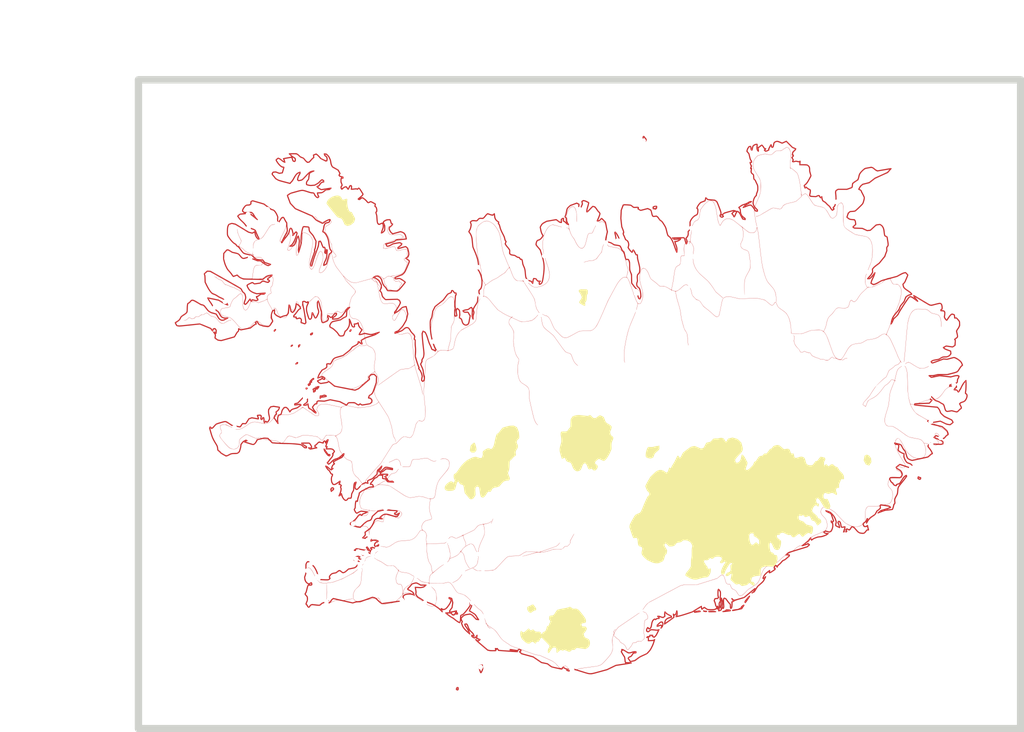
<source format=kicad_pcb>
(kicad_pcb (version 20211014) (generator "Gingerbread")
  (title_block (title "") (date "20220825") (rev "") (company "") (comment 1 "") (comment 2 "") (comment 3 "") (comment 4 ""))
  (layers (0 "F.Cu" signal) (31 "B.Cu" signal) (34 "B.Paste" user) (35 "F.Paste" user) (36 "B.SilkS" user "B.Silkscreen") (37 "F.SilkS" user "F.Silkscreen") (38 "B.Mask" user) (39 "F.Mask" user) (44 "Edge.Cuts" user))
  (net 0 "")
  (gr_poly (pts (xy 79.710000 85.895000) (xy 139.710000 85.895000) (xy 139.710000 85.895000) (xy 139.710000 130.025000) (xy 139.710000 130.025000) (xy 79.710000 130.025000) (xy 79.710000 130.025000) (xy 79.710000 85.895000)) (layer "Edge.Cuts") (width 0.500000) (fill none))
  (footprint "DrillHole" (layer "F.Cu") (at 94.510000 118.495000)
    (pad "" np_thru_hole circle (at 0 0) (size 0.320000 0.320000) (drill 0.320000) (layers *.Cu *.Mask) (clearance 0.100000))
  )
  (footprint "DrillHole" (layer "F.Cu") (at 95.610000 118.405000)
    (pad "" np_thru_hole circle (at 0 0) (size 0.320000 0.320000) (drill 0.320000) (layers *.Cu *.Mask) (clearance 0.100000))
  )
  (footprint "DrillHole" (layer "F.Cu") (at 94.950000 118.675000)
    (pad "" np_thru_hole circle (at 0 0) (size 0.320000 0.320000) (drill 0.320000) (layers *.Cu *.Mask) (clearance 0.100000))
  )
  (footprint "DrillHole" (layer "F.Cu") (at 94.730000 119.075000)
    (pad "" np_thru_hole circle (at 0 0) (size 0.320000 0.320000) (drill 0.320000) (layers *.Cu *.Mask) (clearance 0.100000))
  )
  (footprint "DrillHole" (layer "F.Cu") (at 95.490000 118.495000)
    (pad "" np_thru_hole circle (at 0 0) (size 0.320000 0.320000) (drill 0.320000) (layers *.Cu *.Mask) (clearance 0.100000))
  )
  (footprint "DrillHole" (layer "F.Cu") (at 95.650000 118.125000)
    (pad "" np_thru_hole circle (at 0 0) (size 0.320000 0.320000) (drill 0.320000) (layers *.Cu *.Mask) (clearance 0.100000))
  )
  (footprint "DrillHole" (layer "F.Cu") (at 95.450000 117.005000)
    (pad "" np_thru_hole circle (at 0 0) (size 0.320000 0.320000) (drill 0.320000) (layers *.Cu *.Mask) (clearance 0.100000))
  )
  (footprint "DrillHole" (layer "F.Cu") (at 95.950000 117.815000)
    (pad "" np_thru_hole circle (at 0 0) (size 0.320000 0.320000) (drill 0.320000) (layers *.Cu *.Mask) (clearance 0.100000))
  )
  (footprint "DrillHole" (layer "F.Cu") (at 95.190000 118.035000)
    (pad "" np_thru_hole circle (at 0 0) (size 0.320000 0.320000) (drill 0.320000) (layers *.Cu *.Mask) (clearance 0.100000))
  )
  (footprint "DrillHole" (layer "F.Cu") (at 95.310000 118.635000)
    (pad "" np_thru_hole circle (at 0 0) (size 0.320000 0.320000) (drill 0.320000) (layers *.Cu *.Mask) (clearance 0.100000))
  )
  (footprint "DrillHole" (layer "F.Cu") (at 94.650000 117.985000)
    (pad "" np_thru_hole circle (at 0 0) (size 0.320000 0.320000) (drill 0.320000) (layers *.Cu *.Mask) (clearance 0.100000))
  )
  (footprint "DrillHole" (layer "F.Cu") (at 94.790000 118.995000)
    (pad "" np_thru_hole circle (at 0 0) (size 0.320000 0.320000) (drill 0.320000) (layers *.Cu *.Mask) (clearance 0.100000))
  )
  (footprint "DrillHole" (layer "F.Cu") (at 94.760000 118.855000)
    (pad "" np_thru_hole circle (at 0 0) (size 0.320000 0.320000) (drill 0.320000) (layers *.Cu *.Mask) (clearance 0.100000))
  )
  (footprint "DrillHole" (layer "F.Cu") (at 94.990000 118.075000)
    (pad "" np_thru_hole circle (at 0 0) (size 0.320000 0.320000) (drill 0.320000) (layers *.Cu *.Mask) (clearance 0.100000))
  )
  (footprint "DrillHole" (layer "F.Cu") (at 95.010000 118.425000)
    (pad "" np_thru_hole circle (at 0 0) (size 0.320000 0.320000) (drill 0.320000) (layers *.Cu *.Mask) (clearance 0.100000))
  )
  (footprint "DrillHole" (layer "F.Cu") (at 96.120000 117.765000)
    (pad "" np_thru_hole circle (at 0 0) (size 0.320000 0.320000) (drill 0.320000) (layers *.Cu *.Mask) (clearance 0.100000))
  )
  (footprint "DrillHole" (layer "F.Cu") (at 94.790000 118.045000)
    (pad "" np_thru_hole circle (at 0 0) (size 0.320000 0.320000) (drill 0.320000) (layers *.Cu *.Mask) (clearance 0.100000))
  )
  (footprint "DrillHole" (layer "F.Cu") (at 94.980000 113.595000)
    (pad "" np_thru_hole circle (at 0 0) (size 0.320000 0.320000) (drill 0.320000) (layers *.Cu *.Mask) (clearance 0.100000))
  )
  (footprint "DrillHole" (layer "F.Cu") (at 97.520000 112.275000)
    (pad "" np_thru_hole circle (at 0 0) (size 0.320000 0.320000) (drill 0.320000) (layers *.Cu *.Mask) (clearance 0.100000))
  )
  (footprint "DrillHole" (layer "F.Cu") (at 96.590000 111.885000)
    (pad "" np_thru_hole circle (at 0 0) (size 0.320000 0.320000) (drill 0.320000) (layers *.Cu *.Mask) (clearance 0.100000))
  )
  (footprint "DrillHole" (layer "F.Cu") (at 94.320000 116.095000)
    (pad "" np_thru_hole circle (at 0 0) (size 0.320000 0.320000) (drill 0.320000) (layers *.Cu *.Mask) (clearance 0.100000))
  )
  (footprint "DrillHole" (layer "F.Cu") (at 88.670000 110.065000)
    (pad "" np_thru_hole circle (at 0 0) (size 0.320000 0.320000) (drill 0.320000) (layers *.Cu *.Mask) (clearance 0.100000))
  )
  (footprint "DrillHole" (layer "F.Cu") (at 86.240000 109.525000)
    (pad "" np_thru_hole circle (at 0 0) (size 0.320000 0.320000) (drill 0.320000) (layers *.Cu *.Mask) (clearance 0.100000))
  )
  (footprint "DrillHole" (layer "F.Cu") (at 91.050000 107.495000)
    (pad "" np_thru_hole circle (at 0 0) (size 0.320000 0.320000) (drill 0.320000) (layers *.Cu *.Mask) (clearance 0.100000))
  )
  (footprint "DrillHole" (layer "F.Cu") (at 96.510000 115.055000)
    (pad "" np_thru_hole circle (at 0 0) (size 0.320000 0.320000) (drill 0.320000) (layers *.Cu *.Mask) (clearance 0.100000))
  )
  (footprint "DrillHole" (layer "F.Cu") (at 100.120000 111.785000)
    (pad "" np_thru_hole circle (at 0 0) (size 0.320000 0.320000) (drill 0.320000) (layers *.Cu *.Mask) (clearance 0.100000))
  )
  (footprint "DrillHole" (layer "F.Cu") (at 88.490000 94.705000)
    (pad "" np_thru_hole circle (at 0 0) (size 0.320000 0.320000) (drill 0.320000) (layers *.Cu *.Mask) (clearance 0.100000))
  )
  (footprint "DrillHole" (layer "F.Cu") (at 87.200000 95.955000)
    (pad "" np_thru_hole circle (at 0 0) (size 0.320000 0.320000) (drill 0.320000) (layers *.Cu *.Mask) (clearance 0.100000))
  )
  (footprint "DrillHole" (layer "F.Cu") (at 84.900000 101.375000)
    (pad "" np_thru_hole circle (at 0 0) (size 0.320000 0.320000) (drill 0.320000) (layers *.Cu *.Mask) (clearance 0.100000))
  )
  (footprint "DrillHole" (layer "F.Cu") (at 87.170000 95.035000)
    (pad "" np_thru_hole circle (at 0 0) (size 0.320000 0.320000) (drill 0.320000) (layers *.Cu *.Mask) (clearance 0.100000))
  )
  (footprint "DrillHole" (layer "F.Cu") (at 89.150000 95.695000)
    (pad "" np_thru_hole circle (at 0 0) (size 0.320000 0.320000) (drill 0.320000) (layers *.Cu *.Mask) (clearance 0.100000))
  )
  (footprint "DrillHole" (layer "F.Cu") (at 87.310000 98.005000)
    (pad "" np_thru_hole circle (at 0 0) (size 0.320000 0.320000) (drill 0.320000) (layers *.Cu *.Mask) (clearance 0.100000))
  )
  (footprint "DrillHole" (layer "F.Cu") (at 85.600000 100.985000)
    (pad "" np_thru_hole circle (at 0 0) (size 0.320000 0.320000) (drill 0.320000) (layers *.Cu *.Mask) (clearance 0.100000))
  )
  (footprint "DrillHole" (layer "F.Cu") (at 107.310000 97.875000)
    (pad "" np_thru_hole circle (at 0 0) (size 0.320000 0.320000) (drill 0.320000) (layers *.Cu *.Mask) (clearance 0.100000))
  )
  (footprint "DrillHole" (layer "F.Cu") (at 106.090000 99.605000)
    (pad "" np_thru_hole circle (at 0 0) (size 0.320000 0.320000) (drill 0.320000) (layers *.Cu *.Mask) (clearance 0.100000))
  )
  (footprint "DrillHole" (layer "F.Cu") (at 102.800000 98.645000)
    (pad "" np_thru_hole circle (at 0 0) (size 0.320000 0.320000) (drill 0.320000) (layers *.Cu *.Mask) (clearance 0.100000))
  )
  (footprint "DrillHole" (layer "F.Cu") (at 108.660000 95.955000)
    (pad "" np_thru_hole circle (at 0 0) (size 0.320000 0.320000) (drill 0.320000) (layers *.Cu *.Mask) (clearance 0.100000))
  )
  (footprint "DrillHole" (layer "F.Cu") (at 102.980000 100.635000)
    (pad "" np_thru_hole circle (at 0 0) (size 0.320000 0.320000) (drill 0.320000) (layers *.Cu *.Mask) (clearance 0.100000))
  )
  (footprint "DrillHole" (layer "F.Cu") (at 99.760000 103.695000)
    (pad "" np_thru_hole circle (at 0 0) (size 0.320000 0.320000) (drill 0.320000) (layers *.Cu *.Mask) (clearance 0.100000))
  )
  (footprint "DrillHole" (layer "F.Cu") (at 107.040000 101.885000)
    (pad "" np_thru_hole circle (at 0 0) (size 0.320000 0.320000) (drill 0.320000) (layers *.Cu *.Mask) (clearance 0.100000))
  )
  (footprint "DrillHole" (layer "F.Cu") (at 111.500000 96.975000)
    (pad "" np_thru_hole circle (at 0 0) (size 0.320000 0.320000) (drill 0.320000) (layers *.Cu *.Mask) (clearance 0.100000))
  )
  (footprint "DrillHole" (layer "F.Cu") (at 113.550000 100.285000)
    (pad "" np_thru_hole circle (at 0 0) (size 0.320000 0.320000) (drill 0.320000) (layers *.Cu *.Mask) (clearance 0.100000))
  )
  (footprint "DrillHole" (layer "F.Cu") (at 113.290000 97.195000)
    (pad "" np_thru_hole circle (at 0 0) (size 0.320000 0.320000) (drill 0.320000) (layers *.Cu *.Mask) (clearance 0.100000))
  )
  (footprint "DrillHole" (layer "F.Cu") (at 117.450000 97.915000)
    (pad "" np_thru_hole circle (at 0 0) (size 0.320000 0.320000) (drill 0.320000) (layers *.Cu *.Mask) (clearance 0.100000))
  )
  (footprint "DrillHole" (layer "F.Cu") (at 112.310000 96.835000)
    (pad "" np_thru_hole circle (at 0 0) (size 0.320000 0.320000) (drill 0.320000) (layers *.Cu *.Mask) (clearance 0.100000))
  )
  (footprint "DrillHole" (layer "F.Cu") (at 113.680000 101.655000)
    (pad "" np_thru_hole circle (at 0 0) (size 0.320000 0.320000) (drill 0.320000) (layers *.Cu *.Mask) (clearance 0.100000))
  )
  (footprint "DrillHole" (layer "F.Cu") (at 110.960000 95.735000)
    (pad "" np_thru_hole circle (at 0 0) (size 0.320000 0.320000) (drill 0.320000) (layers *.Cu *.Mask) (clearance 0.100000))
  )
  (footprint "DrillHole" (layer "F.Cu") (at 109.700000 94.695000)
    (pad "" np_thru_hole circle (at 0 0) (size 0.320000 0.320000) (drill 0.320000) (layers *.Cu *.Mask) (clearance 0.100000))
  )
  (footprint "DrillHole" (layer "F.Cu") (at 113.650000 100.405000)
    (pad "" np_thru_hole circle (at 0 0) (size 0.320000 0.320000) (drill 0.320000) (layers *.Cu *.Mask) (clearance 0.100000))
  )
  (footprint "DrillHole" (layer "F.Cu") (at 114.060000 90.045000)
    (pad "" np_thru_hole circle (at 0 0) (size 0.320000 0.320000) (drill 0.320000) (layers *.Cu *.Mask) (clearance 0.100000))
  )
  (footprint "DrillHole" (layer "F.Cu") (at 117.320000 95.985000)
    (pad "" np_thru_hole circle (at 0 0) (size 0.320000 0.320000) (drill 0.320000) (layers *.Cu *.Mask) (clearance 0.100000))
  )
  (footprint "DrillHole" (layer "F.Cu") (at 127.180000 94.205000)
    (pad "" np_thru_hole circle (at 0 0) (size 0.320000 0.320000) (drill 0.320000) (layers *.Cu *.Mask) (clearance 0.100000))
  )
  (footprint "DrillHole" (layer "F.Cu") (at 117.250000 99.895000)
    (pad "" np_thru_hole circle (at 0 0) (size 0.320000 0.320000) (drill 0.320000) (layers *.Cu *.Mask) (clearance 0.100000))
  )
  (footprint "DrillHole" (layer "F.Cu") (at 112.750000 99.655000)
    (pad "" np_thru_hole circle (at 0 0) (size 0.320000 0.320000) (drill 0.320000) (layers *.Cu *.Mask) (clearance 0.100000))
  )
  (footprint "DrillHole" (layer "F.Cu") (at 133.460000 107.445000)
    (pad "" np_thru_hole circle (at 0 0) (size 0.320000 0.320000) (drill 0.320000) (layers *.Cu *.Mask) (clearance 0.100000))
  )
  (footprint "DrillHole" (layer "F.Cu") (at 133.600000 109.145000)
    (pad "" np_thru_hole circle (at 0 0) (size 0.320000 0.320000) (drill 0.320000) (layers *.Cu *.Mask) (clearance 0.100000))
  )
  (footprint "DrillHole" (layer "F.Cu") (at 135.170000 106.625000)
    (pad "" np_thru_hole circle (at 0 0) (size 0.320000 0.320000) (drill 0.320000) (layers *.Cu *.Mask) (clearance 0.100000))
  )
  (footprint "DrillHole" (layer "F.Cu") (at 134.270000 110.245000)
    (pad "" np_thru_hole circle (at 0 0) (size 0.320000 0.320000) (drill 0.320000) (layers *.Cu *.Mask) (clearance 0.100000))
  )
  (footprint "DrillHole" (layer "F.Cu") (at 133.620000 105.335000)
    (pad "" np_thru_hole circle (at 0 0) (size 0.320000 0.320000) (drill 0.320000) (layers *.Cu *.Mask) (clearance 0.100000))
  )
  (footprint "DrillHole" (layer "F.Cu") (at 132.280000 112.295000)
    (pad "" np_thru_hole circle (at 0 0) (size 0.320000 0.320000) (drill 0.320000) (layers *.Cu *.Mask) (clearance 0.100000))
  )
  (footprint "DrillHole" (layer "F.Cu") (at 133.630000 110.735000)
    (pad "" np_thru_hole circle (at 0 0) (size 0.320000 0.320000) (drill 0.320000) (layers *.Cu *.Mask) (clearance 0.100000))
  )
  (footprint "DrillHole" (layer "F.Cu") (at 131.720000 105.245000)
    (pad "" np_thru_hole circle (at 0 0) (size 0.320000 0.320000) (drill 0.320000) (layers *.Cu *.Mask) (clearance 0.100000))
  )
  (footprint "DrillHole" (layer "F.Cu") (at 129.200000 98.935000)
    (pad "" np_thru_hole circle (at 0 0) (size 0.320000 0.320000) (drill 0.320000) (layers *.Cu *.Mask) (clearance 0.100000))
  )
  (footprint "DrillHole" (layer "F.Cu") (at 100.620000 118.825000)
    (pad "" np_thru_hole circle (at 0 0) (size 0.320000 0.320000) (drill 0.320000) (layers *.Cu *.Mask) (clearance 0.100000))
  )
  (footprint "DrillHole" (layer "F.Cu") (at 102.790000 118.155000)
    (pad "" np_thru_hole circle (at 0 0) (size 0.320000 0.320000) (drill 0.320000) (layers *.Cu *.Mask) (clearance 0.100000))
  )
  (footprint "DrillHole" (layer "F.Cu") (at 102.410000 121.465000)
    (pad "" np_thru_hole circle (at 0 0) (size 0.320000 0.320000) (drill 0.320000) (layers *.Cu *.Mask) (clearance 0.100000))
  )
  (footprint "DrillHole" (layer "F.Cu") (at 103.240000 122.385000)
    (pad "" np_thru_hole circle (at 0 0) (size 0.320000 0.320000) (drill 0.320000) (layers *.Cu *.Mask) (clearance 0.100000))
  )
  (footprint "DrillHole" (layer "F.Cu") (at 113.870000 122.015000)
    (pad "" np_thru_hole circle (at 0 0) (size 0.320000 0.320000) (drill 0.320000) (layers *.Cu *.Mask) (clearance 0.100000))
  )
  (footprint "DrillHole" (layer "F.Cu") (at 100.790000 117.265000)
    (pad "" np_thru_hole circle (at 0 0) (size 0.320000 0.320000) (drill 0.320000) (layers *.Cu *.Mask) (clearance 0.100000))
  )
  (footprint "DrillHole" (layer "F.Cu") (at 103.140000 119.175000)
    (pad "" np_thru_hole circle (at 0 0) (size 0.320000 0.320000) (drill 0.320000) (layers *.Cu *.Mask) (clearance 0.100000))
  )
  (footprint "DrillHole" (layer "F.Cu") (at 102.190000 117.705000)
    (pad "" np_thru_hole circle (at 0 0) (size 0.320000 0.320000) (drill 0.320000) (layers *.Cu *.Mask) (clearance 0.100000))
  )
  (footprint "DrillHole" (layer "F.Cu") (at 101.810000 119.415000)
    (pad "" np_thru_hole circle (at 0 0) (size 0.320000 0.320000) (drill 0.320000) (layers *.Cu *.Mask) (clearance 0.100000))
  )
  (footprint "DrillHole" (layer "F.Cu") (at 99.180000 121.465000)
    (pad "" np_thru_hole circle (at 0 0) (size 0.320000 0.320000) (drill 0.320000) (layers *.Cu *.Mask) (clearance 0.100000))
  )
  (footprint "DrillHole" (layer "F.Cu") (at 99.490000 120.375000)
    (pad "" np_thru_hole circle (at 0 0) (size 0.320000 0.320000) (drill 0.320000) (layers *.Cu *.Mask) (clearance 0.100000))
  )
  (footprint "DrillHole" (layer "F.Cu") (at 127.750000 116.825000)
    (pad "" np_thru_hole circle (at 0 0) (size 0.320000 0.320000) (drill 0.320000) (layers *.Cu *.Mask) (clearance 0.100000))
  )
  (footprint "DrillHole" (layer "F.Cu") (at 102.350000 120.585000)
    (pad "" np_thru_hole circle (at 0 0) (size 0.320000 0.320000) (drill 0.320000) (layers *.Cu *.Mask) (clearance 0.100000))
  )
  (footprint "DrillHole" (layer "F.Cu") (at 98.610000 119.645000)
    (pad "" np_thru_hole circle (at 0 0) (size 0.320000 0.320000) (drill 0.320000) (layers *.Cu *.Mask) (clearance 0.100000))
  )
  (footprint "DrillHole" (layer "F.Cu") (at 102.980000 125.845000)
    (pad "" np_thru_hole circle (at 0 0) (size 0.320000 0.320000) (drill 0.320000) (layers *.Cu *.Mask) (clearance 0.100000))
  )
  (footprint "DrillHole" (layer "F.Cu") (at 109.210000 126.065000)
    (pad "" np_thru_hole circle (at 0 0) (size 0.320000 0.320000) (drill 0.320000) (layers *.Cu *.Mask) (clearance 0.100000))
  )
  (footprint "DrillHole" (layer "F.Cu") (at 97.620000 121.285000)
    (pad "" np_thru_hole circle (at 0 0) (size 0.320000 0.320000) (drill 0.320000) (layers *.Cu *.Mask) (clearance 0.100000))
  )
  (footprint "DrillHole" (layer "F.Cu") (at 91.950000 119.795000)
    (pad "" np_thru_hole circle (at 0 0) (size 0.320000 0.320000) (drill 0.320000) (layers *.Cu *.Mask) (clearance 0.100000))
  )
  (footprint "DrillHole" (layer "F.Cu") (at 91.870000 119.675000)
    (pad "" np_thru_hole circle (at 0 0) (size 0.320000 0.320000) (drill 0.320000) (layers *.Cu *.Mask) (clearance 0.100000))
  )
  (footprint "DrillHole" (layer "F.Cu") (at 91.190000 119.285000)
    (pad "" np_thru_hole circle (at 0 0) (size 0.320000 0.320000) (drill 0.320000) (layers *.Cu *.Mask) (clearance 0.100000))
  )
  (footprint "DrillHole" (layer "F.Cu") (at 92.500000 121.385000)
    (pad "" np_thru_hole circle (at 0 0) (size 0.320000 0.320000) (drill 0.320000) (layers *.Cu *.Mask) (clearance 0.100000))
  )
  (footprint "DrillHole" (layer "F.Cu") (at 91.410000 118.845000)
    (pad "" np_thru_hole circle (at 0 0) (size 0.320000 0.320000) (drill 0.320000) (layers *.Cu *.Mask) (clearance 0.100000))
  )
  (footprint "Graphics" (layer "F.SilkS") (at 79.700000 85.885000))
  (footprint "Graphics" (layer "F.Cu") (at 79.700000 85.885000)
    (fp_poly (pts (xy 21.715340 41.304400) (xy 21.731410 41.306130) (xy 21.755410 41.309700) (xy 21.771170 41.315330) (xy 21.780980 41.326860) (xy 21.787150 41.348150) (xy 21.791970 41.383050) (xy 21.795290 41.413270) (xy 21.797910 41.448810) (xy 21.795030 41.473510) (xy 21.784890 41.496150) (xy 21.775670 41.510770) (xy 21.756410 41.535890) (xy 21.738370 41.547300) (xy 21.717360 41.549610) (xy 21.683630 41.545030) (xy 21.654870 41.536090) (xy 21.629710 41.518240) (xy 21.608210 41.492070) (xy 21.606360 41.488830) (xy 21.587980 41.454690) (xy 21.594420 41.440290) (xy 21.684200 41.440290) (xy 21.685970 41.460880) (xy 21.697740 41.469940) (xy 21.699100 41.470000) (xy 21.712920 41.462700) (xy 21.715150 41.459760) (xy 21.717580 41.443570) (xy 21.714700 41.418640) (xy 21.714530 41.417840) (xy 21.707570 41.386160) (xy 21.693030 41.413910) (xy 21.684200 41.440290) (xy 21.594420 41.440290) (xy 21.620030 41.383020) (xy 21.637100 41.348250) (xy 21.653290 41.321080) (xy 21.665570 41.306480) (xy 21.667310 41.305500) (xy 21.685800 41.303300)) (layer "F.Cu") (width 0) (fill solid))
    (fp_poly (pts (xy 44.298510 4.362940) (xy 44.515000 4.578700) (xy 44.632110 4.625230) (xy 44.688040 4.648550) (xy 44.726280 4.667170) (xy 44.748390 4.681930) (xy 44.755440 4.691390) (xy 44.753610 4.711530) (xy 44.741590 4.741790) (xy 44.722380 4.777270) (xy 44.698950 4.813040) (xy 44.674320 4.844210) (xy 44.651460 4.865850) (xy 44.647560 4.868490) (xy 44.595750 4.908770) (xy 44.561050 4.954080) (xy 44.545280 5.000000) (xy 44.540120 5.031300) (xy 44.535230 5.056130) (xy 44.533830 5.061750) (xy 44.538600 5.079160) (xy 44.557070 5.091830) (xy 44.573340 5.101740) (xy 44.582240 5.115630) (xy 44.586500 5.139660) (xy 44.587960 5.161390) (xy 44.588820 5.193690) (xy 44.584940 5.215010) (xy 44.573030 5.233360) (xy 44.549800 5.256740) (xy 44.548140 5.258320) (xy 44.505360 5.299030) (xy 44.532280 5.352020) (xy 44.550380 5.386380) (xy 44.567920 5.417660) (xy 44.576740 5.432200) (xy 44.586600 5.449470) (xy 44.588600 5.464020) (xy 44.582300 5.483380) (xy 44.572270 5.504700) (xy 44.560200 5.530390) (xy 44.553300 5.546720) (xy 44.552630 5.549830) (xy 44.562710 5.547400) (xy 44.587270 5.541120) (xy 44.621490 5.532230) (xy 44.630000 5.530000) (xy 44.679300 5.518110) (xy 44.718420 5.512220) (xy 44.754840 5.512320) (xy 44.796010 5.518380) (xy 44.844610 5.529210) (xy 44.884220 5.538390) (xy 44.910240 5.542820) (xy 44.928490 5.542470) (xy 44.944790 5.537350) (xy 44.961710 5.529130) (xy 45.002320 5.512700) (xy 45.030480 5.511770) (xy 45.046860 5.526840) (xy 45.052150 5.558420) (xy 45.049240 5.593320) (xy 45.043660 5.636710) (xy 45.038640 5.683310) (xy 45.037360 5.697500) (xy 45.032940 5.750000) (xy 45.234650 5.750000) (xy 45.318260 5.750480) (xy 45.384910 5.752410) (xy 45.437600 5.756480) (xy 45.479380 5.763400) (xy 45.513240 5.773880) (xy 45.542220 5.788630) (xy 45.569340 5.808350) (xy 45.597610 5.833740) (xy 45.599170 5.835230) (xy 45.639330 5.878270) (xy 45.667780 5.921300) (xy 45.686220 5.968990) (xy 45.696370 6.026000) (xy 45.699930 6.096990) (xy 45.700000 6.111170) (xy 45.700430 6.155420) (xy 45.702320 6.191960) (xy 45.706570 6.226010) (xy 45.714050 6.262770) (xy 45.725670 6.307470) (xy 45.742310 6.365320) (xy 45.745000 6.374460) (xy 45.760380 6.427470) (xy 45.773490 6.474360) (xy 45.783370 6.511500) (xy 45.789030 6.535250) (xy 45.790000 6.541510) (xy 45.785180 6.557100) (xy 45.771760 6.587030) (xy 45.751330 6.628430) (xy 45.725450 6.678420) (xy 45.695710 6.734120) (xy 45.663690 6.792670) (xy 45.630950 6.851170) (xy 45.599080 6.906760) (xy 45.569640 6.956550) (xy 45.544230 6.997680) (xy 45.524410 7.027260) (xy 45.522000 7.030550) (xy 45.487830 7.072700) (xy 45.448390 7.115850) (xy 45.410900 7.152240) (xy 45.402170 7.159780) (xy 45.373210 7.185240) (xy 45.351450 7.206790) (xy 45.340580 7.220680) (xy 45.340000 7.222660) (xy 45.343190 7.238950) (xy 45.350940 7.263800) (xy 45.351690 7.265910) (xy 45.360480 7.287040) (xy 45.369360 7.292170) (xy 45.384720 7.284250) (xy 45.387500 7.282440) (xy 45.405440 7.272850) (xy 45.421030 7.273570) (xy 45.443310 7.284670) (xy 45.468220 7.301740) (xy 45.498990 7.326720) (xy 45.520000 7.345760) (xy 45.558060 7.375840) (xy 45.607930 7.406200) (xy 45.647500 7.425840) (xy 45.686980 7.444060) (xy 45.712110 7.457870) (xy 45.726960 7.470670) (xy 45.735590 7.485840) (xy 45.741310 7.503930) (xy 45.748740 7.541670) (xy 45.752120 7.580290) (xy 45.752130 7.585000) (xy 45.749890 7.609550) (xy 45.744260 7.647910) (xy 45.736300 7.694400) (xy 45.727060 7.743330) (xy 45.717590 7.789010) (xy 45.708950 7.825750) (xy 45.704750 7.840670) (xy 45.707940 7.857890) (xy 45.722500 7.877640) (xy 45.722900 7.878020) (xy 45.733260 7.886230) (xy 45.746540 7.892420) (xy 45.765970 7.897130) (xy 45.794830 7.900870) (xy 45.836370 7.904180) (xy 45.893850 7.907590) (xy 45.910490 7.908480) (xy 46.075000 7.917260) (xy 46.158880 7.878630) (xy 46.202550 7.858980) (xy 46.233490 7.847070) (xy 46.256970 7.841910) (xy 46.278270 7.842490) (xy 46.302650 7.847830) (xy 46.310640 7.850010) (xy 46.331860 7.858310) (xy 46.348050 7.872500) (xy 46.363790 7.897520) (xy 46.374980 7.919960) (xy 46.390610 7.950370) (xy 46.403790 7.971970) (xy 46.411540 7.980000) (xy 46.422060 7.972700) (xy 46.438020 7.954680) (xy 46.441580 7.950000) (xy 46.464680 7.928540) (xy 46.489580 7.919980) (xy 46.510600 7.925640) (xy 46.516870 7.932500) (xy 46.521600 7.947440) (xy 46.527600 7.977130) (xy 46.533900 8.016460) (xy 46.537000 8.039230) (xy 46.547470 8.105240) (xy 46.561200 8.155340) (xy 46.580590 8.193610) (xy 46.608090 8.224110) (xy 46.646100 8.250920) (xy 46.671280 8.265000) (xy 46.714450 8.290150) (xy 46.751620 8.318030) (xy 46.789070 8.353820) (xy 46.818840 8.386340) (xy 46.859600 8.429520) (xy 46.907140 8.475440) (xy 46.953460 8.516520) (xy 46.970500 8.530390) (xy 47.012530 8.565150) (xy 47.043660 8.596250) (xy 47.069910 8.630630) (xy 47.097330 8.675260) (xy 47.099510 8.679050) (xy 47.125040 8.720750) (xy 47.151810 8.759770) (xy 47.175500 8.790000) (xy 47.184150 8.799250) (xy 47.205790 8.819190) (xy 47.219150 8.826650) (xy 47.229970 8.823450) (xy 47.238500 8.816360) (xy 47.249990 8.804430) (xy 47.252070 8.792990) (xy 47.244790 8.774560) (xy 47.238720 8.762490) (xy 47.223430 8.725520) (xy 47.222350 8.696940) (xy 47.236810 8.670990) (xy 47.265790 8.643820) (xy 47.307020 8.601180) (xy 47.340500 8.546200) (xy 47.367440 8.476420) (xy 47.387910 8.395000) (xy 47.408360 8.256670) (xy 47.415910 8.104550) (xy 47.410560 7.940110) (xy 47.392320 7.764870) (xy 47.389020 7.741510) (xy 47.383820 7.695350) (xy 47.384260 7.657780) (xy 47.390790 7.618060) (xy 47.395060 7.599750) (xy 47.404470 7.564450) (xy 47.414760 7.538730) (xy 47.429550 7.518400) (xy 47.452450 7.499270) (xy 47.487080 7.477140) (xy 47.514840 7.460770) (xy 47.584680 7.420000) (xy 48.185000 7.420260) (xy 48.507200 7.308380) (xy 48.518260 7.256690) (xy 48.525420 7.215710) (xy 48.531380 7.168730) (xy 48.533490 7.144990) (xy 48.536770 7.107360) (xy 48.542210 7.076770) (xy 48.551910 7.050690) (xy 48.567980 7.026560) (xy 48.592530 7.001840) (xy 48.627670 6.973990) (xy 48.675510 6.940450) (xy 48.736860 6.899540) (xy 48.905000 6.788470) (xy 48.931710 6.721740) (xy 48.946000 6.680090) (xy 48.960500 6.628030) (xy 48.972660 6.574970) (xy 48.975520 6.560000) (xy 48.993540 6.484950) (xy 49.020480 6.416070) (xy 49.058530 6.349540) (xy 49.109890 6.281540) (xy 49.176770 6.208230) (xy 49.178540 6.206410) (xy 49.221470 6.164050) (xy 49.267130 6.121490) (xy 49.310080 6.083680) (xy 49.344880 6.055550) (xy 49.345000 6.055460) (xy 49.415000 6.003100) (xy 49.855000 5.920000) (xy 49.920450 5.939860) (xy 49.952780 5.951220) (xy 49.982390 5.965880) (xy 50.014000 5.986830) (xy 50.052320 6.017040) (xy 50.080450 6.040800) (xy 50.122270 6.074930) (xy 50.164300 6.106250) (xy 50.201370 6.131080) (xy 50.226220 6.144830) (xy 50.277440 6.167770) (xy 50.745340 6.087490) (xy 50.853510 6.068960) (xy 50.943680 6.053630) (xy 51.017530 6.041270) (xy 51.076780 6.031680) (xy 51.123110 6.024630) (xy 51.158230 6.019910) (xy 51.183840 6.017310) (xy 51.201630 6.016590) (xy 51.213300 6.017550) (xy 51.220550 6.019970) (xy 51.225090 6.023630) (xy 51.226910 6.025910) (xy 51.236670 6.045520) (xy 51.237790 6.056630) (xy 51.230530 6.067630) (xy 51.212050 6.090910) (xy 51.184510 6.123900) (xy 51.150060 6.164000) (xy 51.112450 6.206820) (xy 50.989900 6.345000) (xy 50.556880 6.543590) (xy 50.123860 6.742190) (xy 49.730840 7.045430) (xy 49.509300 7.100170) (xy 49.287750 7.154920) (xy 49.214810 7.217400) (xy 49.167630 7.261470) (xy 49.131790 7.304650) (xy 49.100930 7.354470) (xy 49.082330 7.389010) (xy 49.068150 7.416560) (xy 49.060640 7.432700) (xy 49.060000 7.434880) (xy 49.068320 7.441900) (xy 49.089410 7.453030) (xy 49.102580 7.458960) (xy 49.147300 7.485820) (xy 49.185940 7.523150) (xy 49.213700 7.565480) (xy 49.224790 7.598790) (xy 49.231350 7.625900) (xy 49.239260 7.643610) (xy 49.241650 7.646020) (xy 49.249190 7.656760) (xy 49.263630 7.682490) (xy 49.283420 7.720120) (xy 49.306990 7.766520) (xy 49.332760 7.818590) (xy 49.359170 7.873220) (xy 49.384650 7.927290) (xy 49.397590 7.955400) (xy 49.410370 7.989800) (xy 49.417120 8.026090) (xy 49.417560 8.067370) (xy 49.411440 8.116730) (xy 49.398480 8.177260) (xy 49.378410 8.252080) (xy 49.368930 8.284660) (xy 49.355000 8.331340) (xy 49.342380 8.370420) (xy 49.329420 8.404160) (xy 49.314460 8.434830) (xy 49.295870 8.464720) (xy 49.271980 8.496090) (xy 49.241140 8.531210) (xy 49.201710 8.572360) (xy 49.152030 8.621810) (xy 49.090450 8.681840) (xy 49.056180 8.715080) (xy 48.986820 8.781660) (xy 48.924500 8.840150) (xy 48.870630 8.889290) (xy 48.826580 8.927840) (xy 48.793770 8.954550) (xy 48.773910 8.968000) (xy 48.752070 8.977590) (xy 48.726780 8.984990) (xy 48.694090 8.990850) (xy 48.650070 8.995860) (xy 48.590770 9.000690) (xy 48.576900 9.001680) (xy 48.425000 9.012360) (xy 48.373690 9.058680) (xy 48.351580 9.079600) (xy 48.334850 9.099090) (xy 48.321000 9.121620) (xy 48.307520 9.151710) (xy 48.291900 9.193860) (xy 48.281320 9.224300) (xy 48.266010 9.269430) (xy 48.253670 9.306960) (xy 48.245470 9.333290) (xy 48.242570 9.344790) (xy 48.242630 9.345010) (xy 48.250990 9.351470) (xy 48.270940 9.367290) (xy 48.298490 9.389280) (xy 48.304040 9.393720) (xy 48.347850 9.426700) (xy 48.385580 9.448630) (xy 48.424310 9.462270) (xy 48.471140 9.470350) (xy 48.510890 9.474070) (xy 48.561520 9.478020) (xy 48.615190 9.482340) (xy 48.660720 9.486120) (xy 48.662840 9.486300) (xy 48.730680 9.492100) (xy 48.768880 9.548550) (xy 48.787130 9.577220) (xy 48.799470 9.602780) (xy 48.807920 9.631460) (xy 48.814450 9.669500) (xy 48.818950 9.705000) (xy 48.824590 9.750780) (xy 48.830020 9.791810) (xy 48.834440 9.822210) (xy 48.836210 9.832540) (xy 48.836150 9.855570) (xy 48.822670 9.874940) (xy 48.813920 9.882540) (xy 48.793620 9.900400) (xy 48.764900 9.927350) (xy 48.733320 9.958170) (xy 48.727000 9.964500) (xy 48.667750 10.024000) (xy 48.689980 10.042000) (xy 48.718030 10.055230) (xy 48.753610 10.060250) (xy 48.775450 10.060720) (xy 48.813810 10.061900) (xy 48.865210 10.063670) (xy 48.926190 10.065910) (xy 48.993270 10.068500) (xy 49.027690 10.069880) (xy 49.260380 10.079260) (xy 49.575000 10.226440) (xy 49.673830 10.217760) (xy 49.772650 10.209070) (xy 49.953830 10.042690) (xy 50.005110 9.995640) (xy 50.052410 9.952320) (xy 50.093450 9.914820) (xy 50.125930 9.885230) (xy 50.147570 9.865640) (xy 50.155000 9.859030) (xy 50.172800 9.849900) (xy 50.205480 9.841180) (xy 50.254830 9.832470) (xy 50.311390 9.824760) (xy 50.447770 9.807780) (xy 50.512280 9.843850) (xy 50.583410 9.894140) (xy 50.642900 9.959350) (xy 50.691620 10.040540) (xy 50.714220 10.092620) (xy 50.730070 10.136500) (xy 50.741940 10.177530) (xy 50.751110 10.221680) (xy 50.758850 10.274910) (xy 50.765090 10.330000) (xy 50.773840 10.409760) (xy 50.781780 10.472030) (xy 50.789520 10.519270) (xy 50.797670 10.553910) (xy 50.806850 10.578430) (xy 50.817660 10.595280) (xy 50.830710 10.606900) (xy 50.834600 10.609400) (xy 50.866370 10.624720) (xy 50.897950 10.634810) (xy 50.933330 10.652200) (xy 50.959870 10.687510) (xy 50.977560 10.740710) (xy 50.984790 10.790000) (xy 50.989310 10.829390) (xy 50.996590 10.881700) (xy 51.005640 10.940200) (xy 51.015460 10.998180) (xy 51.015780 11.000000) (xy 51.031030 11.097420) (xy 51.038650 11.177970) (xy 51.038530 11.243310) (xy 51.030550 11.295120) (xy 51.014600 11.335060) (xy 50.990560 11.364800) (xy 50.990360 11.364980) (xy 50.967640 11.388460) (xy 50.952950 11.413600) (xy 50.945140 11.444930) (xy 50.943080 11.486970) (xy 50.945550 11.543210) (xy 50.952340 11.645000) (xy 50.892680 11.800000) (xy 50.871400 11.856520) (xy 50.851800 11.910870) (xy 50.835480 11.958420) (xy 50.824040 11.994570) (xy 50.820360 12.008130) (xy 50.808350 12.044570) (xy 50.793610 12.068590) (xy 50.788140 12.073130) (xy 50.776900 12.083840) (xy 50.755030 12.108060) (xy 50.724380 12.143640) (xy 50.686770 12.188430) (xy 50.644030 12.240280) (xy 50.597970 12.297030) (xy 50.595580 12.300000) (xy 50.422570 12.515000) (xy 50.247940 12.644830) (xy 50.180650 12.695630) (xy 50.127600 12.737620) (xy 50.086300 12.772960) (xy 50.054250 12.803800) (xy 50.028980 12.832290) (xy 50.023020 12.839830) (xy 49.972740 12.905000) (xy 49.982640 13.109320) (xy 49.930030 13.202160) (xy 49.893750 13.259760) (xy 49.849340 13.320700) (xy 49.803870 13.375330) (xy 49.801210 13.378260) (xy 49.769080 13.413730) (xy 49.740940 13.445490) (xy 49.720200 13.469620) (xy 49.711170 13.480930) (xy 49.702710 13.494660) (xy 49.708730 13.495860) (xy 49.718720 13.492430) (xy 49.755150 13.472260) (xy 49.798970 13.435810) (xy 49.850610 13.382640) (xy 49.910470 13.312330) (xy 49.961870 13.246990) (xy 50.007140 13.188570) (xy 50.042500 13.145120) (xy 50.069640 13.115320) (xy 50.090230 13.097840) (xy 50.105980 13.091350) (xy 50.118550 13.094530) (xy 50.129650 13.106050) (xy 50.133630 13.112030) (xy 50.136070 13.131020) (xy 50.130950 13.164940) (xy 50.119330 13.210670) (xy 50.102270 13.265100) (xy 50.080840 13.325110) (xy 50.056110 13.387580) (xy 50.029130 13.449400) (xy 50.000970 13.507450) (xy 49.994400 13.520000) (xy 49.966950 13.575180) (xy 49.940760 13.634180) (xy 49.917400 13.692780) (xy 49.898460 13.746730) (xy 49.885530 13.791790) (xy 49.880180 13.823740) (xy 49.880120 13.825660) (xy 49.888530 13.835380) (xy 49.910170 13.849180) (xy 49.939470 13.864410) (xy 49.970840 13.878400) (xy 49.998680 13.888490) (xy 50.017420 13.892020) (xy 50.019060 13.891830) (xy 50.065650 13.880390) (xy 50.114650 13.863620) (xy 50.169100 13.840130) (xy 50.232050 13.808560) (xy 50.306560 13.767510) (xy 50.353860 13.740230) (xy 50.416090 13.704010) (xy 50.465180 13.676120) (xy 50.505220 13.654770) (xy 50.540310 13.638170) (xy 50.574570 13.624540) (xy 50.612100 13.612090) (xy 50.656990 13.599030) (xy 50.713360 13.583580) (xy 50.713860 13.583440) (xy 50.773360 13.566670) (xy 50.793260 13.560670) (xy 51.141340 13.560670) (xy 51.148390 13.573060) (xy 51.157170 13.587130) (xy 51.172680 13.615360) (xy 51.192880 13.653920) (xy 51.215740 13.699000) (xy 51.220730 13.709020) (xy 51.258250 13.781340) (xy 51.291770 13.836690) (xy 51.323970 13.876940) (xy 51.357540 13.903970) (xy 51.395160 13.919650) (xy 51.439500 13.925870) (xy 51.493250 13.924510) (xy 51.524260 13.921590) (xy 51.583830 13.916830) (xy 51.629090 13.918330) (xy 51.665120 13.927420) (xy 51.696990 13.945460) (xy 51.729790 13.973790) (xy 51.733070 13.977000) (xy 51.766950 14.016250) (xy 51.802950 14.067530) (xy 51.836760 14.123940) (xy 51.864040 14.178590) (xy 51.872760 14.200000) (xy 51.890130 14.265450) (xy 51.900050 14.345710) (xy 51.902530 14.437020) (xy 51.897550 14.535620) (xy 51.885100 14.637750) (xy 51.873900 14.699880) (xy 51.850480 14.810690) (xy 51.827080 14.911430) (xy 51.802490 15.006020) (xy 51.775480 15.098390) (xy 51.744840 15.192430) (xy 51.709330 15.292080) (xy 51.667740 15.401240) (xy 51.618850 15.523840) (xy 51.610000 15.545610) (xy 51.573070 15.636260) (xy 51.543030 15.709980) (xy 51.519290 15.768410) (xy 51.501240 15.813160) (xy 51.488290 15.845850) (xy 51.479840 15.868110) (xy 51.475290 15.881570) (xy 51.474050 15.887830) (xy 51.475520 15.888530) (xy 51.479090 15.885290) (xy 51.484180 15.879730) (xy 51.488640 15.875000) (xy 51.501930 15.860330) (xy 51.525090 15.833560) (xy 51.555270 15.798010) (xy 51.589630 15.757040) (xy 51.603800 15.740000) (xy 51.642030 15.693320) (xy 51.670270 15.656500) (xy 51.691650 15.624310) (xy 51.709280 15.591500) (xy 51.726310 15.552840) (xy 51.745860 15.503100) (xy 51.746890 15.500420) (xy 51.763620 15.457230) (xy 51.778010 15.422870) (xy 51.792390 15.393650) (xy 51.809100 15.365890) (xy 51.830470 15.335900) (xy 51.858830 15.300000) (xy 51.896520 15.254500) (xy 51.921490 15.224740) (xy 52.048430 15.073640) (xy 52.109350 14.918270) (xy 52.170280 14.762890) (xy 52.247640 14.701570) (xy 52.290400 14.669390) (xy 52.327710 14.646450) (xy 52.367800 14.628420) (xy 52.418890 14.610960) (xy 52.421560 14.610120) (xy 52.463350 14.597410) (xy 52.498370 14.587350) (xy 52.521990 14.581240) (xy 52.529060 14.580000) (xy 52.540900 14.575120) (xy 52.535880 14.560790) (xy 52.514520 14.537460) (xy 52.477340 14.505600) (xy 52.424840 14.465660) (xy 52.357560 14.418120) (xy 52.317530 14.390960) (xy 52.235300 14.334620) (xy 52.168830 14.286060) (xy 52.116270 14.243570) (xy 52.075770 14.205440) (xy 52.045480 14.169930) (xy 52.023560 14.135340) (xy 52.009980 14.105000) (xy 51.996500 14.062200) (xy 51.984110 14.011680) (xy 51.976790 13.972290) (xy 51.965960 13.899580) (xy 52.031880 13.832290) (xy 52.052590 13.810810) (xy 52.069660 13.791570) (xy 52.084620 13.771760) (xy 52.099010 13.748590) (xy 52.114360 13.719250) (xy 52.132220 13.680940) (xy 52.154110 13.630850) (xy 52.181590 13.566180) (xy 52.193900 13.536990) (xy 52.220360 13.473910) (xy 52.244020 13.416970) (xy 52.263830 13.368730) (xy 52.278730 13.331770) (xy 52.287670 13.308690) (xy 52.289840 13.301990) (xy 52.283480 13.291900) (xy 52.266660 13.270930) (xy 52.242450 13.242860) (xy 52.230960 13.230000) (xy 52.172260 13.165000) (xy 52.084010 13.188170) (xy 52.046320 13.199420) (xy 52.006620 13.214350) (xy 51.961530 13.234520) (xy 51.907670 13.261480) (xy 51.841680 13.296790) (xy 51.808660 13.314960) (xy 51.621550 13.418590) (xy 51.391130 13.480990) (xy 51.325850 13.498830) (xy 51.266720 13.515330) (xy 51.216580 13.529650) (xy 51.178270 13.540980) (xy 51.154620 13.548490) (xy 51.148500 13.550930) (xy 51.141340 13.560670) (xy 50.793260 13.560670) (xy 50.829640 13.549700) (xy 50.878370 13.533910) (xy 50.915220 13.520710) (xy 50.932170 13.513470) (xy 50.953720 13.505000) (xy 50.980000 13.505000) (xy 50.985000 13.510000) (xy 50.990000 13.505000) (xy 50.985000 13.500000) (xy 50.980000 13.505000) (xy 50.953720 13.505000) (xy 50.967710 13.499500) (xy 51.003520 13.491090) (xy 51.017170 13.489980) (xy 51.036620 13.487380) (xy 51.072410 13.480060) (xy 51.121630 13.468710) (xy 51.181380 13.454040) (xy 51.248740 13.436730) (xy 51.320820 13.417480) (xy 51.325000 13.416340) (xy 51.595000 13.342730) (xy 51.778660 13.240250) (xy 51.846920 13.202670) (xy 51.902010 13.173710) (xy 51.947860 13.151600) (xy 51.988370 13.134570) (xy 52.027460 13.120830) (xy 52.068660 13.108720) (xy 52.113820 13.097350) (xy 52.153420 13.089170) (xy 52.182570 13.085070) (xy 52.195000 13.085310) (xy 52.209110 13.094790) (xy 52.232510 13.116060) (xy 52.261810 13.145440) (xy 52.293620 13.179230) (xy 52.324550 13.213750) (xy 52.351220 13.245330) (xy 52.370240 13.270270) (xy 52.378160 13.284570) (xy 52.375220 13.297330) (xy 52.365340 13.325920) (xy 52.349500 13.367830) (xy 52.328680 13.420520) (xy 52.303860 13.481460) (xy 52.276020 13.548130) (xy 52.274330 13.552120) (xy 52.242310 13.627570) (xy 52.216610 13.687120) (xy 52.195890 13.733340) (xy 52.178790 13.768790) (xy 52.163940 13.796030) (xy 52.149990 13.817630) (xy 52.135580 13.836150) (xy 52.119350 13.854150) (xy 52.107900 13.866050) (xy 52.048450 13.927100) (xy 52.058550 13.981740) (xy 52.068950 14.023730) (xy 52.084140 14.069550) (xy 52.092890 14.091190) (xy 52.104930 14.114770) (xy 52.120650 14.137630) (xy 52.141980 14.161380) (xy 52.170820 14.187640) (xy 52.209110 14.218050) (xy 52.258740 14.254230) (xy 52.321640 14.297790) (xy 52.395000 14.347210) (xy 52.454860 14.387930) (xy 52.500910 14.421190) (xy 52.536510 14.449760) (xy 52.565020 14.476430) (xy 52.589830 14.503950) (xy 52.598400 14.514470) (xy 52.625600 14.549670) (xy 52.642420 14.576560) (xy 52.647430 14.597320) (xy 52.639270 14.614160) (xy 52.616530 14.629290) (xy 52.577810 14.644920) (xy 52.521730 14.663240) (xy 52.500100 14.669970) (xy 52.442840 14.688140) (xy 52.400340 14.703080) (xy 52.368090 14.716910) (xy 52.341580 14.731750) (xy 52.316290 14.749700) (xy 52.296910 14.765250) (xy 52.273170 14.785170) (xy 52.255130 14.802270) (xy 52.240590 14.820220) (xy 52.227360 14.842690) (xy 52.213230 14.873310) (xy 52.196010 14.915770) (xy 52.176850 14.965020) (xy 52.119580 15.113000) (xy 51.991530 15.265820) (xy 51.947630 15.318420) (xy 51.914320 15.359390) (xy 51.889300 15.392360) (xy 51.870240 15.420980) (xy 51.854850 15.448890) (xy 51.840810 15.479730) (xy 51.825800 15.517140) (xy 51.816300 15.541820) (xy 51.769120 15.665000) (xy 51.584880 15.887110) (xy 51.518250 15.968400) (xy 51.464330 16.036370) (xy 51.422180 16.092300) (xy 51.390820 16.137470) (xy 51.369320 16.173160) (xy 51.364690 16.182110) (xy 51.328750 16.255000) (xy 51.361870 16.218740) (xy 51.390860 16.191180) (xy 51.422990 16.166450) (xy 51.432170 16.160620) (xy 51.454020 16.144470) (xy 51.484830 16.117380) (xy 51.520230 16.083360) (xy 51.550760 16.051890) (xy 51.588250 16.010460) (xy 51.617400 15.973920) (xy 51.642320 15.936160) (xy 51.667140 15.891030) (xy 51.690590 15.843600) (xy 51.710470 15.804960) (xy 51.737700 15.756600) (xy 51.772910 15.697510) (xy 51.816740 15.626660) (xy 51.869820 15.543060) (xy 51.932780 15.445690) (xy 52.006240 15.333540) (xy 52.052680 15.263180) (xy 52.118770 15.163370) (xy 52.174920 15.078860) (xy 52.222160 15.008210) (xy 52.261520 14.950010) (xy 52.294040 14.902830) (xy 52.320740 14.865240) (xy 52.342670 14.835820) (xy 52.360840 14.813140) (xy 52.376310 14.795780) (xy 52.390090 14.782300) (xy 52.403220 14.771300) (xy 52.415680 14.762080) (xy 52.447770 14.741220) (xy 52.476020 14.726160) (xy 52.494600 14.720020) (xy 52.495220 14.720000) (xy 52.537790 14.725650) (xy 52.588860 14.740730) (xy 52.641070 14.762480) (xy 52.687090 14.788120) (xy 52.700440 14.797550) (xy 52.727860 14.817770) (xy 52.748280 14.831520) (xy 52.757400 14.835920) (xy 52.757450 14.835880) (xy 52.755200 14.826010) (xy 52.746630 14.802430) (xy 52.733440 14.769750) (xy 52.729700 14.760890) (xy 52.711840 14.712920) (xy 52.705640 14.679070) (xy 52.711040 14.657220) (xy 52.726110 14.645960) (xy 52.729470 14.644350) (xy 52.732460 14.643030) (xy 52.736340 14.642720) (xy 52.742360 14.644130) (xy 52.751770 14.647990) (xy 52.765830 14.654990) (xy 52.785800 14.665870) (xy 52.812920 14.681320) (xy 52.848450 14.702080) (xy 52.893650 14.728840) (xy 52.949780 14.762330) (xy 53.018070 14.803260) (xy 53.099800 14.852350) (xy 53.196220 14.910310) (xy 53.305000 14.975700) (xy 53.414730 15.041570) (xy 53.508770 15.097800) (xy 53.588510 15.145160) (xy 53.655330 15.184430) (xy 53.710640 15.216390) (xy 53.755800 15.241800) (xy 53.792210 15.261440) (xy 53.821260 15.276100) (xy 53.844340 15.286530) (xy 53.862820 15.293520) (xy 53.878110 15.297840) (xy 53.884330 15.299130) (xy 53.902510 15.302140) (xy 53.919730 15.303740) (xy 53.938600 15.303440) (xy 53.961710 15.300800) (xy 53.991680 15.295360) (xy 54.031110 15.286650) (xy 54.082600 15.274220) (xy 54.148750 15.257610) (xy 54.214330 15.240910) (xy 54.294990 15.220430) (xy 54.358900 15.204580) (xy 54.408620 15.192880) (xy 54.446740 15.184850) (xy 54.475820 15.180010) (xy 54.498460 15.177890) (xy 54.517230 15.178000) (xy 54.534700 15.179880) (xy 54.539580 15.180630) (xy 54.578990 15.190140) (xy 54.609190 15.206930) (xy 54.632470 15.227760) (xy 54.657280 15.258040) (xy 54.676510 15.295240) (xy 54.691340 15.342860) (xy 54.702940 15.404390) (xy 54.710010 15.460000) (xy 54.713130 15.528760) (xy 54.706730 15.586710) (xy 54.691380 15.631490) (xy 54.667630 15.660740) (xy 54.660430 15.665360) (xy 54.647770 15.672990) (xy 54.647180 15.677180) (xy 54.661260 15.679020) (xy 54.692620 15.679590) (xy 54.694670 15.679600) (xy 54.757710 15.684990) (xy 54.806330 15.701190) (xy 54.843770 15.729670) (xy 54.864440 15.756690) (xy 54.878720 15.781120) (xy 54.887260 15.803040) (xy 54.891430 15.828900) (xy 54.892590 15.865130) (xy 54.892470 15.888680) (xy 54.890090 15.942130) (xy 54.884650 16.000750) (xy 54.877310 16.052260) (xy 54.876940 16.054270) (xy 54.869870 16.095780) (xy 54.867260 16.124510) (xy 54.869230 16.147190) (xy 54.875840 16.170550) (xy 54.878630 16.178380) (xy 54.895060 16.211680) (xy 54.919390 16.248330) (xy 54.935750 16.268410) (xy 54.976490 16.313600) (xy 55.079910 16.161100) (xy 55.123700 16.097870) (xy 55.159690 16.049170) (xy 55.190120 16.012240) (xy 55.217260 15.984330) (xy 55.239160 15.965840) (xy 55.274000 15.939070) (xy 55.300120 15.920790) (xy 55.322180 15.910370) (xy 55.344840 15.907170) (xy 55.372780 15.910560) (xy 55.410660 15.919930) (xy 55.463130 15.934630) (xy 55.465500 15.935290) (xy 55.498610 15.948390) (xy 55.522440 15.968440) (xy 55.538810 15.998740) (xy 55.549550 16.042560) (xy 55.556110 16.098820) (xy 55.562710 16.178010) (xy 55.591660 16.167920) (xy 55.615040 16.163130) (xy 55.638300 16.166770) (xy 55.663930 16.180480) (xy 55.694420 16.205900) (xy 55.732260 16.244680) (xy 55.766740 16.283260) (xy 55.810120 16.332900) (xy 55.842370 16.371170) (xy 55.865210 16.402050) (xy 55.880350 16.429500) (xy 55.889500 16.457490) (xy 55.894390 16.489990) (xy 55.896730 16.530970) (xy 55.898220 16.584390) (xy 55.898310 16.587660) (xy 55.902230 16.730330) (xy 55.864830 16.817660) (xy 55.841800 16.865530) (xy 55.813990 16.914780) (xy 55.786530 16.956490) (xy 55.780080 16.965000) (xy 55.738180 17.022110) (xy 55.711370 17.068430) (xy 55.698920 17.105370) (xy 55.697810 17.119990) (xy 55.700480 17.139270) (xy 55.707240 17.173140) (xy 55.717060 17.216900) (xy 55.728940 17.265790) (xy 55.729270 17.267090) (xy 55.748720 17.354770) (xy 55.758500 17.425990) (xy 55.758640 17.481770) (xy 55.749200 17.523130) (xy 55.739990 17.540020) (xy 55.722640 17.559040) (xy 55.694190 17.584760) (xy 55.659970 17.612470) (xy 55.649630 17.620280) (xy 55.579290 17.672420) (xy 55.595820 17.697660) (xy 55.603980 17.714130) (xy 55.608020 17.735310) (xy 55.608420 17.766340) (xy 55.605880 17.808950) (xy 55.602160 17.860710) (xy 55.598060 17.921250) (xy 55.594340 17.979390) (xy 55.593550 17.992400) (xy 55.587680 18.089800) (xy 55.498650 18.154900) (xy 55.452200 18.186980) (xy 55.414830 18.208930) (xy 55.389020 18.219340) (xy 55.383670 18.220000) (xy 55.366090 18.218510) (xy 55.332200 18.214370) (xy 55.285470 18.208040) (xy 55.229350 18.199990) (xy 55.167280 18.190700) (xy 55.156360 18.189030) (xy 54.955000 18.158050) (xy 54.892510 18.191530) (xy 54.861770 18.208730) (xy 54.839460 18.222610) (xy 54.830070 18.230360) (xy 54.830010 18.230630) (xy 54.836540 18.240500) (xy 54.852760 18.257970) (xy 54.857950 18.263040) (xy 54.880280 18.278190) (xy 54.920320 18.297650) (xy 54.978600 18.321640) (xy 55.055620 18.350390) (xy 55.069380 18.355320) (xy 55.127340 18.376170) (xy 55.179650 18.395280) (xy 55.223050 18.411450) (xy 55.254300 18.423460) (xy 55.270170 18.430100) (xy 55.270620 18.430330) (xy 55.281610 18.442170) (xy 55.289180 18.466210) (xy 55.294510 18.506300) (xy 55.294620 18.507420) (xy 55.298780 18.550790) (xy 55.303160 18.593750) (xy 55.306060 18.620290) (xy 55.307840 18.641090) (xy 55.306150 18.657840) (xy 55.298810 18.674800) (xy 55.283660 18.696220) (xy 55.258530 18.726340) (xy 55.242150 18.745290) (xy 55.209010 18.782510) (xy 55.182480 18.808500) (xy 55.156650 18.827640) (xy 55.125630 18.844320) (xy 55.084010 18.862700) (xy 55.045480 18.878650) (xy 55.015430 18.889310) (xy 54.987940 18.895740) (xy 54.957100 18.898990) (xy 54.916960 18.900110) (xy 54.873760 18.900200) (xy 54.814990 18.900810) (xy 54.768500 18.903900) (xy 54.729100 18.911070) (xy 54.691620 18.923890) (xy 54.650860 18.943930) (xy 54.601640 18.972790) (xy 54.568720 18.993220) (xy 54.465000 19.058200) (xy 54.279490 19.094100) (xy 54.220450 19.105390) (xy 54.167730 19.115230) (xy 54.124630 19.123010) (xy 54.094470 19.128130) (xy 54.080590 19.130000) (xy 54.080540 19.130000) (xy 54.063850 19.135130) (xy 54.039510 19.147910) (xy 54.013530 19.164430) (xy 53.991960 19.180790) (xy 53.980790 19.193080) (xy 53.980340 19.195000) (xy 53.986120 19.210360) (xy 53.994210 19.222890) (xy 53.998540 19.227000) (xy 54.005290 19.229170) (xy 54.016210 19.228840) (xy 54.033050 19.225450) (xy 54.057570 19.218450) (xy 54.091530 19.207290) (xy 54.136680 19.191410) (xy 54.194780 19.170250) (xy 54.267580 19.143270) (xy 54.356840 19.109890) (xy 54.384640 19.099470) (xy 54.761500 18.958160) (xy 54.879000 18.969500) (xy 54.996500 18.980830) (xy 55.225750 18.920430) (xy 55.291290 18.903370) (xy 55.351100 18.888160) (xy 55.402230 18.875550) (xy 55.441730 18.866240) (xy 55.466660 18.860960) (xy 55.473450 18.860020) (xy 55.517300 18.866600) (xy 55.572200 18.885080) (xy 55.634780 18.913480) (xy 55.701710 18.949810) (xy 55.769640 18.992080) (xy 55.835220 19.038310) (xy 55.895100 19.086490) (xy 55.945950 19.134660) (xy 55.958390 19.148180) (xy 55.991350 19.187670) (xy 56.016400 19.224440) (xy 56.037880 19.265800) (xy 56.060110 19.319050) (xy 56.060540 19.320150) (xy 56.076610 19.362170) (xy 56.089530 19.397430) (xy 56.097780 19.421690) (xy 56.100000 19.430340) (xy 56.092790 19.440450) (xy 56.073620 19.459390) (xy 56.046210 19.483580) (xy 56.037500 19.490860) (xy 56.011540 19.513930) (xy 55.986810 19.540010) (xy 55.960850 19.572280) (xy 55.931190 19.613920) (xy 55.895380 19.668100) (xy 55.873350 19.702530) (xy 55.838780 19.756830) (xy 55.809160 19.801540) (xy 55.782070 19.838120) (xy 55.755110 19.868040) (xy 55.725880 19.892800) (xy 55.691980 19.913840) (xy 55.651000 19.932650) (xy 55.600540 19.950700) (xy 55.538190 19.969460) (xy 55.461550 19.990410) (xy 55.368230 20.015010) (xy 55.359570 20.017280) (xy 55.065000 20.094700) (xy 54.605000 20.105000) (xy 54.930000 20.142130) (xy 55.255000 20.179270) (xy 55.425000 20.134710) (xy 55.493110 20.117330) (xy 55.546680 20.104980) (xy 55.590300 20.096880) (xy 55.628580 20.092250) (xy 55.666100 20.090290) (xy 55.686000 20.090070) (xy 55.730200 20.090500) (xy 55.760210 20.092740) (xy 55.781850 20.098120) (xy 55.800930 20.107940) (xy 55.818500 20.120060) (xy 55.842350 20.140550) (xy 55.857300 20.159570) (xy 55.859890 20.167560) (xy 55.854480 20.201630) (xy 55.840140 20.246110) (xy 55.819190 20.294840) (xy 55.793960 20.341720) (xy 55.793700 20.342130) (xy 55.775460 20.374070) (xy 55.763830 20.401450) (xy 55.756800 20.431390) (xy 55.752330 20.471020) (xy 55.750630 20.493830) (xy 55.745860 20.547890) (xy 55.738190 20.587550) (xy 55.724580 20.617050) (xy 55.701980 20.640630) (xy 55.667350 20.662530) (xy 55.617630 20.687000) (xy 55.608950 20.691020) (xy 55.561650 20.711500) (xy 55.518720 20.727520) (xy 55.485150 20.737350) (xy 55.470000 20.739610) (xy 55.406960 20.745080) (xy 55.341280 20.758330) (xy 55.283440 20.777170) (xy 55.276670 20.780080) (xy 55.250590 20.792790) (xy 55.234920 20.802510) (xy 55.232660 20.805990) (xy 55.243360 20.805400) (xy 55.270310 20.801060) (xy 55.310230 20.793570) (xy 55.359850 20.783550) (xy 55.403460 20.774290) (xy 55.569940 20.738270) (xy 55.607470 20.768140) (xy 55.645570 20.799770) (xy 55.669910 20.824620) (xy 55.683250 20.847230) (xy 55.688330 20.872130) (xy 55.688070 20.901060) (xy 55.685390 20.932560) (xy 55.678810 20.951480) (xy 55.663590 20.965250) (xy 55.637760 20.979820) (xy 55.601020 21.003000) (xy 55.574120 21.027070) (xy 55.560980 21.048340) (xy 55.560320 21.052500) (xy 55.569090 21.056880) (xy 55.591770 21.059600) (xy 55.607500 21.060040) (xy 55.661230 21.068490) (xy 55.706240 21.094310) (xy 55.743920 21.138350) (xy 55.747970 21.144820) (xy 55.764180 21.170000) (xy 55.776450 21.186290) (xy 55.780500 21.189680) (xy 55.787010 21.181470) (xy 55.799800 21.159210) (xy 55.816590 21.126980) (xy 55.824950 21.110110) (xy 55.845340 21.071310) (xy 55.865730 21.037590) (xy 55.882620 21.014570) (xy 55.886950 21.010170) (xy 55.903460 20.991430) (xy 55.910000 20.975720) (xy 55.914440 20.962380) (xy 55.926710 20.934660) (xy 55.945280 20.895830) (xy 55.968580 20.849150) (xy 55.987090 20.813150) (xy 56.022560 20.746940) (xy 56.054480 20.692730) (xy 56.087110 20.644090) (xy 56.124750 20.594620) (xy 56.167780 20.542500) (xy 56.211090 20.492260) (xy 56.244310 20.456540) (xy 56.269430 20.433970) (xy 56.288490 20.423140) (xy 56.303480 20.422680) (xy 56.316420 20.431190) (xy 56.321280 20.436550) (xy 56.325940 20.452240) (xy 56.329730 20.485060) (xy 56.332640 20.532160) (xy 56.334700 20.590700) (xy 56.335920 20.657820) (xy 56.336320 20.730680) (xy 56.335910 20.806430) (xy 56.334720 20.882230) (xy 56.332750 20.955210) (xy 56.330030 21.022540) (xy 56.326560 21.081370) (xy 56.322370 21.128840) (xy 56.317470 21.162120) (xy 56.317160 21.163570) (xy 56.308810 21.206750) (xy 56.302700 21.247730) (xy 56.300030 21.278370) (xy 56.300000 21.280930) (xy 56.302230 21.306700) (xy 56.312080 21.324580) (xy 56.334290 21.342370) (xy 56.339330 21.345740) (xy 56.375630 21.381280) (xy 56.398320 21.429630) (xy 56.407430 21.488940) (xy 56.402980 21.557380) (xy 56.384980 21.633100) (xy 56.353450 21.714270) (xy 56.335130 21.751560) (xy 56.294360 21.820430) (xy 56.250700 21.873330) (xy 56.199760 21.913890) (xy 56.137140 21.945720) (xy 56.070000 21.969030) (xy 56.013130 21.987530) (xy 55.972620 22.004470) (xy 55.945090 22.021370) (xy 55.936090 22.029320) (xy 55.907180 22.058210) (xy 55.944890 22.126600) (xy 55.982600 22.199440) (xy 56.007440 22.258960) (xy 56.019510 22.307030) (xy 56.018930 22.345560) (xy 56.005790 22.376430) (xy 55.980190 22.401540) (xy 55.960750 22.413630) (xy 55.933210 22.432590) (xy 55.898210 22.462370) (xy 55.860990 22.498320) (xy 55.840530 22.520090) (xy 55.785930 22.575670) (xy 55.738120 22.613640) (xy 55.695990 22.634740) (xy 55.664950 22.640000) (xy 55.646740 22.637620) (xy 55.613070 22.631030) (xy 55.567870 22.621100) (xy 55.515040 22.608650) (xy 55.478910 22.599730) (xy 55.318710 22.559450) (xy 55.170790 22.586170) (xy 55.117000 22.595210) (xy 55.068580 22.602110) (xy 55.029710 22.606360) (xy 55.004520 22.607460) (xy 54.998930 22.606840) (xy 54.976910 22.598070) (xy 54.946800 22.582260) (xy 54.928290 22.571120) (xy 54.903270 22.552620) (xy 54.882490 22.530180) (xy 54.864330 22.500650) (xy 54.847190 22.460900) (xy 54.829480 22.407780) (xy 54.809670 22.338490) (xy 54.788120 22.262950) (xy 54.768690 22.204380) (xy 54.749790 22.160090) (xy 54.729790 22.127390) (xy 54.707090 22.103600) (xy 54.680090 22.086030) (xy 54.650800 22.073330) (xy 54.622230 22.060000) (xy 54.583850 22.038470) (xy 54.541970 22.012390) (xy 54.521490 21.998650) (xy 54.476720 21.969600) (xy 54.433200 21.946110) (xy 54.384390 21.925070) (xy 54.323720 21.903380) (xy 54.311490 21.899320) (xy 54.257950 21.881210) (xy 54.219090 21.866440) (xy 54.190390 21.852690) (xy 54.167350 21.837670) (xy 54.145450 21.819070) (xy 54.134690 21.808820) (xy 54.106580 21.782750) (xy 54.085580 21.768070) (xy 54.065170 21.761560) (xy 54.038800 21.760010) (xy 54.035640 21.760000) (xy 54.007110 21.760500) (xy 53.995220 21.763260) (xy 53.996620 21.770200) (xy 54.003450 21.778290) (xy 54.016410 21.798040) (xy 54.020000 21.810880) (xy 54.013620 21.823020) (xy 53.996060 21.846900) (xy 53.969650 21.879580) (xy 53.936770 21.918070) (xy 53.919510 21.937590) (xy 53.878550 21.982680) (xy 53.847940 22.014370) (xy 53.825330 22.034720) (xy 53.808380 22.045800) (xy 53.794740 22.049660) (xy 53.792010 22.049750) (xy 53.765590 22.050000) (xy 53.723810 22.051030) (xy 53.669020 22.052740) (xy 53.603590 22.055020) (xy 53.529900 22.057770) (xy 53.450300 22.060900) (xy 53.367150 22.064290) (xy 53.282840 22.067850) (xy 53.199720 22.071480) (xy 53.120160 22.075070) (xy 53.046520 22.078530) (xy 52.981180 22.081750) (xy 52.926490 22.084630) (xy 52.884830 22.087070) (xy 52.858550 22.088960) (xy 52.850000 22.090160) (xy 52.851510 22.091340) (xy 52.856760 22.092780) (xy 52.866820 22.094560) (xy 52.882760 22.096820) (xy 52.905660 22.099650) (xy 52.936590 22.103160) (xy 52.976630 22.107470) (xy 53.026840 22.112690) (xy 53.088310 22.118930) (xy 53.162110 22.126290) (xy 53.249310 22.134890) (xy 53.350980 22.144830) (xy 53.468200 22.156230) (xy 53.602040 22.169200) (xy 53.753580 22.183840) (xy 53.923880 22.200270) (xy 53.935000 22.201350) (xy 54.365000 22.242800) (xy 54.426160 22.305530) (xy 54.477090 22.367520) (xy 54.523610 22.442490) (xy 54.561840 22.523440) (xy 54.585020 22.592110) (xy 54.593780 22.620040) (xy 54.605260 22.643540) (xy 54.622770 22.667280) (xy 54.649620 22.695950) (xy 54.677660 22.723300) (xy 54.724410 22.767870) (xy 54.763470 22.803970) (xy 54.797980 22.833670) (xy 54.831110 22.858990) (xy 54.866000 22.882000) (xy 54.905810 22.904730) (xy 54.953690 22.929230) (xy 55.012790 22.957540) (xy 55.086270 22.991720) (xy 55.103670 22.999760) (xy 55.352000 23.114520) (xy 55.406700 23.207450) (xy 55.428860 23.247130) (xy 55.446060 23.281800) (xy 55.456270 23.307130) (xy 55.458100 23.317500) (xy 55.448850 23.331240) (xy 55.426780 23.353550) (xy 55.395480 23.381580) (xy 55.358520 23.412450) (xy 55.319510 23.443300) (xy 55.282020 23.471280) (xy 55.249640 23.493520) (xy 55.225960 23.507160) (xy 55.216720 23.510060) (xy 55.198230 23.508660) (xy 55.165050 23.504840) (xy 55.122260 23.499220) (xy 55.085000 23.493920) (xy 55.049400 23.488430) (xy 55.019130 23.482730) (xy 54.990900 23.475600) (xy 54.961430 23.465830) (xy 54.927400 23.452180) (xy 54.885540 23.433430) (xy 54.832540 23.408370) (xy 54.765110 23.375760) (xy 54.760140 23.373340) (xy 54.545280 23.268970) (xy 54.306110 23.311100) (xy 54.227390 23.324730) (xy 54.165920 23.334750) (xy 54.119310 23.341450) (xy 54.085210 23.345090) (xy 54.061220 23.345970) (xy 54.044990 23.344350) (xy 54.038400 23.342460) (xy 54.020470 23.337590) (xy 54.015190 23.340210) (xy 54.015520 23.340840) (xy 54.018180 23.346940) (xy 54.014630 23.348370) (xy 54.002570 23.344150) (xy 53.979710 23.333300) (xy 53.943750 23.314840) (xy 53.894990 23.289150) (xy 53.851360 23.266630) (xy 53.813860 23.248420) (xy 53.786110 23.236170) (xy 53.771700 23.231560) (xy 53.770850 23.231650) (xy 53.775060 23.238310) (xy 53.792990 23.254270) (xy 53.821980 23.277360) (xy 53.859390 23.305410) (xy 53.872600 23.315000) (xy 53.925020 23.351660) (xy 53.966630 23.377800) (xy 54.001830 23.395840) (xy 54.035060 23.408220) (xy 54.049310 23.412270) (xy 54.094250 23.423400) (xy 54.120660 23.428010) (xy 54.129020 23.425840) (xy 54.119800 23.416620) (xy 54.093470 23.400070) (xy 54.082020 23.393470) (xy 54.052140 23.375500) (xy 54.031400 23.361150) (xy 54.023740 23.353170) (xy 54.023930 23.352730) (xy 54.034080 23.355330) (xy 54.057580 23.366220) (xy 54.090570 23.383520) (xy 54.117500 23.398570) (xy 54.146720 23.414890) (xy 54.173290 23.428340) (xy 54.200450 23.439990) (xy 54.231440 23.450870) (xy 54.269510 23.462050) (xy 54.317910 23.474570) (xy 54.379870 23.489490) (xy 54.444440 23.504560) (xy 54.511430 23.520440) (xy 54.572470 23.535580) (xy 54.624670 23.549210) (xy 54.665150 23.560550) (xy 54.691010 23.568830) (xy 54.698860 23.572400) (xy 54.737640 23.603340) (xy 54.782410 23.640170) (xy 54.830390 23.680490) (xy 54.878800 23.721890) (xy 54.924890 23.761960) (xy 54.965860 23.798300) (xy 54.998940 23.828500) (xy 55.021360 23.850150) (xy 55.029390 23.859140) (xy 55.058240 23.907960) (xy 55.085190 23.968350) (xy 55.106790 24.031920) (xy 55.116130 24.070000) (xy 55.122700 24.106080) (xy 55.124220 24.128970) (xy 55.120380 24.144930) (xy 55.111520 24.159320) (xy 55.093430 24.177020) (xy 55.064310 24.198410) (xy 55.036430 24.215440) (xy 54.999630 24.239380) (xy 54.965400 24.270370) (xy 54.928600 24.313230) (xy 54.918580 24.326120) (xy 54.880110 24.372230) (xy 54.843550 24.408450) (xy 54.815070 24.429560) (xy 54.771960 24.454120) (xy 54.270500 24.257240) (xy 54.234720 24.284530) (xy 54.213950 24.303100) (xy 54.203010 24.318320) (xy 54.202520 24.322570) (xy 54.212400 24.329170) (xy 54.238290 24.342080) (xy 54.277640 24.360140) (xy 54.327900 24.382200) (xy 54.386510 24.407110) (xy 54.435550 24.427440) (xy 54.507910 24.457300) (xy 54.564400 24.481170) (xy 54.607720 24.500450) (xy 54.640590 24.516560) (xy 54.665720 24.530880) (xy 54.685830 24.544830) (xy 54.703620 24.559800) (xy 54.717850 24.573290) (xy 54.770700 24.625000) (xy 54.765000 24.795000) (xy 54.685000 24.822560) (xy 54.650910 24.833880) (xy 54.623110 24.841350) (xy 54.596210 24.845490) (xy 54.564840 24.846860) (xy 54.523600 24.846000) (xy 54.475000 24.843840) (xy 54.420860 24.841470) (xy 54.381350 24.840820) (xy 54.351170 24.842450) (xy 54.324990 24.846910) (xy 54.297480 24.854770) (xy 54.265920 24.865640) (xy 54.230790 24.877800) (xy 54.203790 24.885380) (xy 54.178950 24.888930) (xy 54.150320 24.888950) (xy 54.111950 24.885980) (xy 54.075920 24.882380) (xy 54.024090 24.875850) (xy 53.973390 24.867340) (xy 53.930900 24.858150) (xy 53.910820 24.852340) (xy 53.856640 24.833650) (xy 53.803320 24.868260) (xy 53.770590 24.892070) (xy 53.753790 24.911460) (xy 53.750000 24.925770) (xy 53.756450 24.943970) (xy 53.774380 24.973550) (xy 53.801680 25.011220) (xy 53.820210 25.034570) (xy 53.890180 25.125270) (xy 53.947590 25.211810) (xy 53.996670 25.300830) (xy 54.017560 25.344320) (xy 54.038450 25.392390) (xy 54.049030 25.426360) (xy 54.048940 25.449500) (xy 54.037810 25.465050) (xy 54.015270 25.476280) (xy 54.002300 25.480490) (xy 53.975910 25.493850) (xy 53.937330 25.521460) (xy 53.887570 25.562540) (xy 53.849960 25.595890) (xy 53.793550 25.645270) (xy 53.748270 25.681180) (xy 53.714900 25.703010) (xy 53.700000 25.709360) (xy 53.683670 25.713200) (xy 53.649740 25.720800) (xy 53.600190 25.731720) (xy 53.536970 25.745540) (xy 53.462040 25.761830) (xy 53.377380 25.780160) (xy 53.284930 25.800110) (xy 53.186680 25.821240) (xy 53.146660 25.829830) (xy 52.628320 25.941030) (xy 52.531660 25.910520) (xy 52.444910 25.878020) (xy 52.374380 25.839820) (xy 52.316640 25.793910) (xy 52.296570 25.773170) (xy 52.283690 25.757610) (xy 52.272050 25.739860) (xy 52.260520 25.717170) (xy 52.247980 25.686790) (xy 52.233310 25.645970) (xy 52.215390 25.591950) (xy 52.193110 25.521980) (xy 52.188760 25.508170) (xy 52.118640 25.285000) (xy 52.060230 25.225000) (xy 52.031440 25.192880) (xy 52.005150 25.157260) (xy 51.978460 25.113650) (xy 51.948480 25.057580) (xy 51.935660 25.032130) (xy 51.897990 24.960510) (xy 51.864990 24.906790) (xy 51.835650 24.869700) (xy 51.808940 24.847970) (xy 51.783850 24.840330) (xy 51.782500 24.840290) (xy 51.770880 24.841460) (xy 51.764140 24.848180) (xy 51.760920 24.864690) (xy 51.759910 24.895240) (xy 51.759830 24.912500) (xy 51.756860 24.961180) (xy 51.749280 25.016070) (xy 51.740000 25.060000) (xy 51.727710 25.110570) (xy 51.722100 25.147010) (xy 51.723470 25.174150) (xy 51.732120 25.196820) (xy 51.748360 25.219830) (xy 51.750170 25.222050) (xy 51.773860 25.244310) (xy 51.810260 25.270930) (xy 51.855110 25.299560) (xy 51.904130 25.327810) (xy 51.953070 25.353320) (xy 51.997660 25.373710) (xy 52.033610 25.386640) (xy 52.052900 25.390000) (xy 52.080890 25.392060) (xy 52.100130 25.400160) (xy 52.111870 25.417200) (xy 52.117370 25.446050) (xy 52.117870 25.489620) (xy 52.115660 25.534690) (xy 52.112920 25.584090) (xy 52.112410 25.619870) (xy 52.114930 25.648350) (xy 52.121250 25.675840) (xy 52.132160 25.708680) (xy 52.140020 25.730240) (xy 52.164970 25.790850) (xy 52.194690 25.851730) (xy 52.226610 25.908370) (xy 52.258120 25.956240) (xy 52.286640 25.990850) (xy 52.293380 25.997240) (xy 52.320760 26.014990) (xy 52.364480 26.035440) (xy 52.421320 26.057120) (xy 52.440180 26.063560) (xy 52.489630 26.080420) (xy 52.524950 26.094120) (xy 52.551060 26.107500) (xy 52.572920 26.123380) (xy 52.595460 26.144610) (xy 52.612500 26.162270) (xy 52.638980 26.191460) (xy 52.659010 26.216110) (xy 52.669310 26.232070) (xy 52.670000 26.234640) (xy 52.666440 26.249500) (xy 52.657120 26.276730) (xy 52.644840 26.308470) (xy 52.631670 26.342300) (xy 52.625830 26.364140) (xy 52.626680 26.380340) (xy 52.633610 26.397260) (xy 52.635660 26.401270) (xy 52.646230 26.433440) (xy 52.644230 26.460260) (xy 52.630710 26.477090) (xy 52.617310 26.480470) (xy 52.601670 26.477500) (xy 52.570130 26.468930) (xy 52.525730 26.455660) (xy 52.471470 26.438620) (xy 52.410380 26.418720) (xy 52.378170 26.407970) (xy 52.161340 26.335000) (xy 52.133170 26.361360) (xy 52.093450 26.392850) (xy 52.053860 26.410910) (xy 52.011300 26.415500) (xy 51.962640 26.406580) (xy 51.904780 26.384130) (xy 51.853150 26.358210) (xy 51.800030 26.330110) (xy 51.760740 26.311200) (xy 51.731610 26.300970) (xy 51.708960 26.298960) (xy 51.689110 26.304690) (xy 51.668380 26.317660) (xy 51.650270 26.331680) (xy 51.599900 26.371780) (xy 51.620200 26.400280) (xy 51.638360 26.417690) (xy 51.670530 26.440640) (xy 51.712560 26.466310) (xy 51.740890 26.481900) (xy 51.816980 26.527480) (xy 51.876430 26.576100) (xy 51.922580 26.631340) (xy 51.958780 26.696740) (xy 51.971590 26.727500) (xy 51.986660 26.769070) (xy 51.994700 26.800340) (xy 51.996980 26.829210) (xy 51.994770 26.863590) (xy 51.994220 26.868860) (xy 51.983080 26.925930) (xy 51.960450 26.977600) (xy 51.953670 26.989240) (xy 51.930290 27.035880) (xy 51.920280 27.074870) (xy 51.920030 27.080780) (xy 51.920000 27.116560) (xy 51.550140 27.111940) (xy 51.450210 27.110760) (xy 51.368460 27.110080) (xy 51.303060 27.110070) (xy 51.252200 27.110900) (xy 51.214040 27.112740) (xy 51.186780 27.115760) (xy 51.168580 27.120130) (xy 51.157630 27.126030) (xy 51.152110 27.133630) (xy 51.150180 27.143090) (xy 51.150000 27.149530) (xy 51.155370 27.176290) (xy 51.169700 27.213740) (xy 51.190320 27.256270) (xy 51.214590 27.298280) (xy 51.234630 27.327500) (xy 51.259440 27.357740) (xy 51.278880 27.374020) (xy 51.297450 27.379790) (xy 51.302550 27.380000) (xy 51.318570 27.382040) (xy 51.331070 27.390850) (xy 51.343660 27.410440) (xy 51.359210 27.443250) (xy 51.384820 27.490710) (xy 51.414620 27.525160) (xy 51.430770 27.538250) (xy 51.464800 27.558780) (xy 51.495060 27.569050) (xy 51.517810 27.568560) (xy 51.529300 27.556830) (xy 51.530000 27.551110) (xy 51.535750 27.527420) (xy 51.554420 27.507260) (xy 51.588140 27.489210) (xy 51.639050 27.471880) (xy 51.658420 27.466490) (xy 51.698530 27.455490) (xy 51.730420 27.446240) (xy 51.749810 27.440010) (xy 51.753670 27.438250) (xy 51.759460 27.429380) (xy 51.774820 27.406050) (xy 51.777630 27.401800) (xy 51.876910 27.401800) (xy 51.885380 27.394130) (xy 51.905400 27.371110) (xy 51.937050 27.332950) (xy 51.980420 27.279850) (xy 52.016890 27.235000) (xy 52.075340 27.162250) (xy 52.122690 27.101480) (xy 52.158510 27.053300) (xy 52.182370 27.018300) (xy 52.193830 26.997100) (xy 52.192630 26.990280) (xy 52.170320 26.999740) (xy 52.139850 27.026260) (xy 52.101970 27.068990) (xy 52.057430 27.127070) (xy 52.006980 27.199660) (xy 52.005230 27.202280) (xy 51.957070 27.274610) (xy 51.920080 27.330510) (xy 51.894340 27.370200) (xy 51.879920 27.393890) (xy 51.876910 27.401800) (xy 51.777630 27.401800) (xy 51.798310 27.370460) (xy 51.828470 27.324830) (xy 51.863830 27.271360) (xy 51.901930 27.213780) (xy 51.946120 27.147140) (xy 51.981280 27.094790) (xy 52.009390 27.054320) (xy 52.032430 27.023310) (xy 52.052370 26.999350) (xy 52.071190 26.980050) (xy 52.090870 26.962970) (xy 52.113380 26.945720) (xy 52.134230 26.930560) (xy 52.171330 26.905200) (xy 52.203950 26.885520) (xy 52.227900 26.873870) (xy 52.237560 26.871820) (xy 52.251930 26.882010) (xy 52.269510 26.904490) (xy 52.279390 26.921210) (xy 52.303780 26.967340) (xy 52.261320 27.041170) (xy 52.244830 27.066510) (xy 52.217350 27.104810) (xy 52.180710 27.153680) (xy 52.136760 27.210750) (xy 52.087320 27.273600) (xy 52.034220 27.339870) (xy 51.993420 27.390000) (xy 51.925080 27.473910) (xy 51.868680 27.544570) (xy 51.823000 27.603800) (xy 51.786850 27.653410) (xy 51.759010 27.695220) (xy 51.738270 27.731060) (xy 51.723410 27.762720) (xy 51.713230 27.792050) (xy 51.706560 27.820670) (xy 51.703510 27.843210) (xy 51.699640 27.880890) (xy 51.695380 27.928890) (xy 51.691190 27.982390) (xy 51.690250 27.995430) (xy 51.685550 28.050920) (xy 51.679740 28.103400) (xy 51.673490 28.147560) (xy 51.667490 28.178090) (xy 51.666400 28.182010) (xy 51.656380 28.207550) (xy 51.638480 28.245730) (xy 51.615000 28.291930) (xy 51.588210 28.341560) (xy 51.579780 28.356580) (xy 51.544130 28.420940) (xy 51.518070 28.472700) (xy 51.500480 28.516160) (xy 51.490220 28.555600) (xy 51.486170 28.595300) (xy 51.487190 28.639550) (xy 51.491870 28.690000) (xy 51.497370 28.748240) (xy 51.498530 28.791060) (xy 51.494600 28.822700) (xy 51.484840 28.847420) (xy 51.468510 28.869460) (xy 51.458660 28.879800) (xy 51.437340 28.906860) (xy 51.422480 28.941480) (xy 51.413530 28.976930) (xy 51.401700 29.027520) (xy 51.387020 29.081600) (xy 51.370820 29.135070) (xy 51.354460 29.183840) (xy 51.339290 29.223790) (xy 51.326640 29.250840) (xy 51.320880 29.259120) (xy 51.311140 29.265040) (xy 51.292770 29.270810) (xy 51.263710 29.276790) (xy 51.221890 29.283300) (xy 51.165270 29.290690) (xy 51.091770 29.299300) (xy 51.049500 29.304010) (xy 50.795000 29.332020) (xy 50.620000 29.394910) (xy 50.559510 29.416930) (xy 50.501000 29.438730) (xy 50.448920 29.458620) (xy 50.407680 29.474920) (xy 50.385250 29.484340) (xy 50.336460 29.502640) (xy 50.301830 29.507620) (xy 50.280550 29.499240) (xy 50.271950 29.478680) (xy 50.272520 29.466840) (xy 50.278570 29.454080) (xy 50.292370 29.438030) (xy 50.316190 29.416300) (xy 50.352280 29.386510) (xy 50.383250 29.361810) (xy 50.497600 29.271270) (xy 50.711300 29.209400) (xy 50.800730 29.182920) (xy 50.880690 29.158070) (xy 50.949510 29.135460) (xy 51.005510 29.115650) (xy 51.047030 29.099250) (xy 51.072380 29.086850) (xy 51.080000 29.079590) (xy 51.075070 29.069830) (xy 51.059230 29.060220) (xy 51.030890 29.050360) (xy 50.988490 29.039830) (xy 50.930420 29.028220) (xy 50.855130 29.015130) (xy 50.793680 29.005230) (xy 50.725290 28.994870) (xy 50.662360 28.986110) (xy 50.607930 28.979300) (xy 50.565050 28.974810) (xy 50.536760 28.973010) (xy 50.527420 28.973500) (xy 50.515650 28.977170) (xy 50.508590 28.983710) (xy 50.505390 28.997240) (xy 50.505200 29.021850) (xy 50.507170 29.061690) (xy 50.507610 29.069450) (xy 50.512730 29.159150) (xy 50.420210 29.246960) (xy 50.382460 29.281640) (xy 50.347250 29.311890) (xy 50.318410 29.334570) (xy 50.299790 29.346500) (xy 50.299260 29.346730) (xy 50.284070 29.356590) (xy 50.267940 29.375180) (xy 50.248820 29.405480) (xy 50.224670 29.450410) (xy 50.216320 29.466840) (xy 50.189320 29.518200) (xy 50.164110 29.559390) (xy 50.137280 29.593910) (xy 50.105430 29.625250) (xy 50.065160 29.656910) (xy 50.013050 29.692400) (xy 49.970000 29.719950) (xy 49.858120 29.798740) (xy 49.763590 29.883610) (xy 49.684080 29.977070) (xy 49.617250 30.081640) (xy 49.595000 30.124200) (xy 49.575390 30.160660) (xy 49.557060 30.189240) (xy 49.542870 30.205700) (xy 49.538710 30.208000) (xy 49.516330 30.203420) (xy 49.499540 30.185420) (xy 49.493570 30.160600) (xy 49.494760 30.152400) (xy 49.504560 30.112210) (xy 49.507940 30.090070) (xy 49.503240 30.084560) (xy 49.488800 30.094300) (xy 49.462960 30.117900) (xy 49.458570 30.122020) (xy 49.426910 30.149390) (xy 49.395720 30.172590) (xy 49.372100 30.186410) (xy 49.350780 30.197410) (xy 49.343140 30.210340) (xy 49.345000 30.233410) (xy 49.345760 30.237800) (xy 49.357380 30.279790) (xy 49.375180 30.317110) (xy 49.396180 30.344850) (xy 49.417410 30.358090) (xy 49.418960 30.358370) (xy 49.471330 30.356000) (xy 49.522060 30.334780) (xy 49.550920 30.312980) (xy 49.575780 30.292200) (xy 49.592870 30.283740) (xy 49.607970 30.285230) (xy 49.613430 30.287460) (xy 49.625290 30.295560) (xy 49.633870 30.309950) (xy 49.640820 30.335000) (xy 49.647760 30.375060) (xy 49.648720 30.381420) (xy 49.657630 30.432370) (xy 49.669140 30.486860) (xy 49.680820 30.533430) (xy 49.681270 30.535000) (xy 49.691820 30.571910) (xy 49.700630 30.602690) (xy 49.705990 30.621450) (xy 49.703760 30.643770) (xy 49.684220 30.659970) (xy 49.649460 30.668770) (xy 49.626080 30.670000) (xy 49.573580 30.670000) (xy 49.509290 30.755520) (xy 49.467830 30.806960) (xy 49.431210 30.843710) (xy 49.395950 30.869260) (xy 49.393780 30.870520) (xy 49.365660 30.885030) (xy 49.338230 30.894380) (xy 49.307250 30.898920) (xy 49.268470 30.898990) (xy 49.217630 30.894940) (xy 49.165610 30.888980) (xy 49.100900 30.878100) (xy 49.043850 30.861160) (xy 48.991390 30.836180) (xy 48.940480 30.801140) (xy 48.888030 30.754050) (xy 48.831010 30.692890) (xy 48.787320 30.641360) (xy 48.752470 30.600350) (xy 48.717480 30.561240) (xy 48.686770 30.528870) (xy 48.667320 30.510260) (xy 48.631050 30.483100) (xy 48.595030 30.463760) (xy 48.564250 30.454520) (xy 48.547220 30.455740) (xy 48.536860 30.466100) (xy 48.519670 30.489550) (xy 48.498730 30.521780) (xy 48.490000 30.536140) (xy 48.464930 30.575060) (xy 48.438590 30.610920) (xy 48.415790 30.637290) (xy 48.411170 30.641680) (xy 48.386840 30.660580) (xy 48.366310 30.667310) (xy 48.341170 30.665090) (xy 48.311790 30.655740) (xy 48.276390 30.639120) (xy 48.256590 30.627610) (xy 48.228020 30.610620) (xy 48.211070 30.604490) (xy 48.201470 30.607950) (xy 48.199250 30.610880) (xy 48.191290 30.628470) (xy 48.194620 30.644990) (xy 48.210000 30.667270) (xy 48.224320 30.692300) (xy 48.230000 30.715180) (xy 48.221910 30.736890) (xy 48.201150 30.762610) (xy 48.172990 30.787520) (xy 48.142670 30.806790) (xy 48.121810 30.814600) (xy 48.102980 30.819830) (xy 48.088700 30.828230) (xy 48.076550 30.843310) (xy 48.064090 30.868560) (xy 48.048900 30.907510) (xy 48.039470 30.933320) (xy 48.025310 30.970770) (xy 48.013380 30.999250) (xy 48.005370 31.014870) (xy 48.003220 31.016550) (xy 48.004350 31.005790) (xy 48.011140 30.980680) (xy 48.022320 30.945650) (xy 48.029360 30.925230) (xy 48.042840 30.886070) (xy 48.053300 30.853910) (xy 48.059220 30.833480) (xy 48.060000 30.829200) (xy 48.050920 30.824340) (xy 48.027330 30.821000) (xy 48.000350 30.820000) (xy 47.969900 30.819310) (xy 47.948180 30.815610) (xy 47.934820 30.806510) (xy 47.929460 30.789570) (xy 47.931740 30.762390) (xy 47.938620 30.733690) (xy 48.022260 30.733690) (xy 48.028700 30.739230) (xy 48.041070 30.740000) (xy 48.056310 30.735830) (xy 48.056070 30.724180) (xy 48.051090 30.702120) (xy 48.049240 30.681680) (xy 48.049000 30.678040) (xy 48.063770 30.678040) (xy 48.064320 30.704940) (xy 48.070830 30.727850) (xy 48.082090 30.739610) (xy 48.084820 30.740000) (xy 48.096830 30.731520) (xy 48.105580 30.715590) (xy 48.120000 30.715590) (xy 48.124850 30.725940) (xy 48.130000 30.725000) (xy 48.139620 30.712220) (xy 48.140000 30.709410) (xy 48.132370 30.700270) (xy 48.130000 30.700000) (xy 48.121220 30.708140) (xy 48.120000 30.715590) (xy 48.105580 30.715590) (xy 48.108160 30.710890) (xy 48.108880 30.708900) (xy 48.114530 30.683560) (xy 48.108140 30.663900) (xy 48.101300 30.654380) (xy 48.082870 30.630950) (xy 48.070380 30.654290) (xy 48.063770 30.678040) (xy 48.049000 30.678040) (xy 48.048200 30.665860) (xy 48.044990 30.666060) (xy 48.037500 30.683530) (xy 48.035000 30.690000) (xy 48.024540 30.718800) (xy 48.022260 30.733690) (xy 47.938620 30.733690) (xy 47.941290 30.722550) (xy 47.957750 30.667630) (xy 47.971100 30.625480) (xy 47.987580 30.572750) (xy 48.001220 30.526960) (xy 48.011120 30.491370) (xy 48.016360 30.469210) (xy 48.016740 30.463410) (xy 48.005470 30.463520) (xy 47.980950 30.468500) (xy 47.955540 30.475270) (xy 47.895320 30.486550) (xy 47.848660 30.484820) (xy 47.818230 30.479460) (xy 47.800350 30.470440) (xy 47.787660 30.452200) (xy 47.778150 30.431450) (xy 47.767670 30.400510) (xy 47.756810 30.357080) (xy 47.747290 30.308560) (xy 47.743940 30.287140) (xy 47.733810 30.232430) (xy 47.720250 30.182000) (xy 47.704630 30.139370) (xy 47.688320 30.108070) (xy 47.672720 30.091630) (xy 47.666830 30.090000) (xy 47.646240 30.098530) (xy 47.632120 30.118330) (xy 47.630000 30.129680) (xy 47.635350 30.147310) (xy 47.648730 30.172480) (xy 47.654430 30.181320) (xy 47.674340 30.217620) (xy 47.693040 30.264180) (xy 47.709440 30.316370) (xy 47.722420 30.369560) (xy 47.730910 30.419150) (xy 47.733800 30.460500) (xy 47.729980 30.489000) (xy 47.728450 30.492500) (xy 47.710850 30.507530) (xy 47.684060 30.506920) (xy 47.651160 30.490780) (xy 47.648450 30.488900) (xy 47.624780 30.475150) (xy 47.589250 30.458070) (xy 47.548860 30.441000) (xy 47.541910 30.438290) (xy 47.486240 30.412930) (xy 47.441740 30.384620) (xy 47.427500 30.372370) (xy 47.404680 30.347810) (xy 47.393580 30.326350) (xy 47.390140 30.298760) (xy 47.390000 30.287110) (xy 47.392950 30.252210) (xy 47.400670 30.208070) (xy 47.411240 30.165180) (xy 47.432480 30.092080) (xy 47.399700 29.983540) (xy 47.382380 29.933480) (xy 47.359580 29.878020) (xy 47.333220 29.820870) (xy 47.305240 29.765740) (xy 47.277560 29.716360) (xy 47.252110 29.676430) (xy 47.230830 29.649680) (xy 47.222490 29.642490) (xy 47.215010 29.638930) (xy 47.211710 29.642420) (xy 47.213060 29.655460) (xy 47.219530 29.680540) (xy 47.231590 29.720150) (xy 47.244940 29.761980) (xy 47.262530 29.815350) (xy 47.280060 29.866340) (xy 47.295670 29.909680) (xy 47.307480 29.940060) (xy 47.308880 29.943330) (xy 47.321020 29.974340) (xy 47.328660 30.000060) (xy 47.330000 30.009330) (xy 47.324130 30.028670) (xy 47.309450 30.054330) (xy 47.290350 30.080380) (xy 47.271190 30.100890) (xy 47.256360 30.109950) (xy 47.255530 30.110000) (xy 47.238100 30.115920) (xy 47.236450 30.130980) (xy 47.248600 30.148600) (xy 47.258060 30.161820) (xy 47.264840 30.182040) (xy 47.269820 30.213310) (xy 47.273840 30.259690) (xy 47.274630 30.271470) (xy 47.273340 30.391590) (xy 47.253220 30.507350) (xy 47.213760 30.621240) (xy 47.199500 30.652490) (xy 47.179480 30.693270) (xy 47.163690 30.720700) (xy 47.147910 30.739570) (xy 47.127920 30.754660) (xy 47.099510 30.770770) (xy 47.091590 30.774990) (xy 47.055720 30.792190) (xy 47.023420 30.804470) (xy 47.001320 30.809350) (xy 47.000330 30.809350) (xy 46.980910 30.806400) (xy 46.947210 30.798890) (xy 46.904080 30.787970) (xy 46.860000 30.775840) (xy 46.745000 30.742990) (xy 46.716650 30.762780) (xy 46.698650 30.777560) (xy 46.696170 30.788150) (xy 46.701650 30.794980) (xy 46.734410 30.813470) (xy 46.785030 30.825190) (xy 46.852430 30.829910) (xy 46.864490 30.830000) (xy 46.913950 30.831730) (xy 46.946270 30.837520) (xy 46.964070 30.848270) (xy 46.969960 30.864910) (xy 46.970000 30.866700) (xy 46.962800 30.878290) (xy 46.943450 30.899040) (xy 46.915320 30.925510) (xy 46.896210 30.942200) (xy 46.867220 30.966200) (xy 46.841510 30.985160) (xy 46.814950 31.001210) (xy 46.783420 31.016480) (xy 46.742800 31.033100) (xy 46.688960 31.053200) (xy 46.663640 31.062380) (xy 46.601840 31.084360) (xy 46.552990 31.100460) (xy 46.511410 31.112020) (xy 46.471410 31.120400) (xy 46.427300 31.126930) (xy 46.373390 31.132970) (xy 46.359290 31.134400) (xy 46.299900 31.140770) (xy 46.253440 31.147220) (xy 46.213570 31.155270) (xy 46.173940 31.166450) (xy 46.128220 31.182280) (xy 46.073100 31.203120) (xy 46.011370 31.227660) (xy 45.964220 31.248600) (xy 45.927120 31.268300) (xy 45.895560 31.289120) (xy 45.870730 31.308600) (xy 45.829910 31.340170) (xy 45.799460 31.356750) (xy 45.776560 31.358370) (xy 45.758380 31.345060) (xy 45.742080 31.316860) (xy 45.739050 31.310000) (xy 45.725660 31.282320) (xy 45.714050 31.264170) (xy 45.708770 31.260000) (xy 45.699660 31.268110) (xy 45.685170 31.289080) (xy 45.672500 31.310990) (xy 45.654550 31.342970) (xy 45.630180 31.384700) (xy 45.603600 31.428990) (xy 45.593180 31.445990) (xy 45.569540 31.485470) (xy 45.556280 31.510970) (xy 45.552380 31.524950) (xy 45.556840 31.529880) (xy 45.558570 31.530000) (xy 45.574850 31.535650) (xy 45.601250 31.550510) (xy 45.632160 31.571390) (xy 45.633340 31.572250) (xy 45.664160 31.596580) (xy 45.682270 31.617250) (xy 45.687060 31.637220) (xy 45.677930 31.659420) (xy 45.654250 31.686800) (xy 45.615420 31.722300) (xy 45.599190 31.736290) (xy 45.513390 31.809700) (xy 44.959190 31.979970) (xy 44.857120 32.011370) (xy 44.760100 32.041290) (xy 44.669950 32.069180) (xy 44.588470 32.094460) (xy 44.517460 32.116570) (xy 44.458720 32.134970) (xy 44.414070 32.149070) (xy 44.385310 32.158320) (xy 44.375000 32.161840) (xy 44.353630 32.171450) (xy 44.320030 32.188070) (xy 44.279450 32.209060) (xy 44.251030 32.224220) (xy 44.157060 32.275000) (xy 44.229330 32.280700) (xy 44.274330 32.286280) (xy 44.302530 32.294390) (xy 44.310900 32.300700) (xy 44.315860 32.318630) (xy 44.317940 32.347980) (xy 44.317600 32.364700) (xy 44.315000 32.414400) (xy 44.160000 32.551750) (xy 44.101060 32.603270) (xy 44.054020 32.642610) (xy 44.016490 32.671560) (xy 43.986090 32.691930) (xy 43.960410 32.705510) (xy 43.950000 32.709810) (xy 43.911890 32.724700) (xy 43.882380 32.738550) (xy 43.857430 32.754510) (xy 43.833040 32.775720) (xy 43.805190 32.805330) (xy 43.769870 32.846510) (xy 43.758550 32.860000) (xy 43.721430 32.902390) (xy 43.683720 32.942160) (xy 43.649630 32.975090) (xy 43.623340 32.996960) (xy 43.621350 32.998330) (xy 43.572530 33.035050) (xy 43.538350 33.070530) (xy 43.514450 33.109770) (xy 43.505010 33.132360) (xy 43.485620 33.174190) (xy 43.465650 33.196090) (xy 43.444600 33.198090) (xy 43.421940 33.180200) (xy 43.397160 33.142470) (xy 43.394920 33.138310) (xy 43.376380 33.106400) (xy 43.361500 33.092020) (xy 43.346450 33.095090) (xy 43.327400 33.115510) (xy 43.312130 33.136540) (xy 43.294330 33.167150) (xy 43.292370 33.187440) (xy 43.306520 33.199660) (xy 43.320480 33.203600) (xy 43.350960 33.209690) (xy 43.347980 33.272110) (xy 43.345000 33.334540) (xy 43.191600 33.441820) (xy 43.118260 33.491530) (xy 43.057470 33.528990) (xy 43.006910 33.555330) (xy 42.964300 33.571680) (xy 42.927300 33.579200) (xy 42.911310 33.580000) (xy 42.889180 33.571480) (xy 42.877040 33.548830) (xy 42.877090 33.517390) (xy 42.878750 33.497680) (xy 42.875470 33.490000) (xy 42.860990 33.496580) (xy 42.835650 33.514380) (xy 42.802780 33.540530) (xy 42.765680 33.572150) (xy 42.727670 33.606350) (xy 42.692080 33.640240) (xy 42.662210 33.670950) (xy 42.646480 33.689030) (xy 42.620360 33.724180) (xy 42.595080 33.763070) (xy 42.572730 33.801780) (xy 42.555420 33.836390) (xy 42.545270 33.862960) (xy 42.544380 33.877560) (xy 42.544900 33.878240) (xy 42.553390 33.874090) (xy 42.570440 33.859060) (xy 42.591820 33.837610) (xy 42.613290 33.814230) (xy 42.630620 33.793390) (xy 42.639570 33.779580) (xy 42.640000 33.777720) (xy 42.648680 33.772250) (xy 42.669330 33.770000) (xy 42.690050 33.772520) (xy 42.702090 33.781430) (xy 42.705190 33.798810) (xy 42.699090 33.826690) (xy 42.683560 33.867140) (xy 42.658350 33.922220) (xy 42.648500 33.942640) (xy 42.616770 34.006480) (xy 42.588280 34.059420) (xy 42.560370 34.104760) (xy 42.530390 34.145810) (xy 42.495670 34.185880) (xy 42.453560 34.228260) (xy 42.401410 34.276250) (xy 42.336560 34.333170) (xy 42.330000 34.338860) (xy 42.155000 34.490330) (xy 41.925000 34.858510) (xy 41.842100 34.904250) (xy 41.803930 34.924290) (xy 41.770700 34.939860) (xy 41.747340 34.948760) (xy 41.740830 34.950000) (xy 41.717970 34.942330) (xy 41.705580 34.923910) (xy 41.704690 34.901610) (xy 41.716340 34.882330) (xy 41.729580 34.875130) (xy 41.758860 34.859750) (xy 41.793160 34.832880) (xy 41.826600 34.799840) (xy 41.853350 34.765940) (xy 41.857600 34.759160) (xy 41.871500 34.734570) (xy 41.874950 34.724560) (xy 41.868440 34.726980) (xy 41.864370 34.730000) (xy 41.853000 34.739200) (xy 41.828310 34.759430) (xy 41.792350 34.789000) (xy 41.747210 34.826170) (xy 41.694970 34.869240) (xy 41.637700 34.916500) (xy 41.577470 34.966230) (xy 41.516360 35.016710) (xy 41.456440 35.066230) (xy 41.399800 35.113080) (xy 41.348490 35.155550) (xy 41.304610 35.191920) (xy 41.270220 35.220470) (xy 41.247390 35.239500) (xy 41.239250 35.246370) (xy 41.226090 35.252360) (xy 41.196100 35.263050) (xy 41.151690 35.277670) (xy 41.095250 35.295460) (xy 41.029200 35.315650) (xy 40.955940 35.337480) (xy 40.909250 35.351130) (xy 40.814820 35.378820) (xy 40.738190 35.401970) (xy 40.677810 35.421100) (xy 40.632130 35.436740) (xy 40.599590 35.449410) (xy 40.578640 35.459630) (xy 40.569480 35.466140) (xy 40.547620 35.482640) (xy 40.514680 35.503150) (xy 40.477740 35.523260) (xy 40.477210 35.523530) (xy 40.446130 35.540310) (xy 40.424550 35.554200) (xy 40.416400 35.562600) (xy 40.416700 35.563360) (xy 40.420080 35.576860) (xy 40.421840 35.606040) (xy 40.422120 35.646640) (xy 40.421080 35.694410) (xy 40.418850 35.745110) (xy 40.415600 35.794480) (xy 40.411460 35.838280) (xy 40.406590 35.872270) (xy 40.405700 35.876760) (xy 40.395400 35.917700) (xy 40.382960 35.945980) (xy 40.364750 35.968870) (xy 40.355860 35.977400) (xy 40.323790 36.001640) (xy 40.297790 36.008110) (xy 40.274810 35.996840) (xy 40.258570 35.977990) (xy 40.248700 35.962000) (xy 40.241850 35.943840) (xy 40.237290 35.919250) (xy 40.234270 35.883930) (xy 40.232040 35.833600) (xy 40.231700 35.823520) (xy 40.227620 35.701060) (xy 40.179140 35.655160) (xy 40.155000 35.629610) (xy 40.123320 35.592250) (xy 40.087910 35.547750) (xy 40.052570 35.500780) (xy 40.046300 35.492130) (xy 40.002020 35.431810) (xy 39.966590 35.386510) (xy 39.938190 35.354330) (xy 39.915020 35.333370) (xy 39.895250 35.321740) (xy 39.879950 35.317780) (xy 39.866580 35.317720) (xy 39.858190 35.324140) (xy 39.852470 35.341280) (xy 39.847130 35.373390) (xy 39.846190 35.380000) (xy 39.842700 35.426130) (xy 39.842590 35.490410) (xy 39.845840 35.571270) (xy 39.848550 35.615000) (xy 39.853980 35.698060) (xy 39.857610 35.764000) (xy 39.859310 35.815640) (xy 39.858990 35.855790) (xy 39.856530 35.887260) (xy 39.851820 35.912870) (xy 39.844770 35.935430) (xy 39.835360 35.957500) (xy 39.815560 35.992290) (xy 39.795350 36.008610) (xy 39.771420 36.007760) (xy 39.744340 35.993650) (xy 39.725860 35.983240) (xy 39.716380 35.981130) (xy 39.716360 35.981150) (xy 39.711660 35.991930) (xy 39.702610 36.015820) (xy 39.694180 36.039220) (xy 39.679120 36.074640) (xy 39.660500 36.098760) (xy 39.631590 36.120040) (xy 39.628140 36.122180) (xy 39.591460 36.140240) (xy 39.549530 36.154220) (xy 39.507810 36.163040) (xy 39.471790 36.165630) (xy 39.446950 36.160900) (xy 39.443140 36.158450) (xy 39.435240 36.140760) (xy 39.433790 36.110300) (xy 39.438560 36.073210) (xy 39.441480 36.062500) (xy 39.523920 36.062500) (xy 39.524850 36.076980) (xy 39.539060 36.078540) (xy 39.564710 36.067340) (xy 39.581020 36.057160) (xy 39.606930 36.034470) (xy 39.616560 36.009810) (xy 39.610280 35.979360) (xy 39.591700 35.944480) (xy 39.562250 35.897160) (xy 39.545710 35.971080) (xy 39.536980 36.009370) (xy 39.529320 36.041590) (xy 39.524250 36.061350) (xy 39.523920 36.062500) (xy 39.441480 36.062500) (xy 39.447280 36.041220) (xy 39.449330 36.030680) (xy 39.440700 36.036370) (xy 39.439470 36.037500) (xy 39.417210 36.048920) (xy 39.391090 36.043310) (xy 39.365710 36.026470) (xy 39.336430 36.003040) (xy 39.315620 36.027230) (xy 39.295260 36.043170) (xy 39.261540 36.057590) (xy 39.211190 36.071890) (xy 39.209900 36.072210) (xy 39.175510 36.079920) (xy 39.142400 36.085400) (xy 39.106290 36.088940) (xy 39.062900 36.090850) (xy 39.007930 36.091430) (xy 38.940000 36.091000) (xy 38.861330 36.089610) (xy 38.798930 36.086710) (xy 38.749050 36.081350) (xy 38.707970 36.072600) (xy 38.671950 36.059500) (xy 38.637260 36.041120) (xy 38.600170 36.016510) (xy 38.576160 35.999070) (xy 38.536370 35.970410) (xy 38.507910 35.954070) (xy 38.486190 35.950230) (xy 38.466660 35.959070) (xy 38.444740 35.980760) (xy 38.424470 36.004990) (xy 38.401710 36.030870) (xy 38.383470 36.044360) (xy 38.362740 36.049400) (xy 38.344360 36.050000) (xy 38.308570 36.044760) (xy 38.285430 36.027520) (xy 38.273170 35.996030) (xy 38.270000 35.954440) (xy 38.268980 35.924220) (xy 38.266360 35.903100) (xy 38.264330 35.897660) (xy 38.254660 35.901170) (xy 38.230450 35.914020) (xy 38.194060 35.934860) (xy 38.147850 35.962300) (xy 38.094160 35.994980) (xy 38.049400 36.022730) (xy 37.992000 36.058810) (xy 37.940880 36.091340) (xy 37.898300 36.118880) (xy 37.866500 36.139950) (xy 37.847720 36.153090) (xy 37.843550 36.156880) (xy 37.853980 36.155960) (xy 37.880190 36.151060) (xy 37.918530 36.142930) (xy 37.965360 36.132310) (xy 37.979140 36.129080) (xy 38.060300 36.112190) (xy 38.125180 36.103990) (xy 38.175520 36.104520) (xy 38.213060 36.113790) (xy 38.239540 36.131820) (xy 38.240320 36.132640) (xy 38.256180 36.159260) (xy 38.258900 36.186610) (xy 38.247770 36.207530) (xy 38.247500 36.207760) (xy 38.233830 36.212310) (xy 38.203810 36.218480) (xy 38.161010 36.225680) (xy 38.108950 36.233290) (xy 38.065000 36.239020) (xy 38.006030 36.246390) (xy 37.951460 36.253330) (xy 37.905450 36.259300) (xy 37.872210 36.263770) (xy 37.858860 36.265690) (xy 37.823320 36.264100) (xy 37.799680 36.247760) (xy 37.790100 36.218300) (xy 37.790000 36.214290) (xy 37.788390 36.196170) (xy 37.781010 36.191650) (xy 37.764000 36.200330) (xy 37.749650 36.210250) (xy 37.728910 36.221120) (xy 37.691320 36.236820) (xy 37.639240 36.256570) (xy 37.575010 36.279620) (xy 37.501010 36.305190) (xy 37.419570 36.332530) (xy 37.333060 36.360870) (xy 37.243830 36.389440) (xy 37.154240 36.417480) (xy 37.066640 36.444240) (xy 36.983390 36.468930) (xy 36.906840 36.490800) (xy 36.839350 36.509090) (xy 36.791920 36.521000) (xy 36.715230 36.539020) (xy 36.655650 36.552190) (xy 36.610950 36.560640) (xy 36.578870 36.564510) (xy 36.557170 36.563930) (xy 36.543600 36.559030) (xy 36.535910 36.549960) (xy 36.531850 36.536850) (xy 36.531820 36.536720) (xy 36.535310 36.519630) (xy 36.547730 36.493840) (xy 36.557740 36.477790) (xy 36.582660 36.435470) (xy 36.600870 36.393420) (xy 36.609620 36.358330) (xy 36.610000 36.351550) (xy 36.605400 36.350450) (xy 36.593490 36.363620) (xy 36.581150 36.381580) (xy 36.551510 36.418350) (xy 36.514860 36.442320) (xy 36.506370 36.446030) (xy 36.460440 36.465000) (xy 36.466070 36.515000) (xy 36.467780 36.548820) (xy 36.465660 36.577420) (xy 36.463360 36.586540) (xy 36.453640 36.596720) (xy 36.429630 36.616730) (xy 36.393460 36.645020) (xy 36.347290 36.680040) (xy 36.293270 36.720240) (xy 36.233550 36.764090) (xy 36.170280 36.810030) (xy 36.105610 36.856510) (xy 36.041690 36.902000) (xy 35.980680 36.944950) (xy 35.924710 36.983810) (xy 35.875960 37.017030) (xy 35.836550 37.043070) (xy 35.808650 37.060380) (xy 35.794410 37.067420) (xy 35.794390 37.067420) (xy 35.771620 37.063890) (xy 35.760480 37.055580) (xy 35.755520 37.046060) (xy 35.753830 37.030950) (xy 35.755730 37.006910) (xy 35.761480 36.970580) (xy 35.771400 36.918620) (xy 35.773310 36.909060) (xy 35.785950 36.849400) (xy 35.798120 36.804390) (xy 35.812470 36.768970) (xy 35.831660 36.738030) (xy 35.858330 36.706500) (xy 35.895150 36.669280) (xy 35.901680 36.662930) (xy 35.946600 36.628340) (xy 36.004580 36.596710) (xy 36.068660 36.571110) (xy 36.131890 36.554590) (xy 36.154200 36.551340) (xy 36.186340 36.546240) (xy 36.209300 36.539460) (xy 36.217070 36.533880) (xy 36.209900 36.525780) (xy 36.187720 36.510560) (xy 36.153430 36.489980) (xy 36.109920 36.465810) (xy 36.077870 36.448910) (xy 36.014750 36.414800) (xy 35.958990 36.381820) (xy 35.914360 36.352300) (xy 35.886170 36.330020) (xy 35.837340 36.285000) (xy 35.843830 36.370000) (xy 35.847170 36.413970) (xy 35.850180 36.454410) (xy 35.852340 36.483990) (xy 35.852660 36.488660) (xy 35.852640 36.505250) (xy 35.847870 36.518890) (xy 35.835280 36.533100) (xy 35.811800 36.551440) (xy 35.778030 36.574960) (xy 35.701050 36.627610) (xy 35.628030 36.612640) (xy 35.583600 36.601490) (xy 35.539500 36.587130) (xy 35.507830 36.573830) (xy 35.480940 36.560490) (xy 35.462560 36.551830) (xy 35.457830 36.549990) (xy 35.456850 36.559010) (xy 35.457270 36.582310) (xy 35.458450 36.605320) (xy 35.459180 36.642970) (xy 35.453570 36.667490) (xy 35.438350 36.681650) (xy 35.410220 36.688230) (xy 35.365920 36.689980) (xy 35.358040 36.690000) (xy 35.278540 36.690000) (xy 35.242630 36.730000) (xy 35.215500 36.756760) (xy 35.193160 36.767830) (xy 35.169780 36.764470) (xy 35.145000 36.751380) (xy 35.123880 36.739690) (xy 35.109230 36.739100) (xy 35.090710 36.749890) (xy 35.086470 36.752840) (xy 35.055820 36.782260) (xy 35.025140 36.825240) (xy 34.998110 36.875680) (xy 34.978400 36.927490) (xy 34.975960 36.936300) (xy 34.967850 36.972390) (xy 34.958700 37.020650) (xy 34.949900 37.073400) (xy 34.945580 37.102500) (xy 34.935720 37.162330) (xy 34.923970 37.209680) (xy 34.908190 37.252060) (xy 34.894770 37.280450) (xy 34.875390 37.317160) (xy 34.859200 37.340870) (xy 34.841240 37.356800) (xy 34.816510 37.370210) (xy 34.804200 37.375780) (xy 34.772510 37.388830) (xy 34.747010 37.397630) (xy 34.735750 37.400000) (xy 34.721490 37.392980) (xy 34.700970 37.375200) (xy 34.690590 37.364150) (xy 34.666690 37.342010) (xy 34.648260 37.338020) (xy 34.633510 37.352780) (xy 34.620700 37.386900) (xy 34.620230 37.388580) (xy 34.610310 37.437190) (xy 34.612390 37.471450) (xy 34.627170 37.493520) (xy 34.655310 37.505540) (xy 34.657640 37.506030) (xy 34.674380 37.507810) (xy 34.689750 37.503970) (xy 34.708060 37.492050) (xy 34.733600 37.469590) (xy 34.752410 37.451740) (xy 34.783110 37.423260) (xy 34.810310 37.401820) (xy 34.837290 37.386820) (xy 34.867310 37.377660) (xy 34.903640 37.373730) (xy 34.949550 37.374430) (xy 35.008300 37.379160) (xy 35.083170 37.387310) (xy 35.094390 37.388600) (xy 35.282430 37.410370) (xy 35.349940 37.388630) (xy 35.396430 37.376010) (xy 35.428160 37.373510) (xy 35.447710 37.381230) (xy 35.455850 37.393610) (xy 35.453060 37.406190) (xy 35.442320 37.433900) (xy 35.424810 37.474070) (xy 35.401720 37.524050) (xy 35.374230 37.581170) (xy 35.355280 37.619450) (xy 35.318120 37.692920) (xy 35.287310 37.751290) (xy 35.260680 37.797550) (xy 35.236080 37.834700) (xy 35.211320 37.865730) (xy 35.184270 37.893660) (xy 35.152740 37.921460) (xy 35.116060 37.950980) (xy 35.087110 37.973720) (xy 35.023440 37.940710) (xy 34.971950 37.912460) (xy 34.937490 37.889560) (xy 34.918260 37.870510) (xy 34.912510 37.853840) (xy 34.913250 37.848640) (xy 34.913620 37.837020) (xy 34.903670 37.831530) (xy 34.878910 37.830020) (xy 34.874060 37.830000) (xy 34.830000 37.830000) (xy 34.830000 37.868780) (xy 34.825490 37.902970) (xy 34.810260 37.922240) (xy 34.781780 37.928510) (xy 34.754590 37.926490) (xy 34.727320 37.923240) (xy 34.715970 37.924770) (xy 34.716650 37.932980) (xy 34.721640 37.942650) (xy 34.727620 37.963290) (xy 34.732140 37.997080) (xy 34.734340 38.037180) (xy 34.734410 38.042470) (xy 34.735150 38.081560) (xy 34.737370 38.104710) (xy 34.742140 38.115970) (xy 34.750560 38.119410) (xy 34.755000 38.119500) (xy 34.772300 38.118720) (xy 34.805000 38.116910) (xy 34.848560 38.114340) (xy 34.898410 38.111260) (xy 34.902780 38.110980) (xy 34.955710 38.107430) (xy 34.992980 38.103960) (xy 35.018900 38.099510) (xy 35.037760 38.093060) (xy 35.053880 38.083550) (xy 35.071180 38.070260) (xy 35.096820 38.051250) (xy 35.114370 38.043950) (xy 35.130190 38.046210) (xy 35.135900 38.048590) (xy 35.153900 38.060580) (xy 35.160000 38.070810) (xy 35.157070 38.083390) (xy 35.148880 38.111930) (xy 35.136370 38.153360) (xy 35.120470 38.204620) (xy 35.102090 38.262640) (xy 35.098620 38.273490) (xy 35.072010 38.354020) (xy 35.047390 38.421980) (xy 35.021920 38.484220) (xy 34.992750 38.547570) (xy 34.957030 38.618860) (xy 34.945620 38.640900) (xy 34.912830 38.703290) (xy 34.886080 38.752090) (xy 34.862430 38.791560) (xy 34.838960 38.826000) (xy 34.812750 38.859690) (xy 34.780880 38.896900) (xy 34.740430 38.941920) (xy 34.739500 38.942950) (xy 34.710430 38.975260) (xy 34.686690 39.001630) (xy 34.666110 39.023400) (xy 34.646540 39.041940) (xy 34.625810 39.058590) (xy 34.601780 39.074690) (xy 34.572280 39.091590) (xy 34.535160 39.110640) (xy 34.488260 39.133190) (xy 34.429430 39.160590) (xy 34.356500 39.194180) (xy 34.284160 39.227540) (xy 34.220980 39.257200) (xy 34.169830 39.282710) (xy 34.125680 39.307120) (xy 34.083530 39.333470) (xy 34.038340 39.364790) (xy 33.985120 39.404130) (xy 33.954160 39.427580) (xy 33.795000 39.548670) (xy 33.627070 39.586840) (xy 33.566890 39.600640) (xy 33.524290 39.610880) (xy 33.497330 39.618260) (xy 33.484020 39.623470) (xy 33.482440 39.627220) (xy 33.490600 39.630220) (xy 33.500630 39.632160) (xy 33.530190 39.639360) (xy 33.552430 39.648420) (xy 33.556070 39.650890) (xy 33.568560 39.671860) (xy 33.566530 39.695610) (xy 33.557500 39.707720) (xy 33.545480 39.711130) (xy 33.515550 39.717190) (xy 33.469600 39.725570) (xy 33.409490 39.735960) (xy 33.337110 39.748050) (xy 33.254320 39.761510) (xy 33.163000 39.776040) (xy 33.065040 39.791320) (xy 33.020000 39.798240) (xy 32.495000 39.878600) (xy 32.194210 40.023440) (xy 31.893430 40.168290) (xy 31.378840 40.309140) (xy 31.265530 40.340180) (xy 31.169530 40.366400) (xy 31.088830 40.388180) (xy 31.021410 40.405890) (xy 30.965280 40.419910) (xy 30.918410 40.430600) (xy 30.878810 40.438350) (xy 30.844460 40.443510) (xy 30.813350 40.446480) (xy 30.783480 40.447610) (xy 30.752830 40.447280) (xy 30.719390 40.445870) (xy 30.681170 40.443750) (xy 30.660000 40.442560) (xy 30.637530 40.439900) (xy 30.606020 40.433680) (xy 30.564020 40.423500) (xy 30.510100 40.408960) (xy 30.442810 40.389670) (xy 30.360710 40.365210) (xy 30.262350 40.335180) (xy 30.160470 40.303620) (xy 29.725950 40.168260) (xy 29.625470 40.180260) (xy 29.573760 40.188090) (xy 29.511520 40.200010) (xy 29.447340 40.214270) (xy 29.400150 40.226240) (xy 29.275300 40.260220) (xy 29.200150 40.238730) (xy 29.146180 40.220090) (xy 29.111900 40.200580) (xy 29.096980 40.179960) (xy 29.099770 40.162060) (xy 29.250640 40.162060) (xy 29.259810 40.170140) (xy 29.281780 40.171750) (xy 29.304380 40.167610) (xy 29.624340 40.167610) (xy 29.634170 40.169210) (xy 29.647140 40.167370) (xy 29.647290 40.163960) (xy 29.633910 40.161570) (xy 29.628130 40.163170) (xy 29.624340 40.167610) (xy 29.304380 40.167610) (xy 29.313210 40.165990) (xy 29.317540 40.164740) (xy 29.344580 40.156140) (xy 29.352250 40.153330) (xy 29.663330 40.153330) (xy 29.664710 40.159280) (xy 29.670000 40.160000) (xy 29.678230 40.156340) (xy 29.676670 40.153330) (xy 29.664800 40.152140) (xy 29.663330 40.153330) (xy 29.352250 40.153330) (xy 29.362150 40.149700) (xy 29.365280 40.148050) (xy 29.359130 40.142020) (xy 29.339790 40.129860) (xy 29.319300 40.118460) (xy 29.270000 40.092170) (xy 29.270000 40.114090) (xy 29.264610 40.137510) (xy 29.257580 40.148420) (xy 29.250640 40.162060) (xy 29.099770 40.162060) (xy 29.100120 40.159770) (xy 29.117420 40.143440) (xy 29.132480 40.137880) (xy 29.138710 40.134120) (xy 29.125170 40.127840) (xy 29.100000 40.120990) (xy 29.059620 40.108130) (xy 29.015950 40.089490) (xy 28.975130 40.068160) (xy 28.943270 40.047240) (xy 28.929950 40.034940) (xy 28.918680 40.023910) (xy 28.908130 40.022840) (xy 28.894990 40.033740) (xy 28.875970 40.058620) (xy 28.864560 40.075000) (xy 28.840750 40.106720) (xy 28.822010 40.123880) (xy 28.804470 40.129840) (xy 28.800840 40.129980) (xy 28.780920 40.127740) (xy 28.744570 40.121500) (xy 28.694710 40.111890) (xy 28.634270 40.099570) (xy 28.566170 40.085190) (xy 28.493340 40.069400) (xy 28.418690 40.052850) (xy 28.382670 40.044690) (xy 28.760660 40.044690) (xy 28.771710 40.049910) (xy 28.774650 40.050000) (xy 28.790580 40.042060) (xy 28.799960 40.030070) (xy 28.805890 40.016650) (xy 28.799800 40.015550) (xy 28.785310 40.021680) (xy 28.765650 40.034080) (xy 28.760660 40.044690) (xy 28.382670 40.044690) (xy 28.345160 40.036190) (xy 28.275660 40.020070) (xy 28.213130 40.005140) (xy 28.160480 39.992060) (xy 28.120630 39.981460) (xy 28.096520 39.974010) (xy 28.092590 39.972390) (xy 28.070370 39.959400) (xy 28.036430 39.936810) (xy 27.994780 39.907390) (xy 27.949400 39.873920) (xy 27.931450 39.860290) (xy 27.810320 39.767510) (xy 27.405000 39.684010) (xy 26.840180 39.298730) (xy 26.446420 39.191510) (xy 26.052650 39.084280) (xy 25.966320 39.005910) (xy 25.922070 38.963660) (xy 25.894730 38.931920) (xy 26.005000 38.931920) (xy 26.050000 38.972450) (xy 26.061670 38.982660) (xy 26.073440 38.991620) (xy 26.087260 39.000000) (xy 26.105110 39.008450) (xy 26.128930 39.017640) (xy 26.160690 39.028230) (xy 26.202360 39.040880) (xy 26.255880 39.056250) (xy 26.323220 39.075000) (xy 26.406330 39.097790) (xy 26.485360 39.119340) (xy 26.875720 39.225700) (xy 27.443180 39.611080) (xy 27.643880 39.652020) (xy 27.844570 39.692960) (xy 27.986170 39.800550) (xy 28.038060 39.839690) (xy 28.077640 39.868490) (xy 28.108340 39.888910) (xy 28.133610 39.902930) (xy 28.156870 39.912520) (xy 28.181570 39.919670) (xy 28.201380 39.924230) (xy 28.236230 39.931890) (xy 28.285510 39.942770) (xy 28.344160 39.955760) (xy 28.407100 39.969720) (xy 28.450000 39.979250) (xy 28.516930 39.994170) (xy 28.566550 40.005110) (xy 28.601090 40.012310) (xy 28.622810 40.016010) (xy 28.633930 40.016440) (xy 28.636700 40.013850) (xy 28.633350 40.008460) (xy 28.626140 40.000510) (xy 28.623410 39.997500) (xy 28.610090 39.982120) (xy 28.586740 39.954670) (xy 28.556140 39.918460) (xy 28.521070 39.876760) (xy 28.502830 39.855000) (xy 28.458640 39.802540) (xy 28.423550 39.762110) (xy 28.393960 39.730300) (xy 28.366270 39.703680) (xy 28.336910 39.678830) (xy 28.302270 39.652310) (xy 28.258770 39.620710) (xy 28.252060 39.615890) (xy 28.227010 39.598600) (xy 28.199700 39.581300) (xy 28.168250 39.563060) (xy 28.130790 39.542930) (xy 28.085420 39.519980) (xy 28.030270 39.493270) (xy 27.963470 39.461870) (xy 27.883120 39.424820) (xy 27.787340 39.381200) (xy 27.728490 39.354550) (xy 27.297860 39.159850) (xy 27.161430 39.143230) (xy 27.130530 39.139390) (xy 27.102900 39.135530) (xy 27.076560 39.131070) (xy 27.049570 39.125380) (xy 27.019960 39.117870) (xy 26.985750 39.107920) (xy 26.944990 39.094920) (xy 26.895720 39.078270) (xy 26.835960 39.057360) (xy 26.763760 39.031590) (xy 26.677150 39.000340) (xy 26.574170 38.963020) (xy 26.547410 38.953300) (xy 26.454360 38.919590) (xy 26.367000 38.888040) (xy 26.287150 38.859300) (xy 26.216590 38.834010) (xy 26.157140 38.812820) (xy 26.110590 38.796360) (xy 26.078750 38.785290) (xy 26.063410 38.780250) (xy 26.062330 38.780000) (xy 26.058630 38.788900) (xy 26.057740 38.811480) (xy 26.058500 38.825830) (xy 26.058860 38.857500) (xy 26.051430 38.879710) (xy 26.033570 38.901790) (xy 26.005000 38.931920) (xy 25.894730 38.931920) (xy 25.894010 38.931080) (xy 25.881830 38.906570) (xy 25.885200 38.888520) (xy 25.903810 38.875330) (xy 25.937330 38.865390) (xy 25.938180 38.865210) (xy 25.966920 38.853820) (xy 25.977710 38.837110) (xy 25.969690 38.817200) (xy 25.960560 38.808440) (xy 25.938190 38.794140) (xy 25.917670 38.792390) (xy 25.893750 38.804120) (xy 25.867290 38.825000) (xy 25.841640 38.844740) (xy 25.820170 38.857440) (xy 25.811650 38.860000) (xy 25.802820 38.862350) (xy 25.808220 38.872310) (xy 25.813450 38.878290) (xy 25.826440 38.898570) (xy 25.830000 38.912060) (xy 25.829650 38.920460) (xy 25.827640 38.927510) (xy 25.822490 38.933220) (xy 25.812760 38.937570) (xy 25.796990 38.940570) (xy 25.773710 38.942220) (xy 25.741470 38.942500) (xy 25.698810 38.941420) (xy 25.644270 38.938970) (xy 25.576390 38.935150) (xy 25.493720 38.929960) (xy 25.394790 38.923390) (xy 25.278140 38.915440) (xy 25.208120 38.910630) (xy 25.098880 38.903100) (xy 24.993830 38.895800) (xy 24.894990 38.888880) (xy 24.804360 38.882480) (xy 24.723950 38.876750) (xy 24.655770 38.871840) (xy 24.601830 38.867870) (xy 24.564150 38.865000) (xy 24.546490 38.863540) (xy 24.477970 38.857220) (xy 24.443080 38.802670) (xy 24.424100 38.773710) (xy 24.412260 38.759380) (xy 24.404120 38.757350) (xy 24.396230 38.765270) (xy 24.393530 38.769070) (xy 24.376690 38.785120) (xy 24.363350 38.790000) (xy 24.352900 38.794900) (xy 24.353530 38.812520) (xy 24.354400 38.816180) (xy 24.353610 38.845850) (xy 24.343940 38.861180) (xy 24.336770 38.867530) (xy 24.326560 38.872280) (xy 24.310550 38.875630) (xy 24.285990 38.877830) (xy 24.250120 38.879100) (xy 24.200200 38.879670) (xy 24.133480 38.879770) (xy 24.120950 38.879750) (xy 24.047810 38.879420) (xy 23.990770 38.878410) (xy 23.945960 38.876430) (xy 23.909470 38.873180) (xy 23.877430 38.868370) (xy 23.845950 38.861690) (xy 23.828030 38.857250) (xy 23.741050 38.835000) (xy 23.370500 38.521560) (xy 23.270410 38.436650) (xy 23.184850 38.363390) (xy 23.112880 38.300810) (xy 23.053560 38.247910) (xy 23.005920 38.203690) (xy 22.969030 38.167160) (xy 22.941930 38.137330) (xy 22.923680 38.113210) (xy 22.913330 38.093800) (xy 22.909920 38.078100) (xy 22.912520 38.065140) (xy 22.920170 38.053910) (xy 22.922000 38.052000) (xy 22.936830 38.042070) (xy 22.953800 38.043300) (xy 22.976900 38.056990) (xy 23.003480 38.078690) (xy 23.032090 38.101000) (xy 23.058560 38.117620) (xy 23.072060 38.123370) (xy 23.097100 38.125390) (xy 23.123580 38.121670) (xy 23.143860 38.113900) (xy 23.150500 38.105860) (xy 23.142530 38.097080) (xy 23.121240 38.084800) (xy 23.092420 38.071530) (xy 23.061830 38.059780) (xy 23.035230 38.052060) (xy 23.023210 38.050400) (xy 22.993920 38.041350) (xy 22.976140 38.018830) (xy 22.973830 37.988360) (xy 22.976160 37.968530) (xy 22.970780 37.961690) (xy 22.954990 37.967640) (xy 22.927850 37.985000) (xy 22.901710 38.000420) (xy 22.880110 38.009210) (xy 22.874960 38.010000) (xy 22.818990 38.000310) (xy 22.759010 37.971410) (xy 22.706110 37.932620) (xy 22.674290 37.905470) (xy 22.654780 37.886250) (xy 22.644570 37.870060) (xy 22.640650 37.851980) (xy 22.640000 37.827100) (xy 22.640000 37.824750) (xy 22.643010 37.783810) (xy 22.653570 37.760330) (xy 22.673950 37.752510) (xy 22.706460 37.758520) (xy 22.718140 37.762470) (xy 22.745430 37.771420) (xy 22.763720 37.775780) (xy 22.767720 37.775610) (xy 22.766460 37.765160) (xy 22.758950 37.743760) (xy 22.756780 37.738580) (xy 22.739210 37.709860) (xy 22.707650 37.671400) (xy 22.664150 37.625430) (xy 22.610740 37.574170) (xy 22.584050 37.550000) (xy 22.552670 37.520430) (xy 22.523180 37.489900) (xy 22.506000 37.470000) (xy 22.478520 37.435000) (xy 22.494790 37.468020) (xy 22.510700 37.503070) (xy 22.528190 37.545940) (xy 22.545530 37.591800) (xy 22.560980 37.635830) (xy 22.572810 37.673200) (xy 22.579290 37.699080) (xy 22.580000 37.705510) (xy 22.572810 37.728110) (xy 22.561400 37.739250) (xy 22.553010 37.742590) (xy 22.543630 37.742580) (xy 22.531410 37.737850) (xy 22.514520 37.727010) (xy 22.491120 37.708680) (xy 22.459370 37.681470) (xy 22.417430 37.644010) (xy 22.363460 37.594910) (xy 22.336240 37.570000) (xy 22.251290 37.489570) (xy 22.181100 37.416770) (xy 22.123480 37.348620) (xy 22.076240 37.282160) (xy 22.037180 37.214420) (xy 22.004110 37.142420) (xy 21.986490 37.096690) (xy 21.969420 37.048630) (xy 21.955170 37.006710) (xy 21.945010 36.974810) (xy 21.940210 36.956820) (xy 21.940000 36.954960) (xy 21.946040 36.939230) (xy 21.961040 36.916780) (xy 21.966140 36.910460) (xy 21.992290 36.879390) (xy 21.973040 36.834930) (xy 21.953790 36.790460) (xy 21.930830 36.861750) (xy 21.911050 36.912200) (xy 21.889090 36.949490) (xy 21.866580 36.971530) (xy 21.845180 36.976220) (xy 21.842170 36.975300) (xy 21.804210 36.957490) (xy 21.755050 36.929680) (xy 21.698880 36.894640) (xy 21.639890 36.855140) (xy 21.582260 36.813970) (xy 21.530190 36.773900) (xy 21.500000 36.748610) (xy 21.443770 36.701240) (xy 21.395430 36.665320) (xy 21.349760 36.637220) (xy 21.310170 36.617280) (xy 21.276100 36.599020) (xy 21.233240 36.572270) (xy 21.184130 36.538990) (xy 21.131310 36.501160) (xy 21.077300 36.460750) (xy 21.024630 36.419730) (xy 20.975840 36.380080) (xy 20.933460 36.343760) (xy 20.900020 36.312740) (xy 20.878060 36.289010) (xy 20.870110 36.274530) (xy 20.870110 36.274500) (xy 20.871820 36.260160) (xy 21.307020 36.260160) (xy 21.310570 36.268920) (xy 21.325270 36.286940) (xy 21.347200 36.310330) (xy 21.372410 36.335210) (xy 21.396990 36.357700) (xy 21.417000 36.373930) (xy 21.428380 36.380000) (xy 21.436640 36.371720) (xy 21.446150 36.352080) (xy 21.461660 36.329240) (xy 21.490610 36.314120) (xy 21.497110 36.312050) (xy 21.537540 36.299940) (xy 21.532440 36.252470) (xy 21.528980 36.224090) (xy 21.525930 36.205560) (xy 21.524840 36.202010) (xy 21.514640 36.202930) (xy 21.490030 36.208230) (xy 21.455760 36.216610) (xy 21.416630 36.226820) (xy 21.377400 36.237570) (xy 21.342840 36.247590) (xy 21.317720 36.255610) (xy 21.307020 36.260160) (xy 20.871820 36.260160) (xy 20.872190 36.257000) (xy 20.880580 36.244720) (xy 20.898180 36.236770) (xy 20.927890 36.232260) (xy 20.972610 36.230320) (xy 21.015320 36.230000) (xy 21.136650 36.230000) (xy 21.132270 36.177270) (xy 21.127900 36.124550) (xy 21.301900 35.889730) (xy 21.324460 35.733410) (xy 21.332940 35.673220) (xy 21.338480 35.628490) (xy 21.341220 35.594910) (xy 21.341290 35.568190) (xy 21.338850 35.544040) (xy 21.334040 35.518140) (xy 21.331970 35.508550) (xy 21.321860 35.469350) (xy 21.312810 35.446810) (xy 21.305630 35.441720) (xy 21.301100 35.454840) (xy 21.299940 35.477500) (xy 21.293860 35.508140) (xy 21.276680 35.551720) (xy 21.249850 35.605610) (xy 21.214830 35.667180) (xy 21.173090 35.733790) (xy 21.126070 35.802830) (xy 21.097930 35.841630) (xy 21.041160 35.914080) (xy 20.989530 35.970420) (xy 20.940200 36.012900) (xy 20.890360 36.043770) (xy 20.837180 36.065260) (xy 20.806010 36.073790) (xy 20.766910 36.082590) (xy 20.741730 36.086480) (xy 20.725010 36.085530) (xy 20.711300 36.079810) (xy 20.703800 36.075130) (xy 20.685040 36.064380) (xy 20.675220 36.061640) (xy 20.675160 36.061700) (xy 20.676290 36.072170) (xy 20.682330 36.096200) (xy 20.690880 36.125000) (xy 20.703370 36.167900) (xy 20.708450 36.196310) (xy 20.705970 36.214390) (xy 20.695830 36.226260) (xy 20.687710 36.231230) (xy 20.678410 36.234760) (xy 20.668360 36.233720) (xy 20.655170 36.226240) (xy 20.636430 36.210450) (xy 20.609750 36.184490) (xy 20.572730 36.146510) (xy 20.555210 36.128280) (xy 20.510020 36.082320) (xy 20.468660 36.043270) (xy 20.426600 36.007430) (xy 20.379330 35.971060) (xy 20.322350 35.930470) (xy 20.278510 35.900430) (xy 20.222010 35.862200) (xy 20.179590 35.834010) (xy 20.148830 35.814640) (xy 20.127280 35.802840) (xy 20.112530 35.797370) (xy 20.102140 35.797000) (xy 20.093680 35.800480) (xy 20.088790 35.803720) (xy 20.067410 35.813160) (xy 20.034180 35.818380) (xy 19.985150 35.820000) (xy 19.984530 35.820000) (xy 19.929440 35.816900) (xy 19.873030 35.807030) (xy 19.813660 35.789560) (xy 19.749670 35.763660) (xy 19.679430 35.728490) (xy 19.601270 35.683220) (xy 19.513550 35.627010) (xy 19.414620 35.559040) (xy 19.302840 35.478450) (xy 19.287640 35.467270) (xy 19.225240 35.420950) (xy 19.168580 35.378250) (xy 19.119550 35.340630) (xy 19.080010 35.309560) (xy 19.051840 35.286490) (xy 19.037680 35.273610) (xy 19.051600 35.273610) (xy 19.055000 35.277870) (xy 19.065290 35.286120) (xy 19.089610 35.304700) (xy 19.125910 35.332060) (xy 19.172130 35.366650) (xy 19.226190 35.406940) (xy 19.286050 35.451370) (xy 19.310000 35.469100) (xy 19.425680 35.552840) (xy 19.528660 35.623260) (xy 19.620470 35.681120) (xy 19.702600 35.727190) (xy 19.776560 35.762230) (xy 19.843860 35.787020) (xy 19.906000 35.802320) (xy 19.964480 35.808890) (xy 19.978160 35.809260) (xy 20.017040 35.808250) (xy 20.049970 35.804910) (xy 20.070100 35.799930) (xy 20.070660 35.799650) (xy 20.086110 35.788040) (xy 20.090000 35.780980) (xy 20.084360 35.770860) (xy 20.066690 35.757680) (xy 20.035900 35.740950) (xy 19.990870 35.720160) (xy 19.930510 35.694810) (xy 19.853700 35.664400) (xy 19.759350 35.628440) (xy 19.725000 35.615570) (xy 19.651650 35.588070) (xy 19.583150 35.562160) (xy 19.522100 35.538840) (xy 19.471060 35.519100) (xy 19.432630 35.503940) (xy 19.409370 35.494340) (xy 19.405000 35.492330) (xy 19.384950 35.480430) (xy 19.353480 35.459600) (xy 19.315130 35.432910) (xy 19.280000 35.407560) (xy 19.248310 35.385340) (xy 19.211770 35.361370) (xy 19.173250 35.337310) (xy 19.135620 35.314810) (xy 19.101760 35.295530) (xy 19.074550 35.281130) (xy 19.056870 35.273270) (xy 19.051600 35.273610) (xy 19.037680 35.273610) (xy 19.036900 35.272900) (xy 19.035030 35.269950) (xy 19.032050 35.258620) (xy 19.022390 35.248630) (xy 19.010640 35.240070) (xy 19.013170 35.245290) (xy 19.018720 35.252500) (xy 19.025650 35.265940) (xy 19.022450 35.270000) (xy 19.009040 35.263870) (xy 18.997410 35.250920) (xy 18.994450 35.239290) (xy 18.995330 35.238000) (xy 18.992710 35.228790) (xy 18.982740 35.218930) (xy 18.970720 35.210110) (xy 18.972980 35.215040) (xy 18.978720 35.222500) (xy 18.985380 35.236160) (xy 18.979630 35.239530) (xy 18.966640 35.231930) (xy 18.960000 35.225000) (xy 18.953230 35.212920) (xy 18.955520 35.210000) (xy 18.955430 35.203730) (xy 18.944320 35.188540) (xy 18.943410 35.187500) (xy 18.929610 35.169000) (xy 18.909460 35.138290) (xy 18.886330 35.100600) (xy 18.874930 35.081180) (xy 18.826550 34.997350) (xy 18.838270 34.940570) (xy 18.844930 34.904400) (xy 18.848390 34.872020) (xy 18.848410 34.838790) (xy 18.844750 34.800090) (xy 18.837160 34.751290) (xy 18.825400 34.687770) (xy 18.824950 34.685420) (xy 18.812670 34.619200) (xy 18.804810 34.569970) (xy 18.801170 34.535230) (xy 18.801560 34.512500) (xy 18.805810 34.499310) (xy 18.810520 34.494680) (xy 18.823330 34.493280) (xy 18.852880 34.493190) (xy 18.895960 34.494320) (xy 18.949370 34.496580) (xy 19.009890 34.499880) (xy 19.019490 34.500460) (xy 19.087730 34.504590) (xy 19.139880 34.507260) (xy 19.179810 34.508360) (xy 19.211390 34.507730) (xy 19.238480 34.505250) (xy 19.264960 34.500780) (xy 19.294680 34.494180) (xy 19.311470 34.490160) (xy 19.371390 34.473300) (xy 19.412100 34.456220) (xy 19.429770 34.443790) (xy 19.454550 34.420000) (xy 19.195760 34.420000) (xy 19.073240 34.350180) (xy 19.025410 34.324030) (xy 18.980330 34.301400) (xy 18.942430 34.284370) (xy 18.916190 34.275040) (xy 18.912170 34.274190) (xy 18.887430 34.274510) (xy 18.849380 34.279880) (xy 18.803140 34.289040) (xy 18.753820 34.300730) (xy 18.706530 34.313700) (xy 18.666400 34.326700) (xy 18.638530 34.338470) (xy 18.631160 34.343180) (xy 18.617590 34.358430) (xy 18.599480 34.383580) (xy 18.590680 34.397160) (xy 18.573820 34.420200) (xy 18.546350 34.453240) (xy 18.511850 34.492150) (xy 18.473890 34.532820) (xy 18.467220 34.539740) (xy 18.432100 34.576570) (xy 18.402630 34.608530) (xy 18.381330 34.632810) (xy 18.370720 34.646570) (xy 18.370000 34.648310) (xy 18.378630 34.655220) (xy 18.402140 34.668070) (xy 18.436990 34.685070) (xy 18.479640 34.704390) (xy 18.481550 34.705230) (xy 18.565180 34.745930) (xy 18.633920 34.788890) (xy 18.663760 34.811730) (xy 18.698720 34.841300) (xy 18.722410 34.865410) (xy 18.739590 34.890590) (xy 18.755040 34.923340) (xy 18.766580 34.952230) (xy 18.781400 34.993490) (xy 18.792840 35.031190) (xy 18.799030 35.058970) (xy 18.799600 35.065000) (xy 18.802320 35.081160) (xy 18.811520 35.096510) (xy 18.830350 35.114480) (xy 18.861940 35.138520) (xy 18.875900 35.148510) (xy 18.908170 35.172250) (xy 18.932430 35.191710) (xy 18.945320 35.204140) (xy 18.946390 35.206940) (xy 18.936790 35.203550) (xy 18.915060 35.190370) (xy 18.884940 35.169790) (xy 18.865830 35.155930) (xy 18.830670 35.131380) (xy 18.799640 35.112320) (xy 18.777370 35.101480) (xy 18.770990 35.100000) (xy 18.752400 35.095870) (xy 18.722650 35.085080) (xy 18.690690 35.071100) (xy 18.620700 35.046290) (xy 18.538150 35.030480) (xy 18.448330 35.023700) (xy 18.356580 35.026000) (xy 18.268210 35.037430) (xy 18.188530 35.058020) (xy 18.165230 35.066760) (xy 18.126800 35.084850) (xy 18.100580 35.104350) (xy 18.079260 35.130990) (xy 18.075260 35.137180) (xy 18.046650 35.182390) (xy 18.073330 35.264290) (xy 18.088350 35.312290) (xy 18.096540 35.345860) (xy 18.097960 35.369320) (xy 18.092660 35.387020) (xy 18.080710 35.403290) (xy 18.075240 35.409170) (xy 18.052460 35.434180) (xy 18.032740 35.457730) (xy 18.026630 35.464110) (xy 18.017620 35.469770) (xy 18.003650 35.475130) (xy 17.982610 35.480580) (xy 17.952450 35.486520) (xy 17.911060 35.493370) (xy 17.856380 35.501530) (xy 17.786320 35.511400) (xy 17.698800 35.523380) (xy 17.685000 35.525260) (xy 17.584290 35.539190) (xy 17.500720 35.551410) (xy 17.431510 35.562420) (xy 17.373940 35.572690) (xy 17.325230 35.582730) (xy 17.282650 35.593040) (xy 17.243440 35.604100) (xy 17.240000 35.605140) (xy 17.186630 35.619420) (xy 17.122730 35.633300) (xy 17.052010 35.646310) (xy 16.978140 35.657950) (xy 16.904810 35.667750) (xy 16.835700 35.675210) (xy 16.774490 35.679860) (xy 16.724880 35.681200) (xy 16.690550 35.678750) (xy 16.686900 35.678020) (xy 16.648780 35.673160) (xy 16.607790 35.673350) (xy 16.600000 35.674150) (xy 16.579500 35.676000) (xy 16.561940 35.674380) (xy 16.543070 35.667460) (xy 16.540020 35.665710) (xy 16.690960 35.665710) (xy 16.695470 35.669350) (xy 16.718370 35.670060) (xy 16.758240 35.667940) (xy 16.813720 35.663100) (xy 16.883390 35.655640) (xy 16.965000 35.645760) (xy 17.027410 35.637330) (xy 17.085630 35.628490) (xy 17.135690 35.619940) (xy 17.173630 35.612330) (xy 17.195000 35.606550) (xy 17.216500 35.597390) (xy 17.224920 35.591620) (xy 17.223240 35.590700) (xy 17.209370 35.591780) (xy 17.179430 35.595270) (xy 17.136590 35.600730) (xy 17.084010 35.607730) (xy 17.024860 35.615800) (xy 16.962290 35.624510) (xy 16.899480 35.633410) (xy 16.839590 35.642060) (xy 16.785780 35.650010) (xy 16.741220 35.656800) (xy 16.709060 35.662010) (xy 16.692490 35.665170) (xy 16.690960 35.665710) (xy 16.540020 35.665710) (xy 16.518610 35.653420) (xy 16.484310 35.630430) (xy 16.462370 35.615180) (xy 16.416200 35.580170) (xy 16.364170 35.536360) (xy 16.313530 35.490060) (xy 16.281060 35.457730) (xy 16.241650 35.418090) (xy 16.201220 35.380140) (xy 16.164720 35.348350) (xy 16.138690 35.328290) (xy 16.085000 35.291620) (xy 15.829060 35.335150) (xy 15.750070 35.348700) (xy 15.686370 35.360150) (xy 15.633520 35.370660) (xy 15.587080 35.381400) (xy 15.542610 35.393520) (xy 15.495680 35.408190) (xy 15.441830 35.426580) (xy 15.376640 35.449840) (xy 15.338520 35.463620) (xy 15.103920 35.548560) (xy 14.959460 35.553820) (xy 14.899590 35.556380) (xy 14.853910 35.559680) (xy 14.816590 35.564670) (xy 14.781820 35.572300) (xy 14.743770 35.583520) (xy 14.710540 35.594540) (xy 14.665910 35.609050) (xy 14.626500 35.620680) (xy 14.597220 35.628070) (xy 14.584570 35.630000) (xy 14.570780 35.627820) (xy 14.539480 35.621570) (xy 14.492630 35.611680) (xy 14.432210 35.598580) (xy 14.360170 35.582700) (xy 14.278490 35.564470) (xy 14.189140 35.544330) (xy 14.094090 35.522710) (xy 14.082260 35.520000) (xy 13.958930 35.491990) (xy 13.853760 35.468550) (xy 13.765510 35.449440) (xy 13.692910 35.434410) (xy 13.634730 35.423200) (xy 13.589710 35.415560) (xy 13.556610 35.411250) (xy 13.535490 35.410000) (xy 13.510960 35.410750) (xy 13.486660 35.413610) (xy 13.459340 35.419520) (xy 13.425760 35.429420) (xy 13.382640 35.444240) (xy 13.326740 35.464920) (xy 13.273080 35.485360) (xy 13.198270 35.514640) (xy 13.140140 35.538830) (xy 13.096350 35.559020) (xy 13.064560 35.576310) (xy 13.042430 35.591780) (xy 13.038290 35.595360) (xy 13.007810 35.619430) (xy 12.982680 35.628030) (xy 12.956270 35.621590) (xy 12.924820 35.602500) (xy 12.891820 35.581670) (xy 12.852390 35.559440) (xy 12.832530 35.549220) (xy 12.780050 35.523440) (xy 12.722530 35.561870) (xy 12.681000 35.585600) (xy 12.631970 35.607950) (xy 12.595000 35.621210) (xy 12.549570 35.637340) (xy 12.513330 35.657650) (xy 12.476680 35.687760) (xy 12.470000 35.693980) (xy 12.436810 35.723510) (xy 12.403060 35.750700) (xy 12.376550 35.769330) (xy 12.359540 35.778540) (xy 12.341140 35.785210) (xy 12.318870 35.789330) (xy 12.290220 35.790880) (xy 12.252730 35.789830) (xy 12.203880 35.786170) (xy 12.141200 35.779880) (xy 12.062200 35.770940) (xy 12.025000 35.766570) (xy 11.956480 35.758570) (xy 11.904650 35.752970) (xy 11.866330 35.749670) (xy 11.838370 35.748580) (xy 11.817620 35.749590) (xy 11.800890 35.752600) (xy 11.785040 35.757530) (xy 11.781150 35.758930) (xy 11.754710 35.771210) (xy 11.733150 35.788910) (xy 11.711140 35.817060) (xy 11.697560 35.837810) (xy 11.664640 35.882200) (xy 11.631330 35.913320) (xy 11.600430 35.928750) (xy 11.590300 35.930000) (xy 11.576010 35.925010) (xy 11.552200 35.912400) (xy 11.539920 35.904950) (xy 11.508140 35.878120) (xy 11.480370 35.838600) (xy 11.469140 35.817450) (xy 11.446680 35.778730) (xy 11.420010 35.741740) (xy 11.399540 35.719130) (xy 11.361050 35.683270) (xy 11.376270 35.624130) (xy 11.388520 35.585190) (xy 11.406440 35.538280) (xy 11.426300 35.493070) (xy 11.427780 35.490000) (xy 11.445050 35.452800) (xy 11.455760 35.423480) (xy 11.461470 35.394750) (xy 11.463720 35.359320) (xy 11.464090 35.320000) (xy 11.461140 35.253540) (xy 11.451450 35.202750) (xy 11.433780 35.164080) (xy 11.406920 35.134000) (xy 11.397700 35.126720) (xy 11.378990 35.108440) (xy 11.356480 35.080280) (xy 11.333780 35.047660) (xy 11.314540 35.016010) (xy 11.302390 34.990760) (xy 11.300000 34.980640) (xy 11.305300 34.966990) (xy 11.319220 34.942280) (xy 11.338780 34.911790) (xy 11.339530 34.910690) (xy 11.353480 34.888880) (xy 11.365380 34.866450) (xy 11.376350 34.840150) (xy 11.387480 34.806750) (xy 11.399870 34.763000) (xy 11.414610 34.705660) (xy 11.429470 34.645200) (xy 11.452200 34.555240) (xy 11.472410 34.483360) (xy 11.490810 34.427920) (xy 11.508090 34.387270) (xy 11.524940 34.359750) (xy 11.542060 34.343710) (xy 11.558800 34.337650) (xy 11.568150 34.336000) (xy 11.650000 34.336000) (xy 11.659000 34.338300) (xy 11.682120 34.338800) (xy 11.702500 34.338020) (xy 11.733580 34.335200) (xy 11.749940 34.329690) (xy 11.756850 34.318970) (xy 11.758350 34.311350) (xy 11.757740 34.286030) (xy 11.746150 34.276610) (xy 11.723030 34.282990) (xy 11.695900 34.299380) (xy 11.670770 34.317500) (xy 11.654100 34.331110) (xy 11.650000 34.336000) (xy 11.568150 34.336000) (xy 11.573920 34.334980) (xy 11.573150 34.331500) (xy 11.554990 34.325190) (xy 11.547950 34.323050) (xy 11.495190 34.298520) (xy 11.441800 34.258260) (xy 11.391880 34.205940) (xy 11.349530 34.145260) (xy 11.348400 34.143320) (xy 11.327220 34.104880) (xy 11.312410 34.071970) (xy 11.301750 34.037820) (xy 11.293030 33.995680) (xy 11.286300 33.953950) (xy 11.270810 33.851940) (xy 11.349900 33.851940) (xy 11.366160 33.947310) (xy 11.387330 34.031310) (xy 11.419680 34.105130) (xy 11.461640 34.166570) (xy 11.511610 34.213430) (xy 11.568010 34.243510) (xy 11.581470 34.247750) (xy 11.601860 34.251910) (xy 11.619650 34.250020) (xy 11.640930 34.240170) (xy 11.671800 34.220480) (xy 11.674380 34.218740) (xy 11.723190 34.190630) (xy 11.761960 34.179470) (xy 11.791920 34.185700) (xy 11.814290 34.209760) (xy 11.830300 34.252070) (xy 11.835430 34.275450) (xy 11.842110 34.318960) (xy 11.841560 34.349040) (xy 11.832320 34.371390) (xy 11.812930 34.391720) (xy 11.803710 34.399220) (xy 11.788480 34.409080) (xy 11.769950 34.415270) (xy 11.743330 34.418610) (xy 11.703830 34.419880) (xy 11.678910 34.420000) (xy 11.633830 34.420200) (xy 11.604530 34.421510) (xy 11.586800 34.424930) (xy 11.576420 34.431520) (xy 11.569180 34.442300) (xy 11.566480 34.447500) (xy 11.559950 34.465430) (xy 11.549890 34.499430) (xy 11.537230 34.546060) (xy 11.522910 34.601890) (xy 11.507850 34.663480) (xy 11.505110 34.675000) (xy 11.487530 34.747630) (xy 11.472920 34.803830) (xy 11.460230 34.846780) (xy 11.448460 34.879650) (xy 11.436570 34.905610) (xy 11.423880 34.927350) (xy 11.406100 34.956140) (xy 11.393830 34.978530) (xy 11.390000 34.988500) (xy 11.396280 34.999200) (xy 11.413250 35.021120) (xy 11.438070 35.050730) (xy 11.459120 35.074720) (xy 11.490140 35.109900) (xy 11.510640 35.135730) (xy 11.523430 35.157790) (xy 11.531340 35.181620) (xy 11.537210 35.212770) (xy 11.540530 35.234710) (xy 11.547060 35.329410) (xy 11.536470 35.418020) (xy 11.507950 35.506020) (xy 11.497160 35.530210) (xy 11.474090 35.581200) (xy 11.460180 35.617620) (xy 11.454870 35.642410) (xy 11.457580 35.658470) (xy 11.467770 35.668730) (xy 11.469980 35.669990) (xy 11.483870 35.683760) (xy 11.502490 35.710490) (xy 11.522270 35.744950) (xy 11.526340 35.752890) (xy 11.549740 35.797330) (xy 11.567710 35.824980) (xy 11.582360 35.837540) (xy 11.595810 35.836760) (xy 11.610170 35.824340) (xy 11.611760 35.822500) (xy 11.625330 35.803680) (xy 11.643190 35.775450) (xy 11.652650 35.759340) (xy 11.669140 35.733770) (xy 11.687320 35.715910) (xy 11.713290 35.701080) (xy 11.746850 35.687050) (xy 11.815000 35.660430) (xy 12.050000 35.687710) (xy 12.117580 35.695320) (xy 12.179540 35.701820) (xy 12.232790 35.706940) (xy 12.274230 35.710390) (xy 12.300740 35.711880) (xy 12.308140 35.711720) (xy 12.325380 35.703630) (xy 12.352160 35.684700) (xy 12.383920 35.658320) (xy 12.399690 35.643910) (xy 12.436920 35.610410) (xy 12.468400 35.587260) (xy 12.501650 35.569880) (xy 12.544210 35.553670) (xy 12.552350 35.550900) (xy 12.602920 35.530780) (xy 12.624180 35.520490) (xy 12.807160 35.520490) (xy 12.817290 35.529080) (xy 12.832230 35.537580) (xy 12.836370 35.539700) (xy 12.837920 35.533870) (xy 13.100000 35.533870) (xy 13.108820 35.531780) (xy 13.133330 35.523460) (xy 13.170580 35.509970) (xy 13.217640 35.492380) (xy 13.267500 35.473320) (xy 13.325030 35.451670) (xy 13.379410 35.432220) (xy 13.426560 35.416370) (xy 13.462410 35.405480) (xy 13.480000 35.401300) (xy 13.498490 35.398050) (xy 13.507300 35.395040) (xy 13.504460 35.391310) (xy 13.487970 35.385870) (xy 13.455850 35.377750) (xy 13.410000 35.366880) (xy 13.363550 35.356240) (xy 13.323480 35.347580) (xy 13.294210 35.341830) (xy 13.280540 35.339910) (xy 13.255120 35.348270) (xy 13.223440 35.371020) (xy 13.188970 35.405060) (xy 13.155150 35.447300) (xy 13.146040 35.460520) (xy 13.124940 35.492710) (xy 13.108930 35.518020) (xy 13.100610 35.532280) (xy 13.100000 35.533870) (xy 12.837920 35.533870) (xy 12.838590 35.531300) (xy 12.842030 35.510690) (xy 12.842040 35.510620) (xy 12.843510 35.490900) (xy 12.837720 35.486770) (xy 12.828730 35.490680) (xy 12.808010 35.506300) (xy 12.807160 35.520490) (xy 12.624180 35.520490) (xy 12.657280 35.504460) (xy 12.704360 35.477330) (xy 12.707870 35.475030) (xy 12.730570 35.460360) (xy 12.748180 35.448570) (xy 12.761560 35.437000) (xy 12.771570 35.423030) (xy 12.779070 35.404020) (xy 12.784920 35.377340) (xy 12.789980 35.340340) (xy 12.795120 35.290390) (xy 12.801180 35.224850) (xy 12.805820 35.175000) (xy 12.812740 35.094790) (xy 12.817860 35.018400) (xy 12.821230 34.942150) (xy 12.822900 34.862400) (xy 12.822950 34.775450) (xy 12.821410 34.677660) (xy 12.818350 34.565360) (xy 12.816360 34.505000) (xy 12.814200 34.437020) (xy 12.812650 34.376470) (xy 12.811740 34.325940) (xy 12.811520 34.288050) (xy 12.812010 34.265380) (xy 12.812970 34.260000) (xy 12.814600 34.270840) (xy 12.816770 34.299280) (xy 12.819370 34.342910) (xy 12.822260 34.399350) (xy 12.825320 34.466200) (xy 12.828420 34.541070) (xy 12.830290 34.590000) (xy 12.833600 34.681610) (xy 12.835990 34.756840) (xy 12.837410 34.819320) (xy 12.837780 34.872650) (xy 12.837060 34.920440) (xy 12.835190 34.966300) (xy 12.832090 35.013840) (xy 12.827710 35.066680) (xy 12.822000 35.128420) (xy 12.821180 35.137100) (xy 12.815000 35.202890) (xy 12.809530 35.263040) (xy 12.805050 35.314320) (xy 12.801830 35.353500) (xy 12.800160 35.377370) (xy 12.799990 35.382100) (xy 12.801090 35.393400) (xy 12.807100 35.400200) (xy 12.822060 35.403640) (xy 12.850000 35.404860) (xy 12.881170 35.405000) (xy 12.922440 35.405590) (xy 12.948510 35.408070) (xy 12.964190 35.413510) (xy 12.974270 35.422980) (xy 12.976580 35.426260) (xy 12.984240 35.441390) (xy 12.981830 35.455270) (xy 12.967590 35.475060) (xy 12.963470 35.479990) (xy 12.946920 35.500780) (xy 12.942440 35.512620) (xy 12.948930 35.521610) (xy 12.955050 35.526280) (xy 12.968310 35.533210) (xy 12.981270 35.530110) (xy 12.999910 35.514840) (xy 13.007170 35.507900) (xy 13.028810 35.483740) (xy 13.055640 35.449300) (xy 13.082450 35.411360) (xy 13.086630 35.405030) (xy 13.128130 35.349900) (xy 13.174090 35.306850) (xy 13.194760 35.291700) (xy 13.256640 35.249040) (xy 13.958220 35.409780) (xy 14.256610 35.355060) (xy 14.332290 35.341140) (xy 14.402400 35.328180) (xy 14.464300 35.316650) (xy 14.515340 35.307060) (xy 14.552900 35.299910) (xy 14.574330 35.295670) (xy 14.577500 35.294980) (xy 14.594800 35.293660) (xy 14.600000 35.297360) (xy 14.590550 35.301000) (xy 14.563790 35.307620) (xy 14.522110 35.316710) (xy 14.467900 35.327790) (xy 14.403540 35.340350) (xy 14.331420 35.353910) (xy 14.299710 35.359720) (xy 14.225900 35.373450) (xy 14.159860 35.386320) (xy 14.103770 35.397860) (xy 14.059820 35.407600) (xy 14.030210 35.415060) (xy 14.017120 35.419770) (xy 14.017210 35.420860) (xy 14.031310 35.424710) (xy 14.062240 35.432340) (xy 14.107330 35.443110) (xy 14.163900 35.456390) (xy 14.229270 35.471550) (xy 14.300770 35.487960) (xy 14.309960 35.490050) (xy 14.584930 35.552730) (xy 14.698540 35.515330) (xy 14.812160 35.477940) (xy 14.759790 35.448030) (xy 14.726720 35.426860) (xy 14.697610 35.404360) (xy 14.684380 35.391560) (xy 14.643720 35.329940) (xy 14.616840 35.256330) (xy 14.603700 35.173240) (xy 14.603970 35.130000) (xy 14.616120 35.130000) (xy 14.621740 35.217890) (xy 14.639490 35.291050) (xy 14.670260 35.351290) (xy 14.714940 35.400420) (xy 14.765960 35.435620) (xy 14.803190 35.454970) (xy 14.833850 35.465390) (xy 14.867730 35.469490) (xy 14.894850 35.470000) (xy 14.945800 35.468730) (xy 14.959410 35.467610) (xy 15.074340 35.467610) (xy 15.084170 35.469210) (xy 15.097140 35.467370) (xy 15.097290 35.463960) (xy 15.083910 35.461570) (xy 15.078130 35.463170) (xy 15.074340 35.467610) (xy 14.959410 35.467610) (xy 14.996690 35.464540) (xy 15.049810 35.456830) (xy 15.107460 35.445010) (xy 15.171920 35.428490) (xy 15.245480 35.406680) (xy 15.330430 35.378980) (xy 15.415320 35.349580) (xy 15.662620 35.349580) (xy 15.674490 35.348110) (xy 15.702780 35.343780) (xy 15.744200 35.337120) (xy 15.795460 35.328640) (xy 15.847620 35.319850) (xy 15.922610 35.307070) (xy 15.979320 35.297140) (xy 16.019190 35.289500) (xy 16.043650 35.283640) (xy 16.054130 35.279010) (xy 16.052340 35.275600) (xy 16.202570 35.275600) (xy 16.203400 35.278580) (xy 16.206550 35.279000) (xy 16.217020 35.286110) (xy 16.238980 35.305230) (xy 16.269960 35.334050) (xy 16.307480 35.370290) (xy 16.344080 35.406630) (xy 16.384740 35.446960) (xy 16.420500 35.481430) (xy 16.449040 35.507870) (xy 16.468040 35.524130) (xy 16.475080 35.528250) (xy 16.474640 35.516820) (xy 16.466800 35.495850) (xy 16.465980 35.494120) (xy 16.455470 35.471020) (xy 16.440360 35.436120) (xy 16.423580 35.396160) (xy 16.420070 35.387660) (xy 16.393350 35.331370) (xy 16.365940 35.292940) (xy 16.335640 35.270270) (xy 16.300260 35.261300) (xy 16.286730 35.261000) (xy 16.262320 35.262860) (xy 16.236910 35.266640) (xy 16.215360 35.271250) (xy 16.202570 35.275600) (xy 16.052340 35.275600) (xy 16.052060 35.275060) (xy 16.038890 35.271280) (xy 16.016050 35.267110) (xy 15.996760 35.263950) (xy 15.918530 35.251220) (xy 15.786760 35.300190) (xy 15.740240 35.317690) (xy 15.702020 35.332490) (xy 15.675190 35.343350) (xy 15.662860 35.349030) (xy 15.662620 35.349580) (xy 15.415320 35.349580) (xy 15.429060 35.344820) (xy 15.543660 35.303580) (xy 15.554430 35.299650) (xy 15.911070 35.169400) (xy 15.997110 35.181440) (xy 16.046710 35.189870) (xy 16.083600 35.200460) (xy 16.115070 35.215640) (xy 16.132060 35.226390) (xy 16.157470 35.242780) (xy 16.177590 35.252140) (xy 16.199190 35.255880) (xy 16.229000 35.255410) (xy 16.260040 35.253200) (xy 16.339100 35.247100) (xy 16.372800 35.281050) (xy 16.398300 35.315100) (xy 16.425580 35.367080) (xy 16.445480 35.413880) (xy 16.473510 35.476210) (xy 16.503580 35.527630) (xy 16.534030 35.566090) (xy 16.563180 35.589530) (xy 16.589360 35.595880) (xy 16.592350 35.595370) (xy 16.606740 35.593000) (xy 16.638830 35.588280) (xy 16.686510 35.581480) (xy 16.747660 35.572920) (xy 16.820170 35.562880) (xy 16.901920 35.551660) (xy 16.990780 35.539550) (xy 17.060000 35.530170) (xy 17.152770 35.517600) (xy 17.239970 35.505680) (xy 17.319500 35.494730) (xy 17.389230 35.485030) (xy 17.447050 35.476880) (xy 17.490850 35.470570) (xy 17.518510 35.466410) (xy 17.527360 35.464880) (xy 17.532870 35.461550) (xy 17.567820 35.461550) (xy 17.611410 35.455170) (xy 17.636470 35.451590) (xy 17.676720 35.445950) (xy 17.727530 35.438880) (xy 17.784280 35.431040) (xy 17.814440 35.426890) (xy 17.973890 35.405000) (xy 17.993600 35.371250) (xy 18.013310 35.337490) (xy 17.985860 35.253210) (xy 17.972870 35.211830) (xy 17.966110 35.184560) (xy 17.964970 35.166700) (xy 17.968890 35.153530) (xy 17.972740 35.146960) (xy 17.982480 35.116310) (xy 17.981040 35.082220) (xy 17.978340 35.063110) (xy 17.990000 35.063110) (xy 17.991370 35.089810) (xy 17.994900 35.104130) (xy 17.998050 35.104500) (xy 18.008660 35.090920) (xy 18.025490 35.068400) (xy 18.031770 35.059850) (xy 18.064520 35.029220) (xy 18.114230 35.001710) (xy 18.178000 34.978160) (xy 18.252910 34.959430) (xy 18.336070 34.946370) (xy 18.424560 34.939820) (xy 18.445000 34.939320) (xy 18.495000 34.938590) (xy 18.460000 34.925790) (xy 18.435580 34.919890) (xy 18.397030 34.913980) (xy 18.350190 34.908850) (xy 18.313130 34.905990) (xy 18.201270 34.899010) (xy 18.113130 34.935020) (xy 18.062060 34.957250) (xy 18.027200 34.976840) (xy 18.005570 34.996870) (xy 17.994240 35.020400) (xy 17.990220 35.050540) (xy 17.990000 35.063110) (xy 17.978340 35.063110) (xy 17.975000 35.039450) (xy 17.915740 35.115210) (xy 17.888860 35.148730) (xy 17.865560 35.176260) (xy 17.849180 35.193910) (xy 17.844350 35.197990) (xy 17.833570 35.206930) (xy 17.811010 35.227510) (xy 17.779160 35.257380) (xy 17.740530 35.294190) (xy 17.700020 35.333280) (xy 17.567820 35.461550) (xy 17.532870 35.461550) (xy 17.541370 35.456410) (xy 17.566970 35.435980) (xy 17.601720 35.405900) (xy 17.643190 35.368470) (xy 17.688940 35.326000) (xy 17.736530 35.280790) (xy 17.783540 35.235150) (xy 17.827530 35.191380) (xy 17.866070 35.151790) (xy 17.896710 35.118680) (xy 17.912640 35.100000) (xy 17.945570 35.057580) (xy 17.965970 35.027360) (xy 17.975010 35.007000) (xy 17.973890 34.994160) (xy 17.968530 34.988880) (xy 17.960220 34.981800) (xy 17.969060 34.980150) (xy 17.974280 34.977240) (xy 17.977710 34.966860) (xy 17.979460 34.946380) (xy 17.979660 34.913160) (xy 17.978450 34.864550) (xy 17.976720 34.817500) (xy 17.971570 34.714910) (xy 17.964640 34.629680) (xy 17.955430 34.559230) (xy 17.943420 34.500950) (xy 17.928110 34.452270) (xy 17.909000 34.410580) (xy 17.891970 34.382500) (xy 17.873700 34.356900) (xy 17.856920 34.340230) (xy 17.836960 34.330880) (xy 17.809150 34.327260) (xy 17.768810 34.327730) (xy 17.737450 34.329280) (xy 17.681570 34.323050) (xy 17.633100 34.298790) (xy 17.593930 34.257680) (xy 17.576640 34.227510) (xy 17.542420 34.137720) (xy 17.522970 34.042430) (xy 17.517170 33.945000) (xy 17.530300 33.945000) (xy 17.535200 34.034410) (xy 17.549320 34.115450) (xy 17.571790 34.185660) (xy 17.601720 34.242580) (xy 17.638230 34.283730) (xy 17.655420 34.295780) (xy 17.693170 34.313290) (xy 17.719990 34.314990) (xy 17.720850 34.314730) (xy 17.742010 34.312140) (xy 17.775030 34.312370) (xy 17.805200 34.314650) (xy 17.839370 34.318920) (xy 17.861150 34.325400) (xy 17.877400 34.338340) (xy 17.894990 34.361980) (xy 17.904210 34.375790) (xy 17.930210 34.423570) (xy 17.950250 34.476300) (xy 17.954570 34.492600) (xy 17.965010 34.547490) (xy 17.974660 34.614470) (xy 17.982630 34.685650) (xy 17.988040 34.753100) (xy 17.990000 34.808210) (xy 17.991240 34.851420) (xy 17.994390 34.895700) (xy 17.996640 34.915670) (xy 18.003290 34.964140) (xy 18.016590 34.925700) (xy 18.024140 34.898510) (xy 18.033040 34.858420) (xy 18.041810 34.812340) (xy 18.045240 34.791960) (xy 18.059860 34.721920) (xy 18.078610 34.665430) (xy 18.087790 34.646090) (xy 18.131420 34.582650) (xy 18.191050 34.522320) (xy 18.262660 34.468780) (xy 18.310520 34.441020) (xy 18.390080 34.395650) (xy 18.454940 34.349050) (xy 18.510160 34.297100) (xy 18.556190 34.241880) (xy 18.600440 34.176010) (xy 18.644620 34.097300) (xy 18.685300 34.012630) (xy 18.719090 33.928880) (xy 18.734970 33.880810) (xy 18.745850 33.843030) (xy 18.753740 33.813480) (xy 18.757460 33.796650) (xy 18.757480 33.794420) (xy 18.748500 33.788960) (xy 18.724790 33.774920) (xy 18.688880 33.753810) (xy 18.643330 33.727110) (xy 18.590680 33.696320) (xy 18.570000 33.684250) (xy 18.385000 33.576280) (xy 18.107520 33.533410) (xy 18.019870 33.519640) (xy 17.949450 33.507890) (xy 17.893660 33.497480) (xy 17.849920 33.487710) (xy 17.815620 33.477910) (xy 17.788190 33.467390) (xy 17.765020 33.455450) (xy 17.743530 33.441430) (xy 17.734190 33.434600) (xy 17.703370 33.411560) (xy 17.630170 33.576640) (xy 17.597090 33.652840) (xy 17.572050 33.715110) (xy 17.553980 33.767370) (xy 17.541830 33.813490) (xy 17.534540 33.857390) (xy 17.531060 33.902960) (xy 17.530300 33.945000) (xy 17.517170 33.945000) (xy 17.518350 33.890630) (xy 17.522900 33.841920) (xy 17.531960 33.794610) (xy 17.546670 33.744460) (xy 17.568160 33.687190) (xy 17.597580 33.618570) (xy 17.613970 33.582270) (xy 17.636740 33.531940) (xy 17.656880 33.486690) (xy 17.672730 33.450270) (xy 17.682650 33.426410) (xy 17.684870 33.420400) (xy 17.685170 33.405920) (xy 17.676590 33.386260) (xy 17.657300 33.358170) (xy 17.633300 33.327840) (xy 17.565390 33.247350) (xy 17.506150 33.182950) (xy 17.454320 33.133410) (xy 17.408600 33.097480) (xy 17.371140 33.075540) (xy 17.309760 33.046210) (xy 17.217380 33.060600) (xy 17.161710 33.067500) (xy 17.099390 33.072510) (xy 17.042600 33.074680) (xy 17.035000 33.074710) (xy 17.002870 33.074370) (xy 16.975670 33.072770) (xy 16.950800 33.068690) (xy 16.925690 33.060900) (xy 16.897730 33.048200) (xy 16.864360 33.029360) (xy 16.822980 33.003150) (xy 16.771010 32.968370) (xy 16.705860 32.923780) (xy 16.685540 32.909810) (xy 16.610030 32.858970) (xy 16.544670 32.817660) (xy 16.484120 32.782800) (xy 16.423020 32.751280) (xy 16.363560 32.723390) (xy 16.256320 32.670470) (xy 16.164400 32.614890) (xy 16.083110 32.553460) (xy 16.007760 32.483010) (xy 16.005000 32.480160) (xy 15.975680 32.451000) (xy 15.947740 32.425170) (xy 15.928070 32.408930) (xy 15.901150 32.389450) (xy 15.759020 32.425250) (xy 15.697480 32.441390) (xy 15.650630 32.455570) (xy 15.613530 32.469650) (xy 15.581240 32.485530) (xy 15.548830 32.505070) (xy 15.547870 32.505690) (xy 15.510300 32.531740) (xy 15.484280 32.555880) (xy 15.466220 32.583590) (xy 15.452550 32.620330) (xy 15.440020 32.670000) (xy 15.412090 32.758820) (xy 15.367680 32.851080) (xy 15.306040 32.948110) (xy 15.238670 33.036450) (xy 15.180350 33.107900) (xy 15.201130 33.166450) (xy 15.216500 33.221530) (xy 15.225330 33.283440) (xy 15.227650 33.354920) (xy 15.223490 33.438720) (xy 15.212880 33.537560) (xy 15.206400 33.585000) (xy 15.196610 33.659450) (xy 15.187110 33.742920) (xy 15.178760 33.827030) (xy 15.172450 33.903360) (xy 15.170590 33.931340) (xy 15.162940 34.033970) (xy 15.152970 34.119870) (xy 15.140110 34.192210) (xy 15.123770 34.254200) (xy 15.103350 34.309010) (xy 15.099520 34.317670) (xy 15.079200 34.358850) (xy 15.056740 34.395550) (xy 15.029180 34.431370) (xy 14.993550 34.469960) (xy 14.946860 34.514940) (xy 14.911740 34.547030) (xy 14.852990 34.601390) (xy 14.806990 34.647650) (xy 14.770500 34.689710) (xy 14.740270 34.731470) (xy 14.713040 34.776830) (xy 14.700330 34.800570) (xy 14.653840 34.907120) (xy 14.626080 35.013310) (xy 14.616170 35.122640) (xy 14.616120 35.130000) (xy 14.603970 35.130000) (xy 14.604250 35.083160) (xy 14.618470 34.988580) (xy 14.646320 34.891980) (xy 14.687760 34.795860) (xy 14.693180 34.785360) (xy 14.711050 34.753720) (xy 14.731670 34.722630) (xy 14.756960 34.689900) (xy 14.788880 34.653360) (xy 14.829360 34.610800) (xy 14.880340 34.560050) (xy 14.943770 34.498920) (xy 14.966110 34.477670) (xy 15.032960 34.403370) (xy 15.083410 34.321910) (xy 15.119040 34.230180) (xy 15.139500 34.137910) (xy 15.143560 34.106160) (xy 15.148260 34.059500) (xy 15.153150 34.002960) (xy 15.157780 33.941590) (xy 15.160210 33.905000) (xy 15.165890 33.830610) (xy 15.173920 33.746060) (xy 15.183340 33.660680) (xy 15.193180 33.583760) (xy 15.195460 33.567820) (xy 15.203800 33.507760) (xy 15.210910 33.450430) (xy 15.216260 33.400550) (xy 15.219320 33.362830) (xy 15.219850 33.347820) (xy 15.216010 33.297370) (xy 15.205980 33.238270) (xy 15.191650 33.180140) (xy 15.180310 33.145820) (xy 15.169240 33.116690) (xy 15.132120 33.151880) (xy 15.114850 33.167150) (xy 15.084300 33.192950) (xy 15.042830 33.227370) (xy 14.992790 33.268450) (xy 14.936530 33.314270) (xy 14.876410 33.362880) (xy 14.863100 33.373590) (xy 14.631200 33.560110) (xy 14.253100 33.760440) (xy 13.875000 33.960780) (xy 13.555000 34.075850) (xy 13.235000 34.190930) (xy 12.970000 34.226630) (xy 12.890150 34.237330) (xy 12.826740 34.245510) (xy 12.776360 34.251370) (xy 12.735650 34.255130) (xy 12.701210 34.256970) (xy 12.669650 34.257090) (xy 12.637600 34.255700) (xy 12.601670 34.252990) (xy 12.570000 34.250200) (xy 12.512150 34.244540) (xy 12.468960 34.238790) (xy 12.435150 34.231790) (xy 12.405400 34.222330) (xy 12.374420 34.209230) (xy 12.362600 34.203700) (xy 12.309120 34.173400) (xy 12.257730 34.133580) (xy 12.207280 34.082760) (xy 12.156630 34.019440) (xy 12.104640 33.942110) (xy 12.050170 33.849290) (xy 11.992090 33.739470) (xy 11.960190 33.675380) (xy 11.909430 33.574450) (xy 11.863700 33.490020) (xy 11.821450 33.419740) (xy 11.781130 33.361210) (xy 11.741170 33.312070) (xy 11.700030 33.269930) (xy 11.687580 33.258620) (xy 11.623890 33.202230) (xy 11.564620 33.208620) (xy 11.505340 33.215000) (xy 11.478080 33.315000) (xy 11.466350 33.361570) (xy 11.457060 33.405200) (xy 11.451470 33.439630) (xy 11.450410 33.453080) (xy 11.444020 33.528900) (xy 11.427040 33.615920) (xy 11.400540 33.709060) (xy 11.388820 33.743300) (xy 11.349900 33.851940) (xy 11.270810 33.851940) (xy 11.269440 33.842890) (xy 11.309090 33.728950) (xy 11.327090 33.676050) (xy 11.341190 33.630430) (xy 11.351770 33.588610) (xy 11.359240 33.547110) (xy 11.363970 33.502450) (xy 11.366370 33.451140) (xy 11.366810 33.389710) (xy 11.365690 33.314670) (xy 11.363850 33.239500) (xy 11.362170 33.172340) (xy 11.440770 33.172340) (xy 11.441850 33.226780) (xy 11.444110 33.273840) (xy 11.447560 33.308950) (xy 11.448560 33.315000) (xy 11.455970 33.355000) (xy 11.474080 33.282410) (xy 11.483610 33.246960) (xy 11.492140 33.219980) (xy 11.498030 33.206580) (xy 11.498600 33.206050) (xy 11.511230 33.203000) (xy 11.537610 33.198900) (xy 11.566110 33.195320) (xy 11.627220 33.188360) (xy 11.698860 33.251970) (xy 11.735430 33.286610) (xy 11.769370 33.323990) (xy 11.802310 33.366580) (xy 11.835840 33.416840) (xy 11.871590 33.477260) (xy 11.911160 33.550310) (xy 11.956160 33.638460) (xy 11.974310 33.675000) (xy 12.030190 33.785200) (xy 12.080740 33.878330) (xy 12.127230 33.956200) (xy 12.170910 34.020610) (xy 12.213020 34.073400) (xy 12.254830 34.116360) (xy 12.297570 34.151320) (xy 12.308750 34.159150) (xy 12.350660 34.184450) (xy 12.394930 34.203870) (xy 12.445970 34.218700) (xy 12.508210 34.230230) (xy 12.585000 34.239640) (xy 12.619410 34.242950) (xy 12.649800 34.245020) (xy 12.679430 34.245630) (xy 12.711550 34.244590) (xy 12.749410 34.241690) (xy 12.796260 34.236710) (xy 12.855360 34.229460) (xy 12.929960 34.219730) (xy 12.958180 34.215990) (xy 13.221370 34.181000) (xy 13.546310 34.065060) (xy 13.636450 34.032770) (xy 13.711160 34.005520) (xy 13.773920 33.981840) (xy 13.828210 33.960220) (xy 13.877510 33.939160) (xy 13.925280 33.917180) (xy 13.975010 33.892780) (xy 14.030170 33.864450) (xy 14.094240 33.830720) (xy 14.108130 33.823350) (xy 14.214150 33.767090) (xy 14.304440 33.719170) (xy 14.380890 33.678400) (xy 14.445380 33.643630) (xy 14.499800 33.613690) (xy 14.546020 33.587420) (xy 14.585920 33.563640) (xy 14.621390 33.541200) (xy 14.654310 33.518930) (xy 14.686560 33.495670) (xy 14.720030 33.470240) (xy 14.756580 33.441490) (xy 14.798120 33.408240) (xy 14.846500 33.369340) (xy 14.864360 33.355010) (xy 14.960870 33.276630) (xy 15.042660 33.207820) (xy 15.111510 33.146860) (xy 15.169230 33.092030) (xy 15.217590 33.041610) (xy 15.258370 32.993860) (xy 15.293380 32.947070) (xy 15.304650 32.930530) (xy 15.346100 32.862050) (xy 15.382800 32.789730) (xy 15.411840 32.719860) (xy 15.430020 32.660000) (xy 15.442720 32.609790) (xy 15.456300 32.573840) (xy 15.474460 32.546630) (xy 15.500860 32.522590) (xy 15.538430 32.496700) (xy 15.562210 32.481900) (xy 15.585260 32.469330) (xy 15.610630 32.457940) (xy 15.641330 32.446700) (xy 15.680410 32.434550) (xy 15.730900 32.420450) (xy 15.795820 32.403340) (xy 15.846910 32.390190) (xy 15.913910 32.373010) (xy 15.975260 32.357230) (xy 16.028050 32.343600) (xy 16.069360 32.332890) (xy 16.096260 32.325840) (xy 16.105000 32.323480) (xy 16.117630 32.321930) (xy 16.115000 32.327220) (xy 16.101260 32.333900) (xy 16.073210 32.343580) (xy 16.035990 32.354530) (xy 16.020500 32.358680) (xy 15.982050 32.369040) (xy 15.951630 32.377910) (xy 15.933970 32.383870) (xy 15.931510 32.385160) (xy 15.936310 32.393540) (xy 15.953410 32.412330) (xy 15.979950 32.438870) (xy 16.013090 32.470510) (xy 16.049980 32.504590) (xy 16.087760 32.538460) (xy 16.123570 32.569470) (xy 16.154580 32.594970) (xy 16.169080 32.606090) (xy 16.198420 32.624910) (xy 16.241260 32.648880) (xy 16.292680 32.675400) (xy 16.347740 32.701860) (xy 16.370030 32.712000) (xy 16.433060 32.741370) (xy 16.491080 32.771340) (xy 16.549170 32.804840) (xy 16.612420 32.844810) (xy 16.685930 32.894220) (xy 16.690030 32.897030) (xy 16.745170 32.934530) (xy 16.797620 32.969520) (xy 16.844140 32.999860) (xy 16.881470 33.023450) (xy 16.906340 33.038170) (xy 16.909710 33.039950) (xy 16.971430 33.060700) (xy 17.047430 33.067520) (xy 17.137620 33.060420) (xy 17.165000 33.056010) (xy 17.225750 33.046180) (xy 17.272030 33.041560) (xy 17.308770 33.042440) (xy 17.340890 33.049110) (xy 17.373310 33.061860) (xy 17.388370 33.069180) (xy 17.422240 33.089440) (xy 17.458690 33.117930) (xy 17.499670 33.156560) (xy 17.547110 33.207190) (xy 17.602970 33.271730) (xy 17.629670 33.303750) (xy 17.694340 33.381990) (xy 17.708210 33.340370) (xy 17.719000 33.312870) (xy 17.725780 33.304220) (xy 17.727380 33.313460) (xy 17.722650 33.339670) (xy 17.720000 33.349980) (xy 17.713920 33.378310) (xy 17.715810 33.396160) (xy 17.726600 33.411800) (xy 17.726850 33.412070) (xy 17.744340 33.428950) (xy 17.765370 33.443520) (xy 17.792210 33.456420) (xy 17.827120 33.468300) (xy 17.872370 33.479800) (xy 17.930250 33.491580) (xy 18.003020 33.504270) (xy 18.092950 33.518510) (xy 18.112080 33.521440) (xy 18.385000 33.562970) (xy 18.571770 33.671480) (xy 18.626810 33.703350) (xy 18.675860 33.731510) (xy 18.716350 33.754520) (xy 18.745700 33.770920) (xy 18.761350 33.779250) (xy 18.763190 33.780000) (xy 18.768720 33.771550) (xy 18.774400 33.753820) (xy 18.780900 33.736670) (xy 18.786630 33.733300) (xy 18.786870 33.745750) (xy 18.780850 33.773250) (xy 18.769750 33.812310) (xy 18.754720 33.859390) (xy 18.736920 33.910990) (xy 18.717510 33.963590) (xy 18.697650 34.013680) (xy 18.682650 34.048610) (xy 18.628100 34.156640) (xy 18.568230 34.247520) (xy 18.500650 34.323860) (xy 18.422950 34.388310) (xy 18.332750 34.443490) (xy 18.313990 34.453150) (xy 18.229710 34.503930) (xy 18.162760 34.563770) (xy 18.111940 34.634320) (xy 18.076030 34.717230) (xy 18.055000 34.806560) (xy 18.047260 34.850560) (xy 18.039200 34.889910) (xy 18.032150 34.918340) (xy 18.029830 34.925450) (xy 18.023270 34.945790) (xy 18.022270 34.955610) (xy 18.032090 34.953270) (xy 18.056070 34.944660) (xy 18.089990 34.931330) (xy 18.110050 34.923100) (xy 18.195000 34.887760) (xy 18.319160 34.894740) (xy 18.378770 34.898890) (xy 18.423450 34.904200) (xy 18.458270 34.911530) (xy 18.488300 34.921760) (xy 18.496830 34.925390) (xy 18.535950 34.939980) (xy 18.582590 34.953490) (xy 18.628960 34.964000) (xy 18.667250 34.969570) (xy 18.677090 34.970000) (xy 18.684910 34.966870) (xy 18.682020 34.954280) (xy 18.676240 34.942390) (xy 18.648310 34.905360) (xy 18.602310 34.866000) (xy 18.539870 34.825460) (xy 18.462630 34.784920) (xy 18.437330 34.773160) (xy 18.391050 34.751900) (xy 18.350840 34.732820) (xy 18.320510 34.717790) (xy 18.303860 34.708640) (xy 18.302500 34.707670) (xy 18.295110 34.692270) (xy 18.290630 34.664660) (xy 18.290000 34.648770) (xy 18.290410 34.628990) (xy 18.293130 34.612900) (xy 18.300350 34.597200) (xy 18.314290 34.578610) (xy 18.337160 34.553870) (xy 18.371170 34.519680) (xy 18.388520 34.502500) (xy 18.429070 34.461220) (xy 18.468300 34.419240) (xy 18.501940 34.381260) (xy 18.525730 34.351970) (xy 18.527190 34.350000) (xy 18.551000 34.318790) (xy 18.573250 34.292010) (xy 18.587600 34.276910) (xy 18.604740 34.267350) (xy 18.636780 34.254410) (xy 18.679250 34.239740) (xy 18.727680 34.224970) (xy 18.731430 34.223910) (xy 18.799030 34.205900) (xy 18.853320 34.195240) (xy 18.899390 34.192570) (xy 18.942320 34.198530) (xy 18.987190 34.213770) (xy 19.039100 34.238930) (xy 19.094970 34.269980) (xy 19.217380 34.340000) (xy 19.401690 34.340000) (xy 19.471750 34.340320) (xy 19.524270 34.341590) (xy 19.561720 34.344240) (xy 19.586560 34.348710) (xy 19.601240 34.355440) (xy 19.608240 34.364870) (xy 19.610000 34.377280) (xy 19.603110 34.390250) (xy 19.584970 34.411870) (xy 19.559420 34.437620) (xy 19.557500 34.439410) (xy 19.513170 34.480010) (xy 19.478340 34.509290) (xy 19.448210 34.529890) (xy 19.417980 34.544470) (xy 19.382840 34.555690) (xy 19.337990 34.566190) (xy 19.321720 34.569640) (xy 19.278400 34.578390) (xy 19.242950 34.584260) (xy 19.210130 34.587500) (xy 19.174720 34.588350) (xy 19.131510 34.587070) (xy 19.075260 34.583920) (xy 19.053450 34.582540) (xy 18.999340 34.579330) (xy 18.952600 34.577070) (xy 18.916710 34.575870) (xy 18.895150 34.575870) (xy 18.890500 34.576520) (xy 18.890530 34.587380) (xy 18.893970 34.613770) (xy 18.900220 34.651650) (xy 18.908000 34.693520) (xy 18.923100 34.785160) (xy 18.929240 34.859530) (xy 18.926450 34.917220) (xy 18.919260 34.947820) (xy 18.914970 34.964540) (xy 18.915980 34.981010) (xy 18.923830 35.002100) (xy 18.940020 35.032730) (xy 18.952050 35.053720) (xy 18.989630 35.109810) (xy 19.033030 35.155790) (xy 19.086860 35.195720) (xy 19.155760 35.233660) (xy 19.158750 35.235130) (xy 19.196710 35.255870) (xy 19.242810 35.284320) (xy 19.289500 35.315730) (xy 19.310000 35.330530) (xy 19.348820 35.358880) (xy 19.384890 35.384410) (xy 19.413220 35.403620) (xy 19.425000 35.411000) (xy 19.441570 35.418720) (xy 19.474370 35.432400) (xy 19.520870 35.451050) (xy 19.578550 35.473670) (xy 19.644880 35.499260) (xy 19.717340 35.526840) (xy 19.755000 35.541030) (xy 19.862200 35.581900) (xy 19.950580 35.616960) (xy 20.020420 35.646330) (xy 20.072020 35.670130) (xy 20.105640 35.688470) (xy 20.110000 35.691330) (xy 20.138900 35.710540) (xy 20.161170 35.724280) (xy 20.171780 35.729490) (xy 20.178690 35.721230) (xy 20.189450 35.699370) (xy 20.198320 35.677500) (xy 20.212560 35.640230) (xy 20.230240 35.594800) (xy 20.245950 35.555000) (xy 20.254950 35.531890) (xy 20.261770 35.511630) (xy 20.266710 35.491010) (xy 20.270070 35.466820) (xy 20.272150 35.435870) (xy 20.273250 35.394930) (xy 20.273680 35.340820) (xy 20.273730 35.270320) (xy 20.273730 35.260000) (xy 20.273570 35.186120) (xy 20.272990 35.128600) (xy 20.271660 35.083840) (xy 20.269290 35.048190) (xy 20.265570 35.018040) (xy 20.260190 34.989760) (xy 20.252850 34.959720) (xy 20.246320 34.935470) (xy 20.230360 34.880490) (xy 20.214150 34.833840) (xy 20.195640 34.792400) (xy 20.172790 34.753090) (xy 20.143550 34.712800) (xy 20.105880 34.668410) (xy 20.057730 34.616840) (xy 19.997070 34.554980) (xy 19.993000 34.550890) (xy 19.935280 34.492210) (xy 19.890350 34.444940) (xy 19.856350 34.406890) (xy 19.831400 34.375880) (xy 19.813620 34.349710) (xy 19.802390 34.328890) (xy 19.784610 34.293500) (xy 19.772280 34.275320) (xy 19.763720 34.272840) (xy 19.757270 34.284580) (xy 19.756380 34.287500) (xy 19.753430 34.291580) (xy 19.752990 34.278340) (xy 19.753140 34.275640) (xy 19.754150 34.259750) (xy 19.785190 34.259750) (xy 19.791710 34.281350) (xy 19.791760 34.281500) (xy 19.803860 34.310330) (xy 19.821880 34.341200) (xy 19.847500 34.376150) (xy 19.882390 34.417240) (xy 19.928240 34.466530) (xy 19.986740 34.526070) (xy 20.015870 34.555000) (xy 20.067900 34.606770) (xy 20.107720 34.647540) (xy 20.137620 34.680100) (xy 20.159910 34.707210) (xy 20.176880 34.731640) (xy 20.190830 34.756180) (xy 20.202420 34.780000) (xy 20.234540 34.858060) (xy 20.258440 34.937510) (xy 20.275320 35.023680) (xy 20.286380 35.121890) (xy 20.289520 35.167030) (xy 20.293610 35.261880) (xy 20.293100 35.342200) (xy 20.287360 35.413060) (xy 20.275760 35.479540) (xy 20.257650 35.546710) (xy 20.232870 35.618400) (xy 20.215670 35.666690) (xy 20.203140 35.706560) (xy 20.196180 35.734750) (xy 20.195720 35.748010) (xy 20.196090 35.748400) (xy 20.207160 35.755940) (xy 20.231900 35.772610) (xy 20.267330 35.796440) (xy 20.310500 35.825420) (xy 20.345220 35.848710) (xy 20.396190 35.883740) (xy 20.445120 35.918920) (xy 20.487880 35.951160) (xy 20.520310 35.977360) (xy 20.532380 35.988210) (xy 20.579750 36.034000) (xy 20.570410 36.001430) (xy 20.564880 35.964840) (xy 20.572890 35.942570) (xy 20.593750 35.934870) (xy 20.626790 35.941990) (xy 20.671260 35.964150) (xy 20.710690 35.985870) (xy 20.741400 35.996790) (xy 20.770620 35.998190) (xy 20.805580 35.991340) (xy 20.813910 35.989080) (xy 20.856720 35.971670) (xy 20.900330 35.942190) (xy 20.946620 35.898970) (xy 20.997440 35.840320) (xy 21.041040 35.783290) (xy 21.106300 35.690410) (xy 21.156880 35.609460) (xy 21.193320 35.539390) (xy 21.216160 35.479170) (xy 21.225290 35.435000) (xy 21.231910 35.375000) (xy 21.165960 35.346410) (xy 21.100000 35.317820) (xy 21.100000 35.259260) (xy 21.101410 35.224180) (xy 21.107470 35.201310) (xy 21.120880 35.189790) (xy 21.144370 35.188760) (xy 21.180660 35.197360) (xy 21.232460 35.214710) (xy 21.236100 35.216010) (xy 21.278380 35.231760) (xy 21.314070 35.246380) (xy 21.338610 35.257900) (xy 21.346720 35.263110) (xy 21.353020 35.276600) (xy 21.362600 35.305910) (xy 21.374390 35.347340) (xy 21.387300 35.397170) (xy 21.393920 35.424470) (xy 21.429400 35.573940) (xy 21.403090 35.749330) (xy 21.376770 35.924710) (xy 21.291830 36.037800) (xy 21.258790 36.083230) (xy 21.234140 36.120080) (xy 21.219270 36.146170) (xy 21.215540 36.159280) (xy 21.215940 36.159910) (xy 21.234200 36.168390) (xy 21.266170 36.170230) (xy 21.313020 36.165320) (xy 21.375920 36.153500) (xy 21.456050 36.134650) (xy 21.476220 36.129520) (xy 21.544500 36.112200) (xy 21.595800 36.100510) (xy 21.632450 36.094950) (xy 21.656800 36.096000) (xy 21.671200 36.104160) (xy 21.677980 36.119910) (xy 21.679480 36.143750) (xy 21.678290 36.171900) (xy 21.677040 36.204530) (xy 21.679030 36.221940) (xy 21.685750 36.228860) (xy 21.696790 36.230020) (xy 21.724670 36.237360) (xy 21.742040 36.260160) (xy 21.749570 36.299440) (xy 21.750000 36.315120) (xy 21.747690 36.349670) (xy 21.741460 36.372070) (xy 21.737500 36.376910) (xy 21.722630 36.380350) (xy 21.692740 36.383060) (xy 21.652800 36.384690) (xy 21.625090 36.385000) (xy 21.525170 36.385000) (xy 21.513660 36.420000) (xy 21.506480 36.439350) (xy 21.497430 36.449800) (xy 21.480910 36.454090) (xy 21.451310 36.454940) (xy 21.441900 36.454940) (xy 21.381650 36.454870) (xy 21.312400 36.388020) (xy 21.279700 36.358190) (xy 21.249610 36.333810) (xy 21.226650 36.318410) (xy 21.219080 36.315140) (xy 21.198070 36.312670) (xy 21.163570 36.311460) (xy 21.122060 36.311700) (xy 21.110000 36.312050) (xy 21.025000 36.315000) (xy 21.146270 36.412020) (xy 21.226290 36.472670) (xy 21.296630 36.518670) (xy 21.353170 36.548590) (xy 21.399780 36.572350) (xy 21.444210 36.600350) (xy 21.491700 36.636230) (xy 21.544570 36.681030) (xy 21.587600 36.716990) (xy 21.634580 36.753210) (xy 21.682680 36.787820) (xy 21.729050 36.819000) (xy 21.770850 36.844900) (xy 21.805250 36.863660) (xy 21.829410 36.873460) (xy 21.840060 36.873070) (xy 21.852120 36.852770) (xy 21.861580 36.820680) (xy 21.868730 36.774820) (xy 21.873890 36.713190) (xy 21.877340 36.633780) (xy 21.877590 36.625250) (xy 21.879510 36.562840) (xy 21.881210 36.524050) (xy 21.960240 36.524050) (xy 21.960490 36.565000) (xy 22.005920 36.512770) (xy 22.040810 36.478650) (xy 22.086710 36.442200) (xy 22.134230 36.410460) (xy 22.164310 36.392530) (xy 22.189210 36.379000) (xy 22.212900 36.368710) (xy 22.239370 36.360470) (xy 22.272600 36.353090) (xy 22.316580 36.345390) (xy 22.375280 36.336190) (xy 22.393950 36.333330) (xy 22.570780 36.306270) (xy 22.659110 36.349560) (xy 22.691700 36.366040) (xy 22.718610 36.381500) (xy 22.743100 36.398700) (xy 22.768470 36.420390) (xy 22.798000 36.449340) (xy 22.835000 36.488290) (xy 22.871220 36.527480) (xy 22.920690 36.580640) (xy 22.959230 36.620310) (xy 22.988800 36.648260) (xy 23.011420 36.666260) (xy 23.029060 36.676070) (xy 23.042500 36.679370) (xy 23.050000 36.676160) (xy 23.050000 36.676050) (xy 23.044870 36.663560) (xy 23.031010 36.638110) (xy 23.010730 36.603430) (xy 22.986350 36.563230) (xy 22.960170 36.521240) (xy 22.934510 36.481180) (xy 22.911670 36.446770) (xy 22.893970 36.421740) (xy 22.886040 36.411960) (xy 22.868250 36.397080) (xy 22.836170 36.374280) (xy 22.792860 36.345590) (xy 22.741410 36.313020) (xy 22.684880 36.278590) (xy 22.666520 36.267690) (xy 22.611020 36.234410) (xy 22.561440 36.203670) (xy 22.520370 36.177170) (xy 22.490410 36.156600) (xy 22.474150 36.143630) (xy 22.472070 36.140960) (xy 22.474430 36.126640) (xy 22.485370 36.097760) (xy 22.503630 36.057190) (xy 22.527980 36.007810) (xy 22.539590 35.985380) (xy 22.566170 35.933150) (xy 22.590230 35.883070) (xy 22.609720 35.839580) (xy 22.622600 35.807150) (xy 22.625750 35.797140) (xy 22.631760 35.759970) (xy 22.633460 35.715850) (xy 22.631130 35.672070) (xy 22.625050 35.635940) (xy 22.619190 35.620000) (xy 22.616010 35.621570) (xy 22.615020 35.639380) (xy 22.616360 35.669750) (xy 22.616890 35.676580) (xy 22.619330 35.713870) (xy 22.618070 35.740590) (xy 22.611330 35.764500) (xy 22.597330 35.793320) (xy 22.584840 35.815950) (xy 22.554120 35.865910) (xy 22.512040 35.927120) (xy 22.461100 35.996400) (xy 22.403790 36.070580) (xy 22.342620 36.146490) (xy 22.280080 36.220960) (xy 22.218670 36.290810) (xy 22.166400 36.347140) (xy 22.128320 36.384980) (xy 22.097470 36.410430) (xy 22.069020 36.427050) (xy 22.046160 36.435930) (xy 22.003590 36.452130) (xy 21.977400 36.469320) (xy 21.964100 36.491070) (xy 21.960250 36.520920) (xy 21.960240 36.524050) (xy 21.881210 36.524050) (xy 21.881510 36.517060) (xy 21.884080 36.484530) (xy 21.887720 36.461870) (xy 21.892910 36.445730) (xy 21.900140 36.432720) (xy 21.906960 36.423320) (xy 21.933700 36.398090) (xy 21.973500 36.377730) (xy 21.993740 36.370420) (xy 22.021140 36.359990) (xy 22.046390 36.346740) (xy 22.072020 36.328450) (xy 22.100550 36.302890) (xy 22.134510 36.267870) (xy 22.176430 36.221150) (xy 22.216420 36.175000) (xy 22.255840 36.127880) (xy 22.299580 36.073540) (xy 22.345140 36.015290) (xy 22.390040 35.956430) (xy 22.431780 35.900270) (xy 22.467860 35.850110) (xy 22.495790 35.809240) (xy 22.511240 35.784340) (xy 22.528770 35.750850) (xy 22.537150 35.725300) (xy 22.538400 35.699040) (xy 22.536270 35.676880) (xy 22.531410 35.642280) (xy 22.526180 35.612780) (xy 22.523840 35.602630) (xy 22.524050 35.583810) (xy 22.536880 35.562450) (xy 22.552870 35.545130) (xy 22.581420 35.520450) (xy 22.605320 35.512000) (xy 22.630580 35.519470) (xy 22.659720 35.539780) (xy 22.677790 35.555050) (xy 22.689620 35.569630) (xy 22.697350 35.588730) (xy 22.703120 35.617540) (xy 22.708770 35.658810) (xy 22.713860 35.715470) (xy 22.712640 35.765920) (xy 22.703990 35.814860) (xy 22.686790 35.866970) (xy 22.659920 35.926910) (xy 22.631050 35.983020) (xy 22.608150 36.026720) (xy 22.589170 36.064380) (xy 22.575890 36.092370) (xy 22.570110 36.107000) (xy 22.570000 36.107830) (xy 22.578230 36.115910) (xy 22.601120 36.132190) (xy 22.635990 36.154930) (xy 22.680170 36.182370) (xy 22.730960 36.212780) (xy 22.732500 36.213690) (xy 22.805500 36.257710) (xy 22.863620 36.295890) (xy 22.909970 36.331060) (xy 22.947680 36.366090) (xy 22.979880 36.403820) (xy 23.009680 36.447100) (xy 23.035250 36.490000) (xy 23.064300 36.538710) (xy 23.098000 36.591730) (xy 23.130070 36.639260) (xy 23.136820 36.648750) (xy 23.160280 36.681990) (xy 23.178450 36.709080) (xy 23.188680 36.726010) (xy 23.190000 36.729340) (xy 23.184710 36.741990) (xy 23.176540 36.754580) (xy 23.169020 36.762890) (xy 23.158650 36.767420) (xy 23.141270 36.768390) (xy 23.112650 36.766000) (xy 23.068620 36.760480) (xy 23.066470 36.760190) (xy 22.969840 36.747410) (xy 22.829460 36.599430) (xy 22.779400 36.547130) (xy 22.739990 36.507330) (xy 22.708510 36.477680) (xy 22.682230 36.455830) (xy 22.658440 36.439400) (xy 22.634390 36.426050) (xy 22.622340 36.420220) (xy 22.555610 36.389000) (xy 22.400190 36.413150) (xy 22.340010 36.422760) (xy 22.295270 36.430900) (xy 22.261580 36.438850) (xy 22.234570 36.447910) (xy 22.209870 36.459350) (xy 22.183090 36.474470) (xy 22.174890 36.479380) (xy 22.139070 36.502280) (xy 22.107900 36.524560) (xy 22.087220 36.542000) (xy 22.085000 36.544370) (xy 22.067270 36.565010) (xy 22.043240 36.593400) (xy 22.027180 36.612550) (xy 21.989360 36.657840) (xy 22.014800 36.725440) (xy 22.030680 36.764690) (xy 22.047260 36.801040) (xy 22.060120 36.825200) (xy 22.076070 36.857570) (xy 22.077380 36.884720) (xy 22.063550 36.913830) (xy 22.053000 36.928520) (xy 22.025990 36.963920) (xy 22.064300 37.074460) (xy 22.085640 37.132090) (xy 22.106770 37.178380) (xy 22.132010 37.221510) (xy 22.165660 37.269620) (xy 22.171670 37.277740) (xy 22.242500 37.364490) (xy 22.326130 37.451070) (xy 22.414400 37.531100) (xy 22.453800 37.565000) (xy 22.399910 37.465080) (xy 22.373260 37.418460) (xy 22.338880 37.362340) (xy 22.300920 37.303300) (xy 22.263530 37.247930) (xy 22.258040 37.240080) (xy 22.224220 37.191600) (xy 22.200370 37.155850) (xy 22.184770 37.129360) (xy 22.175680 37.108650) (xy 22.171360 37.090240) (xy 22.170680 37.079970) (xy 22.250000 37.079970) (xy 22.250000 37.080050) (xy 22.255420 37.090480) (xy 22.270420 37.114400) (xy 22.293110 37.148930) (xy 22.321590 37.191160) (xy 22.344540 37.224600) (xy 22.376670 37.271710) (xy 22.404910 37.314320) (xy 22.427190 37.349200) (xy 22.441440 37.373120) (xy 22.445460 37.381440) (xy 22.452150 37.395680) (xy 22.456040 37.397290) (xy 22.454570 37.386680) (xy 22.446480 37.363410) (xy 22.436030 37.338290) (xy 22.421300 37.302930) (xy 22.403360 37.256930) (xy 22.385430 37.208610) (xy 22.380300 37.194260) (xy 22.359330 37.139300) (xy 22.340580 37.101560) (xy 22.322190 37.078670) (xy 22.302270 37.068280) (xy 22.279900 37.067880) (xy 22.258890 37.073220) (xy 22.250000 37.079970) (xy 22.170680 37.079970) (xy 22.170080 37.070650) (xy 22.170030 37.063720) (xy 22.172360 37.031260) (xy 22.178460 37.008330) (xy 22.182500 37.002590) (xy 22.198120 36.996920) (xy 22.227620 36.991180) (xy 22.264910 36.986530) (xy 22.268860 36.986170) (xy 22.342710 36.979610) (xy 22.380960 37.021040) (xy 22.407970 37.057190) (xy 22.430130 37.098770) (xy 22.435820 37.113740) (xy 22.476560 37.227500) (xy 22.519580 37.324880) (xy 22.564390 37.404950) (xy 22.610460 37.466750) (xy 22.650000 37.504050) (xy 22.686600 37.535020) (xy 22.725640 37.573130) (xy 22.763480 37.614240) (xy 22.796480 37.654210) (xy 22.821000 37.688920) (xy 22.832500 37.711320) (xy 22.845520 37.747210) (xy 22.861290 37.788700) (xy 22.868740 37.807600) (xy 22.880350 37.837650) (xy 22.884610 37.855350) (xy 22.881620 37.866890) (xy 22.871500 37.878500) (xy 22.870000 37.880000) (xy 22.857980 37.890920) (xy 22.846670 37.894760) (xy 22.829790 37.891510) (xy 22.801070 37.881160) (xy 22.797600 37.879840) (xy 22.745000 37.859890) (xy 22.778320 37.888860) (xy 22.814250 37.914830) (xy 22.846840 37.925600) (xy 22.878280 37.920410) (xy 22.910740 37.898520) (xy 22.946410 37.859150) (xy 22.974680 37.820470) (xy 22.999900 37.785210) (xy 23.018060 37.764030) (xy 23.032470 37.753880) (xy 23.046430 37.751760) (xy 23.049460 37.752020) (xy 23.065250 37.755870) (xy 23.072630 37.766340) (xy 23.074590 37.789180) (xy 23.074570 37.800000) (xy 23.073060 37.834630) (xy 23.069570 37.878290) (xy 23.065910 37.912500) (xy 23.062090 37.948560) (xy 23.062000 37.969050) (xy 23.066110 37.978130) (xy 23.073610 37.980000) (xy 23.091000 37.984080) (xy 23.119130 37.994600) (xy 23.142280 38.004830) (xy 23.180350 38.021040) (xy 23.219060 38.034890) (xy 23.236900 38.040050) (xy 23.270070 38.052080) (xy 23.285490 38.068340) (xy 23.283240 38.090420) (xy 23.263460 38.119910) (xy 23.243970 38.141050) (xy 23.204290 38.175710) (xy 23.169960 38.194220) (xy 23.162510 38.196130) (xy 23.141010 38.202180) (xy 23.131950 38.208830) (xy 23.132060 38.209730) (xy 23.140100 38.217580) (xy 23.161800 38.236900) (xy 23.195510 38.266270) (xy 23.239590 38.304270) (xy 23.292410 38.349490) (xy 23.352310 38.400520) (xy 23.417650 38.455940) (xy 23.440000 38.474850) (xy 23.507380 38.531800) (xy 23.570430 38.585120) (xy 23.627400 38.633320) (xy 23.676570 38.674940) (xy 23.716200 38.708490) (xy 23.744540 38.732530) (xy 23.759860 38.745560) (xy 23.761650 38.747090) (xy 23.795440 38.766060) (xy 23.848040 38.780930) (xy 23.918620 38.791600) (xy 24.006390 38.797940) (xy 24.098170 38.799830) (xy 24.160830 38.799760) (xy 24.206130 38.799220) (xy 24.236740 38.797930) (xy 24.255300 38.795630) (xy 24.264460 38.792050) (xy 24.266870 38.786890) (xy 24.266050 38.782500) (xy 24.253710 38.734180) (xy 24.248330 38.695210) (xy 24.250410 38.669650) (xy 24.251860 38.666330) (xy 24.269060 38.653690) (xy 24.295840 38.650690) (xy 24.324130 38.657550) (xy 24.335320 38.664000) (xy 24.352860 38.672900) (xy 24.369410 38.667390) (xy 24.374460 38.664000) (xy 24.400890 38.650580) (xy 24.424400 38.651710) (xy 24.447960 38.668740) (xy 24.474590 38.703010) (xy 24.480430 38.711880) (xy 24.500480 38.742560) (xy 24.516290 38.766160) (xy 24.524780 38.778070) (xy 24.525160 38.778500) (xy 24.535870 38.780310) (xy 24.563730 38.783230) (xy 24.605930 38.787050) (xy 24.659660 38.791550) (xy 24.722130 38.796530) (xy 24.790530 38.801790) (xy 24.862050 38.807100) (xy 24.933870 38.812280) (xy 25.003210 38.817090) (xy 25.067250 38.821350) (xy 25.123170 38.824840) (xy 25.168190 38.827350) (xy 25.199490 38.828680) (xy 25.202840 38.828760) (xy 25.260690 38.830000) (xy 25.254190 38.780970) (xy 25.251690 38.758090) (xy 25.252470 38.740860) (xy 25.258660 38.729000) (xy 25.272400 38.722250) (xy 25.295820 38.720370) (xy 25.331050 38.723080) (xy 25.380230 38.730120) (xy 25.445490 38.741250) (xy 25.500000 38.750980) (xy 25.565030 38.762410) (xy 25.625100 38.772520) (xy 25.676840 38.780770) (xy 25.716860 38.786630) (xy 25.741760 38.789560) (xy 25.746230 38.789800) (xy 25.767470 38.785260) (xy 25.794190 38.773390) (xy 25.822040 38.757120) (xy 25.846690 38.739380) (xy 25.863800 38.723120) (xy 25.869040 38.711280) (xy 25.866610 38.708300) (xy 25.854250 38.703160) (xy 25.825720 38.692210) (xy 25.783650 38.676420) (xy 25.730670 38.656770) (xy 25.669410 38.634250) (xy 25.609740 38.612470) (xy 25.365000 38.523420) (xy 25.096990 38.346730) (xy 25.005250 38.285770) (xy 24.927960 38.232860) (xy 24.862540 38.185540) (xy 24.806440 38.141340) (xy 24.757080 38.097790) (xy 24.711900 38.052420) (xy 24.668330 38.002780) (xy 24.623810 37.946390) (xy 24.575760 37.880790) (xy 24.521630 37.803520) (xy 24.501970 37.775000) (xy 24.434560 37.679050) (xy 24.374640 37.598480) (xy 24.320290 37.531020) (xy 24.269600 37.474380) (xy 24.220650 37.426300) (xy 24.175000 37.387270) (xy 24.157200 37.374670) (xy 24.125460 37.353840) (xy 24.083020 37.326830) (xy 24.033090 37.295670) (xy 23.978890 37.262430) (xy 23.975000 37.260070) (xy 23.921130 37.227030) (xy 23.871800 37.196190) (xy 23.830090 37.169520) (xy 23.799080 37.148980) (xy 23.781860 37.136560) (xy 23.781090 37.135910) (xy 23.757180 37.115000) (xy 23.763670 37.142060) (xy 23.773370 37.175330) (xy 23.786570 37.201620) (xy 23.806910 37.225450) (xy 23.838050 37.251330) (xy 23.871800 37.275580) (xy 23.907080 37.300180) (xy 23.935820 37.320270) (xy 23.954320 37.333280) (xy 23.959170 37.336760) (xy 23.958800 37.344540) (xy 23.949300 37.341030) (xy 23.927070 37.328010) (xy 23.895640 37.307670) (xy 23.865450 37.287040) (xy 23.826080 37.259150) (xy 23.799540 37.238340) (xy 23.782180 37.220410) (xy 23.770350 37.201130) (xy 23.760390 37.176270) (xy 23.754430 37.158840) (xy 23.735510 37.107740) (xy 23.716690 37.070930) (xy 23.694440 37.043040) (xy 23.665220 37.018690) (xy 23.659340 37.014550) (xy 23.637400 36.997670) (xy 23.625580 36.985210) (xy 23.624990 36.981680) (xy 23.635410 36.982900) (xy 23.642170 36.988170) (xy 23.656790 36.999440) (xy 23.661420 36.993910) (xy 23.656070 36.971360) (xy 23.644960 36.941820) (xy 23.635140 36.915020) (xy 23.620970 36.872720) (xy 23.603630 36.818680) (xy 23.584310 36.756600) (xy 23.564200 36.690220) (xy 23.556450 36.664150) (xy 23.528830 36.571620) (xy 23.505430 36.495690) (xy 23.485260 36.433640) (xy 23.467320 36.382770) (xy 23.450600 36.340360) (xy 23.434120 36.303710) (xy 23.416870 36.270100) (xy 23.401240 36.242530) (xy 23.374930 36.201370) (xy 23.345860 36.164270) (xy 23.310870 36.128170) (xy 23.266820 36.090010) (xy 23.210550 36.046720) (xy 23.168810 36.016440) (xy 23.140600 35.995780) (xy 23.113780 35.974780) (xy 23.086610 35.951730) (xy 23.057370 35.924920) (xy 23.024320 35.892640) (xy 22.985740 35.853170) (xy 22.939900 35.804810) (xy 22.885070 35.745830) (xy 22.819520 35.674530) (xy 22.781310 35.632780) (xy 22.678870 35.521610) (xy 22.587750 35.424840) (xy 22.506660 35.341320) (xy 22.434320 35.269910) (xy 22.369460 35.209460) (xy 22.310800 35.158820) (xy 22.257060 35.116870) (xy 22.206950 35.082440) (xy 22.159200 35.054410) (xy 22.112540 35.031620) (xy 22.104880 35.028290) (xy 22.070320 35.015560) (xy 22.022890 35.000780) (xy 21.969310 34.985940) (xy 21.924880 34.974980) (xy 21.860880 34.959170) (xy 21.806730 34.942560) (xy 21.760130 34.923190) (xy 21.718800 34.899070) (xy 21.680440 34.868240) (xy 21.642770 34.828710) (xy 21.603480 34.778510) (xy 21.560300 34.715660) (xy 21.510920 34.638190) (xy 21.484210 34.595000) (xy 21.423220 34.498010) (xy 21.369410 34.417620) (xy 21.321420 34.352330) (xy 21.277910 34.300640) (xy 21.237510 34.261070) (xy 21.198890 34.232120) (xy 21.160680 34.212290) (xy 21.127750 34.201560) (xy 21.109530 34.197780) (xy 21.090750 34.196170) (xy 21.068090 34.197110) (xy 21.038290 34.201030) (xy 20.998030 34.208300) (xy 20.944030 34.219350) (xy 20.892750 34.230310) (xy 20.705000 34.270770) (xy 20.260000 34.267830) (xy 20.167060 34.267030) (xy 20.079920 34.265930) (xy 20.000710 34.264580) (xy 19.931540 34.263030) (xy 19.874510 34.261340) (xy 19.831740 34.259560) (xy 19.805340 34.257740) (xy 19.797670 34.256430) (xy 19.786860 34.252770) (xy 19.785190 34.259750) (xy 19.754150 34.259750) (xy 19.755000 34.246280) (xy 19.513660 34.199140) (xy 19.433750 34.182980) (xy 19.364970 34.167980) (xy 19.309360 34.154630) (xy 19.268990 34.143440) (xy 19.245910 34.134890) (xy 19.243660 34.133620) (xy 19.225510 34.120420) (xy 19.195950 34.097230) (xy 19.158770 34.067050) (xy 19.117740 34.032920) (xy 19.108500 34.025120) (xy 19.052350 33.980410) (xy 18.988860 33.934320) (xy 18.926260 33.892650) (xy 18.890690 33.871140) (xy 18.849460 33.846920) (xy 18.815920 33.826120) (xy 18.793150 33.810750) (xy 18.784250 33.802800) (xy 18.784330 33.802340) (xy 18.795940 33.803920) (xy 18.820770 33.815500) (xy 18.855960 33.835210) (xy 18.898610 33.861210) (xy 18.945840 33.891660) (xy 18.994760 33.924700) (xy 19.042480 33.958480) (xy 19.086120 33.991150) (xy 19.115000 34.014270) (xy 19.156950 34.048820) (xy 19.195660 34.080000) (xy 19.227460 34.104900) (xy 19.248690 34.120630) (xy 19.252300 34.123030) (xy 19.267370 34.128470) (xy 19.298640 34.136990) (xy 19.342710 34.147840) (xy 19.396150 34.160280) (xy 19.455530 34.173570) (xy 19.517430 34.186990) (xy 19.578440 34.199770) (xy 19.635120 34.211200) (xy 19.684060 34.220530) (xy 19.721840 34.227010) (xy 19.745030 34.229910) (xy 19.747590 34.230000) (xy 19.753900 34.221870) (xy 19.753200 34.207500) (xy 19.751510 34.193470) (xy 19.757000 34.197330) (xy 19.757810 34.198450) (xy 19.763980 34.203620) (xy 19.769250 34.198920) (xy 19.773990 34.182450) (xy 19.778510 34.152300) (xy 19.783180 34.106590) (xy 19.788330 34.043400) (xy 19.790140 34.019120) (xy 19.798300 33.926740) (xy 19.808750 33.851110) (xy 19.822850 33.788970) (xy 19.841960 33.737110) (xy 19.867450 33.692270) (xy 19.900680 33.651220) (xy 19.943010 33.610730) (xy 19.972240 33.586240) (xy 20.019490 33.548010) (xy 20.003500 33.517090) (xy 19.993430 33.496110) (xy 19.984970 33.474000) (xy 19.977360 33.447470) (xy 19.969870 33.413210) (xy 19.961740 33.367940) (xy 19.952210 33.308350) (xy 19.944640 33.258550) (xy 19.931400 33.175840) (xy 19.918530 33.109420) (xy 19.904820 33.055600) (xy 19.889060 33.010740) (xy 19.870040 32.971180) (xy 19.846550 32.933250) (xy 19.829210 32.908930) (xy 19.793200 32.853890) (xy 19.761630 32.790990) (xy 19.733670 32.717750) (xy 19.708460 32.631690) (xy 19.685160 32.530290) (xy 19.665710 32.427210) (xy 19.635470 32.234520) (xy 19.614820 32.058200) (xy 19.603640 31.897120) (xy 19.602770 31.826200) (xy 19.612180 31.826200) (xy 19.613150 31.873940) (xy 19.616000 31.924990) (xy 19.620970 31.983890) (xy 19.628270 32.055200) (xy 19.634190 32.108750) (xy 19.654380 32.269830) (xy 19.676770 32.414360) (xy 19.701210 32.541760) (xy 19.727570 32.651470) (xy 19.755710 32.742910) (xy 19.785500 32.815510) (xy 19.815410 32.866810) (xy 19.849290 32.914880) (xy 19.875710 32.956420) (xy 19.896200 32.995600) (xy 19.912300 33.036560) (xy 19.925570 33.083450) (xy 19.937530 33.140430) (xy 19.949740 33.211650) (xy 19.954430 33.241170) (xy 19.969470 33.332550) (xy 19.983030 33.405140) (xy 19.995370 33.460070) (xy 20.006750 33.498500) (xy 20.017430 33.521540) (xy 20.019850 33.524820) (xy 20.025480 33.526310) (xy 20.036670 33.522140) (xy 20.054720 33.511340) (xy 20.080990 33.492900) (xy 20.116790 33.465850) (xy 20.163480 33.429190) (xy 20.222360 33.381940) (xy 20.294790 33.323110) (xy 20.320960 33.301750) (xy 20.398710 33.238400) (xy 20.463700 33.185990) (xy 20.518530 33.142630) (xy 20.565800 33.106460) (xy 20.608100 33.075590) (xy 20.648040 33.048160) (xy 20.688210 33.022270) (xy 20.731210 32.996050) (xy 20.779640 32.967630) (xy 20.797860 32.957090) (xy 20.871290 32.913680) (xy 20.934510 32.874110) (xy 20.985310 32.839850) (xy 21.021470 32.812360) (xy 21.032840 32.802140) (xy 21.096950 32.725500) (xy 21.146970 32.635340) (xy 21.183300 32.530980) (xy 21.184490 32.526410) (xy 21.198610 32.462140) (xy 21.207150 32.397710) (xy 21.209850 32.330760) (xy 21.206440 32.258950) (xy 21.196630 32.179960) (xy 21.180160 32.091440) (xy 21.156740 31.991050) (xy 21.126110 31.876460) (xy 21.095560 31.770740) (xy 21.075670 31.702920) (xy 21.058100 31.641570) (xy 21.043540 31.589230) (xy 21.032680 31.548450) (xy 21.026240 31.521790) (xy 21.024850 31.511810) (xy 21.026590 31.510120) (xy 21.028390 31.510290) (xy 21.030910 31.514380) (xy 21.034840 31.524450) (xy 21.040820 31.542570) (xy 21.049550 31.570790) (xy 21.061680 31.611180) (xy 21.077890 31.665800) (xy 21.098840 31.736710) (xy 21.108670 31.770000) (xy 21.136610 31.865550) (xy 21.159120 31.945180) (xy 21.176820 32.012000) (xy 21.190360 32.069160) (xy 21.200370 32.119780) (xy 21.207480 32.166980) (xy 21.212340 32.213900) (xy 21.215560 32.263670) (xy 21.217310 32.305000) (xy 21.218960 32.367980) (xy 21.218580 32.415510) (xy 21.215920 32.452080) (xy 21.210710 32.482170) (xy 21.206190 32.499200) (xy 21.197910 32.529110) (xy 21.193270 32.550020) (xy 21.193000 32.556330) (xy 21.203040 32.554510) (xy 21.228440 32.547460) (xy 21.265590 32.536250) (xy 21.310870 32.521940) (xy 21.320460 32.518840) (xy 21.389450 32.493920) (xy 21.463620 32.462810) (xy 21.538550 32.427720) (xy 21.609840 32.390880) (xy 21.673080 32.354510) (xy 21.723860 32.320840) (xy 21.743160 32.305740) (xy 21.773470 32.277410) (xy 21.806240 32.242430) (xy 21.838820 32.204200) (xy 21.868550 32.166140) (xy 21.892790 32.131680) (xy 21.908890 32.104220) (xy 21.914200 32.087180) (xy 21.913860 32.085620) (xy 21.913380 32.074260) (xy 21.921580 32.075070) (xy 21.933760 32.069420) (xy 21.956180 32.047670) (xy 21.988210 32.010510) (xy 22.025190 31.963850) (xy 22.063740 31.914600) (xy 22.096330 31.875590) (xy 22.126950 31.843120) (xy 22.159580 31.813500) (xy 22.198190 31.783040) (xy 22.246760 31.748050) (xy 22.290000 31.718070) (xy 22.358500 31.672610) (xy 22.416490 31.638210) (xy 22.468340 31.612570) (xy 22.518450 31.593400) (xy 22.541540 31.586280) (xy 22.612000 31.572400) (xy 22.672890 31.574910) (xy 22.726740 31.594320) (xy 22.776120 31.631140) (xy 22.777960 31.632920) (xy 22.795090 31.650700) (xy 22.811000 31.670510) (xy 22.826990 31.694800) (xy 22.844330 31.725990) (xy 22.864330 31.766550) (xy 22.888280 31.818900) (xy 22.917460 31.885510) (xy 22.943810 31.946880) (xy 22.971160 32.009800) (xy 22.998100 32.069800) (xy 23.022930 32.123250) (xy 23.043950 32.166510) (xy 23.059470 32.195930) (xy 23.062530 32.201090) (xy 23.095000 32.253420) (xy 23.097600 32.169210) (xy 23.099870 32.127740) (xy 23.103600 32.092140) (xy 23.108090 32.068600) (xy 23.109400 32.065000) (xy 23.115760 32.046000) (xy 23.124340 32.013630) (xy 23.133510 31.974180) (xy 23.135480 31.965000) (xy 23.154660 31.879880) (xy 23.175560 31.799770) (xy 23.199390 31.721360) (xy 23.227370 31.641320) (xy 23.260720 31.556330) (xy 23.300650 31.463070) (xy 23.348370 31.358200) (xy 23.389210 31.271630) (xy 23.431130 31.182930) (xy 23.464820 31.109080) (xy 23.491160 31.047140) (xy 23.511030 30.994140) (xy 23.525300 30.947120) (xy 23.534840 30.903150) (xy 23.540530 30.859250) (xy 23.543250 30.812480) (xy 23.543880 30.759870) (xy 23.543840 30.750000) (xy 23.542480 30.687260) (xy 23.538750 30.628380) (xy 23.531980 30.567200) (xy 23.521540 30.497500) (xy 23.510730 30.435030) (xy 23.500220 30.377570) (xy 23.490660 30.327220) (xy 23.482680 30.287160) (xy 23.476910 30.260580) (xy 23.474050 30.250720) (xy 23.461330 30.249220) (xy 23.433480 30.251620) (xy 23.394780 30.257120) (xy 23.349530 30.264900) (xy 23.302030 30.274160) (xy 23.256590 30.284100) (xy 23.217490 30.293920) (xy 23.189030 30.302800) (xy 23.183250 30.305150) (xy 23.142660 30.327140) (xy 23.101010 30.358150) (xy 23.055910 30.400380) (xy 23.004990 30.456010) (xy 22.959770 30.510000) (xy 22.927450 30.549100) (xy 22.897450 30.584340) (xy 22.873220 30.611710) (xy 22.858720 30.626790) (xy 22.844570 30.635790) (xy 22.814390 30.652150) (xy 22.770300 30.674800) (xy 22.714420 30.702680) (xy 22.648870 30.734750) (xy 22.575770 30.769940) (xy 22.497230 30.807210) (xy 22.480000 30.815310) (xy 22.401030 30.852430) (xy 22.327350 30.887110) (xy 22.261010 30.918390) (xy 22.204060 30.945290) (xy 22.158560 30.966840) (xy 22.126560 30.982070) (xy 22.110130 30.990010) (xy 22.108730 30.990720) (xy 22.101360 30.996380) (xy 22.098030 31.006110) (xy 22.098830 31.023980) (xy 22.103860 31.054070) (xy 22.110900 31.089290) (xy 22.124400 31.142540) (xy 22.142530 31.197520) (xy 22.161850 31.243880) (xy 22.163430 31.247100) (xy 22.183070 31.288370) (xy 22.204630 31.337250) (xy 22.226600 31.389850) (xy 22.247470 31.442300) (xy 22.265710 31.490720) (xy 22.279820 31.531230) (xy 22.288260 31.559950) (xy 22.290000 31.570620) (xy 22.287050 31.594530) (xy 22.279530 31.627400) (xy 22.269420 31.662520) (xy 22.258700 31.693170) (xy 22.249350 31.712630) (xy 22.247420 31.715000) (xy 22.240660 31.718220) (xy 22.242460 31.709470) (xy 22.247900 31.692040) (xy 22.256630 31.662270) (xy 22.265250 31.631960) (xy 22.282640 31.569970) (xy 22.250020 31.482490) (xy 22.232060 31.436690) (xy 22.208810 31.380660) (xy 22.183550 31.322230) (xy 22.164320 31.279440) (xy 22.135840 31.212540) (xy 22.114000 31.151210) (xy 22.100650 31.100730) (xy 22.099500 31.094440) (xy 22.092540 31.058640) (xy 22.085460 31.030670) (xy 22.079750 31.016410) (xy 22.079590 31.016230) (xy 22.068540 31.017740) (xy 22.042050 31.026920) (xy 22.002690 31.042710) (xy 21.953010 31.064080) (xy 21.895580 31.089960) (xy 21.865910 31.103730) (xy 21.792400 31.138030) (xy 21.733810 31.164280) (xy 21.686940 31.182810) (xy 21.648540 31.193940) (xy 21.615390 31.198010) (xy 21.584270 31.195340) (xy 21.551940 31.186260) (xy 21.515190 31.171090) (xy 21.470780 31.150180) (xy 21.460000 31.145000) (xy 21.398500 31.117030) (xy 21.350170 31.099280) (xy 21.311410 31.091100) (xy 21.278570 31.091870) (xy 21.248040 31.100950) (xy 21.237000 31.106090) (xy 21.191660 31.136710) (xy 21.143840 31.184540) (xy 21.092810 31.250390) (xy 21.049380 31.316290) (xy 21.005790 31.383720) (xy 20.967850 31.435490) (xy 20.932770 31.474080) (xy 20.897800 31.501970) (xy 20.860150 31.521650) (xy 20.817060 31.535590) (xy 20.800000 31.539610) (xy 20.779300 31.542150) (xy 20.740740 31.544860) (xy 20.686470 31.547700) (xy 20.618630 31.550590) (xy 20.539380 31.553490) (xy 20.450840 31.556330) (xy 20.355170 31.559040) (xy 20.254500 31.561580) (xy 20.150990 31.563870) (xy 20.046780 31.565870) (xy 19.944010 31.567500) (xy 19.844820 31.568710) (xy 19.751360 31.569430) (xy 19.738550 31.569490) (xy 19.622110 31.570000) (xy 19.614990 31.722500) (xy 19.612870 31.777240) (xy 19.612180 31.826200) (xy 19.602770 31.826200) (xy 19.601840 31.750140) (xy 19.602010 31.742500) (xy 19.603330 31.679350) (xy 19.603700 31.633480) (xy 19.602930 31.602210) (xy 19.600840 31.582850) (xy 19.597270 31.572690) (xy 19.592020 31.569040) (xy 19.590570 31.568840) (xy 19.583270 31.566680) (xy 19.593820 31.562850) (xy 19.604250 31.557830) (xy 19.608880 31.546400) (xy 19.608750 31.523530) (xy 19.606580 31.500050) (xy 19.599120 31.456060) (xy 19.587040 31.410090) (xy 19.580260 31.390660) (xy 19.562890 31.319710) (xy 19.563030 31.240060) (xy 19.580000 31.155000) (xy 19.597380 31.063200) (xy 19.596750 30.975390) (xy 19.578840 30.893460) (xy 19.544410 30.819300) (xy 19.494200 30.754810) (xy 19.428950 30.701880) (xy 19.393740 30.681760) (xy 19.368150 30.670500) (xy 19.350500 30.665860) (xy 19.346710 30.666620) (xy 19.336230 30.665080) (xy 19.324760 30.656190) (xy 19.300930 30.642560) (xy 19.268980 30.643180) (xy 19.226090 30.658120) (xy 19.224400 30.658880) (xy 19.204060 30.669750) (xy 19.184480 30.684530) (xy 19.163610 30.705630) (xy 19.139400 30.735480) (xy 19.109780 30.776480) (xy 19.072710 30.831070) (xy 19.053340 30.860280) (xy 18.983730 30.961150) (xy 18.918480 31.045410) (xy 18.855260 31.115320) (xy 18.791740 31.173100) (xy 18.725580 31.221000) (xy 18.654460 31.261270) (xy 18.617760 31.278580) (xy 18.583020 31.293090) (xy 18.547610 31.305500) (xy 18.509120 31.316180) (xy 18.465140 31.325530) (xy 18.413290 31.333930) (xy 18.351150 31.341780) (xy 18.276320 31.349460) (xy 18.186400 31.357360) (xy 18.078990 31.365860) (xy 18.075200 31.366150) (xy 17.735390 31.392070) (xy 17.617410 31.435960) (xy 17.574680 31.452510) (xy 17.536620 31.469070) (xy 17.499510 31.487740) (xy 17.459620 31.510600) (xy 17.413220 31.539730) (xy 17.356600 31.577220) (xy 17.315570 31.605010) (xy 17.233310 31.659900) (xy 17.163860 31.703510) (xy 17.104480 31.737190) (xy 17.052460 31.762300) (xy 17.005080 31.780170) (xy 16.959610 31.792140) (xy 16.924730 31.798120) (xy 16.899180 31.801060) (xy 16.874540 31.802180) (xy 16.847340 31.801120) (xy 16.814140 31.797510) (xy 16.771460 31.790970) (xy 16.715840 31.781150) (xy 16.650000 31.768830) (xy 16.588140 31.757010) (xy 16.532800 31.746230) (xy 16.487050 31.737100) (xy 16.453960 31.730250) (xy 16.436610 31.726290) (xy 16.435000 31.725790) (xy 16.429040 31.721350) (xy 16.442430 31.721240) (xy 16.475000 31.725430) (xy 16.526570 31.733900) (xy 16.596960 31.746610) (xy 16.646550 31.755960) (xy 16.729470 31.771160) (xy 16.799850 31.781800) (xy 16.860780 31.787130) (xy 16.915350 31.786380) (xy 16.966670 31.778800) (xy 17.017810 31.763640) (xy 17.071880 31.740120) (xy 17.131980 31.707490) (xy 17.201190 31.665000) (xy 17.282600 31.611870) (xy 17.311160 31.592890) (xy 17.379080 31.548090) (xy 17.434240 31.512930) (xy 17.480170 31.485450) (xy 17.520380 31.463700) (xy 17.558390 31.445700) (xy 17.597740 31.429490) (xy 17.617600 31.421970) (xy 17.730200 31.380190) (xy 18.097600 31.350560) (xy 18.202260 31.341950) (xy 18.289340 31.334290) (xy 18.361240 31.327130) (xy 18.420320 31.320050) (xy 18.468970 31.312640) (xy 18.509580 31.304450) (xy 18.544520 31.295070) (xy 18.576170 31.284070) (xy 18.606910 31.271030) (xy 18.639130 31.255510) (xy 18.644780 31.252670) (xy 18.711070 31.215640) (xy 18.772050 31.173390) (xy 18.830010 31.123610) (xy 18.887270 31.063940) (xy 18.946120 30.992080) (xy 19.008880 30.905680) (xy 19.054460 30.838180) (xy 19.083610 30.794430) (xy 19.110290 30.755100) (xy 19.131860 30.724080) (xy 19.145630 30.705230) (xy 19.147080 30.703430) (xy 19.178530 30.673690) (xy 19.216760 30.648990) (xy 19.254660 30.633370) (xy 19.276400 30.630000) (xy 19.298430 30.629390) (xy 19.307620 30.624430) (xy 19.305700 30.610420) (xy 19.294440 30.582650) (xy 19.294240 30.582180) (xy 19.281920 30.539510) (xy 19.274310 30.485100) (xy 19.271930 30.426760) (xy 19.275290 30.372310) (xy 19.278940 30.350580) (xy 19.305310 30.268500) (xy 19.347560 30.187730) (xy 19.402240 30.114730) (xy 19.407990 30.108390) (xy 19.448560 30.066760) (xy 19.486160 30.034530) (xy 19.525120 30.009450) (xy 19.569780 29.989310) (xy 19.624470 29.971870) (xy 19.693520 29.954880) (xy 19.715000 29.950120) (xy 19.783270 29.934760) (xy 19.834770 29.921780) (xy 19.872420 29.910100) (xy 19.899140 29.898620) (xy 19.917840 29.886240) (xy 19.931450 29.871860) (xy 19.934390 29.867830) (xy 19.942910 29.852680) (xy 19.947430 29.835080) (xy 19.947490 29.812470) (xy 19.942620 29.782290) (xy 19.932360 29.741970) (xy 19.916230 29.688940) (xy 19.893780 29.620660) (xy 19.884100 29.591960) (xy 19.860110 29.520040) (xy 19.841960 29.462170) (xy 19.828480 29.413710) (xy 19.818510 29.369970) (xy 19.810890 29.326290) (xy 19.804460 29.277990) (xy 19.803100 29.266400) (xy 19.795140 29.157530) (xy 19.795650 29.040220) (xy 19.804790 28.911780) (xy 19.822720 28.769550) (xy 19.835420 28.690000) (xy 19.844540 28.636300) (xy 19.852500 28.589420) (xy 19.858690 28.552950) (xy 19.862500 28.530520) (xy 19.863370 28.525370) (xy 19.855060 28.519680) (xy 19.831630 28.513520) (xy 19.797870 28.508120) (xy 19.792610 28.507490) (xy 19.750070 28.499780) (xy 19.691940 28.484880) (xy 19.620980 28.463560) (xy 19.539940 28.436600) (xy 19.537610 28.435790) (xy 19.472160 28.413290) (xy 19.420840 28.396530) (xy 19.379030 28.384410) (xy 19.342060 28.375850) (xy 19.305290 28.369760) (xy 19.264060 28.365040) (xy 19.219110 28.361050) (xy 19.083230 28.349750) (xy 18.804440 28.395540) (xy 18.711440 28.410610) (xy 18.635060 28.422110) (xy 18.572200 28.429870) (xy 18.519790 28.433720) (xy 18.474720 28.433500) (xy 18.433910 28.429050) (xy 18.394280 28.420200) (xy 18.352720 28.406790) (xy 18.306160 28.388660) (xy 18.253100 28.366320) (xy 18.221250 28.352340) (xy 18.190160 28.337710) (xy 18.158010 28.321320) (xy 18.122990 28.302070) (xy 18.083280 28.278870) (xy 18.037070 28.250620) (xy 17.982550 28.216210) (xy 17.917900 28.174550) (xy 17.841300 28.124550) (xy 17.750960 28.065080) (xy 17.693290 28.026990) (xy 17.580930 27.952690) (xy 17.483930 27.888560) (xy 17.400940 27.833800) (xy 17.330610 27.787600) (xy 17.271600 27.749150) (xy 17.222560 27.717620) (xy 17.182130 27.692220) (xy 17.148970 27.672130) (xy 17.121730 27.656540) (xy 17.099060 27.644630) (xy 17.079620 27.635600) (xy 17.062050 27.628640) (xy 17.045000 27.622920) (xy 17.027130 27.617650) (xy 17.007080 27.612010) (xy 17.000390 27.610110) (xy 16.970330 27.601760) (xy 16.943030 27.595060) (xy 16.915600 27.589720) (xy 16.885150 27.585450) (xy 16.848750 27.581960) (xy 16.803520 27.578980) (xy 16.746550 27.576210) (xy 16.674940 27.573360) (xy 16.601080 27.570700) (xy 16.302810 27.560160) (xy 16.078900 27.691540) (xy 15.998460 27.738240) (xy 15.931720 27.775410) (xy 15.875510 27.804230) (xy 15.826650 27.825880) (xy 15.781950 27.841530) (xy 15.738220 27.852350) (xy 15.692280 27.859520) (xy 15.640950 27.864220) (xy 15.605000 27.866410) (xy 15.554590 27.869590) (xy 15.518310 27.873670) (xy 15.490320 27.880000) (xy 15.464750 27.889950) (xy 15.435750 27.904860) (xy 15.433180 27.906270) (xy 15.399400 27.926020) (xy 15.378160 27.943260) (xy 15.363930 27.964010) (xy 15.351140 27.994260) (xy 15.350580 27.995760) (xy 15.337230 28.025380) (xy 15.315660 28.066520) (xy 15.288690 28.114030) (xy 15.259150 28.162760) (xy 15.255070 28.169240) (xy 15.197950 28.262920) (xy 15.153030 28.345580) (xy 15.119030 28.420980) (xy 15.094690 28.492910) (xy 15.078740 28.565130) (xy 15.069930 28.641410) (xy 15.066980 28.725530) (xy 15.066970 28.730000) (xy 15.071620 28.841960) (xy 15.085830 28.941780) (xy 15.109150 29.028070) (xy 15.141160 29.099400) (xy 15.181410 29.154370) (xy 15.205660 29.176180) (xy 15.220510 29.186070) (xy 15.238860 29.194790) (xy 15.263630 29.203130) (xy 15.297740 29.211880) (xy 15.344110 29.221830) (xy 15.405650 29.233770) (xy 15.448320 29.241700) (xy 15.511380 29.253370) (xy 15.568790 29.264090) (xy 15.617250 29.273240) (xy 15.653490 29.280190) (xy 15.674210 29.284330) (xy 15.676670 29.284870) (xy 15.694700 29.283940) (xy 15.706990 29.267780) (xy 15.709220 29.262480) (xy 15.720090 29.235000) (xy 15.716400 29.262650) (xy 15.717160 29.284120) (xy 15.729610 29.293690) (xy 15.733860 29.294750) (xy 15.807040 29.309370) (xy 15.868140 29.319430) (xy 15.924340 29.325700) (xy 15.982820 29.328960) (xy 16.050780 29.329990) (xy 16.060020 29.330000) (xy 16.207910 29.330000) (xy 16.239170 29.319250) (xy 16.292520 29.319250) (xy 16.292670 29.319380) (xy 16.304350 29.317360) (xy 16.332370 29.311370) (xy 16.373620 29.302110) (xy 16.424990 29.290280) (xy 16.483380 29.276570) (xy 16.490000 29.275000) (xy 16.563750 29.257920) (xy 16.624270 29.245360) (xy 16.676650 29.236920) (xy 16.725950 29.232210) (xy 16.777270 29.230850) (xy 16.835670 29.232440) (xy 16.906240 29.236600) (xy 16.949800 29.239680) (xy 16.997350 29.242910) (xy 17.037020 29.245190) (xy 17.064900 29.246320) (xy 17.077110 29.246110) (xy 17.077330 29.246010) (xy 17.069220 29.242690) (xy 17.045070 29.235450) (xy 17.008240 29.225220) (xy 16.962090 29.212960) (xy 16.942530 29.207890) (xy 16.881720 29.193060) (xy 16.829850 29.183040) (xy 16.783150 29.178210) (xy 16.737840 29.178900) (xy 16.690150 29.185500) (xy 16.636300 29.198360) (xy 16.572500 29.217850) (xy 16.494990 29.244320) (xy 16.470000 29.253140) (xy 16.413850 29.273220) (xy 16.365330 29.290870) (xy 16.327140 29.305100) (xy 16.301970 29.314900) (xy 16.292520 29.319250) (xy 16.239170 29.319250) (xy 16.436450 29.251390) (xy 16.521840 29.222210) (xy 16.591810 29.199330) (xy 16.649840 29.182500) (xy 16.699390 29.171430) (xy 16.743950 29.165880) (xy 16.786980 29.165570) (xy 16.831950 29.170250) (xy 16.882350 29.179630) (xy 16.941630 29.193470) (xy 17.000850 29.208340) (xy 17.069660 29.225540) (xy 17.125100 29.238490) (xy 17.172670 29.248050) (xy 17.217900 29.255060) (xy 17.266270 29.260370) (xy 17.323320 29.264820) (xy 17.394530 29.269250) (xy 17.398890 29.269510) (xy 17.470770 29.273980) (xy 17.525410 29.278100) (xy 17.565580 29.282240) (xy 17.594020 29.286740) (xy 17.613490 29.291970) (xy 17.626740 29.298300) (xy 17.628890 29.299730) (xy 17.655660 29.312820) (xy 17.689980 29.322770) (xy 17.699390 29.324420) (xy 17.741720 29.335720) (xy 17.790030 29.356330) (xy 17.836620 29.382320) (xy 17.873770 29.409740) (xy 17.882540 29.418310) (xy 17.912480 29.464210) (xy 17.924410 29.516700) (xy 17.918640 29.574370) (xy 17.895490 29.635800) (xy 17.855280 29.699600) (xy 17.806110 29.756490) (xy 17.773360 29.788640) (xy 17.749110 29.808280) (xy 17.729080 29.818280) (xy 17.709570 29.821510) (xy 17.664970 29.821640) (xy 17.627370 29.816380) (xy 17.588020 29.803890) (xy 17.552090 29.788690) (xy 17.529570 29.780250) (xy 17.491480 29.767830) (xy 17.440590 29.752190) (xy 17.379710 29.734130) (xy 17.311640 29.714410) (xy 17.239160 29.693820) (xy 17.165080 29.673130) (xy 17.092180 29.653120) (xy 17.023280 29.634570) (xy 16.961160 29.618260) (xy 16.908620 29.604960) (xy 16.868450 29.595460) (xy 16.843460 29.590530) (xy 16.838060 29.590010) (xy 16.814330 29.597660) (xy 16.790480 29.621390) (xy 16.765720 29.662340) (xy 16.739270 29.721620) (xy 16.730820 29.743310) (xy 16.712300 29.793960) (xy 16.699860 29.834480) (xy 16.691940 29.872390) (xy 16.686960 29.915210) (xy 16.683350 29.970470) (xy 16.683340 29.970810) (xy 16.676930 30.090000) (xy 16.630960 30.089960) (xy 16.598270 30.086010) (xy 16.550630 30.074750) (xy 16.491360 30.057040) (xy 16.455330 30.044960) (xy 16.389920 30.023710) (xy 16.335050 30.008790) (xy 16.293780 30.000990) (xy 16.279400 30.000000) (xy 16.233390 30.005930) (xy 16.188750 30.024520) (xy 16.144240 30.056960) (xy 16.098590 30.104470) (xy 16.050570 30.168240) (xy 15.998910 30.249480) (xy 15.972760 30.294490) (xy 15.941670 30.346680) (xy 15.907360 30.400000) (xy 15.874050 30.448140) (xy 15.846380 30.484230) (xy 15.786050 30.569140) (xy 15.743910 30.658530) (xy 15.718950 30.755220) (xy 15.710180 30.862020) (xy 15.710150 30.868070) (xy 15.712230 30.924550) (xy 15.718140 30.977070) (xy 15.727050 31.020780) (xy 15.738160 31.050830) (xy 15.741800 31.056450) (xy 15.757120 31.066000) (xy 15.782390 31.073830) (xy 15.784800 31.074300) (xy 15.813220 31.088270) (xy 15.841470 31.116050) (xy 15.865700 31.151830) (xy 15.882030 31.189770) (xy 15.886630 31.224030) (xy 15.886200 31.227660) (xy 15.885690 31.253220) (xy 15.896920 31.269940) (xy 15.906220 31.276720) (xy 15.922350 31.284970) (xy 15.941730 31.288470) (xy 15.970030 31.287600) (xy 16.007370 31.283450) (xy 16.101390 31.278520) (xy 16.187230 31.288100) (xy 16.262340 31.311750) (xy 16.302500 31.333370) (xy 16.340390 31.361680) (xy 16.359220 31.385980) (xy 16.359180 31.407570) (xy 16.340490 31.427780) (xy 16.319170 31.440420) (xy 16.295840 31.455110) (xy 16.283460 31.468480) (xy 16.282880 31.473130) (xy 16.288180 31.488580) (xy 16.297240 31.516390) (xy 16.305540 31.542500) (xy 16.316610 31.574680) (xy 16.326310 31.591990) (xy 16.338220 31.598910) (xy 16.351470 31.600000) (xy 16.379420 31.606990) (xy 16.392840 31.626160) (xy 16.390560 31.654790) (xy 16.382830 31.672410) (xy 16.374940 31.690830) (xy 16.369690 31.714500) (xy 16.366600 31.747510) (xy 16.365220 31.793960) (xy 16.365020 31.830000) (xy 16.363730 31.894480) (xy 16.358640 31.947730) (xy 16.347900 31.992800) (xy 16.329660 32.032730) (xy 16.302060 32.070580) (xy 16.263260 32.109390) (xy 16.211390 32.152220) (xy 16.144620 32.202110) (xy 16.134580 32.209400) (xy 16.094280 32.238060) (xy 16.060030 32.261450) (xy 16.034890 32.277540) (xy 16.021950 32.284310) (xy 16.020950 32.284280) (xy 16.018810 32.282390) (xy 16.018680 32.280120) (xy 16.023000 32.275520) (xy 16.034180 32.266640) (xy 16.054650 32.251550) (xy 16.086830 32.228300) (xy 16.125000 32.200810) (xy 16.187790 32.154450) (xy 16.235910 32.116040) (xy 16.271830 32.083280) (xy 16.298050 32.053830) (xy 16.317030 32.025370) (xy 16.321620 32.016830) (xy 16.337270 31.974220) (xy 16.348630 31.920290) (xy 16.354500 31.863500) (xy 16.353720 31.812300) (xy 16.351950 31.798940) (xy 16.344650 31.756210) (xy 16.313530 31.826680) (xy 16.282400 31.897150) (xy 16.185350 31.902230) (xy 16.134420 31.903990) (xy 16.095290 31.902500) (xy 16.059910 31.896870) (xy 16.020210 31.886260) (xy 16.011650 31.883650) (xy 15.956730 31.868550) (xy 15.916670 31.861480) (xy 15.892290 31.862340) (xy 15.884400 31.870990) (xy 15.893820 31.887350) (xy 15.905340 31.898430) (xy 15.922570 31.917920) (xy 15.929990 31.935300) (xy 15.930000 31.935670) (xy 15.923010 31.949770) (xy 15.904600 31.972230) (xy 15.878580 31.998440) (xy 15.875500 32.001280) (xy 15.839210 32.037020) (xy 15.818760 32.064420) (xy 15.813170 32.085910) (xy 15.821430 32.103910) (xy 15.829840 32.111880) (xy 15.852680 32.123660) (xy 15.886910 32.129200) (xy 15.914110 32.130000) (xy 15.960080 32.133200) (xy 15.988200 32.143120) (xy 15.999610 32.160230) (xy 16.000000 32.165100) (xy 15.993730 32.177570) (xy 15.977240 32.199940) (xy 15.953990 32.227550) (xy 15.952170 32.229590) (xy 15.925860 32.257800) (xy 15.905840 32.274260) (xy 15.885600 32.282650) (xy 15.858670 32.286610) (xy 15.849670 32.287370) (xy 15.822500 32.288660) (xy 15.799980 32.286310) (xy 15.776450 32.278550) (xy 15.746230 32.263630) (xy 15.711960 32.244510) (xy 15.664090 32.214300) (xy 15.624310 32.183460) (xy 15.595620 32.154710) (xy 15.581010 32.130770) (xy 15.579780 32.124060) (xy 15.574030 32.110260) (xy 15.561470 32.091490) (xy 15.555170 32.084960) (xy 15.545560 32.078870) (xy 15.530650 32.072740) (xy 15.508450 32.066110) (xy 15.476980 32.058490) (xy 15.434240 32.049430) (xy 15.378250 32.038440) (xy 15.307020 32.025050) (xy 15.218550 32.008800) (xy 15.197730 32.005000) (xy 15.596090 32.005000) (xy 15.616710 32.035000) (xy 15.636630 32.065220) (xy 15.656600 32.097290) (xy 15.657430 32.098690) (xy 15.678410 32.123320) (xy 15.711750 32.150860) (xy 15.741270 32.170350) (xy 15.779660 32.192090) (xy 15.805850 32.204660) (xy 15.818670 32.207880) (xy 15.816930 32.201570) (xy 15.799430 32.185560) (xy 15.789210 32.177500) (xy 15.760370 32.153120) (xy 15.735350 32.128210) (xy 15.726900 32.118070) (xy 15.714090 32.098320) (xy 15.713410 32.083920) (xy 15.723470 32.065920) (xy 15.736970 32.042540) (xy 15.738440 32.032710) (xy 15.727910 32.037530) (xy 15.722500 32.041930) (xy 15.695830 32.059960) (xy 15.672260 32.062010) (xy 15.645950 32.047780) (xy 15.633040 32.037190) (xy 15.596090 32.005000) (xy 15.197730 32.005000) (xy 15.194340 32.004380) (xy 15.102130 31.987630) (xy 15.027550 31.974250) (xy 14.968540 31.964000) (xy 14.923050 31.956610) (xy 14.889040 31.951840) (xy 14.864460 31.949430) (xy 14.847270 31.949130) (xy 14.835410 31.950680) (xy 14.826840 31.953830) (xy 14.820150 31.957890) (xy 14.795000 31.975000) (xy 14.825000 31.977990) (xy 14.846060 31.983880) (xy 14.879440 31.997440) (xy 14.920070 32.016490) (xy 14.952140 32.032990) (xy 14.989360 32.053880) (xy 15.023640 32.075660) (xy 15.058310 32.100940) (xy 15.096710 32.132320) (xy 15.142190 32.172410) (xy 15.198080 32.223800) (xy 15.204640 32.229920) (xy 15.250770 32.273650) (xy 15.291450 32.313580) (xy 15.324530 32.347450) (xy 15.347840 32.373050) (xy 15.359230 32.388150) (xy 15.360000 32.390420) (xy 15.353350 32.411010) (xy 15.348000 32.418000) (xy 15.341150 32.431610) (xy 15.348000 32.442000) (xy 15.356810 32.461860) (xy 15.360420 32.493370) (xy 15.359140 32.528950) (xy 15.353300 32.561030) (xy 15.343200 32.582020) (xy 15.342130 32.583070) (xy 15.293080 32.615340) (xy 15.229920 32.635670) (xy 15.151590 32.644360) (xy 15.130000 32.644760) (xy 15.084340 32.644400) (xy 15.052360 32.642150) (xy 15.027750 32.636660) (xy 15.004200 32.626570) (xy 14.978510 32.612340) (xy 14.941000 32.588780) (xy 14.920930 32.569580) (xy 14.917320 32.551280) (xy 14.929230 32.530420) (xy 14.949790 32.509050) (xy 14.971910 32.486900) (xy 14.986510 32.470140) (xy 14.990000 32.464110) (xy 14.980990 32.461630) (xy 14.957510 32.461870) (xy 14.929210 32.464290) (xy 14.878130 32.476100) (xy 14.831040 32.497830) (xy 14.792590 32.526460) (xy 14.767450 32.558920) (xy 14.761870 32.573400) (xy 14.753630 32.605000) (xy 14.827450 32.627110) (xy 14.889590 32.650780) (xy 14.949410 32.684810) (xy 15.011060 32.731890) (xy 15.062500 32.778820) (xy 15.091190 32.807200) (xy 15.108280 32.827560) (xy 15.116790 32.845590) (xy 15.119690 32.866960) (xy 15.120000 32.887840) (xy 15.116770 32.933670) (xy 15.104790 32.969050) (xy 15.080670 33.002810) (xy 15.071910 33.012500) (xy 15.045330 33.033950) (xy 15.017970 33.038540) (xy 14.984050 33.027040) (xy 14.979720 33.024860) (xy 14.966640 33.018370) (xy 14.956390 33.016380) (xy 14.946490 33.021280) (xy 14.934440 33.035450) (xy 14.917740 33.061310) (xy 14.893890 33.101240) (xy 14.885750 33.115000) (xy 14.869140 33.134820) (xy 14.841030 33.160480) (xy 14.806820 33.187140) (xy 14.798440 33.193060) (xy 14.774720 33.209180) (xy 14.754070 33.221830) (xy 14.733170 33.232090) (xy 14.708690 33.241030) (xy 14.677280 33.249740) (xy 14.635630 33.259300) (xy 14.580400 33.270780) (xy 14.523150 33.282290) (xy 14.317430 33.323460) (xy 14.201210 33.426400) (xy 14.153010 33.468380) (xy 14.115270 33.499140) (xy 14.084060 33.521370) (xy 14.055460 33.537780) (xy 14.025550 33.551040) (xy 14.012130 33.556140) (xy 13.973180 33.569710) (xy 13.946270 33.576320) (xy 13.925050 33.576830) (xy 13.903150 33.572110) (xy 13.900260 33.571260) (xy 13.871430 33.558430) (xy 13.836540 33.537120) (xy 13.809900 33.517290) (xy 13.763480 33.479790) (xy 13.729280 33.454060) (xy 13.704740 33.438400) (xy 13.687300 33.431090) (xy 13.679140 33.430000) (xy 13.664000 33.435830) (xy 13.637520 33.451540) (xy 13.603940 33.474480) (xy 13.579660 33.492500) (xy 13.543400 33.520210) (xy 13.511550 33.544420) (xy 13.488470 33.561830) (xy 13.480330 33.567860) (xy 13.463790 33.574560) (xy 13.432120 33.583130) (xy 13.389970 33.592430) (xy 13.344940 33.600850) (xy 13.278960 33.613370) (xy 13.228380 33.626660) (xy 13.188690 33.642880) (xy 13.155330 33.664190) (xy 13.123760 33.692760) (xy 13.101310 33.717100) (xy 13.065880 33.762170) (xy 13.046830 33.799630) (xy 13.043420 33.832160) (xy 13.054900 33.862450) (xy 13.058980 33.868560) (xy 13.075980 33.899510) (xy 13.078110 33.927290) (xy 13.064450 33.956070) (xy 13.034120 33.989990) (xy 13.032500 33.991560) (xy 13.007520 34.013960) (xy 12.982540 34.031630) (xy 12.955010 34.044940) (xy 12.922430 34.054270) (xy 12.882250 34.060000) (xy 12.831940 34.062510) (xy 12.768990 34.062190) (xy 12.690860 34.059400) (xy 12.607860 34.055230) (xy 12.525740 34.050540) (xy 12.460640 34.046150) (xy 12.409580 34.041730) (xy 12.369590 34.036940) (xy 12.337690 34.031440) (xy 12.310900 34.024910) (xy 12.294760 34.019920) (xy 12.261070 34.007870) (xy 12.237700 33.995740) (xy 12.218880 33.978840) (xy 12.198790 33.952480) (xy 12.183580 33.929960) (xy 12.155480 33.882430) (xy 12.142720 33.847290) (xy 12.145260 33.824140) (xy 12.163060 33.812620) (xy 12.167500 33.811800) (xy 12.178860 33.809250) (xy 12.185800 33.803390) (xy 12.188270 33.791120) (xy 12.186230 33.769350) (xy 12.179620 33.734980) (xy 12.168410 33.684930) (xy 12.165380 33.671780) (xy 12.139110 33.580120) (xy 12.101540 33.480280) (xy 12.055380 33.378370) (xy 12.003320 33.280490) (xy 11.962640 33.214300) (xy 11.931360 33.168130) (xy 11.905460 33.134270) (xy 11.880260 33.107750) (xy 11.851070 33.083590) (xy 11.816870 33.059300) (xy 11.764450 33.019070) (xy 11.709150 32.969140) (xy 11.661840 32.920000) (xy 11.622590 32.877000) (xy 11.593030 32.847940) (xy 11.570620 32.830950) (xy 11.552810 32.824150) (xy 11.537040 32.825670) (xy 11.534640 32.826520) (xy 11.518180 32.839690) (xy 11.497430 32.865400) (xy 11.476290 32.897900) (xy 11.458640 32.931460) (xy 11.451590 32.948990) (xy 11.447390 32.971950) (xy 11.444170 33.010320) (xy 11.441970 33.059550) (xy 11.440820 33.115080) (xy 11.440770 33.172340) (xy 11.362170 33.172340) (xy 11.361860 33.159790) (xy 11.360690 33.097240) (xy 11.360450 33.049030) (xy 11.361240 33.012350) (xy 11.363150 32.984370) (xy 11.366300 32.962280) (xy 11.370780 32.943240) (xy 11.375000 32.929500) (xy 11.396150 32.879070) (xy 11.424240 32.831630) (xy 11.456280 32.790700) (xy 11.489320 32.759810) (xy 11.520380 32.742480) (xy 11.534780 32.740000) (xy 11.570380 32.743790) (xy 11.603780 32.756610) (xy 11.638390 32.780690) (xy 11.677640 32.818220) (xy 11.707930 32.851640) (xy 11.780560 32.926250) (xy 11.857380 32.989790) (xy 11.870700 32.999270) (xy 11.908370 33.026260) (xy 11.937380 33.050090) (xy 11.962100 33.075430) (xy 11.986930 33.106960) (xy 12.016260 33.149340) (xy 12.027880 33.166840) (xy 12.112360 33.311730) (xy 12.182510 33.468160) (xy 12.236670 33.632180) (xy 12.254060 33.701560) (xy 12.267200 33.760390) (xy 12.275910 33.802890) (xy 12.280560 33.832140) (xy 12.281530 33.851210) (xy 12.279200 33.863200) (xy 12.274440 33.870620) (xy 12.261290 33.892060) (xy 12.266580 33.911000) (xy 12.277500 33.922460) (xy 12.292950 33.933260) (xy 12.314230 33.942270) (xy 12.343600 33.949850) (xy 12.383310 33.956340) (xy 12.435610 33.962080) (xy 12.502770 33.967420) (xy 12.587050 33.972710) (xy 12.613930 33.974220) (xy 12.703910 33.978720) (xy 12.776370 33.981070) (xy 12.833690 33.981070) (xy 12.878250 33.978520) (xy 12.912440 33.973220) (xy 12.938630 33.964970) (xy 12.959210 33.953560) (xy 12.971010 33.944090) (xy 12.985840 33.927580) (xy 12.987980 33.911900) (xy 12.977210 33.890520) (xy 12.968690 33.878150) (xy 12.957300 33.861010) (xy 12.952560 33.846660) (xy 12.954230 33.828440) (xy 12.962070 33.799710) (xy 12.965490 33.788380) (xy 12.978710 33.752770) (xy 12.997230 33.720240) (xy 13.024900 33.684760) (xy 13.048280 33.658690) (xy 13.091750 33.615210) (xy 13.133040 33.583030) (xy 13.177380 33.559560) (xy 13.229980 33.542160) (xy 13.296060 33.528220) (xy 13.315000 33.525020) (xy 13.425000 33.507060) (xy 13.515000 33.439720) (xy 13.553690 33.411250) (xy 13.588630 33.386390) (xy 13.615460 33.368200) (xy 13.628130 33.360510) (xy 13.664140 33.348880) (xy 13.702290 33.351260) (xy 13.744910 33.368450) (xy 13.794350 33.401250) (xy 13.830000 33.430260) (xy 13.868530 33.462550) (xy 13.896920 33.482890) (xy 13.919860 33.492740) (xy 13.942020 33.493590) (xy 13.968100 33.486910) (xy 13.987440 33.479950) (xy 14.016910 33.466420) (xy 14.049790 33.445920) (xy 14.089110 33.416250) (xy 14.137900 33.375230) (xy 14.162520 33.353580) (xy 14.280970 33.248410) (xy 14.486410 33.208290) (xy 14.555450 33.194690) (xy 14.608100 33.183800) (xy 14.647610 33.174600) (xy 14.677250 33.166100) (xy 14.700260 33.157270) (xy 14.719910 33.147120) (xy 14.739460 33.134610) (xy 14.752140 33.125820) (xy 14.783620 33.101620) (xy 14.809890 33.075570) (xy 14.835360 33.042520) (xy 14.864430 32.997350) (xy 14.869350 32.989240) (xy 14.896490 32.945730) (xy 14.916830 32.917090) (xy 14.932820 32.900460) (xy 14.946880 32.892970) (xy 14.952240 32.891920) (xy 14.973780 32.894410) (xy 14.990840 32.910880) (xy 14.996250 32.919420) (xy 15.012400 32.942920) (xy 15.023750 32.948610) (xy 15.032610 32.937420) (xy 15.033930 32.934180) (xy 15.040550 32.895790) (xy 15.028740 32.860040) (xy 15.002500 32.828710) (xy 14.950190 32.784160) (xy 14.895540 32.745810) (xy 14.844260 32.717470) (xy 14.820000 32.707660) (xy 14.792670 32.699440) (xy 14.773120 32.698400) (xy 14.752460 32.705560) (xy 14.728440 32.718290) (xy 14.699730 32.732860) (xy 14.681920 32.737490) (xy 14.669280 32.733320) (xy 14.665940 32.730780) (xy 14.652730 32.710250) (xy 14.650120 32.696280) (xy 14.652790 32.676750) (xy 14.659680 32.645200) (xy 14.669360 32.606860) (xy 14.680390 32.566930) (xy 14.691320 32.530610) (xy 14.700720 32.503120) (xy 14.707130 32.489670) (xy 14.707340 32.489480) (xy 14.718680 32.480690) (xy 14.741730 32.463670) (xy 14.771920 32.441770) (xy 14.778150 32.437300) (xy 14.812630 32.413690) (xy 14.840050 32.399330) (xy 14.868680 32.391190) (xy 14.906780 32.386220) (xy 14.919920 32.385010) (xy 14.960440 32.381950) (xy 14.988650 32.382430) (xy 15.012150 32.387830) (xy 15.038510 32.399550) (xy 15.059770 32.410690) (xy 15.092550 32.429200) (xy 15.110700 32.443110) (xy 15.117840 32.455990) (xy 15.118000 32.468340) (xy 15.106010 32.492820) (xy 15.076480 32.514850) (xy 15.052720 32.529720) (xy 15.038300 32.541840) (xy 15.036480 32.544950) (xy 15.043860 32.554810) (xy 15.066800 32.562260) (xy 15.100920 32.566550) (xy 15.141860 32.566900) (xy 15.157220 32.565930) (xy 15.196880 32.560340) (xy 15.231230 32.551430) (xy 15.258000 32.540710) (xy 15.274880 32.529700) (xy 15.279570 32.519900) (xy 15.269800 32.512830) (xy 15.243260 32.510000) (xy 15.242000 32.510000) (xy 15.204570 32.505070) (xy 15.184640 32.490930) (xy 15.182500 32.468580) (xy 15.198450 32.438980) (xy 15.215300 32.419690) (xy 15.250610 32.383530) (xy 15.125190 32.265770) (xy 15.042900 32.192460) (xy 14.969690 32.135810) (xy 14.904560 32.095220) (xy 14.846520 32.070070) (xy 14.794550 32.059750) (xy 14.785770 32.059420) (xy 14.746050 32.057570) (xy 14.706790 32.053610) (xy 14.695000 32.051810) (xy 14.668460 32.045030) (xy 14.655960 32.034090) (xy 14.651890 32.017890) (xy 14.652470 32.004070) (xy 14.659400 31.989960) (xy 14.675330 31.972480) (xy 14.702890 31.948580) (xy 14.731620 31.925510) (xy 14.767910 31.898280) (xy 14.800330 31.876610) (xy 14.824660 31.863180) (xy 14.834730 31.860110) (xy 14.848920 31.861910) (xy 14.880440 31.866980) (xy 14.927000 31.874920) (xy 14.986260 31.885320) (xy 15.055910 31.897780) (xy 15.133640 31.911880) (xy 15.217130 31.927220) (xy 15.221610 31.928050) (xy 15.316040 31.945500) (xy 15.392560 31.959520) (xy 15.452940 31.970330) (xy 15.498940 31.978160) (xy 15.532320 31.983220) (xy 15.554840 31.985730) (xy 15.568260 31.985920) (xy 15.574340 31.984010) (xy 15.574850 31.980210) (xy 15.571540 31.974740) (xy 15.569110 31.971590) (xy 15.555530 31.951350) (xy 15.550000 31.937270) (xy 15.543680 31.925020) (xy 15.527320 31.903620) (xy 15.510000 31.883840) (xy 15.488410 31.858310) (xy 15.473880 31.837120) (xy 15.470000 31.827250) (xy 15.476910 31.813120) (xy 15.494080 31.791960) (xy 15.516190 31.769190) (xy 15.537890 31.750200) (xy 15.553860 31.740390) (xy 15.556120 31.740000) (xy 15.571370 31.746690) (xy 15.593740 31.763410) (xy 15.617800 31.785130) (xy 15.638120 31.806830) (xy 15.649260 31.823490) (xy 15.650000 31.826810) (xy 15.656330 31.841760) (xy 15.672840 31.865630) (xy 15.693430 31.890360) (xy 15.718980 31.920960) (xy 15.740660 31.950700) (xy 15.751410 31.968720) (xy 15.765970 31.998780) (xy 15.819350 31.931880) (xy 15.784680 31.905430) (xy 15.759160 31.881880) (xy 15.749680 31.861120) (xy 15.757070 31.841800) (xy 15.782140 31.822630) (xy 15.825720 31.802270) (xy 15.855750 31.790850) (xy 15.916490 31.768870) (xy 16.008010 31.798300) (xy 16.056630 31.812930) (xy 16.093960 31.821120) (xy 16.127270 31.823960) (xy 16.163780 31.822570) (xy 16.165890 31.822410) (xy 16.201620 31.818970) (xy 16.222860 31.814110) (xy 16.235050 31.805200) (xy 16.243680 31.789610) (xy 16.246120 31.783860) (xy 16.256700 31.756800) (xy 16.256970 31.745610) (xy 16.244670 31.747820) (xy 16.222500 31.758440) (xy 16.188440 31.771330) (xy 16.148520 31.780820) (xy 16.136040 31.782580) (xy 16.104540 31.784490) (xy 16.084620 31.780160) (xy 16.068280 31.767490) (xy 16.064640 31.763660) (xy 16.040380 31.733180) (xy 16.027220 31.703070) (xy 16.024350 31.669760) (xy 16.103790 31.669760) (xy 16.105860 31.682500) (xy 16.119690 31.697230) (xy 16.146950 31.698240) (xy 16.186690 31.685720) (xy 16.237940 31.659820) (xy 16.239120 31.659140) (xy 16.271950 31.638810) (xy 16.296710 31.620830) (xy 16.309240 31.608290) (xy 16.310000 31.606080) (xy 16.306930 31.589080) (xy 16.299120 31.562110) (xy 16.288620 31.530970) (xy 16.277500 31.501440) (xy 16.267840 31.479330) (xy 16.261690 31.470420) (xy 16.261580 31.470420) (xy 16.244740 31.476620) (xy 16.218350 31.491440) (xy 16.188560 31.511090) (xy 16.161520 31.531770) (xy 16.160490 31.532650) (xy 16.138550 31.559430) (xy 16.120020 31.596070) (xy 16.107540 31.635270) (xy 16.103790 31.669760) (xy 16.024350 31.669760) (xy 16.024190 31.667850) (xy 16.030320 31.622030) (xy 16.035430 31.598110) (xy 16.045210 31.557750) (xy 16.054700 31.530490) (xy 16.067750 31.509840) (xy 16.088230 31.489330) (xy 16.112440 31.468770) (xy 16.141680 31.445400) (xy 16.165500 31.428150) (xy 16.179430 31.420200) (xy 16.180520 31.420000) (xy 16.191240 31.416880) (xy 16.184940 31.408430) (xy 16.163420 31.396030) (xy 16.129670 31.381510) (xy 16.058760 31.364230) (xy 15.987190 31.366770) (xy 15.916210 31.389010) (xy 15.892650 31.400920) (xy 15.847060 31.422230) (xy 15.813140 31.429270) (xy 15.791720 31.421960) (xy 15.785450 31.411420) (xy 15.784350 31.393550) (xy 15.786460 31.361700) (xy 15.786730 31.359530) (xy 16.115000 31.359530) (xy 16.160000 31.379210) (xy 16.197690 31.394120) (xy 16.220230 31.398930) (xy 16.229510 31.393930) (xy 16.230000 31.390590) (xy 16.227000 31.381020) (xy 16.215210 31.374430) (xy 16.190430 31.369210) (xy 16.165000 31.365740) (xy 16.115000 31.359530) (xy 15.786730 31.359530) (xy 15.791320 31.321550) (xy 15.793200 31.309330) (xy 15.870730 31.309330) (xy 15.876130 31.315120) (xy 15.891070 31.309430) (xy 15.904980 31.298290) (xy 15.901100 31.287100) (xy 15.900660 31.286660) (xy 15.888420 31.281220) (xy 15.879740 31.290080) (xy 15.870730 31.309330) (xy 15.793200 31.309330) (xy 15.794020 31.303920) (xy 15.800670 31.261360) (xy 15.803650 31.233300) (xy 15.802650 31.214510) (xy 15.797370 31.199790) (xy 15.787500 31.183900) (xy 15.786970 31.183120) (xy 15.761390 31.157620) (xy 15.724620 31.142320) (xy 15.674270 31.136600) (xy 15.615000 31.139180) (xy 15.566850 31.145560) (xy 15.532970 31.156130) (xy 15.507640 31.173770) (xy 15.485190 31.201400) (xy 15.481260 31.207290) (xy 15.465300 31.229130) (xy 15.450350 31.238160) (xy 15.427800 31.238180) (xy 15.414890 31.236540) (xy 15.350410 31.225930) (xy 15.295600 31.213420) (xy 15.253340 31.199860) (xy 15.226500 31.186100) (xy 15.219090 31.178300) (xy 15.216110 31.168410) (xy 15.219180 31.156830) (xy 15.230310 31.140840) (xy 15.232570 31.138390) (xy 15.357830 31.138390) (xy 15.370670 31.147710) (xy 15.390000 31.151670) (xy 15.414080 31.147850) (xy 15.440460 31.128290) (xy 15.446120 31.122580) (xy 15.474110 31.098390) (xy 15.504540 31.079050) (xy 15.511200 31.075940) (xy 15.537010 31.068980) (xy 15.575670 31.063000) (xy 15.620020 31.059020) (xy 15.633220 31.058370) (xy 15.721270 31.055000) (xy 15.715630 31.030000) (xy 15.712020 31.009060) (xy 15.707150 30.974320) (xy 15.701860 30.931850) (xy 15.699630 30.912460) (xy 15.695010 30.863700) (xy 15.694260 30.825920) (xy 15.697860 30.790390) (xy 15.706310 30.748370) (xy 15.709510 30.734710) (xy 15.720750 30.691580) (xy 15.732730 30.652300) (xy 15.743310 30.623730) (xy 15.745790 30.618470) (xy 15.761840 30.587440) (xy 15.717760 30.619090) (xy 15.673680 30.650750) (xy 15.681110 30.702870) (xy 15.685420 30.736800) (xy 15.688110 30.765100) (xy 15.688570 30.775000) (xy 15.688590 30.795000) (xy 15.680000 30.775000) (xy 15.673510 30.750370) (xy 15.670700 30.723320) (xy 15.669290 30.695920) (xy 15.664800 30.679570) (xy 15.654660 30.674420) (xy 15.636290 30.680640) (xy 15.607100 30.698370) (xy 15.564530 30.727780) (xy 15.561450 30.729950) (xy 15.464450 30.798330) (xy 15.474080 30.879700) (xy 15.478520 30.920540) (xy 15.479390 30.948380) (xy 15.475730 30.970070) (xy 15.466520 30.992460) (xy 15.454360 31.015730) (xy 15.431260 31.051730) (xy 15.403570 31.085320) (xy 15.386650 31.101350) (xy 15.363200 31.123450) (xy 15.357830 31.138390) (xy 15.232570 31.138390) (xy 15.251550 31.117720) (xy 15.284910 31.084750) (xy 15.298530 31.071620) (xy 15.338660 31.031280) (xy 15.369820 30.996310) (xy 15.389650 30.969510) (xy 15.395520 30.957170) (xy 15.397420 30.933640) (xy 15.396010 30.897880) (xy 15.391610 30.857300) (xy 15.391170 30.854260) (xy 15.385790 30.817010) (xy 15.381840 30.787420) (xy 15.380040 30.771110) (xy 15.380000 30.770110) (xy 15.387760 30.761580) (xy 15.409240 30.743740) (xy 15.441730 30.718680) (xy 15.482540 30.688510) (xy 15.515740 30.664660) (xy 15.572710 30.623240) (xy 15.613080 30.591640) (xy 15.637380 30.569390) (xy 15.646160 30.556020) (xy 15.645980 30.553940) (xy 15.637840 30.538850) (xy 15.621720 30.512870) (xy 15.601060 30.481560) (xy 15.600420 30.480620) (xy 15.573000 30.444170) (xy 15.546160 30.419420) (xy 15.512370 30.399780) (xy 15.503090 30.395410) (xy 15.476740 30.383930) (xy 15.454530 30.376740) (xy 15.431030 30.373220) (xy 15.400780 30.372750) (xy 15.358340 30.374700) (xy 15.335410 30.376090) (xy 15.225000 30.382990) (xy 15.162200 30.437990) (xy 15.099390 30.492980) (xy 14.972360 30.475220) (xy 14.927150 30.468410) (xy 14.887000 30.460910) (xy 14.847850 30.451570) (xy 14.805660 30.439210) (xy 14.756360 30.422650) (xy 14.695900 30.400730) (xy 14.677320 30.393760) (xy 14.998170 30.393760) (xy 15.004330 30.396490) (xy 15.020000 30.400000) (xy 15.052670 30.406410) (xy 15.071130 30.408170) (xy 15.080600 30.405270) (xy 15.085000 30.400000) (xy 15.079990 30.394100) (xy 15.057330 30.391340) (xy 15.038090 30.391320) (xy 15.008910 30.392290) (xy 14.998170 30.393760) (xy 14.677320 30.393760) (xy 14.635170 30.377940) (xy 14.572990 30.354160) (xy 14.516060 30.331890) (xy 14.467430 30.312380) (xy 14.430140 30.296860) (xy 14.407220 30.286530) (xy 14.402500 30.283980) (xy 14.389420 30.272500) (xy 14.382600 30.255640) (xy 14.380160 30.227340) (xy 14.380000 30.211320) (xy 14.380040 30.208230) (xy 14.464580 30.208230) (xy 14.476470 30.222800) (xy 14.503820 30.238940) (xy 14.547560 30.258240) (xy 14.608580 30.282300) (xy 14.647120 30.297100) (xy 14.704350 30.318970) (xy 14.754910 30.338220) (xy 14.795960 30.353750) (xy 14.824620 30.364490) (xy 14.838060 30.369360) (xy 14.838660 30.369530) (xy 14.834700 30.363160) (xy 14.820620 30.346280) (xy 14.806760 30.330630) (xy 14.774450 30.282610) (xy 14.750000 30.222020) (xy 14.734820 30.155170) (xy 14.733210 30.131590) (xy 14.744100 30.131590) (xy 14.754390 30.194350) (xy 14.774270 30.253730) (xy 14.801970 30.305180) (xy 14.835710 30.344150) (xy 14.857900 30.359530) (xy 14.879420 30.368800) (xy 14.905000 30.374760) (xy 14.939490 30.378090) (xy 14.987760 30.379440) (xy 15.004140 30.379560) (xy 15.113270 30.380000) (xy 15.122820 30.370270) (xy 15.241470 30.370270) (xy 15.348330 30.363780) (xy 15.396070 30.361110) (xy 15.429460 30.360570) (xy 15.454110 30.362950) (xy 15.475610 30.369080) (xy 15.499580 30.379780) (xy 15.516530 30.388250) (xy 15.550720 30.407290) (xy 15.576050 30.427260) (xy 15.598720 30.454040) (xy 15.621430 30.488030) (xy 15.644420 30.522710) (xy 15.660480 30.542230) (xy 15.672070 30.549080) (xy 15.680000 30.546970) (xy 15.692650 30.535540) (xy 15.714730 30.512630) (xy 15.742720 30.481980) (xy 15.762930 30.459080) (xy 15.838660 30.359220) (xy 15.906660 30.243170) (xy 15.952390 30.142320) (xy 16.041590 30.142320) (xy 16.042210 30.150880) (xy 16.051730 30.142760) (xy 16.070580 30.118540) (xy 16.084320 30.099610) (xy 16.128700 30.050300) (xy 16.181170 30.012100) (xy 16.236430 29.988540) (xy 16.256650 29.984230) (xy 16.277810 29.982500) (xy 16.301000 29.984350) (xy 16.330200 29.990690) (xy 16.369380 30.002410) (xy 16.422530 30.020410) (xy 16.432850 30.024020) (xy 16.485900 30.041780) (xy 16.537010 30.057360) (xy 16.580880 30.069240) (xy 16.612220 30.075910) (xy 16.615970 30.076420) (xy 16.666950 30.082420) (xy 16.672640 29.963710) (xy 16.675920 29.908410) (xy 16.680560 29.866040) (xy 16.687960 29.829520) (xy 16.699520 29.791780) (xy 16.714990 29.750000) (xy 16.732050 29.706500) (xy 16.747930 29.667260) (xy 16.760340 29.637860) (xy 16.765060 29.627500) (xy 16.771840 29.609020) (xy 16.767920 29.600670) (xy 16.751380 29.602370) (xy 16.720300 29.613990) (xy 16.697790 29.623920) (xy 16.669400 29.639340) (xy 16.635520 29.661550) (xy 16.599810 29.687590) (xy 16.565950 29.714550) (xy 16.537610 29.739490) (xy 16.518480 29.759470) (xy 16.512220 29.771570) (xy 16.512300 29.771910) (xy 16.522190 29.781180) (xy 16.544990 29.796150) (xy 16.575200 29.813280) (xy 16.615580 29.838690) (xy 16.636240 29.861580) (xy 16.637270 29.882110) (xy 16.624180 29.896840) (xy 16.601730 29.905920) (xy 16.565910 29.909270) (xy 16.515020 29.906850) (xy 16.447360 29.898660) (xy 16.416430 29.893950) (xy 16.346320 29.885070) (xy 16.289910 29.883680) (xy 16.242200 29.890180) (xy 16.198200 29.904970) (xy 16.182090 29.912500) (xy 16.147280 29.934850) (xy 16.118300 29.965810) (xy 16.092470 30.009050) (xy 16.067120 30.068230) (xy 16.065420 30.072730) (xy 16.049470 30.116460) (xy 16.041590 30.142320) (xy 15.952390 30.142320) (xy 15.965320 30.113780) (xy 15.979140 30.077490) (xy 15.998460 30.027920) (xy 16.018670 29.981380) (xy 16.037280 29.943300) (xy 16.051040 29.920150) (xy 16.097570 29.872070) (xy 16.157400 29.835100) (xy 16.226100 29.811070) (xy 16.299240 29.801830) (xy 16.332880 29.803020) (xy 16.365140 29.805330) (xy 16.381670 29.804180) (xy 16.386620 29.798520) (xy 16.384950 29.789840) (xy 16.389570 29.774620) (xy 16.407890 29.750680) (xy 16.437020 29.720490) (xy 16.474090 29.686520) (xy 16.516210 29.651240) (xy 16.560500 29.617110) (xy 16.604090 29.586610) (xy 16.644090 29.562210) (xy 16.657980 29.555000) (xy 17.040000 29.555000) (xy 17.045000 29.560000) (xy 17.050000 29.555000) (xy 17.045000 29.550000) (xy 17.040000 29.555000) (xy 16.657980 29.555000) (xy 16.660000 29.553950) (xy 16.702610 29.534700) (xy 16.736900 29.523500) (xy 16.771690 29.518170) (xy 16.810000 29.516570) (xy 16.870570 29.518720) (xy 16.937710 29.526100) (xy 17.004790 29.537580) (xy 17.065160 29.552010) (xy 17.112130 29.568240) (xy 17.137310 29.577640) (xy 17.177620 29.590720) (xy 17.228860 29.606200) (xy 17.286770 29.622790) (xy 17.335240 29.636050) (xy 17.399860 29.653070) (xy 17.448620 29.665110) (xy 17.484890 29.672740) (xy 17.512040 29.676540) (xy 17.533410 29.677090) (xy 17.552380 29.674950) (xy 17.557140 29.674060) (xy 17.589580 29.664660) (xy 17.611460 29.648310) (xy 17.627600 29.626050) (xy 17.652130 29.587100) (xy 17.604800 29.613550) (xy 17.575690 29.628450) (xy 17.552250 29.638050) (xy 17.543490 29.640000) (xy 17.528330 29.635720) (xy 17.500870 29.624370) (xy 17.466510 29.608240) (xy 17.459280 29.604640) (xy 17.389060 29.569280) (xy 17.391310 29.522300) (xy 17.476280 29.522300) (xy 17.500640 29.535800) (xy 17.523520 29.546040) (xy 17.538500 29.549650) (xy 17.552220 29.545080) (xy 17.579120 29.532440) (xy 17.615140 29.513740) (xy 17.650480 29.494240) (xy 17.708400 29.463650) (xy 17.751800 29.445980) (xy 17.780880 29.441550) (xy 17.795850 29.450680) (xy 17.796920 29.473670) (xy 17.784270 29.510860) (xy 17.758120 29.562550) (xy 17.727430 29.614860) (xy 17.654120 29.734730) (xy 17.604240 29.745800) (xy 17.564710 29.755030) (xy 17.543740 29.762100) (xy 17.540280 29.768820) (xy 17.553270 29.777000) (xy 17.580000 29.787830) (xy 17.640740 29.804900) (xy 17.696150 29.808360) (xy 17.742320 29.798120) (xy 17.755000 29.791630) (xy 17.783110 29.768480) (xy 17.815430 29.732680) (xy 17.847750 29.689720) (xy 17.875830 29.645070) (xy 17.890800 29.615520) (xy 17.907200 29.560100) (xy 17.908290 29.506220) (xy 17.894490 29.458420) (xy 17.874160 29.428830) (xy 17.837330 29.398630) (xy 17.788660 29.370130) (xy 17.736170 29.347340) (xy 17.687880 29.334220) (xy 17.681650 29.333350) (xy 17.635000 29.327850) (xy 17.632480 29.371420) (xy 17.627880 29.402000) (xy 17.615220 29.425430) (xy 17.592480 29.448420) (xy 17.560590 29.473620) (xy 17.525980 29.496360) (xy 17.515640 29.502080) (xy 17.476280 29.522300) (xy 17.391310 29.522300) (xy 17.395000 29.445000) (xy 17.436520 29.439460) (xy 17.467350 29.431450) (xy 17.499620 29.417140) (xy 17.527710 29.399830) (xy 17.545980 29.382790) (xy 17.549930 29.373300) (xy 17.540560 29.365710) (xy 17.514670 29.359170) (xy 17.487500 29.355630) (xy 17.454100 29.352800) (xy 17.405540 29.349180) (xy 17.344850 29.344950) (xy 17.275080 29.340290) (xy 17.199250 29.335400) (xy 17.120420 29.330460) (xy 17.041610 29.325660) (xy 16.965870 29.321180) (xy 16.896230 29.317210) (xy 16.835730 29.313930) (xy 16.787410 29.311540) (xy 16.754300 29.310210) (xy 16.743540 29.310000) (xy 16.716740 29.312330) (xy 16.674670 29.318800) (xy 16.621480 29.328640) (xy 16.561290 29.341110) (xy 16.498540 29.355350) (xy 16.307410 29.400690) (xy 16.131200 29.561480) (xy 15.955000 29.722270) (xy 15.929330 29.803640) (xy 15.899550 29.881500) (xy 15.865040 29.941800) (xy 15.826410 29.983530) (xy 15.822330 29.986640) (xy 15.790470 30.004450) (xy 15.745270 30.022330) (xy 15.693210 30.037930) (xy 15.660000 30.045500) (xy 15.625810 30.055010) (xy 15.595000 30.067430) (xy 15.575150 30.079220) (xy 15.545500 30.099090) (xy 15.509470 30.124470) (xy 15.470480 30.152830) (xy 15.431970 30.181620) (xy 15.397330 30.208290) (xy 15.370010 30.230310) (xy 15.353410 30.245110) (xy 15.350000 30.249700) (xy 15.343530 30.260030) (xy 15.326370 30.280560) (xy 15.301930 30.307290) (xy 15.295740 30.313790) (xy 15.241470 30.370270) (xy 15.122820 30.370270) (xy 15.224650 30.266430) (xy 15.282700 30.209830) (xy 15.343860 30.154770) (xy 15.405160 30.103580) (xy 15.463620 30.058580) (xy 15.516260 30.022120) (xy 15.560100 29.996510) (xy 15.581680 29.987060) (xy 15.614890 29.976410) (xy 15.657380 29.964140) (xy 15.692720 29.954750) (xy 15.740430 29.938760) (xy 15.777460 29.915860) (xy 15.806660 29.882830) (xy 15.830860 29.836410) (xy 15.852910 29.773350) (xy 15.853640 29.770930) (xy 15.880380 29.681830) (xy 16.027690 29.547640) (xy 16.077240 29.502580) (xy 16.125760 29.458580) (xy 16.169790 29.418770) (xy 16.205880 29.386280) (xy 16.230000 29.364740) (xy 16.253470 29.342870) (xy 16.266530 29.328410) (xy 16.267050 29.323850) (xy 16.265000 29.324520) (xy 16.248220 29.328040) (xy 16.215570 29.331950) (xy 16.171180 29.335880) (xy 16.119150 29.339420) (xy 16.096370 29.340680) (xy 16.034220 29.343480) (xy 15.985810 29.344310) (xy 15.944950 29.342840) (xy 15.905450 29.338710) (xy 15.861100 29.331580) (xy 15.829340 29.325670) (xy 15.710930 29.303000) (xy 15.704510 29.334000) (xy 15.697000 29.355710) (xy 15.681650 29.390370) (xy 15.660670 29.433660) (xy 15.636250 29.481230) (xy 15.610590 29.528750) (xy 15.585890 29.571890) (xy 15.573920 29.591510) (xy 15.559710 29.610780) (xy 15.542110 29.625360) (xy 15.516080 29.638350) (xy 15.476540 29.652800) (xy 15.468780 29.655410) (xy 15.438600 29.665240) (xy 15.413480 29.672250) (xy 15.389350 29.676770) (xy 15.362120 29.679130) (xy 15.327730 29.679660) (xy 15.282100 29.678670) (xy 15.221150 29.676510) (xy 15.210780 29.676120) (xy 15.141050 29.673650) (xy 15.087720 29.673260) (xy 15.047170 29.676410) (xy 15.015800 29.684620) (xy 14.990020 29.699360) (xy 14.966210 29.722120) (xy 14.940790 29.754390) (xy 14.910130 29.797670) (xy 14.907480 29.801460) (xy 14.877690 29.842590) (xy 14.848390 29.880600) (xy 14.823430 29.910590) (xy 14.809770 29.925000) (xy 14.779730 29.959480) (xy 14.759910 29.999830) (xy 14.747660 30.052040) (xy 14.745170 30.070000) (xy 14.744100 30.131590) (xy 14.733210 30.131590) (xy 14.730280 30.088420) (xy 14.737770 30.028100) (xy 14.739300 30.022430) (xy 14.743850 30.000770) (xy 14.742810 29.990200) (xy 14.742150 29.990000) (xy 14.732250 29.996500) (xy 14.712650 30.013510) (xy 14.688750 30.036230) (xy 14.658620 30.062170) (xy 14.617730 30.092480) (xy 14.572990 30.122140) (xy 14.553410 30.133970) (xy 14.512570 30.158110) (xy 14.483540 30.177480) (xy 14.467240 30.193660) (xy 14.464580 30.208230) (xy 14.380040 30.208230) (xy 14.380340 30.184870) (xy 14.383090 30.164870) (xy 14.390840 30.148380) (xy 14.406200 30.132460) (xy 14.431750 30.114170) (xy 14.470110 30.090560) (xy 14.505000 30.069880) (xy 14.593570 30.009140) (xy 14.683140 29.931910) (xy 14.770530 29.841230) (xy 14.852580 29.740180) (xy 14.870000 29.716320) (xy 14.905930 29.666980) (xy 14.906790 29.665890) (xy 15.000890 29.665890) (xy 15.067950 29.662400) (xy 15.104000 29.660330) (xy 15.132760 29.658350) (xy 15.147390 29.656950) (xy 15.147280 29.651570) (xy 15.132940 29.640120) (xy 15.121550 29.633160) (xy 15.083330 29.611320) (xy 15.042110 29.638600) (xy 15.000890 29.665890) (xy 14.906790 29.665890) (xy 14.934290 29.630820) (xy 14.958460 29.604290) (xy 14.981800 29.583820) (xy 15.007690 29.565860) (xy 15.019250 29.558750) (xy 15.083510 29.520070) (xy 15.185810 29.577810) (xy 15.217730 29.539790) (xy 15.236140 29.520570) (xy 15.257640 29.505220) (xy 15.287120 29.491080) (xy 15.329460 29.475520) (xy 15.347320 29.469540) (xy 15.389190 29.455480) (xy 15.424190 29.443270) (xy 15.447780 29.434520) (xy 15.455000 29.431370) (xy 15.449160 29.428310) (xy 15.426530 29.423740) (xy 15.390210 29.418160) (xy 15.343310 29.412060) (xy 15.311850 29.408410) (xy 15.158690 29.391390) (xy 15.096850 29.414680) (xy 15.053700 29.433500) (xy 15.008920 29.456990) (xy 14.984090 29.472240) (xy 14.947080 29.493910) (xy 14.907470 29.512260) (xy 14.886290 29.519640) (xy 14.839400 29.532770) (xy 14.792200 29.492830) (xy 14.755500 29.454960) (xy 14.722630 29.405290) (xy 14.706220 29.373950) (xy 14.680660 29.322030) (xy 14.662920 29.284510) (xy 14.652470 29.257640) (xy 14.648980 29.238970) (xy 14.730820 29.238970) (xy 14.770320 29.323280) (xy 14.800420 29.379890) (xy 14.828950 29.417460) (xy 14.856650 29.436800) (xy 14.873510 29.440000) (xy 14.888410 29.434730) (xy 14.914270 29.420850) (xy 14.945710 29.401270) (xy 14.948150 29.399640) (xy 14.990830 29.374690) (xy 15.040850 29.350500) (xy 15.080100 29.334970) (xy 15.151620 29.310640) (xy 15.377340 29.335360) (xy 15.442950 29.342960) (xy 15.502250 29.350620) (xy 15.552240 29.357870) (xy 15.589870 29.364270) (xy 15.612120 29.369360) (xy 15.616530 29.371270) (xy 15.629330 29.389320) (xy 15.625480 29.409770) (xy 15.604190 29.434040) (xy 15.568750 29.460850) (xy 15.511660 29.493100) (xy 15.441680 29.522160) (xy 15.411250 29.532290) (xy 15.362870 29.548290) (xy 15.328060 29.562940) (xy 15.300850 29.579380) (xy 15.275310 29.600750) (xy 15.267630 29.608060) (xy 15.242590 29.634060) (xy 15.231810 29.651590) (xy 15.236620 29.662280) (xy 15.258300 29.667770) (xy 15.298170 29.669710) (xy 15.316900 29.669850) (xy 15.380680 29.665450) (xy 15.443230 29.650480) (xy 15.461900 29.644210) (xy 15.499570 29.629160) (xy 15.531310 29.613310) (xy 15.550930 29.599810) (xy 15.552250 29.598410) (xy 15.569210 29.575050) (xy 15.590070 29.540840) (xy 15.613050 29.499400) (xy 15.636360 29.454390) (xy 15.658230 29.409440) (xy 15.676860 29.368190) (xy 15.690470 29.334280) (xy 15.697280 29.311340) (xy 15.696840 29.303500) (xy 15.686780 29.301080) (xy 15.659890 29.295560) (xy 15.618980 29.287500) (xy 15.566870 29.277450) (xy 15.506400 29.265960) (xy 15.474770 29.260010) (xy 15.391520 29.243950) (xy 15.325420 29.229770) (xy 15.273840 29.216420) (xy 15.234140 29.202800) (xy 15.203690 29.187850) (xy 15.179860 29.170480) (xy 15.160020 29.149620) (xy 15.141540 29.124180) (xy 15.140930 29.123260) (xy 15.110800 29.065150) (xy 15.085960 28.992130) (xy 15.067080 28.908750) (xy 15.054850 28.819560) (xy 15.049950 28.729100) (xy 15.053040 28.641940) (xy 15.060510 28.584340) (xy 15.073690 28.520590) (xy 15.090530 28.461170) (xy 15.112690 28.402250) (xy 15.141840 28.340020) (xy 15.179640 28.270640) (xy 15.227750 28.190300) (xy 15.241070 28.168880) (xy 15.278090 28.107600) (xy 15.308810 28.052590) (xy 15.331900 28.006490) (xy 15.346030 27.971930) (xy 15.350000 27.953640) (xy 15.342270 27.953740) (xy 15.321470 27.962760) (xy 15.291230 27.978580) (xy 15.255160 27.999060) (xy 15.216870 28.022100) (xy 15.179980 28.045550) (xy 15.148110 28.067300) (xy 15.124860 28.085230) (xy 15.122310 28.087480) (xy 15.094160 28.114230) (xy 15.077680 28.134960) (xy 15.069060 28.156350) (xy 15.064510 28.185050) (xy 15.063970 28.190160) (xy 15.058080 28.222360) (xy 15.046560 28.266670) (xy 15.031210 28.316650) (xy 15.017890 28.355000) (xy 14.996700 28.419740) (xy 14.978010 28.490110) (xy 14.963130 28.560000) (xy 14.953380 28.623290) (xy 14.950070 28.671280) (xy 14.944220 28.696290) (xy 14.934000 28.710830) (xy 14.911080 28.719790) (xy 14.880450 28.721020) (xy 14.852810 28.714640) (xy 14.844710 28.709760) (xy 14.836590 28.712820) (xy 14.828120 28.733170) (xy 14.819770 28.768110) (xy 14.811970 28.814940) (xy 14.805180 28.870960) (xy 14.799830 28.933480) (xy 14.796380 28.999800) (xy 14.796290 29.002540) (xy 14.794220 29.058060) (xy 14.791820 29.097910) (xy 14.788290 29.126420) (xy 14.782810 29.147890) (xy 14.774570 29.166660) (xy 14.762760 29.187050) (xy 14.761240 29.189520) (xy 14.730820 29.238970) (xy 14.648980 29.238970) (xy 14.648740 29.237670) (xy 14.651190 29.220830) (xy 14.659270 29.203380) (xy 14.672430 29.181550) (xy 14.676930 29.174170) (xy 14.712740 29.115000) (xy 14.720560 28.955000) (xy 14.727050 28.855130) (xy 14.735990 28.774170) (xy 14.747590 28.711130) (xy 14.762080 28.665040) (xy 14.779690 28.634920) (xy 14.798530 28.620610) (xy 14.827750 28.613990) (xy 14.852100 28.615170) (xy 14.865360 28.617530) (xy 14.873450 28.613690) (xy 14.878370 28.599710) (xy 14.882140 28.571630) (xy 14.884090 28.552270) (xy 14.893780 28.487810) (xy 14.911170 28.418740) (xy 14.937600 28.340130) (xy 14.952940 28.300000) (xy 14.967950 28.253590) (xy 14.979990 28.201680) (xy 14.985040 28.167720) (xy 14.991540 28.100440) (xy 15.061570 28.035610) (xy 15.106000 27.997920) (xy 15.155270 27.963620) (xy 15.215000 27.929020) (xy 15.253300 27.909040) (xy 15.297770 27.886460) (xy 15.335240 27.867380) (xy 15.349700 27.859980) (xy 15.525000 27.859980) (xy 15.610000 27.854440) (xy 15.661260 27.849620) (xy 15.715910 27.842170) (xy 15.762600 27.833640) (xy 15.765000 27.833110) (xy 15.797580 27.823770) (xy 15.835100 27.810010) (xy 15.873530 27.793750) (xy 15.908800 27.776900) (xy 15.936850 27.761380) (xy 15.953650 27.749130) (xy 15.955990 27.742660) (xy 15.944650 27.741660) (xy 15.917520 27.742680) (xy 15.878710 27.745490) (xy 15.833440 27.749740) (xy 15.781060 27.755600) (xy 15.742010 27.761810) (xy 15.709690 27.770270) (xy 15.677500 27.782880) (xy 15.638830 27.801540) (xy 15.620460 27.810910) (xy 15.525000 27.859980) (xy 15.349700 27.859980) (xy 15.362400 27.853480) (xy 15.375960 27.846460) (xy 15.376880 27.845950) (xy 15.378600 27.836110) (xy 15.380900 27.816220) (xy 15.397430 27.816220) (xy 15.402550 27.827700) (xy 15.418060 27.823960) (xy 15.439370 27.811840) (xy 15.469230 27.793680) (xy 15.442990 27.756800) (xy 15.426840 27.735440) (xy 15.416030 27.723630) (xy 15.413930 27.722740) (xy 15.414090 27.733290) (xy 15.418010 27.755940) (xy 15.419500 27.762780) (xy 15.422930 27.786450) (xy 15.421090 27.799250) (xy 15.419610 27.800000) (xy 15.412490 27.791360) (xy 15.407810 27.772500) (xy 15.405270 27.759410) (xy 15.402690 27.763930) (xy 15.399420 27.787220) (xy 15.399390 27.787500) (xy 15.397430 27.816220) (xy 15.380900 27.816220) (xy 15.381470 27.811280) (xy 15.384920 27.776410) (xy 15.385640 27.768520) (xy 15.392540 27.692460) (xy 15.340270 27.623730) (xy 15.315620 27.593060) (xy 15.294680 27.570160) (xy 15.280770 27.558550) (xy 15.277930 27.557860) (xy 15.262660 27.567040) (xy 15.236520 27.587680) (xy 15.202600 27.616920) (xy 15.163990 27.651910) (xy 15.123780 27.689770) (xy 15.085060 27.727650) (xy 15.050920 27.762690) (xy 15.024460 27.792030) (xy 15.022760 27.794040) (xy 14.989780 27.830350) (xy 14.954660 27.863860) (xy 14.923390 27.888990) (xy 14.914270 27.894900) (xy 14.885330 27.910730) (xy 14.865280 27.917020) (xy 14.846310 27.915190) (xy 14.830820 27.910320) (xy 14.787140 27.891640) (xy 14.756680 27.868180) (xy 14.732780 27.833940) (xy 14.721560 27.811650) (xy 14.695000 27.755000) (xy 14.689850 27.845000) (xy 14.686650 27.889110) (xy 14.681560 27.922200) (xy 14.672410 27.951680) (xy 14.657020 27.984940) (xy 14.638340 28.020000) (xy 14.607320 28.077020) (xy 14.584400 28.120460) (xy 14.568160 28.154350) (xy 14.557210 28.182710) (xy 14.550140 28.209580) (xy 14.545560 28.238980) (xy 14.542050 28.274940) (xy 14.539730 28.303220) (xy 14.534810 28.356380) (xy 14.529420 28.394630) (xy 14.522400 28.423050) (xy 14.512580 28.446730) (xy 14.502730 28.464330) (xy 14.475150 28.510000) (xy 14.383250 28.510000) (xy 14.339570 28.510390) (xy 14.311840 28.512130) (xy 14.296020 28.516020) (xy 14.288070 28.522910) (xy 14.284980 28.530050) (xy 14.266630 28.562340) (xy 14.234700 28.595610) (xy 14.194930 28.625680) (xy 14.153050 28.648350) (xy 14.114810 28.659430) (xy 14.107170 28.659900) (xy 14.077240 28.652980) (xy 14.039630 28.634200) (xy 13.999610 28.606920) (xy 13.962480 28.574510) (xy 13.946970 28.557820) (xy 13.923430 28.526930) (xy 13.897230 28.487240) (xy 13.870750 28.443100) (xy 13.846410 28.398820) (xy 13.826590 28.358750) (xy 13.813710 28.327220) (xy 13.810000 28.310570) (xy 13.807480 28.281540) (xy 13.798620 28.270390) (xy 13.781470 28.276500) (xy 13.759500 28.294270) (xy 13.723540 28.321020) (xy 13.686520 28.339090) (xy 13.653260 28.346810) (xy 13.628590 28.342530) (xy 13.625320 28.340260) (xy 13.614140 28.327410) (xy 13.611450 28.311280) (xy 13.617840 28.287620) (xy 13.633920 28.252160) (xy 13.639210 28.241560) (xy 13.667310 28.179540) (xy 13.694230 28.108700) (xy 13.717890 28.035510) (xy 13.736230 27.966430) (xy 13.747160 27.907900) (xy 13.747640 27.903930) (xy 13.751780 27.861750) (xy 13.751820 27.831280) (xy 13.746940 27.804510) (xy 13.736310 27.773410) (xy 13.733380 27.765870) (xy 13.718590 27.725940) (xy 13.712070 27.698880) (xy 13.714000 27.679280) (xy 13.724540 27.661730) (xy 13.737040 27.647870) (xy 13.764090 27.619640) (xy 13.742250 27.597800) (xy 13.712860 27.579950) (xy 13.673750 27.570480) (xy 13.638340 27.563520) (xy 13.618890 27.550920) (xy 13.614160 27.529680) (xy 13.622910 27.496790) (xy 13.633180 27.472250) (xy 13.646910 27.440780) (xy 13.656580 27.416930) (xy 13.660000 27.406290) (xy 13.652590 27.409120) (xy 13.632630 27.421750) (xy 13.603550 27.441930) (xy 13.582040 27.457540) (xy 13.537490 27.488230) (xy 13.488250 27.518840) (xy 13.443220 27.543890) (xy 13.432620 27.549150) (xy 13.395700 27.566220) (xy 13.369140 27.575690) (xy 13.345420 27.578890) (xy 13.317040 27.577180) (xy 13.293080 27.574150) (xy 13.225000 27.565000) (xy 13.173480 27.486390) (xy 13.147660 27.445150) (xy 13.130320 27.411050) (xy 13.118310 27.376080) (xy 13.108470 27.332220) (xy 13.104740 27.312130) (xy 13.092190 27.208540) (xy 13.093290 27.114660) (xy 13.107870 27.032280) (xy 13.135680 26.963380) (xy 13.156870 26.923220) (xy 13.167080 26.896540) (xy 13.166340 26.880110) (xy 13.154690 26.870730) (xy 13.137090 26.866050) (xy 13.105970 26.850800) (xy 13.072590 26.816970) (xy 13.037880 26.765710) (xy 13.002770 26.698200) (xy 12.978330 26.652770) (xy 12.954990 26.624810) (xy 12.942600 26.616340) (xy 12.914100 26.595620) (xy 12.880290 26.561780) (xy 12.843780 26.518540) (xy 12.807130 26.469630) (xy 12.772950 26.418770) (xy 12.756600 26.391230) (xy 12.854270 26.391230) (xy 12.859870 26.403950) (xy 12.878470 26.431550) (xy 12.910040 26.474200) (xy 12.913070 26.478190) (xy 12.940480 26.509540) (xy 12.970300 26.536570) (xy 12.991150 26.550590) (xy 13.012600 26.564320) (xy 13.030840 26.583890) (xy 13.049510 26.613950) (xy 13.066560 26.647400) (xy 13.094930 26.703180) (xy 13.118590 26.742970) (xy 13.139830 26.769540) (xy 13.160920 26.785660) (xy 13.184140 26.794090) (xy 13.187890 26.794860) (xy 13.221940 26.804050) (xy 13.240860 26.819000) (xy 13.248790 26.844820) (xy 13.250000 26.872100) (xy 13.246790 26.908040) (xy 13.235500 26.943590) (xy 13.215000 26.984340) (xy 13.197020 27.018990) (xy 13.185690 27.049420) (xy 13.178940 27.083330) (xy 13.174680 27.128450) (xy 13.174180 27.135960) (xy 13.174240 27.229820) (xy 13.186600 27.315960) (xy 13.210560 27.390820) (xy 13.230220 27.428810) (xy 13.256310 27.466540) (xy 13.280120 27.488700) (xy 13.306030 27.498590) (xy 13.324630 27.500000) (xy 13.356880 27.493290) (xy 13.401710 27.473860) (xy 13.457240 27.442770) (xy 13.521540 27.401090) (xy 13.587290 27.353930) (xy 13.637910 27.316930) (xy 13.675770 27.291640) (xy 13.703410 27.276930) (xy 13.723400 27.271650) (xy 13.738290 27.274650) (xy 13.748000 27.282000) (xy 13.757000 27.302750) (xy 13.759380 27.335870) (xy 13.755480 27.375000) (xy 13.745660 27.413760) (xy 13.739780 27.428590) (xy 13.725440 27.463420) (xy 13.721450 27.484970) (xy 13.728110 27.497260) (xy 13.745260 27.504170) (xy 13.769560 27.516380) (xy 13.797190 27.538920) (xy 13.823150 27.566490) (xy 13.842420 27.593750) (xy 13.850000 27.615380) (xy 13.850000 27.615440) (xy 13.843730 27.637710) (xy 13.828190 27.664010) (xy 13.823430 27.670040) (xy 13.796870 27.701610) (xy 13.818200 27.763300) (xy 13.827820 27.792710) (xy 13.833230 27.816610) (xy 13.834720 27.841080) (xy 13.832570 27.872180) (xy 13.827080 27.915970) (xy 13.825850 27.925000) (xy 13.817580 27.974840) (xy 13.807010 28.023850) (xy 13.795900 28.064280) (xy 13.791080 28.077870) (xy 13.779040 28.110650) (xy 13.772070 28.134810) (xy 13.770660 28.147510) (xy 13.775300 28.145870) (xy 13.780800 28.137500) (xy 13.799240 28.122450) (xy 13.823130 28.121120) (xy 13.843980 28.132900) (xy 13.850190 28.142500) (xy 13.857040 28.162700) (xy 13.866410 28.196010) (xy 13.876510 28.235980) (xy 13.878700 28.245250) (xy 13.911890 28.348700) (xy 13.960200 28.441660) (xy 13.998850 28.494840) (xy 14.040030 28.538650) (xy 14.077190 28.564270) (xy 14.112580 28.572480) (xy 14.148450 28.564070) (xy 14.167290 28.553860) (xy 14.187230 28.535150) (xy 14.205150 28.508970) (xy 14.205960 28.507410) (xy 14.226030 28.471560) (xy 14.245910 28.448810) (xy 14.270870 28.436230) (xy 14.306170 28.430940) (xy 14.346390 28.430000) (xy 14.386320 28.429410) (xy 14.414520 28.425640) (xy 14.433380 28.415640) (xy 14.445320 28.396400) (xy 14.452740 28.364880) (xy 14.458060 28.318060) (xy 14.460840 28.286030) (xy 14.465050 28.238600) (xy 14.469510 28.202040) (xy 14.475760 28.171560) (xy 14.485380 28.142340) (xy 14.499910 28.109570) (xy 14.520920 28.068450) (xy 14.547500 28.018760) (xy 14.572910 27.971090) (xy 14.590290 27.936230) (xy 14.601160 27.909430) (xy 14.607060 27.885940) (xy 14.609510 27.861010) (xy 14.610030 27.829860) (xy 14.610030 27.823760) (xy 14.612460 27.730960) (xy 14.619320 27.642650) (xy 14.630090 27.562830) (xy 14.630840 27.559280) (xy 14.711000 27.559280) (xy 14.714170 27.559020) (xy 14.721500 27.543080) (xy 14.731080 27.515910) (xy 14.740450 27.484500) (xy 14.745830 27.461600) (xy 14.746200 27.452870) (xy 14.741020 27.458490) (xy 14.732930 27.477350) (xy 14.723950 27.503310) (xy 14.716130 27.530230) (xy 14.711480 27.551980) (xy 14.711000 27.559280) (xy 14.630840 27.559280) (xy 14.644250 27.495530) (xy 14.658090 27.452360) (xy 14.674480 27.414760) (xy 14.689440 27.390890) (xy 14.707080 27.375270) (xy 14.722870 27.366500) (xy 14.765910 27.349750) (xy 14.804780 27.342390) (xy 14.834840 27.344920) (xy 14.848750 27.353490) (xy 14.853210 27.362870) (xy 14.853590 27.377950) (xy 14.849290 27.401930) (xy 14.839720 27.438010) (xy 14.824270 27.489400) (xy 14.821900 27.497030) (xy 14.800230 27.569340) (xy 14.785350 27.626200) (xy 14.776940 27.670840) (xy 14.774640 27.706490) (xy 14.778100 27.736370) (xy 14.786970 27.763720) (xy 14.791920 27.774590) (xy 14.813660 27.809570) (xy 14.837430 27.827320) (xy 14.864500 27.827600) (xy 14.896140 27.810150) (xy 14.933610 27.774740) (xy 14.961550 27.742160) (xy 14.989670 27.710390) (xy 15.028290 27.670670) (xy 15.072550 27.627820) (xy 15.117560 27.586700) (xy 15.122210 27.582620) (xy 15.160630 27.548660) (xy 15.168630 27.541440) (xy 15.300000 27.541440) (xy 15.305780 27.554330) (xy 15.320790 27.577210) (xy 15.337500 27.599580) (xy 15.375000 27.647310) (xy 15.379600 27.610050) (xy 15.395670 27.610050) (xy 15.402530 27.659700) (xy 15.422460 27.705960) (xy 15.444520 27.739350) (xy 15.481330 27.789500) (xy 15.588170 27.736050) (xy 15.635250 27.712950) (xy 15.671530 27.697120) (xy 15.703740 27.686600) (xy 15.738590 27.679460) (xy 15.782800 27.673750) (xy 15.815000 27.670370) (xy 15.861580 27.665420) (xy 15.900240 27.660930) (xy 15.927020 27.657390) (xy 15.937950 27.655280) (xy 15.937990 27.655250) (xy 15.939390 27.641730) (xy 15.931450 27.619760) (xy 15.917510 27.596380) (xy 15.901710 27.579200) (xy 15.881090 27.566600) (xy 15.857890 27.562720) (xy 15.827540 27.565340) (xy 15.789090 27.567540) (xy 15.765510 27.559310) (xy 15.753560 27.537730) (xy 15.750020 27.499900) (xy 15.750000 27.495860) (xy 15.750610 27.480000) (xy 15.825440 27.480000) (xy 15.855220 27.480760) (xy 15.910170 27.491240) (xy 15.955880 27.518850) (xy 15.991150 27.562440) (xy 16.014770 27.620830) (xy 16.019260 27.640280) (xy 16.026600 27.671410) (xy 16.033880 27.692260) (xy 16.038990 27.698120) (xy 16.050140 27.692190) (xy 16.075040 27.678200) (xy 16.110170 27.658170) (xy 16.151970 27.634110) (xy 16.157850 27.630710) (xy 16.199100 27.606150) (xy 16.232720 27.584780) (xy 16.255610 27.568690) (xy 16.264650 27.559950) (xy 16.264600 27.559360) (xy 16.269470 27.552440) (xy 16.283680 27.547800) (xy 16.285560 27.547010) (xy 16.337380 27.547010) (xy 16.348990 27.547910) (xy 16.377960 27.549390) (xy 16.421680 27.551360) (xy 16.477530 27.553680) (xy 16.542890 27.556260) (xy 16.615130 27.558980) (xy 16.625000 27.559350) (xy 16.701310 27.561960) (xy 16.767460 27.564320) (xy 16.825300 27.567160) (xy 16.876650 27.571230) (xy 16.923380 27.577270) (xy 16.967300 27.586050) (xy 17.010270 27.598300) (xy 17.054110 27.614770) (xy 17.100670 27.636210) (xy 17.151800 27.663370) (xy 17.209310 27.696990) (xy 17.275070 27.737820) (xy 17.350900 27.786620) (xy 17.438650 27.844120) (xy 17.540150 27.911080) (xy 17.620360 27.963970) (xy 17.729780 28.035910) (xy 17.824140 28.097670) (xy 17.905020 28.150200) (xy 17.973960 28.194470) (xy 18.032530 28.231420) (xy 18.082290 28.262030) (xy 18.124790 28.287240) (xy 18.161590 28.308020) (xy 18.194260 28.325320) (xy 18.224340 28.340110) (xy 18.253410 28.353330) (xy 18.254800 28.353940) (xy 18.308420 28.377010) (xy 18.354290 28.395110) (xy 18.395520 28.408400) (xy 18.435190 28.417060) (xy 18.476400 28.421250) (xy 18.522260 28.421140) (xy 18.575840 28.416890) (xy 18.640260 28.408670) (xy 18.718600 28.396650) (xy 18.799750 28.383360) (xy 19.075000 28.337740) (xy 19.216810 28.348860) (xy 19.268830 28.353220) (xy 19.310760 28.357840) (xy 19.347520 28.363840) (xy 19.384040 28.372340) (xy 19.425210 28.384470) (xy 19.475980 28.401350) (xy 19.531810 28.420780) (xy 19.590560 28.441020) (xy 19.646020 28.459410) (xy 19.694150 28.474680) (xy 19.730890 28.485520) (xy 19.750000 28.490270) (xy 19.786380 28.494340) (xy 19.834770 28.495690) (xy 19.889670 28.494630) (xy 19.945550 28.491440) (xy 19.996880 28.486430) (xy 20.038160 28.479890) (xy 20.060120 28.473790) (xy 20.097690 28.449160) (xy 20.131320 28.408830) (xy 20.157450 28.357120) (xy 20.158240 28.355000) (xy 20.166430 28.327030) (xy 20.175880 28.283670) (xy 20.186770 28.223960) (xy 20.199250 28.146970) (xy 20.213500 28.051730) (xy 20.225130 27.970000) (xy 20.252890 27.801840) (xy 20.287080 27.650470) (xy 20.328500 27.513500) (xy 20.377950 27.388550) (xy 20.436220 27.273220) (xy 20.481650 27.198510) (xy 20.498260 27.175410) (xy 20.526130 27.139400) (xy 20.563460 27.092720) (xy 20.608420 27.037580) (xy 20.659200 26.976230) (xy 20.713990 26.910870) (xy 20.765000 26.850740) (xy 20.840480 26.761650) (xy 20.903810 26.685320) (xy 20.956340 26.619760) (xy 20.999440 26.563010) (xy 21.034480 26.513070) (xy 21.062810 26.467980) (xy 21.085800 26.425750) (xy 21.104820 26.384410) (xy 21.121230 26.341980) (xy 21.126800 26.325930) (xy 21.140830 26.280340) (xy 21.149200 26.239970) (xy 21.153220 26.196240) (xy 21.154190 26.145000) (xy 21.148210 26.054430) (xy 21.129650 25.978880) (xy 21.097480 25.917090) (xy 21.050720 25.867780) (xy 20.988370 25.829700) (xy 20.909430 25.801560) (xy 20.877600 25.793820) (xy 20.835440 25.785250) (xy 20.798360 25.780020) (xy 20.763200 25.778660) (xy 20.726790 25.781700) (xy 20.685970 25.789680) (xy 20.637570 25.803130) (xy 20.578430 25.822590) (xy 20.505390 25.848600) (xy 20.463940 25.863750) (xy 20.367170 25.898590) (xy 20.285810 25.925550) (xy 20.216870 25.944560) (xy 20.157360 25.955560) (xy 20.104280 25.958470) (xy 20.054640 25.953230) (xy 20.005440 25.939770) (xy 19.953680 25.918010) (xy 19.896360 25.887880) (xy 19.830500 25.849320) (xy 19.829910 25.848970) (xy 19.778260 25.818810) (xy 19.729260 25.791910) (xy 19.686800 25.770280) (xy 19.654780 25.755910) (xy 19.641100 25.751360) (xy 19.625490 25.749140) (xy 19.604300 25.748700) (xy 19.575410 25.750290) (xy 19.536680 25.754120) (xy 19.486010 25.760430) (xy 19.421260 25.769450) (xy 19.340330 25.781420) (xy 19.276790 25.791080) (xy 19.181870 25.805430) (xy 19.103640 25.816750) (xy 19.039090 25.825370) (xy 18.985170 25.831600) (xy 18.938880 25.835780) (xy 18.897180 25.838220) (xy 18.857050 25.839250) (xy 18.823830 25.839260) (xy 18.760890 25.839550) (xy 18.715620 25.841730) (xy 18.685770 25.846000) (xy 18.670500 25.851580) (xy 18.652210 25.867520) (xy 18.634540 25.893890) (xy 18.616490 25.932890) (xy 18.597070 25.986730) (xy 18.575300 26.057600) (xy 18.570500 26.074280) (xy 18.547560 26.150780) (xy 18.526710 26.210230) (xy 18.506460 26.255240) (xy 18.485300 26.288440) (xy 18.461740 26.312450) (xy 18.434290 26.329890) (xy 18.420800 26.336080) (xy 18.404460 26.341210) (xy 18.382220 26.344650) (xy 18.351130 26.346490) (xy 18.308230 26.346850) (xy 18.250540 26.345820) (xy 18.195800 26.344210) (xy 18.115900 26.341220) (xy 18.053200 26.337690) (xy 18.004890 26.333100) (xy 17.968140 26.326920) (xy 17.940160 26.318600) (xy 17.918140 26.307620) (xy 17.899270 26.293450) (xy 17.891850 26.286650) (xy 17.870650 26.268090) (xy 17.858240 26.262910) (xy 17.850270 26.269370) (xy 17.849890 26.270000) (xy 17.841970 26.282180) (xy 17.824400 26.308400) (xy 17.798870 26.346210) (xy 17.767020 26.393140) (xy 17.730520 26.446730) (xy 17.703040 26.486980) (xy 17.658980 26.551140) (xy 17.624040 26.601030) (xy 17.596230 26.639020) (xy 17.573600 26.667490) (xy 17.554180 26.688820) (xy 17.535990 26.705390) (xy 17.517080 26.719570) (xy 17.502690 26.729140) (xy 17.465160 26.751210) (xy 17.429220 26.766500) (xy 17.386910 26.777900) (xy 17.348670 26.785230) (xy 17.283160 26.798940) (xy 17.232900 26.815530) (xy 17.193190 26.837100) (xy 17.159280 26.865740) (xy 17.153600 26.871620) (xy 17.139340 26.889070) (xy 17.117930 26.918030) (xy 17.091670 26.955110) (xy 17.062830 26.996910) (xy 17.033720 27.040040) (xy 17.006610 27.081110) (xy 16.983800 27.116710) (xy 16.967570 27.143450) (xy 16.960210 27.157930) (xy 16.960000 27.159020) (xy 16.965890 27.169440) (xy 16.981290 27.190410) (xy 17.001050 27.215180) (xy 17.031990 27.248680) (xy 17.062270 27.270340) (xy 17.096800 27.281770) (xy 17.140490 27.284520) (xy 17.198260 27.280190) (xy 17.201900 27.279780) (xy 17.291090 27.269680) (xy 17.345550 27.312210) (xy 17.381170 27.344760) (xy 17.398730 27.372360) (xy 17.397970 27.394350) (xy 17.382500 27.408250) (xy 17.366430 27.410640) (xy 17.332630 27.411210) (xy 17.283290 27.410010) (xy 17.220600 27.407100) (xy 17.155090 27.403080) (xy 17.082030 27.398120) (xy 17.025940 27.393610) (xy 16.983830 27.388470) (xy 16.952720 27.381600) (xy 16.929650 27.371920) (xy 16.911630 27.358330) (xy 16.895680 27.339740) (xy 16.878830 27.315060) (xy 16.867660 27.297820) (xy 16.850060 27.272670) (xy 16.836430 27.256780) (xy 16.831020 27.253620) (xy 16.812460 27.263600) (xy 16.781210 27.281300) (xy 16.739880 27.305180) (xy 16.691020 27.333710) (xy 16.637240 27.365350) (xy 16.581110 27.398560) (xy 16.525220 27.431820) (xy 16.472130 27.463590) (xy 16.424450 27.492330) (xy 16.384740 27.516510) (xy 16.355600 27.534590) (xy 16.339600 27.545040) (xy 16.337380 27.547010) (xy 16.285560 27.547010) (xy 16.298000 27.541760) (xy 16.327180 27.526820) (xy 16.368880 27.504290) (xy 16.420730 27.475460) (xy 16.480390 27.441620) (xy 16.545500 27.404080) (xy 16.568030 27.390960) (xy 16.641910 27.347760) (xy 16.700240 27.313380) (xy 16.744760 27.286590) (xy 16.777190 27.266180) (xy 16.799280 27.250910) (xy 16.812760 27.239550) (xy 16.819360 27.230870) (xy 16.820830 27.223660) (xy 16.818910 27.216670) (xy 16.817860 27.214300) (xy 16.808980 27.200150) (xy 16.795030 27.192740) (xy 16.770090 27.189850) (xy 16.750890 27.189410) (xy 16.706660 27.184930) (xy 16.657870 27.174040) (xy 16.635000 27.166670) (xy 16.575000 27.144530) (xy 16.576510 27.088110) (xy 16.649340 27.088110) (xy 16.677170 27.098270) (xy 16.701450 27.103950) (xy 16.733730 27.107550) (xy 16.768370 27.108990) (xy 16.799720 27.108200) (xy 16.822130 27.105110) (xy 16.830000 27.100100) (xy 16.822260 27.089920) (xy 16.802010 27.072910) (xy 16.775000 27.053690) (xy 16.740870 27.028670) (xy 16.722370 27.007740) (xy 16.720210 26.988990) (xy 16.735090 26.970500) (xy 16.767730 26.950370) (xy 16.818830 26.926680) (xy 16.822500 26.925110) (xy 16.860130 26.908620) (xy 16.889640 26.894970) (xy 16.907040 26.886060) (xy 16.910000 26.883810) (xy 16.900630 26.882360) (xy 16.875080 26.881160) (xy 16.837140 26.880340) (xy 16.790630 26.880000) (xy 16.662870 26.880000) (xy 16.663650 26.907500) (xy 16.663060 26.930880) (xy 16.660770 26.966760) (xy 16.657260 27.007740) (xy 16.656890 27.011560) (xy 16.649340 27.088110) (xy 16.576510 27.088110) (xy 16.577560 27.048530) (xy 16.580120 26.952520) (xy 16.548810 26.946260) (xy 16.521370 26.942820) (xy 16.483720 26.940560) (xy 16.456250 26.940040) (xy 16.408230 26.943710) (xy 16.369820 26.956650) (xy 16.335540 26.981870) (xy 16.299900 27.022340) (xy 16.295930 27.027500) (xy 16.272400 27.055290) (xy 16.247250 27.076700) (xy 16.214410 27.096110) (xy 16.175130 27.114650) (xy 16.092820 27.151330) (xy 16.004540 27.273160) (xy 15.969370 27.320330) (xy 15.933950 27.365400) (xy 15.901840 27.404040) (xy 15.876560 27.431900) (xy 15.870850 27.437500) (xy 15.825440 27.480000) (xy 15.750610 27.480000) (xy 15.751130 27.466370) (xy 15.756820 27.445390) (xy 15.770530 27.425700) (xy 15.795720 27.400110) (xy 15.796270 27.399580) (xy 15.819140 27.375020) (xy 15.850860 27.337440) (xy 15.888800 27.290180) (xy 15.930340 27.236590) (xy 15.972840 27.180020) (xy 16.013680 27.123820) (xy 16.023480 27.110000) (xy 16.022940 27.107660) (xy 16.010670 27.117010) (xy 15.994530 27.131320) (xy 15.973420 27.150100) (xy 15.954110 27.164970) (xy 15.932680 27.177960) (xy 15.905170 27.191130) (xy 15.867670 27.206520) (xy 15.816230 27.226170) (xy 15.801510 27.231700) (xy 15.755120 27.250150) (xy 15.712700 27.268920) (xy 15.679610 27.285520) (xy 15.663850 27.295290) (xy 15.632710 27.318950) (xy 15.647860 27.395110) (xy 15.655190 27.434110) (xy 15.658050 27.458590) (xy 15.656360 27.473560) (xy 15.650070 27.484010) (xy 15.646520 27.487760) (xy 15.637050 27.495350) (xy 15.625350 27.498020) (xy 15.606870 27.495310) (xy 15.577040 27.486740) (xy 15.549460 27.477840) (xy 15.506210 27.464610) (xy 15.476240 27.458270) (xy 15.454380 27.458050) (xy 15.439450 27.461690) (xy 15.418880 27.470700) (xy 15.409820 27.478290) (xy 15.409800 27.478480) (xy 15.408370 27.491050) (xy 15.404830 27.517520) (xy 15.400240 27.550000) (xy 15.395670 27.610050) (xy 15.379600 27.610050) (xy 15.385000 27.566150) (xy 15.389480 27.524410) (xy 15.390290 27.498760) (xy 15.387280 27.485610) (xy 15.382030 27.481680) (xy 15.366540 27.485410) (xy 15.343980 27.498350) (xy 15.321020 27.515620) (xy 15.304350 27.532340) (xy 15.300000 27.541440) (xy 15.168630 27.541440) (xy 15.193000 27.519430) (xy 15.216650 27.497390) (xy 15.228890 27.485010) (xy 15.230000 27.483340) (xy 15.224180 27.474400) (xy 15.207790 27.451740) (xy 15.182430 27.417540) (xy 15.149730 27.373960) (xy 15.111290 27.323140) (xy 15.073740 27.273830) (xy 15.025250 27.211250) (xy 14.981480 27.156560) (xy 14.944000 27.111610) (xy 14.914360 27.078250) (xy 14.894140 27.058330) (xy 14.888140 27.054040) (xy 14.846450 27.025970) (xy 14.800020 26.983960) (xy 14.752560 26.932230) (xy 14.707750 26.874990) (xy 14.669290 26.816440) (xy 14.652060 26.784970) (xy 14.632820 26.744450) (xy 14.616550 26.704250) (xy 14.602700 26.661710) (xy 14.590730 26.614140) (xy 14.580100 26.558880) (xy 14.570270 26.493270) (xy 14.560680 26.414630) (xy 14.550820 26.320300) (xy 14.544530 26.255000) (xy 14.536340 26.170030) (xy 14.528380 26.102310) (xy 14.518920 26.049200) (xy 14.506200 26.008040) (xy 14.488480 25.976190) (xy 14.464000 25.951000) (xy 14.431020 25.929820) (xy 14.387800 25.910010) (xy 14.332590 25.888900) (xy 14.293660 25.874770) (xy 14.249070 25.857840) (xy 14.208320 25.840960) (xy 14.177260 25.826630) (xy 14.166000 25.820480) (xy 14.133540 25.795520) (xy 14.094700 25.758320) (xy 14.053860 25.713490) (xy 14.015420 25.665640) (xy 14.005810 25.652500) (xy 13.986250 25.625620) (xy 13.971830 25.606680) (xy 13.965880 25.600000) (xy 13.959320 25.607470) (xy 13.944170 25.627250) (xy 13.923450 25.655350) (xy 13.919230 25.661170) (xy 13.875000 25.722340) (xy 13.597500 25.861200) (xy 13.509380 25.905800) (xy 13.437520 25.943220) (xy 13.382350 25.973260) (xy 13.344290 25.995660) (xy 13.323750 26.010190) (xy 13.320000 26.015280) (xy 13.325390 26.031190) (xy 13.339370 26.057030) (xy 13.354930 26.081260) (xy 13.374660 26.113900) (xy 13.383180 26.137320) (xy 13.382350 26.145450) (xy 13.370850 26.157680) (xy 13.347740 26.177110) (xy 13.317900 26.199630) (xy 13.316380 26.200720) (xy 13.278830 26.230800) (xy 13.252550 26.261330) (xy 13.230450 26.300680) (xy 13.228970 26.303790) (xy 13.214040 26.338590) (xy 13.203580 26.369160) (xy 13.200010 26.387500) (xy 13.203290 26.403020) (xy 13.216950 26.409200) (xy 13.233780 26.410000) (xy 13.264020 26.415590) (xy 13.283480 26.430020) (xy 13.287980 26.449840) (xy 13.286700 26.454170) (xy 13.275320 26.469410) (xy 13.252350 26.491550) (xy 13.222400 26.516990) (xy 13.190060 26.542100) (xy 13.159910 26.563270) (xy 13.136560 26.576900) (xy 13.126770 26.580000) (xy 13.099510 26.573120) (xy 13.061870 26.553980) (xy 13.017210 26.524810) (xy 12.968940 26.487840) (xy 12.920430 26.445310) (xy 12.915530 26.440680) (xy 12.882090 26.409760) (xy 12.861670 26.393220) (xy 12.854270 26.391230) (xy 12.756600 26.391230) (xy 12.743820 26.369700) (xy 12.722330 26.326130) (xy 12.711060 26.291800) (xy 12.710000 26.281560) (xy 12.714660 26.258000) (xy 12.729820 26.247140) (xy 12.757260 26.248700) (xy 12.798770 26.262390) (xy 12.807420 26.265930) (xy 12.852470 26.288270) (xy 12.895750 26.318050) (xy 12.943400 26.359550) (xy 12.950000 26.365810) (xy 12.990510 26.402730) (xy 13.029190 26.434840) (xy 13.063960 26.460840) (xy 13.092720 26.479420) (xy 13.113380 26.489270) (xy 13.123840 26.489090) (xy 13.122000 26.477570) (xy 13.118110 26.470690) (xy 13.112200 26.455020) (xy 13.111740 26.432130) (xy 13.116820 26.396810) (xy 13.119400 26.383190) (xy 13.143460 26.299730) (xy 13.180130 26.227200) (xy 13.227710 26.168830) (xy 13.236080 26.161140) (xy 13.283180 26.119680) (xy 13.261590 26.096690) (xy 13.246960 26.070110) (xy 13.239590 26.034060) (xy 13.239660 25.995970) (xy 13.247330 25.963240) (xy 13.258290 25.946550) (xy 13.274370 25.933850) (xy 13.282280 25.930000) (xy 13.292980 25.925510) (xy 13.317030 25.913430) (xy 13.350290 25.895900) (xy 13.371490 25.884430) (xy 13.408510 25.863720) (xy 13.428870 25.850850) (xy 13.433850 25.844790) (xy 13.424710 25.844530) (xy 13.420000 25.845320) (xy 13.368340 25.863320) (xy 13.309240 25.899490) (xy 13.243050 25.953600) (xy 13.186180 26.008670) (xy 13.139460 26.054440) (xy 13.091430 26.097600) (xy 13.044970 26.135920) (xy 13.002960 26.167160) (xy 12.968280 26.189080) (xy 12.943820 26.199470) (xy 12.939280 26.200000) (xy 12.923740 26.192470) (xy 12.900830 26.172830) (xy 12.874410 26.145520) (xy 12.848350 26.114970) (xy 12.826510 26.085620) (xy 12.812760 26.061900) (xy 12.810000 26.051750) (xy 12.818820 26.030850) (xy 12.842630 26.008580) (xy 12.845020 26.006930) (xy 12.865480 25.988570) (xy 12.892570 25.958170) (xy 12.922180 25.920560) (xy 12.941150 25.894070) (xy 12.973220 25.849530) (xy 13.008330 25.804270) (xy 13.040970 25.765270) (xy 13.054930 25.750000) (xy 13.109700 25.687180) (xy 13.153250 25.625560) (xy 13.182980 25.568980) (xy 13.189340 25.552000) (xy 13.197390 25.522740) (xy 13.197050 25.501250) (xy 13.187940 25.476970) (xy 13.186360 25.473640) (xy 13.174870 25.437730) (xy 13.180160 25.411540) (xy 13.202740 25.393170) (xy 13.207920 25.390860) (xy 13.227010 25.377020) (xy 13.249510 25.352760) (xy 13.270650 25.324370) (xy 13.285640 25.298130) (xy 13.290000 25.282860) (xy 13.283830 25.270490) (xy 13.267840 25.248680) (xy 13.250410 25.227840) (xy 13.222180 25.200060) (xy 13.190940 25.179300) (xy 13.153670 25.164860) (xy 13.107340 25.156050) (xy 13.048920 25.152170) (xy 12.975380 25.152520) (xy 12.929530 25.154170) (xy 12.874690 25.156100) (xy 12.826050 25.156970) (xy 12.787520 25.156780) (xy 12.763000 25.155500) (xy 12.757030 25.154400) (xy 12.743460 25.139570) (xy 12.740960 25.113200) (xy 12.749760 25.080520) (xy 12.753730 25.072000) (xy 12.770230 25.037000) (xy 12.775890 25.015470) (xy 12.770430 25.003900) (xy 12.753590 24.998810) (xy 12.747960 24.998170) (xy 12.724250 24.992870) (xy 12.714010 24.979860) (xy 12.712020 24.969400) (xy 12.713810 24.948850) (xy 12.720990 24.915130) (xy 12.732020 24.873810) (xy 12.745360 24.830480) (xy 12.759490 24.790730) (xy 12.764520 24.778240) (xy 12.765270 24.765370) (xy 12.750560 24.759160) (xy 12.744070 24.758240) (xy 12.728450 24.754190) (xy 12.716890 24.743490) (xy 12.706170 24.721710) (xy 12.695140 24.690620) (xy 12.682950 24.657680) (xy 12.671610 24.633340) (xy 12.663630 24.622880) (xy 12.647640 24.626840) (xy 12.632770 24.645940) (xy 12.621880 24.675370) (xy 12.618200 24.699000) (xy 12.615060 24.725540) (xy 12.608350 24.743510) (xy 12.595360 24.753350) (xy 12.573370 24.755470) (xy 12.539680 24.750300) (xy 12.491580 24.738280) (xy 12.447420 24.725880) (xy 12.388510 24.709350) (xy 12.344430 24.699420) (xy 12.310730 24.697320) (xy 12.282960 24.704290) (xy 12.256690 24.721560) (xy 12.227450 24.750370) (xy 12.190820 24.791950) (xy 12.184810 24.798910) (xy 12.147730 24.839190) (xy 12.114570 24.870210) (xy 12.088660 24.888970) (xy 12.082500 24.891860) (xy 12.060610 24.904170) (xy 12.050700 24.918060) (xy 12.050630 24.919510) (xy 12.058840 24.932170) (xy 12.079900 24.951160) (xy 12.109470 24.972610) (xy 12.113130 24.975000) (xy 12.145830 24.997260) (xy 12.164640 25.013950) (xy 12.173150 25.029130) (xy 12.175000 25.045000) (xy 12.175000 25.075000) (xy 11.929480 25.124120) (xy 11.683950 25.173240) (xy 11.611980 25.119380) (xy 11.572160 25.087520) (xy 11.548670 25.063450) (xy 11.540090 25.045720) (xy 11.540000 25.043980) (xy 11.544320 25.021150) (xy 11.559100 25.008440) (xy 11.587040 25.004830) (xy 11.630860 25.009340) (xy 11.633140 25.009700) (xy 11.686870 25.015150) (xy 11.723090 25.011440) (xy 11.742150 24.998460) (xy 11.744370 24.976100) (xy 11.744040 24.974740) (xy 11.731010 24.939880) (xy 11.708730 24.896510) (xy 11.681010 24.851270) (xy 11.651680 24.810780) (xy 11.644820 24.802500) (xy 11.608440 24.760000) (xy 11.402080 24.760000) (xy 11.332210 24.760180) (xy 11.280210 24.760810) (xy 11.243950 24.762040) (xy 11.221290 24.764020) (xy 11.210110 24.766910) (xy 11.208280 24.770840) (xy 11.210360 24.773390) (xy 11.223830 24.783150) (xy 11.251000 24.800990) (xy 11.288430 24.824680) (xy 11.332660 24.852040) (xy 11.352500 24.864130) (xy 11.480000 24.941490) (xy 11.480000 24.998750) (xy 11.478010 25.032180) (xy 11.472890 25.058100) (xy 11.468000 25.068000) (xy 11.451200 25.074510) (xy 11.418460 25.078690) (xy 11.378350 25.080000) (xy 11.351340 25.080150) (xy 11.330270 25.079500) (xy 11.312310 25.076420) (xy 11.294650 25.069240) (xy 11.274470 25.056330) (xy 11.248950 25.036040) (xy 11.215280 25.006730) (xy 11.170640 24.966750) (xy 11.144960 24.943710) (xy 11.108870 24.911820) (xy 11.082080 24.890460) (xy 11.059080 24.876700) (xy 11.034340 24.867610) (xy 11.002380 24.860260) (xy 10.979960 24.855940) (xy 10.946630 24.850640) (xy 10.897130 24.844080) (xy 10.835180 24.836690) (xy 10.764530 24.828900) (xy 10.688930 24.821150) (xy 10.623910 24.814940) (xy 10.526250 24.806430) (xy 10.439030 24.799990) (xy 10.356440 24.795390) (xy 10.272660 24.792360) (xy 10.181880 24.790660) (xy 10.078280 24.790020) (xy 10.051660 24.790000) (xy 9.853620 24.787300) (xy 9.642590 24.779430) (xy 9.424810 24.766680) (xy 9.206530 24.749390) (xy 9.153140 24.744450) (xy 9.091270 24.738540) (xy 9.006500 24.651770) (xy 8.971620 24.615780) (xy 8.940370 24.583020) (xy 8.916280 24.557230) (xy 8.904630 24.544140) (xy 9.022520 24.544140) (xy 9.025960 24.553720) (xy 9.040940 24.573310) (xy 9.064500 24.599160) (xy 9.072020 24.606800) (xy 9.128100 24.662880) (xy 9.346550 24.680110) (xy 9.434410 24.687090) (xy 9.503640 24.692450) (xy 9.555530 24.695960) (xy 9.591410 24.697360) (xy 9.612580 24.696400) (xy 9.620360 24.692840) (xy 9.616060 24.686430) (xy 9.601000 24.676910) (xy 9.576470 24.664050) (xy 9.543810 24.647590) (xy 9.536900 24.644100) (xy 9.428800 24.589220) (xy 9.228950 24.563390) (xy 9.167940 24.555860) (xy 9.113780 24.549840) (xy 9.069570 24.545630) (xy 9.038390 24.543520) (xy 9.023330 24.543780) (xy 9.022520 24.544140) (xy 8.904630 24.544140) (xy 8.903360 24.542710) (xy 8.893400 24.533270) (xy 8.878880 24.525880) (xy 8.856290 24.519680) (xy 8.822110 24.513790) (xy 8.772830 24.507330) (xy 8.750000 24.504610) (xy 8.658410 24.491360) (xy 8.585670 24.475250) (xy 8.547980 24.463010) (xy 8.480960 24.437200) (xy 8.317980 24.474300) (xy 8.262570 24.486960) (xy 8.213270 24.498320) (xy 8.173700 24.507530) (xy 8.147470 24.513760) (xy 8.139010 24.515890) (xy 8.127810 24.526160) (xy 8.110300 24.550290) (xy 8.089210 24.584280) (xy 8.074010 24.611340) (xy 8.026770 24.690840) (xy 7.979350 24.753330) (xy 7.929410 24.801720) (xy 7.905050 24.819970) (xy 7.883300 24.834330) (xy 7.863260 24.845080) (xy 7.842580 24.851910) (xy 7.818940 24.854560) (xy 7.789980 24.852740) (xy 7.753370 24.846170) (xy 7.706760 24.834560) (xy 7.647830 24.817640) (xy 7.574230 24.795120) (xy 7.496700 24.770850) (xy 7.424170 24.747950) (xy 7.357730 24.726800) (xy 7.299790 24.708190) (xy 7.252790 24.692900) (xy 7.219160 24.681720) (xy 7.201300 24.675430) (xy 7.199200 24.674510) (xy 7.190750 24.660550) (xy 7.190000 24.654410) (xy 7.187040 24.642060) (xy 7.177520 24.642200) (xy 7.160440 24.655720) (xy 7.134830 24.683530) (xy 7.099690 24.726510) (xy 7.072850 24.760950) (xy 7.022100 24.826900) (xy 7.010630 24.935950) (xy 7.001790 25.000400) (xy 6.988220 25.065340) (xy 6.968380 25.137410) (xy 6.952080 25.189130) (xy 6.905000 25.333260) (xy 6.832360 25.394130) (xy 6.804090 25.417170) (xy 6.779180 25.434750) (xy 6.754300 25.447660) (xy 6.726150 25.456660) (xy 6.691420 25.462510) (xy 6.646800 25.465990) (xy 6.588980 25.467860) (xy 6.514660 25.468890) (xy 6.510000 25.468940) (xy 6.443290 25.470700) (xy 6.389240 25.475500) (xy 6.342070 25.484930) (xy 6.296020 25.500580) (xy 6.245320 25.524010) (xy 6.184210 25.556830) (xy 6.178720 25.559890) (xy 6.116740 25.592570) (xy 6.066590 25.614300) (xy 6.024530 25.626640) (xy 6.013720 25.628620) (xy 5.981610 25.633240) (xy 5.958290 25.635750) (xy 5.950000 25.635760) (xy 5.940250 25.630320) (xy 5.915810 25.616320) (xy 5.879270 25.595240) (xy 5.833220 25.568590) (xy 5.780250 25.537850) (xy 5.760000 25.526090) (xy 5.697320 25.489390) (xy 5.649460 25.460540) (xy 5.613780 25.437610) (xy 5.587620 25.418710) (xy 5.568350 25.401900) (xy 5.553330 25.385290) (xy 5.539910 25.366970) (xy 5.539780 25.366770) (xy 5.512860 25.333360) (xy 5.484130 25.307290) (xy 5.469780 25.298400) (xy 5.440220 25.280100) (xy 5.409900 25.255230) (xy 5.402990 25.248400) (xy 5.387640 25.230760) (xy 5.377260 25.212800) (xy 5.370090 25.189250) (xy 5.364390 25.154860) (xy 5.360150 25.120000) (xy 5.353020 25.061110) (xy 5.345580 25.013590) (xy 5.336220 24.973160) (xy 5.323330 24.935510) (xy 5.305290 24.896340) (xy 5.280490 24.851360) (xy 5.247310 24.796270) (xy 5.224840 24.760000) (xy 5.164580 24.661120) (xy 5.113080 24.571450) (xy 5.068660 24.487100) (xy 5.029660 24.404180) (xy 4.994420 24.318800) (xy 4.961250 24.227060) (xy 4.928500 24.125100) (xy 4.894500 24.009000) (xy 4.879250 23.954400) (xy 4.812560 23.712910) (xy 4.900000 23.712910) (xy 4.902840 23.730960) (xy 4.910750 23.764970) (xy 4.922830 23.811810) (xy 4.938170 23.868330) (xy 4.955870 23.931420) (xy 4.975010 23.997950) (xy 4.994700 24.064780) (xy 5.014030 24.128770) (xy 5.032090 24.186810) (xy 5.047980 24.235760) (xy 5.060790 24.272490) (xy 5.065240 24.284020) (xy 5.112070 24.391370) (xy 5.166710 24.500880) (xy 5.231320 24.616670) (xy 5.300110 24.730180) (xy 5.341590 24.797890) (xy 5.373080 24.853480) (xy 5.396170 24.901120) (xy 5.412470 24.945010) (xy 5.423560 24.989310) (xy 5.431040 25.038220) (xy 5.435630 25.085000) (xy 5.442020 25.137960) (xy 5.452350 25.175270) (xy 5.468940 25.201210) (xy 5.494070 25.220040) (xy 5.513140 25.229260) (xy 5.548290 25.250930) (xy 5.581220 25.286310) (xy 5.593270 25.302990) (xy 5.608590 25.323900) (xy 5.625020 25.342300) (xy 5.645530 25.360410) (xy 5.673050 25.380490) (xy 5.710540 25.404760) (xy 5.760960 25.435470) (xy 5.793270 25.454740) (xy 5.856760 25.492130) (xy 5.906810 25.519630) (xy 5.947170 25.537520) (xy 5.981620 25.546090) (xy 6.013930 25.545630) (xy 6.047860 25.536420) (xy 6.087180 25.518750) (xy 6.135660 25.492910) (xy 6.155000 25.482260) (xy 6.211860 25.452100) (xy 6.261490 25.429280) (xy 6.308510 25.412680) (xy 6.357560 25.401200) (xy 6.413250 25.393710) (xy 6.480210 25.389110) (xy 6.552410 25.386550) (xy 6.719830 25.382060) (xy 6.778070 25.334920) (xy 6.801780 25.315330) (xy 6.819130 25.298610) (xy 6.832500 25.280620) (xy 6.844290 25.257230) (xy 6.856860 25.224290) (xy 6.872620 25.177660) (xy 6.877990 25.161390) (xy 6.903440 25.076590) (xy 6.920890 24.998600) (xy 6.932620 24.917110) (xy 6.932860 24.915000) (xy 6.946050 24.795000) (xy 7.023380 24.694010) (xy 7.056410 24.651470) (xy 7.082370 24.620760) (xy 7.106120 24.597670) (xy 7.132520 24.578000) (xy 7.166420 24.557500) (xy 7.205630 24.535830) (xy 7.250850 24.511540) (xy 7.282600 24.495850) (xy 7.304760 24.487450) (xy 7.321220 24.485010) (xy 7.335890 24.487220) (xy 7.342780 24.489330) (xy 7.376610 24.503190) (xy 7.407530 24.520270) (xy 7.430370 24.537260) (xy 7.439960 24.550860) (xy 7.440000 24.551570) (xy 7.431380 24.572640) (xy 7.410490 24.590880) (xy 7.384770 24.600120) (xy 7.380950 24.600350) (xy 7.351630 24.605660) (xy 7.330910 24.614060) (xy 7.306830 24.627400) (xy 7.340910 24.638190) (xy 7.360330 24.644280) (xy 7.395540 24.655290) (xy 7.443220 24.670180) (xy 7.500080 24.687910) (xy 7.562800 24.707450) (xy 7.588630 24.715500) (xy 7.802250 24.782020) (xy 7.841930 24.764130) (xy 7.872170 24.745690) (xy 7.904290 24.718990) (xy 7.918450 24.704380) (xy 7.939920 24.676670) (xy 7.964290 24.640100) (xy 7.988950 24.599290) (xy 8.011310 24.558840) (xy 8.028750 24.523340) (xy 8.038670 24.497400) (xy 8.040000 24.489560) (xy 8.041990 24.477140) (xy 8.049730 24.466730) (xy 8.065890 24.457200) (xy 8.093140 24.447420) (xy 8.134150 24.436250) (xy 8.151490 24.432120) (xy 8.507580 24.432120) (xy 8.549950 24.451090) (xy 8.578560 24.460500) (xy 8.621620 24.470570) (xy 8.673620 24.480370) (xy 8.729050 24.488960) (xy 8.782440 24.495400) (xy 8.828280 24.498760) (xy 8.829810 24.498820) (xy 8.864620 24.500000) (xy 8.834250 24.469640) (xy 8.820270 24.456660) (xy 8.806130 24.447590) (xy 8.787600 24.441300) (xy 8.760420 24.436650) (xy 8.720370 24.432510) (xy 8.684440 24.429470) (xy 8.634790 24.426100) (xy 8.589940 24.424330) (xy 8.555070 24.424300) (xy 8.536290 24.425890) (xy 8.507580 24.432120) (xy 8.151490 24.432120) (xy 8.191580 24.422570) (xy 8.205210 24.419440) (xy 8.255210 24.407900) (xy 8.297720 24.397860) (xy 8.329200 24.390160) (xy 8.346090 24.385670) (xy 8.347950 24.384980) (xy 8.341830 24.379020) (xy 8.322930 24.366390) (xy 8.304670 24.355330) (xy 8.279930 24.339570) (xy 8.265200 24.327670) (xy 8.263200 24.323460) (xy 8.273660 24.325490) (xy 8.296190 24.335500) (xy 8.322560 24.349490) (xy 8.377150 24.380300) (xy 8.464080 24.359660) (xy 8.500570 24.351460) (xy 8.531320 24.346240) (xy 8.561590 24.343780) (xy 8.596670 24.343870) (xy 8.641830 24.346280) (xy 8.693000 24.350060) (xy 8.835000 24.361110) (xy 8.915240 24.440580) (xy 8.995470 24.520050) (xy 9.215240 24.548470) (xy 9.435000 24.576880) (xy 9.555000 24.637020) (xy 9.625950 24.670420) (xy 9.683350 24.692810) (xy 9.725990 24.703720) (xy 9.727800 24.703960) (xy 9.758910 24.706720) (xy 9.774020 24.705000) (xy 9.815000 24.705000) (xy 10.140000 24.711200) (xy 10.246360 24.714060) (xy 10.356670 24.718550) (xy 10.468200 24.724460) (xy 10.578190 24.731550) (xy 10.683900 24.739610) (xy 10.782590 24.748420) (xy 10.871520 24.757750) (xy 10.947920 24.767380) (xy 11.009070 24.777090) (xy 11.042300 24.784060) (xy 11.063960 24.789780) (xy 11.082770 24.796490) (xy 11.101480 24.806150) (xy 11.122870 24.820690) (xy 11.149690 24.842070) (xy 11.184690 24.872250) (xy 11.230650 24.913180) (xy 11.252170 24.932500) (xy 11.288660 24.964350) (xy 11.315160 24.984500) (xy 11.335760 24.995430) (xy 11.354580 24.999640) (xy 11.363630 25.000000) (xy 11.387310 24.998160) (xy 11.399540 24.993620) (xy 11.400000 24.992420) (xy 11.391910 24.984700) (xy 11.369810 24.969110) (xy 11.336990 24.947830) (xy 11.296730 24.923070) (xy 11.292500 24.920530) (xy 11.233540 24.882940) (xy 11.180080 24.844430) (xy 11.134550 24.807150) (xy 11.099410 24.773250) (xy 11.077090 24.744870) (xy 11.070000 24.725480) (xy 11.070720 24.712400) (xy 11.074300 24.702110) (xy 11.082880 24.694260) (xy 11.098580 24.688520) (xy 11.123530 24.684580) (xy 11.159870 24.682080) (xy 11.209730 24.680710) (xy 11.275230 24.680120) (xy 11.358520 24.680000) (xy 11.362400 24.680000) (xy 11.442690 24.680050) (xy 11.505470 24.680330) (xy 11.553240 24.681020) (xy 11.588480 24.682310) (xy 11.613690 24.684380) (xy 11.631360 24.687440) (xy 11.643980 24.691650) (xy 11.654040 24.697220) (xy 11.661560 24.702500) (xy 11.692790 24.732200) (xy 11.726760 24.775590) (xy 11.760250 24.827240) (xy 11.790060 24.881750) (xy 11.812980 24.933710) (xy 11.825780 24.977700) (xy 11.826100 24.979600) (xy 11.828490 25.009360) (xy 11.821940 25.030200) (xy 11.808850 25.046830) (xy 11.785000 25.072820) (xy 11.810000 25.067140) (xy 11.830920 25.062740) (xy 11.865390 25.055860) (xy 11.907280 25.047720) (xy 11.925000 25.044330) (xy 11.976980 25.033540) (xy 12.009840 25.024420) (xy 12.024370 25.016600) (xy 12.021360 25.009690) (xy 12.006360 25.004450) (xy 11.986510 24.994630) (xy 11.975060 24.975140) (xy 11.970830 24.942540) (xy 11.971880 24.904340) (xy 11.974860 24.874450) (xy 11.982330 24.856770) (xy 11.999380 24.843830) (xy 12.020340 24.833310) (xy 12.053920 24.811600) (xy 12.095050 24.775830) (xy 12.139000 24.730420) (xy 12.194970 24.673610) (xy 12.243960 24.634980) (xy 12.286520 24.614160) (xy 12.312530 24.610000) (xy 12.330840 24.612700) (xy 12.362780 24.619820) (xy 12.402880 24.629920) (xy 12.445660 24.641550) (xy 12.485650 24.653240) (xy 12.517370 24.663560) (xy 12.524230 24.666090) (xy 12.536380 24.665560) (xy 12.540000 24.648860) (xy 12.540000 24.648100) (xy 12.548030 24.624750) (xy 12.568860 24.596970) (xy 12.597610 24.569670) (xy 12.629410 24.547750) (xy 12.648340 24.539080) (xy 12.670070 24.533140) (xy 12.686100 24.535950) (xy 12.704460 24.549970) (xy 12.714410 24.559430) (xy 12.747320 24.591330) (xy 12.773650 24.546400) (xy 12.809360 24.497520) (xy 12.849260 24.466830) (xy 12.886880 24.453990) (xy 12.917100 24.452520) (xy 12.937350 24.463070) (xy 12.937960 24.463670) (xy 12.945210 24.474950) (xy 12.947550 24.491420) (xy 12.944400 24.515550) (xy 12.935190 24.549860) (xy 12.919340 24.596840) (xy 12.896280 24.658970) (xy 12.888480 24.679370) (xy 12.859300 24.755840) (xy 12.837090 24.815380) (xy 12.821310 24.859580) (xy 12.811420 24.890040) (xy 12.806880 24.908360) (xy 12.807130 24.916140) (xy 12.807900 24.916630) (xy 12.822090 24.919800) (xy 12.842210 24.924240) (xy 12.869140 24.935360) (xy 12.880830 24.954850) (xy 12.877780 24.984860) (xy 12.864430 25.019260) (xy 12.851300 25.048040) (xy 12.842440 25.068340) (xy 12.840000 25.074830) (xy 12.849370 25.075510) (xy 12.875010 25.075350) (xy 12.913210 25.074420) (xy 12.960270 25.072790) (xy 12.969850 25.072400) (xy 13.026830 25.070540) (xy 13.069640 25.070630) (xy 13.104060 25.073150) (xy 13.135880 25.078590) (xy 13.170860 25.087430) (xy 13.179660 25.089900) (xy 13.218560 25.101560) (xy 13.245740 25.112600) (xy 13.267300 25.127090) (xy 13.289360 25.149120) (xy 13.317110 25.181680) (xy 13.343620 25.213960) (xy 13.365440 25.241340) (xy 13.379170 25.259530) (xy 13.381700 25.263400) (xy 13.381630 25.281390) (xy 13.370300 25.311240) (xy 13.349420 25.349580) (xy 13.320660 25.393020) (xy 13.308510 25.409520) (xy 13.287750 25.438460) (xy 13.278050 25.457720) (xy 13.277400 25.472810) (xy 13.281510 25.484320) (xy 13.286210 25.500990) (xy 13.284510 25.521300) (xy 13.275450 25.550720) (xy 13.265750 25.575890) (xy 13.231020 25.649810) (xy 13.187590 25.716770) (xy 13.130820 25.783830) (xy 13.125000 25.790000) (xy 13.097650 25.821110) (xy 13.063870 25.862930) (xy 13.028350 25.909530) (xy 13.001330 25.946950) (xy 12.973140 25.986510) (xy 12.948390 26.020030) (xy 12.929670 26.044080) (xy 12.919560 26.055260) (xy 12.919290 26.055440) (xy 12.917390 26.065880) (xy 12.926120 26.081450) (xy 12.940210 26.095120) (xy 12.952710 26.100000) (xy 12.965360 26.094470) (xy 12.988390 26.080130) (xy 13.011040 26.064240) (xy 13.039240 26.040890) (xy 13.074760 26.007710) (xy 13.111970 25.970090) (xy 13.131000 25.949580) (xy 13.210750 25.872200) (xy 13.293160 25.814090) (xy 13.379270 25.774620) (xy 13.433940 25.759420) (xy 13.503970 25.739620) (xy 13.572040 25.709800) (xy 13.612480 25.685510) (xy 13.763530 25.685510) (xy 13.772790 25.683500) (xy 13.789500 25.674480) (xy 13.817600 25.653150) (xy 13.844530 25.625480) (xy 13.848810 25.620040) (xy 13.875000 25.585070) (xy 13.822530 25.628440) (xy 13.788940 25.657230) (xy 13.769090 25.676510) (xy 13.763530 25.685510) (xy 13.612480 25.685510) (xy 13.641610 25.668010) (xy 13.716140 25.612270) (xy 13.763670 25.572200) (xy 13.801870 25.538370) (xy 13.833980 25.509010) (xy 13.857280 25.486680) (xy 13.869070 25.473920) (xy 13.869970 25.472200) (xy 13.863810 25.461950) (xy 13.847320 25.440490) (xy 13.823450 25.411530) (xy 13.809310 25.395000) (xy 13.779920 25.359540) (xy 13.754680 25.324890) (xy 13.732820 25.288760) (xy 13.713570 25.248850) (xy 13.696130 25.202850) (xy 13.679740 25.148470) (xy 13.663620 25.083410) (xy 13.646990 25.005380) (xy 13.629070 24.912070) (xy 13.609760 24.805000) (xy 13.589240 24.693840) (xy 13.569920 24.600360) (xy 13.551140 24.522330) (xy 13.532240 24.457520) (xy 13.512560 24.403710) (xy 13.491430 24.358660) (xy 13.468180 24.320150) (xy 13.463190 24.312990) (xy 13.440890 24.283930) (xy 13.422200 24.263510) (xy 13.410460 24.255330) (xy 13.409100 24.255560) (xy 13.400540 24.253990) (xy 13.400480 24.253670) (xy 13.436980 24.253670) (xy 13.446150 24.267320) (xy 13.463230 24.291420) (xy 13.481120 24.316080) (xy 13.502650 24.350370) (xy 13.522840 24.393370) (xy 13.542230 24.446910) (xy 13.561340 24.512820) (xy 13.580680 24.592920) (xy 13.600770 24.689040) (xy 13.622150 24.802990) (xy 13.625190 24.820000) (xy 13.638320 24.892680) (xy 13.651260 24.962160) (xy 13.663330 25.024960) (xy 13.673850 25.077630) (xy 13.682140 25.116670) (xy 13.686520 25.135000) (xy 13.719450 25.227300) (xy 13.766740 25.316020) (xy 13.824360 25.393690) (xy 13.829340 25.399250) (xy 13.887730 25.463500) (xy 13.930670 25.426750) (xy 13.965680 25.400750) (xy 13.991070 25.391870) (xy 14.007890 25.400630) (xy 14.017190 25.427580) (xy 14.020000 25.472400) (xy 14.017350 25.514380) (xy 14.008220 25.544230) (xy 13.998910 25.559340) (xy 13.977810 25.587870) (xy 14.018400 25.647640) (xy 14.054990 25.696640) (xy 14.095520 25.742910) (xy 14.135780 25.782110) (xy 14.171560 25.809920) (xy 14.182230 25.816150) (xy 14.204700 25.826310) (xy 14.240150 25.840730) (xy 14.282680 25.857030) (xy 14.306290 25.865720) (xy 14.376190 25.892190) (xy 14.429290 25.915570) (xy 14.468190 25.937760) (xy 14.495460 25.960660) (xy 14.513670 25.986170) (xy 14.525400 26.016200) (xy 14.528880 26.030000) (xy 14.532980 26.053750) (xy 14.538500 26.093550) (xy 14.544960 26.145540) (xy 14.551890 26.205850) (xy 14.558800 26.270640) (xy 14.559750 26.280000) (xy 14.570970 26.386310) (xy 14.581530 26.475230) (xy 14.592060 26.549330) (xy 14.603170 26.611200) (xy 14.615510 26.663390) (xy 14.629670 26.708480) (xy 14.646300 26.749050) (xy 14.666000 26.787660) (xy 14.689410 26.826890) (xy 14.693790 26.833780) (xy 14.720990 26.872060) (xy 14.755010 26.913720) (xy 14.792240 26.954980) (xy 14.829090 26.992090) (xy 14.861960 27.021250) (xy 14.887240 27.038690) (xy 14.890600 27.040250) (xy 14.908560 27.052940) (xy 14.935330 27.080060) (xy 14.971510 27.122280) (xy 15.017660 27.180250) (xy 15.047370 27.218910) (xy 15.103520 27.292530) (xy 15.148750 27.351420) (xy 15.184080 27.396850) (xy 15.210540 27.430130) (xy 15.229160 27.452540) (xy 15.240960 27.465380) (xy 15.246990 27.469950) (xy 15.247380 27.470000) (xy 15.257230 27.463990) (xy 15.276250 27.448840) (xy 15.285910 27.440550) (xy 15.320270 27.417380) (xy 15.361410 27.399340) (xy 15.399800 27.390400) (xy 15.406780 27.390060) (xy 15.416250 27.381390) (xy 15.428860 27.359040) (xy 15.444930 27.359040) (xy 15.445580 27.370430) (xy 15.453580 27.373860) (xy 15.463060 27.372820) (xy 15.487390 27.373720) (xy 15.517930 27.381610) (xy 15.524840 27.384290) (xy 15.549160 27.393560) (xy 15.564150 27.397590) (xy 15.565970 27.397360) (xy 15.565740 27.386800) (xy 15.561780 27.363520) (xy 15.559130 27.351080) (xy 15.554420 27.320720) (xy 15.554310 27.296640) (xy 15.555510 27.291350) (xy 15.575600 27.262790) (xy 15.614830 27.232210) (xy 15.672490 27.200050) (xy 15.747900 27.166740) (xy 15.766190 27.159540) (xy 15.893590 27.110310) (xy 15.915180 27.089670) (xy 16.035000 27.089670) (xy 16.114990 27.053950) (xy 16.159060 27.032450) (xy 16.194890 27.009660) (xy 16.229480 26.980500) (xy 16.264990 26.944960) (xy 16.299430 26.910030) (xy 16.325180 26.887360) (xy 16.346460 26.873970) (xy 16.367480 26.866850) (xy 16.377500 26.864960) (xy 16.420000 26.858240) (xy 16.420000 26.794620) (xy 16.421330 26.756750) (xy 16.426080 26.733920) (xy 16.435370 26.721330) (xy 16.437500 26.719850) (xy 16.443510 26.713850) (xy 16.434680 26.711790) (xy 16.408800 26.713320) (xy 16.400710 26.714090) (xy 16.360870 26.715750) (xy 16.336630 26.708830) (xy 16.324290 26.690010) (xy 16.320180 26.656000) (xy 16.320000 26.641780) (xy 16.319920 26.639750) (xy 16.565000 26.639750) (xy 16.641950 26.593670) (xy 16.685300 26.564690) (xy 16.726250 26.532120) (xy 16.757380 26.501910) (xy 16.759440 26.499510) (xy 16.779760 26.477610) (xy 17.214340 26.477610) (xy 17.224170 26.479210) (xy 17.237140 26.477370) (xy 17.237290 26.473960) (xy 17.223910 26.471570) (xy 17.218130 26.473170) (xy 17.214340 26.477610) (xy 16.779760 26.477610) (xy 16.786300 26.470560) (xy 16.810830 26.453280) (xy 16.841320 26.442400) (xy 16.854920 26.439140) (xy 16.880120 26.434450) (xy 16.905280 26.432480) (xy 16.934920 26.433450) (xy 16.973600 26.437600) (xy 17.025860 26.445130) (xy 17.047430 26.448480) (xy 17.098050 26.456270) (xy 17.141770 26.462690) (xy 17.174700 26.467180) (xy 17.192960 26.469200) (xy 17.195000 26.469240) (xy 17.189270 26.466940) (xy 17.167000 26.461140) (xy 17.131190 26.452580) (xy 17.084870 26.441980) (xy 17.050000 26.434210) (xy 16.979270 26.418840) (xy 16.924180 26.408580) (xy 16.880780 26.404420) (xy 16.845140 26.407340) (xy 16.813320 26.418330) (xy 16.781380 26.438380) (xy 16.745380 26.468480) (xy 16.701390 26.509610) (xy 16.684300 26.525920) (xy 16.565000 26.639750) (xy 16.319920 26.639750) (xy 16.318850 26.608630) (xy 16.315640 26.594340) (xy 16.310740 26.597930) (xy 16.304510 26.618410) (xy 16.297310 26.654780) (xy 16.289510 26.706070) (xy 16.285740 26.735000) (xy 16.269580 26.865000) (xy 16.152290 26.977330) (xy 16.035000 27.089670) (xy 15.915180 27.089670) (xy 16.000930 27.007660) (xy 16.043210 26.967390) (xy 16.084430 26.928420) (xy 16.120520 26.894580) (xy 16.147390 26.869730) (xy 16.152590 26.865000) (xy 16.196910 26.825000) (xy 16.209460 26.705000) (xy 16.218120 26.638240) (xy 16.229370 26.587580) (xy 16.244940 26.549150) (xy 16.266580 26.519060) (xy 16.296030 26.493440) (xy 16.308360 26.484900) (xy 16.329290 26.467970) (xy 16.359490 26.439570) (xy 16.395210 26.403380) (xy 16.432700 26.363120) (xy 16.439700 26.355340) (xy 16.474520 26.317070) (xy 16.505560 26.284300) (xy 16.529990 26.259920) (xy 16.544940 26.246840) (xy 16.547150 26.245560) (xy 16.568440 26.245610) (xy 16.588950 26.256660) (xy 16.599770 26.273520) (xy 16.600000 26.276310) (xy 16.596310 26.301380) (xy 16.586630 26.338200) (xy 16.573050 26.380230) (xy 16.557670 26.420930) (xy 16.544520 26.450000) (xy 16.526060 26.478900) (xy 16.498170 26.514240) (xy 16.466340 26.549150) (xy 16.460800 26.554690) (xy 16.433170 26.582670) (xy 16.412110 26.605630) (xy 16.400950 26.619880) (xy 16.400000 26.622190) (xy 16.408570 26.628070) (xy 16.424970 26.630000) (xy 16.434700 26.629120) (xy 16.445450 26.625460) (xy 16.459070 26.617510) (xy 16.477410 26.603750) (xy 16.502330 26.582680) (xy 16.535670 26.552780) (xy 16.579290 26.512540) (xy 16.635050 26.460440) (xy 16.652690 26.443890) (xy 16.771090 26.332770) (xy 16.838760 26.326480) (xy 16.865240 26.324850) (xy 16.892610 26.325330) (xy 16.924340 26.328420) (xy 16.963890 26.334580) (xy 17.014730 26.344310) (xy 17.080350 26.358090) (xy 17.107260 26.363920) (xy 17.168410 26.377440) (xy 17.223130 26.389920) (xy 17.268330 26.400640) (xy 17.300890 26.408850) (xy 17.317720 26.413800) (xy 17.319050 26.414410) (xy 17.326090 26.428580) (xy 17.329700 26.455750) (xy 17.330060 26.489240) (xy 17.327340 26.522370) (xy 17.321700 26.548490) (xy 17.315350 26.559710) (xy 17.306170 26.563450) (xy 17.289070 26.564490) (xy 17.261600 26.562610) (xy 17.221310 26.557570) (xy 17.165780 26.549140) (xy 17.109330 26.539890) (xy 17.045160 26.529740) (xy 16.987390 26.521710) (xy 16.939400 26.516190) (xy 16.904610 26.513570) (xy 16.887290 26.514040) (xy 16.863630 26.524460) (xy 16.832310 26.545980) (xy 16.800810 26.572990) (xy 16.770750 26.598390) (xy 16.728610 26.629920) (xy 16.679670 26.663810) (xy 16.629240 26.696280) (xy 16.622510 26.700410) (xy 16.578770 26.727870) (xy 16.541930 26.752580) (xy 16.515060 26.772350) (xy 16.501210 26.785010) (xy 16.500010 26.787500) (xy 16.504500 26.791630) (xy 16.519230 26.794810) (xy 16.546060 26.797140) (xy 16.586840 26.798710) (xy 16.643450 26.799630) (xy 16.717730 26.799990) (xy 16.738780 26.800000) (xy 16.816780 26.800200) (xy 16.877040 26.800890) (xy 16.921790 26.802200) (xy 16.953270 26.804250) (xy 16.973730 26.807180) (xy 16.985420 26.811090) (xy 16.989330 26.814190) (xy 16.995850 26.832730) (xy 16.998470 26.863930) (xy 16.998050 26.881690) (xy 16.995660 26.907900) (xy 16.989830 26.927000) (xy 16.977290 26.942040) (xy 16.954740 26.956050) (xy 16.918920 26.972090) (xy 16.886670 26.985160) (xy 16.847240 27.000940) (xy 16.868190 27.020460) (xy 16.885700 27.040740) (xy 16.906220 27.069930) (xy 16.915520 27.084990) (xy 16.932070 27.110430) (xy 16.945850 27.126750) (xy 16.951220 27.130000) (xy 16.959800 27.122060) (xy 16.976780 27.100290) (xy 16.999920 27.067800) (xy 17.026940 27.027670) (xy 17.034170 27.016610) (xy 17.078170 26.950070) (xy 17.115030 26.898490) (xy 17.147680 26.859540) (xy 17.179070 26.830900) (xy 17.212130 26.810240) (xy 17.249800 26.795250) (xy 17.295030 26.783610) (xy 17.340340 26.774840) (xy 17.393360 26.763900) (xy 17.433960 26.751380) (xy 17.469720 26.734580) (xy 17.495600 26.719000) (xy 17.514680 26.706130) (xy 17.532020 26.692400) (xy 17.549430 26.675590) (xy 17.568670 26.653500) (xy 17.591550 26.623900) (xy 17.619850 26.584600) (xy 17.655360 26.533380) (xy 17.699850 26.468020) (xy 17.707360 26.456940) (xy 17.757310 26.382470) (xy 17.795960 26.323160) (xy 17.823880 26.278070) (xy 17.841620 26.246280) (xy 17.849750 26.226840) (xy 17.849850 26.219750) (xy 17.843730 26.204230) (xy 17.834630 26.174440) (xy 17.824090 26.135590) (xy 17.819000 26.115370) (xy 17.801850 26.050670) (xy 17.785160 26.000910) (xy 17.766720 25.961180) (xy 17.744310 25.926610) (xy 17.720550 25.897680) (xy 17.685410 25.863760) (xy 17.649420 25.842820) (xy 17.628550 25.835500) (xy 17.595410 25.828340) (xy 17.560900 25.827180) (xy 17.522340 25.832770) (xy 17.477070 25.845860) (xy 17.422420 25.867200) (xy 17.355730 25.897540) (xy 17.284630 25.932440) (xy 17.217060 25.965880) (xy 17.160580 25.991940) (xy 17.111210 26.011380) (xy 17.065000 26.024950) (xy 17.017960 26.033420) (xy 16.966130 26.037530) (xy 16.905540 26.038050) (xy 16.832220 26.035720) (xy 16.760000 26.032230) (xy 16.555000 26.021640) (xy 16.764950 26.025690) (xy 16.850540 26.027040) (xy 16.920080 26.026910) (xy 16.977500 26.024470) (xy 17.026740 26.018910) (xy 17.071740 26.009420) (xy 17.116420 25.995190) (xy 17.164730 25.975390) (xy 17.220610 25.949220) (xy 17.282440 25.918640) (xy 17.363140 25.879300) (xy 17.429340 25.849640) (xy 17.483640 25.829040) (xy 17.528670 25.816860) (xy 17.567050 25.812460) (xy 17.601400 25.815200) (xy 17.634340 25.824450) (xy 17.647940 25.829930) (xy 17.703140 25.863760) (xy 17.751240 25.912520) (xy 17.785590 25.967670) (xy 17.795310 25.992320) (xy 17.808030 26.030420) (xy 17.821850 26.076050) (xy 17.830900 26.108310) (xy 17.843140 26.151560) (xy 17.854280 26.187290) (xy 17.862940 26.211290) (xy 17.867160 26.219200) (xy 17.876200 26.233290) (xy 17.878250 26.240000) (xy 17.888790 26.260190) (xy 17.909150 26.284350) (xy 17.932710 26.305070) (xy 17.942120 26.311070) (xy 17.956910 26.314250) (xy 17.988460 26.317870) (xy 18.033520 26.321650) (xy 18.088850 26.325340) (xy 18.151210 26.328680) (xy 18.169870 26.329530) (xy 18.244060 26.332530) (xy 18.301020 26.334140) (xy 18.343500 26.334330) (xy 18.374230 26.333040) (xy 18.395930 26.330220) (xy 18.411340 26.325830) (xy 18.412750 26.325260) (xy 18.445940 26.306540) (xy 18.474230 26.278970) (xy 18.499080 26.240070) (xy 18.521920 26.187360) (xy 18.544180 26.118350) (xy 18.554750 26.080000) (xy 18.580250 25.992750) (xy 18.605440 25.925090) (xy 18.630490 25.876600) (xy 18.655590 25.846890) (xy 18.658030 25.845000) (xy 18.671440 25.836530) (xy 18.687170 25.831020) (xy 18.709310 25.827990) (xy 18.741940 25.826980) (xy 18.789170 25.827520) (xy 18.807850 25.827940) (xy 18.844380 25.828430) (xy 18.879780 25.827860) (xy 18.916830 25.825960) (xy 18.958370 25.822410) (xy 19.007200 25.816930) (xy 19.066130 25.809210) (xy 19.137980 25.798960) (xy 19.225570 25.785880) (xy 19.268010 25.779430) (xy 19.361360 25.765310) (xy 19.437100 25.754200) (xy 19.497370 25.745870) (xy 19.544300 25.740070) (xy 19.580020 25.736600) (xy 19.606670 25.735210) (xy 19.626370 25.735680) (xy 19.641270 25.737780) (xy 19.645900 25.738900) (xy 19.667980 25.747630) (xy 19.703290 25.764840) (xy 19.748040 25.788530) (xy 19.798400 25.816720) (xy 19.835730 25.838500) (xy 19.901340 25.876500) (xy 19.958220 25.906220) (xy 20.009370 25.927720) (xy 20.057800 25.941040) (xy 20.106490 25.946250) (xy 20.158450 25.943400) (xy 20.216680 25.932550) (xy 20.284160 25.913750) (xy 20.363910 25.887070) (xy 20.458900 25.852550) (xy 20.465000 25.850290) (xy 20.530150 25.826590) (xy 20.591630 25.805130) (xy 20.646110 25.787010) (xy 20.690260 25.773310) (xy 20.720770 25.765130) (xy 20.730000 25.763430) (xy 20.766660 25.763500) (xy 20.815620 25.769320) (xy 20.870470 25.779580) (xy 20.924810 25.792920) (xy 20.972250 25.808030) (xy 20.998900 25.819440) (xy 21.062750 25.861460) (xy 21.110620 25.913760) (xy 21.127890 25.942920) (xy 21.154820 26.017750) (xy 21.167180 26.102660) (xy 21.165220 26.194320) (xy 21.149200 26.289390) (xy 21.119370 26.384520) (xy 21.089970 26.450190) (xy 21.074930 26.478180) (xy 21.057480 26.507100) (xy 21.036220 26.538740) (xy 21.009750 26.574930) (xy 20.976690 26.617480) (xy 20.935610 26.668200) (xy 20.885130 26.728900) (xy 20.823850 26.801400) (xy 20.769620 26.865000) (xy 20.714500 26.929900) (xy 20.661480 26.993160) (xy 20.612510 27.052360) (xy 20.569570 27.105120) (xy 20.534600 27.149020) (xy 20.509570 27.181670) (xy 20.500050 27.195000) (xy 20.445100 27.283020) (xy 20.397450 27.374480) (xy 20.356200 27.472070) (xy 20.320460 27.578490) (xy 20.289330 27.696450) (xy 20.261930 27.828640) (xy 20.237350 27.977750) (xy 20.234830 27.994950) (xy 20.220120 28.094980) (xy 20.207360 28.177300) (xy 20.196000 28.244070) (xy 20.185480 28.297430) (xy 20.175240 28.339510) (xy 20.164740 28.372470) (xy 20.153420 28.398440) (xy 20.140730 28.419570) (xy 20.126100 28.438010) (xy 20.117940 28.446830) (xy 20.093080 28.469550) (xy 20.066750 28.485080) (xy 20.033730 28.495320) (xy 19.988790 28.502190) (xy 19.957500 28.505180) (xy 19.921040 28.508440) (xy 19.893800 28.511260) (xy 19.880560 28.513110) (xy 19.880000 28.513350) (xy 19.878250 28.523210) (xy 19.873620 28.547960) (xy 19.866980 28.582890) (xy 19.864660 28.595000) (xy 19.837690 28.749870) (xy 19.819310 28.889460) (xy 19.809320 29.016450) (xy 19.807530 29.133530) (xy 19.813740 29.243380) (xy 19.815960 29.265000) (xy 19.821960 29.314440) (xy 19.828820 29.357720) (xy 19.837700 29.399580) (xy 19.849780 29.444740) (xy 19.866230 29.497920) (xy 19.888220 29.563840) (xy 19.895150 29.584110) (xy 19.921470 29.663010) (xy 19.940510 29.725840) (xy 19.952690 29.774990) (xy 19.958390 29.812850) (xy 19.958030 29.841830) (xy 19.952010 29.864320) (xy 19.944390 29.877830) (xy 19.931230 29.893260) (xy 19.913550 29.906340) (xy 19.888420 29.918180) (xy 19.852910 29.929870) (xy 19.804100 29.942520) (xy 19.739050 29.957220) (xy 19.724830 29.960290) (xy 19.652070 29.976980) (xy 19.594960 29.993200) (xy 19.549280 30.010990) (xy 19.510850 30.032390) (xy 19.475470 30.059460) (xy 19.438930 30.094250) (xy 19.429060 30.104460) (xy 19.367100 30.181100) (xy 19.321620 30.263010) (xy 19.293160 30.347930) (xy 19.282290 30.433610) (xy 19.289550 30.517780) (xy 19.310510 30.586670) (xy 19.323210 30.613320) (xy 19.338240 30.632590) (xy 19.360890 30.649550) (xy 19.396460 30.669240) (xy 19.397580 30.669820) (xy 19.470160 30.715450) (xy 19.525910 30.769480) (xy 19.567280 30.834850) (xy 19.595170 30.909070) (xy 19.608240 30.959410) (xy 19.614830 31.001010) (xy 19.614960 31.040770) (xy 19.608630 31.085600) (xy 19.595860 31.142420) (xy 19.595730 31.142970) (xy 19.581480 31.205160) (xy 19.573510 31.253760) (xy 19.571790 31.294160) (xy 19.576300 31.331740) (xy 19.587020 31.371910) (xy 19.594830 31.395000) (xy 19.607520 31.437540) (xy 19.616520 31.480370) (xy 19.619790 31.512500) (xy 19.620740 31.541170) (xy 19.625330 31.555100) (xy 19.636610 31.559550) (xy 19.647500 31.559850) (xy 19.718550 31.559250) (xy 19.799880 31.558180) (xy 19.889280 31.556700) (xy 19.984520 31.554870) (xy 20.083400 31.552750) (xy 20.183690 31.550410) (xy 20.283180 31.547900) (xy 20.379650 31.545270) (xy 20.470890 31.542600) (xy 20.554680 31.539930) (xy 20.628800 31.537330) (xy 20.691050 31.534860) (xy 20.739190 31.532580) (xy 20.771020 31.530550) (xy 20.782030 31.529370) (xy 20.852690 31.509290) (xy 20.913800 31.474900) (xy 20.961470 31.428380) (xy 20.962370 31.427180) (xy 20.978050 31.404710) (xy 21.000390 31.370560) (xy 21.025830 31.330250) (xy 21.040820 31.305850) (xy 21.091800 31.227760) (xy 21.139380 31.167690) (xy 21.185130 31.124310) (xy 21.230630 31.096280) (xy 21.277470 31.082250) (xy 21.307340 31.080000) (xy 21.333600 31.082100) (xy 21.363160 31.089350) (xy 21.400200 31.103170) (xy 21.448910 31.124980) (xy 21.470000 31.135000) (xy 21.531160 31.162710) (xy 21.579320 31.180990) (xy 21.612820 31.189220) (xy 21.619760 31.189650) (xy 21.643790 31.184650) (xy 21.684980 31.170040) (xy 21.743000 31.145950) (xy 21.817530 31.112510) (xy 21.865000 31.090400) (xy 21.932980 31.058160) (xy 21.984780 31.032950) (xy 22.022430 31.013600) (xy 22.048000 30.998920) (xy 22.063530 30.987730) (xy 22.071060 30.978840) (xy 22.072650 30.971090) (xy 22.072620 30.970750) (xy 22.074660 30.954200) (xy 22.080120 30.950000) (xy 22.088890 30.958100) (xy 22.090000 30.965000) (xy 22.092720 30.978340) (xy 22.095000 30.980000) (xy 22.106340 30.975810) (xy 22.133330 30.963980) (xy 22.173610 30.945620) (xy 22.224850 30.921870) (xy 22.284720 30.893820) (xy 22.350860 30.862610) (xy 22.420950 30.829350) (xy 22.492630 30.795140) (xy 22.563580 30.761130) (xy 22.631440 30.728410) (xy 22.693890 30.698110) (xy 22.748570 30.671340) (xy 22.793150 30.649220) (xy 22.825290 30.632870) (xy 22.842650 30.623410) (xy 22.844560 30.622130) (xy 22.861310 30.606050) (xy 22.886380 30.578490) (xy 22.915880 30.543850) (xy 22.936330 30.518670) (xy 22.992060 30.450270) (xy 23.039880 30.396280) (xy 23.083060 30.354540) (xy 23.124880 30.322860) (xy 23.168590 30.299070) (xy 23.217470 30.281000) (xy 23.274780 30.266470) (xy 23.331750 30.255430) (xy 23.380760 30.245950) (xy 23.422170 30.236520) (xy 23.452240 30.228100) (xy 23.467230 30.221650) (xy 23.468170 30.220480) (xy 23.476860 30.214820) (xy 23.483470 30.218710) (xy 23.498600 30.221340) (xy 23.529060 30.219570) (xy 23.570830 30.214160) (xy 23.619920 30.205870) (xy 23.672320 30.195450) (xy 23.724030 30.183670) (xy 23.771060 30.171290) (xy 23.809390 30.159050) (xy 23.820000 30.154950) (xy 23.885820 30.123200) (xy 23.940860 30.085040) (xy 23.993000 30.035450) (xy 24.011460 30.017370) (xy 24.021260 30.010990) (xy 24.020870 30.016170) (xy 24.008590 30.033310) (xy 23.985970 30.058240) (xy 23.957820 30.085680) (xy 23.956680 30.086730) (xy 23.900080 30.128560) (xy 23.828380 30.163920) (xy 23.740220 30.193350) (xy 23.634230 30.217380) (xy 23.615000 30.220850) (xy 23.568710 30.229090) (xy 23.530300 30.236190) (xy 23.503680 30.241430) (xy 23.492700 30.244060) (xy 23.492640 30.244100) (xy 23.493550 30.254180) (xy 23.497530 30.280750) (xy 23.504060 30.320630) (xy 23.512620 30.370630) (xy 23.521450 30.420690) (xy 23.534720 30.499100) (xy 23.543900 30.565100) (xy 23.549690 30.625710) (xy 23.552780 30.687950) (xy 23.553810 30.745000) (xy 23.553760 30.801210) (xy 23.552070 30.849950) (xy 23.547890 30.894190) (xy 23.540360 30.936920) (xy 23.528610 30.981100) (xy 23.511790 31.029700) (xy 23.489050 31.085710) (xy 23.459520 31.152090) (xy 23.422350 31.231830) (xy 23.399500 31.280000) (xy 23.345660 31.394890) (xy 23.300390 31.495840) (xy 23.262430 31.586350) (xy 23.230560 31.669930) (xy 23.203540 31.750070) (xy 23.180120 31.830280) (xy 23.159070 31.914040) (xy 23.139150 32.004870) (xy 23.134020 32.030000) (xy 23.119790 32.112650) (xy 23.114020 32.178400) (xy 23.116770 32.228490) (xy 23.128070 32.264170) (xy 23.143270 32.283130) (xy 23.157860 32.295820) (xy 23.157240 32.298720) (xy 23.144100 32.295460) (xy 23.137310 32.294130) (xy 23.132090 32.295980) (xy 23.128140 32.303400) (xy 23.125160 32.318750) (xy 23.122840 32.344420) (xy 23.120900 32.382800) (xy 23.119020 32.436260) (xy 23.116910 32.507170) (xy 23.116760 32.512330) (xy 23.114410 32.587350) (xy 23.111960 32.646240) (xy 23.108980 32.692860) (xy 23.105070 32.731080) (xy 23.099810 32.764770) (xy 23.092790 32.797780) (xy 23.083590 32.833980) (xy 23.081380 32.842230) (xy 23.056250 32.921780) (xy 23.027180 32.985910) (xy 22.991720 33.039140) (xy 22.953030 33.080820) (xy 22.921650 33.108850) (xy 22.889630 33.133690) (xy 22.854160 33.156810) (xy 22.812420 33.179690) (xy 22.761610 33.203800) (xy 22.698920 33.230630) (xy 22.621560 33.261650) (xy 22.575000 33.279770) (xy 22.506010 33.306930) (xy 22.439840 33.333890) (xy 22.379860 33.359210) (xy 22.329460 33.381440) (xy 22.291990 33.399140) (xy 22.275000 33.408230) (xy 22.222080 33.443520) (xy 22.171640 33.485700) (xy 22.121360 33.537260) (xy 22.068930 33.600710) (xy 22.012010 33.678560) (xy 21.977630 33.728890) (xy 21.910100 33.825300) (xy 21.847080 33.905560) (xy 21.786210 33.972280) (xy 21.725110 34.028070) (xy 21.666860 34.071870) (xy 21.639950 34.088600) (xy 21.602920 34.109380) (xy 21.559240 34.132500) (xy 21.512390 34.156270) (xy 21.465840 34.179000) (xy 21.423060 34.198980) (xy 21.387540 34.214520) (xy 21.362750 34.223920) (xy 21.352210 34.225550) (xy 21.358940 34.219800) (xy 21.380730 34.207350) (xy 21.414470 34.189840) (xy 21.457070 34.168920) (xy 21.472880 34.161390) (xy 21.558230 34.119160) (xy 21.630840 34.078290) (xy 21.693950 34.035910) (xy 21.750790 33.989160) (xy 21.804580 33.935180) (xy 21.858550 33.871120) (xy 21.915930 33.794110) (xy 21.961390 33.728720) (xy 22.021160 33.643400) (xy 22.074130 33.573520) (xy 22.122510 33.516680) (xy 22.168540 33.470470) (xy 22.214440 33.432490) (xy 22.262440 33.400340) (xy 22.270000 33.395850) (xy 22.294630 33.383280) (xy 22.334680 33.365030) (xy 22.386870 33.342500) (xy 22.447900 33.317090) (xy 22.514500 33.290190) (xy 22.565000 33.270320) (xy 22.654440 33.234940) (xy 22.727540 33.204470) (xy 22.786910 33.177460) (xy 22.835170 33.152470) (xy 22.874950 33.128080) (xy 22.908860 33.102830) (xy 22.939530 33.075290) (xy 22.961570 33.052700) (xy 22.991920 33.017780) (xy 23.015530 32.983650) (xy 23.034600 32.945640) (xy 23.051300 32.899090) (xy 23.067810 32.839320) (xy 23.075010 32.810000) (xy 23.084410 32.769370) (xy 23.091440 32.733990) (xy 23.096460 32.699710) (xy 23.099830 32.662390) (xy 23.101930 32.617890) (xy 23.103120 32.562070) (xy 23.103750 32.490800) (xy 23.103800 32.482940) (xy 23.104030 32.411250) (xy 23.103690 32.356990) (xy 23.102610 32.317560) (xy 23.100620 32.290410) (xy 23.097550 32.272950) (xy 23.093240 32.262600) (xy 23.089060 32.257940) (xy 23.072830 32.240420) (xy 23.053450 32.211090) (xy 23.030210 32.168590) (xy 23.002400 32.111530) (xy 22.969340 32.038520) (xy 22.930300 31.948200) (xy 22.926270 31.938710) (xy 22.889530 31.853540) (xy 22.858220 31.785010) (xy 22.830980 31.730920) (xy 22.806450 31.689110) (xy 22.783240 31.657390) (xy 22.760000 31.633600) (xy 22.735360 31.615540) (xy 22.716820 31.605290) (xy 22.684150 31.591090) (xy 22.655000 31.581920) (xy 22.641980 31.580000) (xy 22.608030 31.583940) (xy 22.563020 31.594420) (xy 22.513940 31.609390) (xy 22.467810 31.626830) (xy 22.445710 31.636990) (xy 22.414360 31.654550) (xy 22.372940 31.680230) (xy 22.325300 31.711380) (xy 22.275290 31.745340) (xy 22.226750 31.779460) (xy 22.183540 31.811060) (xy 22.149510 31.837500) (xy 22.128500 31.856110) (xy 22.128130 31.856500) (xy 22.105340 31.882330) (xy 22.077730 31.916150) (xy 22.047710 31.954640) (xy 22.017710 31.994520) (xy 21.990170 32.032500) (xy 21.967510 32.065270) (xy 21.952150 32.089550) (xy 21.946530 32.102050) (xy 21.946680 32.102720) (xy 21.957190 32.111950) (xy 21.980150 32.128530) (xy 22.011070 32.149240) (xy 22.018550 32.154070) (xy 22.053700 32.178840) (xy 22.082760 32.205440) (xy 22.107040 32.236570) (xy 22.127840 32.274930) (xy 22.146470 32.323230) (xy 22.164240 32.384180) (xy 22.182440 32.460490) (xy 22.195210 32.520000) (xy 22.214170 32.606090) (xy 22.233110 32.679580) (xy 22.253920 32.745180) (xy 22.278470 32.807640) (xy 22.308650 32.871650) (xy 22.346330 32.941960) (xy 22.393410 33.023290) (xy 22.400320 33.034920) (xy 22.435170 33.091170) (xy 22.467700 33.139370) (xy 22.495630 33.176300) (xy 22.516690 33.198780) (xy 22.517150 33.199170) (xy 22.536360 33.216690) (xy 22.544650 33.227860) (xy 22.543050 33.230000) (xy 22.522100 33.221730) (xy 22.495190 33.196590) (xy 22.461930 33.154140) (xy 22.421950 33.093900) (xy 22.387510 33.037080) (xy 22.338970 32.952890) (xy 22.300060 32.880680) (xy 22.269000 32.816040) (xy 22.244020 32.754520) (xy 22.223350 32.691680) (xy 22.205210 32.623100) (xy 22.187830 32.544330) (xy 22.185180 32.531350) (xy 22.162820 32.430410) (xy 22.140390 32.348340) (xy 22.117470 32.283990) (xy 22.093620 32.236230) (xy 22.068410 32.203930) (xy 22.057610 32.194910) (xy 22.030470 32.176170) (xy 21.999440 32.155780) (xy 21.969050 32.136550) (xy 21.943800 32.121320) (xy 21.928220 32.112900) (xy 21.925420 32.112180) (xy 21.900690 32.146170) (xy 21.867430 32.187830) (xy 21.830400 32.231540) (xy 21.794410 32.271700) (xy 21.764240 32.302670) (xy 21.758290 32.308220) (xy 21.709950 32.345790) (xy 21.646260 32.386030) (xy 21.571270 32.426880) (xy 21.489050 32.466240) (xy 21.403660 32.502020) (xy 21.326450 32.529770) (xy 21.187900 32.575240) (xy 21.170670 32.620640) (xy 21.143700 32.676270) (xy 21.105400 32.735380) (xy 21.061120 32.790490) (xy 21.019890 32.831060) (xy 20.995050 32.849570) (xy 20.956500 32.875320) (xy 20.908020 32.905900) (xy 20.853420 32.938930) (xy 20.798660 32.970760) (xy 20.751810 32.997760) (xy 20.709980 33.022810) (xy 20.670680 33.047720) (xy 20.631410 33.074300) (xy 20.589660 33.104350) (xy 20.542940 33.139670) (xy 20.488750 33.182090) (xy 20.424590 33.233400) (xy 20.347970 33.295410) (xy 20.334250 33.306550) (xy 20.268320 33.360450) (xy 20.207540 33.410780) (xy 20.153620 33.456060) (xy 20.108250 33.494850) (xy 20.073140 33.525670) (xy 20.050010 33.547080) (xy 20.040550 33.557610) (xy 20.040410 33.558090) (xy 20.035300 33.566960) (xy 20.031650 33.566020) (xy 20.020700 33.569620) (xy 19.998720 33.583660) (xy 19.969780 33.605470) (xy 19.958430 33.614720) (xy 19.918200 33.651230) (xy 19.885820 33.688820) (xy 19.860210 33.730390) (xy 19.840290 33.778890) (xy 19.824970 33.837210) (xy 19.813180 33.908290) (xy 19.803830 33.995040) (xy 19.799930 34.042590) (xy 19.795650 34.095520) (xy 19.791310 34.143480) (xy 19.787370 34.181800) (xy 19.784280 34.205820) (xy 19.783770 34.208670) (xy 19.782570 34.230480) (xy 19.793350 34.241790) (xy 19.801530 34.245000) (xy 19.816280 34.246760) (xy 19.848830 34.248590) (xy 19.897000 34.250430) (xy 19.958600 34.252220) (xy 20.031440 34.253900) (xy 20.113320 34.255410) (xy 20.202060 34.256700) (xy 20.255820 34.257310) (xy 20.686650 34.261780) (xy 20.880740 34.219840) (xy 20.947880 34.205480) (xy 20.998820 34.195120) (xy 21.036890 34.188360) (xy 21.065380 34.184820) (xy 21.087620 34.184090) (xy 21.106930 34.185780) (xy 21.126620 34.189490) (xy 21.129560 34.190150) (xy 21.168950 34.202480) (xy 21.207320 34.222410) (xy 21.246040 34.251440) (xy 21.286490 34.291060) (xy 21.330060 34.342770) (xy 21.378110 34.408060) (xy 21.432030 34.488440) (xy 21.492330 34.583990) (xy 21.541150 34.662100) (xy 21.581910 34.724940) (xy 21.616230 34.774710) (xy 21.645730 34.813620) (xy 21.672050 34.843910) (xy 21.696810 34.867770) (xy 21.707300 34.876540) (xy 21.731800 34.895470) (xy 21.753930 34.909960) (xy 21.777830 34.921640) (xy 21.807630 34.932140) (xy 21.847450 34.943070) (xy 21.901430 34.956060) (xy 21.921600 34.960740) (xy 22.040440 34.993360) (xy 22.142250 35.032580) (xy 22.229130 35.079260) (xy 22.246750 35.090810) (xy 22.295380 35.127340) (xy 22.354430 35.177940) (xy 22.424230 35.242920) (xy 22.505070 35.322570) (xy 22.597250 35.417210) (xy 22.701100 35.527130) (xy 22.795000 35.628700) (xy 22.865970 35.705930) (xy 22.925330 35.770050) (xy 22.974870 35.822800) (xy 23.016380 35.865940) (xy 23.051630 35.901220) (xy 23.082400 35.930370) (xy 23.110480 35.955160) (xy 23.137650 35.977320) (xy 23.165700 35.998610) (xy 23.190000 36.016220) (xy 23.244840 36.056420) (xy 23.291880 36.093930) (xy 23.332360 36.130940) (xy 23.367570 36.169640) (xy 23.398750 36.212200) (xy 23.427170 36.260810) (xy 23.454090 36.317650) (xy 23.480780 36.384910) (xy 23.508480 36.464760) (xy 23.538470 36.559400) (xy 23.572010 36.671000) (xy 23.575840 36.683940) (xy 23.602270 36.772200) (xy 23.624710 36.843690) (xy 23.644180 36.900970) (xy 23.661720 36.946630) (xy 23.678340 36.983250) (xy 23.695070 37.013400) (xy 23.712940 37.039680) (xy 23.721960 37.051340) (xy 23.742560 37.076390) (xy 23.762040 37.097790) (xy 23.783150 37.117590) (xy 23.808590 37.137870) (xy 23.841080 37.160690) (xy 23.883360 37.188090) (xy 23.938140 37.222150) (xy 23.987270 37.252210) (xy 24.067640 37.302180) (xy 24.135670 37.347260) (xy 24.194220 37.390210) (xy 24.246160 37.433810) (xy 24.294350 37.480860) (xy 24.341650 37.534120) (xy 24.390920 37.596370) (xy 24.445040 37.670400) (xy 24.501690 37.751480) (xy 24.559080 37.834290) (xy 24.608660 37.904210) (xy 24.652860 37.963540) (xy 24.694080 38.014610) (xy 24.734710 38.059730) (xy 24.777190 38.101220) (xy 24.823900 38.141380) (xy 24.877250 38.182550) (xy 24.939660 38.227030) (xy 25.013530 38.277130) (xy 25.101260 38.335180) (xy 25.123930 38.350080) (xy 25.372850 38.513600) (xy 25.642440 38.611800) (xy 25.712680 38.637120) (xy 25.777610 38.660030) (xy 25.834630 38.679640) (xy 25.881130 38.695070) (xy 25.914530 38.705460) (xy 25.932230 38.709930) (xy 25.933510 38.710040) (xy 25.956810 38.715190) (xy 25.983760 38.727620) (xy 25.985000 38.728360) (xy 25.999960 38.735210) (xy 26.031880 38.748120) (xy 26.078890 38.766410) (xy 26.139140 38.789360) (xy 26.210750 38.816280) (xy 26.291880 38.846460) (xy 26.380650 38.879200) (xy 26.475200 38.913800) (xy 26.518260 38.929470) (xy 26.628390 38.969460) (xy 26.721620 39.003200) (xy 26.799850 39.031300) (xy 26.864990 39.054340) (xy 26.918940 39.072910) (xy 26.963590 39.087620) (xy 27.000860 39.099050) (xy 27.032630 39.107790) (xy 27.060810 39.114450) (xy 27.087300 39.119600) (xy 27.114000 39.123850) (xy 27.142810 39.127780) (xy 27.161890 39.130240) (xy 27.302260 39.148190) (xy 27.731280 39.341590) (xy 27.832290 39.387200) (xy 27.917030 39.425690) (xy 27.987500 39.458100) (xy 28.045720 39.485430) (xy 28.093690 39.508720) (xy 28.133410 39.528990) (xy 28.166880 39.547260) (xy 28.196120 39.564550) (xy 28.223130 39.581880) (xy 28.249900 39.600270) (xy 28.277470 39.620040) (xy 28.325360 39.655740) (xy 28.365230 39.688150) (xy 28.401440 39.721460) (xy 28.438360 39.759840) (xy 28.480370 39.807480) (xy 28.509810 39.842210) (xy 28.555480 39.896580) (xy 28.590340 39.937690) (xy 28.616540 39.967530) (xy 28.636240 39.988070) (xy 28.651600 40.001290) (xy 28.664760 40.009170) (xy 28.677880 40.013690) (xy 28.693110 40.016820) (xy 28.701520 40.018360) (xy 28.737410 40.022150) (xy 28.767110 40.016480) (xy 28.786290 40.008290) (xy 28.813800 39.992490) (xy 28.834490 39.976200) (xy 28.837900 39.972310) (xy 28.866210 39.937190) (xy 28.873270 39.930810) (xy 28.940000 39.930810) (xy 28.947860 39.943530) (xy 28.968260 39.962580) (xy 28.996460 39.984240) (xy 29.027720 40.004790) (xy 29.050140 40.017140) (xy 29.082320 40.030400) (xy 29.125350 40.044730) (xy 29.170480 40.057230) (xy 29.175000 40.058320) (xy 29.212200 40.067230) (xy 29.241010 40.074270) (xy 29.256650 40.078240) (xy 29.258090 40.078670) (xy 29.256730 40.073140) (xy 29.253540 40.067500) (xy 29.237400 40.044490) (xy 29.213020 40.013560) (xy 29.184230 39.979150) (xy 29.154880 39.945710) (xy 29.128810 39.917690) (xy 29.109870 39.899530) (xy 29.105790 39.896440) (xy 29.076850 39.884270) (xy 29.049210 39.880000) (xy 29.025810 39.883990) (xy 28.996930 39.894020) (xy 28.968830 39.907180) (xy 28.947780 39.920550) (xy 28.940000 39.930810) (xy 28.873270 39.930810) (xy 28.887320 39.918110) (xy 28.903240 39.913390) (xy 28.906740 39.914290) (xy 28.923320 39.912880) (xy 28.950190 39.903110) (xy 28.973600 39.891380) (xy 29.007940 39.874710) (xy 29.038700 39.866900) (xy 29.068130 39.869140) (xy 29.098530 39.882640) (xy 29.132160 39.908600) (xy 29.171300 39.948210) (xy 29.218240 40.002680) (xy 29.243510 40.033590) (xy 29.273890 40.065950) (xy 29.309610 40.096220) (xy 29.345670 40.120870) (xy 29.377070 40.136340) (xy 29.393240 40.139810) (xy 29.409370 40.137250) (xy 29.440450 40.130100) (xy 29.482230 40.119430) (xy 29.482530 40.119350) (xy 29.857120 40.119350) (xy 29.857300 40.120980) (xy 29.868280 40.125530) (xy 29.896230 40.135280) (xy 29.939000 40.149540) (xy 29.994450 40.167600) (xy 30.060430 40.188780) (xy 30.134810 40.212360) (xy 30.215430 40.237670) (xy 30.225000 40.240650) (xy 30.326620 40.272480) (xy 30.414300 40.299720) (xy 30.490430 40.322340) (xy 30.557430 40.340320) (xy 30.617690 40.353650) (xy 30.673620 40.362290) (xy 30.727620 40.366240) (xy 30.782090 40.365470) (xy 30.839450 40.359960) (xy 30.902080 40.349680) (xy 30.972390 40.334620) (xy 31.052790 40.314760) (xy 31.145680 40.290070) (xy 31.253460 40.260540) (xy 31.361700 40.230750) (xy 31.868400 40.091750) (xy 32.475000 39.799890) (xy 32.805000 39.749760) (xy 32.901130 39.735110) (xy 32.978960 39.723110) (xy 33.039990 39.713500) (xy 33.085720 39.706010) (xy 33.117630 39.700360) (xy 33.137220 39.696300) (xy 33.145980 39.693560) (xy 33.145400 39.691850) (xy 33.136980 39.690930) (xy 33.133720 39.690790) (xy 33.111820 39.684670) (xy 33.102530 39.677500) (xy 33.092930 39.656510) (xy 33.083320 39.619900) (xy 33.074570 39.572020) (xy 33.067590 39.517240) (xy 33.065530 39.495000) (xy 33.058590 39.420990) (xy 33.050860 39.363370) (xy 33.041420 39.318510) (xy 33.029370 39.282800) (xy 33.013780 39.252610) (xy 32.998730 39.230770) (xy 32.976520 39.199000) (xy 32.949280 39.156520) (xy 32.921390 39.110260) (xy 32.908180 39.087210) (xy 32.883800 39.044780) (xy 32.860110 39.005390) (xy 32.840500 38.974600) (xy 32.831960 38.962370) (xy 32.814290 38.923650) (xy 32.814460 38.902930) (xy 32.891740 38.902930) (xy 32.901980 38.922670) (xy 32.908290 38.931150) (xy 32.921320 38.950730) (xy 32.940260 38.982340) (xy 32.961750 39.020320) (xy 32.969760 39.035000) (xy 32.994560 39.078700) (xy 33.021500 39.122640) (xy 33.045560 39.158700) (xy 33.050140 39.165000) (xy 33.076320 39.200860) (xy 33.095150 39.229940) (xy 33.108350 39.257120) (xy 33.117660 39.287290) (xy 33.124800 39.325340) (xy 33.131490 39.376160) (xy 33.134870 39.405000) (xy 33.142780 39.473390) (xy 33.148920 39.524500) (xy 33.153920 39.560900) (xy 33.158460 39.585180) (xy 33.163190 39.599900) (xy 33.168760 39.607640) (xy 33.175830 39.610970) (xy 33.185060 39.612470) (xy 33.187830 39.612870) (xy 33.208490 39.614640) (xy 33.243960 39.616310) (xy 33.289080 39.617690) (xy 33.333180 39.618500) (xy 33.451360 39.620000) (xy 33.428570 39.587500) (xy 33.412910 39.565350) (xy 33.389360 39.532270) (xy 33.361690 39.493570) (xy 33.344800 39.470000) (xy 33.318690 39.432850) (xy 33.296810 39.400330) (xy 33.281990 39.376720) (xy 33.277370 39.367890) (xy 33.279890 39.347910) (xy 33.297650 39.316090) (xy 33.310390 39.298250) (xy 33.335740 39.267580) (xy 33.360610 39.246760) (xy 33.392750 39.230160) (xy 33.417490 39.220360) (xy 33.452750 39.206670) (xy 33.481410 39.194700) (xy 33.497520 39.186940) (xy 33.497890 39.186710) (xy 33.508340 39.174770) (xy 33.525570 39.149800) (xy 33.546610 39.116200) (xy 33.557030 39.098600) (xy 33.581440 39.059730) (xy 33.606500 39.025000) (xy 33.627970 39.000110) (xy 33.634200 38.994500) (xy 33.650220 38.980680) (xy 33.654280 38.973170) (xy 33.644890 38.972080) (xy 33.620550 38.977500) (xy 33.579770 38.989510) (xy 33.546590 39.000000) (xy 33.467260 39.020620) (xy 33.395800 39.029630) (xy 33.335090 39.026840) (xy 33.297180 39.016400) (xy 33.278350 39.006710) (xy 33.246110 38.988280) (xy 33.203910 38.963160) (xy 33.187820 38.953330) (xy 33.703330 38.953330) (xy 33.704710 38.959280) (xy 33.710000 38.960000) (xy 33.718230 38.956340) (xy 33.716670 38.953330) (xy 33.704800 38.952140) (xy 33.703330 38.953330) (xy 33.187820 38.953330) (xy 33.155180 38.933380) (xy 33.111930 38.906400) (xy 33.062800 38.875610) (xy 33.019730 38.848890) (xy 32.985450 38.827920) (xy 32.962750 38.814410) (xy 32.954430 38.810000) (xy 32.951080 38.818580) (xy 32.950000 38.834740) (xy 32.942220 38.858200) (xy 32.920000 38.875000) (xy 32.897310 38.889130) (xy 32.891740 38.902930) (xy 32.814460 38.902930) (xy 32.814610 38.882320) (xy 32.832580 38.843780) (xy 32.839930 38.835070) (xy 32.853880 38.815410) (xy 32.853520 38.795380) (xy 32.850070 38.785190) (xy 32.844000 38.753270) (xy 32.850440 38.728170) (xy 32.863710 38.716880) (xy 32.879780 38.716390) (xy 32.908460 38.720130) (xy 32.937570 38.725980) (xy 32.965990 38.734490) (xy 32.999230 38.748540) (xy 33.040070 38.769590) (xy 33.091280 38.799060) (xy 33.155650 38.838420) (xy 33.166220 38.845020) (xy 33.230160 38.884730) (xy 33.281120 38.914450) (xy 33.323060 38.934850) (xy 33.359950 38.946550) (xy 33.395740 38.950210) (xy 33.434400 38.946460) (xy 33.479890 38.935960) (xy 33.536190 38.919340) (xy 33.566240 38.910000) (xy 33.624180 38.892570) (xy 33.669250 38.880950) (xy 33.707350 38.874050) (xy 33.744380 38.870760) (xy 33.781870 38.870000) (xy 33.829540 38.871100) (xy 33.860710 38.876170) (xy 33.878850 38.887910) (xy 33.887440 38.909000) (xy 33.889920 38.942130) (xy 33.890000 38.953780) (xy 33.885730 38.988900) (xy 33.871120 39.011950) (xy 33.843450 39.024920) (xy 33.799990 39.029810) (xy 33.785890 39.030000) (xy 33.739100 39.033990) (xy 33.702010 39.047850) (xy 33.670500 39.074400) (xy 33.640470 39.116490) (xy 33.627650 39.138850) (xy 33.591070 39.197050) (xy 33.552220 39.239560) (xy 33.506560 39.270550) (xy 33.463170 39.289440) (xy 33.414080 39.310960) (xy 33.383530 39.332870) (xy 33.372120 39.354670) (xy 33.373720 39.365260) (xy 33.382000 39.380080) (xy 33.399140 39.406530) (xy 33.422150 39.440130) (xy 33.435600 39.459120) (xy 33.491330 39.536970) (xy 33.613170 39.508470) (xy 33.661840 39.496760) (xy 33.704940 39.485780) (xy 33.737860 39.476750) (xy 33.755990 39.470880) (xy 33.756220 39.470780) (xy 33.770690 39.461980) (xy 33.798090 39.443070) (xy 33.835490 39.416160) (xy 33.879960 39.383340) (xy 33.927240 39.347750) (xy 33.973030 39.313180) (xy 34.011710 39.284900) (xy 34.046630 39.260970) (xy 34.081170 39.239480) (xy 34.118690 39.218490) (xy 34.162530 39.196090) (xy 34.216070 39.170330) (xy 34.282670 39.139310) (xy 34.325100 39.119750) (xy 34.573160 39.005600) (xy 34.681180 38.886920) (xy 34.721850 38.841600) (xy 34.753780 38.803850) (xy 34.780200 38.768960) (xy 34.804320 38.732220) (xy 34.829380 38.688900) (xy 34.858600 38.634310) (xy 34.873020 38.606620) (xy 34.916150 38.519250) (xy 34.955180 38.432050) (xy 34.987240 38.351610) (xy 34.999460 38.316870) (xy 35.014810 38.269770) (xy 35.027170 38.230010) (xy 35.035480 38.201130) (xy 35.038680 38.186710) (xy 35.038540 38.185750) (xy 35.027900 38.185330) (xy 35.000570 38.186000) (xy 34.959800 38.187640) (xy 34.908860 38.190110) (xy 34.858560 38.192860) (xy 34.800170 38.195780) (xy 34.747910 38.197600) (xy 34.705390 38.198270) (xy 34.676210 38.197710) (xy 34.664700 38.196270) (xy 34.656260 38.190800) (xy 34.651780 38.179710) (xy 34.650750 38.158750) (xy 34.652680 38.123710) (xy 34.654030 38.106460) (xy 34.656330 38.056540) (xy 34.654670 38.017170) (xy 34.650340 37.995880) (xy 34.640070 37.976860) (xy 34.624740 37.972530) (xy 34.610540 37.974880) (xy 34.578890 37.975630) (xy 34.553700 37.965260) (xy 34.540690 37.946540) (xy 34.540000 37.940430) (xy 34.547170 37.924270) (xy 34.565820 37.901260) (xy 34.587500 37.880360) (xy 34.614970 37.857680) (xy 34.635860 37.845680) (xy 34.658200 37.841430) (xy 34.690050 37.841980) (xy 34.692070 37.842080) (xy 34.749150 37.845000) (xy 34.752070 37.800000) (xy 34.755000 37.755000) (xy 34.879900 37.752170) (xy 34.938300 37.751500) (xy 34.979400 37.753340) (xy 35.005860 37.758850) (xy 35.020340 37.769200) (xy 35.025490 37.785560) (xy 35.023970 37.809080) (xy 35.023060 37.815000) (xy 35.021690 37.839210) (xy 35.031090 37.853810) (xy 35.047960 37.863950) (xy 35.064430 37.871630) (xy 35.077430 37.872770) (xy 35.092130 37.865430) (xy 35.113720 37.847660) (xy 35.129860 37.833220) (xy 35.151830 37.811750) (xy 35.171850 37.787600) (xy 35.192200 37.757220) (xy 35.215190 37.717050) (xy 35.243130 37.663540) (xy 35.255730 37.638540) (xy 35.280470 37.588810) (xy 35.301720 37.545470) (xy 35.317980 37.511600) (xy 35.327780 37.490280) (xy 35.330000 37.484450) (xy 35.322100 37.482310) (xy 35.310410 37.484870) (xy 35.294600 37.485740) (xy 35.262430 37.484410) (xy 35.217410 37.481130) (xy 35.163030 37.476160) (xy 35.103360 37.469810) (xy 35.042180 37.463360) (xy 34.985950 37.458320) (xy 34.938430 37.454980) (xy 34.903380 37.453590) (xy 34.885010 37.454340) (xy 34.857270 37.466740) (xy 34.822960 37.493430) (xy 34.804560 37.511260) (xy 34.772570 37.540690) (xy 34.738550 37.566480) (xy 34.713060 37.581410) (xy 34.689330 37.591550) (xy 34.671710 37.595200) (xy 34.652700 37.592050) (xy 34.624820 37.581820) (xy 34.613920 37.577450) (xy 34.581620 37.563380) (xy 34.562290 37.550020) (xy 34.550010 37.531490) (xy 34.539390 37.503460) (xy 34.529850 37.471350) (xy 34.527150 37.445330) (xy 34.530940 37.415490) (xy 34.535610 37.394140) (xy 34.548100 37.355980) (xy 34.567180 37.315380) (xy 34.589890 37.277030) (xy 34.613290 37.245610) (xy 34.634450 37.225830) (xy 34.643770 37.221660) (xy 34.662780 37.226990) (xy 34.690790 37.247250) (xy 34.710020 37.265020) (xy 34.736520 37.289990) (xy 34.754110 37.302510) (xy 34.767330 37.304920) (xy 34.778850 37.300620) (xy 34.802690 37.278270) (xy 34.825120 37.239220) (xy 34.844780 37.186740) (xy 34.860290 37.124130) (xy 34.865950 37.090900) (xy 34.884240 36.985420) (xy 34.906160 36.897630) (xy 34.932630 36.825410) (xy 34.964560 36.766620) (xy 35.002850 36.719140) (xy 35.039190 36.687500) (xy 35.079780 36.661530) (xy 35.112590 36.651270) (xy 35.141290 36.656020) (xy 35.156510 36.664680) (xy 35.173230 36.673580) (xy 35.186160 36.668680) (xy 35.196240 36.658300) (xy 35.234300 36.630060) (xy 35.286390 36.613580) (xy 35.332180 36.609570) (xy 35.385000 36.609130) (xy 35.332500 36.562070) (xy 35.297810 36.527040) (xy 35.281290 36.499960) (xy 35.283170 36.480290) (xy 35.303690 36.467490) (xy 35.343070 36.461040) (xy 35.376520 36.460000) (xy 35.419090 36.461560) (xy 35.455070 36.467550) (xy 35.493290 36.479980) (xy 35.527020 36.493970) (xy 35.585310 36.517800) (xy 35.630210 36.531790) (xy 35.665500 36.536310) (xy 35.694970 36.531710) (xy 35.722440 36.518360) (xy 35.729970 36.513340) (xy 35.754010 36.495320) (xy 35.765090 36.480500) (xy 35.766920 36.461040) (xy 35.764630 36.440000) (xy 35.758910 36.368170) (xy 35.762220 36.300510) (xy 35.769860 36.250000) (xy 35.780820 36.202000) (xy 35.793890 36.172280) (xy 35.810790 36.160580) (xy 35.833210 36.166630) (xy 35.862870 36.190150) (xy 35.900330 36.229580) (xy 35.926560 36.258030) (xy 35.950810 36.280940) (xy 35.977250 36.301250) (xy 36.010040 36.321910) (xy 36.053370 36.345870) (xy 36.098580 36.369460) (xy 36.163270 36.402800) (xy 36.212400 36.428530) (xy 36.248110 36.448350) (xy 36.272530 36.463980) (xy 36.287800 36.477110) (xy 36.296050 36.489470) (xy 36.299420 36.502760) (xy 36.300050 36.518680) (xy 36.300000 36.530510) (xy 36.298320 36.571000) (xy 36.290800 36.596950) (xy 36.273690 36.612160) (xy 36.243250 36.620460) (xy 36.207700 36.624590) (xy 36.148280 36.634370) (xy 36.084690 36.651920) (xy 36.057860 36.661600) (xy 36.014430 36.680300) (xy 35.982340 36.699360) (xy 35.953640 36.724380) (xy 35.926860 36.753480) (xy 35.892020 36.797530) (xy 35.871910 36.834020) (xy 35.865810 36.855000) (xy 35.859710 36.887070) (xy 35.853940 36.914440) (xy 35.853110 36.918000) (xy 35.855080 36.922000) (xy 35.865250 36.919130) (xy 35.884860 36.908610) (xy 35.915120 36.889660) (xy 35.957260 36.861490) (xy 36.012510 36.823320) (xy 36.082090 36.774380) (xy 36.116290 36.750130) (xy 36.180960 36.703830) (xy 36.240230 36.660690) (xy 36.292160 36.622180) (xy 36.334800 36.589770) (xy 36.366200 36.564940) (xy 36.384420 36.549160) (xy 36.388260 36.544470) (xy 36.387070 36.526440) (xy 36.380200 36.498720) (xy 36.376430 36.487340) (xy 36.366100 36.451030) (xy 36.357590 36.408610) (xy 36.355200 36.391590) (xy 36.354420 36.347510) (xy 36.363420 36.320150) (xy 36.381240 36.310110) (xy 36.406910 36.317990) (xy 36.436020 36.340990) (xy 36.462630 36.361950) (xy 36.483610 36.366680) (xy 36.487760 36.365710) (xy 36.503900 36.352050) (xy 36.522170 36.323060) (xy 36.540640 36.282970) (xy 36.557360 36.236030) (xy 36.570370 36.186480) (xy 36.570680 36.185000) (xy 36.581050 36.140080) (xy 36.590740 36.111710) (xy 36.601800 36.096590) (xy 36.616230 36.091460) (xy 36.628170 36.091900) (xy 36.647820 36.098510) (xy 36.661420 36.116320) (xy 36.668950 36.135000) (xy 36.678990 36.177230) (xy 36.685470 36.231830) (xy 36.688210 36.291750) (xy 36.686980 36.349940) (xy 36.681590 36.399330) (xy 36.677100 36.419130) (xy 36.668930 36.448660) (xy 36.666980 36.463320) (xy 36.671370 36.467270) (xy 36.678490 36.465840) (xy 36.693630 36.461910) (xy 36.724410 36.454320) (xy 36.767010 36.443980) (xy 36.817610 36.431840) (xy 36.845000 36.425310) (xy 36.891580 36.413290) (xy 36.953480 36.395890) (xy 37.027090 36.374190) (xy 37.108810 36.349290) (xy 37.195020 36.322280) (xy 37.282110 36.294250) (xy 37.330000 36.278500) (xy 37.665000 36.167330) (xy 37.975580 35.973670) (xy 38.047050 35.929390) (xy 38.113640 35.888670) (xy 38.173360 35.852700) (xy 38.224190 35.822660) (xy 38.264130 35.799740) (xy 38.291170 35.785120) (xy 38.303300 35.780000) (xy 38.318640 35.786350) (xy 38.330320 35.806760) (xy 38.339100 35.843240) (xy 38.345260 35.892750) (xy 38.351650 35.960500) (xy 38.406650 35.910240) (xy 38.440140 35.880650) (xy 38.466440 35.862430) (xy 38.489890 35.855750) (xy 38.514820 35.860780) (xy 38.545550 35.877690) (xy 38.586420 35.906640) (xy 38.601610 35.917930) (xy 38.642310 35.946960) (xy 38.680850 35.972120) (xy 38.712430 35.990420) (xy 38.730000 35.998260) (xy 38.751640 36.001970) (xy 38.789080 36.005420) (xy 38.838120 36.008330) (xy 38.894560 36.010440) (xy 38.935000 36.011270) (xy 39.027660 36.011250) (xy 39.102680 36.008070) (xy 39.162210 36.001290) (xy 39.208430 35.990440) (xy 39.243510 35.975090) (xy 39.269620 35.954790) (xy 39.282500 35.939140) (xy 39.298670 35.914430) (xy 39.308550 35.896360) (xy 39.310000 35.891740) (xy 39.303390 35.880400) (xy 39.286880 35.861800) (xy 39.280230 35.855220) (xy 39.263000 35.834620) (xy 39.247910 35.806550) (xy 39.233860 35.767950) (xy 39.219740 35.715750) (xy 39.204440 35.646890) (xy 39.203720 35.643410) (xy 39.191720 35.597380) (xy 39.175680 35.551230) (xy 39.159040 35.514830) (xy 39.158800 35.514410) (xy 39.143050 35.483610) (xy 39.132590 35.457630) (xy 39.130000 35.445770) (xy 39.130810 35.440670) (xy 39.216120 35.440670) (xy 39.221130 35.460280) (xy 39.234150 35.487990) (xy 39.239480 35.498450) (xy 39.257970 35.541240) (xy 39.273750 35.589070) (xy 39.280040 35.615000) (xy 39.294260 35.680780) (xy 39.309070 35.735750) (xy 39.323540 35.776940) (xy 39.336780 35.801400) (xy 39.337550 35.802320) (xy 39.348150 35.811950) (xy 39.358900 35.811450) (xy 39.375730 35.799340) (xy 39.386380 35.790130) (xy 39.416360 35.770710) (xy 39.440170 35.770130) (xy 39.457460 35.788090) (xy 39.467890 35.824290) (xy 39.471000 35.863150) (xy 39.472100 35.887390) (xy 39.474450 35.893430) (xy 39.478990 35.883080) (xy 39.479820 35.880570) (xy 39.652060 35.880570) (xy 39.657470 35.899910) (xy 39.659970 35.904950) (xy 39.672190 35.924940) (xy 39.678310 35.926970) (xy 39.678760 35.910510) (xy 39.675690 35.886080) (xy 39.673950 35.857490) (xy 39.674140 35.845050) (xy 39.753890 35.845050) (xy 39.755460 35.873690) (xy 39.756240 35.878720) (xy 39.762710 35.901480) (xy 39.768760 35.905850) (xy 39.773890 35.893470) (xy 39.777560 35.865940) (xy 39.779270 35.824890) (xy 39.779300 35.806910) (xy 39.777990 35.754540) (xy 39.775270 35.717870) (xy 39.771530 35.697690) (xy 39.767160 35.694810) (xy 39.762580 35.710020) (xy 39.758170 35.744120) (xy 39.756660 35.761800) (xy 39.754300 35.805420) (xy 39.753890 35.845050) (xy 39.674140 35.845050) (xy 39.674560 35.815540) (xy 39.677300 35.766740) (xy 39.680230 35.733580) (xy 39.688120 35.641790) (xy 39.691040 35.569040) (xy 39.688980 35.515430) (xy 39.681940 35.481090) (xy 39.681510 35.480000) (xy 39.677420 35.474990) (xy 39.674420 35.483850) (xy 39.672380 35.508150) (xy 39.671150 35.549450) (xy 39.670630 35.603850) (xy 39.669590 35.662740) (xy 39.667150 35.720420) (xy 39.663670 35.771120) (xy 39.659470 35.809090) (xy 39.658280 35.816290) (xy 39.652370 35.854830) (xy 39.652060 35.880570) (xy 39.479820 35.880570) (xy 39.480000 35.880000) (xy 39.485910 35.852140) (xy 39.488990 35.819820) (xy 39.489000 35.819320) (xy 39.486630 35.788610) (xy 39.479460 35.750400) (xy 39.474260 35.730630) (xy 39.466480 35.701310) (xy 39.464080 35.681240) (xy 39.545420 35.681240) (xy 39.550470 35.706290) (xy 39.555050 35.720150) (xy 39.564860 35.754380) (xy 39.570670 35.786870) (xy 39.571180 35.793760) (xy 39.572370 35.825000) (xy 39.580000 35.795000) (xy 39.583200 35.772940) (xy 39.585970 35.736340) (xy 39.587980 35.690660) (xy 39.588820 35.650500) (xy 39.588360 35.596130) (xy 39.585690 35.561580) (xy 39.580800 35.546850) (xy 39.573720 35.551960) (xy 39.564470 35.576930) (xy 39.553910 35.618040) (xy 39.546600 35.654760) (xy 39.545420 35.681240) (xy 39.464080 35.681240) (xy 39.463590 35.677110) (xy 39.465660 35.650470) (xy 39.472740 35.613840) (xy 39.475160 35.602850) (xy 39.487910 35.555380) (xy 39.503270 35.520790) (xy 39.524430 35.491960) (xy 39.525900 35.490320) (xy 39.548630 35.463010) (xy 39.557990 35.442730) (xy 39.555220 35.422900) (xy 39.543110 35.399500) (xy 39.536240 35.385790) (xy 39.532160 35.370150) (xy 39.530750 35.348570) (xy 39.531870 35.317080) (xy 39.535400 35.271670) (xy 39.537980 35.242960) (xy 39.546650 35.145220) (xy 39.552860 35.064890) (xy 39.556450 34.999530) (xy 39.557260 34.946670) (xy 39.555130 34.903860) (xy 39.549880 34.868650) (xy 39.541370 34.838580) (xy 39.529430 34.811200) (xy 39.513890 34.784060) (xy 39.506890 34.773120) (xy 39.475480 34.725000) (xy 39.467340 34.845000) (xy 39.462730 34.943310) (xy 39.463580 35.024950) (xy 39.470090 35.092570) (xy 39.482440 35.148800) (xy 39.490780 35.173220) (xy 39.513330 35.231440) (xy 39.462570 35.282190) (xy 39.411810 35.332950) (xy 39.345880 35.331140) (xy 39.308770 35.331690) (xy 39.277640 35.334920) (xy 39.260980 35.339480) (xy 39.246590 35.354620) (xy 39.231940 35.381310) (xy 39.226290 35.395770) (xy 39.218160 35.421660) (xy 39.216120 35.440670) (xy 39.130810 35.440670) (xy 39.133930 35.420810) (xy 39.144180 35.386570) (xy 39.158440 35.348650) (xy 39.174400 35.312650) (xy 39.189750 35.284200) (xy 39.202180 35.268890) (xy 39.203040 35.268370) (xy 39.222190 35.262720) (xy 39.255070 35.257330) (xy 39.295400 35.253160) (xy 39.306310 35.252400) (xy 39.358350 35.247440) (xy 39.392390 35.239190) (xy 39.410360 35.226100) (xy 39.414190 35.206600) (xy 39.405810 35.179110) (xy 39.403330 35.173570) (xy 39.397240 35.158160) (xy 39.392760 35.139950) (xy 39.389690 35.115930) (xy 39.387830 35.083090) (xy 39.386990 35.038420) (xy 39.386970 34.978900) (xy 39.387350 34.926120) (xy 39.388100 34.855610) (xy 39.389140 34.801960) (xy 39.390770 34.762030) (xy 39.393300 34.732700) (xy 39.397020 34.710820) (xy 39.402250 34.693260) (xy 39.409290 34.676880) (xy 39.412100 34.671120) (xy 39.431830 34.639390) (xy 39.450940 34.623300) (xy 39.455290 34.622090) (xy 39.477080 34.627860) (xy 39.504960 34.647960) (xy 39.535740 34.679030) (xy 39.566230 34.717690) (xy 39.593210 34.760590) (xy 39.601160 34.775820) (xy 39.616140 34.807390) (xy 39.625890 34.833060) (xy 39.631540 34.858720) (xy 39.634190 34.890290) (xy 39.634970 34.933680) (xy 39.635000 34.954780) (xy 39.634240 35.010810) (xy 39.632210 35.069870) (xy 39.629260 35.122840) (xy 39.627440 35.145400) (xy 39.619880 35.225800) (xy 39.647230 35.225400) (xy 39.665350 35.228360) (xy 39.680420 35.240690) (xy 39.697150 35.266620) (xy 39.700910 35.273430) (xy 39.718950 35.312900) (xy 39.734820 35.358050) (xy 39.740320 35.378430) (xy 39.753400 35.435000) (xy 39.761130 35.400000) (xy 39.767420 35.367170) (xy 39.773490 35.328760) (xy 39.774850 35.318800) (xy 39.781920 35.286150) (xy 39.796200 35.263900) (xy 39.816510 35.247220) (xy 39.852190 35.221830) (xy 39.907900 35.241000) (xy 39.941940 35.254510) (xy 39.970420 35.268930) (xy 39.982660 35.277400) (xy 39.995030 35.291350) (xy 40.016430 35.318290) (xy 40.044290 35.354900) (xy 40.076070 35.397850) (xy 40.092020 35.419820) (xy 40.129290 35.469930) (xy 40.168580 35.520140) (xy 40.205790 35.565390) (xy 40.236850 35.600620) (xy 40.243670 35.607770) (xy 40.305000 35.670540) (xy 40.315220 35.905000) (xy 40.327380 35.850000) (xy 40.334870 35.801600) (xy 40.339650 35.740790) (xy 40.341500 35.675000) (xy 40.340210 35.611680) (xy 40.335720 35.559480) (xy 40.332490 35.523150) (xy 40.337260 35.500180) (xy 40.353590 35.485490) (xy 40.385020 35.474040) (xy 40.398160 35.470420) (xy 40.441310 35.458880) (xy 40.406090 35.419890) (xy 40.379360 35.386290) (xy 40.355620 35.349400) (xy 40.338130 35.315000) (xy 40.330170 35.288820) (xy 40.330000 35.285750) (xy 40.338530 35.268760) (xy 40.358250 35.256840) (xy 40.380340 35.254880) (xy 40.383800 35.255920) (xy 40.398310 35.266560) (xy 40.419440 35.287720) (xy 40.434970 35.305620) (xy 40.475550 35.344120) (xy 40.510190 35.361240) (xy 40.521930 35.364160) (xy 40.534830 35.365470) (xy 40.551060 35.364690) (xy 40.572800 35.361320) (xy 40.602200 35.354860) (xy 40.641440 35.344840) (xy 40.692700 35.330760) (xy 40.758130 35.312120) (xy 40.839910 35.288440) (xy 40.868260 35.280200) (xy 41.187040 35.187380) (xy 41.546020 34.887750) (xy 41.619540 34.826560) (xy 41.688990 34.769100) (xy 41.752760 34.716690) (xy 41.809200 34.670650) (xy 41.856690 34.632310) (xy 41.893590 34.603000) (xy 41.918270 34.584030) (xy 41.928670 34.576910) (xy 41.948290 34.571250) (xy 41.963300 34.579820) (xy 41.970020 34.587540) (xy 41.978390 34.596930) (xy 41.985800 34.599560) (xy 41.994810 34.593120) (xy 42.007990 34.575290) (xy 42.027910 34.543740) (xy 42.039570 34.524760) (xy 42.057570 34.496500) (xy 42.075740 34.471030) (xy 42.096450 34.445900) (xy 42.122050 34.418670) (xy 42.154900 34.386880) (xy 42.197350 34.348090) (xy 42.251750 34.299860) (xy 42.278230 34.276630) (xy 42.344340 34.218090) (xy 42.396580 34.170240) (xy 42.436710 34.131310) (xy 42.466520 34.099530) (xy 42.487780 34.073130) (xy 42.498570 34.056810) (xy 42.521070 34.016790) (xy 42.531760 33.990010) (xy 42.530540 33.973510) (xy 42.517350 33.964330) (xy 42.496020 33.960000) (xy 42.468080 33.954400) (xy 42.451110 33.944310) (xy 42.444680 33.926840) (xy 42.448350 33.899130) (xy 42.461690 33.858280) (xy 42.475430 33.823110) (xy 42.513890 33.741760) (xy 42.561810 33.667130) (xy 42.621790 33.596050) (xy 42.696430 33.525360) (xy 42.766970 33.468090) (xy 42.823380 33.424930) (xy 42.866340 33.392770) (xy 42.898130 33.370270) (xy 42.921030 33.356060) (xy 42.937320 33.348800) (xy 42.949260 33.347140) (xy 42.959150 33.349710) (xy 42.963030 33.351620) (xy 42.973890 33.359950) (xy 42.978730 33.373390) (xy 42.978630 33.397490) (xy 42.976470 33.421060) (xy 42.973910 33.455190) (xy 42.975610 33.473510) (xy 42.982060 33.479840) (xy 42.984050 33.480000) (xy 42.995900 33.474570) (xy 43.020540 33.459850) (xy 43.054520 33.438180) (xy 43.094360 33.411900) (xy 43.136590 33.383360) (xy 43.177740 33.354900) (xy 43.214350 33.328860) (xy 43.242950 33.307590) (xy 43.259640 33.293820) (xy 43.268370 33.283110) (xy 43.259420 33.280080) (xy 43.254140 33.280000) (xy 43.230770 33.274350) (xy 43.216720 33.255700) (xy 43.210570 33.221550) (xy 43.210000 33.201380) (xy 43.212800 33.161930) (xy 43.223480 33.129120) (xy 43.241030 33.098400) (xy 43.277220 33.048910) (xy 43.311100 33.017770) (xy 43.344340 33.003740) (xy 43.369450 33.003640) (xy 43.399600 33.013960) (xy 43.423880 33.031250) (xy 43.424730 33.032200) (xy 43.444460 33.055130) (xy 43.479730 33.016050) (xy 43.508230 32.987730) (xy 43.543730 32.956780) (xy 43.566610 32.938830) (xy 43.593650 32.915850) (xy 43.628550 32.881900) (xy 43.666700 32.841660) (xy 43.701610 32.802030) (xy 43.744630 32.752310) (xy 43.779340 32.715720) (xy 43.809360 32.689350) (xy 43.838320 32.670300) (xy 43.869840 32.655670) (xy 43.896170 32.646230) (xy 43.920110 32.636080) (xy 43.948130 32.619490) (xy 43.982710 32.594660) (xy 44.026310 32.559800) (xy 44.081420 32.513100) (xy 44.091150 32.504690) (xy 44.136300 32.465220) (xy 44.176000 32.429830) (xy 44.207830 32.400720) (xy 44.229390 32.380110) (xy 44.238260 32.370200) (xy 44.238310 32.370060) (xy 44.230330 32.365430) (xy 44.203840 32.362150) (xy 44.160310 32.360330) (xy 44.124600 32.360000) (xy 44.007540 32.360000) (xy 43.941270 32.407000) (xy 43.915080 32.427320) (xy 43.877440 32.458910) (xy 43.831310 32.499150) (xy 43.779640 32.545460) (xy 43.725400 32.595230) (xy 43.692090 32.626370) (xy 43.619810 32.693290) (xy 43.557090 32.748880) (xy 43.505050 32.792200) (xy 43.464800 32.822300) (xy 43.446900 32.833570) (xy 43.422580 32.845540) (xy 43.382290 32.863480) (xy 43.328740 32.886240) (xy 43.264650 32.912710) (xy 43.192750 32.941740) (xy 43.115760 32.972220) (xy 43.063090 32.992730) (xy 42.968540 33.029490) (xy 42.890470 33.060540) (xy 42.826630 33.087160) (xy 42.774750 33.110600) (xy 42.732580 33.132150) (xy 42.697840 33.153070) (xy 42.668290 33.174630) (xy 42.641660 33.198100) (xy 42.615700 33.224750) (xy 42.588130 33.255850) (xy 42.581930 33.263070) (xy 42.551810 33.300570) (xy 42.524230 33.340570) (xy 42.497990 33.385610) (xy 42.471890 33.438220) (xy 42.444730 33.500920) (xy 42.415310 33.576240) (xy 42.382430 33.666720) (xy 42.359730 33.731690) (xy 42.323340 33.835150) (xy 42.291280 33.921810) (xy 42.262460 33.994120) (xy 42.235750 34.054520) (xy 42.210060 34.105460) (xy 42.184260 34.149390) (xy 42.157260 34.188740) (xy 42.145010 34.204840) (xy 42.117200 34.238710) (xy 42.087830 34.270460) (xy 42.054760 34.301750) (xy 42.015850 34.334240) (xy 41.968950 34.369600) (xy 41.911930 34.409500) (xy 41.842650 34.455590) (xy 41.758980 34.509550) (xy 41.726840 34.529990) (xy 41.468680 34.693820) (xy 41.326840 34.843580) (xy 41.279860 34.892280) (xy 41.233340 34.938860) (xy 41.190500 34.980240) (xy 41.154540 35.013310) (xy 41.128670 35.034990) (xy 41.127270 35.036030) (xy 41.075950 35.067800) (xy 41.019870 35.092370) (xy 40.966060 35.107050) (xy 40.935460 35.110000) (xy 40.894470 35.101620) (xy 40.853320 35.075990) (xy 40.811180 35.032360) (xy 40.767250 34.969990) (xy 40.749210 34.940000) (xy 40.705930 34.868260) (xy 40.667530 34.812180) (xy 40.631260 34.768940) (xy 40.594360 34.735720) (xy 40.554080 34.709700) (xy 40.507680 34.688050) (xy 40.500880 34.685340) (xy 40.462450 34.669080) (xy 40.426280 34.651770) (xy 40.405540 34.640330) (xy 40.370210 34.609320) (xy 40.337060 34.563320) (xy 40.309240 34.507330) (xy 40.294680 34.465000) (xy 40.277430 34.413390) (xy 40.257740 34.369850) (xy 40.237690 34.338370) (xy 40.220920 34.323580) (xy 40.203610 34.319960) (xy 40.172570 34.317150) (xy 40.134030 34.315690) (xy 40.128170 34.315620) (xy 40.088110 34.314670) (xy 40.061900 34.311470) (xy 40.043380 34.304270) (xy 40.026410 34.291360) (xy 40.019520 34.285000) (xy 39.999270 34.262670) (xy 39.981230 34.234740) (xy 39.964080 34.198170) (xy 39.946510 34.149910) (xy 39.927210 34.086910) (xy 39.914040 34.040000) (xy 39.892290 33.962110) (xy 39.874110 33.900880) (xy 39.858450 33.853490) (xy 39.844240 33.817160) (xy 39.830400 33.789090) (xy 39.815870 33.766470) (xy 39.804150 33.751720) (xy 39.763100 33.715430) (xy 39.718750 33.697710) (xy 39.672910 33.699250) (xy 39.668780 33.700350) (xy 39.645870 33.709310) (xy 39.619580 33.724780) (xy 39.587440 33.748650) (xy 39.546980 33.782770) (xy 39.495730 33.829030) (xy 39.482010 33.841720) (xy 39.440010 33.878410) (xy 39.400690 33.908620) (xy 39.368500 33.929050) (xy 39.357010 33.934360) (xy 39.340510 33.939930) (xy 39.306570 33.950880) (xy 39.256880 33.966710) (xy 39.193090 33.986870) (xy 39.116890 34.010850) (xy 39.029950 34.038120) (xy 38.933930 34.068150) (xy 38.830510 34.100430) (xy 38.721370 34.134410) (xy 38.655120 34.155000) (xy 37.995250 34.360000) (xy 37.142140 34.360000) (xy 37.011950 34.389560) (xy 36.881760 34.419110) (xy 35.788380 35.001740) (xy 34.695000 35.584360) (xy 34.603680 35.675620) (xy 34.561970 35.719480) (xy 34.521180 35.767330) (xy 34.478470 35.822780) (xy 34.431030 35.889470) (xy 34.391450 35.947840) (xy 34.353790 36.003420) (xy 34.317700 36.055270) (xy 34.285350 36.100380) (xy 34.258930 36.135700) (xy 34.240630 36.158190) (xy 34.237140 36.161900) (xy 34.224130 36.172250) (xy 34.195760 36.192960) (xy 34.153250 36.223190) (xy 34.097820 36.262100) (xy 34.030680 36.308840) (xy 33.953050 36.362580) (xy 33.866130 36.422480) (xy 33.771160 36.487690) (xy 33.669340 36.557380) (xy 33.561880 36.630690) (xy 33.450010 36.706810) (xy 33.430590 36.720000) (xy 32.657420 37.245000) (xy 32.569130 37.351630) (xy 32.529310 37.402560) (xy 32.487970 37.460190) (xy 32.450240 37.517110) (xy 32.423600 37.561630) (xy 32.398560 37.607790) (xy 32.381710 37.642500) (xy 32.371070 37.671560) (xy 32.364670 37.700750) (xy 32.360530 37.735840) (xy 32.359300 37.750000) (xy 32.356790 37.789230) (xy 32.356210 37.820370) (xy 32.357600 37.838440) (xy 32.358620 37.840810) (xy 32.371440 37.846910) (xy 32.396130 37.855340) (xy 32.407490 37.858710) (xy 32.435470 37.869310) (xy 32.454190 37.885520) (xy 32.470870 37.913800) (xy 32.472490 37.917120) (xy 32.485050 37.939400) (xy 32.501170 37.959050) (xy 32.524520 37.979370) (xy 32.558780 38.003670) (xy 32.594800 38.027110) (xy 32.638030 38.055130) (xy 32.668550 38.076980) (xy 32.690680 38.096960) (xy 32.708750 38.119370) (xy 32.727070 38.148530) (xy 32.741010 38.172890) (xy 32.787420 38.255000) (xy 32.920880 38.336560) (xy 32.973190 38.368950) (xy 33.011920 38.394410) (xy 33.040780 38.416020) (xy 33.063500 38.436890) (xy 33.083800 38.460100) (xy 33.105410 38.488740) (xy 33.107150 38.491140) (xy 33.136740 38.536600) (xy 33.167090 38.590610) (xy 33.192450 38.642800) (xy 33.196280 38.651780) (xy 33.221760 38.706640) (xy 33.246320 38.743580) (xy 33.271520 38.762600) (xy 33.298910 38.763650) (xy 33.330010 38.746730) (xy 33.366400 38.711810) (xy 33.409590 38.658870) (xy 33.417380 38.648540) (xy 33.448330 38.608170) (xy 33.478200 38.571040) (xy 33.503190 38.541760) (xy 33.517320 38.526900) (xy 33.537440 38.501180) (xy 33.560340 38.460460) (xy 33.583620 38.409030) (xy 33.585110 38.405370) (xy 33.622870 38.311940) (xy 33.738290 38.293840) (xy 33.788790 38.285550) (xy 33.824280 38.278260) (xy 33.849530 38.270270) (xy 33.869350 38.259900) (xy 33.888530 38.245470) (xy 33.897460 38.237870) (xy 33.922800 38.217290) (xy 33.943860 38.205830) (xy 33.968520 38.200740) (xy 34.004690 38.199250) (xy 34.008110 38.199200) (xy 34.052630 38.197880) (xy 34.105760 38.195170) (xy 34.156190 38.191660) (xy 34.157430 38.191550) (xy 34.239860 38.184700) (xy 34.407380 38.018040) (xy 34.416840 37.936830) (xy 34.420450 37.900710) (xy 34.421400 37.870180) (xy 34.419170 37.839610) (xy 34.413200 37.803360) (xy 34.402980 37.755820) (xy 34.397090 37.730310) (xy 34.385060 37.677630) (xy 34.377300 37.638270) (xy 34.373340 37.606090) (xy 34.372700 37.574980) (xy 34.374930 37.538810) (xy 34.379190 37.495000) (xy 34.383360 37.448680) (xy 34.387970 37.388010) (xy 34.392620 37.318630) (xy 34.396940 37.246170) (xy 34.400140 37.185000) (xy 34.406730 37.078130) (xy 34.415460 36.984590) (xy 34.426060 36.907100) (xy 34.431300 36.878500) (xy 34.452820 36.771990) (xy 34.535660 36.725500) (xy 34.574330 36.703390) (xy 34.599600 36.686720) (xy 34.615560 36.671260) (xy 34.626340 36.652790) (xy 34.636030 36.627060) (xy 34.638610 36.619460) (xy 34.649020 36.586970) (xy 34.653460 36.563510) (xy 34.652070 36.540790) (xy 34.644970 36.510520) (xy 34.640480 36.494150) (xy 34.619920 36.439400) (xy 34.586160 36.377650) (xy 34.559430 36.336690) (xy 34.534150 36.299760) (xy 34.513500 36.269550) (xy 34.499810 36.249470) (xy 34.495390 36.242910) (xy 34.485750 36.240050) (xy 34.460330 36.233780) (xy 34.422870 36.224990) (xy 34.377130 36.214560) (xy 34.372070 36.213420) (xy 34.325790 36.202500) (xy 34.287560 36.192470) (xy 34.261100 36.184360) (xy 34.250110 36.179230) (xy 34.250000 36.178910) (xy 34.258830 36.177330) (xy 34.281910 36.180180) (xy 34.312500 36.186440) (xy 34.355880 36.196430) (xy 34.400520 36.206430) (xy 34.425000 36.211750) (xy 34.457410 36.219620) (xy 34.483430 36.227650) (xy 34.491570 36.231050) (xy 34.503490 36.242480) (xy 34.523400 36.267010) (xy 34.548430 36.300950) (xy 34.573590 36.337350) (xy 34.611850 36.398220) (xy 34.637950 36.449190) (xy 34.654000 36.494440) (xy 34.655030 36.498410) (xy 34.663320 36.534080) (xy 34.665890 36.559730) (xy 34.662410 36.584460) (xy 34.652530 36.617370) (xy 34.650240 36.624280) (xy 34.640030 36.653560) (xy 34.630040 36.674010) (xy 34.616170 36.689940) (xy 34.594330 36.705650) (xy 34.560410 36.725470) (xy 34.546660 36.733200) (xy 34.463860 36.779680) (xy 34.441970 36.892340) (xy 34.430020 36.968550) (xy 34.420050 37.063530) (xy 34.412170 37.176130) (xy 34.409910 37.220000) (xy 34.406300 37.289610) (xy 34.402180 37.357970) (xy 34.397860 37.420600) (xy 34.393660 37.472970) (xy 34.389900 37.510600) (xy 34.389350 37.515000) (xy 34.385410 37.549360) (xy 34.384000 37.578240) (xy 34.385610 37.606900) (xy 34.390750 37.640610) (xy 34.399910 37.684630) (xy 34.409330 37.725920) (xy 34.421660 37.780300) (xy 34.429660 37.820590) (xy 34.433810 37.852150) (xy 34.434590 37.880300) (xy 34.432480 37.910380) (xy 34.428700 37.941970) (xy 34.417710 38.027100) (xy 34.233470 38.198160) (xy 33.937450 38.218440) (xy 33.901220 38.253120) (xy 33.884230 38.268290) (xy 33.867500 38.279140) (xy 33.846500 38.287230) (xy 33.816720 38.294100) (xy 33.773620 38.301270) (xy 33.749160 38.304950) (xy 33.633320 38.322100) (xy 33.595250 38.413550) (xy 33.564960 38.477910) (xy 33.532970 38.527910) (xy 33.509980 38.555000) (xy 33.481630 38.587050) (xy 33.448000 38.628060) (xy 33.415170 38.670520) (xy 33.406680 38.682010) (xy 33.377150 38.720810) (xy 33.354090 38.746100) (xy 33.333620 38.761500) (xy 33.311850 38.770630) (xy 33.311350 38.770780) (xy 33.283290 38.775860) (xy 33.259690 38.771090) (xy 33.238290 38.754370) (xy 33.216810 38.723590) (xy 33.192980 38.676660) (xy 33.181080 38.650140) (xy 33.157180 38.600400) (xy 33.128940 38.548830) (xy 33.101120 38.503930) (xy 33.090880 38.489340) (xy 33.069820 38.462240) (xy 33.049130 38.439760) (xy 33.025020 38.418890) (xy 32.993740 38.396620) (xy 32.951520 38.369950) (xy 32.910870 38.345520) (xy 32.779410 38.267350) (xy 32.732920 38.183850) (xy 32.713060 38.148940) (xy 32.696210 38.123090) (xy 32.678410 38.102360) (xy 32.655670 38.082800) (xy 32.624030 38.060490) (xy 32.579520 38.031470) (xy 32.578870 38.031050) (xy 32.533580 38.001380) (xy 32.502320 37.979210) (xy 32.482010 37.961710) (xy 32.469540 37.946070) (xy 32.461830 37.929450) (xy 32.459360 37.921800) (xy 32.450410 37.897670) (xy 32.437870 37.883250) (xy 32.415490 37.873180) (xy 32.396190 37.867390) (xy 32.345000 37.852950) (xy 32.346860 37.788970) (xy 32.347220 37.758910) (xy 32.345590 37.742940) (xy 32.341120 37.742040) (xy 32.332990 37.757190) (xy 32.320350 37.789360) (xy 32.302370 37.839530) (xy 32.301620 37.841660) (xy 32.264600 37.965530) (xy 32.243800 38.082450) (xy 32.238850 38.196630) (xy 32.249370 38.312260) (xy 32.255900 38.350000) (xy 32.267120 38.427940) (xy 32.273360 38.514250) (xy 32.274660 38.603160) (xy 32.271060 38.688890) (xy 32.262610 38.765670) (xy 32.252240 38.817320) (xy 32.233990 38.879260) (xy 32.211600 38.939030) (xy 32.183810 38.998490) (xy 32.149370 39.059490) (xy 32.107020 39.123870) (xy 32.055520 39.193490) (xy 31.993590 39.270210) (xy 31.919990 39.355860) (xy 31.833470 39.452300) (xy 31.788870 39.500920) (xy 31.719490 39.575660) (xy 31.661120 39.637130) (xy 31.611560 39.687110) (xy 31.568630 39.727390) (xy 31.530160 39.759740) (xy 31.493950 39.785940) (xy 31.457830 39.807770) (xy 31.419620 39.827000) (xy 31.377120 39.845410) (xy 31.355000 39.854300) (xy 31.335990 39.861630) (xy 31.317150 39.868240) (xy 31.296830 39.874420) (xy 31.273380 39.880440) (xy 31.245150 39.886580) (xy 31.210480 39.893120) (xy 31.167720 39.900340) (xy 31.115210 39.908500) (xy 31.051310 39.917900) (xy 30.974360 39.928810) (xy 30.882720 39.941500) (xy 30.774720 39.956250) (xy 30.648710 39.973350) (xy 30.635000 39.975210) (xy 30.499560 39.993640) (xy 30.382510 40.009810) (xy 30.282390 40.023940) (xy 30.197750 40.036260) (xy 30.127120 40.047000) (xy 30.069050 40.056390) (xy 30.022090 40.064670) (xy 29.984770 40.072060) (xy 29.955650 40.078790) (xy 29.933260 40.085090) (xy 29.927300 40.087050) (xy 29.892700 40.099980) (xy 29.868010 40.111380) (xy 29.857120 40.119350) (xy 29.482530 40.119350) (xy 29.530460 40.106260) (xy 29.538240 40.104070) (xy 29.665000 40.068140) (xy 29.819920 40.112480) (xy 29.907460 40.081400) (xy 29.979490 40.060230) (xy 30.067900 40.041710) (xy 30.140000 40.030430) (xy 30.189540 40.023630) (xy 30.254510 40.014700) (xy 30.330520 40.004270) (xy 30.413180 39.992910) (xy 30.498100 39.981250) (xy 30.575000 39.970690) (xy 30.661900 39.958790) (xy 30.754060 39.946240) (xy 30.846260 39.933740) (xy 30.933260 39.922010) (xy 31.009850 39.911750) (xy 31.060000 39.905090) (xy 31.134620 39.894800) (xy 31.193590 39.885470) (xy 31.241160 39.876200) (xy 31.281580 39.866080) (xy 31.319100 39.854210) (xy 31.347140 39.843900) (xy 31.391010 39.826360) (xy 31.429620 39.808880) (xy 31.465130 39.789720) (xy 31.499690 39.767140) (xy 31.535430 39.739390) (xy 31.574490 39.704720) (xy 31.619040 39.661400) (xy 31.671200 39.607680) (xy 31.733120 39.541810) (xy 31.777820 39.493610) (xy 31.873090 39.389190) (xy 31.954730 39.296370) (xy 32.023860 39.213230) (xy 32.081630 39.137880) (xy 32.129160 39.068430) (xy 32.167580 39.002960) (xy 32.198040 38.939590) (xy 32.221650 38.876420) (xy 32.239560 38.811530) (xy 32.252900 38.743050) (xy 32.261170 38.683330) (xy 32.265290 38.636980) (xy 32.266450 38.589020) (xy 32.264400 38.535940) (xy 32.258900 38.474230) (xy 32.249700 38.400360) (xy 32.236580 38.310840) (xy 32.234900 38.300000) (xy 32.226390 38.241110) (xy 32.221860 38.194910) (xy 32.221310 38.154460) (xy 32.224740 38.112850) (xy 32.232160 38.063150) (xy 32.235110 38.045960) (xy 32.245980 37.992470) (xy 32.261180 37.933460) (xy 32.281720 37.865560) (xy 32.308590 37.785390) (xy 32.334420 37.712670) (xy 32.360580 37.640330) (xy 32.340240 37.600480) (xy 32.328170 37.574340) (xy 32.325210 37.554920) (xy 32.330820 37.531950) (xy 32.335960 37.517810) (xy 32.357650 37.479470) (xy 32.395140 37.435770) (xy 32.413310 37.418140) (xy 32.441710 37.392720) (xy 32.464260 37.374290) (xy 32.477310 37.365750) (xy 32.478990 37.365660) (xy 32.474190 37.373860) (xy 32.457570 37.391810) (xy 32.432360 37.416100) (xy 32.423570 37.424150) (xy 32.378950 37.469980) (xy 32.352380 37.511230) (xy 32.343050 37.549960) (xy 32.350140 37.588190) (xy 32.354070 37.597270) (xy 32.371550 37.633920) (xy 32.418270 37.546190) (xy 32.443240 37.503870) (xy 32.477020 37.452830) (xy 32.515270 37.399400) (xy 32.553620 37.349880) (xy 32.555000 37.348180) (xy 32.645000 37.237910) (xy 32.912710 37.056450) (xy 33.104640 36.926320) (xy 33.282150 36.805850) (xy 33.445050 36.695190) (xy 33.593150 36.594450) (xy 33.726280 36.503770) (xy 33.844240 36.423280) (xy 33.946830 36.353100) (xy 34.033880 36.293360) (xy 34.105200 36.244200) (xy 34.160600 36.205730) (xy 34.199890 36.178090) (xy 34.222880 36.161410) (xy 34.228730 36.156760) (xy 34.241040 36.142270) (xy 34.262370 36.113770) (xy 34.290790 36.073980) (xy 34.324350 36.025630) (xy 34.361130 35.971440) (xy 34.378730 35.945110) (xy 34.428980 35.870760) (xy 34.471940 35.810250) (xy 34.510290 35.760090) (xy 34.546750 35.716790) (xy 34.584010 35.676870) (xy 34.596840 35.663950) (xy 34.626660 35.634680) (xy 34.652560 35.610660) (xy 34.677630 35.589840) (xy 34.704920 35.570160) (xy 34.737510 35.549570) (xy 34.778450 35.526010) (xy 34.830830 35.497430) (xy 34.897710 35.461770) (xy 34.901840 35.459580) (xy 34.941560 35.438480) (xy 34.997330 35.408810) (xy 35.067560 35.371440) (xy 35.150640 35.327210) (xy 35.244980 35.276970) (xy 35.348990 35.221580) (xy 35.461070 35.161870) (xy 35.579610 35.098710) (xy 35.703030 35.032940) (xy 35.829730 34.965410) (xy 35.958110 34.896980) (xy 35.995000 34.877310) (xy 36.875000 34.408170) (xy 37.000000 34.378620) (xy 37.125000 34.349080) (xy 37.553440 34.350040) (xy 37.981870 34.351010) (xy 38.663440 34.139220) (xy 38.776610 34.103970) (xy 38.884740 34.070130) (xy 38.986220 34.038220) (xy 39.079450 34.008750) (xy 39.162820 33.982220) (xy 39.234720 33.959160) (xy 39.293560 33.940060) (xy 39.337720 33.925460) (xy 39.365610 33.915850) (xy 39.374960 33.912190) (xy 39.396570 33.898020) (xy 39.426540 33.874400) (xy 39.459030 33.845970) (xy 39.464960 33.840450) (xy 39.525440 33.784760) (xy 39.574840 33.742570) (xy 39.615530 33.712560) (xy 39.649900 33.693450) (xy 39.680310 33.683930) (xy 39.709160 33.682710) (xy 39.738800 33.688480) (xy 39.741520 33.689270) (xy 39.772650 33.703030) (xy 39.800560 33.725710) (xy 39.826240 33.759150) (xy 39.850640 33.805150) (xy 39.874750 33.865560) (xy 39.899540 33.942200) (xy 39.925260 34.034200) (xy 39.948730 34.116710) (xy 39.971010 34.181330) (xy 39.993130 34.230070) (xy 40.016110 34.264910) (xy 40.041000 34.287840) (xy 40.062100 34.298640) (xy 40.084210 34.302430) (xy 40.117930 34.303570) (xy 40.147310 34.302360) (xy 40.182180 34.300390) (xy 40.204430 34.302590) (xy 40.221380 34.311150) (xy 40.240300 34.328310) (xy 40.243500 34.331500) (xy 40.265280 34.358570) (xy 40.283790 34.394680) (xy 40.301650 34.445010) (xy 40.303310 34.450410) (xy 40.328450 34.519900) (xy 40.357980 34.573220) (xy 40.395210 34.614180) (xy 40.443480 34.646590) (xy 40.495000 34.669980) (xy 40.546280 34.692680) (xy 40.590310 34.718830) (xy 40.629880 34.751210) (xy 40.667730 34.792610) (xy 40.706630 34.845810) (xy 40.749350 34.913600) (xy 40.767870 34.945000) (xy 40.808030 35.008010) (xy 40.845630 35.053000) (xy 40.882980 35.081370) (xy 40.922360 35.094500) (xy 40.966040 35.093790) (xy 40.999460 35.086090) (xy 41.034530 35.073870) (xy 41.068300 35.057700) (xy 41.103090 35.035730) (xy 41.141240 35.006130) (xy 41.185090 34.967080) (xy 41.236980 34.916720) (xy 41.299250 34.853250) (xy 41.307950 34.844230) (xy 41.465000 34.681120) (xy 41.719510 34.519400) (xy 41.806320 34.463890) (xy 41.878090 34.417030) (xy 41.936920 34.377180) (xy 41.984930 34.342680) (xy 42.024220 34.311900) (xy 42.056900 34.283190) (xy 42.085060 34.254900) (xy 42.110830 34.225390) (xy 42.134790 34.195000) (xy 42.164180 34.154030) (xy 42.191250 34.110780) (xy 42.217210 34.062610) (xy 42.243240 34.006890) (xy 42.270540 33.940990) (xy 42.300310 33.862260) (xy 42.333740 33.768090) (xy 42.350140 33.720430) (xy 42.386770 33.616030) (xy 42.419890 33.528390) (xy 42.450750 33.454850) (xy 42.480640 33.392750) (xy 42.510820 33.339440) (xy 42.542570 33.292250) (xy 42.573480 33.252860) (xy 42.601060 33.220810) (xy 42.627080 33.193280) (xy 42.653780 33.169020) (xy 42.683390 33.146770) (xy 42.718180 33.125270) (xy 42.760370 33.103260) (xy 42.812210 33.079470) (xy 42.875940 33.052640) (xy 42.953810 33.021520) (xy 43.048050 32.984840) (xy 43.055000 32.982160) (xy 43.133810 32.951400) (xy 43.209440 32.921280) (xy 43.279150 32.892930) (xy 43.340170 32.867510) (xy 43.389760 32.846140) (xy 43.425170 32.829980) (xy 43.439160 32.822870) (xy 43.475240 32.798960) (xy 43.524290 32.760180) (xy 43.586360 32.706470) (xy 43.661520 32.637770) (xy 43.689970 32.611080) (xy 43.744750 32.560110) (xy 43.798720 32.511180) (xy 43.848980 32.466830) (xy 43.892630 32.429580) (xy 43.926770 32.401980) (xy 43.943080 32.390000) (xy 43.976890 32.364970) (xy 44.000200 32.343370) (xy 44.009700 32.328300) (xy 44.009760 32.327490) (xy 44.016800 32.312970) (xy 44.035350 32.289490) (xy 44.061910 32.261320) (xy 44.072500 32.251090) (xy 44.110180 32.215890) (xy 44.232120 32.215890) (xy 44.235480 32.215910) (xy 44.250000 32.209200) (xy 44.269770 32.199240) (xy 44.279170 32.193650) (xy 44.281700 32.188630) (xy 44.272520 32.190440) (xy 44.257800 32.196990) (xy 44.244410 32.205550) (xy 44.232120 32.215890) (xy 44.110180 32.215890) (xy 44.119000 32.207640) (xy 44.156040 32.174920) (xy 44.188170 32.150340) (xy 44.219920 32.131290) (xy 44.255830 32.115170) (xy 44.300420 32.099370) (xy 44.358240 32.081300) (xy 44.379630 32.074800) (xy 44.542280 32.025510) (xy 44.561250 32.008900) (xy 44.590320 32.008900) (xy 44.596350 32.009370) (xy 44.602010 32.007370) (xy 44.614860 32.003190) (xy 44.644810 31.993760) (xy 44.689860 31.979710) (xy 44.747980 31.961670) (xy 44.817160 31.940260) (xy 44.895390 31.916100) (xy 44.980650 31.889830) (xy 45.047370 31.869300) (xy 45.475720 31.737600) (xy 45.530050 31.689960) (xy 45.558120 31.664290) (xy 45.572700 31.647370) (xy 45.576090 31.635710) (xy 45.571710 31.627060) (xy 45.565650 31.622630) (xy 45.555360 31.621200) (xy 45.538400 31.623360) (xy 45.512370 31.629710) (xy 45.474810 31.640850) (xy 45.423320 31.657360) (xy 45.355460 31.679850) (xy 45.352670 31.680780) (xy 45.284740 31.703360) (xy 45.233180 31.720060) (xy 45.195440 31.731480) (xy 45.168970 31.738210) (xy 45.151230 31.740850) (xy 45.139660 31.740000) (xy 45.131720 31.736240) (xy 45.128150 31.733320) (xy 45.113960 31.715160) (xy 45.110000 31.702840) (xy 45.101650 31.693500) (xy 45.078960 31.692030) (xy 45.045500 31.697360) (xy 45.004840 31.708450) (xy 44.960540 31.724220) (xy 44.916160 31.743630) (xy 44.875270 31.765600) (xy 44.855460 31.778470) (xy 44.828390 31.798740) (xy 44.792670 31.827180) (xy 44.751880 31.860750) (xy 44.709600 31.896390) (xy 44.669420 31.931070) (xy 44.634930 31.961720) (xy 44.609700 31.985310) (xy 44.598790 31.996800) (xy 44.590320 32.008900) (xy 44.561250 32.008900) (xy 44.673940 31.910200) (xy 44.749030 31.846030) (xy 44.813250 31.795040) (xy 44.869280 31.755690) (xy 44.919780 31.726430) (xy 44.967420 31.705710) (xy 45.014860 31.692000) (xy 45.064040 31.683820) (xy 45.081980 31.681700) (xy 45.097290 31.679120) (xy 45.112030 31.674720) (xy 45.128260 31.667130) (xy 45.148020 31.654990) (xy 45.173380 31.636950) (xy 45.206400 31.611640) (xy 45.237260 31.587130) (xy 45.370430 31.587130) (xy 45.374600 31.588960) (xy 45.391660 31.584380) (xy 45.424090 31.572940) (xy 45.436610 31.568310) (xy 45.472220 31.553130) (xy 45.503320 31.536530) (xy 45.518600 31.525810) (xy 45.533480 31.509690) (xy 45.552710 31.485010) (xy 45.573050 31.456490) (xy 45.591260 31.428890) (xy 45.604110 31.406940) (xy 45.608340 31.395380) (xy 45.608070 31.394870) (xy 45.599940 31.399870) (xy 45.579660 31.414920) (xy 45.550550 31.437400) (xy 45.515910 31.464660) (xy 45.479040 31.494080) (xy 45.443260 31.523010) (xy 45.411880 31.548820) (xy 45.388190 31.568870) (xy 45.376650 31.579350) (xy 45.370430 31.587130) (xy 45.237260 31.587130) (xy 45.249130 31.577700) (xy 45.303630 31.533770) (xy 45.361450 31.486990) (xy 45.424370 31.435770) (xy 45.474030 31.394410) (xy 45.512950 31.360480) (xy 45.543650 31.331580) (xy 45.568670 31.305270) (xy 45.590540 31.279150) (xy 45.611770 31.250800) (xy 45.619320 31.240180) (xy 45.653930 31.191810) (xy 45.678590 31.159610) (xy 45.765950 31.159610) (xy 45.767790 31.182030) (xy 45.780890 31.213440) (xy 45.787600 31.226830) (xy 45.803820 31.258660) (xy 45.851500 31.220690) (xy 45.885500 31.198210) (xy 45.934290 31.173500) (xy 45.999670 31.145710) (xy 46.050410 31.126150) (xy 46.110390 31.104100) (xy 46.157640 31.088070) (xy 46.198020 31.076670) (xy 46.237370 31.068470) (xy 46.281540 31.062060) (xy 46.336370 31.056030) (xy 46.343320 31.055320) (xy 46.402560 31.048840) (xy 46.450260 31.041910) (xy 46.492900 31.033030) (xy 46.536940 31.020690) (xy 46.588860 31.003390) (xy 46.630000 30.988730) (xy 46.694930 30.965170) (xy 46.742400 30.947260) (xy 46.773750 30.933860) (xy 46.790350 30.923860) (xy 46.793560 30.916150) (xy 46.784710 30.909590) (xy 46.765180 30.903060) (xy 46.741250 30.896720) (xy 46.694190 30.881550) (xy 46.657150 30.861060) (xy 46.626720 30.836070) (xy 46.599460 30.808740) (xy 46.586770 30.789310) (xy 46.586470 30.774780) (xy 46.588720 30.768720) (xy 46.589240 30.764340) (xy 46.586330 30.762240) (xy 46.578340 30.763020) (xy 46.563580 30.767280) (xy 46.540390 30.775630) (xy 46.507090 30.788660) (xy 46.462010 30.806980) (xy 46.403480 30.831200) (xy 46.329820 30.861910) (xy 46.240000 30.899440) (xy 46.145240 30.939180) (xy 46.066990 30.972400) (xy 46.003220 31.000100) (xy 45.951890 31.023290) (xy 45.910990 31.042960) (xy 45.878480 31.060110) (xy 45.852340 31.075750) (xy 45.830540 31.090880) (xy 45.811050 31.106510) (xy 45.798520 31.117530) (xy 45.775990 31.140130) (xy 45.765950 31.159610) (xy 45.678590 31.159610) (xy 45.679730 31.158110) (xy 45.698910 31.137030) (xy 45.713620 31.126540) (xy 45.726060 31.124590) (xy 45.737790 31.128820) (xy 45.754250 31.133110) (xy 45.770630 31.124150) (xy 45.781100 31.113830) (xy 45.797890 31.097960) (xy 45.819550 31.081550) (xy 45.847730 31.063790) (xy 45.884090 31.043890) (xy 45.930290 31.021010) (xy 45.987990 30.994350) (xy 46.058850 30.963110) (xy 46.144540 30.926450) (xy 46.246720 30.883580) (xy 46.280070 30.869700) (xy 46.375630 30.829600) (xy 46.461240 30.792900) (xy 46.535350 30.760280) (xy 46.596430 30.732450) (xy 46.642920 30.710120) (xy 46.673280 30.693960) (xy 46.683200 30.687460) (xy 46.747270 30.624230) (xy 46.796640 30.548490) (xy 46.830430 30.462220) (xy 46.847750 30.367350) (xy 46.849970 30.316980) (xy 46.844730 30.230920) (xy 46.830250 30.137030) (xy 46.808260 30.044180) (xy 46.780500 29.961250) (xy 46.780050 29.960140) (xy 46.768150 29.932110) (xy 46.755660 29.907330) (xy 46.740380 29.882870) (xy 46.720140 29.855840) (xy 46.692740 29.823300) (xy 46.655990 29.782360) (xy 46.607690 29.730100) (xy 46.604320 29.726480) (xy 46.548540 29.665740) (xy 46.505350 29.616140) (xy 46.473120 29.574770) (xy 46.450190 29.538730) (xy 46.434920 29.505110) (xy 46.425670 29.470990) (xy 46.420780 29.433490) (xy 46.418910 29.398990) (xy 46.419120 29.386990) (xy 46.431930 29.386990) (xy 46.436540 29.444890) (xy 46.446930 29.498440) (xy 46.459010 29.532920) (xy 46.471870 29.553170) (xy 46.496150 29.584800) (xy 46.529370 29.624810) (xy 46.569040 29.670210) (xy 46.612660 29.718030) (xy 46.617940 29.723670) (xy 46.665520 29.774670) (xy 46.701570 29.814300) (xy 46.728350 29.845660) (xy 46.748130 29.871860) (xy 46.763180 29.895980) (xy 46.775770 29.921140) (xy 46.788170 29.950430) (xy 46.793450 29.963670) (xy 46.825790 30.060920) (xy 46.847870 30.161220) (xy 46.859360 30.260500) (xy 46.859970 30.354690) (xy 46.849370 30.439720) (xy 46.834600 30.493000) (xy 46.816300 30.536510) (xy 46.793760 30.580160) (xy 46.774120 30.611190) (xy 46.739050 30.658970) (xy 46.777030 30.669380) (xy 46.804530 30.677020) (xy 46.843930 30.688110) (xy 46.887910 30.700580) (xy 46.900000 30.704020) (xy 46.945820 30.716960) (xy 46.977190 30.724670) (xy 46.998940 30.727280) (xy 47.015900 30.724890) (xy 47.032900 30.717620) (xy 47.051300 30.707500) (xy 47.085520 30.678580) (xy 47.117360 30.633440) (xy 47.145570 30.575810) (xy 47.168880 30.509430) (xy 47.186050 30.438040) (xy 47.195820 30.365380) (xy 47.196940 30.295200) (xy 47.195610 30.277320) (xy 47.191210 30.238850) (xy 47.184740 30.212740) (xy 47.172730 30.191450) (xy 47.151660 30.167380) (xy 47.138810 30.154160) (xy 47.088960 30.103320) (xy 47.091980 30.039160) (xy 47.094150 30.004380) (xy 47.097900 29.984830) (xy 47.105360 29.975720) (xy 47.118600 29.972290) (xy 47.121550 29.971930) (xy 47.142710 29.974170) (xy 47.162320 29.988890) (xy 47.175240 30.004430) (xy 47.198150 30.030280) (xy 47.215570 30.038690) (xy 47.230290 30.030420) (xy 47.236700 30.021570) (xy 47.242260 30.005140) (xy 47.238370 29.983450) (xy 47.229170 29.960640) (xy 47.218830 29.934700) (xy 47.204480 29.894930) (xy 47.187980 29.846590) (xy 47.171160 29.794970) (xy 47.170080 29.791560) (xy 47.152380 29.737250) (xy 47.133910 29.683290) (xy 47.116890 29.635980) (xy 47.103670 29.601990) (xy 47.092070 29.575870) (xy 47.080050 29.555350) (xy 47.064620 29.538290) (xy 47.042790 29.522600) (xy 47.011570 29.506140) (xy 46.967970 29.486820) (xy 46.909000 29.462510) (xy 46.902960 29.460060) (xy 46.855690 29.437800) (xy 46.810510 29.411100) (xy 46.770970 29.382690) (xy 46.740620 29.355250) (xy 46.722990 29.331500) (xy 46.720000 29.320450) (xy 46.727230 29.299100) (xy 46.735080 29.289930) (xy 46.751460 29.284810) (xy 46.780310 29.287200) (xy 46.822900 29.297410) (xy 46.880490 29.315780) (xy 46.954350 29.342620) (xy 46.980000 29.352420) (xy 47.019150 29.367740) (xy 47.049390 29.380890) (xy 47.074540 29.394580) (xy 47.098460 29.411530) (xy 47.124980 29.434480) (xy 47.157950 29.466140) (xy 47.201180 29.509210) (xy 47.284110 29.598870) (xy 47.350990 29.687020) (xy 47.404770 29.778490) (xy 47.448370 29.878060) (xy 47.474960 29.956940) (xy 47.491300 30.011850) (xy 47.501970 30.052490) (xy 47.507270 30.083640) (xy 47.507540 30.110120) (xy 47.503100 30.136720) (xy 47.494280 30.168250) (xy 47.490130 30.181610) (xy 47.475210 30.238430) (xy 47.471120 30.280500) (xy 47.477820 30.309880) (xy 47.487920 30.323110) (xy 47.503170 30.332470) (xy 47.530700 30.345950) (xy 47.564530 30.360990) (xy 47.598680 30.375040) (xy 47.627190 30.385550) (xy 47.644070 30.389980) (xy 47.644600 30.390000) (xy 47.646420 30.381700) (xy 47.641720 30.360010) (xy 47.632240 30.329770) (xy 47.619710 30.295790) (xy 47.605880 30.262910) (xy 47.592480 30.235950) (xy 47.584610 30.223600) (xy 47.561080 30.180650) (xy 47.550820 30.134320) (xy 47.554330 30.090380) (xy 47.570630 30.056370) (xy 47.595670 30.030570) (xy 47.623480 30.009350) (xy 47.641590 29.999250) (xy 47.655820 29.996720) (xy 47.673200 30.002510) (xy 47.700780 30.017390) (xy 47.701590 30.017850) (xy 47.728530 30.034990) (xy 47.747950 30.054060) (xy 47.764790 30.081080) (xy 47.780250 30.113630) (xy 47.807370 30.192570) (xy 47.821900 30.268760) (xy 47.832330 30.332460) (xy 47.845250 30.376850) (xy 47.860880 30.402490) (xy 47.877790 30.410000) (xy 47.895620 30.407350) (xy 47.926170 30.400380) (xy 47.962980 30.390570) (xy 47.965000 30.390000) (xy 48.019620 30.376180) (xy 48.058060 30.370910) (xy 48.082200 30.374120) (xy 48.093910 30.385760) (xy 48.093930 30.385820) (xy 48.099940 30.421820) (xy 48.096800 30.470520) (xy 48.085020 30.527090) (xy 48.074870 30.560370) (xy 48.063350 30.596630) (xy 48.055540 30.625850) (xy 48.052840 30.642700) (xy 48.053050 30.644150) (xy 48.058900 30.640580) (xy 48.071790 30.622670) (xy 48.089430 30.593770) (xy 48.098750 30.577270) (xy 48.119110 30.541840) (xy 48.137000 30.513300) (xy 48.149550 30.496160) (xy 48.152380 30.493530) (xy 48.154190 30.497360) (xy 48.147330 30.514420) (xy 48.136810 30.534550) (xy 48.119210 30.566760) (xy 48.112030 30.582560) (xy 48.115480 30.582720) (xy 48.129740 30.568040) (xy 48.141990 30.554260) (xy 48.162940 30.532320) (xy 48.180150 30.522700) (xy 48.202150 30.521940) (xy 48.217500 30.523790) (xy 48.253930 30.533810) (xy 48.288350 30.550930) (xy 48.293950 30.554880) (xy 48.318220 30.570810) (xy 48.337990 30.579470) (xy 48.341700 30.580000) (xy 48.360320 30.572130) (xy 48.383880 30.547890) (xy 48.413240 30.506330) (xy 48.429600 30.480000) (xy 48.452320 30.445880) (xy 48.476510 30.415000) (xy 48.480420 30.410890) (xy 48.675880 30.410890) (xy 48.732420 30.462940) (xy 48.762960 30.493130) (xy 48.800310 30.533090) (xy 48.838970 30.576840) (xy 48.863430 30.605970) (xy 48.919360 30.671060) (xy 48.968990 30.720770) (xy 49.015610 30.757290) (xy 49.062520 30.782810) (xy 49.112990 30.799500) (xy 49.170000 30.809510) (xy 49.232560 30.816060) (xy 49.279320 30.818230) (xy 49.314070 30.815860) (xy 49.340550 30.808770) (xy 49.356400 30.800780) (xy 49.374920 30.785290) (xy 49.401520 30.757660) (xy 49.432510 30.721950) (xy 49.461400 30.685840) (xy 49.492790 30.645400) (xy 49.515300 30.618300) (xy 49.532050 30.601870) (xy 49.546150 30.593460) (xy 49.560720 30.590400) (xy 49.573670 30.590020) (xy 49.598350 30.588870) (xy 49.607730 30.583290) (xy 49.606480 30.570000) (xy 49.605780 30.567500) (xy 49.600200 30.545970) (xy 49.592320 30.512750) (xy 49.585280 30.481500) (xy 49.577630 30.448450) (xy 49.571280 30.424230) (xy 49.567790 30.414450) (xy 49.557110 30.415280) (xy 49.534580 30.421610) (xy 49.524620 30.425010) (xy 49.490090 30.433580) (xy 49.448940 30.438840) (xy 49.432100 30.439560) (xy 49.389870 30.436170) (xy 49.356260 30.423540) (xy 49.328550 30.399120) (xy 49.304060 30.360400) (xy 49.280080 30.304850) (xy 49.275590 30.292820) (xy 49.263800 30.260630) (xy 49.210250 30.296690) (xy 49.108850 30.355030) (xy 49.005620 30.394070) (xy 48.898090 30.414500) (xy 48.783810 30.416990) (xy 48.780460 30.416810) (xy 48.675880 30.410890) (xy 48.480420 30.410890) (xy 48.491800 30.398920) (xy 48.520850 30.372830) (xy 48.418000 30.334250) (xy 48.350490 30.305830) (xy 48.275280 30.269060) (xy 48.198220 30.227190) (xy 48.125190 30.183490) (xy 48.062030 30.141240) (xy 48.034020 30.120120) (xy 48.015290 30.103300) (xy 47.984710 30.073560) (xy 47.944020 30.032670) (xy 47.894930 29.982390) (xy 47.839170 29.924520) (xy 47.778470 29.860810) (xy 47.714540 29.793040) (xy 47.676750 29.752670) (xy 47.375690 29.430080) (xy 47.210350 29.320620) (xy 47.130840 29.269410) (xy 47.060250 29.227430) (xy 46.992130 29.191110) (xy 46.920020 29.156880) (xy 46.890000 29.143580) (xy 46.831000 29.118180) (xy 46.786300 29.099990) (xy 46.752060 29.087820) (xy 46.724420 29.080480) (xy 46.699530 29.076780) (xy 46.673550 29.075550) (xy 46.669220 29.075500) (xy 46.630590 29.076420) (xy 46.604050 29.081310) (xy 46.581800 29.092250) (xy 46.566690 29.103040) (xy 46.534360 29.134460) (xy 46.500580 29.178410) (xy 46.469760 29.228270) (xy 46.446320 29.277440) (xy 46.442180 29.288740) (xy 46.433630 29.332390) (xy 46.431930 29.386990) (xy 46.419120 29.386990) (xy 46.419870 29.341980) (xy 46.428490 29.293060) (xy 46.446870 29.245120) (xy 46.477070 29.191060) (xy 46.481810 29.183470) (xy 46.518800 29.131210) (xy 46.554950 29.095620) (xy 46.594260 29.073980) (xy 46.640730 29.063560) (xy 46.659860 29.062030) (xy 46.683780 29.061230) (xy 46.704960 29.062240) (xy 46.726870 29.066100) (xy 46.752990 29.073860) (xy 46.786780 29.086550) (xy 46.831730 29.105220) (xy 46.891290 29.130900) (xy 46.895000 29.132510) (xy 46.973050 29.167570) (xy 47.040070 29.200700) (xy 47.103200 29.235820) (xy 47.169640 29.276830) (xy 47.222550 29.311570) (xy 47.380100 29.416790) (xy 47.688750 29.745900) (xy 47.754210 29.815430) (xy 47.817010 29.881680) (xy 47.875520 29.942930) (xy 47.928100 29.997490) (xy 47.973100 30.043670) (xy 48.008890 30.079770) (xy 48.033830 30.104090) (xy 48.043840 30.113110) (xy 48.106180 30.158490) (xy 48.183200 30.205440) (xy 48.269940 30.251590) (xy 48.361490 30.294550) (xy 48.452900 30.331950) (xy 48.539240 30.361410) (xy 48.585000 30.373900) (xy 48.642750 30.386360) (xy 48.704490 30.397110) (xy 48.763440 30.405160) (xy 48.812840 30.409510) (xy 48.829840 30.410000) (xy 48.911480 30.402470) (xy 48.999660 30.381180) (xy 49.088550 30.348080) (xy 49.172300 30.305100) (xy 49.202500 30.285950) (xy 49.233650 30.263690) (xy 49.251140 30.246820) (xy 49.258660 30.230800) (xy 49.260000 30.215810) (xy 49.268910 30.175260) (xy 49.296040 30.141500) (xy 49.328160 30.120410) (xy 49.357860 30.101450) (xy 49.390520 30.075750) (xy 49.403690 30.063790) (xy 49.442370 30.026500) (xy 49.435110 29.895750) (xy 49.428700 29.733140) (xy 49.428660 29.637990) (xy 49.440460 29.637990) (xy 49.442640 29.775680) (xy 49.446580 29.874100) (xy 49.453170 30.011360) (xy 49.475870 29.983180) (xy 49.492780 29.955210) (xy 49.507040 29.920100) (xy 49.509940 29.910000) (xy 49.524300 29.864670) (xy 49.541230 29.836510) (xy 49.563020 29.822670) (xy 49.583230 29.820000) (xy 49.616600 29.825660) (xy 49.634910 29.843760) (xy 49.640000 29.872610) (xy 49.640860 29.884570) (xy 49.645000 29.888190) (xy 49.654770 29.881840) (xy 49.672510 29.863850) (xy 49.700550 29.832610) (xy 49.706180 29.826240) (xy 49.737630 29.792580) (xy 49.770510 29.762190) (xy 49.808900 29.731800) (xy 49.856920 29.698160) (xy 49.914270 29.660810) (xy 49.963170 29.629090) (xy 50.007390 29.599390) (xy 50.043600 29.574020) (xy 50.068420 29.555330) (xy 50.077040 29.547680) (xy 50.090060 29.529570) (xy 50.109030 29.498260) (xy 50.131140 29.458540) (xy 50.148670 29.425000) (xy 50.175060 29.373720) (xy 50.195070 29.337300) (xy 50.211030 29.312610) (xy 50.225260 29.296480) (xy 50.240070 29.285780) (xy 50.257170 29.277610) (xy 50.277510 29.265280) (xy 50.307160 29.242660) (xy 50.341260 29.213590) (xy 50.359810 29.196560) (xy 50.432270 29.128210) (xy 50.428010 29.069310) (xy 50.424710 29.036660) (xy 50.420540 29.012660) (xy 50.417320 29.003990) (xy 50.405500 29.003160) (xy 50.378240 29.005740) (xy 50.339690 29.011230) (xy 50.297940 29.018410) (xy 50.261640 29.024960) (xy 50.230850 29.029760) (xy 50.202050 29.032890) (xy 50.171700 29.034400) (xy 50.136270 29.034360) (xy 50.092250 29.032810) (xy 50.036100 29.029820) (xy 49.964290 29.025450) (xy 49.946060 29.024310) (xy 49.859650 29.019240) (xy 49.790520 29.016290) (xy 49.736030 29.015840) (xy 49.693550 29.018290) (xy 49.660440 29.024000) (xy 49.634050 29.033370) (xy 49.611750 29.046770) (xy 49.590890 29.064590) (xy 49.577860 29.077690) (xy 49.540280 29.124200) (xy 49.509060 29.179570) (xy 49.483980 29.245210) (xy 49.464810 29.322480) (xy 49.451310 29.412780) (xy 49.443280 29.517490) (xy 49.440460 29.637990) (xy 49.428660 29.637990) (xy 49.428640 29.588840) (xy 49.435070 29.462160) (xy 49.448100 29.352400) (xy 49.467850 29.258870) (xy 49.494450 29.180880) (xy 49.528010 29.117740) (xy 49.568670 29.068750) (xy 49.582530 29.056490) (xy 49.605820 29.038550) (xy 49.628490 29.024680) (xy 49.653240 29.014570) (xy 49.682780 29.007900) (xy 49.719850 29.004320) (xy 49.767140 29.003530) (xy 49.827390 29.005190) (xy 49.903290 29.008980) (xy 49.954790 29.011990) (xy 50.030390 29.016450) (xy 50.089470 29.019620) (xy 50.135500 29.021400) (xy 50.171910 29.021720) (xy 50.202160 29.020510) (xy 50.229700 29.017690) (xy 50.257990 29.013190) (xy 50.290460 29.006920) (xy 50.303510 29.004290) (xy 50.356480 28.992660) (xy 50.392610 28.982030) (xy 50.414880 28.970860) (xy 50.426280 28.957590) (xy 50.429810 28.940690) (xy 50.429850 28.939050) (xy 50.438160 28.919020) (xy 50.821310 28.919020) (xy 50.825330 28.924990) (xy 50.848820 28.931400) (xy 50.891900 28.939210) (xy 50.930930 28.945580) (xy 50.985950 28.954680) (xy 51.026000 28.962420) (xy 51.055900 28.970450) (xy 51.080460 28.980410) (xy 51.104480 28.993930) (xy 51.132780 29.012660) (xy 51.138000 29.016240) (xy 51.174170 29.042210) (xy 51.196090 29.061530) (xy 51.206850 29.077460) (xy 51.209570 29.091570) (xy 51.209790 29.100050) (xy 51.208670 29.107070) (xy 51.204070 29.113780) (xy 51.193810 29.121360) (xy 51.175740 29.130960) (xy 51.147680 29.143740) (xy 51.107480 29.160860) (xy 51.052970 29.183480) (xy 50.988810 29.209950) (xy 50.954640 29.224680) (xy 50.938680 29.233290) (xy 50.940210 29.236220) (xy 50.950000 29.235330) (xy 50.972790 29.232370) (xy 51.010620 29.227820) (xy 51.058640 29.222250) (xy 51.112010 29.216230) (xy 51.124450 29.214850) (xy 51.174830 29.209110) (xy 51.217520 29.203920) (xy 51.248880 29.199750) (xy 51.265250 29.197070) (xy 51.266750 29.196580) (xy 51.271690 29.185130) (xy 51.280410 29.159050) (xy 51.291560 29.123060) (xy 51.303750 29.081840) (xy 51.315610 29.040110) (xy 51.325760 29.002560) (xy 51.332840 28.973900) (xy 51.335010 28.963120) (xy 51.342350 28.921520) (xy 51.349960 28.893240) (xy 51.360560 28.871740) (xy 51.376900 28.850490) (xy 51.386920 28.839200) (xy 51.423330 28.798900) (xy 51.411150 28.691950) (xy 51.405950 28.635970) (xy 51.405050 28.588240) (xy 51.409510 28.544700) (xy 51.420410 28.501270) (xy 51.438800 28.453880) (xy 51.465770 28.398450) (xy 51.502370 28.330920) (xy 51.508790 28.319430) (xy 51.533330 28.275780) (xy 51.552750 28.240440) (xy 51.567850 28.210220) (xy 51.579450 28.181970) (xy 51.588380 28.152510) (xy 51.595440 28.118670) (xy 51.601450 28.077270) (xy 51.607240 28.025160) (xy 51.613610 27.959150) (xy 51.620440 27.886150) (xy 51.626150 27.831750) (xy 51.632410 27.791040) (xy 51.640790 27.757760) (xy 51.652870 27.725610) (xy 51.669940 27.688900) (xy 51.692860 27.645780) (xy 51.718470 27.603320) (xy 51.741840 27.569630) (xy 51.745330 27.565250) (xy 51.763810 27.541300) (xy 51.774280 27.524900) (xy 51.774910 27.520000) (xy 51.762360 27.522480) (xy 51.735660 27.529080) (xy 51.699890 27.538520) (xy 51.688660 27.541580) (xy 51.649700 27.552660) (xy 51.625650 27.561630) (xy 51.612050 27.571460) (xy 51.604480 27.585140) (xy 51.599690 27.601160) (xy 51.590160 27.627530) (xy 51.579470 27.644900) (xy 51.577230 27.646770) (xy 51.561150 27.650420) (xy 51.532220 27.651990) (xy 51.505810 27.651490) (xy 51.471970 27.648380) (xy 51.444870 27.640960) (xy 51.416900 27.626290) (xy 51.384540 27.604300) (xy 51.346290 27.574250) (xy 51.320910 27.546420) (xy 51.303060 27.514840) (xy 51.301520 27.511310) (xy 51.285060 27.479370) (xy 51.268070 27.462240) (xy 51.252780 27.456280) (xy 51.230820 27.443800) (xy 51.203260 27.417300) (xy 51.173160 27.380780) (xy 51.143580 27.338250) (xy 51.117600 27.293720) (xy 51.100710 27.257500) (xy 51.088050 27.227510) (xy 51.078020 27.206710) (xy 51.073290 27.200000) (xy 51.067160 27.208320) (xy 51.055670 27.229960) (xy 51.043630 27.255170) (xy 51.026490 27.302330) (xy 51.011760 27.360680) (xy 51.000610 27.423290) (xy 50.994210 27.483200) (xy 50.993740 27.533460) (xy 50.994840 27.545000) (xy 51.002310 27.584800) (xy 51.015110 27.621460) (xy 51.035400 27.658600) (xy 51.065330 27.699820) (xy 51.107070 27.748740) (xy 51.133650 27.777880) (xy 51.194740 27.848180) (xy 51.240720 27.912620) (xy 51.273460 27.975900) (xy 51.294820 28.042740) (xy 51.306680 28.117860) (xy 51.310890 28.205980) (xy 51.310980 28.226190) (xy 51.304930 28.360170) (xy 51.287430 28.481790) (xy 51.258780 28.589930) (xy 51.219340 28.683460) (xy 51.169410 28.761260) (xy 51.146000 28.788340) (xy 51.103170 28.826690) (xy 51.054300 28.855770) (xy 50.994700 28.877810) (xy 50.925000 28.894060) (xy 50.871260 28.904520) (xy 50.836660 28.912520) (xy 50.821310 28.919020) (xy 50.438160 28.919020) (xy 50.438980 28.917040) (xy 50.462110 28.897150) (xy 50.490750 28.885140) (xy 50.512040 28.883930) (xy 50.546740 28.886220) (xy 50.588660 28.891530) (xy 50.605750 28.894320) (xy 50.663620 28.903440) (xy 50.712410 28.908120) (xy 50.758280 28.908180) (xy 50.807410 28.903430) (xy 50.865950 28.893690) (xy 50.908260 28.885350) (xy 50.974660 28.870330) (xy 51.025800 28.854560) (xy 51.066400 28.835770) (xy 51.101130 28.811710) (xy 51.134710 28.780120) (xy 51.140900 28.773560) (xy 51.191090 28.706420) (xy 51.232470 28.623440) (xy 51.264380 28.527020) (xy 51.286190 28.419590) (xy 51.297250 28.303550) (xy 51.297150 28.185890) (xy 51.292130 28.112550) (xy 51.283350 28.051080) (xy 51.268970 27.997430) (xy 51.247160 27.947520) (xy 51.216080 27.897290) (xy 51.173890 27.842690) (xy 51.118760 27.779640) (xy 51.108680 27.768570) (xy 51.060250 27.713280) (xy 51.025230 27.666850) (xy 51.001690 27.625330) (xy 50.987700 27.584740) (xy 50.981320 27.541120) (xy 50.980350 27.505680) (xy 50.984630 27.442460) (xy 50.995610 27.374330) (xy 51.011640 27.308890) (xy 51.031120 27.253740) (xy 51.036840 27.241420) (xy 51.053770 27.200770) (xy 51.061800 27.166460) (xy 51.061970 27.154810) (xy 51.064590 27.129260) (xy 51.074260 27.110000) (xy 51.816440 27.110000) (xy 51.863220 27.110000) (xy 51.891590 27.109220) (xy 51.905290 27.104590) (xy 51.909650 27.092690) (xy 51.910000 27.080000) (xy 51.908590 27.059750) (xy 51.902180 27.052320) (xy 51.887530 27.057740) (xy 51.861360 27.076030) (xy 51.855720 27.080280) (xy 51.816440 27.110000) (xy 51.074260 27.110000) (xy 51.079150 27.100240) (xy 51.094790 27.078630) (xy 51.114260 27.054740) (xy 51.130660 27.040400) (xy 51.150470 27.032400) (xy 51.180190 27.027510) (xy 51.202810 27.025020) (xy 51.220080 27.023330) (xy 51.343330 27.023330) (xy 51.344710 27.029280) (xy 51.350000 27.030000) (xy 51.358230 27.026340) (xy 51.356670 27.023330) (xy 51.344800 27.022140) (xy 51.343330 27.023330) (xy 51.220080 27.023330) (xy 51.231110 27.022250) (xy 51.258310 27.020240) (xy 51.287270 27.018990) (xy 51.320870 27.018510) (xy 51.361970 27.018800) (xy 51.413430 27.019860) (xy 51.478130 27.021700) (xy 51.558930 27.024310) (xy 51.591900 27.025420) (xy 51.788810 27.032100) (xy 51.832820 27.000490) (xy 51.871740 26.964340) (xy 51.898510 26.922510) (xy 51.909830 26.880350) (xy 51.910000 26.875040) (xy 51.904590 26.841490) (xy 51.890420 26.799190) (xy 51.886250 26.790000) (xy 51.900000 26.790000) (xy 51.903660 26.798230) (xy 51.906670 26.796670) (xy 51.907860 26.784800) (xy 51.906670 26.783330) (xy 51.900720 26.784710) (xy 51.900000 26.790000) (xy 51.886250 26.790000) (xy 51.870620 26.755470) (xy 51.848290 26.717660) (xy 51.837250 26.703390) (xy 51.810860 26.680510) (xy 51.768150 26.652540) (xy 51.711630 26.621070) (xy 51.689420 26.609710) (xy 51.640190 26.584520) (xy 51.606010 26.565430) (xy 51.583760 26.550230) (xy 51.570300 26.536700) (xy 51.562500 26.522630) (xy 51.561150 26.519010) (xy 51.553250 26.489960) (xy 51.550530 26.469460) (xy 51.560880 26.469460) (xy 51.565660 26.492170) (xy 51.571150 26.509010) (xy 51.578080 26.523530) (xy 51.589930 26.536990) (xy 51.609840 26.551600) (xy 51.640940 26.569580) (xy 51.686360 26.593140) (xy 51.699420 26.599710) (xy 51.770190 26.638000) (xy 51.823010 26.673220) (xy 51.859430 26.706660) (xy 51.881030 26.739580) (xy 51.885030 26.750100) (xy 51.892200 26.764720) (xy 51.897060 26.766280) (xy 51.896120 26.755080) (xy 51.887860 26.732470) (xy 51.881210 26.718020) (xy 51.846070 26.663050) (xy 51.796390 26.613590) (xy 51.730000 26.567700) (xy 51.688220 26.544620) (xy 51.647460 26.522450) (xy 51.612090 26.501170) (xy 51.586850 26.483750) (xy 51.578140 26.475890) (xy 51.565070 26.463900) (xy 51.560880 26.469460) (xy 51.550530 26.469460) (xy 51.550000 26.465450) (xy 51.544230 26.443880) (xy 51.529870 26.417020) (xy 51.525000 26.410000) (xy 51.509310 26.385870) (xy 51.500620 26.366940) (xy 51.500000 26.363270) (xy 51.507540 26.352610) (xy 51.528110 26.332560) (xy 51.558620 26.305580) (xy 51.586650 26.282010) (xy 51.722160 26.282010) (xy 51.727910 26.289280) (xy 51.735770 26.290000) (xy 51.751350 26.294580) (xy 51.779930 26.306990) (xy 51.817090 26.325180) (xy 51.849100 26.342050) (xy 51.894150 26.364820) (xy 51.937660 26.383900) (xy 51.973690 26.396830) (xy 51.990000 26.400710) (xy 52.017270 26.404920) (xy 52.034420 26.407960) (xy 52.037090 26.408660) (xy 52.046020 26.404720) (xy 52.066720 26.393160) (xy 52.084410 26.382680) (xy 52.117780 26.359580) (xy 52.134390 26.341100) (xy 52.133450 26.328290) (xy 52.127330 26.324750) (xy 52.114090 26.320160) (xy 52.085350 26.310360) (xy 52.044570 26.296500) (xy 51.995190 26.279770) (xy 51.958130 26.267230) (xy 51.801260 26.214210) (xy 51.763130 26.242570) (xy 51.733820 26.266570) (xy 51.722160 26.282010) (xy 51.586650 26.282010) (xy 51.595990 26.274150) (xy 51.637130 26.240730) (xy 51.678970 26.207780) (xy 51.718420 26.177770) (xy 51.752390 26.153160) (xy 51.777810 26.136420) (xy 51.791580 26.130010) (xy 51.791800 26.130000) (xy 51.806170 26.133170) (xy 51.836200 26.141990) (xy 51.878680 26.155460) (xy 51.930400 26.172550) (xy 51.988180 26.192240) (xy 51.994370 26.194390) (xy 52.051220 26.213860) (xy 52.101030 26.230460) (xy 52.140950 26.243270) (xy 52.168150 26.251390) (xy 52.179780 26.253900) (xy 52.180000 26.253730) (xy 52.174620 26.234900) (xy 52.159140 26.201180) (xy 52.134540 26.154320) (xy 52.101820 26.096080) (xy 52.061960 26.028200) (xy 52.015950 25.952440) (xy 51.964780 25.870550) (xy 51.957820 25.859590) (xy 51.883130 25.739010) (xy 51.812030 25.618360) (xy 51.745450 25.499500) (xy 51.684290 25.384310) (xy 51.629460 25.274650) (xy 51.581890 25.172410) (xy 51.542480 25.079460) (xy 51.512150 24.997660) (xy 51.491810 24.928880) (xy 51.483660 24.887040) (xy 51.472500 24.842970) (xy 51.469520 24.837540) (xy 51.491480 24.837540) (xy 51.491670 24.853800) (xy 51.494990 24.879960) (xy 51.507910 24.940140) (xy 51.531640 25.014660) (xy 51.565270 25.101680) (xy 51.607910 25.199340) (xy 51.658650 25.305770) (xy 51.716590 25.419130) (xy 51.780810 25.537560) (xy 51.850420 25.659200) (xy 51.924500 25.782190) (xy 51.971260 25.856710) (xy 52.013290 25.923530) (xy 52.053820 25.989600) (xy 52.090940 26.051680) (xy 52.122740 26.106540) (xy 52.147320 26.150950) (xy 52.162210 26.180430) (xy 52.201270 26.265860) (xy 52.534590 26.376320) (xy 52.553180 26.325660) (xy 52.564460 26.294200) (xy 52.573030 26.269000) (xy 52.575800 26.260000) (xy 52.571980 26.244250) (xy 52.557680 26.221190) (xy 52.547420 26.208640) (xy 52.529950 26.191470) (xy 52.509060 26.177110) (xy 52.480500 26.163430) (xy 52.440010 26.148290) (xy 52.400000 26.134950) (xy 52.348150 26.117470) (xy 52.310680 26.102740) (xy 52.282680 26.088220) (xy 52.259220 26.071400) (xy 52.237010 26.051320) (xy 52.191910 25.999070) (xy 52.146940 25.930580) (xy 52.104230 25.849490) (xy 52.065920 25.759460) (xy 52.063990 25.754340) (xy 52.047570 25.709520) (xy 52.037330 25.676570) (xy 52.032210 25.648700) (xy 52.031150 25.619130) (xy 52.033080 25.581090) (xy 52.034280 25.564360) (xy 52.041070 25.471820) (xy 52.008040 25.464600) (xy 51.987410 25.457230) (xy 51.953590 25.441980) (xy 51.910750 25.420880) (xy 51.863080 25.395930) (xy 51.847630 25.387530) (xy 51.795490 25.358440) (xy 51.757350 25.335460) (xy 51.729330 25.315690) (xy 51.707580 25.296220) (xy 51.688240 25.274130) (xy 51.675890 25.258000) (xy 51.656650 25.231410) (xy 51.643950 25.209600) (xy 51.637480 25.188250) (xy 51.636930 25.163040) (xy 51.642000 25.129670) (xy 51.652390 25.083810) (xy 51.661080 25.048330) (xy 51.670520 25.003310) (xy 51.677300 24.958040) (xy 51.680000 24.922090) (xy 51.680000 24.921190) (xy 51.677480 24.887830) (xy 51.667570 24.866670) (xy 51.646790 24.855110) (xy 51.611630 24.850510) (xy 51.585000 24.850000) (xy 51.549800 24.848100) (xy 51.520260 24.843220) (xy 51.508280 24.839080) (xy 51.496590 24.833930) (xy 51.491480 24.837540) (xy 51.469520 24.837540) (xy 51.449070 24.800270) (xy 51.438510 24.785680) (xy 51.418460 24.757500) (xy 51.404540 24.734620) (xy 51.400040 24.723210) (xy 51.407840 24.705050) (xy 51.425580 24.687870) (xy 51.428530 24.686650) (xy 51.473310 24.686650) (xy 51.483350 24.689460) (xy 51.509840 24.695850) (xy 51.549710 24.705120) (xy 51.599910 24.716540) (xy 51.657340 24.729410) (xy 51.658670 24.729700) (xy 51.733070 24.746590) (xy 51.791100 24.761580) (xy 51.835960 24.776960) (xy 51.870860 24.795010) (xy 51.898970 24.818030) (xy 51.923500 24.848300) (xy 51.947640 24.888110) (xy 51.974590 24.939740) (xy 51.987250 24.965000) (xy 52.021500 25.030550) (xy 52.051890 25.081660) (xy 52.081270 25.122750) (xy 52.109380 25.155000) (xy 52.138340 25.186440) (xy 52.163450 25.215560) (xy 52.180100 25.236960) (xy 52.182110 25.240000) (xy 52.189630 25.256830) (xy 52.201760 25.289580) (xy 52.217380 25.335010) (xy 52.235390 25.389880) (xy 52.254680 25.450940) (xy 52.260560 25.470000) (xy 52.281320 25.535610) (xy 52.301390 25.595130) (xy 52.319590 25.645400) (xy 52.334790 25.683240) (xy 52.345820 25.705480) (xy 52.347010 25.707230) (xy 52.369250 25.731730) (xy 52.399870 25.758590) (xy 52.417800 25.771940) (xy 52.449790 25.790590) (xy 52.490850 25.809850) (xy 52.535800 25.827840) (xy 52.579450 25.842670) (xy 52.616620 25.852430) (xy 52.642110 25.855240) (xy 52.645000 25.854870) (xy 52.661070 25.851560) (xy 52.693040 25.844820) (xy 52.737270 25.835430) (xy 52.790100 25.824160) (xy 52.835000 25.814550) (xy 52.890510 25.802520) (xy 52.938800 25.791800) (xy 52.976650 25.783130) (xy 53.000840 25.777240) (xy 53.008230 25.774990) (xy 53.000390 25.771700) (xy 52.976650 25.765000) (xy 52.940630 25.755840) (xy 52.895940 25.745200) (xy 52.893230 25.744570) (xy 52.809180 25.722300) (xy 52.734210 25.695530) (xy 52.664720 25.662090) (xy 52.597080 25.619840) (xy 52.527650 25.566620) (xy 52.452820 25.500260) (xy 52.404120 25.453550) (xy 52.355480 25.404480) (xy 52.312300 25.357420) (xy 52.272780 25.309700) (xy 52.235140 25.258660) (xy 52.197570 25.201640) (xy 52.158290 25.135970) (xy 52.115500 25.058990) (xy 52.067420 24.968030) (xy 52.034950 24.905000) (xy 51.974910 24.789220) (xy 51.921910 24.690800) (xy 51.875140 24.608720) (xy 51.833790 24.541950) (xy 51.797040 24.489460) (xy 51.764070 24.450220) (xy 51.734080 24.423210) (xy 51.706250 24.407390) (xy 51.679770 24.401750) (xy 51.653810 24.405240) (xy 51.642310 24.409430) (xy 51.601400 24.432320) (xy 51.567900 24.464290) (xy 51.539180 24.508710) (xy 51.512620 24.568980) (xy 51.506830 24.584640) (xy 51.492350 24.625650) (xy 51.481130 24.658930) (xy 51.474480 24.680510) (xy 51.473310 24.686650) (xy 51.428530 24.686650) (xy 51.444580 24.680010) (xy 51.445000 24.680000) (xy 51.455930 24.671330) (xy 51.470200 24.644920) (xy 51.488060 24.600160) (xy 51.509790 24.536450) (xy 51.509980 24.535840) (xy 51.527970 24.499420) (xy 51.556660 24.460870) (xy 51.590400 24.426610) (xy 51.623490 24.403060) (xy 51.630080 24.399960) (xy 51.668470 24.391390) (xy 51.706240 24.399090) (xy 51.746060 24.424030) (xy 51.776870 24.452560) (xy 51.803450 24.481580) (xy 51.829440 24.513990) (xy 51.856140 24.551940) (xy 51.884850 24.597600) (xy 51.916860 24.653100) (xy 51.953480 24.720610) (xy 51.996010 24.802270) (xy 52.038770 24.886390) (xy 52.089500 24.985830) (xy 52.133850 25.069710) (xy 52.173620 25.140710) (xy 52.210590 25.201520) (xy 52.246560 25.254820) (xy 52.283320 25.303310) (xy 52.322680 25.349670) (xy 52.366420 25.396580) (xy 52.406880 25.437400) (xy 52.488290 25.514640) (xy 52.562470 25.577190) (xy 52.633010 25.627190) (xy 52.703520 25.666760) (xy 52.777590 25.698050) (xy 52.858800 25.723180) (xy 52.909390 25.735500) (xy 52.960760 25.746630) (xy 52.998990 25.753340) (xy 53.030370 25.756090) (xy 53.061180 25.755340) (xy 53.097670 25.751550) (xy 53.109390 25.750050) (xy 53.159800 25.742310) (xy 53.219060 25.731470) (xy 53.276650 25.719500) (xy 53.293240 25.715690) (xy 53.342260 25.703200) (xy 53.376720 25.691640) (xy 53.383190 25.688330) (xy 53.423700 25.688330) (xy 53.434100 25.686800) (xy 53.435000 25.686540) (xy 53.452280 25.682240) (xy 53.484510 25.674840) (xy 53.527070 25.665380) (xy 53.574940 25.655000) (xy 53.627840 25.643130) (xy 53.665410 25.633010) (xy 53.692000 25.623000) (xy 53.711990 25.611440) (xy 53.729760 25.596680) (xy 53.729940 25.596510) (xy 53.797700 25.533910) (xy 53.852950 25.484490) (xy 53.895320 25.448550) (xy 53.924440 25.426440) (xy 53.937120 25.419200) (xy 53.959250 25.410780) (xy 53.935180 25.356360) (xy 53.898750 25.285960) (xy 53.847280 25.205010) (xy 53.781720 25.114970) (xy 53.746380 25.070000) (xy 53.714140 25.029390) (xy 53.692540 25.000150) (xy 53.679450 24.978220) (xy 53.672750 24.959570) (xy 53.670330 24.940160) (xy 53.670040 24.924410) (xy 53.673110 24.884310) (xy 53.685150 24.856390) (xy 53.710250 24.833450) (xy 53.724320 24.824520) (xy 53.871700 24.824520) (xy 53.887830 24.832060) (xy 53.918040 24.841560) (xy 53.956710 24.851590) (xy 53.998220 24.860710) (xy 54.036920 24.867500) (xy 54.045000 24.868600) (xy 54.101530 24.875050) (xy 54.144170 24.877660) (xy 54.178720 24.876250) (xy 54.210940 24.870580) (xy 54.243780 24.861360) (xy 54.275430 24.851230) (xy 54.289940 24.845130) (xy 54.289250 24.841200) (xy 54.275340 24.837580) (xy 54.270030 24.836510) (xy 54.246000 24.833670) (xy 54.208190 24.831400) (xy 54.162800 24.830010) (xy 54.136250 24.829730) (xy 54.086170 24.828890) (xy 54.049180 24.825880) (xy 54.018370 24.819540) (xy 53.986870 24.808670) (xy 53.967920 24.800840) (xy 53.900840 24.772220) (xy 53.884620 24.796980) (xy 53.874120 24.815310) (xy 53.871700 24.824520) (xy 53.724320 24.824520) (xy 53.728330 24.821970) (xy 53.761670 24.802200) (xy 53.668330 24.771770) (xy 53.619190 24.757250) (xy 53.568600 24.744770) (xy 53.525090 24.736360) (xy 53.512250 24.734660) (xy 53.449510 24.727980) (xy 53.459480 24.751490) (xy 53.468260 24.776160) (xy 53.480460 24.815620) (xy 53.494790 24.865190) (xy 53.510000 24.920200) (xy 53.524830 24.975990) (xy 53.538020 25.027890) (xy 53.548300 25.071230) (xy 53.554420 25.101340) (xy 53.554990 25.105000) (xy 53.559750 25.157770) (xy 53.561440 25.221200) (xy 53.560280 25.288940) (xy 53.556470 25.354620) (xy 53.550230 25.411890) (xy 53.543580 25.447590) (xy 53.525240 25.507400) (xy 53.500720 25.566850) (xy 53.472950 25.619740) (xy 53.444870 25.659840) (xy 53.441440 25.663690) (xy 53.425870 25.681590) (xy 53.423700 25.688330) (xy 53.383190 25.688330) (xy 53.401790 25.678800) (xy 53.422650 25.662480) (xy 53.426630 25.658750) (xy 53.464710 25.612840) (xy 53.496050 25.553740) (xy 53.521940 25.478770) (xy 53.531380 25.442430) (xy 53.540190 25.402320) (xy 53.545800 25.366010) (xy 53.548610 25.327690) (xy 53.549040 25.281600) (xy 53.547470 25.221920) (xy 53.547220 25.215000) (xy 53.545490 25.172740) (xy 53.543240 25.136300) (xy 53.539860 25.102630) (xy 53.534700 25.068710) (xy 53.527140 25.031500) (xy 53.516530 24.987970) (xy 53.502250 24.935100) (xy 53.483670 24.869840) (xy 53.460140 24.789160) (xy 53.453810 24.767560) (xy 53.442690 24.746470) (xy 53.431840 24.733270) (xy 53.418640 24.718060) (xy 53.414690 24.710710) (xy 53.409340 24.700350) (xy 53.395350 24.677680) (xy 53.375350 24.646940) (xy 53.367350 24.634950) (xy 53.340230 24.597310) (xy 53.313730 24.568410) (xy 53.281650 24.542440) (xy 53.237790 24.513600) (xy 53.237660 24.513520) (xy 53.155000 24.462130) (xy 52.825000 24.400480) (xy 52.731180 24.382990) (xy 52.651090 24.367710) (xy 52.582320 24.353530) (xy 52.522470 24.339350) (xy 52.469140 24.324070) (xy 52.419920 24.306590) (xy 52.372410 24.285800) (xy 52.324200 24.260600) (xy 52.272880 24.229880) (xy 52.216070 24.192550) (xy 52.151340 24.147500) (xy 52.076290 24.093620) (xy 51.988530 24.029810) (xy 51.939770 23.994300) (xy 51.817760 23.906360) (xy 51.709970 23.830520) (xy 51.615260 23.766090) (xy 51.532490 23.712380) (xy 51.460510 23.668690) (xy 51.398190 23.634320) (xy 51.344390 23.608580) (xy 51.297950 23.590770) (xy 51.262010 23.581050) (xy 51.230050 23.576540) (xy 51.184700 23.572920) (xy 51.132540 23.570620) (xy 51.090730 23.570000) (xy 51.025680 23.568730) (xy 50.976510 23.564140) (xy 50.939180 23.555070) (xy 50.909700 23.540320) (xy 50.884030 23.518750) (xy 50.872490 23.506300) (xy 50.852310 23.479190) (xy 50.829210 23.442040) (xy 50.809180 23.404860) (xy 50.793620 23.370680) (xy 50.782840 23.338890) (xy 50.775330 23.303180) (xy 50.769610 23.257230) (xy 50.766690 23.225390) (xy 50.763560 23.174420) (xy 50.763490 23.154930) (xy 50.777580 23.154930) (xy 50.779590 23.206430) (xy 50.780170 23.215000) (xy 50.784480 23.271160) (xy 50.789210 23.312640) (xy 50.795770 23.344760) (xy 50.805560 23.372830) (xy 50.820000 23.402140) (xy 50.838710 23.434950) (xy 50.867630 23.480270) (xy 50.895980 23.513320) (xy 50.927630 23.535960) (xy 50.966480 23.550030) (xy 51.016400 23.557400) (xy 51.081290 23.559910) (xy 51.100730 23.560000) (xy 51.153580 23.560990) (xy 51.204820 23.563670) (xy 51.247880 23.567610) (xy 51.271840 23.571330) (xy 51.312010 23.582620) (xy 51.358060 23.600830) (xy 51.411210 23.626710) (xy 51.472650 23.660980) (xy 51.543580 23.704390) (xy 51.625210 23.757650) (xy 51.718740 23.821500) (xy 51.825360 23.896690) (xy 51.937160 23.977290) (xy 52.036760 24.049360) (xy 52.121800 24.110110) (xy 52.193600 24.160410) (xy 52.253450 24.201160) (xy 52.302640 24.233230) (xy 52.342480 24.257490) (xy 52.374270 24.274820) (xy 52.385410 24.280190) (xy 52.410580 24.291270) (xy 52.436100 24.301190) (xy 52.464440 24.310530) (xy 52.498050 24.319910) (xy 52.539370 24.329920) (xy 52.590870 24.341150) (xy 52.654980 24.354210) (xy 52.734170 24.369700) (xy 52.818250 24.385800) (xy 53.165000 24.451820) (xy 53.245540 24.502720) (xy 53.288090 24.531230) (xy 53.320210 24.557800) (xy 53.348370 24.588710) (xy 53.379060 24.630220) (xy 53.382650 24.635400) (xy 53.439230 24.717170) (xy 53.513510 24.723900) (xy 53.560110 24.730850) (xy 53.614400 24.742950) (xy 53.665550 24.757760) (xy 53.671400 24.759750) (xy 53.711470 24.772730) (xy 53.746230 24.782240) (xy 53.770030 24.786800) (xy 53.775000 24.786930) (xy 53.792440 24.777280) (xy 53.813840 24.753990) (xy 53.825000 24.737990) (xy 53.844470 24.710810) (xy 53.862430 24.691240) (xy 53.871090 24.685270) (xy 53.887170 24.686420) (xy 53.916110 24.694430) (xy 53.952620 24.707750) (xy 53.966710 24.713590) (xy 54.046240 24.747630) (xy 54.240270 24.751320) (xy 54.434300 24.755000) (xy 54.443580 24.728900) (xy 54.448890 24.706240) (xy 54.447000 24.683770) (xy 54.436350 24.658940) (xy 54.415410 24.629190) (xy 54.382660 24.591980) (xy 54.336540 24.544750) (xy 54.326750 24.535040) (xy 54.279280 24.489000) (xy 54.241690 24.455020) (xy 54.231840 24.447240) (xy 54.260110 24.447240) (xy 54.265080 24.455280) (xy 54.282130 24.474380) (xy 54.308760 24.501890) (xy 54.342470 24.535180) (xy 54.352110 24.544480) (xy 54.396680 24.588510) (xy 54.427760 24.622990) (xy 54.447210 24.651180) (xy 54.456910 24.676330) (xy 54.458740 24.701690) (xy 54.455780 24.724370) (xy 54.452960 24.747610) (xy 54.458920 24.758200) (xy 54.477180 24.762810) (xy 54.549930 24.767960) (xy 54.616670 24.759360) (xy 54.635960 24.754290) (xy 54.690000 24.738580) (xy 54.690000 24.694860) (xy 54.687870 24.665780) (xy 54.678520 24.645120) (xy 54.657530 24.623990) (xy 54.652500 24.619730) (xy 54.634660 24.608270) (xy 54.603410 24.591680) (xy 54.562020 24.571380) (xy 54.513800 24.548830) (xy 54.462010 24.525470) (xy 54.409940 24.502750) (xy 54.360890 24.482110) (xy 54.318140 24.464990) (xy 54.284960 24.452830) (xy 54.264660 24.447090) (xy 54.260110 24.447240) (xy 54.231840 24.447240) (xy 54.210450 24.430330) (xy 54.182000 24.412150) (xy 54.152830 24.397700) (xy 54.150130 24.396520) (xy 54.106280 24.376410) (xy 54.080520 24.359630) (xy 54.072130 24.342710) (xy 54.080400 24.322180) (xy 54.104610 24.294560) (xy 54.125000 24.274570) (xy 54.153030 24.246850) (xy 54.169450 24.226760) (xy 54.177350 24.208410) (xy 54.179820 24.185900) (xy 54.180000 24.170360) (xy 54.190000 24.170360) (xy 54.190000 24.211360) (xy 54.219040 24.190680) (xy 54.241190 24.176810) (xy 54.257130 24.170110) (xy 54.258360 24.170000) (xy 54.270860 24.173520) (xy 54.298360 24.183210) (xy 54.337330 24.197750) (xy 54.384210 24.215850) (xy 54.406820 24.224750) (xy 54.455590 24.243940) (xy 54.497490 24.260170) (xy 54.529160 24.272150) (xy 54.547200 24.278600) (xy 54.550000 24.279350) (xy 54.544960 24.272760) (xy 54.527790 24.254660) (xy 54.500790 24.227390) (xy 54.466280 24.193290) (xy 54.442410 24.170040) (xy 54.391470 24.121960) (xy 54.351070 24.087410) (xy 54.318560 24.064890) (xy 54.291290 24.052890) (xy 54.266590 24.049900) (xy 54.241840 24.054430) (xy 54.239960 24.055010) (xy 54.218990 24.071170) (xy 54.202250 24.101930) (xy 54.192050 24.142010) (xy 54.190000 24.170360) (xy 54.180000 24.170360) (xy 54.180000 24.169880) (xy 54.185900 24.115220) (xy 54.202880 24.073320) (xy 54.229860 24.046440) (xy 54.242060 24.040780) (xy 54.267210 24.036320) (xy 54.294690 24.040960) (xy 54.326530 24.055920) (xy 54.364760 24.082440) (xy 54.411400 24.121750) (xy 54.468490 24.175080) (xy 54.476990 24.183310) (xy 54.522810 24.227330) (xy 54.558240 24.259770) (xy 54.586910 24.283310) (xy 54.612440 24.300640) (xy 54.638470 24.314460) (xy 54.668600 24.327440) (xy 54.674610 24.329840) (xy 54.718290 24.345400) (xy 54.753460 24.354430) (xy 54.775510 24.355750) (xy 54.776110 24.355610) (xy 54.791630 24.345490) (xy 54.815220 24.322710) (xy 54.843350 24.290890) (xy 54.862080 24.267490) (xy 54.901150 24.219930) (xy 54.935290 24.186120) (xy 54.968710 24.162030) (xy 54.978200 24.156650) (xy 55.010110 24.137160) (xy 55.025000 24.121730) (xy 55.026240 24.111650) (xy 55.022290 24.092250) (xy 55.021120 24.085000) (xy 55.030000 24.085000) (xy 55.035000 24.090000) (xy 55.040000 24.085000) (xy 55.035000 24.080000) (xy 55.030000 24.085000) (xy 55.021120 24.085000) (xy 55.017410 24.061860) (xy 55.015060 24.045000) (xy 54.996890 23.980560) (xy 54.961240 23.920030) (xy 54.928350 23.883550) (xy 54.910880 23.870340) (xy 54.878570 23.849070) (xy 54.834090 23.821370) (xy 54.780100 23.788870) (xy 54.719260 23.753190) (xy 54.654240 23.715970) (xy 54.654050 23.715860) (xy 54.445880 23.598150) (xy 54.474820 23.598150) (xy 54.484240 23.604060) (xy 54.508010 23.618110) (xy 54.543120 23.638590) (xy 54.586590 23.663780) (xy 54.635430 23.691960) (xy 54.686650 23.721420) (xy 54.737260 23.750430) (xy 54.784280 23.777280) (xy 54.824700 23.800260) (xy 54.855550 23.817640) (xy 54.873830 23.827700) (xy 54.877500 23.829520) (xy 54.880000 23.827030) (xy 54.872720 23.819980) (xy 54.852650 23.802540) (xy 54.822510 23.777000) (xy 54.784980 23.745660) (xy 54.765610 23.729630) (xy 54.720930 23.692990) (xy 54.687440 23.666780) (xy 54.660920 23.648640) (xy 54.637180 23.636200) (xy 54.612030 23.627100) (xy 54.581270 23.618980) (xy 54.560410 23.614070) (xy 54.521830 23.605480) (xy 54.492550 23.599720) (xy 54.476510 23.597520) (xy 54.474820 23.598150) (xy 54.445880 23.598150) (xy 54.413100 23.579610) (xy 53.953840 23.472430) (xy 53.802200 23.363720) (xy 53.753780 23.328240) (xy 53.711040 23.295480) (xy 53.676680 23.267620) (xy 53.653410 23.246860) (xy 53.644000 23.235580) (xy 53.644850 23.216370) (xy 53.662520 23.196190) (xy 53.664640 23.194470) (xy 53.691850 23.172770) (xy 53.658420 23.152700) (xy 53.642200 23.143290) (xy 53.610720 23.125320) (xy 53.566160 23.100050) (xy 53.510710 23.068690) (xy 53.446560 23.032490) (xy 53.375880 22.992680) (xy 53.300860 22.950490) (xy 53.300000 22.950010) (xy 53.214880 22.902080) (xy 53.145130 22.862470) (xy 53.088630 22.829790) (xy 53.043250 22.802680) (xy 53.006860 22.779750) (xy 52.977330 22.759640) (xy 52.952540 22.740970) (xy 52.930370 22.722360) (xy 52.908690 22.702450) (xy 52.891850 22.686200) (xy 52.848570 22.641590) (xy 52.801720 22.589520) (xy 52.758630 22.538290) (xy 52.740340 22.515000) (xy 52.707930 22.469330) (xy 52.672390 22.414270) (xy 52.636080 22.353990) (xy 52.601350 22.292690) (xy 52.570560 22.234550) (xy 52.546080 22.183750) (xy 52.530250 22.144470) (xy 52.528590 22.139240) (xy 52.518370 22.112740) (xy 52.508960 22.097950) (xy 52.530000 22.097950) (xy 52.535280 22.122710) (xy 52.549940 22.160860) (xy 52.572230 22.209180) (xy 52.600420 22.264440) (xy 52.632760 22.323430) (xy 52.667480 22.382910) (xy 52.702860 22.439680) (xy 52.737140 22.490490) (xy 52.758550 22.519520) (xy 52.794490 22.565210) (xy 52.827840 22.605230) (xy 52.860620 22.641090) (xy 52.894850 22.674310) (xy 52.932550 22.706410) (xy 52.975750 22.738920) (xy 53.026450 22.773350) (xy 53.086690 22.811220) (xy 53.158480 22.854060) (xy 53.243830 22.903390) (xy 53.343860 22.960200) (xy 53.432360 23.010180) (xy 53.505170 23.051130) (xy 53.564010 23.083870) (xy 53.610590 23.109250) (xy 53.646600 23.128090) (xy 53.673780 23.141240) (xy 53.693820 23.149520) (xy 53.708430 23.153770) (xy 53.719320 23.154830) (xy 53.728210 23.153530) (xy 53.735290 23.151260) (xy 53.748610 23.147400) (xy 53.762650 23.146590) (xy 53.780630 23.149780) (xy 53.805730 23.157900) (xy 53.841150 23.171880) (xy 53.890090 23.192680) (xy 53.919030 23.205230) (xy 54.070200 23.270980) (xy 54.300850 23.230490) (xy 54.367270 23.218970) (xy 54.427870 23.208730) (xy 54.479620 23.200250) (xy 54.519500 23.194030) (xy 54.544450 23.190560) (xy 54.550850 23.190000) (xy 54.565090 23.194360) (xy 54.594300 23.206560) (xy 54.635640 23.225310) (xy 54.686300 23.249320) (xy 54.743460 23.277280) (xy 54.772600 23.291840) (xy 54.839960 23.325520) (xy 54.893000 23.351300) (xy 54.935120 23.370520) (xy 54.969750 23.384530) (xy 55.000290 23.394670) (xy 55.030150 23.402290) (xy 55.062750 23.408730) (xy 55.075000 23.410870) (xy 55.119220 23.418270) (xy 55.157430 23.424270) (xy 55.184420 23.428100) (xy 55.193290 23.429030) (xy 55.208570 23.423440) (xy 55.234760 23.407620) (xy 55.267540 23.384330) (xy 55.288290 23.368160) (xy 55.321120 23.341730) (xy 55.347600 23.320490) (xy 55.364220 23.307250) (xy 55.368060 23.304260) (xy 55.364750 23.295440) (xy 55.353180 23.274030) (xy 55.335740 23.244390) (xy 55.332830 23.239610) (xy 55.294540 23.177000) (xy 55.046640 23.061000) (xy 54.798730 22.945000) (xy 54.678320 22.835000) (xy 54.622660 22.782870) (xy 54.580510 22.739850) (xy 54.549570 22.702780) (xy 54.527520 22.668510) (xy 54.512070 22.633920) (xy 54.500910 22.595850) (xy 54.499920 22.591660) (xy 54.481370 22.536070) (xy 54.451580 22.474720) (xy 54.414530 22.414820) (xy 54.375810 22.365410) (xy 54.335000 22.320210) (xy 53.566950 22.245870) (xy 53.419320 22.231450) (xy 53.285070 22.218050) (xy 53.164990 22.205770) (xy 53.059870 22.194690) (xy 52.970490 22.184890) (xy 52.897640 22.176470) (xy 52.842120 22.169520) (xy 52.804710 22.164110) (xy 52.786200 22.160340) (xy 52.784450 22.159550) (xy 52.771950 22.140130) (xy 52.770000 22.129500) (xy 52.765920 22.118160) (xy 52.750790 22.111080) (xy 52.720290 22.106310) (xy 52.717500 22.106020) (xy 52.649550 22.099240) (xy 52.599250 22.094850) (xy 52.564370 22.092750) (xy 52.542710 22.092850) (xy 52.532080 22.095050) (xy 52.530000 22.097950) (xy 52.508960 22.097950) (xy 52.507550 22.095730) (xy 52.504210 22.093310) (xy 52.496020 22.081290) (xy 52.496470 22.071850) (xy 52.495220 22.055430) (xy 52.488330 22.025380) (xy 52.477080 21.986820) (xy 52.469880 21.965000) (xy 52.444710 21.881070) (xy 52.420580 21.780560) (xy 52.397950 21.666900) (xy 52.377300 21.543500) (xy 52.359110 21.413780) (xy 52.343830 21.281160) (xy 52.331940 21.149050) (xy 52.323900 21.020880) (xy 52.320200 20.900060) (xy 52.320010 20.875000) (xy 52.319310 20.778570) (xy 52.317790 20.675890) (xy 52.315550 20.569720) (xy 52.312700 20.462820) (xy 52.309340 20.357940) (xy 52.305560 20.257840) (xy 52.301470 20.165270) (xy 52.297160 20.082980) (xy 52.292740 20.013740) (xy 52.288300 19.960290) (xy 52.286000 19.939470) (xy 52.264290 19.805450) (xy 52.235050 19.689250) (xy 52.197960 19.590010) (xy 52.152680 19.506880) (xy 52.098880 19.439020) (xy 52.087380 19.427500) (xy 52.058350 19.400920) (xy 52.033650 19.380850) (xy 52.017510 19.370640) (xy 52.014950 19.370000) (xy 52.002980 19.378470) (xy 51.996320 19.393290) (xy 51.979440 19.428750) (xy 51.946510 19.469270) (xy 51.900010 19.512270) (xy 51.842380 19.555190) (xy 51.840480 19.556470) (xy 51.790300 19.591400) (xy 51.747660 19.624960) (xy 51.711350 19.659390) (xy 51.680220 19.696940) (xy 51.653060 19.739860) (xy 51.628690 19.790410) (xy 51.605940 19.850840) (xy 51.583630 19.923400) (xy 51.560550 20.010350) (xy 51.535540 20.113930) (xy 51.526000 20.155000) (xy 51.508940 20.228760) (xy 51.493170 20.296540) (xy 51.479280 20.355800) (xy 51.467870 20.403970) (xy 51.459560 20.438520) (xy 51.454930 20.456900) (xy 51.454340 20.458890) (xy 51.455260 20.466900) (xy 51.468130 20.469270) (xy 51.496730 20.466680) (xy 51.497280 20.466610) (xy 51.522730 20.464800) (xy 51.530610 20.467360) (xy 51.522480 20.472780) (xy 51.499900 20.479580) (xy 51.479370 20.483820) (xy 51.443740 20.490200) (xy 51.307400 20.832600) (xy 51.274850 20.915230) (xy 51.243670 20.996080) (xy 51.214900 21.072280) (xy 51.189610 21.140980) (xy 51.168860 21.199300) (xy 51.153690 21.244390) (xy 51.146030 21.270000) (xy 51.136480 21.312610) (xy 51.126490 21.369880) (xy 51.115920 21.442990) (xy 51.104590 21.533100) (xy 51.092350 21.641400) (xy 51.085450 21.706360) (xy 51.076190 21.792400) (xy 51.066540 21.876880) (xy 51.056910 21.956510) (xy 51.047730 22.028000) (xy 51.039410 22.088050) (xy 51.032360 22.133360) (xy 51.029080 22.151360) (xy 51.020750 22.187100) (xy 51.007190 22.238510) (xy 50.989350 22.302260) (xy 50.968190 22.375010) (xy 50.944670 22.453410) (xy 50.919750 22.534130) (xy 50.910030 22.565000) (xy 50.874480 22.678820) (xy 50.845340 22.776310) (xy 50.822110 22.859910) (xy 50.804300 22.932050) (xy 50.791430 22.995180) (xy 50.783020 23.051750) (xy 50.778560 23.104180) (xy 50.777580 23.154930) (xy 50.763490 23.154930) (xy 50.763390 23.124460) (xy 50.766650 23.073160) (xy 50.773800 23.018140) (xy 50.785310 22.957060) (xy 50.801660 22.887560) (xy 50.823310 22.807270) (xy 50.850720 22.713840) (xy 50.884380 22.604900) (xy 50.899220 22.557930) (xy 50.924570 22.476820) (xy 50.948830 22.396710) (xy 50.971050 22.320930) (xy 50.990290 22.252790) (xy 51.005600 22.195630) (xy 51.016020 22.152780) (xy 51.018680 22.140000) (xy 51.024650 22.104170) (xy 51.032160 22.051750) (xy 51.040800 21.986070) (xy 51.050150 21.910440) (xy 51.059810 21.828190) (xy 51.069350 21.742620) (xy 51.074430 21.695000) (xy 51.085700 21.590350) (xy 51.095760 21.503180) (xy 51.104970 21.431050) (xy 51.113690 21.371490) (xy 51.122260 21.322070) (xy 51.131040 21.280310) (xy 51.138670 21.250000) (xy 51.149360 21.215330) (xy 51.166550 21.165230) (xy 51.189120 21.102760) (xy 51.215910 21.030980) (xy 51.245810 20.952950) (xy 51.277660 20.871730) (xy 51.299800 20.816380) (xy 51.432380 20.487770) (xy 51.403690 20.460040) (xy 51.386460 20.445680) (xy 51.367260 20.436490) (xy 51.340320 20.430690) (xy 51.299880 20.426510) (xy 51.293440 20.426000) (xy 51.211880 20.419690) (xy 51.157040 20.497960) (xy 51.106780 20.561830) (xy 51.046290 20.626250) (xy 50.980650 20.686540) (xy 50.914950 20.737960) (xy 50.861910 20.771710) (xy 50.839620 20.784260) (xy 50.820680 20.796180) (xy 50.803150 20.809580) (xy 50.785080 20.826620) (xy 50.764530 20.849410) (xy 50.739550 20.880110) (xy 50.708200 20.920830) (xy 50.668520 20.973720) (xy 50.627670 21.028670) (xy 50.531420 21.154700) (xy 50.441420 21.264480) (xy 50.355510 21.359930) (xy 50.271550 21.442960) (xy 50.187410 21.515490) (xy 50.100920 21.579410) (xy 50.009960 21.636650) (xy 49.912370 21.689120) (xy 49.856760 21.715860) (xy 49.787130 21.749130) (xy 49.732610 21.778590) (xy 49.689940 21.807690) (xy 49.655860 21.839850) (xy 49.627080 21.878520) (xy 49.600350 21.927140) (xy 49.572400 21.989140) (xy 49.553350 22.035000) (xy 49.531790 22.088440) (xy 49.512430 22.137740) (xy 49.496810 22.178900) (xy 49.486460 22.207890) (xy 49.483510 22.217430) (xy 49.475000 22.249860) (xy 49.375000 22.179240) (xy 49.336320 22.151490) (xy 49.304130 22.127560) (xy 49.281690 22.109940) (xy 49.272290 22.101120) (xy 49.272230 22.100990) (xy 49.273160 22.096960) (xy 49.281890 22.096960) (xy 49.373450 22.162280) (xy 49.465000 22.227610) (xy 49.473330 22.201300) (xy 49.479860 22.183520) (xy 49.492670 22.150970) (xy 49.510280 22.107320) (xy 49.531200 22.056250) (xy 49.547690 22.016470) (xy 49.572450 21.957660) (xy 49.591810 21.914000) (xy 49.607730 21.882110) (xy 49.622200 21.858540) (xy 49.637190 21.839900) (xy 49.654680 21.822760) (xy 49.665240 21.813460) (xy 49.699930 21.788040) (xy 49.750240 21.757590) (xy 49.813020 21.723920) (xy 49.864080 21.698760) (xy 49.963320 21.648270) (xy 50.054910 21.594440) (xy 50.140960 21.535340) (xy 50.223640 21.469050) (xy 50.305070 21.393630) (xy 50.387410 21.307150) (xy 50.472790 21.207680) (xy 50.563350 21.093290) (xy 50.622330 21.015000) (xy 50.669520 20.951460) (xy 50.706850 20.901790) (xy 50.736330 20.863800) (xy 50.760000 20.835270) (xy 50.779890 20.814000) (xy 50.798030 20.797800) (xy 50.816440 20.784460) (xy 50.837160 20.771770) (xy 50.856520 20.760740) (xy 50.919170 20.719400) (xy 50.985960 20.664920) (xy 51.051950 20.601980) (xy 51.112170 20.535250) (xy 51.153520 20.481330) (xy 51.205000 20.407650) (xy 51.295000 20.414070) (xy 51.338780 20.417700) (xy 51.367470 20.422010) (xy 51.385990 20.428470) (xy 51.399230 20.438530) (xy 51.407060 20.447350) (xy 51.423140 20.463630) (xy 51.434080 20.468840) (xy 51.435040 20.468300) (xy 51.438700 20.457430) (xy 51.446240 20.429500) (xy 51.457070 20.386910) (xy 51.470570 20.332080) (xy 51.486150 20.267450) (xy 51.503210 20.195420) (xy 51.510640 20.163690) (xy 51.536910 20.053010) (xy 51.560450 19.959750) (xy 51.582440 19.881710) (xy 51.604050 19.816680) (xy 51.626440 19.762470) (xy 51.650790 19.716870) (xy 51.678270 19.677680) (xy 51.710050 19.642710) (xy 51.747300 19.609750) (xy 51.791180 19.576600) (xy 51.841230 19.542170) (xy 51.895960 19.500640) (xy 51.940630 19.456970) (xy 51.972270 19.414450) (xy 51.986940 19.380770) (xy 51.986750 19.358640) (xy 51.971150 19.338720) (xy 51.967650 19.335770) (xy 51.949680 19.317900) (xy 51.924890 19.289220) (xy 51.898020 19.255260) (xy 51.892140 19.247420) (xy 51.842020 19.179850) (xy 51.792240 19.257420) (xy 51.763830 19.298610) (xy 51.735930 19.330380) (xy 51.704280 19.355730) (xy 51.664590 19.377690) (xy 51.612590 19.399270) (xy 51.568800 19.415000) (xy 51.526390 19.430480) (xy 51.495970 19.444730) (xy 51.471000 19.462140) (xy 51.444930 19.487080) (xy 51.419260 19.515000) (xy 51.377450 19.557040) (xy 51.326610 19.599550) (xy 51.263020 19.645550) (xy 51.225610 19.670560) (xy 51.171840 19.707150) (xy 51.125320 19.741450) (xy 51.089280 19.770960) (xy 51.066950 19.793160) (xy 51.065600 19.794880) (xy 51.052180 19.817180) (xy 51.033760 19.854220) (xy 51.012190 19.901920) (xy 50.989340 19.956250) (xy 50.973390 19.996510) (xy 50.942940 20.073460) (xy 50.916740 20.134150) (xy 50.892970 20.181390) (xy 50.869820 20.217950) (xy 50.845460 20.246650) (xy 50.818070 20.270280) (xy 50.785840 20.291640) (xy 50.778920 20.295730) (xy 50.750840 20.314540) (xy 50.713330 20.343920) (xy 50.665480 20.384650) (xy 50.606420 20.437500) (xy 50.535260 20.503250) (xy 50.453260 20.580650) (xy 50.195000 20.826290) (xy 50.048510 21.035650) (xy 50.002240 21.102770) (xy 49.954310 21.174020) (xy 49.907740 21.244810) (xy 49.865530 21.310560) (xy 49.830680 21.366670) (xy 49.818510 21.387030) (xy 49.789290 21.435860) (xy 49.762950 21.477290) (xy 49.736710 21.514910) (xy 49.707770 21.552310) (xy 49.673360 21.593100) (xy 49.630690 21.640860) (xy 49.576960 21.699200) (xy 49.574330 21.702030) (xy 49.513790 21.767230) (xy 49.465250 21.819760) (xy 49.427090 21.861620) (xy 49.397700 21.894800) (xy 49.375470 21.921300) (xy 49.358800 21.943110) (xy 49.346060 21.962230) (xy 49.335660 21.980650) (xy 49.325980 22.000370) (xy 49.315880 22.022370) (xy 49.281890 22.096960) (xy 49.273160 22.096960) (xy 49.274950 22.089090) (xy 49.284600 22.063720) (xy 49.299370 22.029410) (xy 49.307230 22.012230) (xy 49.319860 21.986500) (xy 49.333620 21.962180) (xy 49.350360 21.936980) (xy 49.371890 21.908600) (xy 49.400030 21.874750) (xy 49.436630 21.833120) (xy 49.483490 21.781430) (xy 49.537530 21.722720) (xy 49.595890 21.659260) (xy 49.642730 21.607460) (xy 49.680300 21.564430) (xy 49.710840 21.527350) (xy 49.736610 21.493340) (xy 49.759860 21.459550) (xy 49.782840 21.423130) (xy 49.807800 21.381230) (xy 49.810660 21.376330) (xy 49.841420 21.325450) (xy 49.880670 21.263230) (xy 49.925210 21.194570) (xy 49.971860 21.124370) (xy 50.017440 21.057530) (xy 50.027220 21.043450) (xy 50.062820 20.992570) (xy 50.093260 20.949780) (xy 50.120630 20.912740) (xy 50.147020 20.879080) (xy 50.174490 20.846460) (xy 50.205130 20.812520) (xy 50.241020 20.774920) (xy 50.284240 20.731300) (xy 50.336870 20.679310) (xy 50.400980 20.616600) (xy 50.428040 20.590200) (xy 50.505530 20.515040) (xy 50.570590 20.452920) (xy 50.624730 20.402500) (xy 50.669430 20.362450) (xy 50.706180 20.331450) (xy 50.736490 20.308150) (xy 50.761830 20.291230) (xy 50.764970 20.289360) (xy 50.799800 20.267250) (xy 50.828800 20.244280) (xy 50.853850 20.217570) (xy 50.876860 20.184240) (xy 50.899720 20.141430) (xy 50.924310 20.086260) (xy 50.952540 20.015860) (xy 50.962790 19.989260) (xy 50.985340 19.932450) (xy 51.007760 19.879610) (xy 51.028270 19.834680) (xy 51.045080 19.801600) (xy 51.054260 19.786860) (xy 51.072320 19.768650) (xy 51.103680 19.742600) (xy 51.144720 19.711510) (xy 51.191810 19.678180) (xy 51.218620 19.660140) (xy 51.285600 19.614350) (xy 51.338340 19.574500) (xy 51.380510 19.537610) (xy 51.415000 19.501620) (xy 51.445120 19.468250) (xy 51.469080 19.445980) (xy 51.493420 19.430490) (xy 51.524690 19.417430) (xy 51.560000 19.405530) (xy 51.627490 19.381070) (xy 51.679640 19.355340) (xy 51.721040 19.325070) (xy 51.756240 19.286970) (xy 51.786860 19.242540) (xy 51.833920 19.167040) (xy 51.796390 19.096020) (xy 51.744970 18.997530) (xy 51.702280 18.912950) (xy 51.666800 18.839020) (xy 51.637000 18.772510) (xy 51.611350 18.710140) (xy 51.594230 18.665000) (xy 51.576570 18.619190) (xy 51.552230 18.559550) (xy 51.522270 18.488490) (xy 51.487790 18.408380) (xy 51.449860 18.321640) (xy 51.409560 18.230640) (xy 51.367980 18.137800) (xy 51.326200 18.045490) (xy 51.285290 17.956120) (xy 51.246340 17.872070) (xy 51.210430 17.795760) (xy 51.178640 17.729560) (xy 51.152040 17.675870) (xy 51.131730 17.637090) (xy 51.124840 17.625000) (xy 51.063140 17.530130) (xy 51.001380 17.452970) (xy 50.937800 17.391320) (xy 50.934410 17.388500) (xy 50.886200 17.348660) (xy 50.867490 17.381830) (xy 50.856920 17.399610) (xy 50.853370 17.402010) (xy 50.856620 17.387770) (xy 50.864320 17.362440) (xy 50.866230 17.348170) (xy 50.858580 17.337170) (xy 50.837550 17.325390) (xy 50.823190 17.318980) (xy 50.765490 17.303820) (xy 50.701680 17.303520) (xy 50.638650 17.317720) (xy 50.609710 17.330080) (xy 50.586710 17.343380) (xy 50.551170 17.365900) (xy 50.506820 17.395170) (xy 50.457370 17.428770) (xy 50.418590 17.455740) (xy 50.363760 17.493910) (xy 50.320550 17.522640) (xy 50.284500 17.544320) (xy 50.251100 17.561340) (xy 50.215870 17.576100) (xy 50.174320 17.590980) (xy 50.148590 17.599610) (xy 50.096370 17.615850) (xy 50.042460 17.630180) (xy 49.982710 17.643500) (xy 49.912990 17.656700) (xy 49.829150 17.670680) (xy 49.791140 17.676620) (xy 49.557280 17.712680) (xy 49.376020 17.814290) (xy 49.194770 17.915910) (xy 48.931480 17.953460) (xy 48.831060 17.968350) (xy 48.747800 17.982350) (xy 48.678940 17.996490) (xy 48.621760 18.011790) (xy 48.573480 18.029270) (xy 48.531370 18.049970) (xy 48.492690 18.074910) (xy 48.454670 18.105110) (xy 48.414570 18.141600) (xy 48.406600 18.149220) (xy 48.375480 18.180170) (xy 48.347200 18.210990) (xy 48.320100 18.244110) (xy 48.292510 18.282010) (xy 48.262740 18.327130) (xy 48.229130 18.381920) (xy 48.189990 18.448850) (xy 48.143670 18.530370) (xy 48.129820 18.555000) (xy 48.070160 18.659910) (xy 48.018140 18.748260) (xy 47.972770 18.821540) (xy 47.933080 18.881220) (xy 47.898070 18.928790) (xy 47.866760 18.965730) (xy 47.838270 18.993440) (xy 47.813310 19.015840) (xy 47.795870 19.033210) (xy 47.790000 19.041220) (xy 47.798790 19.046620) (xy 47.820580 19.052240) (xy 47.827500 19.053460) (xy 47.861940 19.059320) (xy 47.893930 19.065270) (xy 47.895180 19.065520) (xy 47.912240 19.066810) (xy 47.929820 19.061870) (xy 47.952340 19.048530) (xy 47.984240 19.024600) (xy 47.994080 19.016810) (xy 48.033490 18.987190) (xy 48.065650 18.968220) (xy 48.097420 18.956380) (xy 48.123900 18.950310) (xy 48.160980 18.943060) (xy 48.193530 18.936480) (xy 48.210000 18.932990) (xy 48.226260 18.931380) (xy 48.225000 18.937190) (xy 48.210740 18.943580) (xy 48.182540 18.951290) (xy 48.146250 18.958730) (xy 48.142750 18.959340) (xy 48.104160 18.967150) (xy 48.074350 18.977310) (xy 48.046030 18.993290) (xy 48.011890 19.018560) (xy 48.002750 19.025810) (xy 47.970130 19.050410) (xy 47.941830 19.069160) (xy 47.922490 19.079100) (xy 47.918570 19.079940) (xy 47.901220 19.078020) (xy 47.870510 19.072890) (xy 47.832590 19.065610) (xy 47.826610 19.064380) (xy 47.779040 19.056130) (xy 47.744040 19.054310) (xy 47.715340 19.058640) (xy 47.713740 19.059070) (xy 47.670250 19.064190) (xy 47.630700 19.058100) (xy 47.600100 19.047450) (xy 47.563650 19.030390) (xy 47.527170 19.010190) (xy 47.496490 18.990130) (xy 47.477430 18.973480) (xy 47.475510 18.970830) (xy 47.462410 18.965470) (xy 47.459720 18.965130) (xy 47.496840 18.965130) (xy 47.498980 18.972160) (xy 47.515040 18.985550) (xy 47.533410 18.998610) (xy 47.577460 19.026080) (xy 47.615770 19.041590) (xy 47.656160 19.047890) (xy 47.675000 19.048440) (xy 47.715000 19.048600) (xy 47.665000 19.031290) (xy 47.625070 19.014790) (xy 47.584360 18.993960) (xy 47.571750 18.986400) (xy 47.542480 18.970920) (xy 47.516470 18.962450) (xy 47.506750 18.961900) (xy 47.496840 18.965130) (xy 47.459720 18.965130) (xy 47.433080 18.961750) (xy 47.391210 18.960120) (xy 47.381910 18.960080) (xy 47.295000 18.960160) (xy 47.214080 18.867260) (xy 47.168150 18.887580) (xy 47.120840 18.918250) (xy 47.088610 18.953030) (xy 47.064160 18.980050) (xy 47.029160 19.011640) (xy 46.990160 19.041990) (xy 46.980000 19.049090) (xy 46.943560 19.073310) (xy 46.917150 19.088300) (xy 46.894360 19.096270) (xy 46.868830 19.099440) (xy 46.834180 19.100000) (xy 46.833180 19.100000) (xy 46.796880 19.099060) (xy 46.767240 19.095020) (xy 46.737540 19.086080) (xy 46.701040 19.070440) (xy 46.673180 19.057140) (xy 46.585000 19.014280) (xy 46.494350 19.023700) (xy 46.403710 19.033130) (xy 46.343200 18.997670) (xy 46.304880 18.978680) (xy 46.252730 18.957730) (xy 46.192480 18.937020) (xy 46.153840 18.925330) (xy 46.071190 18.899140) (xy 45.998410 18.869890) (xy 45.925380 18.833430) (xy 45.914380 18.827410) (xy 45.803760 18.766360) (xy 45.697360 18.590000) (xy 45.641180 18.589800) (xy 45.615090 18.588430) (xy 45.586280 18.583900) (xy 45.551800 18.575370) (xy 45.508700 18.561960) (xy 45.454010 18.542800) (xy 45.384790 18.517050) (xy 45.358850 18.507180) (xy 45.292700 18.481910) (xy 45.166620 18.561630) (xy 45.105120 18.550020) (xy 45.070660 18.542700) (xy 45.043400 18.535420) (xy 45.031090 18.530680) (xy 45.021580 18.518410) (xy 45.007110 18.492450) (xy 44.990310 18.457640) (xy 44.984390 18.444310) (xy 44.968350 18.409670) (xy 44.951860 18.380770) (xy 44.931580 18.353200) (xy 44.904120 18.322540) (xy 44.866130 18.284390) (xy 44.851680 18.270350) (xy 44.761300 18.173050) (xy 44.690400 18.074690) (xy 44.638440 17.974420) (xy 44.605950 17.875840) (xy 44.582850 17.780310) (xy 44.600120 17.632660) (xy 44.617380 17.485000) (xy 44.593020 17.436510) (xy 44.580380 17.408840) (xy 44.573700 17.389070) (xy 44.573660 17.383010) (xy 44.580400 17.388350) (xy 44.592750 17.407320) (xy 44.604580 17.429180) (xy 44.630510 17.480340) (xy 44.613430 17.629360) (xy 44.606920 17.687800) (xy 44.602890 17.731160) (xy 44.601350 17.764240) (xy 44.602340 17.791820) (xy 44.605870 17.818680) (xy 44.611970 17.849590) (xy 44.614600 17.861690) (xy 44.645650 17.959000) (xy 44.696600 18.058120) (xy 44.767400 18.159020) (xy 44.858050 18.261660) (xy 44.861300 18.265000) (xy 44.906030 18.311640) (xy 44.938940 18.348490) (xy 44.962910 18.379300) (xy 44.980820 18.407840) (xy 44.995540 18.437880) (xy 44.998150 18.443900) (xy 45.014170 18.478350) (xy 45.029210 18.505340) (xy 45.040310 18.519630) (xy 45.041250 18.520240) (xy 45.058370 18.526400) (xy 45.087450 18.534170) (xy 45.108980 18.539050) (xy 45.162960 18.550420) (xy 45.226560 18.508980) (xy 45.290170 18.467540) (xy 45.427580 18.518760) (xy 45.506650 18.546450) (xy 45.571040 18.564920) (xy 45.623450 18.574930) (xy 45.635730 18.576260) (xy 45.706450 18.582540) (xy 45.759940 18.669910) (xy 45.813430 18.757270) (xy 45.924220 18.817790) (xy 46.016750 18.863500) (xy 46.110810 18.899200) (xy 46.158350 18.913770) (xy 46.212790 18.930880) (xy 46.267160 18.950460) (xy 46.314790 18.969980) (xy 46.346250 18.985330) (xy 46.410790 19.021420) (xy 46.579030 19.000840) (xy 46.663490 19.040420) (xy 46.706070 19.059620) (xy 46.738560 19.071370) (xy 46.768610 19.077480) (xy 46.803850 19.079740) (xy 46.832020 19.080000) (xy 46.873610 19.079590) (xy 46.902220 19.076970) (xy 46.924870 19.070030) (xy 46.948580 19.056650) (xy 46.978510 19.036050) (xy 47.015880 19.006670) (xy 47.052230 18.973060) (xy 47.077880 18.944660) (xy 47.107880 18.913640) (xy 47.144350 18.886570) (xy 47.181070 18.867380) (xy 47.211800 18.860000) (xy 47.212070 18.860000) (xy 47.223770 18.866990) (xy 47.243500 18.885110) (xy 47.262090 18.905000) (xy 47.301700 18.950000) (xy 47.453740 18.950000) (xy 47.428220 18.922500) (xy 47.414170 18.904100) (xy 47.392860 18.872170) (xy 47.366770 18.830630) (xy 47.338420 18.783400) (xy 47.327130 18.764010) (xy 47.310240 18.734320) (xy 47.294830 18.706020) (xy 47.280150 18.677230) (xy 47.265440 18.646060) (xy 47.249960 18.610640) (xy 47.232950 18.569080) (xy 47.213660 18.519500) (xy 47.191330 18.460030) (xy 47.165210 18.388790) (xy 47.134550 18.303890) (xy 47.098600 18.203450) (xy 47.066710 18.114010) (xy 47.021860 17.988260) (xy 46.982980 17.879750) (xy 46.949450 17.786840) (xy 46.920630 17.707890) (xy 46.895890 17.641260) (xy 46.874580 17.585310) (xy 46.856070 17.538420) (xy 46.839730 17.498930) (xy 46.824920 17.465210) (xy 46.811020 17.435630) (xy 46.797370 17.408540) (xy 46.783350 17.382310) (xy 46.782080 17.380000) (xy 46.726940 17.287660) (xy 46.671850 17.212740) (xy 46.614520 17.152800) (xy 46.586340 17.131200) (xy 46.617240 17.131200) (xy 46.647210 17.163100) (xy 46.705130 17.233910) (xy 46.762370 17.321740) (xy 46.808270 17.406050) (xy 46.822220 17.433780) (xy 46.834440 17.458350) (xy 46.845590 17.481480) (xy 46.856330 17.504880) (xy 46.867310 17.530290) (xy 46.879210 17.559420) (xy 46.892690 17.593990) (xy 46.908390 17.635720) (xy 46.926990 17.686350) (xy 46.949140 17.747580) (xy 46.975510 17.821140) (xy 47.006760 17.908760) (xy 47.043540 18.012140) (xy 47.076550 18.105000) (xy 47.117020 18.218660) (xy 47.151600 18.315310) (xy 47.181060 18.396840) (xy 47.206140 18.465120) (xy 47.227600 18.522020) (xy 47.246170 18.569410) (xy 47.262620 18.609150) (xy 47.277690 18.643140) (xy 47.292130 18.673230) (xy 47.306690 18.701300) (xy 47.322120 18.729220) (xy 47.336930 18.755000) (xy 47.376070 18.820850) (xy 47.408100 18.870720) (xy 47.434760 18.906560) (xy 47.457750 18.930350) (xy 47.478800 18.944040) (xy 47.499620 18.949610) (xy 47.507660 18.950000) (xy 47.543650 18.957820) (xy 47.584400 18.979590) (xy 47.585330 18.980230) (xy 47.620290 18.999380) (xy 47.662210 19.015280) (xy 47.705210 19.026430) (xy 47.743360 19.031380) (xy 47.770780 19.028640) (xy 47.773940 19.027300) (xy 47.791410 19.015490) (xy 47.816890 18.994880) (xy 47.837620 18.976520) (xy 47.862430 18.952060) (xy 47.887090 18.924030) (xy 47.912980 18.890320) (xy 47.941520 18.848850) (xy 47.974100 18.797490) (xy 48.012110 18.734150) (xy 48.056970 18.656720) (xy 48.094890 18.590000) (xy 48.144590 18.502360) (xy 48.186070 18.430090) (xy 48.220720 18.371000) (xy 48.249970 18.322940) (xy 48.275220 18.283740) (xy 48.297870 18.251220) (xy 48.319330 18.223220) (xy 48.341010 18.197570) (xy 48.364310 18.172100) (xy 48.369740 18.166370) (xy 48.413400 18.122430) (xy 48.454980 18.085820) (xy 48.497180 18.055440) (xy 48.542710 18.030210) (xy 48.594290 18.009030) (xy 48.654610 17.990810) (xy 48.726390 17.974470) (xy 48.812340 17.958910) (xy 48.915170 17.943040) (xy 48.930100 17.940870) (xy 49.195210 17.902590) (xy 49.372110 17.802200) (xy 49.549000 17.701810) (xy 49.782000 17.665830) (xy 49.872580 17.651270) (xy 49.947460 17.637810) (xy 50.010840 17.624550) (xy 50.066920 17.610580) (xy 50.119910 17.595000) (xy 50.140000 17.588500) (xy 50.186650 17.572650) (xy 50.224620 17.558230) (xy 50.258330 17.542890) (xy 50.292190 17.524290) (xy 50.330620 17.500080) (xy 50.378030 17.467910) (xy 50.414230 17.442690) (xy 50.466360 17.406980) (xy 50.517090 17.373640) (xy 50.562510 17.345140) (xy 50.598700 17.323960) (xy 50.617970 17.314110) (xy 50.688550 17.293470) (xy 50.761100 17.292360) (xy 50.822270 17.306840) (xy 50.850070 17.315740) (xy 50.869100 17.319840) (xy 50.873690 17.319390) (xy 50.875590 17.315260) (xy 50.894100 17.315260) (xy 50.895300 17.330590) (xy 50.908390 17.348950) (xy 50.935910 17.373800) (xy 50.938840 17.376200) (xy 51.003510 17.437350) (xy 51.067330 17.513960) (xy 51.126740 17.601670) (xy 51.134750 17.615000) (xy 51.152580 17.647620) (xy 51.177140 17.696170) (xy 51.207330 17.758220) (xy 51.242030 17.831290) (xy 51.280130 17.912930) (xy 51.320530 18.000700) (xy 51.362120 18.092120) (xy 51.403770 18.184760) (xy 51.444380 18.276140) (xy 51.482840 18.363830) (xy 51.518040 18.445350) (xy 51.548870 18.518260) (xy 51.574220 18.580100) (xy 51.591700 18.625000) (xy 51.617760 18.691780) (xy 51.646860 18.761380) (xy 51.677860 18.831500) (xy 51.709590 18.899840) (xy 51.740900 18.964100) (xy 51.770630 19.021990) (xy 51.797630 19.071200) (xy 51.820730 19.109440) (xy 51.838790 19.134410) (xy 51.850640 19.143810) (xy 51.852580 19.143400) (xy 51.859200 19.143960) (xy 51.857130 19.153070) (xy 51.860130 19.170490) (xy 51.876940 19.201480) (xy 51.907230 19.245440) (xy 51.910380 19.249710) (xy 51.935840 19.283510) (xy 51.956760 19.310290) (xy 51.970420 19.326610) (xy 51.974140 19.330000) (xy 51.985990 19.333100) (xy 51.992950 19.335600) (xy 52.006660 19.332140) (xy 52.013960 19.315600) (xy 52.022100 19.296590) (xy 52.030540 19.290000) (xy 52.035420 19.296720) (xy 52.030350 19.309340) (xy 52.021140 19.334920) (xy 52.022490 19.353590) (xy 52.032620 19.360000) (xy 52.038950 19.353050) (xy 52.046000 19.331910) (xy 52.053800 19.296120) (xy 52.062420 19.245240) (xy 52.071890 19.178810) (xy 52.082280 19.096390) (xy 52.093630 18.997530) (xy 52.105990 18.881780) (xy 52.119410 18.748680) (xy 52.133950 18.597800) (xy 52.149640 18.428680) (xy 52.166550 18.240870) (xy 52.184710 18.033920) (xy 52.200550 17.850000) (xy 52.216580 17.663300) (xy 52.231160 17.495230) (xy 52.244450 17.344490) (xy 52.256590 17.209770) (xy 52.267740 17.089780) (xy 52.278040 16.983200) (xy 52.287640 16.888740) (xy 52.296680 16.805090) (xy 52.305320 16.730950) (xy 52.313710 16.665010) (xy 52.321990 16.605970) (xy 52.330300 16.552520) (xy 52.338810 16.503370) (xy 52.347640 16.457200) (xy 52.356970 16.412720) (xy 52.366920 16.368620) (xy 52.370510 16.353340) (xy 52.407250 16.218530) (xy 52.451000 16.093300) (xy 52.500740 15.979800) (xy 52.555420 15.880160) (xy 52.614020 15.796560) (xy 52.662810 15.742860) (xy 52.729400 15.689250) (xy 52.805990 15.644730) (xy 52.885790 15.612830) (xy 52.935000 15.600750) (xy 52.964980 15.597800) (xy 53.011370 15.596200) (xy 53.070650 15.595820) (xy 53.139290 15.596540) (xy 53.213760 15.598240) (xy 53.290530 15.600800) (xy 53.366070 15.604090) (xy 53.436860 15.608000) (xy 53.499350 15.612400) (xy 53.550030 15.617170) (xy 53.585360 15.622180) (xy 53.591470 15.623480) (xy 53.638690 15.637960) (xy 53.684340 15.659530) (xy 53.732170 15.690560) (xy 53.785980 15.733390) (xy 53.828180 15.770710) (xy 53.866830 15.804460) (xy 53.904520 15.834870) (xy 53.936480 15.858220) (xy 53.955000 15.869460) (xy 53.977660 15.877940) (xy 54.015910 15.889350) (xy 54.065730 15.902620) (xy 54.123120 15.916670) (xy 54.176450 15.928780) (xy 54.252040 15.945970) (xy 54.311100 15.961300) (xy 54.356810 15.976100) (xy 54.392380 15.991690) (xy 54.421020 16.009390) (xy 54.445920 16.030520) (xy 54.461290 16.046370) (xy 54.506090 16.105940) (xy 54.542960 16.179180) (xy 54.572680 16.267940) (xy 54.595360 16.370280) (xy 54.600330 16.405280) (xy 54.605010 16.451490) (xy 54.609250 16.505600) (xy 54.612930 16.564310) (xy 54.615910 16.624320) (xy 54.618060 16.682320) (xy 54.619240 16.735010) (xy 54.619310 16.779090) (xy 54.618140 16.811250) (xy 54.615610 16.828190) (xy 54.614060 16.829980) (xy 54.611000 16.820500) (xy 54.608170 16.794230) (xy 54.605770 16.754360) (xy 54.604010 16.704090) (xy 54.603190 16.657480) (xy 54.597650 16.513790) (xy 54.584120 16.387880) (xy 54.562370 16.279120) (xy 54.532210 16.186850) (xy 54.493400 16.110440) (xy 54.445740 16.049240) (xy 54.389020 16.002620) (xy 54.384290 15.999630) (xy 54.364860 15.991440) (xy 54.329580 15.980290) (xy 54.282170 15.967200) (xy 54.226390 15.953230) (xy 54.169680 15.940200) (xy 54.108730 15.926200) (xy 54.051960 15.912020) (xy 54.003310 15.898740) (xy 53.966730 15.887420) (xy 53.947160 15.879690) (xy 53.924670 15.865190) (xy 53.891890 15.840530) (xy 53.853200 15.809150) (xy 53.812980 15.774480) (xy 53.812500 15.774050) (xy 53.754710 15.724740) (xy 53.705590 15.688300) (xy 53.660930 15.662320) (xy 53.616530 15.644360) (xy 53.568170 15.632010) (xy 53.565000 15.631380) (xy 53.534930 15.627290) (xy 53.489290 15.623310) (xy 53.431530 15.619550) (xy 53.365100 15.616140) (xy 53.293460 15.613160) (xy 53.220040 15.610740) (xy 53.148310 15.608990) (xy 53.081710 15.608010) (xy 53.023680 15.607900) (xy 52.977690 15.608800) (xy 52.947170 15.610790) (xy 52.941560 15.611610) (xy 52.849010 15.637810) (xy 52.763760 15.680690) (xy 52.685660 15.740530) (xy 52.614540 15.817590) (xy 52.550250 15.912150) (xy 52.492630 16.024470) (xy 52.441520 16.154840) (xy 52.396740 16.303510) (xy 52.358160 16.470760) (xy 52.325880 16.655000) (xy 52.321080 16.691260) (xy 52.314780 16.746100) (xy 52.307120 16.818190) (xy 52.298230 16.906180) (xy 52.288230 17.008720) (xy 52.277250 17.124470) (xy 52.265420 17.252080) (xy 52.252860 17.390200) (xy 52.239710 17.537500) (xy 52.226090 17.692620) (xy 52.212130 17.854210) (xy 52.209490 17.885000) (xy 52.191940 18.088960) (xy 52.175800 18.273680) (xy 52.161000 18.439860) (xy 52.147470 18.588210) (xy 52.135140 18.719420) (xy 52.123950 18.834210) (xy 52.113830 18.933280) (xy 52.104700 19.017330) (xy 52.096510 19.087070) (xy 52.089190 19.143200) (xy 52.086280 19.163390) (xy 52.053660 19.381780) (xy 52.085050 19.405720) (xy 52.126120 19.446350) (xy 52.166170 19.503330) (xy 52.203350 19.573020) (xy 52.235790 19.651790) (xy 52.261650 19.736000) (xy 52.268840 19.766230) (xy 52.278470 19.812100) (xy 52.286850 19.856920) (xy 52.294110 19.902600) (xy 52.300370 19.951040) (xy 52.305770 20.004140) (xy 52.310430 20.063810) (xy 52.314490 20.131950) (xy 52.318060 20.210460) (xy 52.321280 20.301250) (xy 52.324280 20.406220) (xy 52.327190 20.527270) (xy 52.330130 20.666300) (xy 52.330310 20.675000) (xy 52.333720 20.824930) (xy 52.337680 20.957350) (xy 52.342390 21.074760) (xy 52.348070 21.179660) (xy 52.354910 21.274530) (xy 52.363130 21.361880) (xy 52.372930 21.444180) (xy 52.384530 21.523950) (xy 52.398120 21.603670) (xy 52.413920 21.685840) (xy 52.414760 21.690000) (xy 52.429110 21.756700) (xy 52.445450 21.825910) (xy 52.462230 21.891410) (xy 52.477870 21.946960) (xy 52.485510 21.971290) (xy 52.520850 22.077590) (xy 52.637920 22.086590) (xy 52.684470 22.089850) (xy 52.723590 22.091990) (xy 52.751050 22.092810) (xy 52.762500 22.092200) (xy 52.767950 22.080870) (xy 52.770000 22.060630) (xy 52.772050 22.041020) (xy 52.780040 22.026600) (xy 52.796730 22.016340) (xy 52.824900 22.009200) (xy 52.867280 22.004160) (xy 52.926670 22.000190) (xy 52.932870 21.999850) (xy 53.065000 21.992760) (xy 53.085170 21.985840) (xy 53.127700 21.985840) (xy 53.140900 21.987910) (xy 53.170300 21.988830) (xy 53.216600 21.988580) (xy 53.280490 21.987150) (xy 53.362670 21.984540) (xy 53.463840 21.980740) (xy 53.510000 21.978880) (xy 53.785000 21.967600) (xy 53.840000 21.907350) (xy 53.872800 21.870970) (xy 53.893520 21.845850) (xy 53.903780 21.828710) (xy 53.905190 21.816220) (xy 53.899370 21.805090) (xy 53.893400 21.798050) (xy 53.882810 21.788310) (xy 53.869480 21.782700) (xy 53.848720 21.780570) (xy 53.815840 21.781270) (xy 53.785000 21.782970) (xy 53.756590 21.785180) (xy 53.729070 21.788720) (xy 53.699620 21.794350) (xy 53.665480 21.802830) (xy 53.623840 21.814930) (xy 53.571920 21.831410) (xy 53.506930 21.853020) (xy 53.426070 21.880520) (xy 53.420000 21.882600) (xy 53.349140 21.906900) (xy 53.284020 21.929260) (xy 53.227160 21.948840) (xy 53.181090 21.964750) (xy 53.148310 21.976130) (xy 53.131370 21.982100) (xy 53.130000 21.982610) (xy 53.127700 21.985840) (xy 53.085170 21.985840) (xy 53.389490 21.881380) (xy 53.482210 21.849760) (xy 53.558170 21.824390) (xy 53.619400 21.804670) (xy 53.667920 21.790010) (xy 53.705760 21.779800) (xy 53.734960 21.773450) (xy 53.757530 21.770380) (xy 53.769490 21.769850) (xy 53.807770 21.767790) (xy 53.834320 21.762490) (xy 53.846420 21.754860) (xy 53.841350 21.745840) (xy 53.840840 21.745520) (xy 53.827350 21.729910) (xy 53.810400 21.699930) (xy 53.792150 21.660430) (xy 53.774750 21.616230) (xy 53.760360 21.572180) (xy 53.756840 21.559040) (xy 53.838350 21.559040) (xy 53.845460 21.582020) (xy 53.866810 21.633750) (xy 53.896710 21.684430) (xy 53.923040 21.717500) (xy 53.946250 21.738390) (xy 53.969360 21.747830) (xy 54.001370 21.750000) (xy 54.025770 21.748660) (xy 54.195830 21.748660) (xy 54.196050 21.759930) (xy 54.210670 21.773020) (xy 54.240960 21.788600) (xy 54.288220 21.807350) (xy 54.350480 21.828850) (xy 54.413600 21.850950) (xy 54.463850 21.871940) (xy 54.507930 21.895010) (xy 54.552500 21.923320) (xy 54.560480 21.928800) (xy 54.600950 21.955350) (xy 54.640140 21.978560) (xy 54.672270 21.995120) (xy 54.685000 22.000240) (xy 54.716570 22.014630) (xy 54.751630 22.036560) (xy 54.767610 22.048800) (xy 54.789340 22.069570) (xy 54.807840 22.094160) (xy 54.824590 22.125810) (xy 54.841100 22.167760) (xy 54.858840 22.223240) (xy 54.876430 22.285000) (xy 54.896460 22.355270) (xy 54.913540 22.408710) (xy 54.928990 22.448070) (xy 54.944080 22.476070) (xy 54.960120 22.495440) (xy 54.978400 22.508910) (xy 54.983880 22.511890) (xy 55.022770 22.531820) (xy 55.173880 22.504970) (xy 55.325000 22.478120) (xy 55.480000 22.518150) (xy 55.544430 22.534630) (xy 55.592600 22.546320) (xy 55.627550 22.553650) (xy 55.652330 22.557010) (xy 55.670000 22.556810) (xy 55.683600 22.553470) (xy 55.696190 22.547390) (xy 55.696630 22.547150) (xy 55.711890 22.535180) (xy 55.736980 22.511880) (xy 55.768280 22.480730) (xy 55.798750 22.448870) (xy 55.833470 22.413390) (xy 55.866440 22.382640) (xy 55.893660 22.360200) (xy 55.909620 22.350160) (xy 55.931940 22.335640) (xy 55.940000 22.319620) (xy 55.934500 22.293330) (xy 55.918720 22.252990) (xy 55.893710 22.201000) (xy 55.860920 22.140420) (xy 55.841770 22.103940) (xy 55.827410 22.071490) (xy 55.820340 22.048860) (xy 55.820000 22.045320) (xy 55.828620 22.023330) (xy 55.854770 21.993690) (xy 55.875510 21.975010) (xy 55.905680 21.951120) (xy 55.935190 21.933050) (xy 55.970190 21.917770) (xy 56.016850 21.902250) (xy 56.033010 21.897400) (xy 56.084390 21.881120) (xy 56.121720 21.866190) (xy 56.150530 21.849930) (xy 56.176350 21.829670) (xy 56.180000 21.826400) (xy 56.222360 21.779170) (xy 56.260210 21.720510) (xy 56.291480 21.655430) (xy 56.314100 21.588970) (xy 56.325980 21.526150) (xy 56.325420 21.474330) (xy 56.319240 21.447440) (xy 56.307270 21.426970) (xy 56.284850 21.406250) (xy 56.269450 21.394600) (xy 56.220000 21.358300) (xy 56.220350 21.291650) (xy 56.223150 21.243170) (xy 56.229950 21.190220) (xy 56.235800 21.160000) (xy 56.241580 21.125920) (xy 56.246490 21.076720) (xy 56.250580 21.011190) (xy 56.253950 20.928110) (xy 56.256650 20.826260) (xy 56.256680 20.825000) (xy 56.258020 20.754190) (xy 56.258880 20.690680) (xy 56.259260 20.636990) (xy 56.259140 20.595640) (xy 56.258530 20.569120) (xy 56.257410 20.559960) (xy 56.257340 20.560000) (xy 56.249080 20.569410) (xy 56.231150 20.590560) (xy 56.206650 20.619770) (xy 56.191610 20.637800) (xy 56.166020 20.671890) (xy 56.135810 20.717390) (xy 56.103240 20.770270) (xy 56.070570 20.826550) (xy 56.040070 20.882210) (xy 56.013990 20.933230) (xy 55.994610 20.975620) (xy 55.984260 21.005000) (xy 55.973040 21.031250) (xy 55.953650 21.060920) (xy 55.946020 21.070230) (xy 55.925970 21.097340) (xy 55.903010 21.134840) (xy 55.882040 21.174680) (xy 55.881690 21.175410) (xy 55.854350 21.224970) (xy 55.826990 21.257750) (xy 55.813430 21.268270) (xy 55.792160 21.281390) (xy 55.775050 21.287870) (xy 55.759530 21.285950) (xy 55.743030 21.273890) (xy 55.722990 21.249940) (xy 55.696830 21.212340) (xy 55.668810 21.169770) (xy 55.659480 21.157960) (xy 55.647160 21.150240) (xy 55.627320 21.145380) (xy 55.595470 21.142150) (xy 55.559850 21.140000) (xy 55.508980 21.135950) (xy 55.475490 21.129300) (xy 55.456750 21.118570) (xy 55.450170 21.102260) (xy 55.453130 21.078880) (xy 55.453140 21.078850) (xy 55.467830 21.044000) (xy 55.493610 21.003640) (xy 55.525630 20.964290) (xy 55.558990 20.932490) (xy 55.567020 20.926440) (xy 55.591310 20.907360) (xy 55.606890 20.891320) (xy 55.610000 20.884960) (xy 55.602610 20.872340) (xy 55.584260 20.854940) (xy 55.578190 20.850240) (xy 55.546380 20.826730) (xy 55.415690 20.854120) (xy 55.358340 20.865970) (xy 55.299810 20.877750) (xy 55.247110 20.888090) (xy 55.208450 20.895370) (xy 55.165860 20.904720) (xy 55.129270 20.917450) (xy 55.091320 20.936700) (xy 55.048450 20.963100) (xy 54.985690 21.008140) (xy 54.927070 21.060370) (xy 54.869800 21.122790) (xy 54.811060 21.198430) (xy 54.756640 21.277240) (xy 54.686130 21.378740) (xy 54.618640 21.464680) (xy 54.551050 21.538520) (xy 54.480230 21.603740) (xy 54.417790 21.653030) (xy 54.382190 21.676260) (xy 54.340070 21.699140) (xy 54.297050 21.719090) (xy 54.258740 21.733530) (xy 54.230770 21.739890) (xy 54.228090 21.739990) (xy 54.206280 21.742890) (xy 54.195830 21.748660) (xy 54.025770 21.748660) (xy 54.030320 21.748410) (xy 54.049860 21.744360) (xy 54.053910 21.741760) (xy 54.049980 21.730690) (xy 54.033850 21.710350) (xy 54.008920 21.683940) (xy 53.978620 21.654680) (xy 53.946350 21.625790) (xy 53.915530 21.600470) (xy 53.889590 21.581940) (xy 53.876670 21.574940) (xy 53.838350 21.559040) (xy 53.756840 21.559040) (xy 53.755810 21.555160) (xy 53.747150 21.518860) (xy 53.743560 21.496750) (xy 53.745310 21.483600) (xy 53.752620 21.474180) (xy 53.759920 21.468050) (xy 53.773420 21.458670) (xy 53.786710 21.456240) (xy 53.806330 21.461050) (xy 53.833120 21.471130) (xy 53.884080 21.491970) (xy 53.924150 21.511210) (xy 53.958410 21.532330) (xy 53.991960 21.558770) (xy 54.029880 21.594020) (xy 54.064810 21.628880) (xy 54.104460 21.668770) (xy 54.133300 21.696500) (xy 54.154470 21.714280) (xy 54.171090 21.724320) (xy 54.186280 21.728820) (xy 54.203170 21.729970) (xy 54.208290 21.730000) (xy 54.242280 21.725790) (xy 54.282470 21.712060) (xy 54.328470 21.689970) (xy 54.425650 21.628860) (xy 54.521470 21.547910) (xy 54.615950 21.447080) (xy 54.709120 21.326350) (xy 54.764850 21.243660) (xy 54.846440 21.131020) (xy 54.934530 21.036980) (xy 55.029550 20.961090) (xy 55.060000 20.941480) (xy 55.145000 20.889610) (xy 55.150000 20.817780) (xy 55.155000 20.745940) (xy 55.235000 20.711210) (xy 55.311660 20.683750) (xy 55.394010 20.666710) (xy 55.410000 20.664550) (xy 55.468290 20.655330) (xy 55.516590 20.642450) (xy 55.564910 20.622990) (xy 55.585000 20.613440) (xy 55.665000 20.574260) (xy 55.671280 20.478460) (xy 55.674930 20.431850) (xy 55.679990 20.398110) (xy 55.688510 20.370110) (xy 55.702550 20.340740) (xy 55.719940 20.310100) (xy 55.740010 20.272320) (xy 55.755320 20.237030) (xy 55.763180 20.210640) (xy 55.763660 20.206270) (xy 55.765000 20.175000) (xy 55.687500 20.172080) (xy 55.655720 20.171720) (xy 55.624400 20.173620) (xy 55.589530 20.178450) (xy 55.547070 20.186880) (xy 55.493020 20.199590) (xy 55.431620 20.215130) (xy 55.253230 20.261100) (xy 54.899120 20.219890) (xy 54.815640 20.210290) (xy 54.737200 20.201480) (xy 54.666320 20.193730) (xy 54.605540 20.187300) (xy 54.557370 20.182480) (xy 54.524360 20.179510) (xy 54.510000 20.178660) (xy 54.490930 20.180720) (xy 54.455360 20.186550) (xy 54.406300 20.195570) (xy 54.346780 20.207200) (xy 54.279800 20.220890) (xy 54.216430 20.234310) (xy 54.146240 20.249260) (xy 54.081660 20.262690) (xy 54.025500 20.274040) (xy 53.980600 20.282740) (xy 53.949790 20.288250) (xy 53.936320 20.290000) (xy 53.920810 20.284070) (xy 53.894880 20.268300) (xy 53.862450 20.245730) (xy 53.827440 20.219400) (xy 53.793770 20.192350) (xy 53.768880 20.170670) (xy 53.895000 20.170670) (xy 53.918850 20.190530) (xy 53.932050 20.199920) (xy 53.946520 20.204810) (xy 53.966310 20.205060) (xy 53.995450 20.200510) (xy 54.037990 20.190980) (xy 54.063590 20.184790) (xy 54.085400 20.179300) (xy 54.095960 20.175670) (xy 54.093420 20.173470) (xy 54.075930 20.172300) (xy 54.041630 20.171720) (xy 54.005000 20.171440) (xy 53.895000 20.170670) (xy 53.768880 20.170670) (xy 53.765380 20.167620) (xy 53.765160 20.167400) (xy 54.123760 20.167400) (xy 54.124880 20.169090) (xy 54.137610 20.167440) (xy 54.166330 20.162290) (xy 54.207460 20.154330) (xy 54.257430 20.144230) (xy 54.289880 20.137500) (xy 54.349340 20.124530) (xy 54.390210 20.114440) (xy 54.412150 20.107330) (xy 54.414830 20.103290) (xy 54.410000 20.102530) (xy 54.393460 20.103890) (xy 54.364600 20.108700) (xy 54.327070 20.116100) (xy 54.284510 20.125250) (xy 54.240560 20.135300) (xy 54.198870 20.145380) (xy 54.163070 20.154660) (xy 54.136820 20.162290) (xy 54.123760 20.167400) (xy 53.765160 20.167400) (xy 53.746180 20.148250) (xy 53.740000 20.137960) (xy 53.746170 20.122290) (xy 53.756550 20.108290) (xy 53.764770 20.101330) (xy 53.776960 20.096380) (xy 53.796290 20.093110) (xy 53.825940 20.091170) (xy 53.869090 20.090250) (xy 53.928910 20.090000) (xy 53.932060 20.090000) (xy 53.994680 20.089710) (xy 54.043270 20.088350) (xy 54.083790 20.085240) (xy 54.122210 20.079680) (xy 54.164480 20.070950) (xy 54.216580 20.058370) (xy 54.230000 20.055000) (xy 54.368980 20.020000) (xy 55.020410 20.020000) (xy 55.317710 19.944260) (xy 55.411290 19.920410) (xy 55.487940 19.900340) (xy 55.550050 19.882590) (xy 55.599990 19.865760) (xy 55.640160 19.848400) (xy 55.672930 19.829090) (xy 55.700700 19.806400) (xy 55.725840 19.778910) (xy 55.750740 19.745170) (xy 55.777780 19.703780) (xy 55.809350 19.653290) (xy 55.812980 19.647470) (xy 55.859120 19.575950) (xy 55.898940 19.519880) (xy 55.934650 19.476600) (xy 55.968460 19.443470) (xy 56.002580 19.417860) (xy 56.007720 19.414580) (xy 56.005610 19.405190) (xy 55.997610 19.381620) (xy 55.985260 19.348240) (xy 55.979760 19.333940) (xy 55.954050 19.277210) (xy 55.922970 19.229780) (xy 55.892030 19.193820) (xy 55.853060 19.156780) (xy 55.802720 19.115910) (xy 55.745390 19.074110) (xy 55.685430 19.034290) (xy 55.627210 18.999340) (xy 55.575080 18.972170) (xy 55.534140 18.955880) (xy 55.473280 18.937830) (xy 55.005760 19.061570) (xy 54.773920 19.039210) (xy 54.385030 19.184670) (xy 54.301060 19.215810) (xy 54.222550 19.244430) (xy 54.151540 19.269810) (xy 54.090080 19.291240) (xy 54.040220 19.308020) (xy 54.004020 19.319430) (xy 53.983520 19.324760) (xy 53.979920 19.324980) (xy 53.964080 19.313120) (xy 53.943280 19.288880) (xy 53.921100 19.257710) (xy 53.901100 19.225020) (xy 53.886840 19.196240) (xy 53.881920 19.176800) (xy 53.882000 19.176040) (xy 53.892530 19.158480) (xy 53.918810 19.134170) (xy 53.955000 19.107640) (xy 53.978900 19.091730) (xy 53.999650 19.079280) (xy 54.020610 19.069230) (xy 54.045130 19.060540) (xy 54.076560 19.052140) (xy 54.118240 19.043000) (xy 54.173520 19.032050) (xy 54.230320 19.021190) (xy 54.435630 18.982090) (xy 54.534070 18.920080) (xy 54.596150 18.882460) (xy 54.648040 18.855470) (xy 54.695330 18.837420) (xy 54.743600 18.826610) (xy 54.798430 18.821370) (xy 54.865160 18.820000) (xy 54.917280 18.819740) (xy 54.954900 18.818310) (xy 54.983500 18.814750) (xy 55.008570 18.808100) (xy 55.035600 18.797400) (xy 55.061610 18.785610) (xy 55.106760 18.762490) (xy 55.140280 18.738700) (xy 55.169890 18.708410) (xy 55.180450 18.695570) (xy 55.203520 18.665800) (xy 55.216540 18.644010) (xy 55.222030 18.622610) (xy 55.222520 18.594050) (xy 55.221570 18.572450) (xy 55.218790 18.537070) (xy 55.214680 18.509750) (xy 55.210270 18.496630) (xy 55.198700 18.490740) (xy 55.171380 18.479420) (xy 55.131390 18.463860) (xy 55.081830 18.445280) (xy 55.025880 18.424900) (xy 54.961580 18.401490) (xy 54.912730 18.382700) (xy 54.875780 18.366810) (xy 54.847200 18.352110) (xy 54.823470 18.336880) (xy 54.801030 18.319410) (xy 54.791190 18.311030) (xy 54.754030 18.278270) (xy 54.730050 18.255140) (xy 54.716910 18.238680) (xy 54.712270 18.225910) (xy 54.713790 18.213840) (xy 54.714070 18.212920) (xy 54.724720 18.201500) (xy 54.749120 18.183760) (xy 54.783040 18.162100) (xy 54.822230 18.138960) (xy 54.862470 18.116740) (xy 54.899510 18.097880) (xy 54.929130 18.084780) (xy 54.947010 18.079870) (xy 54.961990 18.081270) (xy 54.993510 18.085270) (xy 55.038310 18.091410) (xy 55.093170 18.099240) (xy 55.154850 18.108330) (xy 55.171800 18.110880) (xy 55.378590 18.142010) (xy 55.442880 18.096140) (xy 55.507160 18.050270) (xy 55.513420 17.967630) (xy 55.517430 17.917220) (xy 55.521990 17.863700) (xy 55.526120 17.818460) (xy 55.526210 17.817510) (xy 55.529060 17.780110) (xy 55.527750 17.755120) (xy 55.520840 17.735120) (xy 55.506880 17.712720) (xy 55.505480 17.710690) (xy 55.488270 17.679870) (xy 55.483480 17.656560) (xy 55.484200 17.653180) (xy 55.494790 17.639360) (xy 55.517800 17.618360) (xy 55.548950 17.593970) (xy 55.560920 17.585370) (xy 55.607760 17.551980) (xy 55.640440 17.526670) (xy 55.661490 17.506490) (xy 55.673410 17.488500) (xy 55.678740 17.469750) (xy 55.680000 17.447280) (xy 55.680000 17.446200) (xy 55.677610 17.420420) (xy 55.671050 17.380130) (xy 55.661210 17.330130) (xy 55.649010 17.275260) (xy 55.644100 17.254770) (xy 55.608210 17.108110) (xy 55.634510 17.047460) (xy 55.654940 17.007590) (xy 55.682510 16.962940) (xy 55.709180 16.925910) (xy 55.738570 16.883980) (xy 55.767750 16.834380) (xy 55.788770 16.791450) (xy 55.802570 16.757410) (xy 55.811580 16.729050) (xy 55.816810 16.700330) (xy 55.819280 16.665180) (xy 55.819980 16.617560) (xy 55.820000 16.603460) (xy 55.819120 16.546130) (xy 55.816200 16.504850) (xy 55.810800 16.475700) (xy 55.803660 16.457000) (xy 55.791880 16.439340) (xy 55.770080 16.411070) (xy 55.741730 16.376270) (xy 55.710310 16.339030) (xy 55.679290 16.303460) (xy 55.652170 16.273630) (xy 55.632400 16.253650) (xy 55.626960 16.249050) (xy 55.612990 16.247690) (xy 55.587980 16.251530) (xy 55.578830 16.253770) (xy 55.547630 16.259380) (xy 55.524020 16.255260) (xy 55.511910 16.249370) (xy 55.499040 16.240860) (xy 55.490640 16.229760) (xy 55.485280 16.211580) (xy 55.481560 16.181810) (xy 55.478580 16.143410) (xy 55.474570 16.090740) (xy 55.470050 16.054450) (xy 55.463070 16.030970) (xy 55.451690 16.016740) (xy 55.433970 16.008170) (xy 55.407980 16.001700) (xy 55.400830 16.000180) (xy 55.342170 15.987730) (xy 55.295580 16.021360) (xy 55.274350 16.039490) (xy 55.249590 16.066320) (xy 55.219710 16.103900) (xy 55.183110 16.154260) (xy 55.138190 16.219430) (xy 55.129360 16.232500) (xy 55.087780 16.293610) (xy 55.055410 16.339650) (xy 55.030800 16.372450) (xy 55.012460 16.393840) (xy 54.998930 16.405650) (xy 54.988750 16.409720) (xy 54.987370 16.409780) (xy 54.962260 16.401340) (xy 54.931030 16.378760) (xy 54.896950 16.345550) (xy 54.863330 16.305210) (xy 54.833440 16.261250) (xy 54.814150 16.225230) (xy 54.797030 16.187050) (xy 54.787440 16.160230) (xy 54.784130 16.138140) (xy 54.785890 16.114160) (xy 54.789560 16.092290) (xy 54.803710 16.006970) (xy 54.812000 15.938440) (xy 54.814430 15.884380) (xy 54.811000 15.842430) (xy 54.801710 15.810290) (xy 54.789580 15.789440) (xy 54.779920 15.778520) (xy 54.767790 15.771140) (xy 54.749020 15.766330) (xy 54.719470 15.763130) (xy 54.674970 15.760560) (xy 54.663080 15.760000) (xy 54.555000 15.755000) (xy 54.552060 15.688310) (xy 54.549120 15.621610) (xy 54.584180 15.608940) (xy 54.611530 15.593940) (xy 54.625160 15.570950) (xy 54.626590 15.565630) (xy 54.631630 15.524360) (xy 54.630530 15.474160) (xy 54.624230 15.420330) (xy 54.613690 15.368180) (xy 54.599840 15.323020) (xy 54.583640 15.290150) (xy 54.575860 15.280810) (xy 54.561390 15.270100) (xy 54.543260 15.263220) (xy 54.519350 15.260400) (xy 54.487530 15.261910) (xy 54.445670 15.267990) (xy 54.391650 15.278890) (xy 54.323360 15.294860) (xy 54.238660 15.316150) (xy 54.208740 15.323860) (xy 53.952490 15.390250) (xy 53.876200 15.378900) (xy 53.859430 15.376270) (xy 53.843700 15.373090) (xy 53.827450 15.368540) (xy 53.809140 15.361790) (xy 53.787210 15.351980) (xy 53.760130 15.338300) (xy 53.726330 15.319890) (xy 53.684270 15.295930) (xy 53.632400 15.265570) (xy 53.569180 15.227990) (xy 53.493050 15.182340) (xy 53.402460 15.127790) (xy 53.327460 15.082560) (xy 53.238760 15.029110) (xy 53.154940 14.978730) (xy 53.077630 14.932360) (xy 53.008420 14.890980) (xy 52.948920 14.855530) (xy 52.900750 14.826980) (xy 52.865500 14.806280) (xy 52.844790 14.794400) (xy 52.840000 14.791900) (xy 52.839980 14.796380) (xy 52.851430 14.812870) (xy 52.872280 14.838650) (xy 52.895680 14.865620) (xy 52.940120 14.917250) (xy 52.979520 14.966330) (xy 53.011960 15.010190) (xy 53.035520 15.046170) (xy 53.048270 15.071600) (xy 53.050000 15.079630) (xy 53.041860 15.102790) (xy 53.022570 15.117960) (xy 53.011930 15.120000) (xy 53.000300 15.114230) (xy 52.975100 15.098000) (xy 52.938690 15.072970) (xy 52.893430 15.040780) (xy 52.841680 15.003080) (xy 52.801800 14.973490) (xy 52.735490 14.924380) (xy 52.682550 14.886280) (xy 52.640730 14.857760) (xy 52.607770 14.837350) (xy 52.581410 14.823600) (xy 52.559400 14.815060) (xy 52.552530 14.813090) (xy 52.521260 14.805630) (xy 52.500840 14.804720) (xy 52.482830 14.811640) (xy 52.459550 14.827100) (xy 52.443900 14.842700) (xy 52.418920 14.873450) (xy 52.385840 14.917480) (xy 52.345870 14.972940) (xy 52.300240 15.037990) (xy 52.250170 15.110770) (xy 52.196890 15.189440) (xy 52.141620 15.272130) (xy 52.085590 15.357010) (xy 52.030010 15.442210) (xy 51.976110 15.525890) (xy 51.925110 15.606200) (xy 51.878250 15.681280) (xy 51.836730 15.749290) (xy 51.801790 15.808370) (xy 51.774650 15.856670) (xy 51.759160 15.886740) (xy 51.734390 15.937550) (xy 51.714000 15.976080) (xy 51.694440 16.007270) (xy 51.672160 16.036030) (xy 51.643610 16.067300) (xy 51.605260 16.106000) (xy 51.591160 16.119940) (xy 51.549970 16.160030) (xy 51.510220 16.197690) (xy 51.475720 16.229390) (xy 51.450280 16.251600) (xy 51.444650 16.256140) (xy 51.426560 16.271960) (xy 51.411190 16.290630) (xy 51.396250 16.316070) (xy 51.379490 16.352210) (xy 51.358620 16.402970) (xy 51.356480 16.408350) (xy 51.334240 16.461160) (xy 51.309960 16.513710) (xy 51.286690 16.559660) (xy 51.268620 16.590930) (xy 51.247470 16.622600) (xy 51.232490 16.640510) (xy 51.219440 16.647970) (xy 51.204090 16.648290) (xy 51.196770 16.647220) (xy 51.164670 16.642020) (xy 51.032010 16.968510) (xy 51.000910 17.045250) (xy 50.972110 17.116710) (xy 50.946500 17.180650) (xy 50.924980 17.234780) (xy 50.908460 17.276860) (xy 50.897830 17.304610) (xy 50.894100 17.315260) (xy 50.875590 17.315260) (xy 50.878260 17.309450) (xy 50.889480 17.283020) (xy 50.906520 17.242160) (xy 50.928520 17.188920) (xy 50.954630 17.125360) (xy 50.984000 17.053520) (xy 51.015790 16.975470) (xy 51.020040 16.965000) (xy 51.057480 16.872560) (xy 51.088020 16.796270) (xy 51.112460 16.733840) (xy 51.131600 16.682960) (xy 51.146250 16.641330) (xy 51.157200 16.606650) (xy 51.165260 16.576610) (xy 51.171240 16.548920) (xy 51.175930 16.521280) (xy 51.176860 16.515000) (xy 51.201000 16.393350) (xy 51.236570 16.276010) (xy 51.241160 16.265000) (xy 51.320000 16.265000) (xy 51.325000 16.270000) (xy 51.330000 16.265000) (xy 51.325000 16.260000) (xy 51.320000 16.265000) (xy 51.241160 16.265000) (xy 51.282000 16.166900) (xy 51.335690 16.069930) (xy 51.385010 16.001930) (xy 51.399230 15.984050) (xy 51.412540 15.965160) (xy 51.425920 15.943180) (xy 51.440360 15.916020) (xy 51.456830 15.881600) (xy 51.476320 15.837840) (xy 51.499800 15.782640) (xy 51.528250 15.713930) (xy 51.562650 15.629620) (xy 51.579810 15.587330) (xy 51.613980 15.502110) (xy 51.647330 15.417240) (xy 51.678710 15.335810) (xy 51.706950 15.260890) (xy 51.730880 15.195580) (xy 51.749330 15.142950) (xy 51.760090 15.109710) (xy 51.780740 15.037020) (xy 51.802190 14.954780) (xy 51.823330 14.867900) (xy 51.843020 14.781290) (xy 51.860140 14.699870) (xy 51.873580 14.628550) (xy 51.881210 14.579890) (xy 51.887260 14.513370) (xy 51.889000 14.440850) (xy 51.886700 14.367750) (xy 51.880650 14.299470) (xy 51.871130 14.241410) (xy 51.861670 14.207200) (xy 51.843250 14.164920) (xy 51.817240 14.116700) (xy 51.786770 14.067310) (xy 51.754970 14.021540) (xy 51.724990 13.984160) (xy 51.699950 13.959950) (xy 51.698750 13.959070) (xy 51.684100 13.949470) (xy 51.669120 13.942830) (xy 51.649910 13.938600) (xy 51.622580 13.936250) (xy 51.583210 13.935230) (xy 51.527910 13.935000) (xy 51.525000 13.935000) (xy 51.462820 13.934340) (xy 51.413060 13.931010) (xy 51.372990 13.922980) (xy 51.339910 13.908240) (xy 51.311070 13.884770) (xy 51.283780 13.850530) (xy 51.255290 13.803520) (xy 51.222880 13.741700) (xy 51.198310 13.692370) (xy 51.175020 13.646790) (xy 51.153720 13.607950) (xy 51.136400 13.579280) (xy 51.125090 13.564250) (xy 51.123230 13.562940) (xy 51.109450 13.563740) (xy 51.079900 13.569280) (xy 51.038040 13.578780) (xy 50.987330 13.591480) (xy 50.944370 13.602950) (xy 50.779240 13.648230) (xy 50.703320 13.716610) (xy 50.667300 13.748870) (xy 50.633240 13.779020) (xy 50.606200 13.802610) (xy 50.596200 13.811130) (xy 50.579790 13.821210) (xy 50.547330 13.837970) (xy 50.501200 13.860310) (xy 50.443770 13.887110) (xy 50.377400 13.917270) (xy 50.304480 13.949670) (xy 50.245000 13.975610) (xy 49.925000 14.113950) (xy 49.774510 14.119840) (xy 49.624030 14.125720) (xy 49.409510 14.323420) (xy 49.332280 14.395120) (xy 49.267890 14.456370) (xy 49.214060 14.509780) (xy 49.168490 14.557950) (xy 49.128890 14.603500) (xy 49.092970 14.649050) (xy 49.058440 14.697200) (xy 49.023010 14.750560) (xy 48.992690 14.798410) (xy 48.941030 14.879290) (xy 48.896730 14.944320) (xy 48.858140 14.995510) (xy 48.823570 15.034860) (xy 48.791370 15.064360) (xy 48.759860 15.086010) (xy 48.746760 15.093070) (xy 48.713470 15.108560) (xy 48.689940 15.115220) (xy 48.668790 15.114470) (xy 48.653510 15.110870) (xy 48.625800 15.098120) (xy 48.593150 15.075930) (xy 48.570640 15.056590) (xy 48.535060 15.025380) (xy 48.507550 15.009740) (xy 48.484740 15.008840) (xy 48.463260 15.021870) (xy 48.456310 15.028640) (xy 48.428170 15.067370) (xy 48.402780 15.122430) (xy 48.379540 15.195280) (xy 48.369170 15.236130) (xy 48.348260 15.317290) (xy 48.327250 15.381170) (xy 48.304130 15.430390) (xy 48.276890 15.467560) (xy 48.243520 15.495320) (xy 48.202010 15.516280) (xy 48.150340 15.533070) (xy 48.139180 15.536010) (xy 48.117410 15.541100) (xy 48.095480 15.544740) (xy 48.070430 15.546970) (xy 48.039290 15.547830) (xy 47.999080 15.547340) (xy 47.946830 15.545560) (xy 47.879560 15.542500) (xy 47.824950 15.539780) (xy 47.747840 15.535920) (xy 47.688000 15.533160) (xy 47.642760 15.531600) (xy 47.609410 15.531310) (xy 47.585280 15.532360) (xy 47.567650 15.534840) (xy 47.553850 15.538810) (xy 47.541190 15.544350) (xy 47.533790 15.548070) (xy 47.504140 15.564660) (xy 47.477330 15.583640) (xy 47.450870 15.607660) (xy 47.422280 15.639320) (xy 47.389090 15.681250) (xy 47.348820 15.736090) (xy 47.325310 15.769100) (xy 47.280070 15.831610) (xy 47.241320 15.881470) (xy 47.205170 15.923150) (xy 47.167770 15.961110) (xy 47.125230 15.999800) (xy 47.124990 16.000010) (xy 47.058170 16.061320) (xy 47.003220 16.119340) (xy 46.958230 16.177560) (xy 46.921290 16.239510) (xy 46.890500 16.308670) (xy 46.863950 16.388560) (xy 46.839750 16.482680) (xy 46.824520 16.552390) (xy 46.803930 16.647440) (xy 46.784490 16.727240) (xy 46.764710 16.796390) (xy 46.743120 16.859460) (xy 46.718230 16.921050) (xy 46.688580 16.985740) (xy 46.677710 17.008100) (xy 46.617240 17.131200) (xy 46.586340 17.131200) (xy 46.552660 17.105380) (xy 46.494050 17.072740) (xy 46.415000 17.035000) (xy 46.157800 17.036930) (xy 46.055140 17.038200) (xy 45.968570 17.040840) (xy 45.894180 17.045590) (xy 45.828060 17.053210) (xy 45.766320 17.064430) (xy 45.705040 17.080020) (xy 45.640330 17.100700) (xy 45.568270 17.127250) (xy 45.484960 17.160390) (xy 45.460000 17.170590) (xy 45.354970 17.212290) (xy 45.266560 17.244470) (xy 45.193930 17.267430) (xy 45.145000 17.279690) (xy 45.116530 17.285530) (xy 45.091350 17.290060) (xy 45.066710 17.293310) (xy 45.039880 17.295350) (xy 45.008100 17.296210) (xy 44.968660 17.295940) (xy 44.918790 17.294600) (xy 44.855770 17.292220) (xy 44.776850 17.288860) (xy 44.731530 17.286870) (xy 44.639980 17.282660) (xy 44.566640 17.278850) (xy 44.509710 17.275280) (xy 44.467410 17.271810) (xy 44.437950 17.268270) (xy 44.419550 17.264520) (xy 44.410410 17.260400) (xy 44.409180 17.259020) (xy 44.405020 17.242900) (xy 44.401860 17.212590) (xy 44.400250 17.173880) (xy 44.400150 17.163040) (xy 44.398510 17.097080) (xy 44.394100 17.017200) (xy 44.387410 16.929220) (xy 44.378880 16.838950) (xy 44.369000 16.752200) (xy 44.364120 16.715000) (xy 44.332840 16.530730) (xy 44.292230 16.364070) (xy 44.242230 16.214910) (xy 44.182820 16.083170) (xy 44.113940 15.968750) (xy 44.035560 15.871540) (xy 44.008170 15.843760) (xy 43.984140 15.822880) (xy 43.946810 15.793270) (xy 43.899430 15.757370) (xy 43.845280 15.717650) (xy 43.787610 15.676560) (xy 43.765000 15.660790) (xy 43.691420 15.609420) (xy 43.632180 15.566650) (xy 43.584980 15.529950) (xy 43.547570 15.496790) (xy 43.517650 15.464640) (xy 43.492940 15.430970) (xy 43.471170 15.393240) (xy 43.450050 15.348920) (xy 43.427310 15.295490) (xy 43.420050 15.277840) (xy 43.393150 15.217590) (xy 43.369000 15.176550) (xy 43.346350 15.154380) (xy 43.323940 15.150700) (xy 43.300510 15.165140) (xy 43.274800 15.197330) (xy 43.255180 15.229540) (xy 43.221280 15.283440) (xy 43.189510 15.320230) (xy 43.157140 15.342210) (xy 43.121410 15.351660) (xy 43.108000 15.352430) (xy 43.083920 15.351270) (xy 43.060290 15.346060) (xy 43.034780 15.335320) (xy 43.005060 15.317580) (xy 42.968810 15.291380) (xy 42.923680 15.255230) (xy 42.867360 15.207670) (xy 42.835260 15.180000) (xy 42.771840 15.125240) (xy 42.719700 15.081370) (xy 42.675340 15.046690) (xy 42.635260 15.019470) (xy 42.595980 14.998010) (xy 42.553990 14.980590) (xy 42.505800 14.965500) (xy 42.447910 14.951030) (xy 42.376820 14.935450) (xy 42.306340 14.920670) (xy 42.048910 14.866870) (xy 41.471960 14.889740) (xy 40.895000 14.912610) (xy 40.560000 14.835490) (xy 40.225000 14.758380) (xy 40.102330 14.764680) (xy 40.046580 14.768120) (xy 40.005310 14.772470) (xy 39.972990 14.778750) (xy 39.944100 14.788000) (xy 39.917330 14.799340) (xy 39.877360 14.820180) (xy 39.838160 14.844880) (xy 39.814640 14.862800) (xy 39.796210 14.879800) (xy 39.780050 14.897690) (xy 39.765590 14.918280) (xy 39.752250 14.943400) (xy 39.739450 14.974880) (xy 39.726630 15.014550) (xy 39.713200 15.064230) (xy 39.698600 15.125760) (xy 39.682240 15.200950) (xy 39.663550 15.291650) (xy 39.641970 15.399670) (xy 39.635300 15.433390) (xy 39.610600 15.557890) (xy 39.589190 15.664340) (xy 39.570690 15.754350) (xy 39.554750 15.829520) (xy 39.541000 15.891470) (xy 39.529090 15.941800) (xy 39.518630 15.982130) (xy 39.509290 16.014070) (xy 39.500680 16.039220) (xy 39.496000 16.051060) (xy 39.467400 16.098810) (xy 39.429370 16.130620) (xy 39.384280 16.145200) (xy 39.334510 16.141260) (xy 39.331580 16.140450) (xy 39.302350 16.130000) (xy 39.271450 16.114280) (xy 39.236790 16.091720) (xy 39.196330 16.060750) (xy 39.147970 16.019790) (xy 39.089660 15.967290) (xy 39.030000 15.911730) (xy 38.906640 15.800450) (xy 38.773640 15.689100) (xy 38.655000 15.596490) (xy 38.599020 15.554080) (xy 38.547620 15.514640) (xy 38.503190 15.480050) (xy 38.468170 15.452210) (xy 38.444970 15.433010) (xy 38.436820 15.425470) (xy 38.425880 15.411080) (xy 38.405940 15.382860) (xy 38.378980 15.343690) (xy 38.346970 15.296430) (xy 38.311900 15.243970) (xy 38.304950 15.233510) (xy 38.269330 15.180640) (xy 38.236010 15.132800) (xy 38.207030 15.092790) (xy 38.184430 15.063420) (xy 38.170260 15.047480) (xy 38.168630 15.046170) (xy 38.149540 15.036260) (xy 38.116770 15.022620) (xy 38.075750 15.007420) (xy 38.050500 14.998810) (xy 37.955000 14.967300) (xy 37.827910 14.840760) (xy 37.773760 14.785780) (xy 37.732230 14.740080) (xy 37.701010 14.699620) (xy 37.677780 14.660360) (xy 37.660240 14.618270) (xy 37.646090 14.569320) (xy 37.633010 14.509450) (xy 37.630160 14.495000) (xy 37.614110 14.421210) (xy 37.595060 14.347470) (xy 37.574380 14.278220) (xy 37.553430 14.217870) (xy 37.533580 14.170840) (xy 37.525260 14.155000) (xy 37.498830 14.118360) (xy 37.460960 14.076900) (xy 37.417390 14.036050) (xy 37.373850 14.001210) (xy 37.339550 13.979550) (xy 37.286190 13.960870) (xy 37.250000 13.957410) (xy 37.217350 13.960240) (xy 37.185310 13.968530) (xy 37.151550 13.983750) (xy 37.113780 14.007380) (xy 37.069670 14.040900) (xy 37.016900 14.085790) (xy 36.953170 14.143520) (xy 36.940780 14.155000) (xy 36.866060 14.222920) (xy 36.802650 14.277120) (xy 36.748670 14.318890) (xy 36.702240 14.349530) (xy 36.661480 14.370340) (xy 36.624500 14.382630) (xy 36.606330 14.386050) (xy 36.557670 14.392890) (xy 36.564260 14.473940) (xy 36.570370 14.537680) (xy 36.578540 14.600760) (xy 36.589350 14.665780) (xy 36.603390 14.735300) (xy 36.621240 14.811910) (xy 36.643480 14.898160) (xy 36.670710 14.996650) (xy 36.703510 15.109940) (xy 36.725960 15.185590) (xy 36.759110 15.297030) (xy 36.786970 15.392200) (xy 36.810210 15.473920) (xy 36.829470 15.545040) (xy 36.845400 15.608360) (xy 36.858660 15.666730) (xy 36.869890 15.722970) (xy 36.879760 15.779910) (xy 36.888900 15.840370) (xy 36.897980 15.907200) (xy 36.905090 15.962770) (xy 36.913550 16.028690) (xy 36.922000 16.091970) (xy 36.929830 16.148370) (xy 36.936470 16.193660) (xy 36.941330 16.223620) (xy 36.941580 16.225000) (xy 36.948450 16.257170) (xy 36.959780 16.304380) (xy 36.974750 16.363580) (xy 36.992490 16.431690) (xy 37.012190 16.505650) (xy 37.032990 16.582380) (xy 37.054060 16.658820) (xy 37.074550 16.731890) (xy 37.093630 16.798540) (xy 37.110450 16.855680) (xy 37.124170 16.900260) (xy 37.133960 16.929200) (xy 37.135490 16.933130) (xy 37.150660 16.965280) (xy 37.173840 17.008210) (xy 37.201800 17.056160) (xy 37.229460 17.100540) (xy 37.261560 17.151780) (xy 37.287730 17.198220) (xy 37.308740 17.242890) (xy 37.325350 17.288840) (xy 37.338310 17.339130) (xy 37.348410 17.396800) (xy 37.356410 17.464890) (xy 37.363060 17.546450) (xy 37.369140 17.644520) (xy 37.370010 17.660000) (xy 37.374310 17.728880) (xy 37.379550 17.798740) (xy 37.385260 17.864140) (xy 37.390970 17.919580) (xy 37.395390 17.954260) (xy 37.403240 18.009290) (xy 37.407900 18.046890) (xy 37.409570 18.069340) (xy 37.408410 18.078920) (xy 37.404980 18.078320) (xy 37.399710 18.064000) (xy 37.393570 18.032180) (xy 37.386820 17.985290) (xy 37.379740 17.925800) (xy 37.372620 17.856160) (xy 37.365720 17.778820) (xy 37.359330 17.696240) (xy 37.355190 17.635000) (xy 37.348620 17.537720) (xy 37.341870 17.457410) (xy 37.334170 17.391030) (xy 37.324730 17.335560) (xy 37.312770 17.287980) (xy 37.297490 17.245250) (xy 37.278120 17.204340) (xy 37.253870 17.162240) (xy 37.223960 17.115920) (xy 37.218450 17.107700) (xy 37.193070 17.068850) (xy 37.171050 17.032030) (xy 37.151390 16.994620) (xy 37.133090 16.954010) (xy 37.115180 16.907590) (xy 37.096650 16.852750) (xy 37.076510 16.786880) (xy 37.053760 16.707360) (xy 37.027430 16.611580) (xy 37.021370 16.589260) (xy 36.996960 16.499000) (xy 36.977050 16.424650) (xy 36.960940 16.362800) (xy 36.947930 16.310040) (xy 36.937340 16.262980) (xy 36.928450 16.218210) (xy 36.920570 16.172320) (xy 36.913010 16.121910) (xy 36.905070 16.063570) (xy 36.896040 15.993890) (xy 36.890430 15.950000) (xy 36.881100 15.878520) (xy 36.872240 15.815450) (xy 36.863210 15.757990) (xy 36.853380 15.703390) (xy 36.842080 15.648860) (xy 36.828680 15.591630) (xy 36.812520 15.528930) (xy 36.792960 15.457970) (xy 36.769350 15.375990) (xy 36.741050 15.280210) (xy 36.710680 15.178720) (xy 36.676430 15.063580) (xy 36.647890 14.964750) (xy 36.624400 14.879560) (xy 36.605360 14.805350) (xy 36.590140 14.739450) (xy 36.578100 14.679190) (xy 36.568630 14.621910) (xy 36.561100 14.564930) (xy 36.556330 14.520640) (xy 36.545000 14.406080) (xy 36.460000 14.385030) (xy 36.413680 14.372360) (xy 36.368040 14.357880) (xy 36.331670 14.344350) (xy 36.326230 14.341990) (xy 36.298390 14.329720) (xy 36.279040 14.321740) (xy 36.273730 14.320000) (xy 36.270810 14.328760) (xy 36.268700 14.350090) (xy 36.268580 14.352500) (xy 36.267480 14.372010) (xy 36.265920 14.373870) (xy 36.262820 14.357180) (xy 36.261080 14.346170) (xy 36.258650 14.333200) (xy 36.254390 14.322020) (xy 36.246090 14.310950) (xy 36.240530 14.306130) (xy 36.277470 14.306130) (xy 36.337030 14.332860) (xy 36.429690 14.365780) (xy 36.517690 14.379270) (xy 36.601100 14.373310) (xy 36.679970 14.347920) (xy 36.710450 14.332220) (xy 36.734310 14.315880) (xy 36.769550 14.288250) (xy 36.813140 14.251890) (xy 36.862050 14.209340) (xy 36.913230 14.163170) (xy 36.930450 14.147240) (xy 36.987200 14.094860) (xy 37.032300 14.054460) (xy 37.068340 14.024000) (xy 37.097920 14.001450) (xy 37.123660 13.984770) (xy 37.148150 13.971920) (xy 37.162120 13.965700) (xy 37.216000 13.947430) (xy 37.263160 13.943140) (xy 37.310230 13.953230) (xy 37.362620 13.977390) (xy 37.404420 14.006080) (xy 37.449730 14.046670) (xy 37.493070 14.093370) (xy 37.528960 14.140390) (xy 37.548520 14.174090) (xy 37.576700 14.243770) (xy 37.603930 14.330030) (xy 37.629200 14.429470) (xy 37.643380 14.495860) (xy 37.654400 14.546830) (xy 37.666260 14.594410) (xy 37.677460 14.633010) (xy 37.685890 14.655730) (xy 37.700760 14.679030) (xy 37.727140 14.712500) (xy 37.761830 14.752770) (xy 37.801670 14.796440) (xy 37.843450 14.840130) (xy 37.883990 14.880440) (xy 37.920100 14.913980) (xy 37.948600 14.937380) (xy 37.955000 14.941800) (xy 37.984140 14.957470) (xy 38.024500 14.975300) (xy 38.068130 14.991790) (xy 38.075000 14.994110) (xy 38.116070 15.009530) (xy 38.152860 15.026460) (xy 38.178660 15.041760) (xy 38.182230 15.044620) (xy 38.196610 15.060760) (xy 38.219360 15.090450) (xy 38.248110 15.130400) (xy 38.280450 15.177290) (xy 38.306790 15.216790) (xy 38.340850 15.268060) (xy 38.373570 15.316260) (xy 38.402420 15.357700) (xy 38.424830 15.388730) (xy 38.435790 15.402820) (xy 38.452760 15.419530) (xy 38.483150 15.445870) (xy 38.524240 15.479620) (xy 38.573330 15.518600) (xy 38.627710 15.560580) (xy 38.661060 15.585790) (xy 38.781920 15.680140) (xy 38.905000 15.783060) (xy 39.021020 15.886750) (xy 39.033060 15.897970) (xy 39.105760 15.965000) (xy 39.166670 16.018630) (xy 39.217600 16.060100) (xy 39.260340 16.090670) (xy 39.296710 16.111580) (xy 39.328520 16.124090) (xy 39.357580 16.129460) (xy 39.368160 16.129880) (xy 39.390830 16.129210) (xy 39.410910 16.126160) (xy 39.428870 16.119410) (xy 39.445200 16.107620) (xy 39.460390 16.089450) (xy 39.474930 16.063570) (xy 39.489300 16.028640) (xy 39.503990 15.983340) (xy 39.519480 15.926320) (xy 39.536270 15.856250) (xy 39.554830 15.771800) (xy 39.575660 15.671620) (xy 39.599240 15.554400) (xy 39.624590 15.426200) (xy 39.646430 15.315860) (xy 39.665150 15.223250) (xy 39.681330 15.146460) (xy 39.695570 15.083570) (xy 39.708470 15.032670) (xy 39.720610 14.991840) (xy 39.732580 14.959160) (xy 39.744990 14.932730) (xy 39.758410 14.910620) (xy 39.773450 14.890910) (xy 39.790700 14.871700) (xy 39.798560 14.863500) (xy 39.829520 14.837070) (xy 39.869670 14.809960) (xy 39.904380 14.791030) (xy 39.935730 14.777240) (xy 39.964710 14.767610) (xy 39.996920 14.760990) (xy 40.037990 14.756210) (xy 40.092470 14.752180) (xy 40.215000 14.744300) (xy 40.905000 14.901280) (xy 41.475000 14.877260) (xy 42.045000 14.853230) (xy 42.305000 14.907600) (xy 42.389350 14.925520) (xy 42.456570 14.940540) (xy 42.509220 14.953330) (xy 42.549840 14.964610) (xy 42.580980 14.975040) (xy 42.605190 14.985320) (xy 42.618480 14.992270) (xy 42.642390 15.008110) (xy 42.678040 15.034690) (xy 42.722220 15.069470) (xy 42.771700 15.109910) (xy 42.823280 15.153470) (xy 42.833480 15.162250) (xy 42.897160 15.216770) (xy 42.948430 15.259140) (xy 42.989550 15.290810) (xy 43.022760 15.313250) (xy 43.050310 15.327900) (xy 43.074470 15.336220) (xy 43.097480 15.339660) (xy 43.108830 15.340000) (xy 43.142830 15.334880) (xy 43.173260 15.318010) (xy 43.202720 15.287100) (xy 43.233770 15.239890) (xy 43.245080 15.219860) (xy 43.273200 15.174120) (xy 43.299050 15.145170) (xy 43.323630 15.133450) (xy 43.347940 15.139360) (xy 43.372990 15.163340) (xy 43.399790 15.205820) (xy 43.429330 15.267200) (xy 43.445050 15.304160) (xy 43.464360 15.350100) (xy 43.481980 15.388330) (xy 43.500020 15.421040) (xy 43.520580 15.450440) (xy 43.545760 15.478710) (xy 43.577650 15.508060) (xy 43.618370 15.540690) (xy 43.670010 15.578780) (xy 43.734680 15.624550) (xy 43.785000 15.659660) (xy 43.859310 15.711880) (xy 43.919300 15.755330) (xy 43.967410 15.792110) (xy 44.006090 15.824340) (xy 44.037810 15.854120) (xy 44.065000 15.883580) (xy 44.090110 15.914810) (xy 44.105180 15.935240) (xy 44.168760 16.033160) (xy 44.224120 16.139430) (xy 44.271680 16.255580) (xy 44.311830 16.383110) (xy 44.344970 16.523530) (xy 44.371500 16.678350) (xy 44.391820 16.849090) (xy 44.406330 17.037250) (xy 44.408880 17.082980) (xy 44.412060 17.138840) (xy 44.415330 17.187440) (xy 44.418420 17.225380) (xy 44.421060 17.249270) (xy 44.422590 17.255930) (xy 44.433490 17.257670) (xy 44.461770 17.260120) (xy 44.504850 17.263100) (xy 44.560130 17.266450) (xy 44.625020 17.270010) (xy 44.696930 17.273610) (xy 44.706280 17.274060) (xy 44.780140 17.277550) (xy 44.848460 17.280800) (xy 44.908390 17.283650) (xy 44.957090 17.285980) (xy 44.991720 17.287660) (xy 45.009430 17.288530) (xy 45.010000 17.288560) (xy 45.029740 17.287060) (xy 45.063820 17.281950) (xy 45.107090 17.274090) (xy 45.145000 17.266350) (xy 45.202140 17.252170) (xy 45.265240 17.232490) (xy 45.337850 17.206100) (xy 45.423520 17.171740) (xy 45.450000 17.160670) (xy 45.535780 17.125450) (xy 45.610930 17.097110) (xy 45.679560 17.074790) (xy 45.745790 17.057640) (xy 45.813720 17.044800) (xy 45.887480 17.035430) (xy 45.971160 17.028660) (xy 46.068870 17.023640) (xy 46.118340 17.021730) (xy 46.204090 17.018960) (xy 46.273110 17.017770) (xy 46.328630 17.018630) (xy 46.373880 17.021980) (xy 46.412100 17.028290) (xy 46.446510 17.038000) (xy 46.480360 17.051560) (xy 46.516880 17.069440) (xy 46.538200 17.080710) (xy 46.611410 17.119930) (xy 46.669720 16.997470) (xy 46.702150 16.926680) (xy 46.728800 16.861540) (xy 46.751290 16.796940) (xy 46.771230 16.727770) (xy 46.790250 16.648960) (xy 46.809960 16.555390) (xy 46.810040 16.555000) (xy 46.834360 16.445600) (xy 46.860930 16.352650) (xy 46.891670 16.272590) (xy 46.928470 16.201890) (xy 46.973250 16.136990) (xy 47.027920 16.074350) (xy 47.094370 16.010400) (xy 47.110340 15.996190) (xy 47.152990 15.957130) (xy 47.191250 15.918270) (xy 47.228750 15.875460) (xy 47.269130 15.824500) (xy 47.316010 15.761230) (xy 47.322130 15.752770) (xy 47.374150 15.682720) (xy 47.418350 15.628050) (xy 47.456810 15.586770) (xy 47.491630 15.556890) (xy 47.524870 15.536420) (xy 47.558620 15.523370) (xy 47.563180 15.522110) (xy 47.583700 15.520000) (xy 47.621350 15.519470) (xy 47.673330 15.520480) (xy 47.736860 15.522970) (xy 47.809120 15.526870) (xy 47.815000 15.527230) (xy 47.910760 15.532370) (xy 47.989300 15.534660) (xy 48.053210 15.533870) (xy 48.105090 15.529800) (xy 48.147530 15.522240) (xy 48.183150 15.510970) (xy 48.214530 15.495780) (xy 48.217140 15.494270) (xy 48.248760 15.473310) (xy 48.274220 15.449620) (xy 48.295280 15.419980) (xy 48.313690 15.381180) (xy 48.331190 15.330010) (xy 48.349530 15.263250) (xy 48.355390 15.240000) (xy 48.375900 15.164120) (xy 48.395850 15.105280) (xy 48.416420 15.060590) (xy 48.438800 15.027180) (xy 48.447410 15.017500) (xy 48.471250 14.997780) (xy 48.494780 14.991580) (xy 48.521360 14.999600) (xy 48.554360 15.022540) (xy 48.580000 15.045000) (xy 48.620840 15.078700) (xy 48.655510 15.096590) (xy 48.688930 15.099500) (xy 48.726020 15.088260) (xy 48.753340 15.074370) (xy 48.781330 15.056130) (xy 48.809230 15.031950) (xy 48.838830 14.999620) (xy 48.871950 14.956930) (xy 48.910390 14.901670) (xy 48.955950 14.831640) (xy 48.970610 14.808470) (xy 49.013940 14.740940) (xy 49.053720 14.682300) (xy 49.092520 14.629580) (xy 49.132910 14.579820) (xy 49.177450 14.530090) (xy 49.228720 14.477410) (xy 49.289280 14.418840) (xy 49.361690 14.351420) (xy 49.390510 14.325000) (xy 49.444380 14.275400) (xy 49.493110 14.229820) (xy 49.534830 14.190100) (xy 49.567640 14.158050) (xy 49.589660 14.135490) (xy 49.599000 14.124250) (xy 49.599190 14.123670) (xy 49.608100 14.111160) (xy 49.617500 14.106160) (xy 49.640510 14.097290) (xy 49.648890 14.093700) (xy 49.657840 14.092880) (xy 49.655800 14.098700) (xy 49.658990 14.103790) (xy 49.677000 14.107300) (xy 49.711460 14.109400) (xy 49.764050 14.110250) (xy 49.771910 14.110270) (xy 49.895000 14.110540) (xy 50.228430 13.968210) (xy 50.561870 13.825870) (xy 50.651040 13.746370) (xy 50.685270 13.715380) (xy 50.712880 13.689480) (xy 50.731060 13.671360) (xy 50.737030 13.663700) (xy 50.737010 13.663680) (xy 50.726590 13.664640) (xy 50.701650 13.670000) (xy 50.666930 13.678700) (xy 50.654410 13.682050) (xy 50.619990 13.692940) (xy 50.582020 13.708310) (xy 50.537510 13.729630) (xy 50.483480 13.758360) (xy 50.416930 13.795990) (xy 50.385000 13.814520) (xy 50.314940 13.854880) (xy 50.258160 13.886200) (xy 50.211090 13.910200) (xy 50.170160 13.928610) (xy 50.131800 13.943170) (xy 50.095760 13.954620) (xy 49.996530 13.983820) (xy 49.902680 13.934410) (xy 49.862750 13.912750) (xy 49.829030 13.893260) (xy 49.805790 13.878490) (xy 49.797930 13.872190) (xy 49.794530 13.860300) (xy 49.796360 13.836870) (xy 49.803800 13.799520) (xy 49.817230 13.745810) (xy 49.818580 13.740720) (xy 49.837410 13.676510) (xy 49.859090 13.617290) (xy 49.886560 13.555810) (xy 49.920240 13.489540) (xy 49.944470 13.443170) (xy 49.964660 13.403460) (xy 49.979240 13.373550) (xy 49.986680 13.356560) (xy 49.987240 13.353900) (xy 49.980070 13.359560) (xy 49.964170 13.377390) (xy 49.942860 13.403620) (xy 49.941380 13.405510) (xy 49.912260 13.438740) (xy 49.874440 13.476450) (xy 49.835350 13.511300) (xy 49.829350 13.516220) (xy 49.760050 13.572210) (xy 49.675230 13.577500) (xy 49.623580 13.578970) (xy 49.588930 13.575230) (xy 49.568800 13.565500) (xy 49.560690 13.549000) (xy 49.560230 13.541280) (xy 49.566780 13.529050) (xy 49.584860 13.504800) (xy 49.612350 13.471110) (xy 49.647130 13.430580) (xy 49.687100 13.385790) (xy 49.688170 13.384610) (xy 49.753900 13.309980) (xy 49.805160 13.246370) (xy 49.843140 13.192280) (xy 49.859330 13.165040) (xy 49.902790 13.085870) (xy 49.896550 12.983890) (xy 49.890310 12.881920) (xy 49.953430 12.799740) (xy 49.977480 12.769740) (xy 50.002240 12.742210) (xy 50.030570 12.714580) (xy 50.065330 12.684320) (xy 50.109360 12.648870) (xy 50.165510 12.605680) (xy 50.197850 12.581270) (xy 50.379130 12.445000) (xy 50.525430 12.260000) (xy 50.568870 12.205370) (xy 50.610140 12.154030) (xy 50.646970 12.108750) (xy 50.677120 12.072290) (xy 50.698340 12.047390) (xy 50.705040 12.040000) (xy 50.728470 12.008420) (xy 50.746400 11.972200) (xy 50.749750 11.961760) (xy 50.757480 11.936970) (xy 50.770960 11.898210) (xy 50.788520 11.850110) (xy 50.808500 11.797270) (xy 50.816440 11.776760) (xy 50.871720 11.635000) (xy 50.865010 11.534200) (xy 50.862630 11.474840) (xy 50.865610 11.429360) (xy 50.875520 11.392030) (xy 50.893940 11.357090) (xy 50.922430 11.318800) (xy 50.924660 11.316070) (xy 50.943640 11.291280) (xy 50.954240 11.270330) (xy 50.958860 11.245570) (xy 50.959910 11.209370) (xy 50.959900 11.203970) (xy 50.957960 11.166670) (xy 50.952740 11.116430) (xy 50.945050 11.059910) (xy 50.935920 11.005000) (xy 50.925990 10.948250) (xy 50.916820 10.890900) (xy 50.909450 10.839780) (xy 50.905040 10.802920) (xy 50.900070 10.761580) (xy 50.892820 10.735260) (xy 50.880100 10.718990) (xy 50.858720 10.707810) (xy 50.839730 10.701260) (xy 50.809330 10.687390) (xy 50.776770 10.666690) (xy 50.768260 10.660080) (xy 50.748040 10.640960) (xy 50.734350 10.619820) (xy 50.723910 10.590240) (xy 50.716020 10.557620) (xy 50.708870 10.519490) (xy 50.700930 10.467930) (xy 50.693140 10.409420) (xy 50.686420 10.350480) (xy 50.685860 10.345000) (xy 50.669440 10.231590) (xy 50.644520 10.135420) (xy 50.610570 10.055390) (xy 50.567060 9.990410) (xy 50.513460 9.939360) (xy 50.479870 9.917050) (xy 50.431820 9.889100) (xy 50.321170 9.903540) (xy 50.289940 9.907330) (xy 50.264790 9.910500) (xy 50.243590 9.914430) (xy 50.224230 9.920540) (xy 50.204590 9.930220) (xy 50.182560 9.944860) (xy 50.156020 9.965870) (xy 50.122850 9.994630) (xy 50.080940 10.032550) (xy 50.028170 10.081020) (xy 49.966720 10.137500) (xy 49.911330 10.187960) (xy 49.868310 10.226220) (xy 49.835580 10.253870) (xy 49.811030 10.272530) (xy 49.792580 10.283800) (xy 49.778150 10.289300) (xy 49.767710 10.290630) (xy 49.742360 10.291960) (xy 49.704340 10.294930) (xy 49.660860 10.298970) (xy 49.650000 10.300070) (xy 49.565000 10.308880) (xy 49.402820 10.233570) (xy 49.240640 10.158270) (xy 49.022820 10.149530) (xy 48.954510 10.146880) (xy 48.889040 10.144510) (xy 48.830450 10.142570) (xy 48.782750 10.141170) (xy 48.749990 10.140450) (xy 48.744500 10.140390) (xy 48.712310 10.139310) (xy 48.688640 10.134700) (xy 48.666550 10.123780) (xy 48.639100 10.103770) (xy 48.624500 10.092130) (xy 48.595450 10.066540) (xy 48.573520 10.043060) (xy 48.562890 10.026240) (xy 48.562540 10.024630) (xy 48.567550 10.009790) (xy 48.586000 9.986330) (xy 48.618870 9.953120) (xy 48.654840 9.920000) (xy 48.749610 9.835000) (xy 48.744100 9.760000) (xy 48.737460 9.695430) (xy 48.727740 9.647020) (xy 48.714010 9.611050) (xy 48.701050 9.590720) (xy 48.692240 9.580940) (xy 48.681090 9.573820) (xy 48.664060 9.568630) (xy 48.637610 9.564590) (xy 48.598190 9.560960) (xy 48.543660 9.557060) (xy 48.475480 9.551490) (xy 48.422110 9.543920) (xy 48.378370 9.532410) (xy 48.339070 9.515000) (xy 48.299020 9.489730) (xy 48.253040 9.454630) (xy 48.236170 9.440950) (xy 48.203320 9.413720) (xy 48.176590 9.390800) (xy 48.159620 9.375380) (xy 48.155670 9.371090) (xy 48.156950 9.359250) (xy 48.163800 9.331910) (xy 48.175250 9.292480) (xy 48.190330 9.244350) (xy 48.200970 9.211950) (xy 48.251380 9.061080) (xy 48.326230 8.995540) (xy 48.362260 8.964810) (xy 48.388310 8.945370) (xy 48.408880 8.934680) (xy 48.428430 8.930200) (xy 48.443040 8.929420) (xy 48.510790 8.927230) (xy 48.576810 8.922790) (xy 48.637160 8.916580) (xy 48.687910 8.909040) (xy 48.725110 8.900630) (xy 48.739980 8.895010) (xy 48.757680 8.882500) (xy 48.786980 8.857940) (xy 48.825670 8.823480) (xy 48.871520 8.781280) (xy 48.922310 8.733500) (xy 48.975830 8.682290) (xy 49.029860 8.629790) (xy 49.082180 8.578160) (xy 49.130570 8.529560) (xy 49.172820 8.486150) (xy 49.206700 8.450060) (xy 49.230000 8.423460) (xy 49.239950 8.409670) (xy 49.254030 8.376990) (xy 49.270610 8.330210) (xy 49.288100 8.274830) (xy 49.304900 8.216320) (xy 49.319430 8.160190) (xy 49.330090 8.111910) (xy 49.334640 8.083610) (xy 49.341710 8.022220) (xy 49.264300 7.861110) (xy 49.239000 7.809370) (xy 49.216250 7.764520) (xy 49.197560 7.729440) (xy 49.184470 7.707010) (xy 49.178730 7.700000) (xy 49.171880 7.691200) (xy 49.162400 7.668330) (xy 49.154150 7.642500) (xy 49.136760 7.594530) (xy 49.114230 7.561420) (xy 49.082110 7.538070) (xy 49.051770 7.524870) (xy 49.004500 7.505180) (xy 48.975040 7.487200) (xy 48.961450 7.469600) (xy 48.960000 7.461110) (xy 48.964740 7.445740) (xy 48.977680 7.417070) (xy 48.996910 7.379060) (xy 49.020510 7.335660) (xy 49.023110 7.331040) (xy 49.051850 7.281510) (xy 49.075810 7.244590) (xy 49.099240 7.215040) (xy 49.126380 7.187620) (xy 49.161460 7.157100) (xy 49.169270 7.150610) (xy 49.252320 7.081810) (xy 49.463660 7.029440) (xy 49.527320 7.013360) (xy 49.585650 6.998040) (xy 49.635410 6.984380) (xy 49.673340 6.973290) (xy 49.696200 6.965660) (xy 49.700000 6.963990) (xy 49.714990 6.954190) (xy 49.743070 6.933990) (xy 49.781600 6.905390) (xy 49.827930 6.870340) (xy 49.879440 6.830810) (xy 49.903680 6.812020) (xy 50.082370 6.673140) (xy 50.503680 6.480490) (xy 50.925000 6.287830) (xy 51.007080 6.201830) (xy 51.038710 6.168290) (xy 51.064260 6.140430) (xy 51.081110 6.121150) (xy 51.086670 6.113340) (xy 51.086660 6.113330) (xy 51.076600 6.114420) (xy 51.048900 6.118580) (xy 51.005610 6.125470) (xy 50.948820 6.134740) (xy 50.880580 6.146070) (xy 50.802950 6.159100) (xy 50.718010 6.173510) (xy 50.675420 6.180780) (xy 50.266680 6.250740) (xy 50.202200 6.222870) (xy 50.150210 6.194610) (xy 50.089170 6.151240) (xy 50.042360 6.112810) (xy 49.999080 6.075980) (xy 49.963120 6.047990) (xy 49.931000 6.028200) (xy 49.899200 6.015940) (xy 49.864230 6.010580) (xy 49.822570 6.011460) (xy 49.770730 6.017920) (xy 49.705200 6.029320) (xy 49.649710 6.039810) (xy 49.582140 6.052800) (xy 49.530880 6.063160) (xy 49.492580 6.071950) (xy 49.463890 6.080220) (xy 49.441470 6.089040) (xy 49.421970 6.099470) (xy 49.402050 6.112560) (xy 49.387520 6.122830) (xy 49.355270 6.148310) (xy 49.314900 6.183800) (xy 49.271710 6.224500) (xy 49.233250 6.263210) (xy 49.172920 6.330500) (xy 49.127150 6.392240) (xy 49.093310 6.453130) (xy 49.068790 6.517860) (xy 49.051220 6.589870) (xy 49.039220 6.642900) (xy 49.023830 6.699310) (xy 49.007900 6.748930) (xy 49.003820 6.760000) (xy 48.974990 6.835000) (xy 48.803290 6.950000) (xy 48.743300 6.990250) (xy 48.697680 7.021920) (xy 48.664320 7.047790) (xy 48.641120 7.070650) (xy 48.625970 7.093250) (xy 48.616770 7.118370) (xy 48.611420 7.148790) (xy 48.607800 7.187280) (xy 48.606010 7.210000) (xy 48.600510 7.253510) (xy 48.591720 7.297170) (xy 48.584680 7.321960) (xy 48.579820 7.337010) (xy 48.575470 7.348750) (xy 48.569300 7.358450) (xy 48.558970 7.367340) (xy 48.542140 7.376690) (xy 48.516460 7.387750) (xy 48.479600 7.401760) (xy 48.429220 7.419980) (xy 48.362970 7.443650) (xy 48.345410 7.449950) (xy 48.205830 7.500000) (xy 47.606770 7.500000) (xy 47.544810 7.536240) (xy 47.511840 7.556510) (xy 47.491980 7.572800) (xy 47.480630 7.590390) (xy 47.473170 7.614560) (xy 47.471950 7.619760) (xy 47.467550 7.647070) (xy 47.466560 7.679580) (xy 47.469090 7.721800) (xy 47.475290 7.778270) (xy 47.476890 7.791020) (xy 47.483810 7.860430) (xy 47.488910 7.943730) (xy 47.491890 8.034860) (xy 47.492540 8.105000) (xy 47.492140 8.176640) (xy 47.490830 8.233130) (xy 47.488220 8.279310) (xy 47.483900 8.320030) (xy 47.477480 8.360110) (xy 47.468550 8.404410) (xy 47.467170 8.410760) (xy 47.446300 8.491260) (xy 47.421130 8.562640) (xy 47.392990 8.621990) (xy 47.363200 8.666390) (xy 47.341040 8.687800) (xy 47.317140 8.710440) (xy 47.311280 8.729180) (xy 47.323740 8.742580) (xy 47.330010 8.745000) (xy 47.351390 8.759110) (xy 47.364150 8.780800) (xy 47.363910 8.802190) (xy 47.362920 8.804150) (xy 47.348940 8.821520) (xy 47.324830 8.845140) (xy 47.295050 8.871340) (xy 47.264050 8.896410) (xy 47.236310 8.916680) (xy 47.216280 8.928450) (xy 47.210700 8.930000) (xy 47.192160 8.921960) (xy 47.165960 8.899930) (xy 47.134800 8.867000) (xy 47.101400 8.826290) (xy 47.068450 8.780900) (xy 47.038660 8.733930) (xy 47.035930 8.729230) (xy 47.007470 8.682770) (xy 46.980290 8.647350) (xy 46.947950 8.615580) (xy 46.911310 8.585660) (xy 46.869240 8.550200) (xy 46.822590 8.506610) (xy 46.779260 8.462380) (xy 46.765000 8.446620) (xy 46.727530 8.405810) (xy 46.695830 8.376600) (xy 46.664060 8.354290) (xy 46.626370 8.334200) (xy 46.622970 8.332570) (xy 46.581760 8.311140) (xy 46.553490 8.291030) (xy 46.532090 8.267390) (xy 46.521360 8.251620) (xy 46.499610 8.210770) (xy 46.480430 8.163100) (xy 46.466400 8.116130) (xy 46.460120 8.077410) (xy 46.460000 8.072830) (xy 46.457750 8.056420) (xy 46.447300 8.056410) (xy 46.439510 8.060260) (xy 46.409370 8.070470) (xy 46.382660 8.065200) (xy 46.356820 8.043120) (xy 46.329360 8.002890) (xy 46.328330 8.001130) (xy 46.308820 7.968470) (xy 46.292110 7.942200) (xy 46.281560 7.927590) (xy 46.281030 7.927030) (xy 46.267180 7.925380) (xy 46.238210 7.933740) (xy 46.193250 7.952360) (xy 46.182590 7.957190) (xy 46.094400 7.997590) (xy 45.905010 7.987900) (xy 45.715630 7.978200) (xy 45.666720 7.937260) (xy 45.647270 7.920720) (xy 45.633560 7.906390) (xy 45.625320 7.890940) (xy 45.622320 7.871030) (xy 45.624270 7.843320) (xy 45.630940 7.804460) (xy 45.642050 7.751120) (xy 45.649630 7.715990) (xy 45.658660 7.668050) (xy 45.665110 7.621880) (xy 45.668090 7.584500) (xy 45.667990 7.570990) (xy 45.665000 7.525000) (xy 45.592760 7.490000) (xy 45.550780 7.466740) (xy 45.509570 7.439120) (xy 45.477910 7.413020) (xy 45.477380 7.412500) (xy 45.453090 7.389940) (xy 45.433830 7.374530) (xy 45.425170 7.370000) (xy 45.412620 7.376350) (xy 45.393230 7.392010) (xy 45.388990 7.395970) (xy 45.366980 7.413200) (xy 45.348350 7.417320) (xy 45.331190 7.406900) (xy 45.313640 7.380470) (xy 45.293810 7.336600) (xy 45.285880 7.316610) (xy 45.270460 7.274810) (xy 45.258370 7.238160) (xy 45.251230 7.211850) (xy 45.250000 7.203350) (xy 45.258560 7.184920) (xy 45.283860 7.157050) (xy 45.325360 7.120360) (xy 45.325750 7.120030) (xy 45.371520 7.079310) (xy 45.413800 7.035020) (xy 45.454560 6.984390) (xy 45.495800 6.924660) (xy 45.539500 6.853070) (xy 45.587650 6.766840) (xy 45.610780 6.723520) (xy 45.709530 6.536530) (xy 45.664760 6.384740) (xy 45.647410 6.324790) (xy 45.635200 6.278670) (xy 45.627260 6.241140) (xy 45.622670 6.206940) (xy 45.620550 6.170840) (xy 45.620000 6.127600) (xy 45.620000 6.122740) (xy 45.617770 6.053670) (xy 45.610180 5.999880) (xy 45.595890 5.957070) (xy 45.573540 5.920930) (xy 45.548110 5.893110) (xy 45.529840 5.876350) (xy 45.512140 5.863150) (xy 45.492330 5.853030) (xy 45.467780 5.845490) (xy 45.435830 5.840060) (xy 45.393810 5.836250) (xy 45.339090 5.833570) (xy 45.269010 5.831520) (xy 45.205000 5.830130) (xy 44.955000 5.825000) (xy 44.958440 5.721330) (xy 44.959480 5.673080) (xy 44.958630 5.642440) (xy 44.955670 5.627110) (xy 44.950410 5.624770) (xy 44.949960 5.625030) (xy 44.935740 5.626020) (xy 44.906730 5.622900) (xy 44.867590 5.616280) (xy 44.835410 5.609620) (xy 44.732790 5.586840) (xy 44.646290 5.608540) (xy 44.601220 5.619070) (xy 44.568980 5.624110) (xy 44.543340 5.624160) (xy 44.518040 5.619700) (xy 44.514570 5.618850) (xy 44.478990 5.606460) (xy 44.460590 5.589590) (xy 44.458120 5.564970) (xy 44.470310 5.529320) (xy 44.475670 5.517950) (xy 44.501570 5.465000) (xy 44.455790 5.382360) (xy 44.435870 5.345380) (xy 44.420330 5.314570) (xy 44.411350 5.294360) (xy 44.410000 5.289430) (xy 44.416870 5.277910) (xy 44.434890 5.257610) (xy 44.460000 5.233080) (xy 44.485150 5.208920) (xy 44.503100 5.189780) (xy 44.510000 5.179780) (xy 44.510000 5.179760) (xy 44.501400 5.172870) (xy 44.481260 5.166750) (xy 44.458600 5.157880) (xy 44.446780 5.146030) (xy 44.446010 5.130380) (xy 44.448450 5.099920) (xy 44.453630 5.059500) (xy 44.458830 5.026590) (xy 44.467770 4.977610) (xy 44.476110 4.943260) (xy 44.485720 4.918310) (xy 44.498520 4.897540) (xy 44.511710 4.881140) (xy 44.541590 4.850020) (xy 44.575570 4.819880) (xy 44.588030 4.810270) (xy 44.615790 4.786490) (xy 44.638200 4.760980) (xy 44.644400 4.751150) (xy 44.659530 4.721910) (xy 44.567260 4.685310) (xy 44.475000 4.648700) (xy 44.270000 4.444820) (xy 44.065000 4.240930) (xy 43.935170 4.300460) (xy 43.887410 4.321880) (xy 43.845290 4.339880) (xy 43.812530 4.352930) (xy 43.792860 4.359510) (xy 43.789800 4.360000) (xy 43.775490 4.356100) (xy 43.746670 4.345370) (xy 43.706980 4.329280) (xy 43.660120 4.309280) (xy 43.639630 4.300260) (xy 43.571200 4.271250) (xy 43.516360 4.251800) (xy 43.471380 4.241470) (xy 43.432520 4.239830) (xy 43.396050 4.246450) (xy 43.358220 4.260880) (xy 43.346810 4.266300) (xy 43.315570 4.283820) (xy 43.290990 4.301540) (xy 43.281070 4.312000) (xy 43.274450 4.329400) (xy 43.265810 4.361650) (xy 43.256370 4.403870) (xy 43.248730 4.443200) (xy 43.237310 4.501160) (xy 43.226090 4.544000) (xy 43.213220 4.576490) (xy 43.196840 4.603410) (xy 43.176930 4.627500) (xy 43.148730 4.645690) (xy 43.115690 4.648360) (xy 43.082820 4.637410) (xy 43.055090 4.614730) (xy 43.037480 4.582240) (xy 43.035380 4.573510) (xy 43.028310 4.541860) (xy 43.021240 4.528940) (xy 43.012290 4.534810) (xy 42.999580 4.559550) (xy 42.992920 4.574970) (xy 42.975310 4.613530) (xy 42.956050 4.650980) (xy 42.944880 4.670190) (xy 42.923970 4.720920) (xy 42.918060 4.761410) (xy 42.915000 4.815000) (xy 42.845000 4.851810) (xy 42.800900 4.872100) (xy 42.753130 4.889610) (xy 42.712840 4.900380) (xy 42.650690 4.912130) (xy 42.595340 4.864850) (xy 42.560050 4.830730) (xy 42.542560 4.803030) (xy 42.542410 4.780050) (xy 42.559120 4.760070) (xy 42.565160 4.755820) (xy 42.590310 4.739330) (xy 42.557160 4.705200) (xy 42.534870 4.678620) (xy 42.508980 4.642460) (xy 42.486340 4.606650) (xy 42.464240 4.571360) (xy 42.442190 4.540240) (xy 42.424910 4.519920) (xy 42.424630 4.519650) (xy 42.414510 4.509900) (xy 42.406280 4.504280) (xy 42.396950 4.504270) (xy 42.383540 4.511340) (xy 42.363040 4.526940) (xy 42.332460 4.552540) (xy 42.298330 4.581560) (xy 42.265470 4.608180) (xy 42.235950 4.629850) (xy 42.214720 4.643010) (xy 42.210230 4.644930) (xy 42.194980 4.654410) (xy 42.193330 4.672910) (xy 42.194340 4.678370) (xy 42.201330 4.718980) (xy 42.206890 4.764570) (xy 42.210660 4.809980) (xy 42.212300 4.850050) (xy 42.211460 4.879640) (xy 42.208790 4.892260) (xy 42.191770 4.907830) (xy 42.168280 4.907100) (xy 42.140720 4.891680) (xy 42.111490 4.863190) (xy 42.082990 4.823260) (xy 42.068820 4.797650) (xy 42.048800 4.745300) (xy 42.037970 4.684100) (xy 42.036060 4.611060) (xy 42.042820 4.523170) (xy 42.044080 4.512500) (xy 42.048350 4.475260) (xy 42.049320 4.453650) (xy 42.046090 4.443460) (xy 42.037780 4.440480) (xy 42.028940 4.440400) (xy 42.000170 4.445960) (xy 41.961920 4.459880) (xy 41.921140 4.479070) (xy 41.884750 4.500470) (xy 41.871660 4.510000) (xy 41.860110 4.520320) (xy 41.850340 4.532760) (xy 41.841480 4.549970) (xy 41.832660 4.574610) (xy 41.823000 4.609330) (xy 41.811630 4.656770) (xy 41.797680 4.719600) (xy 41.787880 4.765000) (xy 41.780020 4.798220) (xy 41.772360 4.816580) (xy 41.761580 4.824890) (xy 41.744440 4.827990) (xy 41.702420 4.825170) (xy 41.669120 4.809440) (xy 41.649370 4.783330) (xy 41.643580 4.760200) (xy 41.637900 4.724420) (xy 41.633470 4.683300) (xy 41.633120 4.678940) (xy 41.629530 4.640820) (xy 41.625450 4.610300) (xy 41.621670 4.593020) (xy 41.621050 4.591700) (xy 41.607820 4.586090) (xy 41.588200 4.586940) (xy 41.564640 4.599750) (xy 41.537710 4.627410) (xy 41.510230 4.665720) (xy 41.485030 4.710530) (xy 41.464940 4.757640) (xy 41.458200 4.778940) (xy 41.448960 4.814010) (xy 41.442410 4.842180) (xy 41.440000 4.857030) (xy 41.446160 4.869780) (xy 41.462620 4.893280) (xy 41.486370 4.923340) (xy 41.498060 4.937240) (xy 41.524770 4.968740) (xy 41.546560 4.995080) (xy 41.560060 5.012130) (xy 41.562440 5.015530) (xy 41.566620 5.028120) (xy 41.574570 5.057030) (xy 41.585480 5.099120) (xy 41.598530 5.151260) (xy 41.612930 5.210290) (xy 41.615050 5.219110) (xy 41.631330 5.286210) (xy 41.644390 5.337240) (xy 41.655460 5.375620) (xy 41.665760 5.404770) (xy 41.676500 5.428110) (xy 41.688920 5.449090) (xy 41.704240 5.471110) (xy 41.705670 5.473080) (xy 41.729230 5.507190) (xy 41.742640 5.532980) (xy 41.748650 5.557450) (xy 41.750000 5.586290) (xy 41.745680 5.629270) (xy 41.731730 5.656000) (xy 41.706710 5.668480) (xy 41.689100 5.670000) (xy 41.668760 5.671860) (xy 41.663410 5.681420) (xy 41.666330 5.697500) (xy 41.689080 5.769200) (xy 41.717730 5.822410) (xy 41.725610 5.832550) (xy 41.738610 5.849030) (xy 41.744980 5.863280) (xy 41.744520 5.880410) (xy 41.737040 5.905540) (xy 41.722320 5.943770) (xy 41.721080 5.946910) (xy 41.709740 5.976530) (xy 41.705790 5.992680) (xy 41.709090 6.000430) (xy 41.719530 6.004850) (xy 41.719750 6.004920) (xy 41.733540 6.012100) (xy 41.741690 6.025130) (xy 41.744470 6.047180) (xy 41.742150 6.081410) (xy 41.734970 6.130950) (xy 41.731690 6.150530) (xy 41.722630 6.211860) (xy 41.720330 6.258410) (xy 41.726200 6.294650) (xy 41.741640 6.325070) (xy 41.768050 6.354160) (xy 41.805070 6.385000) (xy 41.834310 6.408800) (xy 41.855650 6.430260) (xy 41.870590 6.453300) (xy 41.880610 6.481790) (xy 41.887230 6.519630) (xy 41.891940 6.570720) (xy 41.895040 6.618840) (xy 41.901860 6.732690) (xy 41.953430 6.784020) (xy 41.985180 6.819400) (xy 42.010090 6.857380) (xy 42.032890 6.905520) (xy 42.038870 6.920180) (xy 42.058830 6.967640) (xy 42.081090 7.016700) (xy 42.101440 7.058140) (xy 42.105070 7.065000) (xy 42.130810 7.115800) (xy 42.149340 7.161300) (xy 42.161790 7.206730) (xy 42.169330 7.257330) (xy 42.173080 7.318330) (xy 42.174150 7.380000) (xy 42.173700 7.449750) (xy 42.170660 7.505850) (xy 42.163820 7.554560) (xy 42.151960 7.602190) (xy 42.133890 7.655020) (xy 42.109430 7.716800) (xy 42.087770 7.781760) (xy 42.080050 7.838340) (xy 42.080000 7.843100) (xy 42.079020 7.874900) (xy 42.073480 7.895680) (xy 42.059540 7.913360) (xy 42.035630 7.933950) (xy 41.984950 7.986790) (xy 41.940570 8.055670) (xy 41.904030 8.137220) (xy 41.876840 8.228060) (xy 41.861090 8.319680) (xy 41.856630 8.367300) (xy 41.856070 8.402940) (xy 41.859830 8.434300) (xy 41.868320 8.469090) (xy 41.869380 8.472830) (xy 41.881660 8.508810) (xy 41.897330 8.545320) (xy 41.913920 8.577560) (xy 41.928920 8.600680) (xy 41.939860 8.609870) (xy 41.940030 8.609880) (xy 41.945500 8.601240) (xy 41.955220 8.578350) (xy 41.967170 8.545990) (xy 41.968380 8.542500) (xy 41.978810 8.514950) (xy 41.996040 8.472440) (xy 42.018720 8.418230) (xy 42.045440 8.355590) (xy 42.074840 8.287800) (xy 42.101540 8.227100) (xy 42.157590 8.098190) (xy 42.204620 7.983860) (xy 42.243310 7.881230) (xy 42.274340 7.787380) (xy 42.298380 7.699420) (xy 42.316110 7.614450) (xy 42.328220 7.529570) (xy 42.335370 7.441880) (xy 42.338260 7.348460) (xy 42.337540 7.246440) (xy 42.336900 7.220000) (xy 42.333770 7.129970) (xy 42.328910 7.052000) (xy 42.321300 6.983070) (xy 42.309920 6.920180) (xy 42.293730 6.860320) (xy 42.271710 6.800470) (xy 42.242840 6.737630) (xy 42.206080 6.668800) (xy 42.160400 6.590950) (xy 42.104780 6.501090) (xy 42.075640 6.455000) (xy 42.013900 6.357080) (xy 41.962400 6.273560) (xy 41.920190 6.202260) (xy 41.886310 6.141020) (xy 41.859790 6.087660) (xy 41.839680 6.040010) (xy 41.825000 5.995910) (xy 41.814810 5.953180) (xy 41.808140 5.909650) (xy 41.804030 5.863150) (xy 41.802650 5.838560) (xy 41.802250 5.753300) (xy 41.810830 5.676540) (xy 41.829820 5.601770) (xy 41.860630 5.522490) (xy 41.881140 5.478650) (xy 41.913710 5.415030) (xy 41.944020 5.363750) (xy 41.976550 5.318300) (xy 42.015770 5.272180) (xy 42.044190 5.241680) (xy 42.073600 5.212870) (xy 42.103480 5.188970) (xy 42.136730 5.168800) (xy 42.176260 5.151160) (xy 42.225000 5.134880) (xy 42.285850 5.118770) (xy 42.361740 5.101650) (xy 42.418570 5.089820) (xy 42.632140 5.046280) (xy 42.803920 5.078660) (xy 42.868610 5.090580) (xy 42.917300 5.098710) (xy 42.953570 5.103400) (xy 42.981000 5.105000) (xy 43.003140 5.103850) (xy 43.023580 5.100320) (xy 43.024110 5.100200) (xy 43.051570 5.093490) (xy 43.074480 5.085660) (xy 43.096090 5.074470) (xy 43.119680 5.057670) (xy 43.148510 5.032990) (xy 43.185840 4.998190) (xy 43.221390 4.964090) (xy 43.274540 4.914580) (xy 43.316420 4.879500) (xy 43.348380 4.857810) (xy 43.366390 4.849750) (xy 43.389720 4.845240) (xy 43.428540 4.840610) (xy 43.478320 4.836280) (xy 43.534570 4.832670) (xy 43.565000 4.831210) (xy 43.638990 4.827200) (xy 43.695440 4.822160) (xy 43.733470 4.816210) (xy 43.750000 4.810860) (xy 43.766500 4.800750) (xy 43.796100 4.781520) (xy 43.835430 4.755410) (xy 43.881100 4.724640) (xy 43.913630 4.702500) (xy 43.962530 4.669940) (xy 44.008410 4.640960) (xy 44.047630 4.617750) (xy 44.076540 4.602490) (xy 44.088060 4.597880) (xy 44.135490 4.594600) (xy 44.182330 4.610080) (xy 44.227450 4.643090) (xy 44.269710 4.692400) (xy 44.307980 4.756790) (xy 44.341140 4.835010) (xy 44.359310 4.892370) (xy 44.375400 4.965950) (xy 44.384780 5.049210) (xy 44.387520 5.144350) (xy 44.383650 5.253590) (xy 44.373240 5.379110) (xy 44.370520 5.405000) (xy 44.360140 5.509160) (xy 44.351970 5.608270) (xy 44.346030 5.700570) (xy 44.342330 5.784340) (xy 44.340910 5.857810) (xy 44.341770 5.919260) (xy 44.344940 5.966930) (xy 44.350450 5.999090) (xy 44.358310 6.013990) (xy 44.363030 6.014460) (xy 44.385780 6.015680) (xy 44.421170 6.031160) (xy 44.468390 6.060340) (xy 44.526610 6.102690) (xy 44.595030 6.157660) (xy 44.650420 6.205000) (xy 44.705870 6.253840) (xy 44.748260 6.292330) (xy 44.779870 6.322920) (xy 44.803030 6.348030) (xy 44.820040 6.370100) (xy 44.833220 6.391580) (xy 44.840160 6.405000) (xy 44.866490 6.467460) (xy 44.893360 6.547780) (xy 44.920350 6.643860) (xy 44.947070 6.753580) (xy 44.973100 6.874840) (xy 44.998040 7.005510) (xy 45.021470 7.143500) (xy 45.043000 7.286680) (xy 45.062210 7.432960) (xy 45.078690 7.580210) (xy 45.089640 7.697220) (xy 45.097550 7.765480) (xy 45.108750 7.814730) (xy 45.124340 7.845830) (xy 45.145390 7.859660) (xy 45.173010 7.857090) (xy 45.208270 7.838980) (xy 45.239380 7.816520) (xy 45.284990 7.782350) (xy 45.320170 7.760900) (xy 45.349110 7.751240) (xy 45.376040 7.752450) (xy 45.405130 7.763610) (xy 45.426690 7.775460) (xy 45.450470 7.790770) (xy 45.473390 7.808980) (xy 45.496890 7.831980) (xy 45.522410 7.861610) (xy 45.551390 7.899730) (xy 45.585260 7.948200) (xy 45.625450 8.008870) (xy 45.673410 8.083620) (xy 45.711830 8.144460) (xy 45.755100 8.212390) (xy 45.797580 8.277500) (xy 45.837450 8.337090) (xy 45.872850 8.388440) (xy 45.901940 8.428850) (xy 45.922880 8.455620) (xy 45.926710 8.459940) (xy 45.953660 8.487840) (xy 45.979700 8.510880) (xy 46.007540 8.530200) (xy 46.039920 8.546900) (xy 46.079540 8.562080) (xy 46.129150 8.576870) (xy 46.191460 8.592380) (xy 46.269200 8.609710) (xy 46.320540 8.620640) (xy 46.407260 8.639260) (xy 46.477190 8.655450) (xy 46.533220 8.670460) (xy 46.578220 8.685500) (xy 46.615060 8.701840) (xy 46.646620 8.720680) (xy 46.675790 8.743290) (xy 46.705430 8.770880) (xy 46.731100 8.797040) (xy 46.761920 8.830240) (xy 46.789980 8.863350) (xy 46.817160 8.899180) (xy 46.845360 8.940560) (xy 46.876480 8.990330) (xy 46.912420 9.051290) (xy 46.955050 9.126270) (xy 46.970500 9.153820) (xy 47.015540 9.232110) (xy 47.054170 9.293960) (xy 47.087900 9.341300) (xy 47.118230 9.376050) (xy 47.146670 9.400150) (xy 47.173970 9.415210) (xy 47.218450 9.423150) (xy 47.268130 9.412650) (xy 47.321350 9.384060) (xy 47.322090 9.383550) (xy 47.346950 9.363260) (xy 47.378810 9.333100) (xy 47.413130 9.297850) (xy 47.445380 9.262330) (xy 47.471000 9.231330) (xy 47.483940 9.212530) (xy 47.491820 9.194540) (xy 47.498430 9.169570) (xy 47.504070 9.135210) (xy 47.509040 9.089030) (xy 47.513630 9.028620) (xy 47.518130 8.951550) (xy 47.519880 8.917360) (xy 47.526580 8.810500) (xy 47.535530 8.721280) (xy 47.547360 8.647400) (xy 47.562730 8.586570) (xy 47.582280 8.536490) (xy 47.606660 8.494860) (xy 47.636510 8.459380) (xy 47.653170 8.443700) (xy 47.691680 8.415470) (xy 47.734680 8.392830) (xy 47.776430 8.378120) (xy 47.811230 8.373680) (xy 47.821170 8.375100) (xy 47.858920 8.393270) (xy 47.890740 8.427410) (xy 47.917300 8.478620) (xy 47.939310 8.548010) (xy 47.945780 8.575500) (xy 47.949580 8.594710) (xy 47.952800 8.616100) (xy 47.955510 8.641410) (xy 47.957750 8.672380) (xy 47.959580 8.710780) (xy 47.961040 8.758340) (xy 47.962190 8.816830) (xy 47.963070 8.887980) (xy 47.963750 8.973550) (xy 47.964270 9.075280) (xy 47.964690 9.194930) (xy 47.964760 9.220000) (xy 47.965160 9.343780) (xy 47.965680 9.449270) (xy 47.966350 9.538190) (xy 47.967220 9.612230) (xy 47.968340 9.673120) (xy 47.969770 9.722560) (xy 47.971550 9.762270) (xy 47.973720 9.793950) (xy 47.976350 9.819320) (xy 47.979470 9.840080) (xy 47.982950 9.857170) (xy 47.995820 9.906940) (xy 48.011070 9.951380) (xy 48.030270 9.992070) (xy 48.055000 10.030590) (xy 48.086830 10.068530) (xy 48.127360 10.107470) (xy 48.178150 10.148980) (xy 48.240770 10.194660) (xy 48.316820 10.246090) (xy 48.407860 10.304850) (xy 48.465000 10.340930) (xy 48.532550 10.383330) (xy 48.594900 10.422440) (xy 48.649990 10.456950) (xy 48.695720 10.485570) (xy 48.730040 10.506990) (xy 48.750850 10.519920) (xy 48.756160 10.523150) (xy 48.768200 10.526340) (xy 48.797710 10.532670) (xy 48.842440 10.541720) (xy 48.900190 10.553040) (xy 48.968730 10.566200) (xy 49.045840 10.580770) (xy 49.129300 10.596310) (xy 49.141550 10.598570) (xy 49.239300 10.616710) (xy 49.319570 10.631890) (xy 49.384570 10.644640) (xy 49.436520 10.655470) (xy 49.477650 10.664910) (xy 49.510150 10.673470) (xy 49.536260 10.681680) (xy 49.558180 10.690060) (xy 49.578130 10.699120) (xy 49.585390 10.702720) (xy 49.663590 10.753210) (xy 49.733500 10.821240) (xy 49.794400 10.905850) (xy 49.845590 11.006070) (xy 49.883310 11.110560) (xy 49.914020 11.238450) (xy 49.934290 11.382790) (xy 49.944120 11.542930) (xy 49.943490 11.718250) (xy 49.932390 11.908100) (xy 49.910800 12.111870) (xy 49.903760 12.165000) (xy 49.896700 12.213260) (xy 49.889080 12.257650) (xy 49.880120 12.300490) (xy 49.869070 12.344100) (xy 49.855150 12.390810) (xy 49.837600 12.442930) (xy 49.815650 12.502790) (xy 49.788550 12.572720) (xy 49.755530 12.655020) (xy 49.715830 12.752030) (xy 49.689340 12.816160) (xy 49.639230 12.937750) (xy 49.596460 13.042990) (xy 49.560450 13.133860) (xy 49.530640 13.212360) (xy 49.506430 13.280510) (xy 49.487260 13.340290) (xy 49.472540 13.393710) (xy 49.461700 13.442770) (xy 49.454160 13.489460) (xy 49.449330 13.535800) (xy 49.446650 13.583770) (xy 49.445530 13.635380) (xy 49.445380 13.660000) (xy 49.445740 13.722890) (xy 49.447540 13.771080) (xy 49.451300 13.809850) (xy 49.457550 13.844470) (xy 49.466810 13.880230) (xy 49.467460 13.882470) (xy 49.509620 13.999240) (xy 49.559600 14.094360) (xy 49.570900 14.116010) (xy 49.573480 14.128650) (xy 49.571580 14.130000) (xy 49.561600 14.121180) (xy 49.546660 14.097220) (xy 49.528410 14.061840) (xy 49.508500 14.018770) (xy 49.488570 13.971750) (xy 49.470270 13.924510) (xy 49.455260 13.880780) (xy 49.445170 13.844280) (xy 49.444900 13.843070) (xy 49.437160 13.802660) (xy 49.432550 13.763640) (xy 49.430770 13.720200) (xy 49.431490 13.666490) (xy 49.433180 13.623070) (xy 49.435840 13.571110) (xy 49.439300 13.523940) (xy 49.444150 13.479580) (xy 49.451010 13.436020) (xy 49.460470 13.391280) (xy 49.473150 13.343370) (xy 49.489630 13.290300) (xy 49.510530 13.230060) (xy 49.536460 13.160680) (xy 49.568000 13.080150) (xy 49.605780 12.986500) (xy 49.650380 12.877720) (xy 49.683200 12.798270) (xy 49.717790 12.714120) (xy 49.750460 12.633620) (xy 49.780300 12.559110) (xy 49.806370 12.492940) (xy 49.827760 12.437460) (xy 49.843540 12.395030) (xy 49.852780 12.367990) (xy 49.854130 12.363270) (xy 49.874050 12.272380) (xy 49.891370 12.165800) (xy 49.905830 12.047710) (xy 49.917160 11.922300) (xy 49.925090 11.793740) (xy 49.929350 11.666200) (xy 49.929670 11.543880) (xy 49.925800 11.430940) (xy 49.919250 11.347890) (xy 49.906510 11.262370) (xy 49.886470 11.172940) (xy 49.860850 11.085360) (xy 49.831370 11.005380) (xy 49.799740 10.938760) (xy 49.794760 10.930000) (xy 49.745760 10.859060) (xy 49.686460 10.793720) (xy 49.622100 10.739280) (xy 49.580000 10.712240) (xy 49.563460 10.703790) (xy 49.544430 10.695920) (xy 49.520780 10.688140) (xy 49.490340 10.679950) (xy 49.450970 10.670860) (xy 49.400510 10.660370) (xy 49.336820 10.647980) (xy 49.257750 10.633200) (xy 49.161130 10.615530) (xy 49.160000 10.615320) (xy 49.076100 10.599980) (xy 48.997600 10.585430) (xy 48.926860 10.572140) (xy 48.866260 10.560550) (xy 48.818180 10.551120) (xy 48.784990 10.544310) (xy 48.769070 10.540560) (xy 48.768950 10.540520) (xy 48.754320 10.533250) (xy 48.725060 10.516590) (xy 48.683410 10.491900) (xy 48.631600 10.460540) (xy 48.571890 10.423850) (xy 48.506510 10.383190) (xy 48.468950 10.359620) (xy 48.363000 10.292140) (xy 48.273130 10.232510) (xy 48.197940 10.178820) (xy 48.136030 10.129170) (xy 48.086010 10.081680) (xy 48.046480 10.034430) (xy 48.016060 9.985520) (xy 47.993350 9.933060) (xy 47.976950 9.875150) (xy 47.965480 9.809880) (xy 47.957530 9.735370) (xy 47.952030 9.655000) (xy 47.950250 9.609250) (xy 47.949130 9.547790) (xy 47.948680 9.474910) (xy 47.948910 9.394890) (xy 47.949820 9.312020) (xy 47.951190 9.240000) (xy 47.953100 9.125850) (xy 47.953500 9.015180) (xy 47.952480 8.910290) (xy 47.950100 8.813440) (xy 47.946450 8.726920) (xy 47.941610 8.653000) (xy 47.935660 8.593970) (xy 47.928680 8.552100) (xy 47.926900 8.545000) (xy 47.903690 8.478020) (xy 47.875880 8.430170) (xy 47.842750 8.400970) (xy 47.803570 8.389940) (xy 47.757620 8.396580) (xy 47.725000 8.409560) (xy 47.680400 8.434920) (xy 47.644970 8.466080) (xy 47.617470 8.500000) (xy 47.592650 8.545380) (xy 47.571200 8.607750) (xy 47.553660 8.684320) (xy 47.540560 8.772280) (xy 47.532430 8.868830) (xy 47.529800 8.962110) (xy 47.527760 9.032910) (xy 47.522310 9.098880) (xy 47.514010 9.155820) (xy 47.503410 9.199560) (xy 47.495970 9.218120) (xy 47.478840 9.242990) (xy 47.450340 9.276070) (xy 47.414770 9.313150) (xy 47.376430 9.350050) (xy 47.339620 9.382560) (xy 47.308630 9.406480) (xy 47.294230 9.415160) (xy 47.239470 9.432490) (xy 47.187090 9.430750) (xy 47.139140 9.410010) (xy 47.137720 9.409050) (xy 47.114290 9.390760) (xy 47.091170 9.367490) (xy 47.066720 9.336880) (xy 47.039280 9.296610) (xy 47.007230 9.244320) (xy 46.968900 9.177670) (xy 46.945070 9.135000) (xy 46.890300 9.039390) (xy 46.838270 8.954900) (xy 46.790190 8.883330) (xy 46.747270 8.826490) (xy 46.710740 8.786180) (xy 46.708380 8.783950) (xy 46.680320 8.758610) (xy 46.654500 8.737870) (xy 46.628080 8.720630) (xy 46.598240 8.705810) (xy 46.562140 8.692290) (xy 46.516960 8.678970) (xy 46.459870 8.664760) (xy 46.388040 8.648550) (xy 46.325220 8.634950) (xy 46.253860 8.619160) (xy 46.186840 8.603450) (xy 46.127320 8.588630) (xy 46.078460 8.575500) (xy 46.043410 8.564890) (xy 46.027070 8.558560) (xy 45.996200 8.540090) (xy 45.964870 8.515210) (xy 45.931740 8.482280) (xy 45.895520 8.439680) (xy 45.854890 8.385770) (xy 45.808540 8.318920) (xy 45.755150 8.237500) (xy 45.702550 8.154450) (xy 45.646620 8.065870) (xy 45.599360 7.992900) (xy 45.559410 7.933830) (xy 45.525430 7.886970) (xy 45.496060 7.850590) (xy 45.469960 7.823000) (xy 45.445770 7.802500) (xy 45.422160 7.787380) (xy 45.405690 7.779270) (xy 45.376480 7.768150) (xy 45.351970 7.764970) (xy 45.327510 7.771040) (xy 45.298430 7.787680) (xy 45.260090 7.816210) (xy 45.251490 7.823000) (xy 45.203420 7.856270) (xy 45.164660 7.872320) (xy 45.134570 7.871280) (xy 45.113580 7.854760) (xy 45.105790 7.846210) (xy 45.101700 7.849980) (xy 45.100170 7.869020) (xy 45.100000 7.889310) (xy 45.100680 7.919440) (xy 45.103580 7.933050) (xy 45.110010 7.933590) (xy 45.115240 7.929800) (xy 45.129630 7.921380) (xy 45.135000 7.921660) (xy 45.129840 7.929870) (xy 45.111790 7.948980) (xy 45.083180 7.976890) (xy 45.046320 8.011550) (xy 45.003550 8.050850) (xy 44.957180 8.092720) (xy 44.909550 8.135080) (xy 44.862970 8.175840) (xy 44.819780 8.212920) (xy 44.782290 8.244250) (xy 44.752840 8.267740) (xy 44.733750 8.281300) (xy 44.732570 8.281990) (xy 44.710080 8.292440) (xy 44.676750 8.304060) (xy 44.630800 8.317340) (xy 44.570400 8.332770) (xy 44.493750 8.350840) (xy 44.410000 8.369630) (xy 44.305020 8.393410) (xy 44.217310 8.414810) (xy 44.144400 8.434650) (xy 44.083820 8.453730) (xy 44.033110 8.472880) (xy 43.989800 8.492900) (xy 43.951400 8.514610) (xy 43.932410 8.526940) (xy 43.893060 8.558760) (xy 43.855710 8.597880) (xy 43.825220 8.638560) (xy 43.806420 8.675020) (xy 43.805380 8.678160) (xy 43.784520 8.717150) (xy 43.749640 8.754080) (xy 43.706540 8.784660) (xy 43.661020 8.804600) (xy 43.627070 8.810000) (xy 43.605700 8.807860) (xy 43.569160 8.801980) (xy 43.521750 8.793120) (xy 43.467770 8.782080) (xy 43.439170 8.775880) (xy 43.362340 8.759160) (xy 43.301890 8.746860) (xy 43.254760 8.738680) (xy 43.217890 8.734310) (xy 43.188230 8.733420) (xy 43.162710 8.735710) (xy 43.138280 8.740870) (xy 43.127110 8.743960) (xy 43.104690 8.753260) (xy 43.066380 8.772550) (xy 43.013260 8.801240) (xy 42.946380 8.838710) (xy 42.866830 8.884380) (xy 42.775670 8.937630) (xy 42.673980 8.997870) (xy 42.661310 9.005430) (xy 42.560390 9.065480) (xy 42.474900 9.115920) (xy 42.403240 9.157620) (xy 42.343800 9.191460) (xy 42.295000 9.218330) (xy 42.255220 9.239100) (xy 42.222870 9.254660) (xy 42.196360 9.265870) (xy 42.174070 9.273620) (xy 42.172240 9.274170) (xy 42.125210 9.286840) (xy 42.080640 9.296530) (xy 42.042430 9.302670) (xy 42.014500 9.304650) (xy 42.000770 9.301890) (xy 42.000000 9.300150) (xy 42.009040 9.295120) (xy 42.032440 9.289690) (xy 42.057500 9.286000) (xy 42.141800 9.269760) (xy 42.225140 9.242240) (xy 42.298370 9.206460) (xy 42.298840 9.206190) (xy 42.450140 9.115720) (xy 42.584790 9.035520) (xy 42.703180 8.965370) (xy 42.805680 8.905050) (xy 42.892670 8.854340) (xy 42.964530 8.813010) (xy 43.021650 8.780850) (xy 43.064400 8.757630) (xy 43.093170 8.743140) (xy 43.105000 8.738130) (xy 43.135190 8.728960) (xy 43.165280 8.723480) (xy 43.198470 8.721910) (xy 43.237930 8.724470) (xy 43.286840 8.731380) (xy 43.348380 8.742880) (xy 43.425730 8.759180) (xy 43.435730 8.761360) (xy 43.499130 8.774640) (xy 43.555550 8.785340) (xy 43.601810 8.792950) (xy 43.634760 8.796940) (xy 43.650730 8.796920) (xy 43.703080 8.773770) (xy 43.750530 8.733260) (xy 43.790210 8.677920) (xy 43.794350 8.670330) (xy 43.821670 8.622840) (xy 43.850980 8.581750) (xy 43.884280 8.546030) (xy 43.923520 8.514670) (xy 43.970700 8.486650) (xy 44.027780 8.460940) (xy 44.096750 8.436550) (xy 44.179580 8.412440) (xy 44.278250 8.387590) (xy 44.394740 8.360990) (xy 44.395510 8.360820) (xy 44.490880 8.339240) (xy 44.571860 8.319750) (xy 44.637190 8.302710) (xy 44.685620 8.288430) (xy 44.715880 8.277250) (xy 44.720000 8.275230) (xy 44.740790 8.261380) (xy 44.773310 8.236290) (xy 44.814630 8.202370) (xy 44.861860 8.162020) (xy 44.912080 8.117650) (xy 44.928160 8.103140) (xy 45.091310 7.955000) (xy 45.084900 7.825000) (xy 45.076510 7.694130) (xy 45.064140 7.557000) (xy 45.048230 7.416120) (xy 45.029240 7.273960) (xy 45.007610 7.133040) (xy 44.983790 6.995830) (xy 44.958220 6.864840) (xy 44.931360 6.742560) (xy 44.903640 6.631480) (xy 44.875510 6.534100) (xy 44.847430 6.452910) (xy 44.832930 6.417780) (xy 44.822690 6.396940) (xy 44.810120 6.377030) (xy 44.792980 6.355680) (xy 44.769050 6.330500) (xy 44.736080 6.299120) (xy 44.691850 6.259150) (xy 44.646460 6.219050) (xy 44.572490 6.155490) (xy 44.510990 6.105950) (xy 44.460870 6.069750) (xy 44.421050 6.046180) (xy 44.390450 6.034560) (xy 44.367970 6.034210) (xy 44.360130 6.037600) (xy 44.347090 6.043440) (xy 44.339790 6.036970) (xy 44.334240 6.014470) (xy 44.334040 6.013380) (xy 44.331490 5.986440) (xy 44.330370 5.943040) (xy 44.330530 5.886670) (xy 44.331840 5.820830) (xy 44.334190 5.748980) (xy 44.337430 5.674630) (xy 44.341430 5.601260) (xy 44.346080 5.532360) (xy 44.351230 5.471410) (xy 44.355720 5.430000) (xy 44.362110 5.367250) (xy 44.367450 5.293290) (xy 44.371230 5.216900) (xy 44.372910 5.146850) (xy 44.372950 5.140000) (xy 44.372700 5.075800) (xy 44.371230 5.026630) (xy 44.368040 4.987490) (xy 44.362690 4.953440) (xy 44.354680 4.919490) (xy 44.350690 4.905000) (xy 44.326340 4.833330) (xy 44.296300 4.767270) (xy 44.262400 4.709420) (xy 44.226450 4.662350) (xy 44.190270 4.628640) (xy 44.155660 4.610900) (xy 44.142720 4.608850) (xy 44.121670 4.608650) (xy 44.102330 4.610860) (xy 44.081840 4.616870) (xy 44.057350 4.628060) (xy 44.026010 4.645790) (xy 43.984960 4.671450) (xy 43.931360 4.706430) (xy 43.905960 4.723190) (xy 43.736920 4.835000) (xy 43.575960 4.841470) (xy 43.517910 4.844450) (xy 43.463910 4.848400) (xy 43.418470 4.852900) (xy 43.386110 4.857540) (xy 43.375740 4.859930) (xy 43.351240 4.871640) (xy 43.318880 4.894750) (xy 43.276960 4.930610) (xy 43.227840 4.976630) (xy 43.175110 5.026280) (xy 43.130500 5.063950) (xy 43.090220 5.090650) (xy 43.050460 5.107390) (xy 43.007450 5.115180) (xy 42.957370 5.115020) (xy 42.896440 5.107920) (xy 42.820860 5.094880) (xy 42.797950 5.090560) (xy 42.633200 5.059260) (xy 42.429100 5.100510) (xy 42.363760 5.114370) (xy 42.301520 5.128760) (xy 42.246400 5.142660) (xy 42.202390 5.155060) (xy 42.173490 5.164950) (xy 42.170950 5.166040) (xy 42.100780 5.208050) (xy 42.033700 5.269570) (xy 41.969950 5.350310) (xy 41.909790 5.449980) (xy 41.896430 5.475670) (xy 41.861800 5.549350) (xy 41.838090 5.614330) (xy 41.823640 5.677440) (xy 41.816770 5.745510) (xy 41.815590 5.805000) (xy 41.816880 5.858170) (xy 41.820860 5.907080) (xy 41.828460 5.953940) (xy 41.840610 6.000950) (xy 41.858220 6.050320) (xy 41.882230 6.104260) (xy 41.913570 6.164970) (xy 41.953150 6.234660) (xy 42.001900 6.315540) (xy 42.060760 6.409810) (xy 42.086220 6.450000) (xy 42.127320 6.515430) (xy 42.166510 6.579170) (xy 42.201970 6.638160) (xy 42.231890 6.689350) (xy 42.254460 6.729680) (xy 42.267360 6.755000) (xy 42.302320 6.849680) (xy 42.328690 6.959080) (xy 42.346360 7.079820) (xy 42.355240 7.208510) (xy 42.355250 7.341780) (xy 42.346290 7.476250) (xy 42.328270 7.608540) (xy 42.301100 7.735260) (xy 42.294460 7.760000) (xy 42.278730 7.814710) (xy 42.262840 7.865530) (xy 42.245430 7.915980) (xy 42.225160 7.969610) (xy 42.200680 8.029950) (xy 42.170640 8.100550) (xy 42.133690 8.184940) (xy 42.124810 8.205000) (xy 42.085680 8.293590) (xy 42.053860 8.366340) (xy 42.028400 8.425620) (xy 42.008310 8.473800) (xy 41.992620 8.513230) (xy 41.980360 8.546290) (xy 41.970560 8.575330) (xy 41.964880 8.593720) (xy 41.950350 8.642450) (xy 42.050180 8.745180) (xy 42.150000 8.847920) (xy 42.150000 8.907730) (xy 42.148360 8.946760) (xy 42.141120 8.971410) (xy 42.124850 8.984290) (xy 42.096070 8.988000) (xy 42.051340 8.985130) (xy 42.047730 8.984780) (xy 42.008300 8.979940) (xy 41.982270 8.973370) (xy 41.963030 8.962470) (xy 41.944000 8.944610) (xy 41.942500 8.943030) (xy 41.910000 8.908580) (xy 41.910090 8.966790) (xy 41.912180 9.016900) (xy 41.918010 9.083350) (xy 41.927070 9.162910) (xy 41.938850 9.252390) (xy 41.952840 9.348550) (xy 41.968530 9.448190) (xy 41.985420 9.548090) (xy 42.003010 9.645050) (xy 42.020780 9.735850) (xy 42.038220 9.817270) (xy 42.054840 9.886100) (xy 42.055600 9.889000) (xy 42.066330 9.932510) (xy 42.072920 9.964560) (xy 42.075360 9.983600) (xy 42.073670 9.988080) (xy 42.067850 9.976430) (xy 42.057930 9.947090) (xy 42.055310 9.938490) (xy 42.039060 9.877910) (xy 42.021410 9.800810) (xy 42.002920 9.710570) (xy 41.984140 9.610560) (xy 41.965640 9.504160) (xy 41.947970 9.394750) (xy 41.931680 9.285720) (xy 41.917340 9.180440) (xy 41.905500 9.082280) (xy 41.896720 8.994640) (xy 41.893940 8.960000) (xy 41.887070 8.865000) (xy 41.825440 8.770000) (xy 41.809680 8.747240) (xy 41.920290 8.747240) (xy 41.925070 8.768760) (xy 41.943310 8.804230) (xy 41.962500 8.834890) (xy 41.985250 8.868120) (xy 42.002010 8.887640) (xy 42.016880 8.896990) (xy 42.033970 8.899730) (xy 42.037500 8.899790) (xy 42.059620 8.897570) (xy 42.069910 8.891880) (xy 42.070000 8.891220) (xy 42.063510 8.880030) (xy 42.046500 8.858860) (xy 42.022630 8.831660) (xy 41.995570 8.802360) (xy 41.968980 8.774890) (xy 41.946550 8.753190) (xy 41.931920 8.741200) (xy 41.929060 8.740000) (xy 41.920290 8.747240) (xy 41.809680 8.747240) (xy 41.793990 8.724560) (xy 41.759300 8.679210) (xy 41.726500 8.640490) (xy 41.709400 8.622720) (xy 41.685780 8.600900) (xy 41.664420 8.584850) (xy 41.642740 8.574780) (xy 41.618170 8.570940) (xy 41.588120 8.573560) (xy 41.550020 8.582880) (xy 41.501290 8.599140) (xy 41.439360 8.622570) (xy 41.361640 8.653410) (xy 41.357730 8.654970) (xy 41.295930 8.679200) (xy 41.239730 8.700240) (xy 41.191990 8.717100) (xy 41.155550 8.728800) (xy 41.133290 8.734330) (xy 41.128310 8.734460) (xy 41.111280 8.721100) (xy 41.104540 8.708550) (xy 41.102650 8.698770) (xy 41.104760 8.688250) (xy 41.112800 8.674340) (xy 41.128670 8.654400) (xy 41.154280 8.625790) (xy 41.191540 8.585890) (xy 41.199230 8.577730) (xy 41.221170 8.552870) (xy 41.235210 8.533830) (xy 41.238320 8.524980) (xy 41.223840 8.523380) (xy 41.196070 8.530600) (xy 41.158680 8.544970) (xy 41.115400 8.564780) (xy 41.069910 8.588350) (xy 41.025920 8.613970) (xy 40.987370 8.639790) (xy 40.899750 8.703900) (xy 40.933840 8.739450) (xy 40.961670 8.779410) (xy 40.979810 8.832160) (xy 40.988860 8.899860) (xy 40.990170 8.942990) (xy 40.993040 8.986150) (xy 41.000350 9.036490) (xy 41.009040 9.077000) (xy 41.030060 9.141590) (xy 41.058640 9.198020) (xy 41.097530 9.249900) (xy 41.149490 9.300820) (xy 41.217260 9.354370) (xy 41.225810 9.360580) (xy 41.266950 9.391590) (xy 41.293710 9.415410) (xy 41.308980 9.434940) (xy 41.315200 9.450910) (xy 41.318310 9.485060) (xy 41.314420 9.518690) (xy 41.304930 9.545130) (xy 41.293010 9.557150) (xy 41.276820 9.557540) (xy 41.246450 9.553580) (xy 41.207030 9.546040) (xy 41.183300 9.540630) (xy 41.089480 9.518010) (xy 41.034110 9.423930) (xy 41.005950 9.374170) (xy 41.005810 9.373910) (xy 41.100000 9.373910) (xy 41.104710 9.385310) (xy 41.116360 9.406490) (xy 41.119800 9.412260) (xy 41.150260 9.444030) (xy 41.177300 9.456730) (xy 41.209860 9.466130) (xy 41.225590 9.468440) (xy 41.226360 9.463660) (xy 41.219640 9.456670) (xy 41.201340 9.441590) (xy 41.176200 9.422760) (xy 41.148870 9.403400) (xy 41.123980 9.386710) (xy 41.106160 9.375900) (xy 41.100000 9.373910) (xy 41.005810 9.373910) (xy 40.974060 9.314870) (xy 40.943060 9.254690) (xy 40.924660 9.217360) (xy 40.894970 9.158810) (xy 40.868310 9.114120) (xy 40.841340 9.078170) (xy 40.816260 9.051240) (xy 40.789090 9.026530) (xy 40.766430 9.009750) (xy 40.752460 9.003920) (xy 40.751100 9.004320) (xy 40.735690 9.021140) (xy 40.714840 9.055100) (xy 40.689510 9.104380) (xy 40.660640 9.167180) (xy 40.639040 9.217730) (xy 40.613410 9.276460) (xy 40.591730 9.318530) (xy 40.572070 9.346390) (xy 40.552510 9.362500) (xy 40.531120 9.369310) (xy 40.519710 9.370000) (xy 40.506220 9.368390) (xy 40.494490 9.361430) (xy 40.481930 9.345940) (xy 40.465970 9.318740) (xy 40.444040 9.276690) (xy 40.414430 9.222810) (xy 40.388850 9.185780) (xy 40.365670 9.163270) (xy 40.363220 9.161600) (xy 40.341800 9.143070) (xy 40.330520 9.124540) (xy 40.330000 9.120820) (xy 40.336410 9.102620) (xy 40.430430 9.102620) (xy 40.452720 9.129260) (xy 40.469790 9.153840) (xy 40.489010 9.187450) (xy 40.499210 9.207950) (xy 40.513360 9.236070) (xy 40.524920 9.254970) (xy 40.530130 9.260000) (xy 40.536640 9.251370) (xy 40.547870 9.228480) (xy 40.561640 9.195860) (xy 40.564930 9.187500) (xy 40.583450 9.142020) (xy 40.604250 9.094450) (xy 40.621510 9.057790) (xy 40.636230 9.027450) (xy 40.646530 9.004780) (xy 40.650000 8.995290) (xy 40.641250 8.991750) (xy 40.619920 8.990220) (xy 40.617500 8.990220) (xy 40.570800 8.998860) (xy 40.521310 9.022090) (xy 40.475420 9.056720) (xy 40.466910 9.065070) (xy 40.430430 9.102620) (xy 40.336410 9.102620) (xy 40.336840 9.101380) (xy 40.354830 9.073260) (xy 40.380120 9.041080) (xy 40.408920 9.009450) (xy 40.437390 8.982960) (xy 40.455290 8.969820) (xy 40.476220 8.955350) (xy 40.486470 8.945140) (xy 40.486530 8.943200) (xy 40.476140 8.944660) (xy 40.448890 8.950960) (xy 40.407160 8.961480) (xy 40.353330 8.975610) (xy 40.289780 8.992720) (xy 40.218890 9.012200) (xy 40.188500 9.020660) (xy 40.105410 9.043920) (xy 40.039110 9.062760) (xy 39.987090 9.078080) (xy 39.946880 9.090800) (xy 39.915980 9.101850) (xy 39.891890 9.112130) (xy 39.872140 9.122560) (xy 39.854230 9.134060) (xy 39.835670 9.147550) (xy 39.827970 9.153360) (xy 39.793210 9.181020) (xy 39.774620 9.200840) (xy 39.771570 9.215780) (xy 39.783410 9.228840) (xy 39.808780 9.242640) (xy 39.832500 9.261700) (xy 39.837320 9.287140) (xy 39.823270 9.318790) (xy 39.799970 9.346920) (xy 39.758640 9.381010) (xy 39.716440 9.397070) (xy 39.671600 9.395020) (xy 39.622330 9.374780) (xy 39.567500 9.336780) (xy 39.546720 9.318840) (xy 39.535510 9.302870) (xy 39.530910 9.281720) (xy 39.530330 9.260630) (xy 39.613080 9.260630) (xy 39.627420 9.280430) (xy 39.649050 9.297150) (xy 39.677780 9.314260) (xy 39.698160 9.318910) (xy 39.716710 9.311970) (xy 39.723480 9.307340) (xy 39.732690 9.298380) (xy 39.731340 9.288420) (xy 39.717640 9.272420) (xy 39.707290 9.262220) (xy 39.683720 9.242020) (xy 39.664500 9.234390) (xy 39.641630 9.236170) (xy 39.641420 9.236220) (xy 39.617720 9.245730) (xy 39.613080 9.260630) (xy 39.530330 9.260630) (xy 39.530000 9.248230) (xy 39.530000 9.245330) (xy 39.532710 9.201560) (xy 39.541690 9.174590) (xy 39.558190 9.161870) (xy 39.572000 9.160000) (xy 39.581730 9.157400) (xy 39.587200 9.146750) (xy 39.589570 9.123810) (xy 39.590000 9.093590) (xy 39.589330 9.071260) (xy 39.586790 9.048440) (xy 39.581610 9.022410) (xy 39.572980 8.990410) (xy 39.560130 8.949720) (xy 39.542260 8.897590) (xy 39.518600 8.831280) (xy 39.499700 8.779170) (xy 39.472500 8.705560) (xy 39.444530 8.631770) (xy 39.417390 8.561880) (xy 39.392660 8.499950) (xy 39.371940 8.450070) (xy 39.361090 8.425400) (xy 39.339150 8.378520) (xy 39.321740 8.345610) (xy 39.305670 8.322200) (xy 39.287740 8.303840) (xy 39.264760 8.286030) (xy 39.257940 8.281210) (xy 39.231930 8.263850) (xy 39.209260 8.252000) (xy 39.184380 8.243960) (xy 39.151720 8.238030) (xy 39.105750 8.232530) (xy 39.094900 8.231370) (xy 39.050760 8.227050) (xy 39.014630 8.224160) (xy 38.990720 8.222970) (xy 38.983170 8.223490) (xy 38.989430 8.230000) (xy 39.009150 8.244510) (xy 39.038790 8.264510) (xy 39.057450 8.276560) (xy 39.135260 8.326080) (xy 39.202540 8.485540) (xy 39.222790 8.534220) (xy 39.240070 8.578040) (xy 39.254980 8.619550) (xy 39.268120 8.661310) (xy 39.280090 8.705850) (xy 39.291480 8.755740) (xy 39.302910 8.813530) (xy 39.314960 8.881760) (xy 39.328230 8.962990) (xy 39.343320 9.059770) (xy 39.354690 9.134200) (xy 39.375360 9.266620) (xy 39.394510 9.381100) (xy 39.412610 9.479590) (xy 39.430170 9.564050) (xy 39.447670 9.636420) (xy 39.465600 9.698670) (xy 39.484440 9.752760) (xy 39.504690 9.800620) (xy 39.526830 9.844230) (xy 39.536310 9.860890) (xy 39.557890 9.893550) (xy 39.575000 9.911200) (xy 39.586180 9.912830) (xy 39.590000 9.898390) (xy 39.594930 9.886590) (xy 39.608510 9.860970) (xy 39.628960 9.824740) (xy 39.654470 9.781130) (xy 39.669210 9.756480) (xy 39.701610 9.703550) (xy 39.727750 9.663750) (xy 39.751170 9.632760) (xy 39.775410 9.606240) (xy 39.803980 9.579890) (xy 39.834790 9.554020) (xy 39.874460 9.522090) (xy 39.905030 9.500160) (xy 39.932480 9.485090) (xy 39.962780 9.473720) (xy 40.001900 9.462910) (xy 40.013080 9.460100) (xy 40.056810 9.449560) (xy 40.089020 9.443710) (xy 40.117200 9.442240) (xy 40.148860 9.444850) (xy 40.191500 9.451250) (xy 40.200000 9.452630) (xy 40.248090 9.461500) (xy 40.292430 9.472440) (xy 40.335110 9.486650) (xy 40.378230 9.505360) (xy 40.423870 9.529800) (xy 40.474140 9.561180) (xy 40.531140 9.600720) (xy 40.596940 9.649640) (xy 40.673660 9.709170) (xy 40.763390 9.780520) (xy 40.765190 9.781960) (xy 40.830030 9.833560) (xy 40.890240 9.880750) (xy 40.944000 9.922170) (xy 40.989470 9.956410) (xy 41.024820 9.982120) (xy 41.048210 9.997900) (xy 41.057690 10.002440) (xy 41.068610 10.006360) (xy 41.070000 10.012330) (xy 41.077540 10.022060) (xy 41.098800 10.042310) (xy 41.131720 10.071310) (xy 41.174230 10.107280) (xy 41.224280 10.148450) (xy 41.277500 10.191200) (xy 41.352750 10.250320) (xy 41.415560 10.297700) (xy 41.468560 10.334750) (xy 41.514400 10.362850) (xy 41.555730 10.383380) (xy 41.595190 10.397750) (xy 41.635440 10.407330) (xy 41.679110 10.413530) (xy 41.705550 10.415990) (xy 41.791480 10.414880) (xy 41.866750 10.397000) (xy 41.930900 10.362770) (xy 41.983470 10.312620) (xy 42.024010 10.246980) (xy 42.052060 10.166270) (xy 42.066540 10.078130) (xy 42.070840 10.044170) (xy 42.076120 10.019760) (xy 42.081270 10.010010) (xy 42.081440 10.010000) (xy 42.088400 10.018390) (xy 42.092200 10.045940) (xy 42.098310 10.077760) (xy 42.107580 10.121850) (xy 42.119260 10.174630) (xy 42.130240 10.222490) (xy 42.137190 10.253000) (xy 42.143750 10.283780) (xy 42.150120 10.316200) (xy 42.156480 10.351660) (xy 42.163010 10.391550) (xy 42.169900 10.437260) (xy 42.177320 10.490170) (xy 42.185470 10.551680) (xy 42.194520 10.623180) (xy 42.204660 10.706050) (xy 42.216070 10.801690) (xy 42.228940 10.911480) (xy 42.243440 11.036810) (xy 42.259770 11.179080) (xy 42.278110 11.339670) (xy 42.280420 11.360000) (xy 42.301300 11.542580) (xy 42.320290 11.706830) (xy 42.337610 11.854310) (xy 42.353520 11.986560) (xy 42.368250 12.105150) (xy 42.382040 12.211630) (xy 42.395130 12.307550) (xy 42.407750 12.394480) (xy 42.420140 12.473960) (xy 42.432540 12.547550) (xy 42.445190 12.616800) (xy 42.458330 12.683270) (xy 42.472200 12.748520) (xy 42.487020 12.814100) (xy 42.503050 12.881570) (xy 42.520520 12.952480) (xy 42.530100 12.990650) (xy 42.574180 13.156680) (xy 42.617930 13.303900) (xy 42.661810 13.433490) (xy 42.706230 13.546630) (xy 42.751650 13.644490) (xy 42.798480 13.728250) (xy 42.805860 13.740000) (xy 42.824810 13.766590) (xy 42.854710 13.804740) (xy 42.892940 13.851300) (xy 42.936890 13.903120) (xy 42.983960 13.957050) (xy 43.004420 13.980000) (xy 43.067950 14.051420) (xy 43.119570 14.111150) (xy 43.161260 14.161880) (xy 43.195000 14.206290) (xy 43.222790 14.247100) (xy 43.246610 14.286970) (xy 43.268430 14.328610) (xy 43.281590 14.355970) (xy 43.320390 14.451930) (xy 43.350150 14.555980) (xy 43.371320 14.670640) (xy 43.384340 14.798420) (xy 43.389640 14.941850) (xy 43.389820 14.972500) (xy 43.389460 15.029580) (xy 43.388370 15.079030) (xy 43.386680 15.117690) (xy 43.384510 15.142370) (xy 43.382290 15.150000) (xy 43.379790 15.140600) (xy 43.378180 15.114780) (xy 43.377550 15.076090) (xy 43.378000 15.028090) (xy 43.378460 15.008830) (xy 43.376520 14.843760) (xy 43.361580 14.689330) (xy 43.333890 14.546680) (xy 43.293760 14.416950) (xy 43.241440 14.301260) (xy 43.180310 14.204860) (xy 43.162380 14.182320) (xy 43.133640 14.148000) (xy 43.096710 14.104950) (xy 43.054230 14.056220) (xy 43.008820 14.004860) (xy 42.995430 13.989860) (xy 42.949320 13.937680) (xy 42.905190 13.886570) (xy 42.865730 13.839730) (xy 42.833650 13.800390) (xy 42.811620 13.771740) (xy 42.807780 13.766300) (xy 42.756970 13.682100) (xy 42.706920 13.579110) (xy 42.657540 13.457060) (xy 42.608730 13.315700) (xy 42.560400 13.154790) (xy 42.525380 13.024910) (xy 42.506440 12.950770) (xy 42.489100 12.880640) (xy 42.473100 12.812970) (xy 42.458210 12.746200) (xy 42.444180 12.678780) (xy 42.430780 12.609160) (xy 42.417760 12.535770) (xy 42.404880 12.457080) (xy 42.391900 12.371520) (xy 42.378590 12.277530) (xy 42.364680 12.173570) (xy 42.349960 12.058090) (xy 42.334170 11.929510) (xy 42.317080 11.786300) (xy 42.298440 11.626900) (xy 42.278010 11.449750) (xy 42.269780 11.377920) (xy 42.250850 11.212640) (xy 42.233970 11.065850) (xy 42.218960 10.936180) (xy 42.205620 10.822250) (xy 42.193780 10.722680) (xy 42.183240 10.636100) (xy 42.173810 10.561110) (xy 42.165320 10.496350) (xy 42.157580 10.440440) (xy 42.150390 10.392000) (xy 42.143570 10.349640) (xy 42.136940 10.312000) (xy 42.130310 10.277690) (xy 42.123490 10.245340) (xy 42.116290 10.213560) (xy 42.108530 10.180980) (xy 42.106530 10.172770) (xy 42.084040 10.080540) (xy 42.067860 10.149480) (xy 42.051040 10.210830) (xy 42.031190 10.259190) (xy 42.004840 10.301600) (xy 41.973930 10.339080) (xy 41.927650 10.381290) (xy 41.875660 10.409480) (xy 41.814450 10.424880) (xy 41.740490 10.428700) (xy 41.716160 10.427820) (xy 41.664880 10.423930) (xy 41.619500 10.417090) (xy 41.577180 10.405900) (xy 41.535090 10.388950) (xy 41.490380 10.364820) (xy 41.440240 10.332120) (xy 41.381810 10.289420) (xy 41.312270 10.235320) (xy 41.285000 10.213620) (xy 41.232250 10.171660) (xy 41.184870 10.134400) (xy 41.145030 10.103500) (xy 41.114870 10.080600) (xy 41.096560 10.067380) (xy 41.091910 10.064790) (xy 41.092680 10.075250) (xy 41.097900 10.099040) (xy 41.103810 10.121430) (xy 41.126970 10.224710) (xy 41.142330 10.338040) (xy 41.149900 10.456640) (xy 41.149670 10.575740) (xy 41.141650 10.690550) (xy 41.125850 10.796310) (xy 41.103320 10.885000) (xy 41.092100 10.914700) (xy 41.074340 10.956130) (xy 41.052700 11.003240) (xy 41.034860 11.040000) (xy 41.000740 11.113420) (xy 40.978540 11.174730) (xy 40.967880 11.227640) (xy 40.968380 11.275800) (xy 40.979660 11.322920) (xy 41.000960 11.371880) (xy 41.023140 11.407420) (xy 41.053250 11.445510) (xy 41.086160 11.480480) (xy 41.116750 11.506620) (xy 41.129480 11.514560) (xy 41.148050 11.522510) (xy 41.181300 11.535300) (xy 41.224970 11.551340) (xy 41.274810 11.569050) (xy 41.290000 11.574330) (xy 41.359280 11.599940) (xy 41.412130 11.623890) (xy 41.451720 11.648480) (xy 41.481230 11.675970) (xy 41.503820 11.708670) (xy 41.518540 11.738930) (xy 41.525960 11.762840) (xy 41.535640 11.804450) (xy 41.547170 11.861640) (xy 41.560120 11.932280) (xy 41.574100 12.014250) (xy 41.585490 12.085000) (xy 41.607370 12.233000) (xy 41.623560 12.363710) (xy 41.634050 12.478990) (xy 41.638870 12.580710) (xy 41.638020 12.670750) (xy 41.631520 12.750980) (xy 41.619370 12.823260) (xy 41.601590 12.889470) (xy 41.590170 12.921980) (xy 41.580100 12.944280) (xy 41.561700 12.980920) (xy 41.536580 13.028860) (xy 41.506330 13.085080) (xy 41.472560 13.146560) (xy 41.446610 13.193020) (xy 41.404300 13.268760) (xy 41.367770 13.336270) (xy 41.336620 13.397710) (xy 41.310430 13.455190) (xy 41.288810 13.510850) (xy 41.271340 13.566820) (xy 41.257610 13.625250) (xy 41.247230 13.688250) (xy 41.239780 13.757980) (xy 41.234850 13.836550) (xy 41.232050 13.926100) (xy 41.230950 14.028770) (xy 41.231160 14.146690) (xy 41.232270 14.281990) (xy 41.232600 14.315000) (xy 41.233550 14.417190) (xy 41.234120 14.501880) (xy 41.234330 14.568720) (xy 41.234180 14.617350) (xy 41.233670 14.647450) (xy 41.232810 14.658650) (xy 41.231590 14.650620) (xy 41.230030 14.623010) (xy 41.229670 14.615000) (xy 41.227570 14.557450) (xy 41.225550 14.484410) (xy 41.223690 14.400410) (xy 41.222080 14.309960) (xy 41.220800 14.217590) (xy 41.219960 14.127810) (xy 41.219870 14.115000) (xy 41.219650 13.991700) (xy 41.221070 13.885420) (xy 41.224840 13.793240) (xy 41.231640 13.712190) (xy 41.242160 13.639340) (xy 41.257100 13.571740) (xy 41.277150 13.506440) (xy 41.303000 13.440490) (xy 41.335360 13.370960) (xy 41.374890 13.294890) (xy 41.422320 13.209350) (xy 41.440260 13.177750) (xy 41.475820 13.114170) (xy 41.509290 13.052070) (xy 41.538900 12.994900) (xy 41.562880 12.946120) (xy 41.579470 12.909180) (xy 41.584860 12.895000) (xy 41.611920 12.787190) (xy 41.626160 12.665630) (xy 41.627390 12.532080) (xy 41.626480 12.511830) (xy 41.623020 12.466090) (xy 41.616880 12.407490) (xy 41.608520 12.338880) (xy 41.598390 12.263110) (xy 41.586930 12.183060) (xy 41.574600 12.101580) (xy 41.561840 12.021520) (xy 41.549100 11.945760) (xy 41.536840 11.877150) (xy 41.525500 11.818550) (xy 41.515540 11.772830) (xy 41.507390 11.742830) (xy 41.504510 11.735370) (xy 41.486240 11.701950) (xy 41.464670 11.674800) (xy 41.436540 11.651700) (xy 41.398570 11.630450) (xy 41.347500 11.608830) (xy 41.284010 11.585980) (xy 41.215220 11.561550) (xy 41.162210 11.540370) (xy 41.121450 11.520460) (xy 41.089430 11.499860) (xy 41.062620 11.476600) (xy 41.037500 11.448700) (xy 41.036400 11.447360) (xy 40.992100 11.382620) (xy 40.966140 11.317630) (xy 40.957150 11.248800) (xy 40.957140 11.240000) (xy 40.958360 11.211470) (xy 40.962170 11.185690) (xy 40.970010 11.158140) (xy 40.983350 11.124260) (xy 41.003610 11.079530) (xy 41.017590 11.050000) (xy 41.054980 10.968980) (xy 41.083420 10.899720) (xy 41.104240 10.836810) (xy 41.118790 10.774830) (xy 41.128380 10.708410) (xy 41.134370 10.632120) (xy 41.137290 10.565000) (xy 41.136060 10.413720) (xy 41.122080 10.270810) (xy 41.095730 10.139740) (xy 41.088150 10.112320) (xy 41.066980 10.039640) (xy 40.772070 9.803580) (xy 40.692960 9.740450) (xy 40.627280 9.688590) (xy 40.573040 9.646560) (xy 40.528240 9.612930) (xy 40.490860 9.586240) (xy 40.458920 9.565070) (xy 40.430390 9.547970) (xy 40.403290 9.533510) (xy 40.381080 9.522780) (xy 40.315410 9.494950) (xy 40.255400 9.476330) (xy 40.191670 9.463880) (xy 40.146870 9.457480) (xy 40.114250 9.454760) (xy 40.086230 9.456140) (xy 40.055260 9.462050) (xy 40.013770 9.472910) (xy 40.009520 9.474070) (xy 39.967510 9.486390) (xy 39.935280 9.498760) (xy 39.906650 9.514610) (xy 39.875390 9.537330) (xy 39.837560 9.568420) (xy 39.803080 9.598360) (xy 39.775610 9.625180) (xy 39.751580 9.653300) (xy 39.727480 9.687150) (xy 39.699750 9.731170) (xy 39.677210 9.768830) (xy 39.650300 9.814950) (xy 39.627470 9.855360) (xy 39.610510 9.886800) (xy 39.601220 9.905980) (xy 39.600000 9.909930) (xy 39.592670 9.923430) (xy 39.576030 9.926320) (xy 39.558160 9.917920) (xy 39.554260 9.913750) (xy 39.535840 9.885570) (xy 39.513610 9.844440) (xy 39.490380 9.796240) (xy 39.468990 9.746900) (xy 39.452300 9.702310) (xy 39.451530 9.700000) (xy 39.436730 9.649380) (xy 39.421270 9.585570) (xy 39.404900 9.507320) (xy 39.387390 9.413360) (xy 39.368480 9.302430) (xy 39.347940 9.173300) (xy 39.340520 9.124890) (xy 39.324020 9.017220) (xy 39.309730 8.926800) (xy 39.297030 8.851100) (xy 39.285350 8.787560) (xy 39.274080 8.733630) (xy 39.262640 8.686780) (xy 39.250410 8.644450) (xy 39.236820 8.604090) (xy 39.221250 8.563160) (xy 39.203120 8.519120) (xy 39.193620 8.496790) (xy 39.171300 8.445290) (xy 39.151110 8.399900) (xy 39.134600 8.363990) (xy 39.123300 8.340900) (xy 39.119430 8.334320) (xy 39.107010 8.324140) (xy 39.081970 8.306760) (xy 39.048810 8.285250) (xy 39.033750 8.275850) (xy 38.957590 8.228840) (xy 38.876290 8.245960) (xy 38.836030 8.255090) (xy 38.801660 8.264050) (xy 38.779280 8.271220) (xy 38.776210 8.272580) (xy 38.736920 8.296280) (xy 38.688660 8.331270) (xy 38.635820 8.373930) (xy 38.582800 8.420670) (xy 38.533990 8.467880) (xy 38.519560 8.482950) (xy 38.485690 8.521280) (xy 38.446590 8.569010) (xy 38.404700 8.622800) (xy 38.362470 8.679280) (xy 38.322350 8.735090) (xy 38.286780 8.786860) (xy 38.258210 8.831250) (xy 38.239090 8.864890) (xy 38.234860 8.874020) (xy 38.229720 8.893200) (xy 38.222860 8.928710) (xy 38.214840 8.977000) (xy 38.206270 9.034530) (xy 38.197710 9.097750) (xy 38.196110 9.110340) (xy 38.184250 9.199740) (xy 38.173200 9.272190) (xy 38.162280 9.330660) (xy 38.150840 9.378150) (xy 38.138220 9.417650) (xy 38.123760 9.452150) (xy 38.118050 9.463760) (xy 38.097730 9.497310) (xy 38.072200 9.525390) (xy 38.037560 9.551140) (xy 37.989910 9.577670) (xy 37.954620 9.594720) (xy 37.886440 9.631670) (xy 37.833880 9.672960) (xy 37.792550 9.722580) (xy 37.767640 9.765000) (xy 37.750200 9.803910) (xy 37.730040 9.857000) (xy 37.708900 9.918950) (xy 37.688530 9.984460) (xy 37.670660 10.048210) (xy 37.659210 10.095000) (xy 37.654310 10.121200) (xy 37.647510 10.163760) (xy 37.639150 10.220040) (xy 37.629580 10.287430) (xy 37.619120 10.363300) (xy 37.608130 10.445040) (xy 37.596930 10.530020) (xy 37.585880 10.615620) (xy 37.575300 10.699210) (xy 37.565540 10.778180) (xy 37.556930 10.849900) (xy 37.549830 10.911750) (xy 37.544550 10.961110) (xy 37.541460 10.995360) (xy 37.540770 11.010000) (xy 37.548950 11.033450) (xy 37.573820 11.060410) (xy 37.585390 11.070000) (xy 37.628100 11.112650) (xy 37.670290 11.171040) (xy 37.709410 11.241040) (xy 37.742910 11.318500) (xy 37.750620 11.340000) (xy 37.768890 11.402550) (xy 37.779650 11.464280) (xy 37.782960 11.529350) (xy 37.778870 11.601950) (xy 37.767440 11.686260) (xy 37.755960 11.750000) (xy 37.740410 11.836490) (xy 37.729890 11.911760) (xy 37.724140 11.981810) (xy 37.722890 12.052660) (xy 37.725870 12.130300) (xy 37.732800 12.220750) (xy 37.734100 12.235000) (xy 37.740720 12.303420) (xy 37.747110 12.357640) (xy 37.754390 12.403400) (xy 37.763700 12.446450) (xy 37.776170 12.492540) (xy 37.792920 12.547420) (xy 37.800090 12.570000) (xy 37.844270 12.692350) (xy 37.896370 12.804520) (xy 37.959270 12.911700) (xy 38.035890 13.019100) (xy 38.085000 13.080230) (xy 38.116300 13.116820) (xy 38.149260 13.153010) (xy 38.185910 13.190760) (xy 38.228320 13.232020) (xy 38.278510 13.278750) (xy 38.338540 13.332900) (xy 38.410440 13.396430) (xy 38.471220 13.449520) (xy 38.545260 13.514040) (xy 38.606310 13.567630) (xy 38.656510 13.612430) (xy 38.698010 13.650560) (xy 38.732950 13.684180) (xy 38.763470 13.715420) (xy 38.791720 13.746420) (xy 38.819850 13.779320) (xy 38.849980 13.816270) (xy 38.884270 13.859400) (xy 38.894070 13.871820) (xy 38.944340 13.937380) (xy 38.999310 14.012190) (xy 39.054450 14.089860) (xy 39.105220 14.164010) (xy 39.141850 14.220000) (xy 39.177300 14.275200) (xy 39.211130 14.326760) (xy 39.241180 14.371470) (xy 39.265300 14.406140) (xy 39.281330 14.427560) (xy 39.283000 14.429550) (xy 39.299820 14.446240) (xy 39.329450 14.472870) (xy 39.369030 14.507000) (xy 39.415700 14.546150) (xy 39.466600 14.587880) (xy 39.479000 14.597900) (xy 39.549590 14.655640) (xy 39.612970 14.709150) (xy 39.667670 14.757090) (xy 39.712180 14.798070) (xy 39.745030 14.830740) (xy 39.764720 14.853740) (xy 39.770000 14.864480) (xy 39.763430 14.862090) (xy 39.745600 14.847930) (xy 39.719380 14.824400) (xy 39.692500 14.798750) (xy 39.658540 14.767000) (xy 39.613230 14.726750) (xy 39.560960 14.681790) (xy 39.506140 14.635910) (xy 39.465000 14.602390) (xy 39.415720 14.562360) (xy 39.369760 14.524260) (xy 39.330220 14.490740) (xy 39.300230 14.464430) (xy 39.283330 14.448410) (xy 39.268290 14.429770) (xy 39.244860 14.397330) (xy 39.215240 14.354270) (xy 39.181610 14.303780) (xy 39.146140 14.249030) (xy 39.140380 14.240000) (xy 39.097800 14.175240) (xy 39.046790 14.101130) (xy 38.991660 14.023740) (xy 38.936730 13.949140) (xy 38.887600 13.885000) (xy 38.850270 13.837670) (xy 38.818250 13.797800) (xy 38.789320 13.763180) (xy 38.761270 13.731580) (xy 38.731880 13.700770) (xy 38.698950 13.668540) (xy 38.660240 13.632660) (xy 38.613560 13.590900) (xy 38.556690 13.541060) (xy 38.487400 13.480900) (xy 38.469050 13.465000) (xy 38.388870 13.395180) (xy 38.321900 13.335950) (xy 38.265920 13.285180) (xy 38.218700 13.240750) (xy 38.178040 13.200530) (xy 38.141700 13.162400) (xy 38.107450 13.124220) (xy 38.082430 13.095000) (xy 37.998580 12.989470) (xy 37.929600 12.888370) (xy 37.872700 12.786780) (xy 37.825060 12.679750) (xy 37.788220 12.576020) (xy 37.769250 12.515370) (xy 37.755220 12.465560) (xy 37.744870 12.420330) (xy 37.736950 12.373450) (xy 37.730200 12.318670) (xy 37.723870 12.255000) (xy 37.715220 12.139190) (xy 37.712730 12.035970) (xy 37.716650 11.938840) (xy 37.727240 11.841290) (xy 37.744150 11.740000) (xy 37.759560 11.649780) (xy 37.768140 11.573990) (xy 37.769780 11.508250) (xy 37.764390 11.448160) (xy 37.751880 11.389330) (xy 37.735340 11.336380) (xy 37.701560 11.253370) (xy 37.662310 11.180310) (xy 37.619670 11.120670) (xy 37.580410 11.081530) (xy 37.557180 11.063480) (xy 37.541030 11.052070) (xy 37.536960 11.050000) (xy 37.533490 11.059090) (xy 37.528120 11.083150) (xy 37.521900 11.117380) (xy 37.520650 11.125000) (xy 37.514210 11.160690) (xy 37.508160 11.187160) (xy 37.503610 11.199620) (xy 37.502980 11.200000) (xy 37.501230 11.191010) (xy 37.502440 11.167450) (xy 37.506060 11.134440) (xy 37.511580 11.097110) (xy 37.516660 11.069200) (xy 37.518110 11.050410) (xy 37.509870 11.038220) (xy 37.487500 11.026700) (xy 37.483800 11.025140) (xy 37.447650 11.015150) (xy 37.409690 11.011810) (xy 37.405170 11.012040) (xy 37.379160 11.015460) (xy 37.367050 11.023710) (xy 37.362750 11.041480) (xy 37.362430 11.045000) (xy 37.355640 11.088930) (xy 37.343910 11.131980) (xy 37.329170 11.168910) (xy 37.313380 11.194470) (xy 37.303830 11.202350) (xy 37.269670 11.208790) (xy 37.240600 11.197130) (xy 37.220890 11.169150) (xy 37.220300 11.167560) (xy 37.208610 11.135000) (xy 37.180720 11.190000) (xy 37.159280 11.236310) (xy 37.143200 11.281820) (xy 37.131960 11.330180) (xy 37.125040 11.385060) (xy 37.121920 11.450110) (xy 37.122060 11.529000) (xy 37.123640 11.588860) (xy 37.126070 11.658080) (xy 37.128830 11.728430) (xy 37.131660 11.794410) (xy 37.134350 11.850520) (xy 37.136320 11.886120) (xy 37.138530 11.940190) (xy 37.137430 11.975990) (xy 37.133050 11.992840) (xy 37.132060 11.993730) (xy 37.117610 11.995320) (xy 37.089420 11.993440) (xy 37.053360 11.988500) (xy 37.050270 11.987980) (xy 37.005730 11.981750) (xy 36.975350 11.982780) (xy 36.953970 11.993220) (xy 36.936410 12.015210) (xy 36.922440 12.040990) (xy 36.914420 12.058770) (xy 36.908240 12.078150) (xy 36.903480 12.102420) (xy 36.899730 12.134880) (xy 36.896550 12.178810) (xy 36.893520 12.237510) (xy 36.891630 12.280420) (xy 36.887020 12.368280) (xy 36.880560 12.438870) (xy 36.870930 12.494940) (xy 36.856800 12.539210) (xy 36.836880 12.574410) (xy 36.809820 12.603290) (xy 36.774330 12.628560) (xy 36.729060 12.652970) (xy 36.706600 12.663730) (xy 36.653060 12.692120) (xy 36.613680 12.722560) (xy 36.582910 12.760660) (xy 36.555220 12.812020) (xy 36.551110 12.820960) (xy 36.535660 12.857320) (xy 36.521710 12.895730) (xy 36.508870 12.938200) (xy 36.496730 12.986760) (xy 36.484920 13.043440) (xy 36.473030 13.110270) (xy 36.460670 13.189260) (xy 36.447450 13.282440) (xy 36.432960 13.391840) (xy 36.419880 13.495000) (xy 36.411510 13.554450) (xy 36.399680 13.628120) (xy 36.385320 13.710710) (xy 36.369380 13.796930) (xy 36.352780 13.881470) (xy 36.343790 13.925000) (xy 36.328650 13.998060) (xy 36.314660 14.067940) (xy 36.302460 14.131280) (xy 36.292690 14.184680) (xy 36.285990 14.224750) (xy 36.283210 14.245570) (xy 36.277470 14.306130) (xy 36.240530 14.306130) (xy 36.231540 14.298320) (xy 36.208510 14.282420) (xy 36.174800 14.261600) (xy 36.128170 14.234150) (xy 36.066650 14.198520) (xy 36.008230 14.165480) (xy 35.952680 14.135360) (xy 35.903330 14.109890) (xy 35.863520 14.090750) (xy 35.836580 14.079670) (xy 35.831650 14.078210) (xy 35.804460 14.073930) (xy 35.762470 14.070220) (xy 35.710860 14.067410) (xy 35.654840 14.065840) (xy 35.640000 14.065680) (xy 35.579750 14.064830) (xy 35.535760 14.063030) (xy 35.504290 14.059870) (xy 35.481610 14.054940) (xy 35.463970 14.047840) (xy 35.461280 14.046430) (xy 35.442760 14.033610) (xy 35.412980 14.009720) (xy 35.375160 13.977490) (xy 35.332530 13.939650) (xy 35.301280 13.911030) (xy 35.246510 13.862260) (xy 35.183520 13.809450) (xy 35.119100 13.758100) (xy 35.060000 13.713700) (xy 35.044110 13.702410) (xy 34.995950 13.667830) (xy 34.950750 13.633660) (xy 34.912440 13.602990) (xy 34.884950 13.578930) (xy 34.876900 13.570790) (xy 34.847350 13.532840) (xy 34.818150 13.484080) (xy 34.788070 13.422050) (xy 34.755850 13.344300) (xy 34.736000 13.291850) (xy 34.700050 13.199550) (xy 34.665540 13.122890) (xy 34.630280 13.057850) (xy 34.592110 13.000390) (xy 34.551660 12.949720) (xy 34.519250 12.913200) (xy 34.494010 12.888500) (xy 34.470750 12.871740) (xy 34.444300 12.859000) (xy 34.418680 12.849540) (xy 34.352210 12.826490) (xy 34.299480 12.860750) (xy 34.270480 12.879600) (xy 34.248010 12.894260) (xy 34.238110 12.900750) (xy 34.229030 12.914310) (xy 34.216160 12.943420) (xy 34.200720 12.984290) (xy 34.183950 13.033110) (xy 34.167080 13.086100) (xy 34.151340 13.139440) (xy 34.137960 13.189340) (xy 34.128170 13.231990) (xy 34.124920 13.250000) (xy 34.116180 13.327210) (xy 34.111520 13.415720) (xy 34.110940 13.508300) (xy 34.114440 13.597760) (xy 34.122020 13.676870) (xy 34.124860 13.696150) (xy 34.131770 13.731970) (xy 34.143140 13.783030) (xy 34.158000 13.845320) (xy 34.175370 13.914850) (xy 34.194300 13.987600) (xy 34.206000 14.031150) (xy 34.234890 14.138460) (xy 34.258560 14.229320) (xy 34.277500 14.306470) (xy 34.292210 14.372640) (xy 34.303190 14.430530) (xy 34.310950 14.482880) (xy 34.315990 14.532410) (xy 34.318810 14.581840) (xy 34.319910 14.633900) (xy 34.319980 14.650000) (xy 34.319510 14.713440) (xy 34.317400 14.764100) (xy 34.312840 14.809180) (xy 34.305040 14.855890) (xy 34.293190 14.911430) (xy 34.288940 14.930000) (xy 34.274660 14.989060) (xy 34.261730 15.034390) (xy 34.247900 15.071910) (xy 34.230920 15.107580) (xy 34.208540 15.147340) (xy 34.203290 15.156180) (xy 34.148860 15.247350) (xy 34.083170 15.254090) (xy 34.044590 15.256900) (xy 34.020130 15.255220) (xy 34.004260 15.248440) (xy 33.999940 15.244940) (xy 33.986310 15.235010) (xy 33.979670 15.241660) (xy 33.976810 15.252040) (xy 33.972890 15.268830) (xy 33.965400 15.301600) (xy 33.955130 15.346820) (xy 33.942880 15.400940) (xy 33.929900 15.458500) (xy 33.911180 15.536370) (xy 33.889620 15.615500) (xy 33.864460 15.697980) (xy 33.834950 15.785900) (xy 33.800320 15.881370) (xy 33.759820 15.986460) (xy 33.712680 16.103280) (xy 33.658160 16.233920) (xy 33.598070 16.374470) (xy 33.561450 16.460220) (xy 33.525250 16.546620) (xy 33.490770 16.630420) (xy 33.459320 16.708390) (xy 33.432220 16.777290) (xy 33.410770 16.833870) (xy 33.397990 16.869730) (xy 33.350000 17.021090) (xy 33.302550 17.188530) (xy 33.256510 17.368100) (xy 33.212710 17.555870) (xy 33.172010 17.747920) (xy 33.135270 17.940310) (xy 33.103320 18.129110) (xy 33.077020 18.310390) (xy 33.064180 18.415000) (xy 33.055940 18.504830) (xy 33.050330 18.603050) (xy 33.047310 18.705560) (xy 33.046860 18.808270) (xy 33.048940 18.907100) (xy 33.053530 18.997950) (xy 33.060590 19.076740) (xy 33.069100 19.134210) (xy 33.077060 19.178430) (xy 33.082730 19.214950) (xy 33.085530 19.239600) (xy 33.085190 19.248140) (xy 33.081320 19.248810) (xy 33.077200 19.241130) (xy 33.072200 19.222470) (xy 33.065660 19.190210) (xy 33.056920 19.141750) (xy 33.053140 19.120000) (xy 33.045620 19.061230) (xy 33.040130 18.986570) (xy 33.036690 18.900020) (xy 33.035290 18.805580) (xy 33.035920 18.707250) (xy 33.038570 18.609040) (xy 33.043240 18.514950) (xy 33.049930 18.428980) (xy 33.054060 18.390000) (xy 33.077020 18.217270) (xy 33.106520 18.031360) (xy 33.141520 17.837600) (xy 33.181010 17.641340) (xy 33.223950 17.447900) (xy 33.269310 17.262620) (xy 33.276490 17.235000) (xy 33.307730 17.120440) (xy 33.340400 17.010680) (xy 33.375800 16.902080) (xy 33.415230 16.791040) (xy 33.459970 16.673900) (xy 33.511340 16.547050) (xy 33.570630 16.406850) (xy 33.582200 16.380000) (xy 33.644790 16.233790) (xy 33.699280 16.103220) (xy 33.746470 15.986030) (xy 33.787200 15.879960) (xy 33.822260 15.782730) (xy 33.852480 15.692100) (xy 33.878650 15.605800) (xy 33.901610 15.521560) (xy 33.922160 15.437120) (xy 33.924290 15.427790) (xy 33.971370 15.220590) (xy 33.942010 15.177790) (xy 33.923320 15.149250) (xy 33.904790 15.117970) (xy 33.885890 15.082570) (xy 33.866030 15.041640) (xy 33.844660 14.993770) (xy 33.821230 14.937560) (xy 33.795170 14.871610) (xy 33.765920 14.794510) (xy 33.732920 14.704860) (xy 33.695610 14.601250) (xy 33.653430 14.482290) (xy 33.605820 14.346560) (xy 33.575630 14.260000) (xy 33.526920 14.120880) (xy 33.483800 13.999590) (xy 33.445770 13.894900) (xy 33.412360 13.805590) (xy 33.383050 13.730430) (xy 33.357360 13.668190) (xy 33.334780 13.617660) (xy 33.314840 13.577610) (xy 33.297020 13.546820) (xy 33.280850 13.524050) (xy 33.276210 13.518570) (xy 33.223170 13.471150) (xy 33.165220 13.443110) (xy 33.102330 13.434450) (xy 33.034470 13.445150) (xy 32.980000 13.466030) (xy 32.919490 13.502210) (xy 32.853630 13.555650) (xy 32.783960 13.624860) (xy 32.712060 13.708320) (xy 32.662840 13.772220) (xy 32.640520 13.803350) (xy 32.617250 13.837770) (xy 32.592100 13.877070) (xy 32.564150 13.922860) (xy 32.532470 13.976730) (xy 32.496140 14.040280) (xy 32.454230 14.115120) (xy 32.405820 14.202830) (xy 32.349990 14.305010) (xy 32.285800 14.423280) (xy 32.284310 14.426020) (xy 32.231840 14.523010) (xy 32.181380 14.616430) (xy 32.133880 14.704500) (xy 32.090300 14.785450) (xy 32.051600 14.857500) (xy 32.018720 14.918880) (xy 31.992620 14.967810) (xy 31.974250 15.002520) (xy 31.965190 15.020000) (xy 31.955660 15.040220) (xy 31.938960 15.077100) (xy 31.915850 15.128950) (xy 31.887060 15.194040) (xy 31.853360 15.270690) (xy 31.815480 15.357190) (xy 31.774180 15.451830) (xy 31.730210 15.552900) (xy 31.684310 15.658710) (xy 31.662110 15.710000) (xy 31.580630 15.897160) (xy 31.506030 16.066000) (xy 31.438120 16.216930) (xy 31.376710 16.350340) (xy 31.321610 16.466620) (xy 31.272640 16.566170) (xy 31.229610 16.649400) (xy 31.192320 16.716690) (xy 31.160590 16.768440) (xy 31.156640 16.774380) (xy 31.093320 16.858100) (xy 31.023070 16.932570) (xy 30.949160 16.994850) (xy 30.874890 17.041990) (xy 30.840000 17.058410) (xy 30.824320 17.064500) (xy 30.808210 17.069490) (xy 30.789370 17.073570) (xy 30.765540 17.076910) (xy 30.734430 17.079700) (xy 30.693760 17.082110) (xy 30.641260 17.084330) (xy 30.574650 17.086540) (xy 30.491650 17.088910) (xy 30.435000 17.090430) (xy 30.350710 17.092950) (xy 30.270590 17.095860) (xy 30.197410 17.099020) (xy 30.133900 17.102300) (xy 30.082820 17.105550) (xy 30.046900 17.108640) (xy 30.031490 17.110790) (xy 30.009880 17.117550) (xy 29.977110 17.131410) (xy 29.932150 17.152890) (xy 29.874020 17.182500) (xy 29.801680 17.220750) (xy 29.714140 17.268170) (xy 29.611490 17.324650) (xy 29.526130 17.371520) (xy 29.446010 17.414800) (xy 29.373080 17.453470) (xy 29.309320 17.486530) (xy 29.256700 17.512950) (xy 29.217170 17.531710) (xy 29.192710 17.541810) (xy 29.190000 17.542640) (xy 29.148770 17.551910) (xy 29.100280 17.559830) (xy 29.068010 17.563490) (xy 28.991810 17.560440) (xy 28.914080 17.539720) (xy 28.839280 17.502770) (xy 28.806960 17.480610) (xy 28.785180 17.461890) (xy 28.752260 17.430690) (xy 28.710450 17.389380) (xy 28.662010 17.340320) (xy 28.609190 17.285880) (xy 28.554240 17.228450) (xy 28.499410 17.170380) (xy 28.446950 17.114060) (xy 28.399120 17.061860) (xy 28.358160 17.016140) (xy 28.326330 16.979270) (xy 28.305870 16.953640) (xy 28.303300 16.950000) (xy 28.271160 16.897470) (xy 28.233840 16.826720) (xy 28.191810 16.738720) (xy 28.145540 16.634440) (xy 28.111610 16.554040) (xy 28.070970 16.458850) (xy 28.034370 16.379790) (xy 28.000130 16.313800) (xy 27.966580 16.257850) (xy 27.932040 16.208890) (xy 27.901700 16.171680) (xy 27.845070 16.117290) (xy 27.781910 16.079150) (xy 27.707780 16.054850) (xy 27.677740 16.049050) (xy 27.642930 16.040640) (xy 27.605590 16.025490) (xy 27.560900 16.001390) (xy 27.523680 15.978660) (xy 27.466140 15.943250) (xy 27.421900 15.918290) (xy 27.388030 15.902530) (xy 27.361610 15.894700) (xy 27.339710 15.893560) (xy 27.329150 15.895190) (xy 27.300360 15.901510) (xy 27.321750 15.943250) (xy 27.352910 16.008520) (xy 27.378360 16.072950) (xy 27.399530 16.141340) (xy 27.417830 16.218460) (xy 27.434670 16.309110) (xy 27.440500 16.345000) (xy 27.454780 16.433390) (xy 27.467330 16.505210) (xy 27.478980 16.563740) (xy 27.490520 16.612240) (xy 27.502770 16.654010) (xy 27.516530 16.692290) (xy 27.532620 16.730380) (xy 27.539460 16.745380) (xy 27.557900 16.781870) (xy 27.579290 16.816850) (xy 27.605280 16.851990) (xy 27.637510 16.888920) (xy 27.677620 16.929320) (xy 27.727270 16.974840) (xy 27.788100 17.027120) (xy 27.861760 17.087830) (xy 27.949890 17.158630) (xy 27.952360 17.160600) (xy 28.015530 17.211330) (xy 28.075610 17.260420) (xy 28.130240 17.305860) (xy 28.177070 17.345690) (xy 28.213750 17.377910) (xy 28.237940 17.400540) (xy 28.243410 17.406260) (xy 28.257460 17.423690) (xy 28.281710 17.455800) (xy 28.314940 17.500870) (xy 28.355900 17.557200) (xy 28.403350 17.623060) (xy 28.456060 17.696750) (xy 28.512790 17.776540) (xy 28.572290 17.860720) (xy 28.599940 17.900000) (xy 28.684980 18.020410) (xy 28.759850 18.125190) (xy 28.825400 18.215410) (xy 28.882490 18.292120) (xy 28.931950 18.356390) (xy 28.974640 18.409290) (xy 29.011390 18.451880) (xy 29.043070 18.485220) (xy 29.070500 18.510390) (xy 29.094550 18.528440) (xy 29.104310 18.534430) (xy 29.133500 18.547900) (xy 29.174470 18.562900) (xy 29.219450 18.576640) (xy 29.230000 18.579450) (xy 29.276850 18.593000) (xy 29.323520 18.608950) (xy 29.361170 18.624250) (xy 29.366530 18.626810) (xy 29.391190 18.640780) (xy 29.412200 18.657770) (xy 29.431110 18.680430) (xy 29.449490 18.711430) (xy 29.468920 18.753420) (xy 29.490940 18.809060) (xy 29.517130 18.881020) (xy 29.518870 18.885930) (xy 29.554680 18.983380) (xy 29.587820 19.064760) (xy 29.620370 19.133420) (xy 29.654350 19.192740) (xy 29.691830 19.246070) (xy 29.734850 19.296770) (xy 29.785460 19.348220) (xy 29.820790 19.381270) (xy 29.854800 19.413050) (xy 29.882070 19.439870) (xy 29.899910 19.458990) (xy 29.905640 19.467670) (xy 29.905560 19.467770) (xy 29.896850 19.463250) (xy 29.876500 19.447490) (xy 29.847490 19.422930) (xy 29.812780 19.391990) (xy 29.810140 19.389580) (xy 29.753480 19.335360) (xy 29.705380 19.283070) (xy 29.663810 19.229410) (xy 29.626760 19.171040) (xy 29.592230 19.104640) (xy 29.558180 19.026900) (xy 29.522630 18.934480) (xy 29.505450 18.886810) (xy 29.478680 18.812640) (xy 29.455740 18.754760) (xy 29.434080 18.710500) (xy 29.411190 18.677180) (xy 29.384540 18.652130) (xy 29.351600 18.632680) (xy 29.309840 18.616140) (xy 29.256750 18.599840) (xy 29.226230 18.591250) (xy 29.177850 18.576370) (xy 29.132750 18.560000) (xy 29.096840 18.544430) (xy 29.079740 18.534820) (xy 29.057220 18.517240) (xy 29.031590 18.493240) (xy 29.001990 18.461690) (xy 28.967560 18.421490) (xy 28.927410 18.371530) (xy 28.880700 18.310690) (xy 28.826550 18.237890) (xy 28.764100 18.151990) (xy 28.692480 18.051900) (xy 28.610830 17.936500) (xy 28.592180 17.910000) (xy 28.532190 17.825000) (xy 28.474160 17.743330) (xy 28.419400 17.666770) (xy 28.369180 17.597110) (xy 28.324800 17.536120) (xy 28.287560 17.485580) (xy 28.258740 17.447290) (xy 28.239640 17.423010) (xy 28.235600 17.418280) (xy 28.215060 17.397830) (xy 28.181170 17.367140) (xy 28.136340 17.328250) (xy 28.082980 17.283210) (xy 28.023520 17.234090) (xy 27.960360 17.182930) (xy 27.935000 17.162670) (xy 27.848970 17.093730) (xy 27.777310 17.034990) (xy 27.718330 16.984740) (xy 27.670330 16.941280) (xy 27.631620 16.902900) (xy 27.600490 16.867900) (xy 27.575260 16.834570) (xy 27.554210 16.801210) (xy 27.535670 16.766110) (xy 27.531260 16.756950) (xy 27.512330 16.715200) (xy 27.496590 16.675640) (xy 27.483160 16.634790) (xy 27.471160 16.589140) (xy 27.459680 16.535220) (xy 27.447860 16.469510) (xy 27.434790 16.388530) (xy 27.430330 16.359680) (xy 27.415270 16.268460) (xy 27.400010 16.192610) (xy 27.383220 16.127550) (xy 27.363590 16.068670) (xy 27.339780 16.011390) (xy 27.314930 15.959870) (xy 27.299540 15.931340) (xy 27.288850 15.918140) (xy 27.279520 15.917250) (xy 27.272760 15.921740) (xy 27.261210 15.933150) (xy 27.238780 15.956930) (xy 27.207850 15.990500) (xy 27.170790 16.031260) (xy 27.130000 16.076630) (xy 27.129230 16.077500) (xy 27.085230 16.125830) (xy 27.041660 16.172130) (xy 27.001790 16.213010) (xy 26.968900 16.245120) (xy 26.948420 16.263380) (xy 26.902110 16.298610) (xy 26.851730 16.333010) (xy 26.802300 16.363480) (xy 26.758850 16.386890) (xy 26.730000 16.399040) (xy 26.706170 16.404710) (xy 26.665840 16.412060) (xy 26.612430 16.420640) (xy 26.549320 16.429990) (xy 26.479920 16.439680) (xy 26.407620 16.449250) (xy 26.335830 16.458270) (xy 26.267940 16.466280) (xy 26.207340 16.472840) (xy 26.157450 16.477500) (xy 26.121650 16.479820) (xy 26.113100 16.480000) (xy 26.093850 16.479850) (xy 26.076380 16.478850) (xy 26.058570 16.476210) (xy 26.038270 16.471130) (xy 26.013360 16.462800) (xy 25.981690 16.450420) (xy 25.941120 16.433180) (xy 25.889520 16.410300) (xy 25.824750 16.380950) (xy 25.744680 16.344350) (xy 25.713240 16.329960) (xy 25.385670 16.179910) (xy 25.327430 16.237460) (xy 25.294990 16.273250) (xy 25.264760 16.312970) (xy 25.243010 16.348330) (xy 25.242180 16.350000) (xy 25.228550 16.380670) (xy 25.220380 16.408950) (xy 25.216350 16.441950) (xy 25.215140 16.486740) (xy 25.215120 16.495000) (xy 25.215360 16.530680) (xy 25.217100 16.559590) (xy 25.221830 16.585030) (xy 25.231030 16.610280) (xy 25.246180 16.638630) (xy 25.268770 16.673380) (xy 25.300280 16.717820) (xy 25.340300 16.772620) (xy 25.406050 16.868300) (xy 25.460350 16.959750) (xy 25.501910 17.044510) (xy 25.529410 17.120100) (xy 25.534580 17.140000) (xy 25.544380 17.202640) (xy 25.548850 17.281170) (xy 25.548000 17.372200) (xy 25.541830 17.472350) (xy 25.533890 17.550000) (xy 25.522530 17.712880) (xy 25.525560 17.887670) (xy 25.542800 18.072580) (xy 25.574050 18.265840) (xy 25.619130 18.465660) (xy 25.640650 18.545820) (xy 25.672870 18.643800) (xy 25.712670 18.737440) (xy 25.757610 18.821640) (xy 25.805220 18.891300) (xy 25.808430 18.895300) (xy 25.853180 18.955170) (xy 25.882210 19.005590) (xy 25.896400 19.048300) (xy 25.897530 19.078900) (xy 25.892680 19.104790) (xy 25.883420 19.143040) (xy 25.871410 19.186970) (xy 25.866110 19.205000) (xy 25.842930 19.300200) (xy 25.826260 19.410700) (xy 25.816030 19.537480) (xy 25.812140 19.681530) (xy 25.813550 19.810000) (xy 25.815970 19.891690) (xy 25.818880 19.957540) (xy 25.822640 20.011740) (xy 25.827610 20.058450) (xy 25.834180 20.101850) (xy 25.842700 20.146100) (xy 25.843520 20.150000) (xy 25.876590 20.280890) (xy 25.916620 20.393090) (xy 25.963590 20.486580) (xy 26.017490 20.561330) (xy 26.046220 20.590920) (xy 26.067140 20.607600) (xy 26.101730 20.632140) (xy 26.146480 20.662180) (xy 26.197870 20.695370) (xy 26.250000 20.727860) (xy 26.328870 20.777630) (xy 26.391900 20.821080) (xy 26.441420 20.860240) (xy 26.479770 20.897130) (xy 26.509270 20.933810) (xy 26.532260 20.972300) (xy 26.534050 20.975850) (xy 26.551290 21.012880) (xy 26.564670 21.048580) (xy 26.574640 21.086230) (xy 26.581670 21.129120) (xy 26.586250 21.180530) (xy 26.588830 21.243740) (xy 26.589890 21.322040) (xy 26.590000 21.366800) (xy 26.591140 21.480200) (xy 26.594600 21.575160) (xy 26.600450 21.653100) (xy 26.605840 21.697200) (xy 26.613010 21.739530) (xy 26.624380 21.798370) (xy 26.639400 21.871390) (xy 26.657530 21.956260) (xy 26.678230 22.050660) (xy 26.700960 22.152260) (xy 26.725170 22.258740) (xy 26.750330 22.367760) (xy 26.775880 22.477010) (xy 26.801300 22.584160) (xy 26.826030 22.686880) (xy 26.849530 22.782840) (xy 26.871260 22.869730) (xy 26.890680 22.945210) (xy 26.907250 23.006960) (xy 26.920430 23.052650) (xy 26.925600 23.068820) (xy 26.969420 23.186570) (xy 27.015120 23.285520) (xy 27.063380 23.366840) (xy 27.114910 23.431680) (xy 27.170380 23.481220) (xy 27.171530 23.482050) (xy 27.184250 23.494090) (xy 27.182120 23.499520) (xy 27.181570 23.499550) (xy 27.168870 23.493070) (xy 27.146390 23.475350) (xy 27.118100 23.449670) (xy 27.105390 23.437240) (xy 27.062360 23.387720) (xy 27.022480 23.327620) (xy 26.984580 23.254670) (xy 26.947470 23.166570) (xy 26.910000 23.061040) (xy 26.906360 23.050000) (xy 26.895410 23.013280) (xy 26.880780 22.959370) (xy 26.863030 22.890630) (xy 26.842690 22.809410) (xy 26.820330 22.718070) (xy 26.796470 22.618960) (xy 26.771680 22.514460) (xy 26.746500 22.406910) (xy 26.721480 22.298660) (xy 26.697160 22.192090) (xy 26.674090 22.089550) (xy 26.652810 21.993380) (xy 26.633890 21.905960) (xy 26.617850 21.829640) (xy 26.605250 21.766780) (xy 26.596640 21.719730) (xy 26.594470 21.706070) (xy 26.587110 21.640450) (xy 26.581590 21.555380) (xy 26.577950 21.451320) (xy 26.576380 21.351950) (xy 26.575650 21.275300) (xy 26.574800 21.215640) (xy 26.573530 21.169930) (xy 26.571560 21.135140) (xy 26.568580 21.108270) (xy 26.564310 21.086270) (xy 26.558460 21.066140) (xy 26.550740 21.044840) (xy 26.545520 21.031360) (xy 26.525710 20.986640) (xy 26.501970 20.946500) (xy 26.472010 20.908770) (xy 26.433590 20.871290) (xy 26.384410 20.831880) (xy 26.322230 20.788390) (xy 26.244760 20.738630) (xy 26.229270 20.729000) (xy 26.156180 20.682880) (xy 26.098070 20.643850) (xy 26.052320 20.609510) (xy 26.016320 20.577450) (xy 25.987450 20.545270) (xy 25.963080 20.510570) (xy 25.940600 20.470950) (xy 25.934110 20.458290) (xy 25.883360 20.340520) (xy 25.844420 20.211460) (xy 25.817100 20.069970) (xy 25.801220 19.914900) (xy 25.796610 19.745100) (xy 25.800460 19.606910) (xy 25.805740 19.511390) (xy 25.811700 19.432110) (xy 25.818860 19.365320) (xy 25.827760 19.307290) (xy 25.838900 19.254250) (xy 25.852820 19.202450) (xy 25.860180 19.178360) (xy 25.872920 19.136310) (xy 25.882920 19.100010) (xy 25.888820 19.074650) (xy 25.889820 19.067100) (xy 25.884030 19.041840) (xy 25.868160 19.006680) (xy 25.845090 18.967000) (xy 25.817660 18.928180) (xy 25.813310 18.922730) (xy 25.759630 18.849380) (xy 25.713650 18.770210) (xy 25.673760 18.681660) (xy 25.638360 18.580170) (xy 25.606550 18.465000) (xy 25.565430 18.284030) (xy 25.535790 18.115980) (xy 25.517350 17.957590) (xy 25.509840 17.805620) (xy 25.512970 17.656800) (xy 25.525000 17.520000) (xy 25.536020 17.401420) (xy 25.538230 17.297160) (xy 25.530600 17.203270) (xy 25.512090 17.115810) (xy 25.481640 17.030820) (xy 25.438220 16.944360) (xy 25.380790 16.852480) (xy 25.329620 16.780000) (xy 25.288430 16.723670) (xy 25.257490 16.680220) (xy 25.235340 16.646290) (xy 25.220500 16.618530) (xy 25.211520 16.593610) (xy 25.206930 16.568170) (xy 25.205280 16.538860) (xy 25.205100 16.502350) (xy 25.205120 16.495000) (xy 25.207710 16.431150) (xy 25.216940 16.379400) (xy 25.235160 16.333940) (xy 25.264780 16.288930) (xy 25.308160 16.238570) (xy 25.311600 16.234880) (xy 25.369470 16.173020) (xy 25.142230 16.069250) (xy 25.067110 16.034520) (xy 25.003180 16.003760) (xy 24.945980 15.974490) (xy 24.891020 15.944230) (xy 24.833830 15.910500) (xy 24.769930 15.870820) (xy 24.694840 15.822710) (xy 24.680000 15.813090) (xy 24.445000 15.660710) (xy 24.232150 15.411410) (xy 24.177370 15.346850) (xy 24.123910 15.283100) (xy 24.073960 15.222810) (xy 24.029670 15.168620) (xy 23.993220 15.123170) (xy 23.966770 15.089110) (xy 23.959200 15.078900) (xy 23.884740 14.983970) (xy 23.808830 14.902850) (xy 23.733010 14.836820) (xy 23.658800 14.787190) (xy 23.587740 14.755250) (xy 23.568920 14.749720) (xy 23.500000 14.731990) (xy 23.498500 14.763500) (xy 23.497280 14.783820) (xy 23.495770 14.784930) (xy 23.492860 14.767620) (xy 23.492840 14.767500) (xy 23.487250 14.749470) (xy 23.474900 14.741360) (xy 23.451790 14.742330) (xy 23.415750 14.751010) (xy 23.360370 14.776480) (xy 23.307560 14.820870) (xy 23.257740 14.883200) (xy 23.211350 14.962510) (xy 23.168820 15.057820) (xy 23.130580 15.168170) (xy 23.097070 15.292580) (xy 23.068720 15.430080) (xy 23.045950 15.579710) (xy 23.045920 15.580000) (xy 23.038230 15.640970) (xy 23.032040 15.692260) (xy 23.026980 15.738080) (xy 23.022660 15.782650) (xy 23.018720 15.830210) (xy 23.014770 15.884970) (xy 23.010440 15.951160) (xy 23.005350 16.033000) (xy 23.005220 16.035000) (xy 22.998570 16.133440) (xy 22.991220 16.214670) (xy 22.982150 16.281470) (xy 22.970330 16.336620) (xy 22.954760 16.382920) (xy 22.934420 16.423130) (xy 22.908280 16.460040) (xy 22.875330 16.496450) (xy 22.834550 16.535120) (xy 22.816380 16.551350) (xy 22.791870 16.572560) (xy 22.767880 16.592020) (xy 22.742310 16.611000) (xy 22.713110 16.630770) (xy 22.678190 16.652580) (xy 22.635470 16.677700) (xy 22.582880 16.707400) (xy 22.518350 16.742930) (xy 22.439790 16.785570) (xy 22.368980 16.823750) (xy 22.266140 16.879270) (xy 22.179170 16.926800) (xy 22.106230 16.967630) (xy 22.045490 17.003040) (xy 21.995110 17.034320) (xy 21.953240 17.062780) (xy 21.918060 17.089690) (xy 21.887720 17.116340) (xy 21.860380 17.144040) (xy 21.834200 17.174070) (xy 21.807350 17.207720) (xy 21.790290 17.230000) (xy 21.735590 17.307680) (xy 21.687270 17.388930) (xy 21.644520 17.476090) (xy 21.606490 17.571480) (xy 21.572360 17.677440) (xy 21.541300 17.796280) (xy 21.512480 17.930340) (xy 21.485060 18.081950) (xy 21.483720 18.090000) (xy 21.467310 18.168550) (xy 21.446620 18.230790) (xy 21.435590 18.254480) (xy 21.418980 18.284530) (xy 21.402730 18.306030) (xy 21.381670 18.323810) (xy 21.350610 18.342670) (xy 21.327060 18.355440) (xy 21.272780 18.380680) (xy 21.212920 18.402810) (xy 21.168400 18.415370) (xy 21.129110 18.425580) (xy 21.096550 18.436300) (xy 21.076390 18.445600) (xy 21.073810 18.447620) (xy 21.062900 18.456390) (xy 21.060030 18.449720) (xy 21.060000 18.447610) (xy 21.056270 18.442870) (xy 21.043720 18.438750) (xy 21.020290 18.435030) (xy 20.983940 18.431490) (xy 20.932620 18.427900) (xy 20.864280 18.424040) (xy 20.827500 18.422150) (xy 20.732440 18.417880) (xy 20.654380 18.416130) (xy 20.590370 18.417840) (xy 20.537480 18.423920) (xy 20.492760 18.435310) (xy 20.453280 18.452920) (xy 20.416090 18.477690) (xy 20.378250 18.510540) (xy 20.336830 18.552390) (xy 20.305140 18.586420) (xy 20.248490 18.647920) (xy 20.202340 18.697140) (xy 20.163550 18.736510) (xy 20.129010 18.768400) (xy 20.095610 18.795210) (xy 20.060220 18.819350) (xy 20.019730 18.843200) (xy 19.971010 18.869160) (xy 19.910960 18.899620) (xy 19.872070 18.919110) (xy 19.810230 18.950610) (xy 19.753440 18.980520) (xy 19.704470 19.007280) (xy 19.666100 19.029370) (xy 19.641130 19.045230) (xy 19.633430 19.051440) (xy 19.614880 19.075780) (xy 19.595660 19.106920) (xy 19.591340 19.115000) (xy 19.576060 19.147790) (xy 19.563730 19.182130) (xy 19.553900 19.220890) (xy 19.546140 19.266940) (xy 19.540010 19.323140) (xy 19.535060 19.392360) (xy 19.530860 19.477470) (xy 19.529160 19.520000) (xy 19.525630 19.607320) (xy 19.521300 19.705770) (xy 19.516510 19.807770) (xy 19.511630 19.905740) (xy 19.507010 19.992080) (xy 19.506560 20.000000) (xy 19.503070 20.068400) (xy 19.500530 20.131740) (xy 19.499040 20.186760) (xy 19.498660 20.230180) (xy 19.499460 20.258730) (xy 19.500450 20.266930) (xy 19.502200 20.297820) (xy 19.497550 20.338410) (xy 19.493670 20.356930) (xy 19.489880 20.379650) (xy 19.485000 20.419630) (xy 19.479240 20.474180) (xy 19.472820 20.540620) (xy 19.465970 20.616250) (xy 19.458890 20.698380) (xy 19.451800 20.784320) (xy 19.444920 20.871380) (xy 19.438460 20.956870) (xy 19.432650 21.038090) (xy 19.427700 21.112360) (xy 19.423820 21.176980) (xy 19.421230 21.229260) (xy 19.420160 21.266520) (xy 19.420140 21.270000) (xy 19.421160 21.293750) (xy 19.424150 21.335330) (xy 19.428900 21.392670) (xy 19.435230 21.463740) (xy 19.442950 21.546460) (xy 19.451860 21.638790) (xy 19.461770 21.738670) (xy 19.472500 21.844040) (xy 19.480920 21.925000) (xy 19.493820 22.048310) (xy 19.504740 22.153730) (xy 19.513810 22.243260) (xy 19.521180 22.318910) (xy 19.527000 22.382670) (xy 19.531410 22.436540) (xy 19.534570 22.482530) (xy 19.536600 22.522640) (xy 19.537670 22.558850) (xy 19.537920 22.593180) (xy 19.537490 22.627630) (xy 19.536530 22.664180) (xy 19.536020 22.680000) (xy 19.529740 22.795730) (xy 19.518770 22.895010) (xy 19.502540 22.980940) (xy 19.480480 23.056640) (xy 19.457360 23.113900) (xy 19.437750 23.153070) (xy 19.419090 23.179660) (xy 19.396130 23.200120) (xy 19.376030 23.213390) (xy 19.337370 23.232830) (xy 19.299470 23.240920) (xy 19.256360 23.238020) (xy 19.202100 23.224510) (xy 19.201250 23.224250) (xy 19.162640 23.215920) (xy 19.118370 23.211040) (xy 19.100000 23.210490) (xy 19.045000 23.210760) (xy 18.972100 23.314920) (xy 18.899190 23.419070) (xy 18.804850 23.757040) (xy 18.782460 23.836820) (xy 18.761380 23.911230) (xy 18.742290 23.977870) (xy 18.725880 24.034370) (xy 18.712850 24.078330) (xy 18.703890 24.107370) (xy 18.700040 24.118420) (xy 18.690220 24.135640) (xy 18.671400 24.164830) (xy 18.646340 24.201800) (xy 18.619840 24.239530) (xy 18.590200 24.280740) (xy 18.568680 24.308690) (xy 18.551800 24.326420) (xy 18.536060 24.336940) (xy 18.517960 24.343290) (xy 18.494060 24.348470) (xy 18.471920 24.352350) (xy 18.451290 24.353920) (xy 18.428370 24.352680) (xy 18.399350 24.348120) (xy 18.360420 24.339710) (xy 18.307780 24.326950) (xy 18.276740 24.319180) (xy 18.115470 24.278640) (xy 18.055480 24.295470) (xy 18.021600 24.307140) (xy 17.987980 24.323820) (xy 17.952490 24.347250) (xy 17.912980 24.379150) (xy 17.867320 24.421260) (xy 17.813370 24.475310) (xy 17.749000 24.543050) (xy 17.745990 24.546260) (xy 17.690740 24.605350) (xy 17.647080 24.651660) (xy 17.612860 24.686970) (xy 17.585970 24.713050) (xy 17.564270 24.731690) (xy 17.545620 24.744670) (xy 17.527900 24.753750) (xy 17.508970 24.760720) (xy 17.486700 24.767360) (xy 17.477970 24.769860) (xy 17.418500 24.788110) (xy 17.374260 24.804860) (xy 17.340840 24.822270) (xy 17.313820 24.842510) (xy 17.297250 24.858580) (xy 17.286200 24.872990) (xy 17.265470 24.902880) (xy 17.235990 24.946790) (xy 17.198730 25.003280) (xy 17.154630 25.070880) (xy 17.104630 25.148130) (xy 17.049680 25.233580) (xy 16.990730 25.325780) (xy 16.928720 25.423270) (xy 16.882490 25.496280) (xy 16.502440 26.097550) (xy 16.018720 26.634590) (xy 15.924940 26.738790) (xy 15.843630 26.829360) (xy 15.773820 26.907450) (xy 15.714510 26.974220) (xy 15.664730 27.030840) (xy 15.623490 27.078450) (xy 15.589790 27.118210) (xy 15.562670 27.151300) (xy 15.541140 27.178860) (xy 15.524200 27.202040) (xy 15.510890 27.222020) (xy 15.500200 27.239950) (xy 15.493040 27.253310) (xy 15.468070 27.302860) (xy 15.452230 27.337310) (xy 15.444930 27.359040) (xy 15.428860 27.359040) (xy 15.428910 27.358940) (xy 15.439740 27.333400) (xy 15.456960 27.292860) (xy 15.479270 27.247350) (xy 15.495650 27.217530) (xy 15.508900 27.198990) (xy 15.534740 27.166750) (xy 15.572250 27.121870) (xy 15.620530 27.065390) (xy 15.678650 26.998370) (xy 15.745710 26.921870) (xy 15.820790 26.836930) (xy 15.902960 26.744620) (xy 15.991330 26.645970) (xy 16.013220 26.621630) (xy 16.496040 26.085000) (xy 16.875520 25.485010) (xy 16.938970 25.384860) (xy 16.999910 25.289030) (xy 17.057400 25.198950) (xy 17.110510 25.116080) (xy 17.158310 25.041860) (xy 17.199860 24.977730) (xy 17.234230 24.925140) (xy 17.260490 24.885550) (xy 17.277700 24.860380) (xy 17.283980 24.852000) (xy 17.316510 24.821260) (xy 17.355680 24.797870) (xy 17.407400 24.778520) (xy 17.423780 24.773700) (xy 17.462320 24.762590) (xy 17.493710 24.752200) (xy 17.520660 24.740540) (xy 17.545910 24.725580) (xy 17.572160 24.705300) (xy 17.602150 24.677700) (xy 17.638590 24.640750) (xy 17.684210 24.592450) (xy 17.719020 24.555140) (xy 17.788670 24.481580) (xy 17.847720 24.422110) (xy 17.898090 24.375230) (xy 17.941690 24.339400) (xy 17.980420 24.313120) (xy 18.016190 24.294880) (xy 18.050910 24.283150) (xy 18.065730 24.279780) (xy 18.089000 24.275660) (xy 18.110020 24.273820) (xy 18.132710 24.274760) (xy 18.160960 24.278960) (xy 18.198670 24.286940) (xy 18.249760 24.299190) (xy 18.283850 24.307650) (xy 18.344130 24.322450) (xy 18.388840 24.332630) (xy 18.421730 24.338700) (xy 18.446570 24.341170) (xy 18.467100 24.340550) (xy 18.487090 24.337350) (xy 18.493210 24.336030) (xy 18.514590 24.330700) (xy 18.531500 24.323680) (xy 18.547150 24.312020) (xy 18.564760 24.292760) (xy 18.587520 24.262910) (xy 18.617280 24.221480) (xy 18.690840 24.118140) (xy 18.789670 23.764190) (xy 18.888500 23.410250) (xy 18.962310 23.307760) (xy 18.993150 23.265310) (xy 19.015580 23.236290) (xy 19.032780 23.217830) (xy 19.047900 23.207070) (xy 19.064120 23.201130) (xy 19.084460 23.197170) (xy 19.133060 23.194490) (xy 19.178720 23.204720) (xy 19.218320 23.215740) (xy 19.262220 23.224490) (xy 19.275740 23.226380) (xy 19.325910 23.224640) (xy 19.369490 23.206090) (xy 19.407930 23.169710) (xy 19.442710 23.114510) (xy 19.444680 23.110630) (xy 19.472530 23.045190) (xy 19.493820 22.971330) (xy 19.508950 22.886540) (xy 19.518350 22.788270) (xy 19.522420 22.673990) (xy 19.522660 22.630000) (xy 19.522340 22.582530) (xy 19.521360 22.536050) (xy 19.519560 22.488300) (xy 19.516760 22.437010) (xy 19.512780 22.379920) (xy 19.507450 22.314760) (xy 19.500600 22.239260) (xy 19.492040 22.151170) (xy 19.481600 22.048200) (xy 19.469100 21.928110) (xy 19.466220 21.900650) (xy 19.454930 21.791290) (xy 19.444480 21.686030) (xy 19.435050 21.587090) (xy 19.426860 21.496670) (xy 19.420080 21.416970) (xy 19.414910 21.350190) (xy 19.411550 21.298550) (xy 19.410180 21.264240) (xy 19.410160 21.260650) (xy 19.410980 21.223990) (xy 19.413240 21.170850) (xy 19.416730 21.104710) (xy 19.421260 21.029040) (xy 19.426620 20.947280) (xy 19.432610 20.862920) (xy 19.435080 20.830000) (xy 19.441060 20.751300) (xy 19.446520 20.678970) (xy 19.451290 20.615410) (xy 19.455180 20.563050) (xy 19.458020 20.524310) (xy 19.459630 20.501600) (xy 19.459920 20.496650) (xy 19.452940 20.498040) (xy 19.434560 20.509690) (xy 19.408760 20.529100) (xy 19.408690 20.529150) (xy 19.380690 20.550150) (xy 19.357920 20.564900) (xy 19.346020 20.570000) (xy 19.333260 20.563810) (xy 19.310620 20.547580) (xy 19.282950 20.524770) (xy 19.282330 20.524220) (xy 19.254770 20.499330) (xy 19.239120 20.480950) (xy 19.232010 20.462690) (xy 19.230080 20.438130) (xy 19.230000 20.424510) (xy 19.232250 20.389960) (xy 19.238270 20.343970) (xy 19.246940 20.294510) (xy 19.250900 20.275540) (xy 19.271800 20.180510) (xy 19.245400 20.067760) (xy 19.210840 19.954640) (xy 19.162960 19.851020) (xy 19.103460 19.760370) (xy 19.078640 19.730580) (xy 19.049250 19.694280) (xy 19.034060 19.664920) (xy 19.031410 19.637210) (xy 19.039680 19.605860) (xy 19.039920 19.605210) (xy 19.043860 19.586700) (xy 19.040240 19.565430) (xy 19.027680 19.535380) (xy 19.021110 19.522060) (xy 19.010930 19.498190) (xy 18.995930 19.458080) (xy 18.977110 19.404650) (xy 18.955480 19.340800) (xy 18.932010 19.269430) (xy 18.907720 19.193440) (xy 18.898800 19.165000) (xy 18.873580 19.084580) (xy 18.853100 19.018900) (xy 18.836960 18.964650) (xy 18.824710 18.918480) (xy 18.815950 18.877090) (xy 18.810250 18.837140) (xy 18.807180 18.795300) (xy 18.806340 18.748260) (xy 18.807290 18.692670) (xy 18.809610 18.625230) (xy 18.812890 18.542590) (xy 18.814550 18.500000) (xy 18.817170 18.419960) (xy 18.818130 18.354700) (xy 18.817310 18.299070) (xy 18.814560 18.247920) (xy 18.809740 18.196090) (xy 18.805490 18.160000) (xy 18.797260 18.082440) (xy 18.793340 18.011170) (xy 18.793400 17.936480) (xy 18.795510 17.879060) (xy 18.802410 17.733120) (xy 18.766210 17.710740) (xy 18.746970 17.696520) (xy 18.735130 17.679900) (xy 18.730210 17.657150) (xy 18.731750 17.624560) (xy 18.739260 17.578380) (xy 18.745570 17.546860) (xy 18.753180 17.508440) (xy 18.756190 17.482870) (xy 18.754110 17.463450) (xy 18.746430 17.443440) (xy 18.736320 17.423290) (xy 18.719180 17.396980) (xy 18.691180 17.361730) (xy 18.656210 17.322170) (xy 18.620270 17.285000) (xy 18.570410 17.233350) (xy 18.530270 17.185100) (xy 18.493730 17.132330) (xy 18.463710 17.082830) (xy 18.424790 17.019280) (xy 18.391030 16.972130) (xy 18.360260 16.939130) (xy 18.330330 16.918070) (xy 18.299090 16.906720) (xy 18.291830 16.905310) (xy 18.257050 16.902550) (xy 18.223700 16.907670) (xy 18.188570 16.922230) (xy 18.148470 16.947780) (xy 18.100160 16.985870) (xy 18.067610 17.013890) (xy 18.029150 17.047450) (xy 17.998570 17.072720) (xy 17.971470 17.092240) (xy 17.943460 17.108560) (xy 17.910150 17.124220) (xy 17.867140 17.141770) (xy 17.810050 17.163740) (xy 17.806760 17.165000) (xy 17.743160 17.189930) (xy 17.697350 17.209480) (xy 17.668060 17.224260) (xy 17.653990 17.234900) (xy 17.652330 17.239560) (xy 17.664850 17.259450) (xy 17.692160 17.280520) (xy 17.729440 17.300090) (xy 17.771870 17.315460) (xy 17.800620 17.322050) (xy 17.823930 17.325670) (xy 17.844390 17.327370) (xy 17.865540 17.326570) (xy 17.890900 17.322690) (xy 17.924010 17.315140) (xy 17.968400 17.303350) (xy 18.027590 17.286730) (xy 18.045000 17.281780) (xy 18.121790 17.260190) (xy 18.182310 17.243950) (xy 18.229420 17.232570) (xy 18.265990 17.225590) (xy 18.294890 17.222530) (xy 18.318960 17.222930) (xy 18.341100 17.226320) (xy 18.357550 17.230370) (xy 18.407720 17.250180) (xy 18.451110 17.281690) (xy 18.490840 17.327770) (xy 18.525000 17.382150) (xy 18.545890 17.422130) (xy 18.564780 17.464930) (xy 18.581920 17.512020) (xy 18.597530 17.564860) (xy 18.611860 17.624920) (xy 18.625150 17.693660) (xy 18.637640 17.772560) (xy 18.649570 17.863070) (xy 18.661170 17.966670) (xy 18.672680 18.084820) (xy 18.684340 18.218980) (xy 18.696400 18.370630) (xy 18.705280 18.489000) (xy 18.714280 18.607240) (xy 18.723700 18.723050) (xy 18.733350 18.834650) (xy 18.743040 18.940250) (xy 18.752600 19.038090) (xy 18.761820 19.126380) (xy 18.770540 19.203350) (xy 18.778560 19.267210) (xy 18.785710 19.316190) (xy 18.791780 19.348520) (xy 18.795990 19.361590) (xy 18.801020 19.377140) (xy 18.805520 19.402350) (xy 18.805690 19.403720) (xy 18.810350 19.435410) (xy 18.817190 19.471720) (xy 18.826610 19.514050) (xy 18.839020 19.563800) (xy 18.854810 19.622380) (xy 18.874390 19.691180) (xy 18.898160 19.771620) (xy 18.926510 19.865080) (xy 18.959850 19.972980) (xy 18.998590 20.096720) (xy 19.043120 20.237700) (xy 19.054950 20.275000) (xy 19.096270 20.405370) (xy 19.132000 20.518610) (xy 19.162700 20.616650) (xy 19.188910 20.701380) (xy 19.211170 20.774720) (xy 19.230040 20.838590) (xy 19.246060 20.894900) (xy 19.259780 20.945550) (xy 19.271740 20.992470) (xy 19.282490 21.037570) (xy 19.292580 21.082750) (xy 19.302550 21.129930) (xy 19.310570 21.169210) (xy 19.323920 21.236360) (xy 19.335520 21.296830) (xy 19.344890 21.347920) (xy 19.351560 21.386930) (xy 19.355030 21.411190) (xy 19.355190 21.418140) (xy 19.352580 21.419420) (xy 19.349770 21.416510) (xy 19.346270 21.407310) (xy 19.341590 21.389750) (xy 19.335230 21.361710) (xy 19.326700 21.321120) (xy 19.315510 21.265880) (xy 19.301170 21.193890) (xy 19.294790 21.161720) (xy 19.285120 21.113700) (xy 19.275660 21.068840) (xy 19.265870 21.025230) (xy 19.255210 20.980980) (xy 19.243140 20.934200) (xy 19.229110 20.882990) (xy 19.212600 20.825460) (xy 19.193040 20.759720) (xy 19.169910 20.683870) (xy 19.142670 20.596020) (xy 19.110770 20.494280) (xy 19.073680 20.376750) (xy 19.043590 20.281720) (xy 19.008130 20.169300) (xy 18.974020 20.060090) (xy 18.941830 19.955990) (xy 18.912130 19.858860) (xy 18.885470 19.770590) (xy 18.862430 19.693070) (xy 18.843570 19.628170) (xy 18.829460 19.577770) (xy 18.820670 19.543770) (xy 18.818740 19.535000) (xy 18.809960 19.491630) (xy 18.802250 19.455010) (xy 18.796660 19.429990) (xy 18.794630 19.422220) (xy 18.785050 19.420570) (xy 18.762670 19.433360) (xy 18.736500 19.453350) (xy 18.682480 19.495740) (xy 18.632710 19.530640) (xy 18.580310 19.562450) (xy 18.518360 19.595560) (xy 18.495000 19.607340) (xy 18.395000 19.657270) (xy 18.139220 19.683660) (xy 18.066950 19.691550) (xy 17.998760 19.699820) (xy 17.937970 19.707990) (xy 17.887910 19.715600) (xy 17.851880 19.722190) (xy 17.835860 19.726250) (xy 17.817860 19.735580) (xy 17.783920 19.756680) (xy 17.734160 19.789460) (xy 17.668750 19.833830) (xy 17.587810 19.889680) (xy 17.491490 19.956920) (xy 17.379930 20.035440) (xy 17.253280 20.125160) (xy 17.111680 20.225960) (xy 17.048280 20.271230) (xy 16.939950 20.348590) (xy 16.836260 20.422540) (xy 16.738360 20.492270) (xy 16.647400 20.556960) (xy 16.564540 20.615790) (xy 16.490940 20.667940) (xy 16.427740 20.712610) (xy 16.376110 20.748960) (xy 16.337190 20.776180) (xy 16.312130 20.793460) (xy 16.302100 20.799970) (xy 16.301990 20.800000) (xy 16.300340 20.799120) (xy 16.302130 20.796010) (xy 16.308300 20.790020) (xy 16.319760 20.780460) (xy 16.337440 20.766670) (xy 16.362250 20.747970) (xy 16.395130 20.723680) (xy 16.436980 20.693150) (xy 16.488740 20.655680) (xy 16.551320 20.610610) (xy 16.625650 20.557270) (xy 16.712650 20.494990) (xy 16.813230 20.423080) (xy 16.928330 20.340880) (xy 17.050000 20.254050) (xy 17.173370 20.166200) (xy 17.288920 20.084300) (xy 17.395720 20.008970) (xy 17.492880 19.940850) (xy 17.579490 19.880550) (xy 17.654650 19.828720) (xy 17.717440 19.785960) (xy 17.766960 19.752920) (xy 17.802310 19.730220) (xy 17.822580 19.718490) (xy 17.825000 19.717420) (xy 17.854320 19.709090) (xy 17.901010 19.700150) (xy 17.965740 19.690490) (xy 18.049180 19.680020) (xy 18.140000 19.669900) (xy 18.405000 19.641670) (xy 18.505000 19.589200) (xy 18.562710 19.556990) (xy 18.618550 19.522330) (xy 18.670130 19.487080) (xy 18.715070 19.453100) (xy 18.750980 19.422250) (xy 18.775470 19.396390) (xy 18.786170 19.377370) (xy 18.785350 19.370560) (xy 18.779970 19.353210) (xy 18.773400 19.317430) (xy 18.765790 19.264750) (xy 18.757290 19.196690) (xy 18.748070 19.114800) (xy 18.738290 19.020580) (xy 18.728110 18.915570) (xy 18.717690 18.801290) (xy 18.707190 18.679270) (xy 18.696780 18.551040) (xy 18.690120 18.465000) (xy 18.682050 18.360320) (xy 18.673900 18.257930) (xy 18.665890 18.160280) (xy 18.658220 18.069850) (xy 18.651120 17.989080) (xy 18.644800 17.920450) (xy 18.639460 17.866420) (xy 18.635330 17.829450) (xy 18.634750 17.825000) (xy 18.612360 17.687470) (xy 18.584120 17.567750) (xy 18.550160 17.466050) (xy 18.510620 17.382600) (xy 18.465620 17.317600) (xy 18.415300 17.271270) (xy 18.359790 17.243840) (xy 18.299210 17.235510) (xy 18.277540 17.237060) (xy 18.254080 17.241470) (xy 18.215500 17.250510) (xy 18.165850 17.263130) (xy 18.109210 17.278310) (xy 18.060000 17.292070) (xy 17.993050 17.310750) (xy 17.941530 17.324030) (xy 17.901840 17.332630) (xy 17.870350 17.337240) (xy 17.843470 17.338570) (xy 17.825000 17.337900) (xy 17.758520 17.326620) (xy 17.702630 17.301100) (xy 17.663040 17.269980) (xy 17.641280 17.251600) (xy 17.624540 17.241020) (xy 17.620800 17.240000) (xy 17.607220 17.243490) (xy 17.580290 17.252760) (xy 17.545140 17.266010) (xy 17.534770 17.270090) (xy 17.487480 17.287200) (xy 17.455070 17.293580) (xy 17.434850 17.288050) (xy 17.424140 17.269450) (xy 17.420250 17.236600) (xy 17.420000 17.220220) (xy 17.420550 17.192780) (xy 17.424010 17.172080) (xy 17.433100 17.155670) (xy 17.450550 17.141100) (xy 17.479090 17.125900) (xy 17.521420 17.107640) (xy 17.564350 17.090260) (xy 17.665630 17.049560) (xy 17.809630 16.898650) (xy 17.856900 16.848820) (xy 17.894520 16.807970) (xy 17.925380 16.772230) (xy 17.952360 16.737750) (xy 17.978350 16.700660) (xy 18.006240 16.657110) (xy 18.038910 16.603230) (xy 18.070880 16.549350) (xy 18.109670 16.483260) (xy 18.139520 16.431000) (xy 18.161960 16.389360) (xy 18.178520 16.355140) (xy 18.190750 16.325130) (xy 18.200160 16.296130) (xy 18.208290 16.264920) (xy 18.209750 16.258780) (xy 18.221060 16.204620) (xy 18.226360 16.160430) (xy 18.226430 16.117370) (xy 18.224500 16.090800) (xy 18.212290 16.012260) (xy 18.190750 15.931920) (xy 18.161800 15.854470) (xy 18.127370 15.784600) (xy 18.089360 15.726960) (xy 18.063390 15.698030) (xy 18.023860 15.668800) (xy 17.980020 15.649570) (xy 17.938630 15.642990) (xy 17.925390 15.644270) (xy 17.905030 15.650640) (xy 17.884560 15.663060) (xy 17.862820 15.683120) (xy 17.838710 15.712400) (xy 17.811070 15.752490) (xy 17.778790 15.804970) (xy 17.740730 15.871440) (xy 17.695750 15.953480) (xy 17.667800 16.005560) (xy 17.622020 16.091110) (xy 17.584380 16.160870) (xy 17.553690 16.216740) (xy 17.528810 16.260630) (xy 17.508580 16.294470) (xy 17.491810 16.320150) (xy 17.477360 16.339590) (xy 17.464060 16.354700) (xy 17.450750 16.367400) (xy 17.444080 16.373140) (xy 17.413740 16.392310) (xy 17.386780 16.394480) (xy 17.361450 16.378850) (xy 17.335980 16.344630) (xy 17.321630 16.318290) (xy 17.301560 16.273480) (xy 17.289810 16.231780) (xy 17.283530 16.182550) (xy 17.282840 16.173070) (xy 17.281830 16.129100) (xy 17.291710 16.129100) (xy 17.293810 16.192300) (xy 17.310060 16.261180) (xy 17.337650 16.327500) (xy 17.360390 16.363440) (xy 17.383880 16.380170) (xy 17.410170 16.377930) (xy 17.441290 16.356950) (xy 17.457790 16.341080) (xy 17.474900 16.318980) (xy 17.500020 16.279970) (xy 17.532500 16.225160) (xy 17.571700 16.155670) (xy 17.616960 16.072600) (xy 17.645280 16.019510) (xy 17.697060 15.922780) (xy 17.741380 15.842680) (xy 17.779450 15.777830) (xy 17.812450 15.726830) (xy 17.841570 15.688290) (xy 17.868000 15.660800) (xy 17.892930 15.642980) (xy 17.917560 15.633430) (xy 17.943070 15.630750) (xy 17.970650 15.633540) (xy 17.973890 15.634130) (xy 18.018950 15.651400) (xy 18.065000 15.684840) (xy 18.108060 15.731240) (xy 18.126520 15.757200) (xy 18.147890 15.795050) (xy 18.170220 15.842730) (xy 18.191540 15.895000) (xy 18.209890 15.946640) (xy 18.223300 15.992400) (xy 18.229820 16.027050) (xy 18.230140 16.033440) (xy 18.232460 16.065110) (xy 18.236980 16.090000) (xy 18.241040 16.098310) (xy 18.246190 16.093480) (xy 18.253360 16.073500) (xy 18.263460 16.036350) (xy 18.265990 16.026370) (xy 18.288300 15.937730) (xy 18.240020 15.713070) (xy 18.226040 15.648760) (xy 18.213220 15.591210) (xy 18.202200 15.543220) (xy 18.193650 15.507610) (xy 18.188220 15.487190) (xy 18.186790 15.483460) (xy 18.175570 15.483450) (xy 18.149270 15.487360) (xy 18.112220 15.494470) (xy 18.082870 15.500820) (xy 17.983900 15.523140) (xy 17.839450 15.655950) (xy 17.785800 15.704750) (xy 17.742010 15.742890) (xy 17.703620 15.773640) (xy 17.666160 15.800290) (xy 17.625160 15.826130) (xy 17.576160 15.854440) (xy 17.548160 15.870040) (xy 17.471630 15.914400) (xy 17.411770 15.953920) (xy 17.366400 15.990440) (xy 17.333340 16.025800) (xy 17.310420 16.061830) (xy 17.304240 16.075280) (xy 17.291710 16.129100) (xy 17.281830 16.129100) (xy 17.281630 16.119900) (xy 17.288050 16.078470) (xy 17.304600 16.042710) (xy 17.333750 16.006550) (xy 17.363240 15.977520) (xy 17.390310 15.950730) (xy 17.403460 15.933120) (xy 17.404660 15.921720) (xy 17.402020 15.918020) (xy 17.395240 15.901770) (xy 17.390880 15.873130) (xy 17.390000 15.852040) (xy 17.390890 15.824100) (xy 17.394680 15.806240) (xy 17.494750 15.806240) (xy 17.503150 15.803600) (xy 17.507340 15.801420) (xy 17.529540 15.783620) (xy 17.540580 15.768910) (xy 17.548730 15.750430) (xy 17.545400 15.747570) (xy 17.531300 15.760080) (xy 17.515070 15.778210) (xy 17.498480 15.798490) (xy 17.494750 15.806240) (xy 17.394680 15.806240) (xy 17.395390 15.802870) (xy 17.406290 15.782390) (xy 17.426350 15.756710) (xy 17.443750 15.736540) (xy 17.476030 15.697380) (xy 17.508860 15.654000) (xy 17.534980 15.616050) (xy 17.572470 15.557100) (xy 17.556240 15.498700) (xy 17.526130 15.419480) (xy 17.483270 15.348310) (xy 17.430510 15.289190) (xy 17.380330 15.251610) (xy 17.352530 15.236180) (xy 17.325720 15.224650) (xy 17.297070 15.216900) (xy 17.263740 15.212780) (xy 17.222900 15.212160) (xy 17.171720 15.214920) (xy 17.107360 15.220920) (xy 17.026990 15.230020) (xy 16.996350 15.233700) (xy 16.921010 15.242760) (xy 16.862640 15.249460) (xy 16.818350 15.253940) (xy 16.785270 15.256300) (xy 16.760510 15.256680) (xy 16.741200 15.255180) (xy 16.724460 15.251940) (xy 16.707400 15.247070) (xy 16.703700 15.245910) (xy 16.646560 15.218880) (xy 16.594900 15.175060) (xy 16.547730 15.113420) (xy 16.506960 15.039030) (xy 16.490160 15.002670) (xy 16.475300 14.967400) (xy 16.461820 14.930930) (xy 16.449150 14.891010) (xy 16.436720 14.845360) (xy 16.423950 14.791710) (xy 16.410270 14.727800) (xy 16.395130 14.651350) (xy 16.377940 14.560090) (xy 16.358140 14.451750) (xy 16.354510 14.431680) (xy 16.334350 14.321280) (xy 16.316660 14.227370) (xy 16.300730 14.146730) (xy 16.285820 14.076110) (xy 16.271240 14.012260) (xy 16.256270 13.951950) (xy 16.240180 13.891930) (xy 16.222270 13.828970) (xy 16.219090 13.818080) (xy 16.199500 13.751160) (xy 16.130940 13.744410) (xy 16.095040 13.740130) (xy 16.066860 13.735430) (xy 16.052530 13.731330) (xy 16.042270 13.719100) (xy 16.028070 13.695820) (xy 16.022320 13.685000) (xy 16.007380 13.660820) (xy 15.988170 13.643500) (xy 15.958520 13.628190) (xy 15.940550 13.620830) (xy 15.910040 13.607100) (xy 15.889430 13.594480) (xy 15.883200 13.585830) (xy 15.889790 13.566610) (xy 15.903510 13.566610) (xy 15.905680 13.583880) (xy 15.923370 13.598800) (xy 15.958590 13.614530) (xy 15.959820 13.615000) (xy 15.994270 13.630860) (xy 16.016300 13.649470) (xy 16.032260 13.675000) (xy 16.045080 13.699850) (xy 16.053880 13.715900) (xy 16.055580 13.718510) (xy 16.066380 13.721790) (xy 16.090820 13.726460) (xy 16.111850 13.729770) (xy 16.142970 13.734320) (xy 16.165590 13.737690) (xy 16.172500 13.738750) (xy 16.179990 13.734360) (xy 16.180000 13.734030) (xy 16.174870 13.723640) (xy 16.161050 13.700450) (xy 16.140900 13.668320) (xy 16.125590 13.644600) (xy 16.092100 13.596640) (xy 16.062570 13.563660) (xy 16.032790 13.542400) (xy 15.998600 13.529550) (xy 15.972020 13.524160) (xy 15.944850 13.521560) (xy 15.928680 13.527010) (xy 15.915150 13.543370) (xy 15.914870 13.543800) (xy 15.903510 13.566610) (xy 15.889790 13.566610) (xy 15.894450 13.552970) (xy 15.897310 13.535560) (xy 15.892060 13.531020) (xy 15.888650 13.531890) (xy 15.876720 13.535350) (xy 15.847240 13.543550) (xy 15.802010 13.556000) (xy 15.742800 13.572220) (xy 15.671370 13.591740) (xy 15.589500 13.614050) (xy 15.498970 13.638680) (xy 15.401550 13.665140) (xy 15.327440 13.685240) (xy 14.779870 13.833680) (xy 14.637440 13.811400) (xy 14.495000 13.789110) (xy 14.354410 13.709600) (xy 14.304000 13.680860) (xy 14.264940 13.657430) (xy 14.233240 13.636060) (xy 14.204880 13.613520) (xy 14.175870 13.586580) (xy 14.142220 13.552000) (xy 14.099900 13.506540) (xy 14.089750 13.495530) (xy 14.050270 13.453050) (xy 14.015640 13.416420) (xy 13.988020 13.387900) (xy 13.969590 13.369730) (xy 13.962560 13.364110) (xy 13.965920 13.373540) (xy 13.977540 13.396740) (xy 13.995470 13.430240) (xy 14.017760 13.470600) (xy 14.042480 13.514380) (xy 14.067670 13.558120) (xy 14.091410 13.598370) (xy 14.111740 13.631690) (xy 14.123550 13.650000) (xy 14.137110 13.666960) (xy 14.163030 13.696350) (xy 14.199620 13.736360) (xy 14.245180 13.785190) (xy 14.298030 13.841030) (xy 14.356480 13.902070) (xy 14.418830 13.966510) (xy 14.439410 13.987630) (xy 14.519050 14.069540) (xy 14.585560 14.138820) (xy 14.640060 14.196910) (xy 14.683640 14.245230) (xy 14.717410 14.285230) (xy 14.742470 14.318340) (xy 14.759910 14.346000) (xy 14.770840 14.369630) (xy 14.776360 14.390680) (xy 14.777580 14.410570) (xy 14.776250 14.426230) (xy 14.771660 14.452850) (xy 14.764360 14.477260) (xy 14.752530 14.502470) (xy 14.734320 14.531460) (xy 14.707920 14.567250) (xy 14.671500 14.612820) (xy 14.636820 14.654840) (xy 14.599240 14.700840) (xy 14.564970 14.744260) (xy 14.536650 14.781630) (xy 14.516920 14.809490) (xy 14.509930 14.820910) (xy 14.493810 14.857640) (xy 14.474810 14.910300) (xy 14.453960 14.975210) (xy 14.432250 15.048690) (xy 14.410710 15.127040) (xy 14.390340 15.206590) (xy 14.372150 15.283650) (xy 14.357160 15.354540) (xy 14.346380 15.415560) (xy 14.345980 15.418250) (xy 14.342770 15.444770) (xy 14.344900 15.456100) (xy 14.354030 15.456730) (xy 14.359760 15.455080) (xy 14.386370 15.452620) (xy 14.400000 15.455000) (xy 14.417560 15.468110) (xy 14.418380 15.489770) (xy 14.402910 15.518320) (xy 14.374500 15.549400) (xy 14.328990 15.592050) (xy 14.334970 15.663520) (xy 14.345730 15.772080) (xy 14.358790 15.863540) (xy 14.374860 15.940750) (xy 14.394690 16.006570) (xy 14.419000 16.063830) (xy 14.448520 16.115390) (xy 14.452780 16.121820) (xy 14.484570 16.164530) (xy 14.516990 16.196380) (xy 14.554260 16.219630) (xy 14.600600 16.236530) (xy 14.660210 16.249330) (xy 14.703680 16.255920) (xy 14.777110 16.268170) (xy 14.837140 16.282730) (xy 14.876270 16.296870) (xy 14.952720 16.342560) (xy 15.024900 16.407530) (xy 15.092640 16.491480) (xy 15.155740 16.594130) (xy 15.214020 16.715160) (xy 15.267310 16.854290) (xy 15.314410 17.007600) (xy 15.328330 17.059530) (xy 15.340740 17.108480) (xy 15.350340 17.149150) (xy 15.355840 17.176260) (xy 15.356040 17.177500) (xy 15.361320 17.204140) (xy 15.369680 17.216420) (xy 15.386320 17.219860) (xy 15.396010 17.220000) (xy 15.416760 17.222230) (xy 15.452920 17.228390) (xy 15.500480 17.237710) (xy 15.555420 17.249410) (xy 15.597240 17.258860) (xy 15.666280 17.274390) (xy 15.724370 17.285690) (xy 15.775100 17.292480) (xy 15.822080 17.294450) (xy 15.868910 17.291320) (xy 15.919210 17.282790) (xy 15.976560 17.268560) (xy 16.044590 17.248330) (xy 16.126880 17.221830) (xy 16.152210 17.213490) (xy 16.217140 17.192510) (xy 16.276770 17.174060) (xy 16.328150 17.159000) (xy 16.368340 17.148170) (xy 16.394390 17.142410) (xy 16.402210 17.141770) (xy 16.419130 17.148940) (xy 16.424830 17.167720) (xy 16.425000 17.174370) (xy 16.423900 17.185370) (xy 16.419060 17.195860) (xy 16.408200 17.207640) (xy 16.389020 17.222510) (xy 16.359230 17.242260) (xy 16.316530 17.268690) (xy 16.265000 17.299790) (xy 16.200430 17.337870) (xy 16.147630 17.367140) (xy 16.101750 17.389900) (xy 16.057970 17.408480) (xy 16.011420 17.425190) (xy 15.985000 17.433770) (xy 15.861520 17.472900) (xy 15.756200 17.506500) (xy 15.668060 17.534900) (xy 15.596110 17.558420) (xy 15.539410 17.577380) (xy 15.496960 17.592110) (xy 15.467790 17.602930) (xy 15.450940 17.610160) (xy 15.446730 17.612590) (xy 15.439410 17.619500) (xy 15.435730 17.629440) (xy 15.435790 17.646360) (xy 15.439680 17.674230) (xy 15.447480 17.717020) (xy 15.449310 17.726630) (xy 15.471740 17.824900) (xy 15.498730 17.910200) (xy 15.529420 17.980180) (xy 15.561190 18.030310) (xy 15.579600 18.051360) (xy 15.601090 18.070350) (xy 15.629280 18.089740) (xy 15.667780 18.111970) (xy 15.720220 18.139470) (xy 15.731910 18.145420) (xy 15.783480 18.172450) (xy 15.832700 18.199810) (xy 15.874820 18.224760) (xy 15.905080 18.244540) (xy 15.911020 18.248960) (xy 15.967710 18.304120) (xy 16.019470 18.375980) (xy 16.064170 18.461470) (xy 16.074760 18.486490) (xy 16.087630 18.519490) (xy 16.097250 18.548190) (xy 16.104370 18.576910) (xy 16.109770 18.609940) (xy 16.114210 18.651620) (xy 16.118450 18.706250) (xy 16.121360 18.749100) (xy 16.125470 18.813780) (xy 16.127880 18.864070) (xy 16.128360 18.905540) (xy 16.126670 18.943740) (xy 16.122580 18.984240) (xy 16.115850 19.032590) (xy 16.106940 19.090000) (xy 16.095930 19.162390) (xy 16.083980 19.245520) (xy 16.072350 19.330280) (xy 16.062320 19.407540) (xy 16.060160 19.425000) (xy 16.039450 19.595000) (xy 16.073760 19.741880) (xy 16.086290 19.794220) (xy 16.097860 19.840140) (xy 16.107480 19.875860) (xy 16.114150 19.897600) (xy 16.115960 19.901880) (xy 16.125300 19.915820) (xy 16.143010 19.941060) (xy 16.165670 19.972740) (xy 16.171570 19.980900) (xy 16.230830 20.069090) (xy 16.274760 20.150190) (xy 16.304700 20.228170) (xy 16.322010 20.306990) (xy 16.328010 20.390600) (xy 16.326990 20.440000) (xy 16.317370 20.534540) (xy 16.296860 20.621090) (xy 16.263430 20.706460) (xy 16.225360 20.779590) (xy 16.177000 20.866650) (xy 16.139030 20.940310) (xy 16.110370 21.003580) (xy 16.089950 21.059440) (xy 16.076690 21.110890) (xy 16.069540 21.160930) (xy 16.067400 21.212560) (xy 16.067440 21.220400) (xy 16.076690 21.324210) (xy 16.102470 21.432950) (xy 16.145140 21.547540) (xy 16.205050 21.668910) (xy 16.282560 21.797980) (xy 16.293400 21.814540) (xy 16.361000 21.917260) (xy 16.430000 22.022640) (xy 16.499400 22.129150) (xy 16.568220 22.235230) (xy 16.635460 22.339330) (xy 16.700140 22.439890) (xy 16.761260 22.535380) (xy 16.817820 22.624230) (xy 16.868840 22.704900) (xy 16.913330 22.775830) (xy 16.950300 22.835480) (xy 16.978750 22.882290) (xy 16.997690 22.914710) (xy 17.003270 22.925000) (xy 17.024750 22.971900) (xy 17.050470 23.036800) (xy 17.079880 23.118260) (xy 17.112470 23.214850) (xy 17.135080 23.285000) (xy 17.163450 23.374540) (xy 17.186580 23.448230) (xy 17.205290 23.509320) (xy 17.220390 23.561020) (xy 17.232680 23.606560) (xy 17.242970 23.649170) (xy 17.252090 23.692070) (xy 17.260820 23.738500) (xy 17.270000 23.791670) (xy 17.280410 23.854810) (xy 17.284750 23.881370) (xy 17.300530 23.976550) (xy 17.314300 24.054820) (xy 17.326930 24.119060) (xy 17.339280 24.172150) (xy 17.352210 24.216980) (xy 17.366590 24.256430) (xy 17.383270 24.293380) (xy 17.403120 24.330710) (xy 17.427000 24.371310) (xy 17.435350 24.385000) (xy 17.476910 24.464530) (xy 17.501000 24.540280) (xy 17.508740 24.615900) (xy 17.508640 24.624320) (xy 17.507280 24.685000) (xy 17.499790 24.615000) (xy 17.491210 24.551740) (xy 17.479350 24.501450) (xy 17.461900 24.457120) (xy 17.436530 24.411730) (xy 17.428520 24.399140) (xy 17.402190 24.357120) (xy 17.380140 24.317830) (xy 17.361490 24.278390) (xy 17.345370 24.235930) (xy 17.330900 24.187580) (xy 17.317200 24.130460) (xy 17.303390 24.061710) (xy 17.288620 23.978440) (xy 17.274610 23.893990) (xy 17.263350 23.824960) (xy 17.253700 23.767480) (xy 17.244850 23.718280) (xy 17.235980 23.674090) (xy 17.226290 23.631670) (xy 17.214960 23.587740) (xy 17.201180 23.539050) (xy 17.184140 23.482350) (xy 17.163020 23.414350) (xy 17.137020 23.331820) (xy 17.125380 23.295000) (xy 17.091220 23.189630) (xy 17.059850 23.098330) (xy 17.031790 23.022550) (xy 17.007590 22.963760) (xy 16.994000 22.935000) (xy 16.979670 22.909270) (xy 16.955580 22.868750) (xy 16.922960 22.815400) (xy 16.883020 22.751140) (xy 16.836970 22.677910) (xy 16.786040 22.597670) (xy 16.731440 22.512350) (xy 16.674380 22.423880) (xy 16.651550 22.388670) (xy 16.355140 21.932350) (xy 16.297320 21.985880) (xy 16.253200 22.023610) (xy 16.206370 22.056680) (xy 16.153480 22.086800) (xy 16.091190 22.115690) (xy 16.016140 22.145030) (xy 15.925010 22.176550) (xy 15.920000 22.178200) (xy 15.735000 22.239140) (xy 15.358750 22.284990) (xy 14.982510 22.330840) (xy 14.578840 22.254280) (xy 14.175170 22.177730) (xy 14.078010 22.188770) (xy 14.003060 22.199980) (xy 13.943460 22.215410) (xy 13.894780 22.236490) (xy 13.861490 22.257790) (xy 13.841160 22.274980) (xy 13.836710 22.285920) (xy 13.841490 22.291130) (xy 13.846980 22.297680) (xy 13.833920 22.299830) (xy 13.832670 22.299850) (xy 13.812580 22.309470) (xy 13.792540 22.336090) (xy 13.773980 22.376780) (xy 13.758330 22.428570) (xy 13.749850 22.470000) (xy 13.744100 22.515240) (xy 13.741450 22.565910) (xy 13.742080 22.623960) (xy 13.746140 22.691320) (xy 13.753800 22.769930) (xy 13.765220 22.861730) (xy 13.780580 22.968650) (xy 13.800030 23.092630) (xy 13.806130 23.130000) (xy 13.821920 23.227080) (xy 13.834550 23.307360) (xy 13.844380 23.373740) (xy 13.851740 23.429130) (xy 13.856970 23.476420) (xy 13.860430 23.518500) (xy 13.862450 23.558270) (xy 13.863370 23.598640) (xy 13.863510 23.615000) (xy 13.863250 23.677450) (xy 13.861370 23.725460) (xy 13.857320 23.764560) (xy 13.850550 23.800300) (xy 13.841990 23.833090) (xy 13.813600 23.918020) (xy 13.780950 23.985840) (xy 13.742070 24.039320) (xy 13.695020 24.081230) (xy 13.646880 24.109950) (xy 13.601730 24.133920) (xy 13.556530 24.160400) (xy 13.514430 24.187240) (xy 13.478550 24.212290) (xy 13.452040 24.233400) (xy 13.438040 24.248420) (xy 13.436980 24.253670) (xy 13.400480 24.253670) (xy 13.400000 24.250790) (xy 13.391860 24.240350) (xy 13.371350 24.226200) (xy 13.360400 24.220200) (xy 13.343070 24.212450) (xy 13.323920 24.206950) (xy 13.299260 24.203330) (xy 13.265400 24.201210) (xy 13.218650 24.200230) (xy 13.160580 24.200000) (xy 13.099580 24.199250) (xy 13.039680 24.197180) (xy 12.986390 24.194080) (xy 12.945220 24.190220) (xy 12.932690 24.188410) (xy 12.876260 24.181810) (xy 12.829940 24.184670) (xy 12.790690 24.198820) (xy 12.755470 24.226120) (xy 12.721240 24.268400) (xy 12.684950 24.327530) (xy 12.675500 24.344610) (xy 12.635140 24.413260) (xy 12.598240 24.464240) (xy 12.563430 24.499260) (xy 12.538350 24.515850) (xy 12.511680 24.525080) (xy 12.483690 24.524240) (xy 12.451910 24.512150) (xy 12.413880 24.487660) (xy 12.367120 24.449590) (xy 12.333360 24.419320) (xy 12.298650 24.387190) (xy 12.269330 24.360430) (xy 12.243220 24.338340) (xy 12.218140 24.320190) (xy 12.191900 24.305300) (xy 12.162330 24.292950) (xy 12.127230 24.282440) (xy 12.084420 24.273070) (xy 12.031730 24.264130) (xy 11.966960 24.254900) (xy 11.887940 24.244700) (xy 11.792480 24.232810) (xy 11.733040 24.225410) (xy 11.624350 24.211780) (xy 11.533060 24.200600) (xy 11.456710 24.192010) (xy 11.392820 24.186160) (xy 11.338930 24.183210) (xy 11.292580 24.183300) (xy 11.251280 24.186590) (xy 11.212580 24.193230) (xy 11.174000 24.203370) (xy 11.133090 24.217170) (xy 11.087370 24.234760) (xy 11.034370 24.256310) (xy 11.000000 24.270410) (xy 10.932540 24.297530) (xy 10.879420 24.317570) (xy 10.836790 24.331730) (xy 10.800790 24.341220) (xy 10.767570 24.347240) (xy 10.745000 24.349920) (xy 10.665000 24.357840) (xy 10.515000 24.303420) (xy 10.439670 24.276970) (xy 10.379530 24.258250) (xy 10.331500 24.246820) (xy 10.292520 24.242240) (xy 10.259520 24.244090) (xy 10.229420 24.251920) (xy 10.209580 24.260200) (xy 10.186310 24.273360) (xy 10.162470 24.292110) (xy 10.136440 24.318360) (xy 10.106610 24.354050) (xy 10.071390 24.401090) (xy 10.029170 24.461420) (xy 9.978330 24.536960) (xy 9.977150 24.538740) (xy 9.940140 24.592560) (xy 9.910030 24.631650) (xy 9.884340 24.658920) (xy 9.860600 24.677310) (xy 9.858300 24.678740) (xy 9.815000 24.705000) (xy 9.774020 24.705000) (xy 9.782880 24.703990) (xy 9.808050 24.693780) (xy 9.836320 24.677880) (xy 9.857190 24.664590) (xy 9.876070 24.649600) (xy 9.895280 24.630210) (xy 9.917150 24.603680) (xy 9.943990 24.567310) (xy 9.978120 24.518380) (xy 10.000930 24.485000) (xy 10.044580 24.421060) (xy 10.078990 24.371480) (xy 10.106090 24.334030) (xy 10.127790 24.306480) (xy 10.146020 24.286580) (xy 10.162690 24.272110) (xy 10.179730 24.260830) (xy 10.199060 24.250500) (xy 10.205000 24.247550) (xy 10.234760 24.235370) (xy 10.265450 24.229050) (xy 10.300130 24.229020) (xy 10.341880 24.235670) (xy 10.393780 24.249420) (xy 10.458910 24.270690) (xy 10.508290 24.288200) (xy 10.574000 24.311370) (xy 10.628190 24.328110) (xy 10.674810 24.338230) (xy 10.717800 24.341530) (xy 10.761130 24.337800) (xy 10.808740 24.326840) (xy 10.864590 24.308450) (xy 10.932630 24.282440) (xy 10.977570 24.264450) (xy 11.040770 24.238940) (xy 11.094390 24.217780) (xy 11.141020 24.200790) (xy 11.183230 24.187790) (xy 11.223580 24.178590) (xy 11.264670 24.173010) (xy 11.309050 24.170850) (xy 11.359310 24.171950) (xy 11.418010 24.176100) (xy 11.487740 24.183140) (xy 11.571060 24.192860) (xy 11.670560 24.205100) (xy 11.720000 24.211210) (xy 11.809500 24.222510) (xy 11.894210 24.233670) (xy 11.971730 24.244360) (xy 12.039700 24.254220) (xy 12.095730 24.262910) (xy 12.137450 24.270070) (xy 12.162480 24.275360) (xy 12.166710 24.276650) (xy 12.191840 24.290190) (xy 12.227920 24.315430) (xy 12.271720 24.349940) (xy 12.319460 24.390840) (xy 12.368030 24.433720) (xy 12.404560 24.464920) (xy 12.431770 24.486280) (xy 12.452370 24.499620) (xy 12.469070 24.506790) (xy 12.484590 24.509620) (xy 12.495660 24.510000) (xy 12.530200 24.503200) (xy 12.563570 24.481720) (xy 12.597600 24.443950) (xy 12.634140 24.388280) (xy 12.634210 24.388160) (xy 12.675120 24.319620) (xy 12.708600 24.266740) (xy 12.736820 24.227660) (xy 12.761980 24.200490) (xy 12.786240 24.183360) (xy 12.811790 24.174400) (xy 12.840810 24.171740) (xy 12.875480 24.173500) (xy 12.883300 24.174220) (xy 12.913690 24.176450) (xy 12.959410 24.178950) (xy 13.015820 24.181500) (xy 13.078250 24.183880) (xy 13.130000 24.185540) (xy 13.199180 24.187870) (xy 13.251910 24.190530) (xy 13.291750 24.193930) (xy 13.322230 24.198440) (xy 13.346920 24.204450) (xy 13.367790 24.211750) (xy 13.420570 24.232550) (xy 13.489010 24.187040) (xy 13.533630 24.158950) (xy 13.583840 24.129690) (xy 13.627070 24.106480) (xy 13.686070 24.070710) (xy 13.733920 24.027140) (xy 13.772820 23.972730) (xy 13.804960 23.904440) (xy 13.831470 23.823090) (xy 13.842130 23.779110) (xy 13.849570 23.733500) (xy 13.853690 23.684110) (xy 13.854370 23.628800) (xy 13.851490 23.565410) (xy 13.844940 23.491780) (xy 13.834610 23.405770) (xy 13.820380 23.305220) (xy 13.802130 23.187970) (xy 13.795160 23.145000) (xy 13.772850 23.003230) (xy 13.755270 22.879230) (xy 13.742390 22.771360) (xy 13.734170 22.677980) (xy 13.730560 22.597430) (xy 13.731540 22.528090) (xy 13.737060 22.468280) (xy 13.747080 22.416390) (xy 13.761570 22.370750) (xy 13.775900 22.338500) (xy 13.799320 22.292000) (xy 13.777160 22.286480) (xy 13.763240 22.283350) (xy 13.731720 22.276480) (xy 13.684570 22.266280) (xy 13.623740 22.253180) (xy 13.551210 22.237600) (xy 13.468930 22.219960) (xy 13.378870 22.200680) (xy 13.282990 22.180190) (xy 13.265000 22.176350) (xy 12.775000 22.071740) (xy 12.630000 22.076360) (xy 12.573870 22.078810) (xy 12.520970 22.082340) (xy 12.476440 22.086510) (xy 12.445390 22.090910) (xy 12.440000 22.092080) (xy 12.385320 22.110300) (xy 12.329370 22.136860) (xy 12.279820 22.167730) (xy 12.251600 22.191150) (xy 12.211500 22.241900) (xy 12.179330 22.304270) (xy 12.158710 22.370350) (xy 12.153820 22.403060) (xy 12.151830 22.433190) (xy 12.153140 22.456310) (xy 12.159500 22.478390) (xy 12.172650 22.505420) (xy 12.194340 22.543370) (xy 12.195290 22.545000) (xy 12.229110 22.603290) (xy 12.253870 22.647500) (xy 12.270950 22.680610) (xy 12.281720 22.705610) (xy 12.287550 22.725500) (xy 12.289790 22.743250) (xy 12.290000 22.751990) (xy 12.282220 22.800460) (xy 12.260850 22.841880) (xy 12.237830 22.864390) (xy 12.209990 22.875040) (xy 12.169530 22.879910) (xy 12.122940 22.879130) (xy 12.076730 22.872800) (xy 12.037390 22.861030) (xy 12.037370 22.861020) (xy 12.019850 22.851300) (xy 11.987960 22.831340) (xy 11.943640 22.802420) (xy 11.888830 22.765860) (xy 11.825500 22.722960) (xy 11.755570 22.675020) (xy 11.681010 22.623360) (xy 11.639040 22.594050) (xy 11.552590 22.533910) (xy 11.473120 22.479420) (xy 11.402140 22.431610) (xy 11.341200 22.391470) (xy 11.291800 22.360000) (xy 11.255470 22.338200) (xy 11.233750 22.327090) (xy 11.233080 22.326830) (xy 11.181150 22.307600) (xy 10.877850 22.502760) (xy 10.574540 22.697930) (xy 10.165000 22.812710) (xy 9.947080 22.800960) (xy 9.875640 22.797180) (xy 9.821390 22.794620) (xy 9.781590 22.793390) (xy 9.753460 22.793570) (xy 9.734240 22.795260) (xy 9.721170 22.798540) (xy 9.711470 22.803510) (xy 9.703880 22.809100) (xy 9.677570 22.823330) (xy 9.643700 22.833920) (xy 9.634900 22.835540) (xy 9.604770 22.842400) (xy 9.582880 22.854970) (xy 9.565480 22.877230) (xy 9.548780 22.913130) (xy 9.540410 22.935000) (xy 9.520940 23.009870) (xy 9.512100 23.098250) (xy 9.514030 23.196600) (xy 9.524890 23.289330) (xy 9.532550 23.340120) (xy 9.536330 23.374890) (xy 9.536380 23.397230) (xy 9.532850 23.410710) (xy 9.530100 23.414870) (xy 9.519180 23.425490) (xy 9.507770 23.429370) (xy 9.494360 23.425030) (xy 9.477450 23.410990) (xy 9.455510 23.385760) (xy 9.427030 23.347850) (xy 9.390490 23.295800) (xy 9.354130 23.242500) (xy 9.317190 23.188110) (xy 9.283780 23.139130) (xy 9.255590 23.098040) (xy 9.234340 23.067330) (xy 9.221730 23.049480) (xy 9.219200 23.046160) (xy 9.210200 23.050280) (xy 9.189690 23.066930) (xy 9.159880 23.094080) (xy 9.122980 23.129710) (xy 9.081210 23.171790) (xy 9.073830 23.179400) (xy 9.029150 23.224620) (xy 8.986750 23.265810) (xy 8.949440 23.300380) (xy 8.920030 23.325710) (xy 8.901330 23.339210) (xy 8.900670 23.339560) (xy 8.877790 23.348130) (xy 8.840020 23.358980) (xy 8.792120 23.370860) (xy 8.738900 23.382510) (xy 8.725000 23.385310) (xy 8.585000 23.412960) (xy 8.301930 23.351480) (xy 8.200390 23.329870) (xy 8.115410 23.313050) (xy 8.044150 23.300850) (xy 7.983780 23.293110) (xy 7.931480 23.289660) (xy 7.884420 23.290340) (xy 7.839760 23.294980) (xy 7.794690 23.303430) (xy 7.746370 23.315510) (xy 7.735000 23.318650) (xy 7.706010 23.326980) (xy 7.680650 23.335230) (xy 7.656460 23.344790) (xy 7.630970 23.357040) (xy 7.601740 23.373380) (xy 7.566290 23.395200) (xy 7.522160 23.423880) (xy 7.466910 23.460830) (xy 7.398060 23.507420) (xy 7.383720 23.517150) (xy 7.289730 23.580310) (xy 7.209410 23.632630) (xy 7.140400 23.675230) (xy 7.080370 23.709240) (xy 7.026970 23.735780) (xy 6.977840 23.755980) (xy 6.930630 23.770980) (xy 6.883000 23.781900) (xy 6.832600 23.789870) (xy 6.810330 23.792580) (xy 6.690010 23.806190) (xy 6.335240 23.647880) (xy 6.254500 23.612170) (xy 6.177730 23.578800) (xy 6.107240 23.548750) (xy 6.045360 23.522980) (xy 5.994390 23.502440) (xy 5.956670 23.488110) (xy 5.934500 23.480950) (xy 5.932730 23.480560) (xy 5.898120 23.477110) (xy 5.852060 23.476700) (xy 5.799990 23.478890) (xy 5.747330 23.483260) (xy 5.699510 23.489380) (xy 5.661980 23.496820) (xy 5.643200 23.503350) (xy 5.608820 23.526500) (xy 5.586530 23.555490) (xy 5.576150 23.592390) (xy 5.577520 23.639280) (xy 5.590460 23.698230) (xy 5.614810 23.771330) (xy 5.619950 23.785000) (xy 5.646820 23.861840) (xy 5.662720 23.924290) (xy 5.667570 23.974720) (xy 5.661280 24.015530) (xy 5.643770 24.049100) (xy 5.614970 24.077790) (xy 5.609810 24.081720) (xy 5.576210 24.116760) (xy 5.552880 24.161380) (xy 5.542930 24.208450) (xy 5.544080 24.231520) (xy 5.550230 24.259620) (xy 5.560570 24.287990) (xy 5.576860 24.319710) (xy 5.600870 24.357850) (xy 5.634350 24.405500) (xy 5.673940 24.458950) (xy 5.710090 24.505090) (xy 5.756850 24.561880) (xy 5.811330 24.626030) (xy 5.870610 24.694260) (xy 5.931790 24.763290) (xy 5.991970 24.829840) (xy 6.048240 24.890640) (xy 6.097690 24.942410) (xy 6.136930 24.981400) (xy 6.208890 25.038700) (xy 6.287590 25.081670) (xy 6.370330 25.110140) (xy 6.454400 25.123920) (xy 6.537080 25.122840) (xy 6.615680 25.106710) (xy 6.687470 25.075360) (xy 6.749770 25.028590) (xy 6.755840 25.022580) (xy 6.779850 24.993130) (xy 6.805170 24.954270) (xy 6.823350 24.920360) (xy 6.834950 24.894720) (xy 6.843390 24.871770) (xy 6.849390 24.847330) (xy 6.853630 24.817210) (xy 6.856800 24.777230) (xy 6.859610 24.723220) (xy 6.860860 24.695120) (xy 6.864070 24.628220) (xy 6.868410 24.573820) (xy 6.875620 24.529090) (xy 6.887440 24.491170) (xy 6.905610 24.457230) (xy 6.931870 24.424430) (xy 6.967950 24.389920) (xy 7.015600 24.350860) (xy 7.076550 24.304420) (xy 7.119460 24.272390) (xy 7.183070 24.225520) (xy 7.233560 24.189790) (xy 7.273450 24.163890) (xy 7.305260 24.146480) (xy 7.331500 24.136240) (xy 7.354700 24.131850) (xy 7.377360 24.131980) (xy 7.384700 24.132740) (xy 7.404130 24.138150) (xy 7.438870 24.151000) (xy 7.486190 24.170160) (xy 7.543350 24.194470) (xy 7.607590 24.222790) (xy 7.676180 24.253980) (xy 7.685000 24.258060) (xy 7.759880 24.292230) (xy 7.829210 24.322820) (xy 7.890430 24.348790) (xy 7.940960 24.369060) (xy 7.978230 24.382560) (xy 7.997500 24.387910) (xy 8.068250 24.391600) (xy 8.136320 24.378290) (xy 8.196420 24.349020) (xy 8.197550 24.348250) (xy 8.222790 24.332280) (xy 8.240840 24.323440) (xy 8.246250 24.322920) (xy 8.242970 24.331450) (xy 8.225550 24.344930) (xy 8.198470 24.360990) (xy 8.166240 24.377300) (xy 8.133330 24.391500) (xy 8.104230 24.401250) (xy 8.091710 24.403830) (xy 8.062960 24.406260) (xy 8.033620 24.405300) (xy 8.001310 24.400170) (xy 7.963690 24.390130) (xy 7.918400 24.374390) (xy 7.863080 24.352210) (xy 7.795360 24.322820) (xy 7.712900 24.285450) (xy 7.682730 24.271560) (xy 7.614580 24.240340) (xy 7.550980 24.211700) (xy 7.494580 24.186800) (xy 7.448030 24.166790) (xy 7.413980 24.152820) (xy 7.395080 24.146050) (xy 7.394000 24.145790) (xy 7.360600 24.144780) (xy 7.323860 24.152550) (xy 7.300440 24.164100) (xy 7.264860 24.185950) (xy 7.220400 24.215700) (xy 7.170330 24.250930) (xy 7.117940 24.289240) (xy 7.066510 24.328210) (xy 7.019320 24.365450) (xy 6.979640 24.398540) (xy 6.950750 24.425070) (xy 6.945790 24.430190) (xy 6.921950 24.458300) (xy 6.904260 24.486880) (xy 6.891690 24.519700) (xy 6.883200 24.560560) (xy 6.877760 24.613240) (xy 6.874350 24.681520) (xy 6.873920 24.693990) (xy 6.869610 24.775690) (xy 6.861670 24.841530) (xy 6.848780 24.895520) (xy 6.829640 24.941670) (xy 6.802920 24.983970) (xy 6.767320 25.026450) (xy 6.763470 25.030600) (xy 6.705630 25.079770) (xy 6.638370 25.112910) (xy 6.560000 25.130660) (xy 6.495000 25.134290) (xy 6.390330 25.125760) (xy 6.296090 25.100510) (xy 6.211150 25.058140) (xy 6.147610 25.010300) (xy 6.107420 24.972550) (xy 6.059350 24.923620) (xy 6.005260 24.865760) (xy 5.947030 24.801190) (xy 5.886540 24.732150) (xy 5.825660 24.660880) (xy 5.766250 24.589610) (xy 5.710200 24.520570) (xy 5.659380 24.456000) (xy 5.615660 24.398140) (xy 5.580910 24.349210) (xy 5.557010 24.311450) (xy 5.549470 24.296910) (xy 5.531750 24.242590) (xy 5.531080 24.192320) (xy 5.548090 24.143240) (xy 5.583440 24.092480) (xy 5.600100 24.073960) (xy 5.627620 24.042840) (xy 5.646320 24.014760) (xy 5.656280 23.986250) (xy 5.657600 23.953810) (xy 5.650370 23.913980) (xy 5.634680 23.863260) (xy 5.610630 23.798180) (xy 5.607620 23.790360) (xy 5.582260 23.714860) (xy 5.567700 23.648680) (xy 5.564110 23.593730) (xy 5.571660 23.551920) (xy 5.583820 23.531330) (xy 5.609760 23.507610) (xy 5.640610 23.490300) (xy 5.679790 23.478500) (xy 5.730700 23.471330) (xy 5.796730 23.467870) (xy 5.826890 23.467350) (xy 5.965000 23.465890) (xy 6.325000 23.628920) (xy 6.685000 23.791940) (xy 6.804070 23.780240) (xy 6.854940 23.774100) (xy 6.902170 23.765470) (xy 6.948050 23.753240) (xy 6.994880 23.736330) (xy 7.044960 23.713620) (xy 7.100590 23.684020) (xy 7.164060 23.646440) (xy 7.237680 23.599770) (xy 7.323760 23.542910) (xy 7.379580 23.505320) (xy 7.451910 23.456460) (xy 7.510120 23.417520) (xy 7.556640 23.387120) (xy 7.593870 23.363920) (xy 7.624210 23.346530) (xy 7.650080 23.333610) (xy 7.673870 23.323790) (xy 7.698020 23.315700) (xy 7.724910 23.307990) (xy 7.731350 23.306220) (xy 7.782930 23.293390) (xy 7.831480 23.284410) (xy 7.879850 23.279460) (xy 7.930880 23.278690) (xy 7.987420 23.282280) (xy 8.052310 23.290400) (xy 8.128390 23.303200) (xy 8.218520 23.320860) (xy 8.309060 23.339970) (xy 8.587130 23.399950) (xy 8.733670 23.370270) (xy 8.786560 23.359160) (xy 8.833400 23.348580) (xy 8.870220 23.339490) (xy 8.893070 23.332820) (xy 8.897610 23.330950) (xy 8.909810 23.321100) (xy 8.933560 23.299330) (xy 8.966400 23.267990) (xy 9.005880 23.229440) (xy 9.049530 23.186020) (xy 9.055000 23.180520) (xy 9.103180 23.131810) (xy 9.138920 23.094750) (xy 9.164080 23.067010) (xy 9.180500 23.046240) (xy 9.190040 23.030110) (xy 9.194540 23.016280) (xy 9.195860 23.002400) (xy 9.195860 23.002370) (xy 9.199010 22.982960) (xy 9.285140 22.982960) (xy 9.289560 22.997790) (xy 9.300920 23.019330) (xy 9.320630 23.050840) (xy 9.350120 23.095570) (xy 9.351100 23.097030) (xy 9.425000 23.208150) (xy 9.431900 23.101570) (xy 9.435690 23.053320) (xy 9.440360 23.008880) (xy 9.445210 22.974330) (xy 9.448150 22.960000) (xy 9.457440 22.930150) (xy 9.470770 22.892740) (xy 9.478750 22.872130) (xy 9.490290 22.842760) (xy 9.498010 22.821840) (xy 9.500000 22.815150) (xy 9.492890 22.812110) (xy 9.473810 22.819540) (xy 9.446140 22.835090) (xy 9.413270 22.856400) (xy 9.378560 22.881110) (xy 9.345410 22.906870) (xy 9.317180 22.931320) (xy 9.297270 22.952120) (xy 9.291460 22.960450) (xy 9.286250 22.971590) (xy 9.285140 22.982960) (xy 9.199010 22.982960) (xy 9.202810 22.959490) (xy 9.219980 22.908020) (xy 9.244400 22.854380) (xy 9.273080 22.805000) (xy 9.303040 22.766290) (xy 9.307500 22.761770) (xy 9.351880 22.718540) (xy 9.338810 22.652770) (xy 9.325730 22.587000) (xy 9.360020 22.561000) (xy 9.420810 22.513110) (xy 9.466650 22.472250) (xy 9.499970 22.435520) (xy 9.523190 22.400020) (xy 9.538730 22.362860) (xy 9.545150 22.339580) (xy 9.551120 22.314160) (xy 9.376290 22.286750) (xy 9.313290 22.276980) (xy 9.265910 22.270160) (xy 9.230000 22.266140) (xy 9.201420 22.264740) (xy 9.176050 22.265790) (xy 9.149730 22.269120) (xy 9.118330 22.274550) (xy 9.111520 22.275800) (xy 9.021600 22.292250) (xy 8.963730 22.372620) (xy 8.936460 22.411510) (xy 8.918840 22.440670) (xy 8.908230 22.466160) (xy 8.902020 22.494050) (xy 8.898250 22.524000) (xy 8.895390 22.572220) (xy 8.897310 22.624190) (xy 8.904480 22.683750) (xy 8.917340 22.754760) (xy 8.934950 22.835000) (xy 8.952590 22.918130) (xy 8.962630 22.986490) (xy 8.964690 23.043930) (xy 8.958380 23.094350) (xy 8.943320 23.141610) (xy 8.919120 23.189590) (xy 8.896190 23.226210) (xy 8.867560 23.265090) (xy 8.839770 23.291680) (xy 8.806140 23.312210) (xy 8.802280 23.314130) (xy 8.767050 23.330630) (xy 8.743700 23.337760) (xy 8.726420 23.335460) (xy 8.709400 23.323670) (xy 8.697900 23.312990) (xy 8.669700 23.285970) (xy 8.652780 23.310490) (xy 8.633930 23.334590) (xy 8.610540 23.360610) (xy 8.608200 23.363000) (xy 8.587840 23.380720) (xy 8.572490 23.384700) (xy 8.560610 23.380330) (xy 8.542930 23.360920) (xy 8.528140 23.325280) (xy 8.517180 23.277070) (xy 8.511010 23.219960) (xy 8.510000 23.184430) (xy 8.509240 23.141440) (xy 8.507210 23.102360) (xy 8.504340 23.074550) (xy 8.503760 23.071280) (xy 8.497510 23.040050) (xy 8.466260 23.091590) (xy 8.445840 23.121920) (xy 8.425830 23.146260) (xy 8.414470 23.156480) (xy 8.400770 23.162840) (xy 8.386250 23.161060) (xy 8.365150 23.149540) (xy 8.347160 23.137410) (xy 8.320650 23.117570) (xy 8.301620 23.100580) (xy 8.295620 23.092810) (xy 8.295210 23.078070) (xy 8.298080 23.048840) (xy 8.303680 23.010240) (xy 8.307180 22.989830) (xy 8.314650 22.947030) (xy 8.318330 22.919290) (xy 8.318020 22.902000) (xy 8.313580 22.890570) (xy 8.304820 22.880380) (xy 8.303030 22.878590) (xy 8.289680 22.867700) (xy 8.273790 22.862560) (xy 8.249370 22.862250) (xy 8.215990 22.865260) (xy 8.180720 22.869550) (xy 8.161420 22.874120) (xy 8.154150 22.880820) (xy 8.154950 22.891520) (xy 8.155550 22.893700) (xy 8.165570 22.916520) (xy 8.181550 22.942970) (xy 8.182700 22.944600) (xy 8.199510 22.979410) (xy 8.207940 23.020340) (xy 8.207480 23.060190) (xy 8.197610 23.091770) (xy 8.193540 23.097620) (xy 8.175000 23.120030) (xy 7.725000 23.040590) (xy 7.636060 23.072790) (xy 7.547120 23.105000) (xy 7.460430 23.242500) (xy 7.428750 23.291790) (xy 7.398350 23.337390) (xy 7.371800 23.375530) (xy 7.351710 23.402450) (xy 7.344370 23.411100) (xy 7.315000 23.442190) (xy 7.213200 23.437210) (xy 7.167030 23.435160) (xy 7.133870 23.435990) (xy 7.109500 23.442250) (xy 7.089700 23.456480) (xy 7.070260 23.481210) (xy 7.046960 23.518990) (xy 7.030340 23.547320) (xy 7.001030 23.591860) (xy 6.972410 23.625490) (xy 6.953900 23.640680) (xy 6.919880 23.661710) (xy 6.360580 23.560490) (xy 6.162790 23.431470) (xy 6.090120 23.384700) (xy 6.032060 23.348800) (xy 5.987030 23.322900) (xy 5.953470 23.306100) (xy 5.929810 23.297520) (xy 5.924090 23.296360) (xy 5.907610 23.295480) (xy 5.885520 23.297480) (xy 5.855510 23.302910) (xy 5.815260 23.312290) (xy 5.762470 23.326150) (xy 5.694820 23.345030) (xy 5.626080 23.364780) (xy 5.555310 23.385700) (xy 5.488870 23.406110) (xy 5.429810 23.425010) (xy 5.381190 23.441400) (xy 5.346050 23.454280) (xy 5.328490 23.462050) (xy 5.305180 23.479550) (xy 5.272900 23.509980) (xy 5.234690 23.550290) (xy 5.193600 23.597430) (xy 5.193600 23.597440) (xy 5.148890 23.649230) (xy 5.112850 23.687170) (xy 5.082770 23.713840) (xy 5.055930 23.731840) (xy 5.049930 23.735030) (xy 5.012280 23.752280) (xy 4.985350 23.758170) (xy 4.963160 23.752340) (xy 4.939730 23.734440) (xy 4.932980 23.728040) (xy 4.912430 23.709880) (xy 4.902260 23.706080) (xy 4.900000 23.712910) (xy 4.812560 23.712910) (xy 4.809410 23.701470) (xy 4.832770 23.643240) (xy 4.851230 23.604580) (xy 4.869820 23.584500) (xy 4.891310 23.582550) (xy 4.918420 23.598320) (xy 4.947670 23.625040) (xy 4.973160 23.649780) (xy 4.989920 23.662390) (xy 5.003080 23.665170) (xy 5.017780 23.660390) (xy 5.022250 23.658310) (xy 5.038750 23.645970) (xy 5.064640 23.621310) (xy 5.096760 23.587590) (xy 5.131920 23.548040) (xy 5.142630 23.535480) (xy 5.193810 23.477330) (xy 5.236870 23.434220) (xy 5.273980 23.404050) (xy 5.290000 23.393750) (xy 5.321290 23.378650) (xy 5.369660 23.360120) (xy 5.435750 23.337940) (xy 5.520190 23.311890) (xy 5.610640 23.285460) (xy 5.697940 23.260310) (xy 5.768990 23.240370) (xy 5.826930 23.226010) (xy 5.874930 23.217610) (xy 5.916130 23.215540) (xy 5.953680 23.220190) (xy 5.990750 23.231910) (xy 6.030480 23.251090) (xy 6.076030 23.278110) (xy 6.130550 23.313330) (xy 6.193640 23.354810) (xy 6.395000 23.486600) (xy 6.640000 23.529830) (xy 6.708140 23.541780) (xy 6.770200 23.552550) (xy 6.823320 23.561640) (xy 6.864640 23.568570) (xy 6.891300 23.572850) (xy 6.899970 23.574030) (xy 6.911680 23.566570) (xy 6.930630 23.545760) (xy 6.953640 23.515320) (xy 6.966150 23.496910) (xy 6.992990 23.457360) (xy 7.019960 23.419860) (xy 7.042470 23.390750) (xy 7.048430 23.383730) (xy 7.079510 23.348630) (xy 7.183410 23.355590) (xy 7.287300 23.362550) (xy 7.346150 23.271920) (xy 7.377030 23.224150) (xy 7.410060 23.172730) (xy 7.439920 23.125940) (xy 7.451200 23.108140) (xy 7.497390 23.035000) (xy 7.607970 22.996540) (xy 7.718550 22.958090) (xy 7.921240 22.993750) (xy 7.982310 23.004270) (xy 8.036420 23.013150) (xy 8.080570 23.019940) (xy 8.111790 23.024200) (xy 8.127100 23.025450) (xy 8.128100 23.025230) (xy 8.126010 23.015010) (xy 8.115710 22.994520) (xy 8.110980 22.986590) (xy 8.093220 22.951550) (xy 8.077010 22.908960) (xy 8.065070 22.867040) (xy 8.060120 22.833980) (xy 8.060110 22.832850) (xy 8.062790 22.817480) (xy 8.072890 22.806190) (xy 8.093250 22.798060) (xy 8.126730 22.792120) (xy 8.176170 22.787450) (xy 8.202500 22.785620) (xy 8.310000 22.778660) (xy 8.354110 22.814810) (xy 8.379350 22.837100) (xy 8.397700 22.856300) (xy 8.403640 22.865070) (xy 8.404400 22.881020) (xy 8.401600 22.910850) (xy 8.395840 22.948870) (xy 8.393840 22.959840) (xy 8.385070 23.011600) (xy 8.381960 23.044400) (xy 8.384650 23.058530) (xy 8.393250 23.054240) (xy 8.407890 23.031800) (xy 8.418210 23.012500) (xy 8.450290 22.950000) (xy 8.498920 22.950000) (xy 8.529550 22.952410) (xy 8.552070 22.958540) (xy 8.557850 22.962500) (xy 8.567370 22.983460) (xy 8.576100 23.019700) (xy 8.583300 23.066510) (xy 8.588270 23.119150) (xy 8.590260 23.172920) (xy 8.590270 23.174340) (xy 8.590540 23.255000) (xy 8.617770 23.222410) (xy 8.644180 23.197900) (xy 8.669320 23.191900) (xy 8.696700 23.204350) (xy 8.715880 23.220850) (xy 8.736450 23.239530) (xy 8.750690 23.245890) (xy 8.766330 23.241840) (xy 8.777540 23.236270) (xy 8.805760 23.213480) (xy 8.834170 23.176780) (xy 8.859130 23.131870) (xy 8.877030 23.084460) (xy 8.879310 23.075750) (xy 8.884640 23.048020) (xy 8.886340 23.020170) (xy 8.883980 22.987880) (xy 8.877160 22.946820) (xy 8.865450 22.892670) (xy 8.858980 22.865000) (xy 8.837730 22.767790) (xy 8.823850 22.685080) (xy 8.816880 22.612930) (xy 8.816380 22.547440) (xy 8.818650 22.513350) (xy 8.826900 22.423980) (xy 8.899900 22.324490) (xy 8.927950 22.286270) (xy 8.951340 22.254410) (xy 8.967740 22.232100) (xy 8.974810 22.222510) (xy 8.974890 22.222390) (xy 8.984910 22.219680) (xy 9.010620 22.214260) (xy 9.048050 22.206940) (xy 9.089450 22.199220) (xy 9.202020 22.178660) (xy 9.408510 22.210580) (xy 9.475670 22.221500) (xy 9.534030 22.232040) (xy 9.580860 22.241640) (xy 9.613470 22.249750) (xy 9.629150 22.255810) (xy 9.629530 22.256130) (xy 9.636310 22.265390) (xy 9.638300 22.279140) (xy 9.635240 22.302020) (xy 9.626900 22.338640) (xy 9.624810 22.347070) (xy 9.594770 22.432200) (xy 9.550090 22.504010) (xy 9.490120 22.563480) (xy 9.472010 22.577000) (xy 9.412400 22.619000) (xy 9.427330 22.691580) (xy 9.435080 22.736120) (xy 9.435410 22.765840) (xy 9.426900 22.785010) (xy 9.408100 22.797890) (xy 9.389330 22.805030) (xy 9.365330 22.817230) (xy 9.344890 22.839020) (xy 9.325680 22.870700) (xy 9.312780 22.896750) (xy 9.307460 22.912300) (xy 9.310680 22.914040) (xy 9.400170 22.851180) (xy 9.484830 22.804040) (xy 9.556100 22.775560) (xy 9.742610 22.775560) (xy 9.752840 22.776680) (xy 9.780090 22.778670) (xy 9.821390 22.781330) (xy 9.873780 22.784480) (xy 9.934300 22.787930) (xy 9.955000 22.789080) (xy 10.165000 22.800570) (xy 10.370000 22.742080) (xy 10.575000 22.683580) (xy 10.867260 22.495440) (xy 10.935330 22.451310) (xy 10.997520 22.410410) (xy 11.051930 22.374030) (xy 11.096680 22.343440) (xy 11.129910 22.319930) (xy 11.149740 22.304770) (xy 11.154640 22.299420) (xy 11.142280 22.291870) (xy 11.119890 22.284970) (xy 11.098950 22.277900) (xy 11.090000 22.269960) (xy 11.090000 22.269810) (xy 11.098390 22.267680) (xy 11.119750 22.271860) (xy 11.134870 22.276500) (xy 11.163350 22.285160) (xy 11.182450 22.285940) (xy 11.201500 22.278080) (xy 11.214870 22.270080) (xy 11.236360 22.258720) (xy 11.248780 22.255870) (xy 11.250000 22.257490) (xy 11.242120 22.268330) (xy 11.224800 22.280110) (xy 11.208960 22.291200) (xy 11.209320 22.300710) (xy 11.227180 22.310750) (xy 11.248200 22.318360) (xy 11.263240 22.326320) (xy 11.292770 22.344560) (xy 11.334920 22.371860) (xy 11.387840 22.406970) (xy 11.449660 22.448640) (xy 11.518530 22.495650) (xy 11.592590 22.546740) (xy 11.640700 22.580210) (xy 11.717510 22.633580) (xy 11.790640 22.683960) (xy 11.858190 22.730050) (xy 11.918230 22.770560) (xy 11.968840 22.804200) (xy 12.008090 22.829690) (xy 12.034080 22.845720) (xy 12.042500 22.850270) (xy 12.096470 22.865670) (xy 12.150760 22.869780) (xy 12.188560 22.868820) (xy 12.212540 22.864580) (xy 12.228830 22.855470) (xy 12.237010 22.847500) (xy 12.261100 22.816390) (xy 12.274560 22.785400) (xy 12.277020 22.751560) (xy 12.268090 22.711880) (xy 12.247400 22.663400) (xy 12.214580 22.603140) (xy 12.203910 22.585000) (xy 12.138470 22.475000) (xy 12.142670 22.405000) (xy 12.156940 22.324750) (xy 12.188820 22.252520) (xy 12.237020 22.189810) (xy 12.300230 22.138130) (xy 12.377180 22.098960) (xy 12.419270 22.084870) (xy 12.445460 22.079850) (xy 12.486790 22.074770) (xy 12.538430 22.070130) (xy 12.595530 22.066370) (xy 12.621040 22.065130) (xy 12.777090 22.058410) (xy 13.294000 22.169300) (xy 13.810920 22.280200) (xy 13.847960 22.251220) (xy 13.886720 22.227410) (xy 13.936640 22.205600) (xy 13.989390 22.188770) (xy 14.036620 22.179930) (xy 14.047540 22.179300) (xy 14.076220 22.178150) (xy 14.094930 22.175310) (xy 14.102600 22.169800) (xy 14.100720 22.165930) (xy 14.178890 22.165930) (xy 14.576950 22.242390) (xy 14.664600 22.258990) (xy 14.747040 22.274160) (xy 14.822010 22.287510) (xy 14.887220 22.298650) (xy 14.940410 22.307200) (xy 14.979290 22.312770) (xy 15.001600 22.314980) (xy 15.005000 22.314900) (xy 15.021810 22.312810) (xy 15.055950 22.308650) (xy 15.104900 22.302740) (xy 15.166140 22.295370) (xy 15.237150 22.286850) (xy 15.315390 22.277480) (xy 15.380000 22.269760) (xy 15.725000 22.228580) (xy 15.910000 22.168140) (xy 15.972540 22.146970) (xy 16.033080 22.125150) (xy 16.087270 22.104350) (xy 16.130720 22.086240) (xy 16.157400 22.073420) (xy 16.188350 22.054150) (xy 16.223780 22.028630) (xy 16.260000 21.999980) (xy 16.293320 21.971320) (xy 16.320060 21.945790) (xy 16.336540 21.926490) (xy 16.340000 21.918630) (xy 16.334840 21.907100) (xy 16.320770 21.882500) (xy 16.299960 21.848440) (xy 16.274530 21.808530) (xy 16.274430 21.808380) (xy 16.201700 21.687500) (xy 16.142660 21.570640) (xy 16.097850 21.459300) (xy 16.067790 21.354980) (xy 16.053000 21.259190) (xy 16.054000 21.173440) (xy 16.054110 21.172500) (xy 16.056750 21.143270) (xy 16.057080 21.124210) (xy 16.055890 21.120000) (xy 16.050710 21.128640) (xy 16.041850 21.150940) (xy 16.034400 21.172500) (xy 15.999530 21.261840) (xy 15.958320 21.337840) (xy 15.912260 21.397970) (xy 15.884360 21.424220) (xy 15.854890 21.446770) (xy 15.830110 21.463110) (xy 15.815040 21.469960) (xy 15.814430 21.470000) (xy 15.793090 21.478130) (xy 15.767950 21.499020) (xy 15.743870 21.527410) (xy 15.725740 21.558060) (xy 15.721030 21.570490) (xy 15.714540 21.596920) (xy 15.712910 21.614340) (xy 15.713840 21.617180) (xy 15.725990 21.621950) (xy 15.750880 21.628130) (xy 15.765970 21.631170) (xy 15.793400 21.637060) (xy 15.814030 21.644930) (xy 15.832260 21.658130) (xy 15.852440 21.680030) (xy 15.878960 21.714000) (xy 15.886420 21.723890) (xy 15.932450 21.785000) (xy 15.919930 21.955000) (xy 15.862460 22.006910) (xy 15.830270 22.034460) (xy 15.799460 22.058260) (xy 15.776320 22.073460) (xy 15.775000 22.074160) (xy 15.758880 22.079030) (xy 15.726250 22.086330) (xy 15.680390 22.095510) (xy 15.624580 22.106000) (xy 15.562080 22.117250) (xy 15.496170 22.128690) (xy 15.430110 22.139760) (xy 15.367190 22.149900) (xy 15.310670 22.158550) (xy 15.263830 22.165160) (xy 15.229930 22.169150) (xy 15.214870 22.170090) (xy 15.196260 22.164660) (xy 15.168160 22.150620) (xy 15.141800 22.134350) (xy 15.088860 22.098700) (xy 15.049400 22.134350) (xy 15.023830 22.154630) (xy 15.001540 22.167540) (xy 14.992470 22.169990) (xy 14.961950 22.164350) (xy 14.921310 22.149230) (xy 14.876320 22.127300) (xy 14.832750 22.101250) (xy 14.810650 22.085500) (xy 14.776600 22.060110) (xy 14.747060 22.041150) (xy 14.718210 22.027680) (xy 14.686230 22.018780) (xy 14.647300 22.013510) (xy 14.597600 22.010960) (xy 14.533330 22.010180) (xy 14.501280 22.010150) (xy 14.443480 22.010600) (xy 14.392420 22.011750) (xy 14.351550 22.013470) (xy 14.324310 22.015610) (xy 14.314470 22.017650) (xy 14.302760 22.029700) (xy 14.285000 22.051920) (xy 14.275390 22.065000) (xy 14.249700 22.097120) (xy 14.220700 22.128110) (xy 14.212860 22.135460) (xy 14.178890 22.165930) (xy 14.100720 22.165930) (xy 14.098150 22.160630) (xy 14.080510 22.146840) (xy 14.048600 22.127430) (xy 14.001360 22.101430) (xy 13.937690 22.067870) (xy 13.908790 22.052830) (xy 13.695000 21.941820) (xy 13.050360 21.812980) (xy 12.852680 21.860890) (xy 12.655000 21.908810) (xy 12.453880 21.898430) (xy 12.375550 21.894570) (xy 12.314830 21.892600) (xy 12.269390 21.893340) (xy 12.236890 21.897610) (xy 12.214960 21.906240) (xy 12.201270 21.920050) (xy 12.193460 21.939860) (xy 12.189200 21.966480) (xy 12.186880 21.991840) (xy 12.181140 22.037360) (xy 12.171150 22.066410) (xy 12.153910 22.082500) (xy 12.126410 22.089120) (xy 12.102740 22.090000) (xy 12.068970 22.093900) (xy 12.039320 22.103600) (xy 12.033760 22.106730) (xy 12.017950 22.121170) (xy 11.994310 22.147470) (xy 11.966510 22.181090) (xy 11.938190 22.217490) (xy 11.913000 22.252140) (xy 11.896600 22.277140) (xy 11.898230 22.290750) (xy 11.908890 22.317040) (xy 11.926370 22.352140) (xy 11.948450 22.392190) (xy 11.972920 22.433320) (xy 11.997570 22.471670) (xy 12.020200 22.503370) (xy 12.037230 22.523230) (xy 12.063820 22.548790) (xy 12.089510 22.572500) (xy 12.094730 22.577140) (xy 12.113160 22.604310) (xy 12.120990 22.639310) (xy 12.117830 22.674410) (xy 12.103300 22.701880) (xy 12.101190 22.703930) (xy 12.089430 22.712840) (xy 12.076930 22.715120) (xy 12.057820 22.710290) (xy 12.026450 22.697980) (xy 11.993190 22.680960) (xy 11.955130 22.654630) (xy 11.909420 22.616840) (xy 11.865340 22.576830) (xy 11.814240 22.530600) (xy 11.771320 22.495600) (xy 11.731480 22.468080) (xy 11.689600 22.444320) (xy 11.671920 22.435410) (xy 11.631170 22.415020) (xy 11.604110 22.399390) (xy 11.586400 22.384610) (xy 11.573670 22.366810) (xy 11.561590 22.342110) (xy 11.557800 22.333570) (xy 11.542160 22.291330) (xy 11.529810 22.245740) (xy 11.525230 22.220000) (xy 11.519910 22.177630) (xy 11.514570 22.152400) (xy 11.506260 22.141670) (xy 11.492050 22.142770) (xy 11.469000 22.153080) (xy 11.457320 22.158850) (xy 11.413970 22.174830) (xy 11.366330 22.183730) (xy 11.318300 22.185930) (xy 11.273770 22.181810) (xy 11.236620 22.171780) (xy 11.210770 22.156200) (xy 11.200080 22.135480) (xy 11.200000 22.133300) (xy 11.208270 22.109280) (xy 11.230800 22.079290) (xy 11.264150 22.046740) (xy 11.304920 22.015000) (xy 11.344590 21.990220) (xy 11.395840 21.958500) (xy 11.430550 21.927240) (xy 11.451620 21.892200) (xy 11.461920 21.849100) (xy 11.464240 21.813780) (xy 11.463630 21.777550) (xy 11.457620 21.752280) (xy 11.442840 21.734030) (xy 11.415910 21.718910) (xy 11.373470 21.702980) (xy 11.366920 21.700740) (xy 11.324880 21.680700) (xy 11.299740 21.655490) (xy 11.294440 21.642770) (xy 11.285550 21.643690) (xy 11.264210 21.648770) (xy 11.257580 21.650560) (xy 11.226820 21.665270) (xy 11.198220 21.688480) (xy 11.194370 21.692790) (xy 11.179400 21.709520) (xy 11.152940 21.737870) (xy 11.117510 21.775190) (xy 11.075650 21.818810) (xy 11.029870 21.866100) (xy 11.015990 21.880350) (xy 10.864530 22.035690) (xy 10.779770 22.054470) (xy 10.730990 22.065810) (xy 10.701720 22.073850) (xy 10.691720 22.078570) (xy 10.700770 22.079930) (xy 10.728640 22.077890) (xy 10.775090 22.072430) (xy 10.839900 22.063510) (xy 10.841620 22.063260) (xy 11.003970 22.039800) (xy 11.056980 22.075000) (xy 11.084970 22.094640) (xy 11.102980 22.111600) (xy 11.110020 22.127920) (xy 11.105080 22.145680) (xy 11.087140 22.166910) (xy 11.055200 22.193680) (xy 11.008260 22.228050) (xy 10.968110 22.256210) (xy 10.920560 22.289230) (xy 10.877980 22.318660) (xy 10.843400 22.342410) (xy 10.819830 22.358400) (xy 10.811060 22.364140) (xy 10.796380 22.369700) (xy 10.766100 22.378910) (xy 10.724020 22.390670) (xy 10.673970 22.403890) (xy 10.649040 22.410240) (xy 10.575030 22.430230) (xy 10.517270 22.449690) (xy 10.472190 22.470740) (xy 10.436220 22.495530) (xy 10.405790 22.526180) (xy 10.377340 22.564830) (xy 10.369140 22.577540) (xy 10.347350 22.610530) (xy 10.331490 22.629380) (xy 10.317850 22.637480) (xy 10.302670 22.638180) (xy 10.302030 22.638110) (xy 10.288890 22.634280) (xy 10.275990 22.624050) (xy 10.260990 22.604420) (xy 10.241570 22.572410) (xy 10.219290 22.532250) (xy 10.182950 22.471960) (xy 10.144270 22.419260) (xy 10.105580 22.376620) (xy 10.069230 22.346480) (xy 10.037550 22.331320) (xy 10.027150 22.330000) (xy 9.991890 22.331830) (xy 9.964010 22.339230) (xy 9.938900 22.355030) (xy 9.911990 22.382100) (xy 9.880270 22.421230) (xy 9.850520 22.460960) (xy 9.830450 22.492620) (xy 9.816640 22.523220) (xy 9.805660 22.559770) (xy 9.798970 22.587630) (xy 9.787280 22.634480) (xy 9.774180 22.680580) (xy 9.762110 22.717560) (xy 9.759580 22.724280) (xy 9.749190 22.752110) (xy 9.743210 22.770880) (xy 9.742610 22.775560) (xy 9.556100 22.775560) (xy 9.568830 22.770470) (xy 9.615480 22.757200) (xy 9.646750 22.746020) (xy 9.669790 22.727990) (xy 9.686930 22.699600) (xy 9.700490 22.657330) (xy 9.709600 22.615000) (xy 9.723430 22.552230) (xy 9.740000 22.500650) (xy 9.762360 22.453660) (xy 9.793530 22.404630) (xy 9.827140 22.359130) (xy 9.901190 22.262720) (xy 9.962060 22.256360) (xy 10.010830 22.251710) (xy 10.045670 22.251040) (xy 10.072550 22.256170) (xy 10.097440 22.268950) (xy 10.126300 22.291200) (xy 10.154340 22.315400) (xy 10.199970 22.358250) (xy 10.233800 22.398230) (xy 10.261490 22.442210) (xy 10.266560 22.451640) (xy 10.303790 22.522490) (xy 10.332590 22.486580) (xy 10.365120 22.450120) (xy 10.400230 22.420350) (xy 10.441530 22.395360) (xy 10.492630 22.373250) (xy 10.557130 22.352100) (xy 10.619420 22.334960) (xy 10.677750 22.319620) (xy 10.721530 22.307180) (xy 10.755540 22.295500) (xy 10.784580 22.282430) (xy 10.813450 22.265850) (xy 10.846940 22.243610) (xy 10.887050 22.215540) (xy 10.927460 22.186450) (xy 10.960800 22.161230) (xy 10.984220 22.142140) (xy 10.994850 22.131440) (xy 10.995120 22.130200) (xy 10.984430 22.129460) (xy 10.957160 22.131330) (xy 10.916510 22.135490) (xy 10.865670 22.141620) (xy 10.811490 22.148860) (xy 10.741700 22.158460) (xy 10.689250 22.164630) (xy 10.651660 22.166660) (xy 10.626460 22.163860) (xy 10.611170 22.155520) (xy 10.603310 22.140950) (xy 10.600410 22.119450) (xy 10.600000 22.090310) (xy 10.600000 22.089010) (xy 10.601340 22.057350) (xy 10.607400 22.034470) (xy 10.621250 22.017930) (xy 10.645960 22.005320) (xy 10.684590 21.994230) (xy 10.733900 21.983520) (xy 10.822810 21.965310) (xy 11.006000 21.774890) (xy 11.189180 21.584470) (xy 11.300810 21.557030) (xy 11.352960 21.544860) (xy 11.389010 21.538220) (xy 11.411940 21.536720) (xy 11.424770 21.539970) (xy 11.426220 21.541010) (xy 11.438480 21.563010) (xy 11.437050 21.592640) (xy 11.430470 21.609120) (xy 11.428070 21.619960) (xy 11.434970 21.631640) (xy 11.453960 21.647170) (xy 11.484940 21.667730) (xy 11.548940 21.708530) (xy 11.543880 21.908050) (xy 11.502290 21.963130) (xy 11.470400 21.999820) (xy 11.432800 22.030730) (xy 11.382850 22.061340) (xy 11.344500 22.083760) (xy 11.323910 22.098760) (xy 11.320500 22.106830) (xy 11.323700 22.108200) (xy 11.356800 22.107130) (xy 11.397940 22.094910) (xy 11.440600 22.074070) (xy 11.476930 22.048330) (xy 11.513500 22.021140) (xy 11.541500 22.010840) (xy 11.562360 22.017030) (xy 11.567830 22.022500) (xy 11.573400 22.037040) (xy 11.580600 22.066800) (xy 11.588390 22.107170) (xy 11.594540 22.145000) (xy 11.604730 22.208810) (xy 11.614870 22.256430) (xy 11.627120 22.291530) (xy 11.643640 22.317800) (xy 11.666590 22.338920) (xy 11.698140 22.358560) (xy 11.729400 22.374890) (xy 11.770920 22.397610) (xy 11.808920 22.421540) (xy 11.837330 22.442750) (xy 11.845000 22.449950) (xy 11.870960 22.475310) (xy 11.897070 22.497560) (xy 11.901810 22.501100) (xy 11.911440 22.506710) (xy 11.914320 22.503880) (xy 11.909670 22.490600) (xy 11.896690 22.464860) (xy 11.874580 22.424660) (xy 11.864310 22.406400) (xy 11.840280 22.362990) (xy 11.820330 22.325400) (xy 11.806330 22.297270) (xy 11.800140 22.282230) (xy 11.800000 22.281240) (xy 11.806130 22.266670) (xy 11.822650 22.240660) (xy 11.846760 22.206820) (xy 11.875670 22.168720) (xy 11.906580 22.129980) (xy 11.936690 22.094190) (xy 11.963200 22.064950) (xy 11.982610 22.046420) (xy 12.024970 22.018930) (xy 12.065120 22.008250) (xy 12.105000 22.005000) (xy 12.107610 21.955000) (xy 12.110710 21.912320) (xy 12.116730 21.884190) (xy 12.128940 21.865170) (xy 12.150570 21.849810) (xy 12.178780 21.835580) (xy 12.238190 21.807190) (xy 12.441590 21.817780) (xy 12.645000 21.828370) (xy 12.847480 21.779480) (xy 13.049970 21.730600) (xy 13.387480 21.798640) (xy 13.725000 21.866680) (xy 13.935000 21.976650) (xy 13.994550 22.007430) (xy 14.048490 22.034560) (xy 14.094220 22.056800) (xy 14.129160 22.072890) (xy 14.150700 22.081590) (xy 14.156240 22.082720) (xy 14.167450 22.072930) (xy 14.185420 22.051340) (xy 14.203580 22.026410) (xy 14.225190 21.995590) (xy 14.244080 21.972160) (xy 14.263350 21.955100) (xy 14.286120 21.943400) (xy 14.315480 21.936060) (xy 14.354550 21.932050) (xy 14.406420 21.930370) (xy 14.474210 21.930000) (xy 14.699680 21.930000) (xy 14.759280 21.958870) (xy 14.799380 21.980720) (xy 14.839670 22.006490) (xy 14.862260 22.023290) (xy 14.907440 22.055340) (xy 14.948360 22.074830) (xy 14.975620 22.080000) (xy 14.990790 22.073690) (xy 15.013840 22.057550) (xy 15.028680 22.045000) (xy 15.053950 22.024940) (xy 15.075780 22.012280) (xy 15.084260 22.010000) (xy 15.100510 22.015370) (xy 15.127320 22.029490) (xy 15.159050 22.049360) (xy 15.160870 22.050590) (xy 15.220650 22.091180) (xy 15.477820 22.050000) (xy 15.735000 22.008810) (xy 15.780000 21.970920) (xy 15.823250 21.926840) (xy 15.846770 21.883330) (xy 15.850780 21.839170) (xy 15.835450 21.793120) (xy 15.813850 21.759780) (xy 15.794200 21.735260) (xy 15.777290 21.720120) (xy 15.756710 21.710900) (xy 15.726070 21.704160) (xy 15.703810 21.700450) (xy 15.661900 21.692620) (xy 15.634700 21.682890) (xy 15.620690 21.667890) (xy 15.618340 21.644210) (xy 15.626130 21.608440) (xy 15.641290 21.560920) (xy 15.656870 21.516620) (xy 15.670110 21.486330) (xy 15.684170 21.464820) (xy 15.702210 21.446850) (xy 15.717430 21.434700) (xy 15.744690 21.415650) (xy 15.767160 21.403050) (xy 15.776870 21.400000) (xy 15.795640 21.392270) (xy 15.821440 21.371780) (xy 15.850480 21.342580) (xy 15.878980 21.308750) (xy 15.903140 21.274320) (xy 15.915780 21.251310) (xy 15.925630 21.227730) (xy 15.940900 21.188100) (xy 15.960550 21.135300) (xy 15.983520 21.072190) (xy 16.008760 21.001650) (xy 16.035220 20.926550) (xy 16.044980 20.898560) (xy 16.148030 20.602110) (xy 16.154930 20.408560) (xy 16.161840 20.215000) (xy 16.031560 20.087120) (xy 15.943280 20.094160) (xy 15.900860 20.097850) (xy 15.872380 20.102340) (xy 15.851870 20.109970) (xy 15.833330 20.123110) (xy 15.810780 20.144140) (xy 15.806710 20.148090) (xy 15.778070 20.177180) (xy 15.752500 20.205340) (xy 15.738010 20.223220) (xy 15.717610 20.251440) (xy 15.738810 20.266290) (xy 15.750920 20.278130) (xy 15.757390 20.295840) (xy 15.759790 20.325180) (xy 15.759970 20.343070) (xy 15.759950 20.405000) (xy 15.007090 21.053140) (xy 14.881780 21.106570) (xy 14.834600 21.126230) (xy 14.793200 21.142630) (xy 14.761450 21.154300) (xy 14.743220 21.159770) (xy 14.741290 21.160000) (xy 14.727730 21.158110) (xy 14.696720 21.152700) (xy 14.650140 21.144140) (xy 14.589920 21.132810) (xy 14.517960 21.119090) (xy 14.436170 21.103340) (xy 14.346460 21.085950) (xy 14.250740 21.067300) (xy 14.150900 21.047750) (xy 14.096940 21.037140) (xy 14.563060 21.037140) (xy 14.566350 21.043820) (xy 14.586330 21.050540) (xy 14.622310 21.058540) (xy 14.630000 21.060120) (xy 14.669920 21.068170) (xy 14.702870 21.074560) (xy 14.723530 21.078280) (xy 14.727000 21.078770) (xy 14.740380 21.075520) (xy 14.768120 21.065760) (xy 14.806220 21.050980) (xy 14.850700 21.032660) (xy 14.853040 21.031670) (xy 14.895570 21.013190) (xy 14.930120 20.996550) (xy 14.960730 20.979060) (xy 14.991440 20.958010) (xy 15.026300 20.930720) (xy 15.069360 20.894490) (xy 15.103540 20.864990) (xy 15.147100 20.827080) (xy 15.184910 20.793930) (xy 15.214580 20.767650) (xy 15.233730 20.750360) (xy 15.240000 20.744190) (xy 15.231360 20.747680) (xy 15.206940 20.758760) (xy 15.169000 20.776370) (xy 15.119800 20.799440) (xy 15.061610 20.826940) (xy 14.996670 20.857780) (xy 14.982500 20.864540) (xy 14.912420 20.897480) (xy 14.844840 20.928360) (xy 14.782820 20.955860) (xy 14.729430 20.978630) (xy 14.687730 20.995340) (xy 14.660790 21.004650) (xy 14.660000 21.004870) (xy 14.609200 21.018910) (xy 14.577120 21.029250) (xy 14.563060 21.037140) (xy 14.096940 21.037140) (xy 14.048880 21.027690) (xy 13.946560 21.007500) (xy 13.845860 20.987540) (xy 13.748690 20.968200) (xy 13.656950 20.949850) (xy 13.572560 20.932860) (xy 13.497430 20.917620) (xy 13.433450 20.904500) (xy 13.382540 20.893880) (xy 13.346610 20.886120) (xy 13.327570 20.881620) (xy 13.325030 20.880760) (xy 13.314650 20.872420) (xy 13.291200 20.853330) (xy 13.257060 20.825430) (xy 13.214620 20.790660) (xy 13.166260 20.750980) (xy 13.145000 20.733530) (xy 13.094540 20.692380) (xy 13.048580 20.655490) (xy 13.009590 20.624780) (xy 12.980040 20.602200) (xy 12.962410 20.589680) (xy 12.959220 20.587910) (xy 12.941830 20.589750) (xy 12.915380 20.601650) (xy 12.900210 20.610970) (xy 12.873580 20.627550) (xy 12.852870 20.638110) (xy 12.846000 20.640100) (xy 12.833260 20.641630) (xy 12.803800 20.645850) (xy 12.760650 20.652290) (xy 12.706840 20.660520) (xy 12.645400 20.670070) (xy 12.620000 20.674050) (xy 12.405000 20.707900) (xy 12.332170 20.677420) (xy 12.286700 20.655980) (xy 12.252210 20.632620) (xy 12.220140 20.601210) (xy 12.211140 20.590970) (xy 12.177160 20.549760) (xy 12.156210 20.519640) (xy 12.152880 20.512040) (xy 12.255940 20.512040) (xy 12.266190 20.534480) (xy 12.289600 20.559250) (xy 12.323610 20.583470) (xy 12.353850 20.599210) (xy 12.412690 20.625710) (xy 12.623050 20.592670) (xy 12.694550 20.581240) (xy 12.749310 20.571850) (xy 12.790400 20.563750) (xy 12.820890 20.556190) (xy 12.843850 20.548400) (xy 12.862330 20.539640) (xy 12.878420 20.529810) (xy 12.905560 20.512990) (xy 12.926700 20.501950) (xy 12.934210 20.499510) (xy 12.931360 20.495190) (xy 12.914080 20.484190) (xy 12.885870 20.468700) (xy 12.878590 20.464920) (xy 12.842890 20.445330) (xy 12.818500 20.427080) (xy 12.799180 20.404040) (xy 12.778660 20.370050) (xy 12.774700 20.362910) (xy 12.754420 20.327470) (xy 12.735690 20.296960) (xy 12.722200 20.277380) (xy 12.721100 20.276040) (xy 12.711080 20.262680) (xy 12.714770 20.260400) (xy 12.720000 20.261840) (xy 12.731410 20.272280) (xy 12.749010 20.296070) (xy 12.769700 20.328840) (xy 12.778180 20.343550) (xy 12.798660 20.379170) (xy 12.815490 20.403720) (xy 12.833650 20.421790) (xy 12.858100 20.437970) (xy 12.893840 20.456860) (xy 12.909280 20.464640) (xy 12.950400 20.487390) (xy 12.996440 20.517140) (xy 13.049870 20.555690) (xy 13.113170 20.604790) (xy 13.176060 20.655730) (xy 13.228110 20.698160) (xy 13.275960 20.736510) (xy 13.317140 20.768890) (xy 13.349190 20.793350) (xy 13.369650 20.807970) (xy 13.374970 20.811090) (xy 13.392560 20.816120) (xy 13.428480 20.824330) (xy 13.481380 20.835460) (xy 13.549880 20.849240) (xy 13.632620 20.865400) (xy 13.728240 20.883660) (xy 13.835380 20.903760) (xy 13.950000 20.924940) (xy 14.024250 20.938870) (xy 14.105070 20.954540) (xy 14.185360 20.970560) (xy 14.258000 20.985490) (xy 14.300000 20.994450) (xy 14.356470 21.006230) (xy 14.409180 21.016300) (xy 14.453640 21.023860) (xy 14.485350 21.028140) (xy 14.495000 21.028790) (xy 14.520930 21.026110) (xy 14.560060 21.018370) (xy 14.606620 21.006860) (xy 14.645000 20.995880) (xy 14.695700 20.978360) (xy 14.761140 20.952440) (xy 14.838540 20.919310) (xy 14.925080 20.880150) (xy 15.000000 20.844830) (xy 15.074140 20.809110) (xy 15.132830 20.780320) (xy 15.178710 20.756900) (xy 15.214430 20.737290) (xy 15.242640 20.719940) (xy 15.266000 20.703290) (xy 15.277780 20.693550) (xy 15.295000 20.693550) (xy 15.325000 20.672750) (xy 15.353590 20.649860) (xy 15.380000 20.624200) (xy 15.402390 20.599350) (xy 15.412450 20.599350) (xy 15.413820 20.600000) (xy 15.422950 20.592960) (xy 15.425000 20.590000) (xy 15.427550 20.580650) (xy 15.426180 20.580000) (xy 15.417050 20.587040) (xy 15.415000 20.590000) (xy 15.412450 20.599350) (xy 15.402390 20.599350) (xy 15.405000 20.596450) (xy 15.375000 20.617250) (xy 15.346410 20.640140) (xy 15.320000 20.665800) (xy 15.295000 20.693550) (xy 15.277780 20.693550) (xy 15.287160 20.685790) (xy 15.308760 20.665870) (xy 15.315000 20.659900) (xy 15.356910 20.622070) (xy 15.405170 20.582310) (xy 15.450750 20.547980) (xy 15.460000 20.541570) (xy 15.503190 20.512070) (xy 15.533170 20.490670) (xy 15.553270 20.474290) (xy 15.566840 20.459820) (xy 15.577250 20.444170) (xy 15.586940 20.425940) (xy 15.603150 20.425940) (xy 15.607730 20.427880) (xy 15.624450 20.416140) (xy 15.644650 20.398960) (xy 15.670600 20.372140) (xy 15.678860 20.351820) (xy 15.669930 20.336130) (xy 15.662500 20.331200) (xy 15.652140 20.320560) (xy 15.646710 20.300210) (xy 15.645010 20.265310) (xy 15.645000 20.260960) (xy 15.645000 20.200500) (xy 15.795000 20.046900) (xy 15.745000 20.075200) (xy 15.708210 20.099880) (xy 15.671940 20.130170) (xy 15.657910 20.144250) (xy 15.620820 20.185000) (xy 15.620410 20.288160) (xy 15.619260 20.333500) (xy 15.616510 20.372850) (xy 15.612600 20.400920) (xy 15.609650 20.410660) (xy 15.603150 20.425940) (xy 15.586940 20.425940) (xy 15.587830 20.424250) (xy 15.588540 20.422860) (xy 15.598820 20.399240) (xy 15.605280 20.373580) (xy 15.608720 20.340460) (xy 15.609950 20.294420) (xy 15.610000 20.277520) (xy 15.610000 20.174250) (xy 15.657500 20.128330) (xy 15.681580 20.108520) (xy 15.720010 20.081090) (xy 15.769660 20.048140) (xy 15.819580 20.016660) (xy 15.857600 20.016660) (xy 15.858010 20.017670) (xy 15.872160 20.018190) (xy 15.901090 20.016590) (xy 15.939750 20.013200) (xy 15.960860 20.010960) (xy 16.002540 20.007170) (xy 16.037120 20.005630) (xy 16.059490 20.006490) (xy 16.064470 20.007840) (xy 16.075550 20.017560) (xy 16.097200 20.038720) (xy 16.126290 20.068190) (xy 16.159340 20.102490) (xy 16.242740 20.189980) (xy 16.235390 20.402230) (xy 16.228050 20.614470) (xy 16.169030 20.784460) (xy 16.150110 20.839200) (xy 16.133710 20.887190) (xy 16.120870 20.925350) (xy 16.112620 20.950550) (xy 16.110000 20.959630) (xy 16.113990 20.957580) (xy 16.124950 20.940420) (xy 16.141370 20.911140) (xy 16.161760 20.872760) (xy 16.184590 20.828280) (xy 16.208380 20.780690) (xy 16.231600 20.733000) (xy 16.252760 20.688210) (xy 16.270350 20.649330) (xy 16.282870 20.619360) (xy 16.287880 20.605000) (xy 16.308670 20.504210) (xy 16.315230 20.400440) (xy 16.307350 20.300490) (xy 16.299650 20.261170) (xy 16.288720 20.220250) (xy 16.275190 20.181810) (xy 16.257230 20.142360) (xy 16.233050 20.098430) (xy 16.200850 20.046530) (xy 16.158820 19.983200) (xy 16.145000 19.962870) (xy 16.085000 19.874970) (xy 15.966140 19.944530) (xy 15.924050 19.969820) (xy 15.890080 19.991530) (xy 15.867010 20.007770) (xy 15.857600 20.016660) (xy 15.819580 20.016660) (xy 15.827390 20.011730) (xy 15.890050 19.973950) (xy 15.897630 19.969500) (xy 15.964550 19.929810) (xy 16.015260 19.898600) (xy 16.051190 19.874890) (xy 16.073760 19.857720) (xy 16.084380 19.846110) (xy 16.085470 19.840790) (xy 16.081380 19.825150) (xy 16.073910 19.794570) (xy 16.064130 19.753580) (xy 16.054100 19.710780) (xy 16.027520 19.596570) (xy 16.044280 19.450780) (xy 16.051610 19.391050) (xy 16.061230 19.318410) (xy 16.072210 19.239670) (xy 16.083600 19.161650) (xy 16.091480 19.110000) (xy 16.101890 19.042640) (xy 16.109420 18.990230) (xy 16.114310 18.947930) (xy 16.116820 18.910950) (xy 16.117210 18.874460) (xy 16.115710 18.833650) (xy 16.112590 18.783700) (xy 16.110230 18.750000) (xy 16.105420 18.686280) (xy 16.100740 18.637810) (xy 16.095340 18.599890) (xy 16.088340 18.567790) (xy 16.078890 18.536800) (xy 16.066110 18.502210) (xy 16.063630 18.495840) (xy 16.022970 18.408230) (xy 15.974970 18.332850) (xy 15.921940 18.273220) (xy 15.912580 18.264880) (xy 15.889390 18.248260) (xy 15.852850 18.225790) (xy 15.807660 18.200220) (xy 15.758530 18.174310) (xy 15.750170 18.170090) (xy 15.701590 18.145130) (xy 15.656760 18.121000) (xy 15.620140 18.100170) (xy 15.596180 18.085120) (xy 15.593310 18.083030) (xy 15.552670 18.041060) (xy 15.515610 17.980260) (xy 15.482510 17.901560) (xy 15.453770 17.805880) (xy 15.434230 17.717840) (xy 15.427820 17.682270) (xy 15.422530 17.657950) (xy 15.415360 17.644530) (xy 15.403270 17.641690) (xy 15.383250 17.649090) (xy 15.352290 17.666380) (xy 15.307360 17.693240) (xy 15.292500 17.702060) (xy 15.257100 17.723420) (xy 15.229290 17.741070) (xy 15.212850 17.752560) (xy 15.210000 17.755470) (xy 15.212160 17.766530) (xy 15.218020 17.792860) (xy 15.226630 17.830270) (xy 15.235000 17.865970) (xy 15.245230 17.910480) (xy 15.253440 17.948480) (xy 15.258640 17.975340) (xy 15.260000 17.985530) (xy 15.251230 18.003500) (xy 15.226840 18.013010) (xy 15.189700 18.013220) (xy 15.173410 18.010790) (xy 15.144240 18.003270) (xy 15.120390 17.990450) (xy 15.095310 17.968120) (xy 15.077070 17.948530) (xy 15.051120 17.920990) (xy 15.034540 17.907340) (xy 15.024460 17.905660) (xy 15.020020 17.910110) (xy 15.009450 17.924460) (xy 14.989610 17.949140) (xy 14.964330 17.979420) (xy 14.957950 17.986900) (xy 14.936930 18.010430) (xy 14.916320 18.030260) (xy 14.892720 18.048710) (xy 14.862710 18.068120) (xy 14.822870 18.090810) (xy 14.769800 18.119120) (xy 14.745490 18.131820) (xy 14.585970 18.214830) (xy 14.500490 18.323530) (xy 14.473460 18.357290) (xy 14.448510 18.386620) (xy 14.423080 18.413860) (xy 14.394630 18.441350) (xy 14.360620 18.471420) (xy 14.318490 18.506410) (xy 14.265700 18.548650) (xy 14.199720 18.600500) (xy 14.194520 18.604560) (xy 14.135930 18.650220) (xy 14.081420 18.692430) (xy 14.033280 18.729430) (xy 13.993820 18.759470) (xy 13.965320 18.780810) (xy 13.950070 18.791670) (xy 13.949520 18.792020) (xy 13.933570 18.798690) (xy 13.901130 18.809770) (xy 13.855020 18.824380) (xy 13.798040 18.841660) (xy 13.733020 18.860730) (xy 13.665000 18.880090) (xy 13.586530 18.902220) (xy 13.524660 18.920090) (xy 13.476680 18.934690) (xy 13.439900 18.947020) (xy 13.411620 18.958080) (xy 13.389130 18.968860) (xy 13.369750 18.980360) (xy 13.350760 18.993590) (xy 13.343740 18.998780) (xy 13.320240 19.017030) (xy 13.301170 19.034440) (xy 13.284080 19.054430) (xy 13.266510 19.080430) (xy 13.246020 19.115870) (xy 13.220160 19.164190) (xy 13.205700 19.191830) (xy 13.166080 19.264700) (xy 13.132310 19.319670) (xy 13.103610 19.357740) (xy 13.079230 19.379860) (xy 13.058370 19.387020) (xy 13.051360 19.386070) (xy 13.019280 19.378680) (xy 12.980350 19.371870) (xy 12.940460 19.366400) (xy 12.905510 19.363030) (xy 12.881370 19.362500) (xy 12.875260 19.363520) (xy 12.867190 19.369560) (xy 12.862490 19.382710) (xy 12.860580 19.406950) (xy 12.860860 19.446260) (xy 12.861170 19.457540) (xy 12.861290 19.499140) (xy 12.859430 19.534310) (xy 12.855960 19.557330) (xy 12.854350 19.561620) (xy 12.842890 19.577290) (xy 12.822310 19.601780) (xy 12.800000 19.626600) (xy 12.773150 19.652430) (xy 12.741980 19.675250) (xy 12.701600 19.698190) (xy 12.647160 19.724350) (xy 12.646950 19.724450) (xy 12.538910 19.773770) (xy 12.453460 19.889090) (xy 12.399280 19.966250) (xy 12.352690 20.040720) (xy 12.315560 20.109210) (xy 12.289760 20.168400) (xy 12.281960 20.192500) (xy 12.275850 20.216240) (xy 12.273360 20.229190) (xy 12.273530 20.230000) (xy 12.283060 20.226670) (xy 12.306780 20.217790) (xy 12.340220 20.205050) (xy 12.623720 20.205050) (xy 12.633560 20.214310) (xy 12.650000 20.228780) (xy 12.675050 20.250140) (xy 12.687230 20.258740) (xy 12.688170 20.255580) (xy 12.685290 20.250470) (xy 12.673640 20.239070) (xy 12.652380 20.223030) (xy 12.647200 20.219510) (xy 12.628370 20.207140) (xy 12.623720 20.205050) (xy 12.340220 20.205050) (xy 12.353370 20.200000) (xy 12.394890 20.185650) (xy 12.434220 20.174860) (xy 12.463980 20.169590) (xy 12.468140 20.169370) (xy 12.490300 20.168320) (xy 12.494410 20.165480) (xy 12.483110 20.159920) (xy 12.461230 20.151100) (xy 12.481260 20.078050) (xy 12.497980 20.027800) (xy 12.516700 19.993820) (xy 12.529290 19.980000) (xy 12.549140 19.962290) (xy 12.578920 19.935740) (xy 12.613620 19.904800) (xy 12.631150 19.889180) (xy 12.674860 19.853210) (xy 12.727110 19.814610) (xy 12.778770 19.780010) (xy 12.795000 19.770090) (xy 12.838110 19.743550) (xy 12.891010 19.709420) (xy 12.947350 19.671890) (xy 13.000740 19.635140) (xy 13.006410 19.631150) (xy 13.070250 19.583870) (xy 13.119280 19.541040) (xy 13.156560 19.498170) (xy 13.185170 19.450770) (xy 13.208190 19.394350) (xy 13.228700 19.324430) (xy 13.235730 19.296420) (xy 13.247240 19.250330) (xy 13.257470 19.211420) (xy 13.265310 19.183790) (xy 13.269650 19.171510) (xy 13.269660 19.171490) (xy 13.279910 19.162470) (xy 13.302290 19.145460) (xy 13.332420 19.123770) (xy 13.340000 19.118460) (xy 13.375840 19.096910) (xy 13.426400 19.071180) (xy 13.487320 19.043100) (xy 13.554230 19.014470) (xy 13.622770 18.987140) (xy 13.688590 18.962920) (xy 13.747320 18.943640) (xy 13.779660 18.934610) (xy 13.831570 18.916740) (xy 13.885770 18.887710) (xy 13.922070 18.863540) (xy 13.965050 18.835880) (xy 14.011070 18.810440) (xy 14.052010 18.791600) (xy 14.062410 18.787790) (xy 14.086810 18.778610) (xy 14.110010 18.767020) (xy 14.134980 18.750870) (xy 14.164690 18.727970) (xy 14.202120 18.696150) (xy 14.250250 18.653240) (xy 14.265000 18.639900) (xy 14.328920 18.583300) (xy 14.383810 18.538050) (xy 14.434130 18.500760) (xy 14.484370 18.468010) (xy 14.515000 18.449900) (xy 14.564490 18.420290) (xy 14.606940 18.391550) (xy 14.647480 18.359640) (xy 14.691260 18.320530) (xy 14.740150 18.273410) (xy 14.783260 18.231150) (xy 14.815040 18.200950) (xy 14.838390 18.180790) (xy 14.856160 18.168640) (xy 14.871240 18.162480) (xy 14.886490 18.160270) (xy 14.900950 18.160000) (xy 14.923010 18.158790) (xy 14.941020 18.153310) (xy 14.958220 18.140810) (xy 14.977810 18.118540) (xy 15.003010 18.083730) (xy 15.021530 18.056610) (xy 15.033440 18.055430) (xy 15.056890 18.064420) (xy 15.071530 18.072300) (xy 15.103880 18.088590) (xy 15.137500 18.099250) (xy 15.175850 18.104430) (xy 15.222400 18.104280) (xy 15.280610 18.098940) (xy 15.353940 18.088570) (xy 15.374000 18.085370) (xy 15.427920 18.076970) (xy 15.474610 18.070310) (xy 15.510630 18.065820) (xy 15.532580 18.063950) (xy 15.537680 18.064340) (xy 15.537820 18.067390) (xy 15.530630 18.070790) (xy 15.513740 18.075020) (xy 15.484820 18.080580) (xy 15.441510 18.087940) (xy 15.381470 18.097600) (xy 15.360000 18.100990) (xy 15.276370 18.112300) (xy 15.209030 18.117010) (xy 15.155360 18.115010) (xy 15.112750 18.106210) (xy 15.079620 18.091180) (xy 15.055330 18.077810) (xy 15.037710 18.070650) (xy 15.035000 18.070260) (xy 15.024350 18.077940) (xy 15.006810 18.097700) (xy 14.990000 18.120000) (xy 14.969380 18.147660) (xy 14.953250 18.162520) (xy 14.935230 18.168570) (xy 14.910160 18.169780) (xy 14.892570 18.170420) (xy 14.877420 18.173550) (xy 14.861750 18.181240) (xy 14.842610 18.195590) (xy 14.817050 18.218670) (xy 14.782120 18.252580) (xy 14.755160 18.279270) (xy 14.704170 18.328530) (xy 14.660490 18.367130) (xy 14.618370 18.399540) (xy 14.572080 18.430240) (xy 14.527880 18.456770) (xy 14.471400 18.491400) (xy 14.418840 18.527790) (xy 14.365200 18.569730) (xy 14.305500 18.620990) (xy 14.274140 18.649190) (xy 14.222900 18.695260) (xy 14.182930 18.729690) (xy 14.151120 18.754770) (xy 14.124370 18.772760) (xy 14.099560 18.785940) (xy 14.073600 18.796580) (xy 14.071790 18.797240) (xy 14.032120 18.814670) (xy 13.985280 18.839700) (xy 13.939880 18.867670) (xy 13.929150 18.874990) (xy 13.867090 18.913770) (xy 13.810850 18.938380) (xy 13.788630 18.944880) (xy 13.740370 18.959050) (xy 13.681050 18.979560) (xy 13.615090 19.004580) (xy 13.546960 19.032240) (xy 13.481100 19.060710) (xy 13.421950 19.088120) (xy 13.373960 19.112640) (xy 13.347490 19.128330) (xy 13.321650 19.145400) (xy 13.302650 19.159470) (xy 13.288660 19.174020) (xy 13.277830 19.192550) (xy 13.268340 19.218550) (xy 13.258350 19.255500) (xy 13.246020 19.306890) (xy 13.239790 19.333270) (xy 13.218390 19.406220) (xy 13.190070 19.467940) (xy 13.151840 19.522640) (xy 13.100700 19.574570) (xy 13.033670 19.627950) (xy 13.028680 19.631580) (xy 12.974930 19.669220) (xy 12.912840 19.710760) (xy 12.851450 19.750240) (xy 12.815000 19.772680) (xy 12.756740 19.810470) (xy 12.693550 19.855990) (xy 12.634400 19.902630) (xy 12.608610 19.924790) (xy 12.568850 19.960630) (xy 12.541290 19.987110) (xy 12.523080 20.008030) (xy 12.511350 20.027210) (xy 12.503260 20.048450) (xy 12.496110 20.074980) (xy 12.487920 20.108090) (xy 12.482120 20.132520) (xy 12.480000 20.142790) (xy 12.488840 20.147200) (xy 12.512340 20.155690) (xy 12.545980 20.166650) (xy 12.557500 20.170220) (xy 12.606380 20.188080) (xy 12.649780 20.209270) (xy 12.683780 20.231410) (xy 12.704490 20.252120) (xy 12.708790 20.262020) (xy 12.710870 20.278670) (xy 12.713980 20.307810) (xy 12.716330 20.331630) (xy 12.718450 20.365820) (xy 12.715590 20.387350) (xy 12.706260 20.403250) (xy 12.699640 20.410360) (xy 12.684240 20.423000) (xy 12.666800 20.428360) (xy 12.640250 20.427860) (xy 12.621790 20.425910) (xy 12.565130 20.412080) (xy 12.532630 20.393870) (xy 12.499210 20.368380) (xy 12.460260 20.403570) (xy 12.416470 20.433650) (xy 12.357500 20.457430) (xy 12.348160 20.460260) (xy 12.310950 20.472340) (xy 12.280420 20.484340) (xy 12.262510 20.493890) (xy 12.261420 20.494820) (xy 12.255940 20.512040) (xy 12.152880 20.512040) (xy 12.146750 20.498010) (xy 12.147220 20.482380) (xy 12.161470 20.464670) (xy 12.190400 20.443540) (xy 12.229630 20.421540) (xy 12.274750 20.401220) (xy 12.308230 20.389120) (xy 12.360310 20.369010) (xy 12.403210 20.343250) (xy 12.438230 20.314370) (xy 12.467560 20.288880) (xy 12.492680 20.268780) (xy 12.495940 20.266580) (xy 12.540280 20.266580) (xy 12.547310 20.282910) (xy 12.560710 20.303870) (xy 12.576970 20.324340) (xy 12.592600 20.339180) (xy 12.600000 20.343200) (xy 12.625410 20.344950) (xy 12.637310 20.333060) (xy 12.631880 20.321890) (xy 12.614730 20.304810) (xy 12.591350 20.286100) (xy 12.567240 20.270010) (xy 12.547900 20.260810) (xy 12.543130 20.260000) (xy 12.540280 20.266580) (xy 12.495940 20.266580) (xy 12.508730 20.257930) (xy 12.510000 20.257360) (xy 12.510890 20.253680) (xy 12.495490 20.251220) (xy 12.485340 20.250790) (xy 12.454860 20.254760) (xy 12.409470 20.266990) (xy 12.352070 20.286650) (xy 12.327540 20.295960) (xy 12.267060 20.318430) (xy 12.223030 20.331250) (xy 12.193820 20.333320) (xy 12.177830 20.323570) (xy 12.173440 20.300900) (xy 12.179010 20.264220) (xy 12.192940 20.212460) (xy 12.194610 20.206800) (xy 12.230190 20.108110) (xy 12.278810 20.009310) (xy 12.342250 19.907130) (xy 12.398290 19.829370) (xy 12.485000 19.715000) (xy 12.600040 19.659120) (xy 12.664300 19.625930) (xy 12.711290 19.597000) (xy 12.742970 19.571080) (xy 12.748640 19.565020) (xy 12.782200 19.526800) (xy 12.778600 19.426280) (xy 12.775000 19.325770) (xy 12.815000 19.303050) (xy 12.851050 19.287380) (xy 12.890600 19.281100) (xy 12.939030 19.283840) (xy 12.983180 19.291350) (xy 13.018860 19.297170) (xy 13.040940 19.296780) (xy 13.054680 19.290260) (xy 13.064290 19.277470) (xy 13.081090 19.250210) (xy 13.103150 19.211800) (xy 13.128540 19.165590) (xy 13.144850 19.134960) (xy 13.173500 19.080980) (xy 13.195710 19.041170) (xy 13.214190 19.011900) (xy 13.231630 18.989550) (xy 13.250760 18.970490) (xy 13.274260 18.951110) (xy 13.292520 18.937110) (xy 13.314210 18.920860) (xy 13.333530 18.907480) (xy 13.353160 18.895930) (xy 13.375780 18.885190) (xy 13.404060 18.874220) (xy 13.440670 18.862000) (xy 13.488280 18.847490) (xy 13.549580 18.829670) (xy 13.627230 18.807500) (xy 13.634150 18.805530) (xy 13.903310 18.728930) (xy 14.129150 18.553670) (xy 14.196630 18.501120) (xy 14.250660 18.458360) (xy 14.293770 18.423110) (xy 14.328450 18.393080) (xy 14.357210 18.365980) (xy 14.382550 18.339520) (xy 14.406970 18.311420) (xy 14.432980 18.279380) (xy 14.443000 18.266710) (xy 14.531000 18.155000) (xy 14.688000 18.072950) (xy 14.764960 18.031200) (xy 14.824100 17.995750) (xy 14.865050 17.966830) (xy 14.881440 17.951970) (xy 14.902850 17.927250) (xy 14.912770 17.907700) (xy 14.914350 17.884880) (xy 14.912770 17.867690) (xy 14.913750 17.826130) (xy 14.928080 17.799380) (xy 14.956280 17.786910) (xy 14.991660 17.787160) (xy 15.017950 17.790900) (xy 15.037060 17.796240) (xy 15.053830 17.806280) (xy 15.073080 17.824150) (xy 15.099620 17.852980) (xy 15.108270 17.862610) (xy 15.134260 17.890150) (xy 15.150950 17.903570) (xy 15.158770 17.901940) (xy 15.158180 17.884320) (xy 15.149610 17.849780) (xy 15.135810 17.804570) (xy 15.126040 17.773960) (xy 15.120240 17.750530) (xy 15.120300 17.731780) (xy 15.128090 17.715190) (xy 15.145500 17.698250) (xy 15.174390 17.678420) (xy 15.216650 17.653210) (xy 15.273040 17.620730) (xy 15.323030 17.591560) (xy 15.358020 17.569920) (xy 15.380610 17.553820) (xy 15.393370 17.541210) (xy 15.398870 17.530090) (xy 15.399780 17.521280) (xy 15.398250 17.498980) (xy 15.394430 17.465620) (xy 15.389110 17.426420) (xy 15.383060 17.386580) (xy 15.377090 17.351290) (xy 15.372330 17.327560) (xy 15.389920 17.327560) (xy 15.392560 17.358350) (xy 15.399130 17.405340) (xy 15.400860 17.416450) (xy 15.407810 17.460550) (xy 15.413600 17.496710) (xy 15.417540 17.520770) (xy 15.418940 17.528570) (xy 15.427590 17.528500) (xy 15.437500 17.525310) (xy 15.451760 17.520400) (xy 15.482130 17.510380) (xy 15.525670 17.496210) (xy 15.579440 17.478840) (xy 15.640490 17.459230) (xy 15.675000 17.448190) (xy 15.737840 17.427960) (xy 15.794120 17.409550) (xy 15.841090 17.393880) (xy 15.876030 17.381880) (xy 15.896180 17.374450) (xy 15.900000 17.372630) (xy 15.893460 17.370780) (xy 15.871570 17.370820) (xy 15.838890 17.372710) (xy 15.835000 17.373020) (xy 15.805780 17.374470) (xy 15.775970 17.373560) (xy 15.741690 17.369760) (xy 15.699040 17.362520) (xy 15.644120 17.351320) (xy 15.586540 17.338640) (xy 15.528970 17.326110) (xy 15.477780 17.315700) (xy 15.436290 17.308020) (xy 15.407840 17.303700) (xy 15.395960 17.303250) (xy 15.391100 17.310130) (xy 15.389920 17.327560) (xy 15.372330 17.327560) (xy 15.371970 17.325760) (xy 15.368650 17.315310) (xy 15.357860 17.316250) (xy 15.331880 17.322180) (xy 15.294580 17.332150) (xy 15.249860 17.345150) (xy 15.249530 17.345260) (xy 15.174170 17.365240) (xy 15.108820 17.377030) (xy 15.055540 17.380490) (xy 15.016400 17.375440) (xy 14.995710 17.364290) (xy 14.983040 17.347120) (xy 14.980000 17.337620) (xy 14.984890 17.322190) (xy 14.998090 17.293760) (xy 15.017370 17.256350) (xy 15.040510 17.213970) (xy 15.065300 17.170620) (xy 15.089510 17.130330) (xy 15.110930 17.097100) (xy 15.120970 17.082930) (xy 15.141040 17.054980) (xy 15.155120 17.033120) (xy 15.160000 17.022660) (xy 15.153320 17.012560) (xy 15.135320 16.991990) (xy 15.109090 16.964360) (xy 15.089600 16.944730) (xy 15.037630 16.886610) (xy 14.993450 16.824150) (xy 14.959690 16.761810) (xy 14.939000 16.704080) (xy 14.934940 16.683010) (xy 14.929460 16.644870) (xy 14.923720 16.623670) (xy 14.914660 16.616520) (xy 14.899210 16.620550) (xy 14.878920 16.630550) (xy 14.842850 16.644540) (xy 14.800870 16.654860) (xy 14.785290 16.657090) (xy 14.733140 16.662470) (xy 14.741130 16.703740) (xy 14.748150 16.749170) (xy 14.747590 16.781900) (xy 14.738380 16.808140) (xy 14.719430 16.834120) (xy 14.718010 16.835740) (xy 14.697170 16.857630) (xy 14.680050 16.867270) (xy 14.657970 16.868050) (xy 14.640910 16.865990) (xy 14.603410 16.855890) (xy 14.565600 16.838350) (xy 14.556560 16.832620) (xy 14.537080 16.817090) (xy 14.520250 16.798040) (xy 14.504450 16.772350) (xy 14.488050 16.736940) (xy 14.469440 16.688690) (xy 14.446990 16.624510) (xy 14.445510 16.620150) (xy 14.413310 16.525310) (xy 14.406360 16.600060) (xy 14.399520 16.650470) (xy 14.388820 16.705480) (xy 14.378860 16.744910) (xy 14.354790 16.811420) (xy 14.321810 16.880490) (xy 14.282580 16.948050) (xy 14.239770 17.010040) (xy 14.196030 17.062360) (xy 14.154030 17.100960) (xy 14.139840 17.110720) (xy 14.123560 17.121570) (xy 14.110990 17.133420) (xy 14.100210 17.149900) (xy 14.089330 17.174630) (xy 14.076440 17.211240) (xy 14.059670 17.263230) (xy 14.039280 17.324200) (xy 14.021680 17.369070) (xy 14.005320 17.401310) (xy 13.988680 17.424340) (xy 13.986960 17.426240) (xy 13.971650 17.441940) (xy 13.957060 17.452540) (xy 13.938460 17.459600) (xy 13.911130 17.464710) (xy 13.870340 17.469430) (xy 13.851190 17.471360) (xy 13.801770 17.475770) (xy 13.766630 17.477180) (xy 13.740270 17.475330) (xy 13.717150 17.469970) (xy 13.701190 17.464450) (xy 13.671880 17.452650) (xy 13.649950 17.442290) (xy 13.644120 17.438710) (xy 13.634780 17.427280) (xy 13.617480 17.402490) (xy 13.594720 17.368030) (xy 13.569920 17.329080) (xy 13.544140 17.289350) (xy 13.519110 17.254750) (xy 13.491600 17.221610) (xy 13.458370 17.186260) (xy 13.416170 17.145030) (xy 13.365800 17.097970) (xy 13.313100 17.049860) (xy 13.270850 17.012930) (xy 13.235210 16.984330) (xy 13.202370 16.961220) (xy 13.168490 16.940770) (xy 13.129750 16.920120) (xy 13.118300 16.914320) (xy 13.011600 16.860640) (xy 12.995800 16.806280) (xy 12.986940 16.772140) (xy 12.981210 16.743020) (xy 12.980270 16.733520) (xy 13.065750 16.733520) (xy 13.065800 16.751050) (xy 13.069520 16.768220) (xy 13.075510 16.785980) (xy 13.084830 16.800010) (xy 13.101170 16.813290) (xy 13.128220 16.828780) (xy 13.169660 16.849450) (xy 13.171500 16.850350) (xy 13.206060 16.867970) (xy 13.237180 16.886170) (xy 13.268190 16.907450) (xy 13.302390 16.934330) (xy 13.343110 16.969300) (xy 13.393650 17.014870) (xy 13.414190 17.033710) (xy 13.470050 17.085720) (xy 13.513570 17.128000) (xy 13.547660 17.163780) (xy 13.575240 17.196270) (xy 13.599210 17.228690) (xy 13.622140 17.263710) (xy 13.649210 17.304260) (xy 13.676460 17.340470) (xy 13.700050 17.367490) (xy 13.711850 17.377990) (xy 13.730030 17.389450) (xy 13.747850 17.395660) (xy 13.771250 17.397480) (xy 13.806190 17.395780) (xy 13.824710 17.394300) (xy 13.871590 17.388920) (xy 13.903060 17.381320) (xy 13.923690 17.370320) (xy 13.927160 17.367380) (xy 13.936490 17.357140) (xy 13.945570 17.342500) (xy 13.955450 17.320760) (xy 13.967180 17.289210) (xy 13.981820 17.245130) (xy 14.000420 17.185810) (xy 14.010830 17.151900) (xy 14.023450 17.113450) (xy 14.034730 17.089110) (xy 14.048130 17.073570) (xy 14.067080 17.061520) (xy 14.070870 17.059560) (xy 14.112320 17.030360) (xy 14.156040 16.985550) (xy 14.199410 16.928910) (xy 14.239830 16.864220) (xy 14.274680 16.795270) (xy 14.301360 16.725830) (xy 14.301620 16.725000) (xy 14.314250 16.668800) (xy 14.322160 16.597800) (xy 14.325180 16.516710) (xy 14.323120 16.430200) (xy 14.316410 16.348430) (xy 14.312450 16.309450) (xy 14.311790 16.285550) (xy 14.315070 16.271990) (xy 14.322920 16.264030) (xy 14.328190 16.260970) (xy 14.349730 16.254320) (xy 14.361780 16.255220) (xy 14.381170 16.271120) (xy 14.404240 16.303770) (xy 14.429670 16.350570) (xy 14.456130 16.408900) (xy 14.482300 16.476150) (xy 14.499860 16.527490) (xy 14.524290 16.602020) (xy 14.544310 16.659730) (xy 14.561180 16.703010) (xy 14.576160 16.734230) (xy 14.590510 16.755760) (xy 14.605500 16.769960) (xy 14.622380 16.779220) (xy 14.636320 16.784120) (xy 14.652820 16.785520) (xy 14.662070 16.775840) (xy 14.664520 16.752790) (xy 14.660640 16.714080) (xy 14.656150 16.686260) (xy 14.649140 16.639610) (xy 14.649060 16.609040) (xy 14.658180 16.591160) (xy 14.678780 16.582580) (xy 14.713160 16.579930) (xy 14.728000 16.579780) (xy 14.804360 16.570700) (xy 14.871890 16.543810) (xy 14.907050 16.520180) (xy 14.934410 16.505170) (xy 14.961570 16.500340) (xy 14.981720 16.506500) (xy 14.985520 16.510830) (xy 14.989750 16.524980) (xy 14.995550 16.553970) (xy 15.001990 16.592810) (xy 15.005360 16.615820) (xy 15.017800 16.681830) (xy 15.036640 16.738040) (xy 15.064550 16.789220) (xy 15.104190 16.840110) (xy 15.158230 16.895460) (xy 15.166560 16.903330) (xy 15.200620 16.936830) (xy 15.229100 16.967710) (xy 15.248720 16.992250) (xy 15.255980 17.005340) (xy 15.255940 17.022710) (xy 15.246390 17.045010) (xy 15.225410 17.076220) (xy 15.215110 17.089850) (xy 15.191530 17.122190) (xy 15.165750 17.160240) (xy 15.140280 17.199920) (xy 15.117660 17.237160) (xy 15.100390 17.267880) (xy 15.090990 17.288010) (xy 15.090000 17.292340) (xy 15.098210 17.298990) (xy 15.106260 17.300000) (xy 15.123400 17.297200) (xy 15.153830 17.289770) (xy 15.192720 17.279140) (xy 15.235220 17.266750) (xy 15.276480 17.254060) (xy 15.311660 17.242480) (xy 15.335920 17.233480) (xy 15.343980 17.229320) (xy 15.347250 17.213860) (xy 15.343680 17.180430) (xy 15.333400 17.129790) (xy 15.316590 17.062720) (xy 15.293990 16.982040) (xy 15.244630 16.829640) (xy 15.190600 16.695150) (xy 15.132070 16.578890) (xy 15.069240 16.481150) (xy 15.002310 16.402230) (xy 14.931450 16.342440) (xy 14.868400 16.306930) (xy 14.827810 16.293000) (xy 14.774460 16.280460) (xy 14.715590 16.271020) (xy 14.714880 16.270930) (xy 14.667060 16.264100) (xy 14.622030 16.256000) (xy 14.586610 16.247930) (xy 14.574410 16.244240) (xy 14.524080 16.216490) (xy 14.476270 16.171120) (xy 14.432660 16.110500) (xy 14.394880 16.036990) (xy 14.364600 15.952960) (xy 14.360350 15.937910) (xy 14.351310 15.897070) (xy 14.342100 15.842700) (xy 14.333550 15.781270) (xy 14.326470 15.719240) (xy 14.321680 15.663050) (xy 14.320010 15.620760) (xy 14.320000 15.596510) (xy 14.294010 15.620760) (xy 14.274200 15.644080) (xy 14.252870 15.676320) (xy 14.242970 15.694220) (xy 14.233260 15.715130) (xy 14.226040 15.736630) (xy 14.220680 15.762630) (xy 14.216570 15.797030) (xy 14.213090 15.843730) (xy 14.209740 15.904380) (xy 14.206540 15.961090) (xy 14.203040 16.012500) (xy 14.199570 16.054490) (xy 14.196460 16.082960) (xy 14.194950 16.091650) (xy 14.178960 16.120390) (xy 14.147660 16.149560) (xy 14.105360 16.175860) (xy 14.060000 16.194820) (xy 14.028870 16.208350) (xy 13.986500 16.231470) (xy 13.937480 16.261500) (xy 13.888710 16.294170) (xy 13.772430 16.375500) (xy 13.504190 16.433960) (xy 13.415050 16.453560) (xy 13.343100 16.470240) (xy 13.285980 16.485250) (xy 13.241310 16.499810) (xy 13.206720 16.515170) (xy 13.179860 16.532560) (xy 13.158330 16.553230) (xy 13.139790 16.578400) (xy 13.121850 16.609330) (xy 13.104380 16.642870) (xy 13.083700 16.684230) (xy 13.071270 16.712850) (xy 13.065750 16.733520) (xy 12.980270 16.733520) (xy 12.980000 16.730780) (xy 12.984340 16.713500) (xy 12.996100 16.683160) (xy 13.013350 16.644360) (xy 13.029670 16.610660) (xy 13.054070 16.563790) (xy 13.074510 16.530130) (xy 13.094890 16.504470) (xy 13.119150 16.481650) (xy 13.139700 16.465230) (xy 13.200070 16.418780) (xy 13.471530 16.359120) (xy 13.743000 16.299450) (xy 13.854000 16.220890) (xy 13.915850 16.179420) (xy 13.970040 16.147680) (xy 14.013490 16.127450) (xy 14.022460 16.124350) (xy 14.057570 16.112450) (xy 14.083360 16.099830) (xy 14.101460 16.083280) (xy 14.113500 16.059590) (xy 14.121100 16.025550) (xy 14.125900 15.977960) (xy 14.129500 15.913610) (xy 14.129530 15.913080) (xy 14.131880 15.860950) (xy 14.133590 15.816420) (xy 14.134540 15.783070) (xy 14.134620 15.764460) (xy 14.134330 15.761830) (xy 14.128240 15.768680) (xy 14.112620 15.789620) (xy 14.089200 15.822240) (xy 14.059710 15.864100) (xy 14.025910 15.912790) (xy 14.019680 15.921830) (xy 13.977790 15.981960) (xy 13.943740 16.028710) (xy 13.914600 16.065540) (xy 13.887420 16.095940) (xy 13.859250 16.123350) (xy 13.827160 16.151250) (xy 13.819620 16.157530) (xy 13.743660 16.214080) (xy 13.667800 16.258980) (xy 13.647210 16.268980) (xy 13.616370 16.282900) (xy 13.590490 16.293280) (xy 13.565530 16.300920) (xy 13.537450 16.306610) (xy 13.502220 16.311130) (xy 13.455790 16.315280) (xy 13.394120 16.319820) (xy 13.381880 16.320690) (xy 13.311200 16.325540) (xy 13.258050 16.328190) (xy 13.220010 16.327790) (xy 13.194650 16.323520) (xy 13.179540 16.314530) (xy 13.172280 16.299990) (xy 13.170420 16.279050) (xy 13.171550 16.250890) (xy 13.171710 16.248100) (xy 13.172490 16.217050) (xy 13.171150 16.195970) (xy 13.168720 16.189980) (xy 13.156240 16.193520) (xy 13.133160 16.202280) (xy 13.126540 16.205000) (xy 13.099350 16.214830) (xy 13.078290 16.219840) (xy 13.075690 16.220000) (xy 13.062010 16.213510) (xy 13.038330 16.196200) (xy 13.008900 16.171270) (xy 12.996590 16.160000) (xy 12.991120 16.155000) (xy 13.225160 16.155000) (xy 13.260080 16.129090) (xy 13.288420 16.108310) (xy 13.323420 16.082940) (xy 13.345000 16.067440) (xy 13.383960 16.036190) (xy 13.413520 16.005780) (xy 13.432340 15.978610) (xy 13.439060 15.957050) (xy 13.432350 15.943490) (xy 13.417030 15.940000) (xy 13.395590 15.948230) (xy 13.366610 15.971190) (xy 13.332530 16.006280) (xy 13.295800 16.050870) (xy 13.258840 16.102370) (xy 13.244110 16.125000) (xy 13.225160 16.155000) (xy 12.991120 16.155000) (xy 12.967220 16.133140) (xy 12.943380 16.112500) (xy 12.928750 16.101200) (xy 12.926230 16.100000) (xy 12.919640 16.107580) (xy 12.922620 16.127030) (xy 12.933830 16.153450) (xy 12.945650 16.173110) (xy 12.962210 16.199790) (xy 12.970280 16.222460) (xy 12.970670 16.247980) (xy 12.964160 16.283240) (xy 12.960190 16.300000) (xy 12.935920 16.361320) (xy 12.905920 16.406160) (xy 12.888640 16.426710) (xy 12.871780 16.443030) (xy 12.851580 16.457390) (xy 12.824320 16.472010) (xy 12.786270 16.489160) (xy 12.733690 16.511080) (xy 12.727400 16.513660) (xy 12.677140 16.533630) (xy 12.631940 16.550460) (xy 12.595700 16.562780) (xy 12.572340 16.569220) (xy 12.567400 16.569840) (xy 12.545040 16.564900) (xy 12.515700 16.552720) (xy 12.505000 16.547080) (xy 12.487100 16.536180) (xy 12.474220 16.524600) (xy 12.464120 16.508170) (xy 12.454560 16.482720) (xy 12.443320 16.444070) (xy 12.436690 16.419740) (xy 12.421940 16.354200) (xy 12.412030 16.282970) (xy 12.406800 16.202980) (xy 12.406320 16.139520) (xy 12.481660 16.139520) (xy 12.483150 16.206920) (xy 12.489100 16.273380) (xy 12.498880 16.335950) (xy 12.511870 16.391660) (xy 12.527460 16.437560) (xy 12.545030 16.470690) (xy 12.563940 16.488090) (xy 12.572570 16.490000) (xy 12.587600 16.485680) (xy 12.601600 16.479150) (xy 12.615190 16.470570) (xy 12.614990 16.461820) (xy 12.602270 16.446650) (xy 12.581780 16.413940) (xy 12.561990 16.362340) (xy 12.543220 16.292950) (xy 12.525790 16.206890) (xy 12.515700 16.145000) (xy 12.493160 15.995000) (xy 12.485250 16.074140) (xy 12.481660 16.139520) (xy 12.406320 16.139520) (xy 12.406110 16.111190) (xy 12.409820 16.004540) (xy 12.413570 15.940000) (xy 12.416770 15.887640) (xy 12.418020 15.849570) (xy 12.416690 15.820130) (xy 12.412190 15.793680) (xy 12.403910 15.764530) (xy 12.397300 15.745000) (xy 12.480000 15.745000) (xy 12.485000 15.750000) (xy 12.490000 15.745000) (xy 12.485000 15.740000) (xy 12.480000 15.745000) (xy 12.397300 15.745000) (xy 12.391240 15.727040) (xy 12.390540 15.725000) (xy 12.378730 15.687370) (xy 12.363910 15.634780) (xy 12.347290 15.571790) (xy 12.330070 15.503010) (xy 12.313450 15.433010) (xy 12.310470 15.420000) (xy 12.291710 15.338260) (xy 12.276560 15.274220) (xy 12.264420 15.226000) (xy 12.254730 15.191770) (xy 12.246890 15.169640) (xy 12.240330 15.157760) (xy 12.234470 15.154260) (xy 12.228710 15.157300) (xy 12.228390 15.157610) (xy 12.223800 15.172590) (xy 12.221340 15.206450) (xy 12.221010 15.259520) (xy 12.222450 15.321740) (xy 12.224670 15.382220) (xy 12.227490 15.428610) (xy 12.231890 15.466820) (xy 12.238850 15.502750) (xy 12.249350 15.542320) (xy 12.264360 15.591420) (xy 12.269940 15.609040) (xy 12.288060 15.669190) (xy 12.300380 15.720550) (xy 12.306410 15.766620) (xy 12.305670 15.810920) (xy 12.297660 15.856940) (xy 12.281920 15.908210) (xy 12.257950 15.968230) (xy 12.225260 16.040500) (xy 12.204230 16.085000) (xy 12.174350 16.144360) (xy 12.148360 16.187360) (xy 12.123860 16.216630) (xy 12.098490 16.234790) (xy 12.069870 16.244470) (xy 12.058120 16.246410) (xy 12.011240 16.252550) (xy 11.966860 16.183770) (xy 11.940380 16.139020) (xy 11.912780 16.086490) (xy 11.889840 16.037200) (xy 11.888910 16.035000) (xy 11.855350 15.955000) (xy 11.843680 16.065000) (xy 11.830760 16.150770) (xy 11.811770 16.218970) (xy 11.786030 16.271280) (xy 11.752900 16.309360) (xy 11.746230 16.314740) (xy 11.720140 16.332050) (xy 11.697150 16.338100) (xy 11.666280 16.335710) (xy 11.664990 16.335520) (xy 11.640010 16.329740) (xy 11.618020 16.319220) (xy 11.598030 16.302110) (xy 11.579040 16.276550) (xy 11.560080 16.240700) (xy 11.540160 16.192720) (xy 11.518290 16.130750) (xy 11.493490 16.052960) (xy 11.466770 15.964250) (xy 11.439360 15.867980) (xy 11.419020 15.786720) (xy 11.405340 15.716930) (xy 11.397880 15.655060) (xy 11.396250 15.597580) (xy 11.397220 15.583190) (xy 11.477180 15.583190) (xy 11.480700 15.662100) (xy 11.494040 15.749240) (xy 11.517100 15.847970) (xy 11.541700 15.935000) (xy 11.569610 16.027380) (xy 11.593120 16.101910) (xy 11.613010 16.160050) (xy 11.630070 16.203250) (xy 11.645090 16.232970) (xy 11.658870 16.250680) (xy 11.672200 16.257820) (xy 11.685850 16.255860) (xy 11.700630 16.246270) (xy 11.707140 16.240520) (xy 11.725110 16.216610) (xy 11.740080 16.180180) (xy 11.752510 16.129340) (xy 11.762900 16.062160) (xy 11.770930 15.985840) (xy 11.777530 15.920560) (xy 11.784700 15.873100) (xy 11.793460 15.841300) (xy 11.804810 15.822990) (xy 11.819800 15.816000) (xy 11.839440 15.818150) (xy 11.848640 15.821030) (xy 11.868110 15.829370) (xy 11.884090 15.841270) (xy 11.898790 15.859960) (xy 11.914400 15.888700) (xy 11.933100 15.930710) (xy 11.949300 15.970000) (xy 11.971950 16.022730) (xy 11.995350 16.071930) (xy 12.017720 16.114360) (xy 12.037300 16.146820) (xy 12.052330 16.166080) (xy 12.058930 16.170000) (xy 12.069160 16.161300) (xy 12.085240 16.137480) (xy 12.105490 16.101940) (xy 12.128230 16.058090) (xy 12.151780 16.009340) (xy 12.174460 15.959080) (xy 12.194590 15.910730) (xy 12.210500 15.867690) (xy 12.215210 15.853050) (xy 12.223870 15.820680) (xy 12.228000 15.791600) (xy 12.227100 15.761420) (xy 12.220690 15.725720) (xy 12.208270 15.680110) (xy 12.189360 15.620160) (xy 12.189310 15.620000) (xy 12.174560 15.574080) (xy 12.163790 15.537390) (xy 12.156260 15.505110) (xy 12.151230 15.472390) (xy 12.147980 15.434400) (xy 12.145770 15.386310) (xy 12.143860 15.323270) (xy 12.143770 15.320000) (xy 12.138930 15.145000) (xy 12.177480 15.080040) (xy 12.204280 15.039610) (xy 12.226770 15.017050) (xy 12.246700 15.011140) (xy 12.264530 15.019610) (xy 12.279610 15.040480) (xy 12.297370 15.079560) (xy 12.317340 15.135300) (xy 12.339000 15.206180) (xy 12.361850 15.290640) (xy 12.385410 15.387170) (xy 12.389840 15.406380) (xy 12.405570 15.473850) (xy 12.421080 15.538020) (xy 12.435440 15.595190) (xy 12.447720 15.641660) (xy 12.456960 15.673720) (xy 12.459500 15.681380) (xy 12.478540 15.735000) (xy 12.479180 15.650000) (xy 12.477930 15.576510) (xy 12.473450 15.495580) (xy 12.466250 15.411240) (xy 12.456840 15.327560) (xy 12.445690 15.248580) (xy 12.433330 15.178360) (xy 12.420240 15.120940) (xy 12.409900 15.087770) (xy 12.387710 15.039510) (xy 12.355640 14.983360) (xy 12.317650 14.925210) (xy 12.277690 14.870930) (xy 12.239710 14.826400) (xy 12.223580 14.810440) (xy 12.194720 14.784710) (xy 12.173610 14.769670) (xy 12.153330 14.762460) (xy 12.126930 14.760200) (xy 12.101690 14.760030) (xy 12.063000 14.761230) (xy 12.034860 14.766660) (xy 12.008030 14.779140) (xy 11.979200 14.797530) (xy 11.950460 14.819570) (xy 11.913080 14.852120) (xy 11.871850 14.890850) (xy 11.831540 14.931430) (xy 11.830380 14.932650) (xy 11.785370 14.978120) (xy 11.739220 15.021620) (xy 11.695050 15.060510) (xy 11.655950 15.092120) (xy 11.625030 15.113810) (xy 11.608780 15.122070) (xy 11.602130 15.129640) (xy 11.608440 15.147090) (xy 11.608780 15.147720) (xy 11.612590 15.159090) (xy 11.611660 15.173780) (xy 11.604830 15.195170) (xy 11.590960 15.226670) (xy 11.568920 15.271690) (xy 11.563610 15.282240) (xy 11.526700 15.362020) (xy 11.500070 15.436520) (xy 11.483600 15.509120) (xy 11.477180 15.583190) (xy 11.397220 15.583190) (xy 11.400030 15.540950) (xy 11.408790 15.481630) (xy 11.409600 15.477180) (xy 11.422260 15.417380) (xy 11.437700 15.365870) (xy 11.459000 15.313600) (xy 11.480730 15.268330) (xy 11.501180 15.225900) (xy 11.513730 15.196300) (xy 11.517780 15.181150) (xy 11.513740 15.181130) (xy 11.484490 15.199640) (xy 11.453590 15.203950) (xy 11.417520 15.193640) (xy 11.372710 15.168310) (xy 11.366870 15.164440) (xy 11.320970 15.136700) (xy 11.285530 15.122540) (xy 11.266480 15.120000) (xy 11.243070 15.123440) (xy 11.228920 15.136130) (xy 11.221970 15.161660) (xy 11.220140 15.199990) (xy 11.222370 15.233620) (xy 11.228620 15.281430) (xy 11.237930 15.338280) (xy 11.249310 15.398990) (xy 11.261820 15.458380) (xy 11.274490 15.511290) (xy 11.285510 15.550000) (xy 11.291160 15.572800) (xy 11.299230 15.612810) (xy 11.309330 15.667440) (xy 11.321030 15.734110) (xy 11.333950 15.810250) (xy 11.347660 15.893270) (xy 11.361760 15.980580) (xy 11.375850 16.069620) (xy 11.389510 16.157810) (xy 11.402350 16.242550) (xy 11.413950 16.321270) (xy 11.423900 16.391390) (xy 11.431810 16.450330) (xy 11.437260 16.495510) (xy 11.439840 16.524340) (xy 11.440000 16.529500) (xy 11.432660 16.553780) (xy 11.409760 16.584540) (xy 11.391860 16.603170) (xy 11.343720 16.650590) (xy 11.289360 16.639050) (xy 11.247200 16.627330) (xy 11.203780 16.611110) (xy 11.187830 16.603760) (xy 11.153040 16.589700) (xy 11.118650 16.581180) (xy 11.105330 16.580000) (xy 11.067430 16.572480) (xy 11.042700 16.550310) (xy 11.031360 16.514060) (xy 11.033610 16.464290) (xy 11.045230 16.415510) (xy 11.053670 16.362660) (xy 11.044220 16.318640) (xy 11.016830 16.283350) (xy 11.012930 16.280160) (xy 10.993650 16.267570) (xy 10.973390 16.261860) (xy 10.947540 16.263150) (xy 10.911480 16.271560) (xy 10.870940 16.283900) (xy 10.828630 16.296230) (xy 10.798500 16.301560) (xy 10.774290 16.300670) (xy 10.760940 16.297720) (xy 10.726640 16.285700) (xy 10.708000 16.270210) (xy 10.700720 16.246430) (xy 10.700000 16.229630) (xy 10.700000 16.191710) (xy 10.624710 16.184650) (xy 10.580580 16.179100) (xy 10.552750 16.170000) (xy 10.537520 16.153700) (xy 10.531170 16.126490) (xy 10.530000 16.090550) (xy 10.530100 16.086930) (xy 10.610000 16.086930) (xy 10.619050 16.099490) (xy 10.643330 16.106880) (xy 10.678530 16.108240) (xy 10.703970 16.105680) (xy 10.741630 16.104750) (xy 10.765440 16.116840) (xy 10.777470 16.143830) (xy 10.780000 16.175710) (xy 10.782680 16.206640) (xy 10.790490 16.219550) (xy 10.792500 16.219870) (xy 10.807460 16.216920) (xy 10.835880 16.209200) (xy 10.872240 16.198240) (xy 10.881190 16.195410) (xy 10.936870 16.181130) (xy 10.981430 16.179240) (xy 11.020230 16.190780) (xy 11.058600 16.216760) (xy 11.076850 16.233150) (xy 11.114730 16.279940) (xy 11.133520 16.331110) (xy 11.133670 16.388400) (xy 11.125870 16.423500) (xy 11.115370 16.461480) (xy 11.111400 16.484270) (xy 11.114360 16.495710) (xy 11.124690 16.499640) (xy 11.134100 16.500000) (xy 11.155210 16.504190) (xy 11.187070 16.515160) (xy 11.221600 16.529990) (xy 11.266640 16.549430) (xy 11.298930 16.558100) (xy 11.322330 16.556340) (xy 11.340730 16.544490) (xy 11.344330 16.540740) (xy 11.348350 16.535400) (xy 11.351250 16.528140) (xy 11.352860 16.517210) (xy 11.352990 16.500810) (xy 11.351440 16.477180) (xy 11.348040 16.444550) (xy 11.342590 16.401130) (xy 11.334920 16.345140) (xy 11.324820 16.274830) (xy 11.312120 16.188400) (xy 11.296630 16.084080) (xy 11.295550 16.076800) (xy 11.277010 15.954470) (xy 11.259910 15.846140) (xy 11.244450 15.752850) (xy 11.230790 15.675660) (xy 11.219130 15.615610) (xy 11.209650 15.573770) (xy 11.205330 15.558560) (xy 11.190930 15.508740) (xy 11.177550 15.452900) (xy 11.169290 15.410000) (xy 11.157260 15.335000) (xy 11.141130 15.370000) (xy 11.116210 15.409880) (xy 11.086600 15.433690) (xy 11.062500 15.439670) (xy 11.048910 15.440440) (xy 11.042390 15.444890) (xy 11.042860 15.457000) (xy 11.050240 15.480740) (xy 11.061210 15.511110) (xy 11.071570 15.544260) (xy 11.076970 15.571330) (xy 11.076660 15.584290) (xy 11.065410 15.595750) (xy 11.040930 15.612360) (xy 11.008110 15.630870) (xy 11.001840 15.634070) (xy 10.977210 15.646880) (xy 10.957030 15.659190) (xy 10.938720 15.673680) (xy 10.919700 15.693050) (xy 10.897430 15.719980) (xy 10.869310 15.757170) (xy 10.832790 15.807280) (xy 10.822210 15.821920) (xy 10.783470 15.874420) (xy 10.744700 15.924950) (xy 10.708900 15.969760) (xy 10.679050 16.005080) (xy 10.660820 16.024620) (xy 10.635620 16.050910) (xy 10.617440 16.073080) (xy 10.610020 16.086540) (xy 10.610000 16.086930) (xy 10.530100 16.086930) (xy 10.530590 16.067570) (xy 10.533980 16.049430) (xy 10.542620 16.031900) (xy 10.558970 16.010760) (xy 10.585470 15.981800) (xy 10.605040 15.961240) (xy 10.637780 15.924830) (xy 10.677740 15.877120) (xy 10.720790 15.823210) (xy 10.762770 15.768260) (xy 10.780720 15.743850) (xy 10.819070 15.691510) (xy 10.848740 15.652860) (xy 10.872350 15.625080) (xy 10.892500 15.605340) (xy 10.911830 15.590830) (xy 10.932940 15.578740) (xy 10.935250 15.577550) (xy 10.989150 15.550110) (xy 10.975030 15.510090) (xy 10.947950 15.455840) (xy 10.905640 15.406020) (xy 10.845830 15.357980) (xy 10.840540 15.354350) (xy 10.809890 15.334090) (xy 10.786360 15.319580) (xy 10.774100 15.313350) (xy 10.773300 15.313370) (xy 10.771090 15.323840) (xy 10.767370 15.349830) (xy 10.762730 15.386960) (xy 10.759440 15.415530) (xy 10.752730 15.465340) (xy 10.743660 15.508440) (xy 10.730230 15.551930) (xy 10.710450 15.602890) (xy 10.699030 15.629950) (xy 10.677120 15.679820) (xy 10.659120 15.716270) (xy 10.641550 15.744470) (xy 10.620980 15.769600) (xy 10.593950 15.796840) (xy 10.577350 15.812490) (xy 10.544980 15.841290) (xy 10.516660 15.863970) (xy 10.496310 15.877510) (xy 10.489500 15.879990) (xy 10.474290 15.874390) (xy 10.448470 15.859610) (xy 10.417260 15.838680) (xy 10.412970 15.835590) (xy 10.351940 15.791190) (xy 10.331700 15.703090) (xy 10.320560 15.651360) (xy 10.309720 15.595590) (xy 10.301270 15.546660) (xy 10.300320 15.540420) (xy 10.294460 15.504130) (xy 10.289180 15.476380) (xy 10.285470 15.462380) (xy 10.285070 15.461740) (xy 10.281290 15.463070) (xy 10.277660 15.476030) (xy 10.274000 15.502260) (xy 10.270130 15.543440) (xy 10.265850 15.601230) (xy 10.260990 15.677290) (xy 10.260830 15.680000) (xy 10.256800 15.739560) (xy 10.252330 15.794290) (xy 10.247800 15.840180) (xy 10.243610 15.873200) (xy 10.240880 15.887240) (xy 10.230470 15.909790) (xy 10.210830 15.941940) (xy 10.185560 15.977950) (xy 10.175770 15.990770) (xy 10.151000 16.023760) (xy 10.131870 16.051750) (xy 10.121250 16.070450) (xy 10.120000 16.074720) (xy 10.114130 16.088630) (xy 10.098800 16.112450) (xy 10.079310 16.138490) (xy 10.041690 16.177670) (xy 10.002240 16.200140) (xy 9.956320 16.207460) (xy 9.899260 16.201220) (xy 9.895410 16.200450) (xy 9.857770 16.191320) (xy 9.823910 16.180610) (xy 9.807470 16.173690) (xy 9.790730 16.166420) (xy 9.775710 16.165750) (xy 9.756310 16.172930) (xy 9.726390 16.189200) (xy 9.723720 16.190730) (xy 9.668320 16.222430) (xy 9.522490 16.150950) (xy 9.801640 16.150950) (xy 9.813330 16.161970) (xy 9.827500 16.168380) (xy 9.895480 16.188770) (xy 9.956470 16.194360) (xy 10.007870 16.185000) (xy 10.022180 16.178660) (xy 10.036310 16.167080) (xy 10.055460 16.146460) (xy 10.075760 16.121730) (xy 10.093340 16.097800) (xy 10.104340 16.079590) (xy 10.105740 16.072410) (xy 10.094910 16.072980) (xy 10.068240 16.077650) (xy 10.029310 16.085630) (xy 9.981670 16.096140) (xy 9.928890 16.108400) (xy 9.874540 16.121630) (xy 9.837500 16.131050) (xy 9.809650 16.140830) (xy 9.801640 16.150950) (xy 9.522490 16.150950) (xy 9.517930 16.148710) (xy 9.461370 16.120700) (xy 9.418830 16.098470) (xy 9.386250 16.079220) (xy 9.359570 16.060180) (xy 9.334730 16.038580) (xy 9.307660 16.011630) (xy 9.288760 15.991820) (xy 9.254700 15.955400) (xy 9.232410 15.929630) (xy 9.219640 15.910890) (xy 9.214160 15.895540) (xy 9.213720 15.879970) (xy 9.214590 15.871820) (xy 9.218200 15.840500) (xy 9.222430 15.800460) (xy 9.224820 15.776380) (xy 9.230440 15.717760) (xy 9.197750 15.738460) (xy 9.181490 15.751160) (xy 9.167440 15.769000) (xy 9.153280 15.795990) (xy 9.136720 15.836120) (xy 9.126930 15.862080) (xy 9.088820 15.965000) (xy 9.093520 16.096170) (xy 9.095590 16.149750) (xy 9.098090 16.188440) (xy 9.102140 16.217360) (xy 9.108880 16.241590) (xy 9.119420 16.266260) (xy 9.134910 16.296450) (xy 9.140070 16.306170) (xy 9.160770 16.346840) (xy 9.172830 16.376330) (xy 9.178000 16.400550) (xy 9.178030 16.425400) (xy 9.177450 16.432260) (xy 9.171680 16.464170) (xy 9.158670 16.491180) (xy 9.134350 16.521410) (xy 9.130870 16.525210) (xy 9.103230 16.560390) (xy 9.076070 16.603250) (xy 9.060720 16.632950) (xy 9.030640 16.685340) (xy 8.990310 16.735790) (xy 8.944340 16.779700) (xy 8.897350 16.812420) (xy 8.867970 16.825680) (xy 8.849220 16.831290) (xy 8.830750 16.834720) (xy 8.808930 16.835900) (xy 8.780110 16.834730) (xy 8.740660 16.831130) (xy 8.686940 16.825030) (xy 8.651480 16.820760) (xy 8.582920 16.811910) (xy 8.530150 16.803750) (xy 8.489040 16.795380) (xy 8.455440 16.785920) (xy 8.425210 16.774480) (xy 8.416240 16.770550) (xy 8.377080 16.754480) (xy 8.339310 16.741440) (xy 8.312630 16.734580) (xy 8.281270 16.726250) (xy 8.243710 16.712200) (xy 8.225000 16.703730) (xy 8.186000 16.677520) (xy 8.148710 16.637090) (xy 8.111440 16.580350) (xy 8.085810 16.532500) (xy 8.071780 16.508590) (xy 8.059100 16.501340) (xy 8.042250 16.508650) (xy 8.035640 16.513290) (xy 8.025570 16.522390) (xy 8.024420 16.532680) (xy 8.033150 16.549920) (xy 8.044620 16.567630) (xy 8.061770 16.598060) (xy 8.065750 16.621270) (xy 8.054960 16.640280) (xy 8.027780 16.658140) (xy 7.987340 16.675990) (xy 7.953440 16.691390) (xy 7.918460 16.711460) (xy 7.878950 16.738540) (xy 7.831410 16.775010) (xy 7.781300 16.815790) (xy 7.647530 16.926580) (xy 7.336270 16.990040) (xy 7.241570 17.009370) (xy 7.164440 17.025060) (xy 7.102820 17.037320) (xy 7.054640 17.046380) (xy 7.017850 17.052470) (xy 6.990400 17.055810) (xy 6.970220 17.056630) (xy 6.955260 17.055150) (xy 6.943460 17.051590) (xy 6.932770 17.046190) (xy 6.921120 17.039170) (xy 6.915920 17.036070) (xy 6.889620 17.021250) (xy 6.870890 17.011810) (xy 6.865720 17.010000) (xy 6.861870 17.018780) (xy 6.860030 17.040230) (xy 6.860000 17.043510) (xy 6.852270 17.098000) (xy 6.828860 17.140330) (xy 6.799670 17.165210) (xy 6.783880 17.177350) (xy 6.767060 17.195410) (xy 6.747490 17.221870) (xy 6.723450 17.259220) (xy 6.693210 17.309930) (xy 6.664920 17.359110) (xy 6.630600 17.418840) (xy 6.604110 17.463350) (xy 6.583760 17.495020) (xy 6.567850 17.516230) (xy 6.554690 17.529340) (xy 6.542590 17.536730) (xy 6.536560 17.538970) (xy 6.520520 17.543680) (xy 6.487330 17.553150) (xy 6.439130 17.566790) (xy 6.378030 17.584010) (xy 6.306150 17.604200) (xy 6.225640 17.626770) (xy 6.138590 17.651120) (xy 6.075000 17.668870) (xy 5.645000 17.788880) (xy 5.525000 17.774130) (xy 5.474040 17.767640) (xy 5.437520 17.761670) (xy 5.410030 17.754400) (xy 5.386170 17.743980) (xy 5.360520 17.728580) (xy 5.330000 17.707960) (xy 5.276950 17.671430) (xy 5.238160 17.643780) (xy 5.211400 17.622600) (xy 5.194450 17.605480) (xy 5.185050 17.589990) (xy 5.180990 17.573720) (xy 5.180020 17.554250) (xy 5.180000 17.545750) (xy 5.182940 17.503810) (xy 5.190330 17.460660) (xy 5.193980 17.446740) (xy 5.202070 17.397510) (xy 5.194460 17.350780) (xy 5.170090 17.302460) (xy 5.149440 17.274100) (xy 5.118080 17.234260) (xy 5.097530 17.206840) (xy 5.086060 17.188720) (xy 5.081910 17.176750) (xy 5.083350 17.167790) (xy 5.086840 17.161490) (xy 5.098510 17.151800) (xy 5.120880 17.146710) (xy 5.158370 17.145260) (xy 5.161150 17.145270) (xy 5.196960 17.146130) (xy 5.225950 17.148070) (xy 5.240000 17.150270) (xy 5.249320 17.148820) (xy 5.254840 17.134680) (xy 5.257940 17.104260) (xy 5.257990 17.103410) (xy 5.258260 17.070100) (xy 5.252170 17.046910) (xy 5.236560 17.024180) (xy 5.229460 17.015910) (xy 5.203880 16.991560) (xy 5.179720 16.981200) (xy 5.164940 16.980000) (xy 5.147550 16.980970) (xy 5.135970 16.986630) (xy 5.126960 17.001130) (xy 5.117260 17.028600) (xy 5.111090 17.048680) (xy 5.094330 17.096650) (xy 5.077600 17.126670) (xy 5.059280 17.138720) (xy 5.037780 17.132780) (xy 5.011510 17.108820) (xy 4.978860 17.066810) (xy 4.964770 17.046580) (xy 4.904530 16.958400) (xy 4.541730 16.807420) (xy 4.178940 16.656450) (xy 3.489040 16.730100) (xy 3.354410 16.744450) (xy 3.238130 16.756750) (xy 3.138670 16.767140) (xy 3.054510 16.775730) (xy 2.984100 16.782650) (xy 2.925930 16.788010) (xy 2.878460 16.791950) (xy 2.840160 16.794590) (xy 2.809500 16.796050) (xy 2.784940 16.796450) (xy 2.764970 16.795920) (xy 2.748050 16.794570) (xy 2.732650 16.792540) (xy 2.726000 16.791470) (xy 2.672140 16.782310) (xy 2.633610 16.773960) (xy 2.606080 16.763350) (xy 2.585270 16.747450) (xy 2.566850 16.723200) (xy 2.546540 16.687540) (xy 2.526810 16.650230) (xy 2.501650 16.600300) (xy 2.484010 16.560350) (xy 2.481740 16.553490) (xy 2.570000 16.553490) (xy 2.574470 16.566130) (xy 2.586280 16.591230) (xy 2.603060 16.623790) (xy 2.606350 16.629900) (xy 2.642690 16.697200) (xy 2.724870 16.709980) (xy 2.741760 16.712430) (xy 2.758660 16.714280) (xy 2.777150 16.715400) (xy 2.798810 16.715680) (xy 2.825220 16.714990) (xy 2.857950 16.713190) (xy 2.898600 16.710180) (xy 2.948730 16.705830) (xy 3.009930 16.700010) (xy 3.083770 16.692600) (xy 3.171840 16.683470) (xy 3.275720 16.672510) (xy 3.396990 16.659590) (xy 3.476020 16.651130) (xy 3.590350 16.638940) (xy 3.699390 16.627410) (xy 3.801430 16.616720) (xy 3.894740 16.607050) (xy 3.977610 16.598560) (xy 4.048310 16.591450) (xy 4.105120 16.585870) (xy 4.146320 16.582010) (xy 4.170190 16.580040) (xy 4.175000 16.579820) (xy 4.190560 16.583660) (xy 4.222400 16.594480) (xy 4.268380 16.611470) (xy 4.326380 16.633790) (xy 4.394250 16.660620) (xy 4.469860 16.691140) (xy 4.551090 16.724510) (xy 4.582600 16.737610) (xy 4.960200 16.895070) (xy 4.999290 16.953920) (xy 5.038370 17.012770) (xy 5.050800 16.971270) (xy 5.061010 16.943390) (xy 5.071520 16.923750) (xy 5.074510 16.920410) (xy 5.089540 16.914220) (xy 5.118240 16.906890) (xy 5.154480 16.899980) (xy 5.155390 16.899830) (xy 5.225000 16.888610) (xy 5.258580 16.926810) (xy 5.292640 16.965630) (xy 5.315870 16.994450) (xy 5.330100 17.018630) (xy 5.337150 17.043500) (xy 5.338850 17.074410) (xy 5.337030 17.116720) (xy 5.334980 17.150320) (xy 5.330240 17.211040) (xy 5.323930 17.253910) (xy 5.315230 17.281070) (xy 5.303330 17.294650) (xy 5.287420 17.296790) (xy 5.279790 17.294930) (xy 5.269980 17.293030) (xy 5.266400 17.298310) (xy 5.268740 17.314860) (xy 5.276250 17.344970) (xy 5.284070 17.379710) (xy 5.285500 17.406880) (xy 5.280400 17.436750) (xy 5.274520 17.458870) (xy 5.264460 17.498970) (xy 5.261860 17.528780) (xy 5.268750 17.552850) (xy 5.287160 17.575700) (xy 5.319110 17.601880) (xy 5.347500 17.622420) (xy 5.386210 17.649340) (xy 5.415540 17.667130) (xy 5.442240 17.678490) (xy 5.473070 17.686120) (xy 5.514760 17.692710) (xy 5.527500 17.694500) (xy 5.572220 17.699890) (xy 5.611810 17.703210) (xy 5.640540 17.704040) (xy 5.649590 17.703290) (xy 5.664620 17.699570) (xy 5.696570 17.691060) (xy 5.743140 17.678400) (xy 5.801990 17.662220) (xy 5.870810 17.643170) (xy 5.947280 17.621880) (xy 6.029070 17.598980) (xy 6.029590 17.598840) (xy 6.113590 17.575240) (xy 6.194160 17.552550) (xy 6.268610 17.531540) (xy 6.334270 17.512960) (xy 6.388460 17.497560) (xy 6.428510 17.486110) (xy 6.450460 17.479740) (xy 6.515910 17.460370) (xy 6.604590 17.304320) (xy 6.643850 17.236960) (xy 6.676260 17.185470) (xy 6.703360 17.147590) (xy 6.726700 17.121060) (xy 6.736630 17.112020) (xy 6.780000 17.075760) (xy 6.780000 17.007220) (xy 6.782160 16.955450) (xy 6.789940 16.921510) (xy 6.805310 16.904380) (xy 6.830250 16.903080) (xy 6.866720 16.916600) (xy 6.910940 16.940550) (xy 6.946930 16.960850) (xy 6.971950 16.972130) (xy 6.991940 16.976100) (xy 7.012810 16.974460) (xy 7.022690 16.972620) (xy 7.065000 16.964140) (xy 6.975000 16.910360) (xy 6.948450 16.894190) (xy 6.925470 16.878990) (xy 6.903970 16.862700) (xy 6.881890 16.843270) (xy 6.857150 16.818640) (xy 6.827670 16.786750) (xy 6.791390 16.745560) (xy 6.746220 16.693000) (xy 6.695000 16.632790) (xy 6.606890 16.531210) (xy 6.524470 16.440640) (xy 6.448760 16.362060) (xy 6.380750 16.296440) (xy 6.321440 16.244770) (xy 6.271830 16.208020) (xy 6.246900 16.193430) (xy 6.218430 16.182140) (xy 6.173750 16.168360) (xy 6.116350 16.153050) (xy 6.049730 16.137170) (xy 6.011330 16.128730) (xy 5.915870 16.107320) (xy 5.837950 16.087090) (xy 5.775260 16.066890) (xy 5.725490 16.045520) (xy 5.686320 16.021830) (xy 5.655440 15.994630) (xy 5.630530 15.962770) (xy 5.609300 15.925090) (xy 5.593000 15.890140) (xy 5.583910 15.862760) (xy 5.580460 15.834740) (xy 5.580680 15.822240) (xy 5.592540 15.822240) (xy 5.606070 15.887890) (xy 5.634000 15.946870) (xy 5.662160 15.981960) (xy 5.689780 16.006910) (xy 5.720460 16.028080) (xy 5.757150 16.046620) (xy 5.802780 16.063690) (xy 5.860320 16.080440) (xy 5.932710 16.098030) (xy 5.991950 16.111070) (xy 6.064380 16.127400) (xy 6.130400 16.143900) (xy 6.186310 16.159560) (xy 6.228390 16.173360) (xy 6.245000 16.180120) (xy 6.292110 16.207470) (xy 6.347990 16.250070) (xy 6.412970 16.308270) (xy 6.487390 16.382370) (xy 6.571580 16.472700) (xy 6.665880 16.579580) (xy 6.700520 16.620000) (xy 6.756220 16.685270) (xy 6.801160 16.737300) (xy 6.837410 16.778170) (xy 6.867080 16.809960) (xy 6.892240 16.834760) (xy 6.915000 16.854640) (xy 6.937430 16.871680) (xy 6.961630 16.887960) (xy 6.983520 16.901750) (xy 7.020980 16.924900) (xy 7.051550 16.943650) (xy 7.071630 16.955780) (xy 7.077720 16.959250) (xy 7.087880 16.957590) (xy 7.114700 16.952520) (xy 7.155240 16.944620) (xy 7.206570 16.934470) (xy 7.265730 16.922630) (xy 7.282720 16.919200) (xy 7.351130 16.905290) (xy 7.403290 16.894140) (xy 7.442570 16.884670) (xy 7.472370 16.875800) (xy 7.496040 16.866450) (xy 7.496470 16.866230) (xy 7.530000 16.866230) (xy 7.538410 16.867090) (xy 7.559230 16.863220) (xy 7.585850 16.856080) (xy 7.605000 16.849700) (xy 7.619250 16.841000) (xy 7.645690 16.821740) (xy 7.681210 16.794290) (xy 7.722740 16.761020) (xy 7.750320 16.738350) (xy 7.804830 16.694640) (xy 7.853770 16.658330) (xy 7.894180 16.631510) (xy 7.923100 16.616260) (xy 7.923880 16.615960) (xy 7.972130 16.597530) (xy 7.946070 16.573360) (xy 7.928400 16.552100) (xy 7.920090 16.532490) (xy 7.920000 16.530870) (xy 7.928000 16.511350) (xy 7.948640 16.486820) (xy 7.976880 16.461610) (xy 8.007690 16.440060) (xy 8.036040 16.426510) (xy 8.043100 16.424700) (xy 8.069150 16.420540) (xy 8.089520 16.420790) (xy 8.106890 16.427720) (xy 8.123920 16.443650) (xy 8.143290 16.470850) (xy 8.167670 16.511640) (xy 8.190000 16.551020) (xy 8.221900 16.599020) (xy 8.256110 16.630630) (xy 8.297250 16.649350) (xy 8.329090 16.656140) (xy 8.362140 16.664130) (xy 8.403150 16.678160) (xy 8.437350 16.692570) (xy 8.467990 16.705480) (xy 8.500720 16.715790) (xy 8.540070 16.724510) (xy 8.590550 16.732640) (xy 8.652930 16.740750) (xy 8.718470 16.748640) (xy 8.766410 16.754190) (xy 8.799000 16.757530) (xy 8.818480 16.758800) (xy 8.827100 16.758140) (xy 8.827110 16.755690) (xy 8.820750 16.751600) (xy 8.820000 16.751190) (xy 8.804720 16.746750) (xy 8.773960 16.740620) (xy 8.732090 16.733590) (xy 8.683470 16.726430) (xy 8.680000 16.725960) (xy 8.597800 16.712800) (xy 8.527840 16.696400) (xy 8.465820 16.674660) (xy 8.407450 16.645500) (xy 8.348440 16.606840) (xy 8.284490 16.556600) (xy 8.225000 16.504960) (xy 8.179250 16.464610) (xy 8.144920 16.436030) (xy 8.118940 16.417260) (xy 8.098200 16.406310) (xy 8.079620 16.401220) (xy 8.060810 16.400000) (xy 8.042130 16.401640) (xy 8.023010 16.407570) (xy 8.001640 16.419290) (xy 7.976210 16.438310) (xy 7.944930 16.466120) (xy 7.905970 16.504240) (xy 7.857550 16.554160) (xy 7.797840 16.617400) (xy 7.791140 16.624550) (xy 7.742240 16.675940) (xy 7.694890 16.724100) (xy 7.651710 16.766490) (xy 7.615330 16.800550) (xy 7.588370 16.823750) (xy 7.578640 16.830870) (xy 7.552460 16.848330) (xy 7.534800 16.861360) (xy 7.530000 16.866230) (xy 7.496470 16.866230) (xy 7.516980 16.855530) (xy 7.538550 16.841960) (xy 7.552210 16.832770) (xy 7.585070 16.807310) (xy 7.628220 16.769010) (xy 7.679060 16.720330) (xy 7.735000 16.663720) (xy 7.766070 16.631070) (xy 7.827830 16.565640) (xy 7.877870 16.513460) (xy 7.917900 16.472970) (xy 7.949630 16.442570) (xy 7.974760 16.420720) (xy 7.995010 16.405820) (xy 8.012080 16.396330) (xy 8.027500 16.390700) (xy 8.056640 16.385990) (xy 8.085640 16.389730) (xy 8.117510 16.403400) (xy 8.155240 16.428460) (xy 8.201830 16.466390) (xy 8.226670 16.488200) (xy 8.292630 16.545890) (xy 8.348690 16.591320) (xy 8.398990 16.626470) (xy 8.447650 16.653310) (xy 8.498820 16.673820) (xy 8.556640 16.689980) (xy 8.625230 16.703770) (xy 8.703440 16.716380) (xy 8.871980 16.741840) (xy 8.901330 16.713730) (xy 8.919940 16.692050) (xy 8.943870 16.658860) (xy 8.968850 16.620210) (xy 8.976660 16.607170) (xy 9.001990 16.565950) (xy 9.028460 16.526070) (xy 9.051310 16.494630) (xy 9.056330 16.488410) (xy 9.078890 16.456100) (xy 9.089160 16.424960) (xy 9.086900 16.390940) (xy 9.071860 16.349950) (xy 9.044890 16.299810) (xy 8.999780 16.222860) (xy 9.005740 16.088930) (xy 9.008780 16.030970) (xy 9.012790 15.986260) (xy 9.019010 15.948070) (xy 9.028690 15.909660) (xy 9.043080 15.864290) (xy 9.052180 15.837590) (xy 9.068780 15.790910) (xy 9.084230 15.750110) (xy 9.096830 15.719530) (xy 9.104860 15.703500) (xy 9.104970 15.703350) (xy 9.108320 15.685240) (xy 9.100830 15.654250) (xy 9.082220 15.609780) (xy 9.052210 15.551220) (xy 9.010500 15.477960) (xy 8.963230 15.399770) (xy 8.907380 15.304950) (xy 8.859500 15.214840) (xy 8.820900 15.132200) (xy 8.792880 15.059770) (xy 8.778590 15.009420) (xy 8.770830 14.977940) (xy 8.763530 14.954710) (xy 8.759820 14.947000) (xy 8.749020 14.948520) (xy 8.725640 14.959220) (xy 8.693730 14.977100) (xy 8.674000 14.989270) (xy 8.602920 15.028620) (xy 8.523780 15.060210) (xy 8.490000 15.070910) (xy 8.432100 15.089260) (xy 8.367370 15.111420) (xy 8.306660 15.133630) (xy 8.285640 15.141790) (xy 8.186290 15.181320) (xy 8.085640 15.146000) (xy 8.042540 15.131290) (xy 8.008350 15.121350) (xy 7.977000 15.115240) (xy 7.942420 15.112040) (xy 7.898560 15.110810) (xy 7.855000 15.110620) (xy 7.803770 15.110710) (xy 7.757890 15.110980) (xy 7.722090 15.111410) (xy 7.701090 15.111940) (xy 7.700000 15.111990) (xy 7.675360 15.111500) (xy 7.661910 15.109210) (xy 7.653050 15.115340) (xy 7.640640 15.138870) (xy 7.624340 15.180570) (xy 7.609660 15.223290) (xy 7.571920 15.327110) (xy 7.531000 15.421260) (xy 7.488020 15.503810) (xy 7.444130 15.572830) (xy 7.400450 15.626380) (xy 7.358130 15.662530) (xy 7.348080 15.668510) (xy 7.319100 15.682500) (xy 7.297020 15.686790) (xy 7.272130 15.682790) (xy 7.264840 15.680810) (xy 7.223850 15.659020) (xy 7.187310 15.618380) (xy 7.155780 15.559690) (xy 7.131540 15.490000) (xy 7.124730 15.464690) (xy 7.119230 15.440250) (xy 7.114820 15.414010) (xy 7.111300 15.383290) (xy 7.108460 15.345420) (xy 7.106090 15.297720) (xy 7.103970 15.237510) (xy 7.101900 15.162120) (xy 7.100150 15.089190) (xy 7.092780 14.773380) (xy 7.061060 14.678180) (xy 7.046320 14.634820) (xy 7.035130 14.606520) (xy 7.024880 14.589300) (xy 7.012930 14.579200) (xy 6.996670 14.572250) (xy 6.989400 14.569800) (xy 6.963050 14.562640) (xy 6.942790 14.563440) (xy 6.918930 14.573380) (xy 6.907230 14.579600) (xy 6.885060 14.594820) (xy 6.852660 14.621140) (xy 6.813730 14.655350) (xy 6.772030 14.694230) (xy 6.755000 14.710770) (xy 6.709350 14.753870) (xy 6.661010 14.796510) (xy 6.615030 14.834400) (xy 6.576490 14.863250) (xy 6.568310 14.868740) (xy 6.524400 14.900440) (xy 6.483410 14.935590) (xy 6.452550 14.967980) (xy 6.451420 14.969400) (xy 6.421050 15.013640) (xy 6.387870 15.071580) (xy 6.354530 15.137650) (xy 6.323650 15.206310) (xy 6.297860 15.271980) (xy 6.279790 15.329130) (xy 6.278220 15.335340) (xy 6.266440 15.377380) (xy 6.253380 15.414480) (xy 6.241340 15.440310) (xy 6.238100 15.445140) (xy 6.212530 15.465380) (xy 6.169680 15.484850) (xy 6.112290 15.502820) (xy 6.043100 15.518580) (xy 5.964830 15.531400) (xy 5.880210 15.540540) (xy 5.878110 15.540710) (xy 5.811600 15.546710) (xy 5.761460 15.553460) (xy 5.724070 15.562320) (xy 5.695810 15.574670) (xy 5.673060 15.591860) (xy 5.652200 15.615270) (xy 5.641020 15.630180) (xy 5.609750 15.688880) (xy 5.593680 15.754400) (xy 5.592540 15.822240) (xy 5.580680 15.822240) (xy 5.581090 15.797870) (xy 5.581970 15.781550) (xy 5.593040 15.707190) (xy 5.616280 15.643990) (xy 5.650520 15.594110) (xy 5.694550 15.559730) (xy 5.706580 15.553960) (xy 5.727360 15.548350) (xy 5.763760 15.541790) (xy 5.811490 15.534930) (xy 5.866250 15.528410) (xy 5.896240 15.525350) (xy 5.986510 15.514550) (xy 6.065920 15.500730) (xy 6.132380 15.484420) (xy 6.183760 15.466180) (xy 6.217960 15.446560) (xy 6.225100 15.439890) (xy 6.235330 15.421830) (xy 6.247890 15.389910) (xy 6.260660 15.349780) (xy 6.265690 15.331370) (xy 6.286760 15.264810) (xy 6.316610 15.189930) (xy 6.352150 15.113300) (xy 6.390270 15.041500) (xy 6.427890 14.981100) (xy 6.436360 14.969220) (xy 6.485300 14.914630) (xy 6.548050 14.866820) (xy 6.552550 14.863940) (xy 6.586580 14.839720) (xy 6.629550 14.805190) (xy 6.676590 14.764460) (xy 6.722820 14.721660) (xy 6.735000 14.709820) (xy 6.777840 14.669070) (xy 6.820520 14.630910) (xy 6.858970 14.598840) (xy 6.889090 14.576360) (xy 6.897270 14.571180) (xy 6.949540 14.540790) (xy 6.994650 14.557510) (xy 7.015270 14.565660) (xy 7.029720 14.574580) (xy 7.040780 14.588310) (xy 7.051240 14.610910) (xy 7.063890 14.646460) (xy 7.071660 14.669610) (xy 7.103570 14.765000) (xy 7.110470 15.075000) (xy 7.112610 15.165140) (xy 7.114730 15.238000) (xy 7.117020 15.296330) (xy 7.119680 15.342830) (xy 7.122910 15.380250) (xy 7.126910 15.411310) (xy 7.131870 15.438730) (xy 7.138000 15.465240) (xy 7.139210 15.470000) (xy 7.158170 15.529470) (xy 7.182010 15.582240) (xy 7.208650 15.624930) (xy 7.236040 15.654170) (xy 7.258810 15.666010) (xy 7.282170 15.671370) (xy 7.295000 15.674620) (xy 7.315440 15.671510) (xy 7.343900 15.655610) (xy 7.376280 15.630000) (xy 7.408460 15.597790) (xy 7.427010 15.575210) (xy 7.465140 15.517500) (xy 7.504500 15.445510) (xy 7.542530 15.364580) (xy 7.576700 15.280080) (xy 7.600630 15.210000) (xy 7.614520 15.166560) (xy 7.627020 15.130110) (xy 7.636590 15.104980) (xy 7.641140 15.095920) (xy 7.640110 15.083600) (xy 7.628630 15.062150) (xy 7.618170 15.047690) (xy 7.604860 15.030950) (xy 7.594240 15.020730) (xy 7.583950 15.018590) (xy 7.571670 15.026110) (xy 7.555050 15.044840) (xy 7.531750 15.076350) (xy 7.499430 15.122220) (xy 7.492870 15.131550) (xy 7.461310 15.173000) (xy 7.425200 15.214920) (xy 7.387610 15.254360) (xy 7.351580 15.288340) (xy 7.320160 15.313910) (xy 7.296420 15.328100) (xy 7.288390 15.330000) (xy 7.271360 15.324990) (xy 7.244420 15.312410) (xy 7.214220 15.295890) (xy 7.187400 15.279100) (xy 7.170600 15.265680) (xy 7.169910 15.264890) (xy 7.163800 15.254220) (xy 7.161730 15.238780) (xy 7.163880 15.214260) (xy 7.170410 15.176310) (xy 7.174250 15.156610) (xy 7.186000 15.105950) (xy 7.200910 15.053460) (xy 7.216190 15.008750) (xy 7.219710 15.000000) (xy 7.246370 14.926740) (xy 7.260100 14.861660) (xy 7.261590 14.798320) (xy 7.251540 14.730260) (xy 7.249600 14.721500) (xy 7.235180 14.662670) (xy 7.221190 14.618910) (xy 7.204950 14.585540) (xy 7.183780 14.557850) (xy 7.155010 14.531180) (xy 7.129600 14.511100) (xy 7.096220 14.484520) (xy 7.072050 14.461150) (xy 7.052560 14.435230) (xy 7.033200 14.400950) (xy 7.016250 14.366710) (xy 6.994850 14.324590) (xy 6.973690 14.286650) (xy 6.955900 14.258360) (xy 6.948480 14.248660) (xy 6.936840 14.240420) (xy 6.908860 14.223060) (xy 6.865650 14.197230) (xy 6.808330 14.163560) (xy 6.738010 14.122700) (xy 6.655820 14.075290) (xy 6.562860 14.021970) (xy 6.460260 13.963390) (xy 6.349130 13.900170) (xy 6.230590 13.832970) (xy 6.105740 13.762420) (xy 5.975720 13.689170) (xy 5.907650 13.650910) (xy 4.890290 13.079480) (xy 4.797650 13.073550) (xy 4.705000 13.067620) (xy 4.618050 13.145160) (xy 4.531100 13.222690) (xy 4.551970 13.273840) (xy 4.559050 13.293380) (xy 4.564580 13.314970) (xy 4.568860 13.341700) (xy 4.572210 13.376660) (xy 4.574940 13.422960) (xy 4.577350 13.483680) (xy 4.579280 13.545000) (xy 4.585740 13.765000) (xy 4.687420 13.972910) (xy 4.744800 14.085020) (xy 4.803210 14.189210) (xy 4.861130 14.283160) (xy 4.917090 14.364550) (xy 4.969570 14.431040) (xy 5.007100 14.471030) (xy 5.032980 14.493670) (xy 5.060890 14.512430) (xy 5.095860 14.530030) (xy 5.142910 14.549200) (xy 5.167720 14.558480) (xy 5.229240 14.583010) (xy 5.285640 14.610270) (xy 5.343880 14.643900) (xy 5.402720 14.682030) (xy 5.480080 14.731210) (xy 5.550660 14.769630) (xy 5.621460 14.801020) (xy 5.634870 14.806260) (xy 5.745560 14.858910) (xy 5.845870 14.928180) (xy 5.936110 15.014390) (xy 6.016630 15.117830) (xy 6.076450 15.217270) (xy 6.105240 15.274420) (xy 6.121440 15.316580) (xy 6.124380 15.344780) (xy 6.113410 15.360070) (xy 6.087860 15.363510) (xy 6.047080 15.356150) (xy 5.998150 15.341580) (xy 5.960850 15.327600) (xy 5.916540 15.307510) (xy 5.863070 15.280190) (xy 5.798290 15.244530) (xy 5.720030 15.199400) (xy 5.678370 15.174820) (xy 5.445000 15.036360) (xy 5.125000 14.969320) (xy 5.047920 14.953270) (xy 4.977330 14.938780) (xy 4.915540 14.926300) (xy 4.864870 14.916290) (xy 4.827650 14.909210) (xy 4.806190 14.905530) (xy 4.801800 14.905170) (xy 4.803320 14.916530) (xy 4.815240 14.941190) (xy 4.835920 14.976450) (xy 4.863740 15.019630) (xy 4.897060 15.068050) (xy 4.920120 15.100000) (xy 4.957880 15.153650) (xy 4.999290 15.216160) (xy 5.038610 15.278710) (xy 5.063100 15.320000) (xy 5.099540 15.378230) (xy 5.143960 15.440570) (xy 5.193560 15.503830) (xy 5.245550 15.564820) (xy 5.297140 15.620350) (xy 5.345540 15.667230) (xy 5.387960 15.702280) (xy 5.410170 15.716740) (xy 5.440880 15.737690) (xy 5.470130 15.766600) (xy 5.499890 15.806130) (xy 5.532090 15.858880) (xy 5.568670 15.927490) (xy 5.574560 15.939120) (xy 5.618750 16.018010) (xy 5.664300 16.079080) (xy 5.714140 16.124010) (xy 5.771180 16.154470) (xy 5.838350 16.172130) (xy 5.918590 16.178650) (xy 5.991690 16.177100) (xy 6.041920 16.174970) (xy 6.076000 16.175050) (xy 6.097720 16.177620) (xy 6.110830 16.182970) (xy 6.114980 16.186410) (xy 6.125900 16.199470) (xy 6.129790 16.211830) (xy 6.125030 16.224850) (xy 6.109960 16.239910) (xy 6.082940 16.258400) (xy 6.042340 16.281680) (xy 5.986510 16.311140) (xy 5.935000 16.337440) (xy 5.883820 16.362880) (xy 5.845150 16.380430) (xy 5.813970 16.391780) (xy 5.785230 16.398620) (xy 5.753900 16.402640) (xy 5.737090 16.404030) (xy 5.698930 16.406390) (xy 5.671110 16.405660) (xy 5.646600 16.400320) (xy 5.618360 16.388830) (xy 5.579690 16.369840) (xy 5.528100 16.339780) (xy 5.483650 16.303810) (xy 5.443120 16.258400) (xy 5.403270 16.200050) (xy 5.368940 16.140250) (xy 5.344960 16.098100) (xy 5.319200 16.056070) (xy 5.296780 16.022470) (xy 5.294440 16.019240) (xy 5.260470 15.972970) (xy 5.092740 15.928000) (xy 5.030210 15.910970) (xy 4.982500 15.896950) (xy 4.945070 15.884070) (xy 4.913330 15.870450) (xy 4.882730 15.854220) (xy 4.848710 15.833490) (xy 4.823810 15.817520) (xy 4.789910 15.795280) (xy 4.762400 15.775930) (xy 4.738530 15.756690) (xy 4.715570 15.734760) (xy 4.690770 15.707390) (xy 4.661390 15.671780) (xy 4.624690 15.625160) (xy 4.590400 15.580890) (xy 4.539240 15.515590) (xy 4.497280 15.464700) (xy 4.462200 15.426290) (xy 4.431680 15.398410) (xy 4.403400 15.379120) (xy 4.375030 15.366490) (xy 4.344270 15.358580) (xy 4.320000 15.354800) (xy 4.302500 15.352630) (xy 4.287920 15.350490) (xy 4.274060 15.347250) (xy 4.258690 15.341810) (xy 4.239630 15.333070) (xy 4.214650 15.319910) (xy 4.181570 15.301230) (xy 4.138160 15.275930) (xy 4.082230 15.242880) (xy 4.011570 15.201000) (xy 4.000000 15.194150) (xy 3.913810 15.143740) (xy 3.842410 15.103930) (xy 3.783900 15.074340) (xy 3.736360 15.054570) (xy 3.697880 15.044260) (xy 3.666520 15.043020) (xy 3.640380 15.050470) (xy 3.617540 15.066230) (xy 3.596080 15.089910) (xy 3.580950 15.110870) (xy 3.545720 15.152070) (xy 3.496170 15.194870) (xy 3.471240 15.212950) (xy 3.395590 15.265000) (xy 3.383560 15.340000) (xy 3.378630 15.381070) (xy 3.374530 15.434640) (xy 3.371740 15.493230) (xy 3.370760 15.540260) (xy 3.369540 15.598610) (xy 3.366810 15.659380) (xy 3.363010 15.714550) (xy 3.359520 15.749100) (xy 3.353660 15.791120) (xy 3.346800 15.820250) (xy 3.335940 15.843490) (xy 3.318070 15.867850) (xy 3.298910 15.890310) (xy 3.267690 15.922050) (xy 3.226480 15.956250) (xy 3.172570 15.995020) (xy 3.105920 16.038730) (xy 3.045000 16.078300) (xy 2.998630 16.111080) (xy 2.963900 16.140050) (xy 2.937930 16.168180) (xy 2.917800 16.198450) (xy 2.900600 16.233830) (xy 2.890010 16.260000) (xy 2.861340 16.312630) (xy 2.816350 16.367600) (xy 2.757980 16.421960) (xy 2.689180 16.472750) (xy 2.657500 16.492540) (xy 2.620880 16.515070) (xy 2.591790 16.534580) (xy 2.573900 16.548500) (xy 2.570000 16.553490) (xy 2.481740 16.553490) (xy 2.474970 16.532990) (xy 2.474380 16.522560) (xy 2.484760 16.511060) (xy 2.509070 16.492110) (xy 2.543860 16.468190) (xy 2.585690 16.441750) (xy 2.593260 16.437180) (xy 2.666850 16.390230) (xy 2.724050 16.346750) (xy 2.767550 16.304140) (xy 2.799990 16.259790) (xy 2.823980 16.211280) (xy 2.843300 16.168380) (xy 2.865490 16.131390) (xy 2.893370 16.097500) (xy 2.929740 16.063870) (xy 2.977410 16.027690) (xy 3.039180 15.986110) (xy 3.062250 15.971290) (xy 3.122630 15.931450) (xy 3.173990 15.894830) (xy 3.213550 15.863520) (xy 3.238540 15.839590) (xy 3.239690 15.838230) (xy 3.255280 15.817080) (xy 3.267200 15.794330) (xy 3.275940 15.766970) (xy 3.282040 15.731940) (xy 3.286010 15.686230) (xy 3.288360 15.626780) (xy 3.289610 15.550580) (xy 3.289660 15.545000) (xy 3.291830 15.474070) (xy 3.296610 15.403170) (xy 3.303390 15.340040) (xy 3.308010 15.310000) (xy 3.325000 15.215000) (xy 3.405970 15.160060) (xy 3.473200 15.108040) (xy 3.523660 15.055030) (xy 3.528800 15.048260) (xy 3.567600 15.003440) (xy 3.607420 14.976000) (xy 3.652880 14.964110) (xy 3.708630 14.965990) (xy 3.730730 14.969440) (xy 3.753270 14.974120) (xy 3.775560 14.980590) (xy 3.800090 14.990100) (xy 3.829330 15.003910) (xy 3.865780 15.023270) (xy 3.911920 15.049420) (xy 3.970230 15.083620) (xy 4.039520 15.124920) (xy 4.112820 15.168540) (xy 4.171430 15.202750) (xy 4.217620 15.228710) (xy 4.253670 15.247590) (xy 4.281850 15.260540) (xy 4.304450 15.268750) (xy 4.323740 15.273370) (xy 4.331720 15.274560) (xy 4.370210 15.282950) (xy 4.414700 15.297790) (xy 4.445960 15.311320) (xy 4.466840 15.322250) (xy 4.485310 15.334050) (xy 4.503590 15.349070) (xy 4.523940 15.369660) (xy 4.548570 15.398150) (xy 4.579740 15.436900) (xy 4.619670 15.488250) (xy 4.640960 15.515930) (xy 4.685460 15.573610) (xy 4.720510 15.618030) (xy 4.748720 15.651880) (xy 4.772700 15.677850) (xy 4.795070 15.698650) (xy 4.818420 15.716960) (xy 4.845370 15.735480) (xy 4.867330 15.749730) (xy 4.902500 15.771780) (xy 4.933140 15.789120) (xy 4.963550 15.803480) (xy 4.998060 15.816570) (xy 5.040970 15.830130) (xy 5.096620 15.845860) (xy 5.133990 15.856000) (xy 5.308320 15.902970) (xy 5.352660 15.963980) (xy 5.381060 16.005510) (xy 5.411540 16.053850) (xy 5.435490 16.095000) (xy 5.471680 16.157800) (xy 5.503580 16.205410) (xy 5.534210 16.241280) (xy 5.566570 16.268830) (xy 5.603670 16.291520) (xy 5.610690 16.295150) (xy 5.647180 16.312660) (xy 5.674640 16.321990) (xy 5.701380 16.324910) (xy 5.735710 16.323200) (xy 5.740690 16.322770) (xy 5.811450 16.308540) (xy 5.851670 16.290680) (xy 5.898330 16.264240) (xy 5.831670 16.251900) (xy 5.785120 16.240200) (xy 5.734450 16.222840) (xy 5.701940 16.208870) (xy 5.649760 16.176420) (xy 5.602030 16.131100) (xy 5.556770 16.070630) (xy 5.511990 15.992720) (xy 5.508030 15.985000) (xy 5.472970 15.918340) (xy 5.443310 15.867600) (xy 5.417070 15.830110) (xy 5.392300 15.803190) (xy 5.367020 15.784180) (xy 5.355460 15.777750) (xy 5.323920 15.756460) (xy 5.283940 15.721480) (xy 5.238130 15.675800) (xy 5.189090 15.622390) (xy 5.139410 15.564260) (xy 5.091700 15.504370) (xy 5.048560 15.445730) (xy 5.012590 15.391320) (xy 4.999390 15.368920) (xy 4.968010 15.315960) (xy 4.929450 15.255110) (xy 4.888810 15.194260) (xy 4.854640 15.145950) (xy 4.814610 15.088820) (xy 4.777310 15.030810) (xy 4.744280 14.974800) (xy 4.717050 14.923650) (xy 4.697180 14.880260) (xy 4.686190 14.847490) (xy 4.685220 14.829300) (xy 4.698180 14.814060) (xy 4.721950 14.810000) (xy 4.738560 14.812000) (xy 4.772320 14.817700) (xy 4.820820 14.826640) (xy 4.881670 14.838340) (xy 4.952430 14.852350) (xy 5.030720 14.868210) (xy 5.112730 14.885160) (xy 5.472920 14.960320) (xy 5.701570 15.095710) (xy 5.787030 15.146000) (xy 5.856660 15.186230) (xy 5.911570 15.216980) (xy 5.952870 15.238860) (xy 5.981650 15.252440) (xy 5.999020 15.258310) (xy 6.005660 15.257680) (xy 6.003690 15.246570) (xy 5.991580 15.223380) (xy 5.971660 15.191670) (xy 5.946250 15.154990) (xy 5.917680 15.116900) (xy 5.896340 15.090470) (xy 5.814930 15.006040) (xy 5.726660 14.939720) (xy 5.629850 14.890320) (xy 5.600000 14.879010) (xy 5.547730 14.858370) (xy 5.494620 14.832370) (xy 5.435800 14.798400) (xy 5.371060 14.756970) (xy 5.305760 14.715130) (xy 5.250080 14.682870) (xy 5.198160 14.657130) (xy 5.144150 14.634830) (xy 5.126060 14.628120) (xy 5.075280 14.609010) (xy 5.038190 14.592700) (xy 5.009360 14.576090) (xy 4.983380 14.556080) (xy 4.956720 14.531430) (xy 4.893390 14.462290) (xy 4.827200 14.375120) (xy 4.759190 14.271540) (xy 4.690400 14.153120) (xy 4.621860 14.021480) (xy 4.612260 14.001920) (xy 4.506610 13.785000) (xy 4.499990 13.565000) (xy 4.497530 13.490120) (xy 4.494980 13.432020) (xy 4.492040 13.387490) (xy 4.488370 13.353310) (xy 4.483650 13.326270) (xy 4.477550 13.303150) (xy 4.471690 13.285930) (xy 4.460180 13.251890) (xy 4.452320 13.223420) (xy 4.450000 13.209160) (xy 4.457070 13.196450) (xy 4.476560 13.173300) (xy 4.505870 13.142500) (xy 4.542430 13.106830) (xy 4.561300 13.089250) (xy 4.672600 12.987070) (xy 4.792360 12.993510) (xy 4.912110 12.999940) (xy 5.938560 13.576080) (xy 6.101620 13.667670) (xy 6.248010 13.750050) (xy 6.378560 13.823700) (xy 6.494090 13.889090) (xy 6.595420 13.946700) (xy 6.683390 13.997010) (xy 6.758810 14.040510) (xy 6.822510 14.077660) (xy 6.875320 14.108950) (xy 6.918060 14.134860) (xy 6.951560 14.155860) (xy 6.976640 14.172430) (xy 6.994130 14.185060) (xy 7.004840 14.194220) (xy 7.005800 14.195200) (xy 7.031330 14.227740) (xy 7.058650 14.271710) (xy 7.083110 14.319600) (xy 7.084010 14.321590) (xy 7.103950 14.363840) (xy 7.121870 14.393910) (xy 7.142870 14.418320) (xy 7.172040 14.443580) (xy 7.190880 14.458250) (xy 7.228290 14.488910) (xy 7.256630 14.518260) (xy 7.278390 14.550670) (xy 7.296010 14.590510) (xy 7.311970 14.642140) (xy 7.325750 14.697210) (xy 7.336970 14.746590) (xy 7.343510 14.782720) (xy 7.345840 14.811700) (xy 7.344440 14.839590) (xy 7.339760 14.872480) (xy 7.339390 14.874680) (xy 7.329170 14.922020) (xy 7.314750 14.972120) (xy 7.302850 15.005000) (xy 7.287730 15.046270) (xy 7.272230 15.096190) (xy 7.260030 15.142700) (xy 7.251320 15.181420) (xy 7.247290 15.205200) (xy 7.248020 15.218570) (xy 7.253590 15.226060) (xy 7.261670 15.230890) (xy 7.281530 15.232540) (xy 7.307680 15.219020) (xy 7.340720 15.189770) (xy 7.381200 15.144210) (xy 7.429700 15.081790) (xy 7.470790 15.024840) (xy 7.512870 14.965990) (xy 7.545790 14.922980) (xy 7.571290 14.894870) (xy 7.591140 14.880730) (xy 7.607090 14.879660) (xy 7.620910 14.890710) (xy 7.634340 14.912970) (xy 7.644010 14.933720) (xy 7.658370 14.963700) (xy 7.670910 14.985620) (xy 7.677240 14.993290) (xy 7.687030 14.989080) (xy 7.699700 14.971370) (xy 7.703190 14.964570) (xy 7.721810 14.937720) (xy 7.740100 14.930000) (xy 7.757250 14.932360) (xy 7.789330 14.938790) (xy 7.831920 14.948350) (xy 7.880590 14.960070) (xy 7.885890 14.961400) (xy 7.939260 14.974390) (xy 7.977590 14.982520) (xy 8.005110 14.986280) (xy 8.026020 14.986180) (xy 8.044570 14.982710) (xy 8.050630 14.980990) (xy 8.078610 14.970040) (xy 8.088020 14.957430) (xy 8.079470 14.939880) (xy 8.061640 14.921510) (xy 8.043720 14.897980) (xy 8.025650 14.863370) (xy 8.009700 14.823810) (xy 7.998150 14.785400) (xy 7.993270 14.754260) (xy 7.994550 14.741410) (xy 8.009240 14.725570) (xy 8.038870 14.714540) (xy 8.078660 14.710030) (xy 8.082190 14.710000) (xy 8.095070 14.704830) (xy 8.119410 14.691180) (xy 8.150980 14.671810) (xy 8.185550 14.649500) (xy 8.218920 14.627010) (xy 8.246860 14.607120) (xy 8.265150 14.592580) (xy 8.270000 14.586760) (xy 8.260690 14.586740) (xy 8.235390 14.588080) (xy 8.198060 14.590550) (xy 8.156110 14.593640) (xy 8.042220 14.602400) (xy 7.903610 14.556030) (xy 7.838070 14.533070) (xy 7.785430 14.511750) (xy 7.739150 14.489010) (xy 7.692700 14.461780) (xy 7.665500 14.444290) (xy 7.622590 14.414710) (xy 7.582850 14.384830) (xy 7.551160 14.358460) (xy 7.534450 14.341960) (xy 7.489440 14.282610) (xy 7.445020 14.212480) (xy 7.406070 14.139850) (xy 7.379070 14.077470) (xy 7.364880 14.037630) (xy 7.357500 14.011610) (xy 7.357400 14.010360) (xy 7.444740 14.010360) (xy 7.447920 14.028260) (xy 7.457770 14.058510) (xy 7.458750 14.061350) (xy 7.475080 14.099330) (xy 7.499880 14.145950) (xy 7.529790 14.195830) (xy 7.561410 14.243610) (xy 7.591380 14.283920) (xy 7.616140 14.311270) (xy 7.676850 14.358460) (xy 7.752030 14.404100) (xy 7.836220 14.445260) (xy 7.923940 14.479020) (xy 7.939200 14.483930) (xy 8.060870 14.521900) (xy 8.347930 14.497110) (xy 8.441070 14.489450) (xy 8.518540 14.483890) (xy 8.579400 14.480470) (xy 8.622710 14.479240) (xy 8.647520 14.480260) (xy 8.652500 14.481510) (xy 8.668720 14.498800) (xy 8.666970 14.523590) (xy 8.647500 14.555110) (xy 8.620430 14.583630) (xy 8.598760 14.603390) (xy 8.580380 14.617070) (xy 8.561090 14.625680) (xy 8.536670 14.630220) (xy 8.502890 14.631680) (xy 8.455550 14.631060) (xy 8.423910 14.630250) (xy 8.352830 14.628350) (xy 8.239920 14.709180) (xy 8.197440 14.738670) (xy 8.159460 14.763340) (xy 8.129500 14.781020) (xy 8.111090 14.789550) (xy 8.108510 14.790000) (xy 8.092690 14.796240) (xy 8.090660 14.812770) (xy 8.101520 14.836300) (xy 8.124360 14.863530) (xy 8.130000 14.868870) (xy 8.153670 14.892390) (xy 8.165530 14.912160) (xy 8.169550 14.936780) (xy 8.169850 14.955220) (xy 8.168260 14.986720) (xy 8.164410 15.010620) (xy 8.161850 15.017350) (xy 8.147660 15.027770) (xy 8.120200 15.040330) (xy 8.085730 15.052860) (xy 8.050530 15.063190) (xy 8.020840 15.069130) (xy 8.010930 15.069800) (xy 7.990150 15.067250) (xy 7.955820 15.060570) (xy 7.913720 15.050950) (xy 7.890000 15.045000) (xy 7.847600 15.034400) (xy 7.811430 15.026040) (xy 7.786560 15.021080) (xy 7.779350 15.020200) (xy 7.765200 15.028330) (xy 7.750230 15.048640) (xy 7.747570 15.053830) (xy 7.731440 15.087660) (xy 7.866090 15.094880) (xy 7.926270 15.098690) (xy 7.972680 15.103460) (xy 8.011540 15.110280) (xy 8.049070 15.120260) (xy 8.091500 15.134490) (xy 8.092780 15.134950) (xy 8.184820 15.167810) (xy 8.232410 15.148900) (xy 8.272880 15.132830) (xy 8.315930 15.115730) (xy 8.327630 15.111080) (xy 8.357300 15.100280) (xy 8.399810 15.086070) (xy 8.448750 15.070540) (xy 8.484390 15.059720) (xy 8.554060 15.036520) (xy 8.612740 15.010710) (xy 8.669410 14.978280) (xy 8.676770 14.973580) (xy 8.760000 14.919880) (xy 8.760000 14.856090) (xy 8.767520 14.775400) (xy 8.790640 14.706540) (xy 8.830160 14.648260) (xy 8.886900 14.599320) (xy 8.950530 14.563530) (xy 8.983200 14.548410) (xy 9.005940 14.536230) (xy 9.020040 14.523270) (xy 9.026820 14.505810) (xy 9.027580 14.480130) (xy 9.023630 14.442520) (xy 9.016270 14.389260) (xy 9.015000 14.380000) (xy 9.005300 14.295250) (xy 9.001040 14.223750) (xy 9.002260 14.167390) (xy 9.008990 14.128070) (xy 9.010520 14.123640) (xy 9.024110 14.100450) (xy 9.046620 14.073090) (xy 9.059190 14.060490) (xy 9.076480 14.043040) (xy 9.089300 14.025190) (xy 9.099700 14.002300) (xy 9.109720 13.969740) (xy 9.121410 13.922850) (xy 9.123270 13.915000) (xy 9.145080 13.807930) (xy 9.158460 13.708990) (xy 9.163460 13.619910) (xy 9.160130 13.542420) (xy 9.148560 13.478250) (xy 9.128790 13.429120) (xy 9.104820 13.399850) (xy 9.084710 13.391890) (xy 9.075250 13.395580) (xy 9.062570 13.404580) (xy 9.036950 13.422660) (xy 9.001820 13.447410) (xy 8.960590 13.476420) (xy 8.949370 13.484300) (xy 8.836570 13.563600) (xy 8.860790 13.579300) (xy 8.896510 13.605660) (xy 8.928900 13.635180) (xy 8.954100 13.663770) (xy 8.968260 13.687330) (xy 8.970000 13.695430) (xy 8.961570 13.716900) (xy 8.936090 13.747510) (xy 8.907500 13.774990) (xy 8.845000 13.831670) (xy 8.780900 13.824870) (xy 8.741600 13.817760) (xy 8.691470 13.804480) (xy 8.637930 13.787100) (xy 8.614400 13.778380) (xy 8.558330 13.758120) (xy 8.515000 13.747630) (xy 8.479250 13.747790) (xy 8.445900 13.759450) (xy 8.409810 13.783480) (xy 8.366930 13.819740) (xy 8.335600 13.846460) (xy 8.308990 13.867130) (xy 8.291170 13.878710) (xy 8.287020 13.880130) (xy 8.273610 13.881530) (xy 8.243840 13.885320) (xy 8.201180 13.891040) (xy 8.149060 13.898230) (xy 8.100100 13.905130) (xy 8.026960 13.915430) (xy 7.970840 13.922780) (xy 7.928990 13.927140) (xy 7.898630 13.928430) (xy 7.877000 13.926590) (xy 7.861340 13.921570) (xy 7.848880 13.913290) (xy 7.836850 13.901710) (xy 7.834370 13.899110) (xy 7.810510 13.874870) (xy 7.790280 13.858730) (xy 7.770100 13.850770) (xy 7.746390 13.851080) (xy 7.715600 13.859740) (xy 7.674140 13.876850) (xy 7.618450 13.902490) (xy 7.614110 13.904520) (xy 7.564540 13.928360) (xy 7.520340 13.950790) (xy 7.485240 13.969840) (xy 7.462990 13.983520) (xy 7.458210 13.987340) (xy 7.448180 13.998740) (xy 7.444740 14.010360) (xy 7.357400 14.010360) (xy 7.356210 13.994680) (xy 7.360320 13.982090) (xy 7.364060 13.976130) (xy 7.383270 13.950650) (xy 7.404510 13.928750) (xy 7.430990 13.908250) (xy 7.465950 13.886990) (xy 7.512600 13.862800) (xy 7.574190 13.833530) (xy 7.582550 13.829660) (xy 7.639660 13.803390) (xy 7.681830 13.784600) (xy 7.712240 13.772320) (xy 7.734070 13.765570) (xy 7.750490 13.763380) (xy 7.764690 13.764770) (xy 7.779850 13.768770) (xy 7.780670 13.769020) (xy 7.812850 13.783420) (xy 7.847240 13.805740) (xy 7.860490 13.816630) (xy 7.899730 13.852080) (xy 8.271790 13.800620) (xy 8.334480 13.741980) (xy 8.368640 13.711480) (xy 8.395840 13.691990) (xy 8.422580 13.679750) (xy 8.455400 13.670980) (xy 8.458850 13.670240) (xy 8.485910 13.664830) (xy 8.507270 13.662530) (xy 8.527980 13.664170) (xy 8.553070 13.670560) (xy 8.587580 13.682510) (xy 8.627770 13.697520) (xy 8.690850 13.720490) (xy 8.738730 13.735660) (xy 8.774460 13.743390) (xy 8.801100 13.744050) (xy 8.821700 13.737990) (xy 8.839320 13.725570) (xy 8.842220 13.722870) (xy 8.869980 13.696270) (xy 8.848930 13.673860) (xy 8.830220 13.659520) (xy 8.814750 13.656480) (xy 8.814720 13.656490) (xy 8.796150 13.656130) (xy 8.780780 13.650420) (xy 8.768770 13.640740) (xy 8.762440 13.624490) (xy 8.760150 13.596100) (xy 8.760000 13.580180) (xy 8.760000 13.521060) (xy 8.834900 13.468760) (xy 8.867300 13.445570) (xy 8.891890 13.426890) (xy 8.905190 13.415410) (xy 8.906510 13.413170) (xy 8.896060 13.413940) (xy 8.870080 13.418480) (xy 8.832540 13.426030) (xy 8.789110 13.435470) (xy 8.745360 13.445420) (xy 8.711970 13.454220) (xy 8.684910 13.464180) (xy 8.660140 13.477580) (xy 8.633620 13.496720) (xy 8.601320 13.523890) (xy 8.559190 13.561380) (xy 8.545230 13.573910) (xy 8.479580 13.632810) (xy 7.141140 13.599430) (xy 7.016770 13.547810) (xy 8.295000 13.547810) (xy 8.375760 13.548910) (xy 8.416820 13.548920) (xy 8.443300 13.546760) (xy 8.460600 13.541200) (xy 8.474120 13.531000) (xy 8.480000 13.525000) (xy 8.491340 13.512520) (xy 8.495660 13.504950) (xy 8.490520 13.502260) (xy 8.473470 13.504440) (xy 8.442060 13.511460) (xy 8.393850 13.523300) (xy 8.390000 13.524250) (xy 8.295000 13.547810) (xy 7.016770 13.547810) (xy 7.009720 13.544880) (xy 6.954860 13.521590) (xy 6.913530 13.502220) (xy 6.880550 13.483600) (xy 6.850730 13.462610) (xy 6.818890 13.436090) (xy 6.794480 13.414240) (xy 6.710670 13.338150) (xy 6.588340 13.384410) (xy 6.466000 13.430680) (xy 6.425500 13.401530) (xy 6.393200 13.370980) (xy 6.359990 13.326680) (xy 6.345000 13.302100) (xy 6.324760 13.271080) (xy 6.293480 13.228870) (xy 6.253840 13.178870) (xy 6.208510 13.124450) (xy 6.163540 13.072770) (xy 6.116580 13.019800) (xy 6.080290 12.977910) (xy 6.052070 12.943250) (xy 6.029290 12.911970) (xy 6.009340 12.880210) (xy 5.989580 12.844110) (xy 5.967400 12.799830) (xy 5.941590 12.746460) (xy 5.909730 12.678840) (xy 5.884490 12.621200) (xy 5.863570 12.567260) (xy 5.844650 12.510730) (xy 5.825410 12.445340) (xy 5.810550 12.391080) (xy 5.793080 12.325370) (xy 5.779880 12.272240) (xy 5.770500 12.227210) (xy 5.764510 12.185810) (xy 5.764450 12.185000) (xy 5.837660 12.185000) (xy 5.888080 12.370000) (xy 5.910470 12.449220) (xy 5.931340 12.515480) (xy 5.953140 12.575430) (xy 5.978310 12.635710) (xy 6.009270 12.702980) (xy 6.013710 12.712290) (xy 6.039080 12.765000) (xy 6.060020 12.806660) (xy 6.079120 12.841050) (xy 6.098990 12.871960) (xy 6.122230 12.903180) (xy 6.151420 12.938500) (xy 6.189180 12.981710) (xy 6.229800 13.027290) (xy 6.274610 13.078540) (xy 6.317010 13.129010) (xy 6.354290 13.175340) (xy 6.383780 13.214180) (xy 6.402790 13.242190) (xy 6.404570 13.245260) (xy 6.426630 13.284040) (xy 6.444460 13.310400) (xy 6.462020 13.325350) (xy 6.483270 13.329920) (xy 6.512160 13.325100) (xy 6.552650 13.311930) (xy 6.598920 13.295000) (xy 6.645320 13.278170) (xy 6.685060 13.264200) (xy 6.714320 13.254410) (xy 6.729290 13.250090) (xy 6.730120 13.250000) (xy 6.740380 13.256530) (xy 6.761870 13.274330) (xy 6.791510 13.300720) (xy 6.826210 13.333020) (xy 6.828080 13.334800) (xy 6.869270 13.373040) (xy 6.902860 13.400940) (xy 6.935070 13.422640) (xy 6.972110 13.442270) (xy 7.020190 13.463960) (xy 7.026100 13.466510) (xy 7.075390 13.487200) (xy 7.113460 13.501110) (xy 7.147220 13.509920) (xy 7.183560 13.515330) (xy 7.229390 13.519020) (xy 7.245000 13.519980) (xy 7.310820 13.523310) (xy 7.380680 13.525820) (xy 7.451760 13.527500) (xy 7.521260 13.528360) (xy 7.586380 13.528420) (xy 7.644310 13.527670) (xy 7.692240 13.526140) (xy 7.727380 13.523820) (xy 7.746920 13.520720) (xy 7.750000 13.518640) (xy 7.751340 13.500510) (xy 7.755080 13.465890) (xy 7.760780 13.418080) (xy 7.767990 13.360400) (xy 7.776270 13.296140) (xy 7.785190 13.228620) (xy 7.794310 13.161140) (xy 7.803190 13.097010) (xy 7.811390 13.039530) (xy 7.818460 12.992010) (xy 7.823970 12.957760) (xy 7.826080 12.946280) (xy 7.844400 12.870970) (xy 7.867690 12.800310) (xy 7.893990 12.739650) (xy 7.918030 12.698770) (xy 7.943460 12.671090) (xy 7.976980 12.644410) (xy 7.992910 12.634570) (xy 8.011680 12.624590) (xy 8.028130 12.617680) (xy 8.046140 12.613480) (xy 8.069580 12.611600) (xy 8.102340 12.611680) (xy 8.148300 12.613350) (xy 8.193630 12.615410) (xy 8.346440 12.622520) (xy 8.383750 12.589750) (xy 8.410740 12.561820) (xy 8.433780 12.530970) (xy 8.439470 12.521120) (xy 8.457880 12.485240) (xy 8.437770 12.470420) (xy 8.575000 12.470420) (xy 8.610000 12.499840) (xy 8.629660 12.513030) (xy 8.662080 12.531470) (xy 8.702000 12.552520) (xy 8.744140 12.573520) (xy 8.783230 12.591840) (xy 8.814000 12.604810) (xy 8.828000 12.609340) (xy 8.837910 12.605650) (xy 8.858460 12.595720) (xy 8.863000 12.593390) (xy 8.882440 12.581120) (xy 8.883620 12.573510) (xy 8.880000 12.571780) (xy 8.865620 12.567000) (xy 8.835970 12.557140) (xy 8.794760 12.543450) (xy 8.745720 12.527150) (xy 8.720000 12.518600) (xy 8.575000 12.470420) (xy 8.437770 12.470420) (xy 8.287940 12.360000) (xy 8.098410 12.360000) (xy 7.960030 12.304050) (xy 8.352700 12.304050) (xy 8.358990 12.310560) (xy 8.377760 12.325830) (xy 8.405290 12.346870) (xy 8.412700 12.352380) (xy 8.444130 12.375070) (xy 8.463200 12.386690) (xy 8.473240 12.388580) (xy 8.474450 12.386780) (xy 8.490050 12.386780) (xy 8.498040 12.407950) (xy 8.518770 12.431100) (xy 8.522500 12.434160) (xy 8.546180 12.452350) (xy 8.556710 12.458490) (xy 8.556370 12.453240) (xy 8.550490 12.442500) (xy 8.537330 12.423270) (xy 8.518340 12.398820) (xy 8.515180 12.395000) (xy 8.499140 12.376780) (xy 8.491950 12.373120) (xy 8.490090 12.382870) (xy 8.490050 12.386780) (xy 8.474450 12.386780) (xy 8.477580 12.382090) (xy 8.478270 12.378670) (xy 8.475460 12.355540) (xy 8.466440 12.335800) (xy 8.448740 12.319090) (xy 8.419550 12.309640) (xy 8.403170 12.307280) (xy 8.374780 12.304530) (xy 8.356300 12.303620) (xy 8.352700 12.304050) (xy 7.960030 12.304050) (xy 7.801630 12.240000) (xy 7.728520 12.210700) (xy 7.660710 12.184020) (xy 7.600580 12.160870) (xy 7.550520 12.142130) (xy 7.512920 12.128720) (xy 7.490170 12.121530) (xy 7.484930 12.120550) (xy 7.468520 12.123610) (xy 7.437070 12.131610) (xy 7.394600 12.143460) (xy 7.345130 12.158080) (xy 7.326540 12.163750) (xy 7.269860 12.180830) (xy 7.227880 12.192290) (xy 7.196370 12.198890) (xy 7.171090 12.201420) (xy 7.147790 12.200650) (xy 7.133700 12.199010) (xy 7.091690 12.188570) (xy 7.050440 12.167740) (xy 7.007600 12.134680) (xy 6.960820 12.087540) (xy 6.907750 12.024490) (xy 6.902270 12.017570) (xy 6.868550 11.976770) (xy 6.834880 11.939420) (xy 6.805330 11.909810) (xy 6.785000 11.892930) (xy 6.761980 11.880640) (xy 6.728190 11.867850) (xy 6.681240 11.853820) (xy 6.618740 11.837840) (xy 6.560000 11.824080) (xy 6.375000 11.781900) (xy 6.242350 11.700950) (xy 6.183170 11.665050) (xy 6.137640 11.639590) (xy 6.102160 11.624910) (xy 6.073150 11.621340) (xy 6.046980 11.629200) (xy 6.020080 11.648830) (xy 5.988830 11.680560) (xy 5.949640 11.724720) (xy 5.946660 11.728110) (xy 5.851600 11.836220) (xy 5.837660 12.185000) (xy 5.764450 12.185000) (xy 5.761470 12.143540) (xy 5.760930 12.095930) (xy 5.762450 12.038500) (xy 5.765590 11.966760) (xy 5.766630 11.944850) (xy 5.773270 11.806540) (xy 5.860280 11.705770) (xy 5.906800 11.651840) (xy 5.942370 11.611040) (xy 5.969320 11.581560) (xy 5.989950 11.561560) (xy 6.006590 11.549230) (xy 6.021560 11.542720) (xy 6.037160 11.540220) (xy 6.055730 11.539900) (xy 6.070600 11.540000) (xy 6.094680 11.540400) (xy 6.115020 11.542630) (xy 6.135250 11.548200) (xy 6.158990 11.558630) (xy 6.189870 11.575440) (xy 6.231490 11.600150) (xy 6.270500 11.623900) (xy 6.407830 11.707810) (xy 6.591420 11.749350) (xy 6.668860 11.767530) (xy 6.730250 11.784210) (xy 6.779230 11.801460) (xy 6.819420 11.821360) (xy 6.854460 11.845990) (xy 6.887980 11.877420) (xy 6.923600 11.917720) (xy 6.955840 11.957450) (xy 7.005380 12.017340) (xy 7.046820 12.061760) (xy 7.082270 12.092400) (xy 7.113850 12.110980) (xy 7.143680 12.119220) (xy 7.156760 12.120000) (xy 7.180210 12.117140) (xy 7.218270 12.109270) (xy 7.266500 12.097440) (xy 7.320430 12.082710) (xy 7.346900 12.074960) (xy 7.497240 12.029910) (xy 7.705420 12.114820) (xy 7.765440 12.139130) (xy 7.818920 12.160480) (xy 7.863220 12.177840) (xy 7.895670 12.190180) (xy 7.913630 12.196450) (xy 7.916350 12.196990) (xy 7.910310 12.189720) (xy 7.891870 12.171520) (xy 7.863540 12.144780) (xy 7.827830 12.111890) (xy 7.821950 12.106560) (xy 7.942640 12.106560) (xy 7.955600 12.119710) (xy 7.985580 12.140060) (xy 8.013760 12.157540) (xy 8.038050 12.171920) (xy 8.059420 12.182530) (xy 8.082020 12.190410) (xy 8.110010 12.196600) (xy 8.147560 12.202130) (xy 8.198820 12.208040) (xy 8.230000 12.211360) (xy 8.286350 12.217160) (xy 8.338170 12.222210) (xy 8.381050 12.226100) (xy 8.410570 12.228420) (xy 8.418650 12.228860) (xy 8.452300 12.230000) (xy 8.434830 12.202500) (xy 8.396870 12.152960) (xy 8.353130 12.117350) (xy 8.335000 12.106900) (xy 8.314850 12.097460) (xy 8.294310 12.091620) (xy 8.268400 12.088830) (xy 8.232140 12.088520) (xy 8.185000 12.089950) (xy 8.130480 12.091800) (xy 8.074350 12.093330) (xy 8.025030 12.094330) (xy 8.003340 12.094570) (xy 7.966770 12.095560) (xy 7.946450 12.099030) (xy 7.942640 12.106560) (xy 7.821950 12.106560) (xy 7.808810 12.094630) (xy 7.760440 12.052480) (xy 7.717830 12.018410) (xy 7.683760 11.994510) (xy 7.661770 11.983140) (xy 7.641370 11.977370) (xy 7.604900 11.967900) (xy 7.555760 11.955560) (xy 7.497360 11.941210) (xy 7.433090 11.925700) (xy 7.406350 11.919320) (xy 7.335350 11.902360) (xy 7.280760 11.888860) (xy 7.239500 11.877750) (xy 7.208510 11.867950) (xy 7.184730 11.858370) (xy 7.165080 11.847930) (xy 7.146500 11.835540) (xy 7.126350 11.820460) (xy 7.100020 11.798190) (xy 7.071570 11.769460) (xy 7.038980 11.731930) (xy 7.000240 11.683210) (xy 6.953340 11.620970) (xy 6.933700 11.594270) (xy 6.890090 11.535030) (xy 6.855840 11.489570) (xy 6.828670 11.455370) (xy 6.806320 11.429940) (xy 6.786500 11.410780) (xy 6.766950 11.395400) (xy 6.745400 11.381270) (xy 6.733940 11.374360) (xy 6.720320 11.365450) (xy 6.871410 11.365450) (xy 6.876000 11.374120) (xy 6.890860 11.396520) (xy 6.914340 11.430310) (xy 6.944810 11.473130) (xy 6.980620 11.522650) (xy 6.998370 11.546930) (xy 7.046040 11.611900) (xy 7.085440 11.663980) (xy 7.119610 11.705150) (xy 7.151600 11.737350) (xy 7.184450 11.762560) (xy 7.221210 11.782740) (xy 7.264940 11.799840) (xy 7.318670 11.815830) (xy 7.385470 11.832670) (xy 7.468360 11.852330) (xy 7.475410 11.853990) (xy 7.552330 11.872290) (xy 7.612340 11.886990) (xy 7.658040 11.898920) (xy 7.692010 11.908920) (xy 7.716840 11.917840) (xy 7.735140 11.926500) (xy 7.749480 11.935760) (xy 7.762470 11.946450) (xy 7.763390 11.947270) (xy 7.785710 11.965930) (xy 7.801360 11.976640) (xy 7.805620 11.977720) (xy 7.805770 11.966550) (xy 7.801170 11.944030) (xy 7.799910 11.939310) (xy 7.795600 11.925830) (xy 7.789200 11.915180) (xy 7.777680 11.905710) (xy 7.758040 11.895780) (xy 7.727260 11.883730) (xy 7.682330 11.867920) (xy 7.647680 11.856070) (xy 7.523710 11.808350) (xy 7.408980 11.753530) (xy 7.387680 11.741910) (xy 7.334880 11.711570) (xy 7.294440 11.685540) (xy 7.260700 11.659440) (xy 7.228000 11.628910) (xy 7.190690 11.589550) (xy 7.190060 11.588870) (xy 7.150280 11.547210) (xy 7.113840 11.513780) (xy 7.074800 11.483860) (xy 7.027240 11.452740) (xy 6.992380 11.431670) (xy 6.949400 11.406560) (xy 6.912940 11.385980) (xy 6.886240 11.371700) (xy 6.872500 11.365490) (xy 6.871410 11.365450) (xy 6.720320 11.365450) (xy 6.691830 11.346800) (xy 6.661960 11.319860) (xy 6.637770 11.287400) (xy 6.633110 11.279820) (xy 6.608900 11.244600) (xy 6.582930 11.220800) (xy 6.546970 11.200910) (xy 6.545990 11.200460) (xy 6.503810 11.175180) (xy 6.453300 11.135580) (xy 6.396940 11.084190) (xy 6.337220 11.023510) (xy 6.276630 10.956050) (xy 6.217650 10.884320) (xy 6.169490 10.820270) (xy 6.124280 10.757080) (xy 6.089250 10.706290) (xy 6.063120 10.663930) (xy 6.044580 10.626030) (xy 6.032340 10.588630) (xy 6.025090 10.547750) (xy 6.021530 10.499420) (xy 6.020360 10.439680) (xy 6.020340 10.429860) (xy 6.099960 10.429860) (xy 6.100700 10.484730) (xy 6.103520 10.528390) (xy 6.109740 10.564820) (xy 6.120660 10.597990) (xy 6.137570 10.631860) (xy 6.161790 10.670420) (xy 6.194620 10.717620) (xy 6.237040 10.777000) (xy 6.291730 10.849400) (xy 6.350080 10.919130) (xy 6.409610 10.983730) (xy 6.467830 11.040740) (xy 6.522280 11.087720) (xy 6.570460 11.122190) (xy 6.602430 11.138960) (xy 6.634500 11.153900) (xy 6.657020 11.171100) (xy 6.676760 11.196730) (xy 6.690140 11.218810) (xy 6.716240 11.255650) (xy 6.747310 11.287470) (xy 6.778680 11.310230) (xy 6.805620 11.319910) (xy 6.807960 11.320000) (xy 6.816440 11.312150) (xy 6.833090 11.291060) (xy 6.855380 11.260380) (xy 6.880820 11.223790) (xy 6.906880 11.184950) (xy 6.931060 11.147530) (xy 6.950850 11.115190) (xy 6.962270 11.094600) (xy 6.971800 11.067860) (xy 6.980160 11.031080) (xy 6.983830 11.006420) (xy 6.985860 10.985900) (xy 6.986120 10.968080) (xy 6.983560 10.949830) (xy 6.977130 10.928000) (xy 6.965800 10.899460) (xy 6.948530 10.861080) (xy 6.924270 10.809720) (xy 6.905600 10.770690) (xy 6.875550 10.706150) (xy 6.845460 10.638360) (xy 6.817700 10.572900) (xy 6.794650 10.515360) (xy 6.781370 10.479260) (xy 6.763480 10.425320) (xy 6.751550 10.382110) (xy 6.744090 10.341790) (xy 6.739610 10.296540) (xy 6.736880 10.245000) (xy 6.735530 10.201540) (xy 6.735540 10.170140) (xy 6.736840 10.153330) (xy 6.739330 10.153660) (xy 6.739720 10.155000) (xy 6.743640 10.179300) (xy 6.746810 10.216360) (xy 6.748660 10.258940) (xy 6.748820 10.267160) (xy 6.753610 10.324300) (xy 6.766820 10.389310) (xy 6.789040 10.463920) (xy 6.820830 10.549830) (xy 6.862790 10.648780) (xy 6.915480 10.762480) (xy 6.916100 10.763780) (xy 7.001770 10.942560) (xy 6.994750 11.012530) (xy 6.991120 11.042280) (xy 6.985690 11.067140) (xy 6.976480 11.091590) (xy 6.961530 11.120080) (xy 6.938870 11.157060) (xy 6.913860 11.195770) (xy 6.886720 11.238080) (xy 6.864060 11.274660) (xy 6.847920 11.302160) (xy 6.840330 11.317200) (xy 6.840000 11.318600) (xy 6.848210 11.326630) (xy 6.870880 11.342640) (xy 6.905110 11.364750) (xy 6.947990 11.391050) (xy 6.978800 11.409300) (xy 7.035220 11.442900) (xy 7.078510 11.470630) (xy 7.113220 11.495990) (xy 7.143890 11.522470) (xy 7.175080 11.553570) (xy 7.197600 11.577720) (xy 7.238390 11.620490) (xy 7.274830 11.653720) (xy 7.313470 11.682590) (xy 7.360870 11.712290) (xy 7.386290 11.727010) (xy 7.470650 11.770530) (xy 7.566550 11.812140) (xy 7.637010 11.838460) (xy 7.779030 11.887900) (xy 7.775130 11.751450) (xy 7.771240 11.615000) (xy 7.780160 11.734970) (xy 7.784830 11.795190) (xy 7.789090 11.838470) (xy 7.793810 11.867810) (xy 7.799880 11.886240) (xy 7.808180 11.896740) (xy 7.819590 11.902350) (xy 7.829990 11.905000) (xy 7.850990 11.912180) (xy 7.859990 11.920370) (xy 7.860000 11.920550) (xy 7.852080 11.923990) (xy 7.833700 11.919510) (xy 7.815860 11.913960) (xy 7.810480 11.919460) (xy 7.813540 11.940210) (xy 7.813620 11.940600) (xy 7.832380 11.987220) (xy 7.868570 12.032510) (xy 7.897490 12.057520) (xy 7.914030 12.069480) (xy 7.929040 12.077160) (xy 7.947160 12.081260) (xy 7.973030 12.082520) (xy 8.011270 12.081660) (xy 8.044300 12.080320) (xy 8.122960 12.077180) (xy 8.184510 12.075340) (xy 8.231800 12.075040) (xy 8.267680 12.076500) (xy 8.295000 12.079960) (xy 8.316620 12.085630) (xy 8.335400 12.093740) (xy 8.354190 12.104530) (xy 8.354990 12.105020) (xy 8.389810 12.132010) (xy 8.422490 12.165970) (xy 8.434170 12.181580) (xy 8.454290 12.209110) (xy 8.472830 12.229740) (xy 8.481590 12.236580) (xy 8.494660 12.247680) (xy 8.516440 12.270770) (xy 8.543440 12.302000) (xy 8.561590 12.324190) (xy 8.625000 12.403380) (xy 8.817360 12.465350) (xy 8.876870 12.484900) (xy 8.930470 12.503230) (xy 8.975010 12.519200) (xy 9.007310 12.531670) (xy 9.024230 12.539500) (xy 9.025340 12.540290) (xy 9.038920 12.557420) (xy 9.037560 12.575420) (xy 9.020190 12.595650) (xy 8.985720 12.619490) (xy 8.945000 12.642140) (xy 8.905170 12.662140) (xy 8.870470 12.678000) (xy 8.845600 12.687670) (xy 8.837030 12.689640) (xy 8.813350 12.685160) (xy 8.776810 12.672450) (xy 8.731720 12.653530) (xy 8.682380 12.630450) (xy 8.633090 12.605230) (xy 8.588170 12.579910) (xy 8.551910 12.556540) (xy 8.545340 12.551720) (xy 8.513570 12.528270) (xy 8.487790 12.510370) (xy 8.472140 12.500840) (xy 8.469720 12.500000) (xy 8.461220 12.508210) (xy 8.450820 12.528030) (xy 8.450540 12.528690) (xy 8.435920 12.553350) (xy 8.413240 12.581370) (xy 8.403710 12.591190) (xy 8.368750 12.625000) (xy 8.201880 12.625180) (xy 8.139230 12.625450) (xy 8.092970 12.626380) (xy 8.059490 12.628330) (xy 8.035180 12.631690) (xy 8.016440 12.636850) (xy 7.999650 12.644190) (xy 7.993860 12.647190) (xy 7.952090 12.680000) (xy 7.914450 12.731360) (xy 7.881500 12.800160) (xy 7.853790 12.885260) (xy 7.835650 12.965000) (xy 7.830640 12.994280) (xy 7.824140 13.036950) (xy 7.816530 13.089990) (xy 7.808190 13.150370) (xy 7.799530 13.215080) (xy 7.790920 13.281100) (xy 7.782760 13.345410) (xy 7.775430 13.404980) (xy 7.769320 13.456800) (xy 7.764830 13.497850) (xy 7.762330 13.525110) (xy 7.762220 13.535550) (xy 7.772600 13.536450) (xy 7.800200 13.537430) (xy 7.842240 13.538440) (xy 7.895960 13.539400) (xy 7.958560 13.540260) (xy 8.005060 13.540770) (xy 8.080810 13.541430) (xy 8.140360 13.541570) (xy 8.187540 13.540900) (xy 8.226150 13.539130) (xy 8.260000 13.535950) (xy 8.292890 13.531070) (xy 8.328640 13.524200) (xy 8.371060 13.515040) (xy 8.389250 13.511000) (xy 8.533500 13.478920) (xy 8.577030 13.438620) (xy 8.702540 13.438620) (xy 8.702870 13.439180) (xy 8.715180 13.437440) (xy 8.742890 13.432110) (xy 8.781880 13.424010) (xy 8.827870 13.414010) (xy 8.875610 13.402320) (xy 8.918950 13.389740) (xy 8.955260 13.377320) (xy 8.981950 13.366120) (xy 8.996420 13.357200) (xy 8.996050 13.351610) (xy 8.985000 13.350240) (xy 8.933290 13.354840) (xy 8.872510 13.367680) (xy 8.810740 13.386760) (xy 8.767790 13.404350) (xy 8.735220 13.420070) (xy 8.712230 13.432160) (xy 8.702540 13.438620) (xy 8.577030 13.438620) (xy 8.593860 13.423030) (xy 8.653050 13.375090) (xy 8.717600 13.337150) (xy 8.791260 13.307650) (xy 8.877760 13.285050) (xy 8.959250 13.270800) (xy 9.010860 13.263800) (xy 9.056100 13.258670) (xy 9.090960 13.255790) (xy 9.111400 13.255550) (xy 9.114250 13.256100) (xy 9.132400 13.271730) (xy 9.134780 13.296480) (xy 9.121330 13.327070) (xy 9.115870 13.334750) (xy 9.090090 13.368550) (xy 9.119230 13.397690) (xy 9.140910 13.426520) (xy 9.158540 13.461910) (xy 9.161620 13.470920) (xy 9.169940 13.514900) (xy 9.173940 13.573580) (xy 9.173720 13.642150) (xy 9.169440 13.715800) (xy 9.161200 13.789730) (xy 9.151700 13.846620) (xy 9.137270 13.915810) (xy 9.123980 13.968620) (xy 9.110490 14.008500) (xy 9.095440 14.038920) (xy 9.077500 14.063330) (xy 9.060540 14.080510) (xy 9.039230 14.103440) (xy 9.024340 14.129070) (xy 9.015450 14.160550) (xy 9.012130 14.201040) (xy 9.013940 14.253700) (xy 9.020450 14.321680) (xy 9.023730 14.349380) (xy 9.031700 14.414170) (xy 9.037040 14.462090) (xy 9.039040 14.496190) (xy 9.037020 14.519480) (xy 9.030280 14.535020) (xy 9.018140 14.545830) (xy 8.999890 14.554960) (xy 8.974850 14.565440) (xy 8.974430 14.565620) (xy 8.900690 14.604640) (xy 8.844610 14.652150) (xy 8.805160 14.709580) (xy 8.781280 14.778340) (xy 8.772870 14.839730) (xy 8.774000 14.913310) (xy 8.787170 14.992050) (xy 8.812950 15.077580) (xy 8.851930 15.171490) (xy 8.904700 15.275400) (xy 8.971830 15.390910) (xy 8.974340 15.395000) (xy 9.007300 15.449710) (xy 9.039030 15.504130) (xy 9.066940 15.553690) (xy 9.088440 15.593840) (xy 9.097650 15.612500) (xy 9.113330 15.644970) (xy 9.126070 15.668900) (xy 9.133450 15.679770) (xy 9.133970 15.680000) (xy 9.144440 15.675210) (xy 9.167050 15.662670) (xy 9.196920 15.645070) (xy 9.197000 15.645030) (xy 9.237690 15.622220) (xy 9.267670 15.610850) (xy 9.288300 15.612340) (xy 9.300900 15.628130) (xy 9.306830 15.659670) (xy 9.307420 15.708400) (xy 9.304940 15.760920) (xy 9.297660 15.882100) (xy 9.361330 15.946890) (xy 9.395050 15.979020) (xy 9.429250 16.006080) (xy 9.469340 16.031780) (xy 9.520740 16.059810) (xy 9.542350 16.070840) (xy 9.586830 16.092890) (xy 9.625180 16.111220) (xy 9.653740 16.124100) (xy 9.668840 16.129850) (xy 9.669850 16.130000) (xy 9.679910 16.125690) (xy 9.673910 16.114420) (xy 9.653410 16.098700) (xy 9.648360 16.095620) (xy 9.591410 16.051080) (xy 9.538730 15.987480) (xy 9.490680 15.905400) (xy 9.447620 15.805400) (xy 9.430060 15.755000) (xy 9.406920 15.691310) (xy 9.382190 15.635910) (xy 9.357830 15.592830) (xy 9.339660 15.569660) (xy 9.311710 15.554630) (xy 9.271420 15.550060) (xy 9.223710 15.556340) (xy 9.212430 15.559300) (xy 9.190800 15.563470) (xy 9.180210 15.561510) (xy 9.180000 15.560670) (xy 9.188940 15.554580) (xy 9.212180 15.546780) (xy 9.239000 15.540210) (xy 9.273730 15.533760) (xy 9.296560 15.532990) (xy 9.314920 15.538380) (xy 9.328390 15.545640) (xy 9.352650 15.565940) (xy 9.376540 15.598850) (xy 9.401130 15.646300) (xy 9.427470 15.710260) (xy 9.445660 15.760510) (xy 9.479120 15.849600) (xy 9.512080 15.921630) (xy 9.546340 15.979370) (xy 9.583680 16.025630) (xy 9.625890 16.063200) (xy 9.650660 16.080430) (xy 9.699850 16.111990) (xy 9.744320 16.085930) (xy 9.773010 16.072640) (xy 9.814860 16.057610) (xy 9.863440 16.043020) (xy 9.896890 16.034480) (xy 9.959220 16.019820) (xy 10.005300 16.008480) (xy 10.038340 15.999050) (xy 10.061530 15.990120) (xy 10.078070 15.980280) (xy 10.091140 15.968120) (xy 10.103940 15.952240) (xy 10.114110 15.938590) (xy 10.131890 15.913500) (xy 10.145390 15.889940) (xy 10.155520 15.864300) (xy 10.163200 15.832910) (xy 10.169340 15.792150) (xy 10.174840 15.738380) (xy 10.180080 15.675000) (xy 10.187840 15.577150) (xy 10.194500 15.497400) (xy 10.200400 15.433910) (xy 10.205870 15.384850) (xy 10.211250 15.348360) (xy 10.216860 15.322600) (xy 10.223050 15.305730) (xy 10.230160 15.295900) (xy 10.238500 15.291280) (xy 10.248430 15.290010) (xy 10.250000 15.290000) (xy 10.275140 15.298320) (xy 10.303080 15.319820) (xy 10.328730 15.349320) (xy 10.347000 15.381620) (xy 10.350640 15.392370) (xy 10.361830 15.437760) (xy 10.373370 15.490770) (xy 10.383800 15.544110) (xy 10.391670 15.590500) (xy 10.394900 15.615000) (xy 10.406530 15.679690) (xy 10.426240 15.730150) (xy 10.453100 15.764050) (xy 10.455170 15.765710) (xy 10.485170 15.788840) (xy 10.537590 15.740400) (xy 10.568760 15.709730) (xy 10.585630 15.688890) (xy 10.587870 15.678680) (xy 10.575150 15.679880) (xy 10.559530 15.686730) (xy 10.528680 15.696160) (xy 10.504280 15.695710) (xy 10.484130 15.686160) (xy 10.458360 15.668330) (xy 10.432280 15.646710) (xy 10.411210 15.625780) (xy 10.400460 15.610030) (xy 10.400000 15.607560) (xy 10.406530 15.608340) (xy 10.423560 15.620390) (xy 10.444780 15.638730) (xy 10.470600 15.660890) (xy 10.491950 15.676330) (xy 10.502280 15.681150) (xy 10.546610 15.677540) (xy 10.582090 15.657080) (xy 10.610240 15.618720) (xy 10.618150 15.602020) (xy 10.637350 15.549370) (xy 10.656150 15.483780) (xy 10.672820 15.412290) (xy 10.685640 15.341940) (xy 10.690340 15.307000) (xy 10.696870 15.264510) (xy 10.705270 15.230680) (xy 10.714160 15.210970) (xy 10.714720 15.210310) (xy 10.725630 15.188500) (xy 10.729470 15.164410) (xy 10.740040 15.164410) (xy 10.741710 15.179720) (xy 10.748770 15.193170) (xy 10.764410 15.207940) (xy 10.791760 15.227170) (xy 10.822420 15.246780) (xy 10.857790 15.268500) (xy 10.886280 15.285010) (xy 10.904110 15.294160) (xy 10.908130 15.295200) (xy 10.905600 15.285340) (xy 10.895930 15.261970) (xy 10.880980 15.229420) (xy 10.874500 15.215960) (xy 10.849210 15.169180) (xy 10.825810 15.137770) (xy 10.802350 15.118360) (xy 10.779650 15.105170) (xy 10.767070 15.102370) (xy 10.757900 15.109550) (xy 10.753600 15.115230) (xy 10.743610 15.138820) (xy 10.740040 15.164410) (xy 10.729470 15.164410) (xy 10.730000 15.161060) (xy 10.735330 15.122700) (xy 10.750290 15.098160) (xy 10.772070 15.090000) (xy 10.795910 15.098670) (xy 10.824050 15.122210) (xy 10.853380 15.156920) (xy 10.880760 15.199110) (xy 10.903080 15.245070) (xy 10.903090 15.245110) (xy 10.921710 15.282890) (xy 10.947020 15.322970) (xy 10.975890 15.361500) (xy 11.005160 15.394680) (xy 11.031700 15.418680) (xy 11.052360 15.429690) (xy 11.055340 15.430000) (xy 11.083800 15.421170) (xy 11.110520 15.398330) (xy 11.129270 15.366970) (xy 11.130480 15.363540) (xy 11.135050 15.340000) (xy 11.138930 15.301780) (xy 11.141730 15.254200) (xy 11.143000 15.203530) (xy 11.144030 15.078350) (xy 11.181620 15.059170) (xy 11.223660 15.045120) (xy 11.271400 15.040000) (xy 11.302590 15.041800) (xy 11.329520 15.048960) (xy 11.359520 15.064100) (xy 11.386710 15.081120) (xy 11.449820 15.122230) (xy 11.485260 15.091120) (xy 11.514280 15.068700) (xy 11.535680 15.061760) (xy 11.554210 15.070050) (xy 11.569790 15.087000) (xy 11.591020 15.114000) (xy 11.628000 15.094500) (xy 11.646560 15.081560) (xy 11.676420 15.057050) (xy 11.714720 15.023470) (xy 11.758570 14.983370) (xy 11.805100 14.939270) (xy 11.809990 14.934550) (xy 11.857540 14.889420) (xy 11.903630 14.847380) (xy 11.945130 14.811150) (xy 11.978920 14.783450) (xy 12.001890 14.766990) (xy 12.002920 14.766380) (xy 12.033510 14.750340) (xy 12.058550 14.743370) (xy 12.088060 14.743480) (xy 12.107920 14.745610) (xy 12.155560 14.753920) (xy 12.192310 14.767910) (xy 12.225250 14.791390) (xy 12.261440 14.828160) (xy 12.261540 14.828260) (xy 12.291250 14.864940) (xy 12.324520 14.911740) (xy 12.357980 14.963310) (xy 12.388280 15.014300) (xy 12.412050 15.059350) (xy 12.424110 15.087490) (xy 12.432920 15.119460) (xy 12.442810 15.166790) (xy 12.453090 15.224960) (xy 12.463050 15.289390) (xy 12.472000 15.355560) (xy 12.479240 15.418900) (xy 12.484080 15.474870) (xy 12.484410 15.480000) (xy 12.486710 15.519800) (xy 12.489650 15.574740) (xy 12.492970 15.639940) (xy 12.496440 15.710560) (xy 12.499810 15.781740) (xy 12.500190 15.790000) (xy 12.508420 15.931740) (xy 12.519300 16.058090) (xy 12.532720 16.168320) (xy 12.548530 16.261680) (xy 12.566610 16.337450) (xy 12.586840 16.394890) (xy 12.609080 16.433260) (xy 12.612740 16.437500) (xy 12.626520 16.451550) (xy 12.638500 16.457820) (xy 12.654210 16.456240) (xy 12.679170 16.446760) (xy 12.702700 16.436440) (xy 12.733290 16.421390) (xy 12.753180 16.405540) (xy 12.759600 16.395910) (xy 12.781360 16.395910) (xy 12.788820 16.399780) (xy 12.794540 16.400000) (xy 12.808210 16.392560) (xy 12.828140 16.373380) (xy 12.843420 16.355030) (xy 12.873390 16.307440) (xy 12.885450 16.265270) (xy 12.880030 16.225970) (xy 12.868650 16.202810) (xy 12.846220 16.166530) (xy 12.828830 16.247370) (xy 12.818620 16.289630) (xy 12.807400 16.328000) (xy 12.797330 16.355270) (xy 12.795720 16.358610) (xy 12.783620 16.383680) (xy 12.781360 16.395910) (xy 12.759600 16.395910) (xy 12.768540 16.382480) (xy 12.781990 16.353940) (xy 12.799920 16.302780) (xy 12.816250 16.235790) (xy 12.830190 16.157130) (xy 12.840960 16.070940) (xy 12.845550 16.017500) (xy 12.851310 15.936900) (xy 12.860000 15.936900) (xy 12.860000 15.973000) (xy 12.861650 15.996900) (xy 12.870520 16.008490) (xy 12.892490 16.014380) (xy 12.897500 16.015220) (xy 12.930570 16.020780) (xy 12.960120 16.026000) (xy 12.961800 16.026320) (xy 12.985090 16.037480) (xy 13.009450 16.059150) (xy 13.014970 16.065850) (xy 13.050290 16.104390) (xy 13.083830 16.123860) (xy 13.116880 16.124140) (xy 13.150710 16.105090) (xy 13.186610 16.066580) (xy 13.200860 16.047110) (xy 13.230240 16.007910) (xy 13.266320 15.964040) (xy 13.301440 15.924780) (xy 13.302550 15.923610) (xy 13.331790 15.893600) (xy 13.353300 15.874970) (xy 13.373000 15.864470) (xy 13.396770 15.858830) (xy 13.425980 15.855260) (xy 13.469590 15.852280) (xy 13.497230 15.856660) (xy 13.512470 15.871430) (xy 13.518860 15.899620) (xy 13.520000 15.935330) (xy 13.518860 15.972070) (xy 13.513340 15.997900) (xy 13.500300 16.021900) (xy 13.481010 16.047530) (xy 13.456440 16.073920) (xy 13.420530 16.106670) (xy 13.378600 16.141130) (xy 13.346010 16.165580) (xy 13.308500 16.193140) (xy 13.277850 16.217000) (xy 13.257280 16.234570) (xy 13.250000 16.243160) (xy 13.259080 16.246800) (xy 13.282930 16.247910) (xy 13.316440 16.246270) (xy 13.317500 16.246180) (xy 13.363040 16.242320) (xy 13.416650 16.237890) (xy 13.465000 16.234010) (xy 13.547160 16.219910) (xy 13.626660 16.190090) (xy 13.706320 16.143270) (xy 13.771920 16.092790) (xy 13.803200 16.065200) (xy 13.831630 16.036940) (xy 13.859950 16.004720) (xy 13.890880 15.965250) (xy 13.927160 15.915240) (xy 13.968640 15.855560) (xy 14.004320 15.803510) (xy 14.036490 15.756400) (xy 14.063300 15.716950) (xy 14.082890 15.687900) (xy 14.093390 15.672000) (xy 14.094290 15.670560) (xy 14.092580 15.667690) (xy 14.076170 15.678100) (xy 14.045220 15.701660) (xy 13.999870 15.738260) (xy 13.955000 15.775470) (xy 13.899220 15.818860) (xy 13.852030 15.846920) (xy 13.809840 15.860150) (xy 13.769040 15.859090) (xy 13.726030 15.844230) (xy 13.677210 15.816090) (xy 13.675920 15.815240) (xy 13.625010 15.784980) (xy 13.580640 15.767280) (xy 13.538960 15.762480) (xy 13.496170 15.770960) (xy 13.448420 15.793060) (xy 13.391900 15.829140) (xy 13.371420 15.843640) (xy 13.328330 15.872710) (xy 13.283850 15.899520) (xy 13.244710 15.920140) (xy 13.227870 15.927430) (xy 13.204430 15.935690) (xy 13.182540 15.941310) (xy 13.158050 15.944590) (xy 13.126800 15.945830) (xy 13.084630 15.945350) (xy 13.027380 15.943430) (xy 13.015370 15.942970) (xy 12.860000 15.936900) (xy 12.851310 15.936900) (xy 12.851800 15.930000) (xy 13.020700 15.930000) (xy 13.091780 15.929580) (xy 13.147180 15.927500) (xy 13.191180 15.922580) (xy 13.228090 15.913590) (xy 13.262220 15.899340) (xy 13.297860 15.878630) (xy 13.339320 15.850250) (xy 13.360830 15.834790) (xy 13.402610 15.806480) (xy 13.444670 15.781190) (xy 13.480770 15.762520) (xy 13.496510 15.756160) (xy 13.528340 15.746820) (xy 13.551520 15.744890) (xy 13.575920 15.750240) (xy 13.589400 15.754790) (xy 13.620500 15.768520) (xy 13.658900 15.789260) (xy 13.692360 15.809990) (xy 13.742690 15.838120) (xy 13.786280 15.849510) (xy 13.826660 15.844580) (xy 13.858040 15.829780) (xy 13.898930 15.802330) (xy 13.947050 15.766070) (xy 13.998690 15.724220) (xy 14.050140 15.680000) (xy 14.097680 15.636640) (xy 14.137600 15.597350) (xy 14.166180 15.565370) (xy 14.172560 15.556860) (xy 14.196720 15.524060) (xy 14.216650 15.503610) (xy 14.238400 15.490720) (xy 14.268030 15.480570) (xy 14.269360 15.480190) (xy 14.323620 15.464480) (xy 14.350030 15.324740) (xy 14.362740 15.264170) (xy 14.379200 15.195740) (xy 14.398340 15.123030) (xy 14.419090 15.049650) (xy 14.440370 14.979190) (xy 14.461120 14.915240) (xy 14.480260 14.861410) (xy 14.496720 14.821280) (xy 14.505020 14.805000) (xy 14.519990 14.782910) (xy 14.544940 14.749630) (xy 14.576820 14.709120) (xy 14.612540 14.665330) (xy 14.625350 14.650000) (xy 14.661280 14.606110) (xy 14.693890 14.564100) (xy 14.720250 14.527880) (xy 14.737450 14.501400) (xy 14.740830 14.495000) (xy 14.755770 14.445200) (xy 14.757910 14.392220) (xy 14.747220 14.344150) (xy 14.741870 14.332590) (xy 14.731060 14.318150) (xy 14.707890 14.291300) (xy 14.674040 14.253850) (xy 14.631200 14.207620) (xy 14.581060 14.154440) (xy 14.525310 14.096120) (xy 14.465630 14.034490) (xy 14.464790 14.033630) (xy 14.386250 13.952970) (xy 14.320240 13.884840) (xy 14.265280 13.827520) (xy 14.219920 13.779250) (xy 14.182680 13.738290) (xy 14.152100 13.702900) (xy 14.126690 13.671330) (xy 14.105010 13.641850) (xy 14.085560 13.612700) (xy 14.066900 13.582140) (xy 14.047540 13.548430) (xy 14.030870 13.518550) (xy 14.001930 13.467710) (xy 13.973130 13.419390) (xy 13.947250 13.378090) (xy 13.927050 13.348310) (xy 13.921760 13.341360) (xy 13.907600 13.323400) (xy 13.882870 13.291710) (xy 13.849210 13.248420) (xy 13.808260 13.195630) (xy 13.761650 13.135460) (xy 13.711040 13.070030) (xy 13.661860 13.006360) (xy 13.602510 12.929330) (xy 13.553880 12.865680) (xy 13.514380 12.813070) (xy 13.482410 12.769100) (xy 13.456380 12.731420) (xy 13.434690 12.697660) (xy 13.415750 12.665450) (xy 13.397960 12.632430) (xy 13.379730 12.596220) (xy 13.364540 12.565000) (xy 13.299750 12.419560) (xy 13.250190 12.282420) (xy 13.214870 12.150170) (xy 13.192800 12.019410) (xy 13.186180 11.950000) (xy 13.183630 11.913040) (xy 13.182800 11.894950) (xy 13.183920 11.894660) (xy 13.187250 11.911100) (xy 13.190660 11.930000) (xy 13.196640 11.964790) (xy 13.204350 12.011500) (xy 13.212530 12.062310) (xy 13.216100 12.085000) (xy 13.238300 12.191810) (xy 13.272310 12.307870) (xy 13.316320 12.427820) (xy 13.368500 12.546290) (xy 13.381930 12.573680) (xy 13.401830 12.612670) (xy 13.421110 12.648270) (xy 13.441420 12.682890) (xy 13.464400 12.718930) (xy 13.491690 12.758790) (xy 13.524940 12.804890) (xy 13.565770 12.859620) (xy 13.615850 12.925380) (xy 13.672250 12.998680) (xy 13.737310 13.082980) (xy 13.791270 13.152800) (xy 13.835240 13.209510) (xy 13.870340 13.254470) (xy 13.897670 13.289050) (xy 13.918350 13.314600) (xy 13.933490 13.332510) (xy 13.944200 13.344120) (xy 13.951600 13.350800) (xy 13.956790 13.353920) (xy 13.960890 13.354840) (xy 13.962670 13.354890) (xy 13.973200 13.361920) (xy 13.994830 13.381370) (xy 14.025180 13.410930) (xy 14.061860 13.448270) (xy 14.099930 13.488350) (xy 14.145190 13.536390) (xy 14.180960 13.572970) (xy 14.211300 13.601340) (xy 14.240250 13.624750) (xy 14.271860 13.646460) (xy 14.310170 13.669740) (xy 14.359250 13.697830) (xy 14.362260 13.699540) (xy 14.499810 13.777380) (xy 14.642400 13.799490) (xy 14.785000 13.821590) (xy 15.905000 13.514590) (xy 15.914710 13.494010) (xy 15.931110 13.494010) (xy 15.936570 13.504380) (xy 15.956090 13.510510) (xy 15.975820 13.513560) (xy 16.015720 13.522150) (xy 16.049000 13.537740) (xy 16.079580 13.563390) (xy 16.111340 13.602160) (xy 16.137190 13.640000) (xy 16.165400 13.680650) (xy 16.194760 13.718620) (xy 16.220660 13.748140) (xy 16.230880 13.757920) (xy 16.254610 13.781510) (xy 16.269160 13.806560) (xy 16.279050 13.841480) (xy 16.280900 13.850530) (xy 16.289480 13.886360) (xy 16.300710 13.909990) (xy 16.319090 13.929140) (xy 16.333220 13.940060) (xy 16.357440 13.963150) (xy 16.383680 13.996600) (xy 16.409490 14.036020) (xy 16.432400 14.077040) (xy 16.449950 14.115290) (xy 16.459690 14.146380) (xy 16.459610 14.165000) (xy 16.453460 14.177960) (xy 16.451200 14.172590) (xy 16.450700 14.161190) (xy 16.444000 14.132250) (xy 16.427310 14.093590) (xy 16.403830 14.050550) (xy 16.376740 14.008480) (xy 16.349230 13.972710) (xy 16.324470 13.948580) (xy 16.323630 13.947960) (xy 16.298880 13.927920) (xy 16.284220 13.907600) (xy 16.274840 13.879050) (xy 16.270890 13.860450) (xy 16.259360 13.819420) (xy 16.244180 13.790190) (xy 16.238430 13.783830) (xy 16.223630 13.771300) (xy 16.220010 13.772470) (xy 16.223150 13.785000) (xy 16.245840 13.865300) (xy 16.266400 13.943240) (xy 16.285660 14.022540) (xy 16.304450 14.106910) (xy 16.323600 14.200080) (xy 16.343950 14.305770) (xy 16.365340 14.422250) (xy 16.387850 14.545240) (xy 16.407930 14.650450) (xy 16.426170 14.739920) (xy 16.443120 14.815630) (xy 16.459360 14.879620) (xy 16.475460 14.933880) (xy 16.492000 14.980420) (xy 16.509540 15.021260) (xy 16.528660 15.058400) (xy 16.549930 15.093860) (xy 16.561260 15.111160) (xy 16.600580 15.163220) (xy 16.639730 15.199850) (xy 16.683400 15.224980) (xy 16.707960 15.234320) (xy 16.724000 15.239240) (xy 16.739860 15.242590) (xy 16.758350 15.244220) (xy 16.782260 15.244020) (xy 16.814390 15.241840) (xy 16.857550 15.237560) (xy 16.914520 15.231040) (xy 16.988120 15.222170) (xy 17.000770 15.220620) (xy 17.085180 15.210550) (xy 17.152690 15.203360) (xy 17.206200 15.199200) (xy 17.248640 15.198230) (xy 17.282900 15.200600) (xy 17.311900 15.206470) (xy 17.338560 15.215990) (xy 17.365770 15.229310) (xy 17.386780 15.241020) (xy 17.436670 15.278670) (xy 17.484160 15.331130) (xy 17.525620 15.393260) (xy 17.557370 15.459920) (xy 17.569850 15.498450) (xy 17.581280 15.541910) (xy 17.661460 15.413900) (xy 17.691640 15.364390) (xy 17.719450 15.316300) (xy 17.742350 15.274250) (xy 17.757760 15.242830) (xy 17.760810 15.235450) (xy 17.773760 15.198260) (xy 17.778490 15.170510) (xy 17.774720 15.143990) (xy 17.762200 15.110510) (xy 17.756300 15.096970) (xy 17.739810 15.064580) (xy 17.720880 15.041690) (xy 17.693020 15.021430) (xy 17.674710 15.010700) (xy 17.616820 14.978040) (xy 17.235910 14.989050) (xy 17.149290 14.991530) (xy 17.067930 14.993810) (xy 16.994230 14.995830) (xy 16.930610 14.997530) (xy 16.879490 14.998830) (xy 16.843280 14.999690) (xy 16.824390 15.000020) (xy 16.823500 15.000030) (xy 16.807960 14.997810) (xy 16.790650 14.989750) (xy 16.768600 14.973670) (xy 16.738860 14.947420) (xy 16.698480 14.908810) (xy 16.697130 14.907500) (xy 16.646430 14.856800) (xy 16.608510 14.814850) (xy 16.580910 14.777470) (xy 16.561160 14.740470) (xy 16.546790 14.699660) (xy 16.535340 14.650860) (xy 16.530360 14.624470) (xy 16.517550 14.562770) (xy 16.503020 14.515770) (xy 16.484320 14.478200) (xy 16.458960 14.444790) (xy 16.434840 14.420000) (xy 16.407780 14.393060) (xy 16.392190 14.372010) (xy 16.387880 14.351920) (xy 16.394680 14.327860) (xy 16.412410 14.294900) (xy 16.429250 14.267130) (xy 16.470760 14.185130) (xy 16.492880 14.106360) (xy 16.495600 14.031180) (xy 16.478880 13.959930) (xy 16.457600 13.915930) (xy 16.438590 13.882330) (xy 16.415410 13.839410) (xy 16.392690 13.795800) (xy 16.390150 13.790800) (xy 16.367100 13.748830) (xy 16.342530 13.713140) (xy 16.313210 13.680550) (xy 16.275900 13.647880) (xy 16.227370 13.611960) (xy 16.166550 13.571030) (xy 16.113590 13.537570) (xy 16.073770 13.515410) (xy 16.044630 13.503310) (xy 16.025390 13.500000) (xy 15.993630 13.493720) (xy 15.967380 13.480090) (xy 15.949430 13.467610) (xy 15.940380 13.467940) (xy 15.936040 13.475910) (xy 15.931110 13.494010) (xy 15.914710 13.494010) (xy 15.922660 13.477130) (xy 15.942550 13.447970) (xy 15.976240 13.418110) (xy 16.007660 13.396510) (xy 16.050010 13.369640) (xy 16.081750 13.351270) (xy 16.108910 13.339320) (xy 16.137540 13.331700) (xy 16.173670 13.326330) (xy 16.207540 13.322770) (xy 16.316680 13.322770) (xy 16.320250 13.328700) (xy 16.338130 13.341840) (xy 16.367010 13.359900) (xy 16.385590 13.370640) (xy 16.422640 13.392570) (xy 16.450970 13.412850) (xy 16.475600 13.436210) (xy 16.501520 13.467310) (xy 16.530740 13.506690) (xy 16.560580 13.548910) (xy 16.580400 13.580340) (xy 16.592560 13.605880) (xy 16.599440 13.630420) (xy 16.603160 13.656600) (xy 16.614770 13.719620) (xy 16.635670 13.787910) (xy 16.663700 13.857080) (xy 16.696740 13.922760) (xy 16.732640 13.980560) (xy 16.769260 14.026100) (xy 16.794710 14.048720) (xy 16.826900 14.077400) (xy 16.856370 14.112630) (xy 16.866280 14.128050) (xy 16.900370 14.188380) (xy 16.926340 14.233550) (xy 16.945910 14.265830) (xy 16.960810 14.287480) (xy 16.972770 14.300740) (xy 16.983510 14.307870) (xy 16.994760 14.311140) (xy 17.007590 14.312720) (xy 17.036070 14.314730) (xy 17.076350 14.316390) (xy 17.120260 14.317360) (xy 17.125000 14.317410) (xy 17.205000 14.318190) (xy 17.100000 14.290840) (xy 17.053910 14.278860) (xy 17.012500 14.268130) (xy 16.981160 14.260050) (xy 16.967920 14.256660) (xy 16.956150 14.252220) (xy 16.946380 14.243440) (xy 16.936980 14.227050) (xy 16.926270 14.199760) (xy 16.912610 14.158290) (xy 16.903380 14.128720) (xy 16.887630 14.078500) (xy 16.875430 14.043320) (xy 16.864510 14.019080) (xy 16.852600 14.001710) (xy 16.837430 13.987100) (xy 16.816730 13.971170) (xy 16.815460 13.970230) (xy 16.765000 13.932840) (xy 16.680220 13.554360) (xy 16.693380 13.554360) (xy 16.694900 13.562500) (xy 16.698770 13.579330) (xy 16.706220 13.612020) (xy 16.716420 13.656900) (xy 16.728540 13.710330) (xy 16.739460 13.758540) (xy 16.752270 13.814510) (xy 16.763690 13.863230) (xy 16.772950 13.901550) (xy 16.779290 13.926330) (xy 16.781880 13.934420) (xy 16.791210 13.940850) (xy 16.811950 13.954940) (xy 16.830570 13.967530) (xy 16.849690 13.981070) (xy 16.863850 13.994160) (xy 16.875210 14.010750) (xy 16.885930 14.034790) (xy 16.898170 14.070230) (xy 16.913420 14.118860) (xy 16.950710 14.239420) (xy 16.987850 14.249400) (xy 17.098720 14.277720) (xy 17.199530 14.300540) (xy 17.287750 14.317360) (xy 17.360850 14.327660) (xy 17.385000 14.329820) (xy 17.450280 14.334480) (xy 17.499170 14.337470) (xy 17.535240 14.338110) (xy 17.562090 14.335680) (xy 17.583300 14.329490) (xy 17.602450 14.318840) (xy 17.623130 14.303040) (xy 17.648910 14.281380) (xy 17.653540 14.277500) (xy 17.683810 14.251840) (xy 17.705960 14.230970) (xy 17.722930 14.210500) (xy 17.737660 14.186040) (xy 17.753110 14.153210) (xy 17.772220 14.107610) (xy 17.779420 14.090000) (xy 17.801890 14.036470) (xy 17.820050 13.997590) (xy 17.836350 13.969190) (xy 17.853240 13.947120) (xy 17.873160 13.927180) (xy 17.877300 13.923460) (xy 17.902720 13.899890) (xy 17.915260 13.884040) (xy 17.917550 13.871010) (xy 17.912840 13.857250) (xy 17.893230 13.835270) (xy 17.855350 13.813610) (xy 17.844830 13.809050) (xy 17.810480 13.792920) (xy 17.788290 13.775820) (xy 17.771150 13.751440) (xy 17.763440 13.736920) (xy 17.747830 13.710780) (xy 17.733770 13.695080) (xy 17.726910 13.692780) (xy 17.712510 13.696290) (xy 17.683170 13.702210) (xy 17.643650 13.709600) (xy 17.613130 13.715040) (xy 17.511270 13.732830) (xy 17.370790 13.628690) (xy 17.367890 13.547400) (xy 17.365000 13.466110) (xy 17.200430 13.412090) (xy 17.143070 13.393400) (xy 17.190600 13.393400) (xy 17.201360 13.397960) (xy 17.226950 13.407210) (xy 17.263140 13.419660) (xy 17.293100 13.429660) (xy 17.391200 13.462050) (xy 17.384480 13.538980) (xy 17.377770 13.615920) (xy 17.435910 13.660460) (xy 17.466080 13.683350) (xy 17.490910 13.701790) (xy 17.505340 13.712010) (xy 17.505880 13.712360) (xy 17.520040 13.713620) (xy 17.549250 13.711370) (xy 17.588970 13.706070) (xy 17.625780 13.699860) (xy 17.670230 13.691810) (xy 17.707340 13.685340) (xy 17.732730 13.681170) (xy 17.741760 13.680000) (xy 17.750280 13.688180) (xy 17.763810 13.709220) (xy 17.774300 13.728620) (xy 17.791560 13.758310) (xy 17.810700 13.777710) (xy 17.838950 13.793220) (xy 17.854910 13.799960) (xy 17.895350 13.820180) (xy 17.920030 13.842530) (xy 17.926500 13.852910) (xy 17.942140 13.883140) (xy 17.891060 13.929070) (xy 17.867950 13.951260) (xy 17.849700 13.973330) (xy 17.833490 13.999940) (xy 17.816530 14.035740) (xy 17.796010 14.085410) (xy 17.794170 14.090000) (xy 17.773890 14.139720) (xy 17.757220 14.175910) (xy 17.740800 14.203810) (xy 17.721310 14.228640) (xy 17.695380 14.255640) (xy 17.676680 14.273780) (xy 17.605000 14.342560) (xy 17.670000 14.292500) (xy 17.703040 14.263430) (xy 17.746940 14.218670) (xy 17.801870 14.158050) (xy 17.868010 14.081380) (xy 17.923290 14.015380) (xy 17.977180 13.950300) (xy 18.019490 13.898790) (xy 18.051440 13.859100) (xy 18.074270 13.829440) (xy 18.089210 13.808040) (xy 18.097490 13.793130) (xy 18.100330 13.782930) (xy 18.098960 13.775680) (xy 18.094620 13.769590) (xy 18.094100 13.769000) (xy 18.077650 13.755000) (xy 18.047740 13.733290) (xy 18.008130 13.706270) (xy 17.962610 13.676370) (xy 17.914960 13.646000) (xy 17.868950 13.617570) (xy 17.828370 13.593500) (xy 17.796980 13.576200) (xy 17.780710 13.568750) (xy 17.760170 13.563780) (xy 17.735160 13.562950) (xy 17.700770 13.566490) (xy 17.652040 13.574630) (xy 17.650380 13.574930) (xy 17.587290 13.583850) (xy 17.530010 13.586910) (xy 17.482070 13.584280) (xy 17.447000 13.576100) (xy 17.430200 13.565240) (xy 17.424410 13.547770) (xy 17.421680 13.516500) (xy 17.422000 13.488370) (xy 17.425000 13.425000) (xy 17.555000 13.373940) (xy 17.617880 13.349310) (xy 17.688870 13.321600) (xy 17.758620 13.294460) (xy 17.810000 13.274540) (xy 17.862950 13.253570) (xy 17.901990 13.236320) (xy 17.932090 13.219870) (xy 17.958210 13.201300) (xy 17.985310 13.177710) (xy 18.002680 13.161290) (xy 18.041290 13.120340) (xy 18.078720 13.074020) (xy 18.108070 13.030910) (xy 18.110070 13.027490) (xy 18.126090 12.997210) (xy 18.147140 12.953660) (xy 18.172110 12.899500) (xy 18.199870 12.837410) (xy 18.229300 12.770050) (xy 18.259260 12.700120) (xy 18.288630 12.630260) (xy 18.316290 12.563170) (xy 18.341110 12.501500) (xy 18.361970 12.447930) (xy 18.377730 12.405130) (xy 18.387280 12.375780) (xy 18.389690 12.363860) (xy 18.387850 12.351040) (xy 18.380940 12.338340) (xy 18.366380 12.323360) (xy 18.341630 12.303750) (xy 18.304140 12.277110) (xy 18.274690 12.256930) (xy 18.233040 12.227570) (xy 18.198140 12.201030) (xy 18.173030 12.179780) (xy 18.160740 12.166260) (xy 18.160000 12.164080) (xy 18.155650 12.155700) (xy 18.141440 12.159810) (xy 18.115620 12.177110) (xy 18.101330 12.188140) (xy 18.077670 12.206840) (xy 18.097330 12.251300) (xy 18.110640 12.275420) (xy 18.130300 12.299150) (xy 18.159740 12.325960) (xy 18.202420 12.359340) (xy 18.208450 12.363840) (xy 18.249020 12.394770) (xy 18.275410 12.417070) (xy 18.290040 12.433240) (xy 18.295340 12.445790) (xy 18.294870 12.453470) (xy 18.290750 12.472370) (xy 18.283870 12.505340) (xy 18.275350 12.546840) (xy 18.270450 12.571040) (xy 18.257880 12.621590) (xy 18.238900 12.683350) (xy 18.215270 12.751740) (xy 18.188750 12.822180) (xy 18.161130 12.890100) (xy 18.134160 12.950900) (xy 18.109620 13.000000) (xy 18.095760 13.023550) (xy 18.072870 13.054460) (xy 18.040890 13.092250) (xy 18.005520 13.130320) (xy 17.993050 13.142820) (xy 17.923860 13.210630) (xy 17.679430 13.279090) (xy 17.599750 13.301170) (xy 17.535790 13.318200) (xy 17.484090 13.330920) (xy 17.441230 13.340030) (xy 17.403760 13.346280) (xy 17.368250 13.350360) (xy 17.331240 13.353020) (xy 17.325820 13.353310) (xy 17.270180 13.357230) (xy 17.232070 13.362390) (xy 17.209050 13.369200) (xy 17.201420 13.374300) (xy 17.191080 13.387880) (xy 17.190600 13.393400) (xy 17.143070 13.393400) (xy 17.135370 13.390890) (xy 17.085150 13.376180) (xy 17.045500 13.368550) (xy 17.012140 13.368600) (xy 16.980810 13.376900) (xy 16.947230 13.394050) (xy 16.907140 13.420620) (xy 16.856270 13.457220) (xy 16.852520 13.459940) (xy 16.798350 13.497630) (xy 16.755930 13.523810) (xy 16.726470 13.537780) (xy 16.715800 13.540000) (xy 16.697180 13.542730) (xy 16.693380 13.554360) (xy 16.680220 13.554360) (xy 16.677540 13.542360) (xy 16.570900 13.460240) (xy 16.522330 13.424990) (xy 16.472070 13.392220) (xy 16.423450 13.363740) (xy 16.379810 13.341350) (xy 16.344500 13.326870) (xy 16.320860 13.322090) (xy 16.316680 13.322770) (xy 16.207540 13.322770) (xy 16.223330 13.321110) (xy 16.226480 13.320790) (xy 16.275250 13.316120) (xy 16.309560 13.313980) (xy 16.334840 13.314870) (xy 16.356510 13.319280) (xy 16.380030 13.327710) (xy 16.401440 13.336660) (xy 16.434010 13.353390) (xy 16.476640 13.379400) (xy 16.523970 13.411220) (xy 16.570660 13.445410) (xy 16.573920 13.447920) (xy 16.621830 13.484470) (xy 16.658990 13.509470) (xy 16.689630 13.522870) (xy 16.717980 13.524650) (xy 16.748300 13.514760) (xy 16.784810 13.493160) (xy 16.831770 13.459830) (xy 16.851320 13.445480) (xy 16.905790 13.406480) (xy 16.948710 13.379100) (xy 16.983920 13.362100) (xy 17.015220 13.354300) (xy 17.046430 13.354460) (xy 17.081380 13.361390) (xy 17.100080 13.366620) (xy 17.168720 13.386830) (xy 17.189580 13.365970) (xy 17.201020 13.356880) (xy 17.216670 13.350380) (xy 17.240380 13.345740) (xy 17.276020 13.342220) (xy 17.327460 13.339090) (xy 17.332720 13.338820) (xy 17.374190 13.336300) (xy 17.410840 13.332890) (xy 17.446460 13.327810) (xy 17.484800 13.320300) (xy 17.529630 13.309570) (xy 17.584730 13.294860) (xy 17.653860 13.275390) (xy 17.682520 13.267180) (xy 17.910040 13.201840) (xy 17.982520 13.134870) (xy 18.018050 13.099980) (xy 18.051290 13.063740) (xy 18.076930 13.032090) (xy 18.084240 13.021450) (xy 18.108650 12.977360) (xy 18.135350 12.920100) (xy 18.163070 12.853400) (xy 18.190530 12.780990) (xy 18.216460 12.706590) (xy 18.239580 12.633930) (xy 18.258620 12.566720) (xy 18.272290 12.508710) (xy 18.279330 12.463600) (xy 18.280000 12.449900) (xy 18.271920 12.435580) (xy 18.249120 12.412630) (xy 18.213810 12.383140) (xy 18.192280 12.366690) (xy 18.150700 12.334700) (xy 18.122140 12.309550) (xy 18.102830 12.287210) (xy 18.088990 12.263690) (xy 18.083240 12.250940) (xy 18.061930 12.200500) (xy 18.158470 12.131100) (xy 18.199130 12.100610) (xy 18.235780 12.070870) (xy 18.264060 12.045550) (xy 18.278380 12.030060) (xy 18.294370 12.011450) (xy 18.305680 12.003670) (xy 18.307490 12.004150) (xy 18.305820 12.014730) (xy 18.294670 12.030370) (xy 18.283410 12.044180) (xy 18.286140 12.046700) (xy 18.292290 12.044660) (xy 18.306460 12.035630) (xy 18.312890 12.020200) (xy 18.311560 11.995120) (xy 18.302470 11.957100) (xy 18.291850 11.922180) (xy 18.264960 11.837780) (xy 18.278130 11.837780) (xy 18.301040 11.908910) (xy 18.314060 11.946720) (xy 18.323820 11.966040) (xy 18.332140 11.967730) (xy 18.340830 11.952660) (xy 18.348460 11.931520) (xy 18.352550 11.907270) (xy 18.354390 11.870150) (xy 18.354180 11.826060) (xy 18.352150 11.780900) (xy 18.348510 11.740580) (xy 18.343470 11.711010) (xy 18.340100 11.701320) (xy 18.333280 11.702420) (xy 18.322110 11.721700) (xy 18.307250 11.757990) (xy 18.305510 11.762710) (xy 18.278130 11.837780) (xy 18.264960 11.837780) (xy 18.264080 11.835010) (xy 18.293130 11.760180) (xy 18.307390 11.722560) (xy 18.315000 11.697100) (xy 18.316610 11.677340) (xy 18.312870 11.656800) (xy 18.305920 11.633760) (xy 18.299310 11.615000) (xy 18.310000 11.615000) (xy 18.315000 11.620000) (xy 18.320000 11.615000) (xy 18.315000 11.610000) (xy 18.310000 11.615000) (xy 18.299310 11.615000) (xy 18.294050 11.600050) (xy 18.281020 11.578550) (xy 18.261400 11.564010) (xy 18.229750 11.551180) (xy 18.215430 11.546320) (xy 18.160600 11.536760) (xy 18.091450 11.539430) (xy 18.009330 11.554130) (xy 17.915600 11.580690) (xy 17.885000 11.591090) (xy 17.834680 11.608270) (xy 17.796010 11.619470) (xy 17.761980 11.625950) (xy 17.725610 11.628950) (xy 17.679900 11.629750) (xy 17.670000 11.629760) (xy 17.625440 11.629070) (xy 17.588020 11.627250) (xy 17.562460 11.624600) (xy 17.554050 11.622350) (xy 17.546270 11.610700) (xy 17.532990 11.584270) (xy 17.516030 11.546890) (xy 17.497190 11.502390) (xy 17.495770 11.498920) (xy 17.448440 11.382840) (xy 17.374450 11.372460) (xy 17.300460 11.362070) (xy 17.064450 11.430580) (xy 16.828440 11.499080) (xy 16.743260 11.488080) (xy 16.702230 11.482550) (xy 16.677380 11.477820) (xy 16.665020 11.472190) (xy 16.661500 11.463970) (xy 16.663140 11.451450) (xy 16.663220 11.451040) (xy 16.666010 11.435250) (xy 16.680510 11.435250) (xy 16.680560 11.458420) (xy 16.684030 11.465550) (xy 16.699040 11.468680) (xy 16.727580 11.473170) (xy 16.761380 11.477790) (xy 16.782910 11.480240) (xy 16.802570 11.481180) (xy 16.823290 11.480040) (xy 16.847990 11.476240) (xy 16.879590 11.469200) (xy 16.921000 11.458330) (xy 16.975160 11.443050) (xy 17.044970 11.422780) (xy 17.061380 11.417990) (xy 17.295000 11.349690) (xy 17.458900 11.371910) (xy 17.506000 11.490440) (xy 17.525680 11.540290) (xy 17.541020 11.574860) (xy 17.556120 11.597010) (xy 17.575090 11.609590) (xy 17.602030 11.615460) (xy 17.641040 11.617460) (xy 17.690000 11.618310) (xy 17.726570 11.618030) (xy 17.759230 11.614710) (xy 17.793960 11.607160) (xy 17.836710 11.594140) (xy 17.878020 11.579920) (xy 17.967420 11.552260) (xy 18.051510 11.533760) (xy 18.083020 11.529220) (xy 18.129060 11.524400) (xy 18.161960 11.523090) (xy 18.188300 11.525650) (xy 18.214700 11.532470) (xy 18.230000 11.537600) (xy 18.272100 11.556730) (xy 18.295730 11.578060) (xy 18.297350 11.580890) (xy 18.306610 11.596470) (xy 18.309140 11.593790) (xy 18.304930 11.572670) (xy 18.294660 11.535320) (xy 18.280830 11.498880) (xy 18.260360 11.469550) (xy 18.230370 11.441280) (xy 18.202930 11.419770) (xy 18.180160 11.404810) (xy 18.168210 11.399920) (xy 18.155350 11.402580) (xy 18.126010 11.410120) (xy 18.082890 11.421790) (xy 18.028690 11.436850) (xy 17.966130 11.454570) (xy 17.906460 11.471710) (xy 17.825010 11.494960) (xy 17.760880 11.512510) (xy 17.712320 11.524780) (xy 17.677610 11.532170) (xy 17.655000 11.535080) (xy 17.642770 11.533910) (xy 17.641460 11.533250) (xy 17.630660 11.518740) (xy 17.624250 11.489750) (xy 17.622030 11.461560) (xy 17.619050 11.400200) (xy 17.707030 11.337600) (xy 17.761070 11.297410) (xy 17.806060 11.260510) (xy 17.840070 11.228700) (xy 17.861200 11.203780) (xy 17.867520 11.187570) (xy 17.867280 11.186540) (xy 17.856930 11.175280) (xy 17.834800 11.159560) (xy 17.820120 11.150840) (xy 17.776710 11.126690) (xy 17.560860 11.164980) (xy 17.345000 11.203260) (xy 17.210000 11.277640) (xy 17.153960 11.307940) (xy 17.110490 11.329720) (xy 17.075020 11.344830) (xy 17.043030 11.355130) (xy 17.009950 11.362450) (xy 16.995000 11.365030) (xy 16.950720 11.370770) (xy 16.917080 11.372230) (xy 16.898650 11.369280) (xy 16.887330 11.356880) (xy 16.870350 11.331060) (xy 16.850260 11.296620) (xy 16.829650 11.258370) (xy 16.811070 11.221110) (xy 16.797090 11.189640) (xy 16.790280 11.168770) (xy 16.790000 11.165910) (xy 16.786240 11.152130) (xy 16.774170 11.154120) (xy 16.752580 11.172260) (xy 16.744370 11.180580) (xy 16.731570 11.195690) (xy 16.721740 11.213090) (xy 16.713550 11.236890) (xy 16.705680 11.271180) (xy 16.696800 11.320070) (xy 16.694030 11.336480) (xy 16.684970 11.395000) (xy 16.680510 11.435250) (xy 16.666010 11.435250) (xy 16.666800 11.430730) (xy 16.672510 11.395910) (xy 16.679490 11.351820) (xy 16.685460 11.313220) (xy 16.691540 11.273550) (xy 16.697670 11.240950) (xy 16.705760 11.214000) (xy 16.717680 11.191280) (xy 16.735350 11.171370) (xy 16.760640 11.152870) (xy 16.795460 11.134350) (xy 16.805610 11.129970) (xy 16.851070 11.129970) (xy 16.864950 11.129630) (xy 16.893990 11.123920) (xy 16.939010 11.112630) (xy 17.000830 11.095580) (xy 17.080290 11.072540) (xy 17.141330 11.054400) (xy 17.217800 11.031430) (xy 17.277810 11.013040) (xy 17.324090 10.998120) (xy 17.359360 10.985580) (xy 17.386340 10.974340) (xy 17.407760 10.963300) (xy 17.426330 10.951360) (xy 17.444790 10.937440) (xy 17.456910 10.927690) (xy 17.485510 10.903670) (xy 17.506270 10.884630) (xy 17.515780 10.873780) (xy 17.515910 10.872570) (xy 17.505780 10.874840) (xy 17.481060 10.883940) (xy 17.445360 10.898460) (xy 17.402300 10.916960) (xy 17.398450 10.918660) (xy 17.353770 10.937490) (xy 17.295070 10.960900) (xy 17.227270 10.987010) (xy 17.155280 11.013940) (xy 17.084020 11.039780) (xy 17.070700 11.044510) (xy 17.009020 11.066450) (xy 16.953860 11.086320) (xy 16.907950 11.103120) (xy 16.874020 11.115850) (xy 16.854800 11.123500) (xy 16.851530 11.125140) (xy 16.851070 11.129970) (xy 16.805610 11.129970) (xy 16.841690 11.114400) (xy 16.901230 11.091610) (xy 16.975970 11.064550) (xy 17.055930 11.036040) (xy 17.131460 11.008800) (xy 17.203930 10.982080) (xy 17.270320 10.957030) (xy 17.327660 10.934810) (xy 17.372920 10.916570) (xy 17.403110 10.903450) (xy 17.408300 10.900940) (xy 17.438220 10.887560) (xy 17.474700 10.874880) (xy 17.520900 10.862030) (xy 17.579940 10.848170) (xy 17.654970 10.832440) (xy 17.673300 10.828770) (xy 17.753820 10.812140) (xy 17.818070 10.797370) (xy 17.869570 10.783500) (xy 17.911830 10.769560) (xy 17.948390 10.754610) (xy 17.952770 10.752610) (xy 17.987490 10.735720) (xy 18.013520 10.721510) (xy 18.026880 10.712230) (xy 18.027770 10.710390) (xy 18.019790 10.701390) (xy 18.000310 10.681780) (xy 17.972410 10.654600) (xy 17.945000 10.628420) (xy 17.906640 10.592970) (xy 17.873880 10.566270) (xy 17.843200 10.547560) (xy 17.811050 10.536060) (xy 17.773920 10.530990) (xy 17.728280 10.531590) (xy 17.670590 10.537070) (xy 17.597320 10.546660) (xy 17.582060 10.548780) (xy 17.400130 10.574210) (xy 17.250240 10.553290) (xy 17.192080 10.544960) (xy 17.150020 10.538100) (xy 17.120280 10.531620) (xy 17.099110 10.524440) (xy 17.082770 10.515500) (xy 17.067490 10.503710) (xy 17.062670 10.499560) (xy 17.045640 10.482860) (xy 17.031380 10.463330) (xy 17.017820 10.436920) (xy 17.002900 10.399590) (xy 16.984560 10.347300) (xy 16.983560 10.344340) (xy 16.942270 10.222390) (xy 16.956710 10.222390) (xy 16.995370 10.341140) (xy 17.014980 10.398930) (xy 17.033160 10.442510) (xy 17.053210 10.474420) (xy 17.078390 10.497170) (xy 17.111970 10.513290) (xy 17.157240 10.525330) (xy 17.217460 10.535790) (xy 17.254440 10.541270) (xy 17.399740 10.562280) (xy 17.582370 10.536260) (xy 17.659310 10.525750) (xy 17.720140 10.519330) (xy 17.768460 10.517830) (xy 17.807890 10.522100) (xy 17.842060 10.532960) (xy 17.874570 10.551260) (xy 17.909050 10.577830) (xy 17.949110 10.613500) (xy 17.959990 10.623540) (xy 17.994220 10.655740) (xy 18.022410 10.683210) (xy 18.041640 10.703060) (xy 18.048990 10.712370) (xy 18.041190 10.719980) (xy 18.019550 10.733730) (xy 17.988250 10.751030) (xy 17.977500 10.756580) (xy 17.935510 10.775490) (xy 17.886460 10.792570) (xy 17.826070 10.809150) (xy 17.750060 10.826540) (xy 17.750000 10.826550) (xy 17.701440 10.837250) (xy 17.664450 10.846020) (xy 17.641140 10.852320) (xy 17.633660 10.855570) (xy 17.640000 10.855640) (xy 17.662550 10.853600) (xy 17.701630 10.850060) (xy 17.753850 10.845310) (xy 17.815830 10.839670) (xy 17.884180 10.833440) (xy 17.930000 10.829270) (xy 17.997720 10.823000) (xy 18.058540 10.817200) (xy 18.109720 10.812130) (xy 18.148520 10.808070) (xy 18.172200 10.805300) (xy 18.178400 10.804240) (xy 18.177750 10.794010) (xy 18.173280 10.768570) (xy 18.165790 10.732170) (xy 18.159380 10.703270) (xy 18.133600 10.615050) (xy 18.099530 10.543740) (xy 18.055440 10.487340) (xy 17.999570 10.443870) (xy 17.930210 10.411350) (xy 17.894480 10.399850) (xy 17.830860 10.381660) (xy 17.561030 10.457450) (xy 17.291200 10.533250) (xy 17.219940 10.474950) (xy 17.179490 10.439290) (xy 17.147100 10.403610) (xy 17.116950 10.360930) (xy 17.095630 10.325830) (xy 17.060450 10.261160) (xy 17.037760 10.207560) (xy 17.026640 10.161280) (xy 17.026160 10.118590) (xy 17.034280 10.079320) (xy 17.042920 10.049630) (xy 17.048630 10.028920) (xy 17.050000 10.022930) (xy 17.042330 10.024520) (xy 17.023730 10.033070) (xy 17.022480 10.033720) (xy 17.008500 10.043110) (xy 16.998090 10.057230) (xy 16.989200 10.080530) (xy 16.979790 10.117490) (xy 16.975830 10.135170) (xy 16.956710 10.222390) (xy 16.942270 10.222390) (xy 16.942120 10.221940) (xy 16.963560 10.130520) (xy 16.974080 10.088360) (xy 16.984850 10.057910) (xy 16.999410 10.035220) (xy 17.021300 10.016330) (xy 17.054050 9.997290) (xy 17.101210 9.974130) (xy 17.105000 9.972320) (xy 17.130070 9.957210) (xy 17.159860 9.934770) (xy 17.190050 9.908880) (xy 17.216330 9.883450) (xy 17.234360 9.862370) (xy 17.240000 9.850630) (xy 17.231980 9.839600) (xy 17.212450 9.826300) (xy 17.210170 9.825090) (xy 17.188590 9.810320) (xy 17.171470 9.788820) (xy 17.156920 9.756930) (xy 17.143100 9.710950) (xy 17.134690 9.676460) (xy 17.122530 9.627290) (xy 17.110400 9.594710) (xy 17.094250 9.575720) (xy 17.070010 9.567320) (xy 17.033640 9.566540) (xy 16.990000 9.569620) (xy 16.941030 9.574560) (xy 16.904420 9.581280) (xy 16.872520 9.591910) (xy 16.837690 9.608550) (xy 16.825000 9.615320) (xy 16.768670 9.648100) (xy 16.731040 9.675330) (xy 16.712260 9.696870) (xy 16.710000 9.705270) (xy 16.713690 9.718720) (xy 16.723700 9.746400) (xy 16.738470 9.784180) (xy 16.755000 9.824450) (xy 16.800000 9.931860) (xy 16.800000 10.081250) (xy 16.799340 10.149490) (xy 16.796690 10.201700) (xy 16.791040 10.241800) (xy 16.781400 10.273750) (xy 16.766770 10.301470) (xy 16.746130 10.328910) (xy 16.733160 10.343850) (xy 16.691740 10.384930) (xy 16.648410 10.418790) (xy 16.605730 10.444500) (xy 16.566250 10.461130) (xy 16.532530 10.467760) (xy 16.507110 10.463470) (xy 16.492550 10.447330) (xy 16.490090 10.431830) (xy 16.493460 10.411370) (xy 16.502480 10.377560) (xy 16.508840 10.357320) (xy 16.591750 10.357320) (xy 16.598080 10.358560) (xy 16.614120 10.346750) (xy 16.640340 10.323220) (xy 16.645990 10.318020) (xy 16.673560 10.291480) (xy 16.693270 10.267940) (xy 16.706430 10.243300) (xy 16.714300 10.213430) (xy 16.718180 10.174200) (xy 16.719350 10.121510) (xy 16.719300 10.083000) (xy 16.718380 10.030890) (xy 16.716360 9.984720) (xy 16.713500 9.948820) (xy 16.710100 9.927510) (xy 16.709210 9.925000) (xy 16.704150 9.918860) (xy 16.702360 9.930080) (xy 16.703650 9.959650) (xy 16.701170 10.015190) (xy 16.687380 10.084790) (xy 16.662810 10.166400) (xy 16.627980 10.257960) (xy 16.626320 10.261930) (xy 16.606340 10.310350) (xy 16.594660 10.341700) (xy 16.591750 10.357320) (xy 16.508840 10.357320) (xy 16.515630 10.335690) (xy 16.526270 10.305000) (xy 16.554240 10.227440) (xy 16.576150 10.165990) (xy 16.592740 10.117940) (xy 16.604720 10.080580) (xy 16.612830 10.051210) (xy 16.617770 10.027110) (xy 16.620290 10.005580) (xy 16.621090 9.983900) (xy 16.620900 9.959380) (xy 16.620760 9.951080) (xy 16.618950 9.905350) (xy 16.614640 9.873980) (xy 16.606730 9.851400) (xy 16.598440 9.837810) (xy 16.582290 9.820250) (xy 16.563980 9.813780) (xy 16.539680 9.818760) (xy 16.505570 9.835570) (xy 16.482230 9.849400) (xy 16.445590 9.867740) (xy 16.406390 9.881380) (xy 16.389810 9.884930) (xy 16.363230 9.887660) (xy 16.343800 9.884450) (xy 16.324080 9.872590) (xy 16.299750 9.852090) (xy 16.275980 9.828260) (xy 16.256260 9.800990) (xy 16.240040 9.768040) (xy 16.226790 9.727160) (xy 16.215940 9.676100) (xy 16.206970 9.612610) (xy 16.199320 9.534440) (xy 16.192440 9.439330) (xy 16.190020 9.400000) (xy 16.185550 9.333970) (xy 16.180490 9.282480) (xy 16.173970 9.240060) (xy 16.165110 9.201260) (xy 16.153040 9.160610) (xy 16.150400 9.152500) (xy 16.133220 9.097260) (xy 16.123640 9.056700) (xy 16.121650 9.026990) (xy 16.127250 9.004320) (xy 16.140420 8.984860) (xy 16.150000 8.975000) (xy 16.166370 8.957440) (xy 16.175390 8.940020) (xy 16.179220 8.915930) (xy 16.180000 8.880070) (xy 16.174910 8.818370) (xy 16.161320 8.758700) (xy 16.159850 8.754210) (xy 16.145290 8.717200) (xy 16.129120 8.692830) (xy 16.106300 8.674020) (xy 16.099750 8.669850) (xy 16.074710 8.651770) (xy 16.057880 8.634790) (xy 16.054730 8.629150) (xy 16.054100 8.611610) (xy 16.057410 8.581320) (xy 16.063600 8.546600) (xy 16.077540 8.480060) (xy 16.026270 8.451430) (xy 15.952570 8.410620) (xy 15.895010 8.379600) (xy 15.852600 8.357830) (xy 15.824330 8.344820) (xy 15.809190 8.340040) (xy 15.808310 8.340000) (xy 15.792900 8.345100) (xy 15.766890 8.358390) (xy 15.739540 8.374740) (xy 15.688840 8.400430) (xy 15.643570 8.408350) (xy 15.602020 8.398010) (xy 15.562490 8.368890) (xy 15.523280 8.320470) (xy 15.514400 8.306980) (xy 15.496790 8.285070) (xy 15.467290 8.254410) (xy 15.429650 8.218660) (xy 15.387650 8.181530) (xy 15.376950 8.172500) (xy 15.325800 8.130680) (xy 15.286180 8.101700) (xy 15.254890 8.084890) (xy 15.228730 8.079580) (xy 15.204500 8.085090) (xy 15.178990 8.100760) (xy 15.150230 8.124800) (xy 15.103260 8.163700) (xy 15.065090 8.187720) (xy 15.032260 8.197740) (xy 15.001310 8.194670) (xy 14.968770 8.179410) (xy 14.960540 8.174170) (xy 14.928680 8.149350) (xy 14.914370 8.127770) (xy 14.915770 8.107500) (xy 15.030880 8.107500) (xy 15.033980 8.109910) (xy 15.036460 8.110000) (xy 15.048640 8.103160) (xy 15.067630 8.085970) (xy 15.075630 8.077500) (xy 15.105000 8.045000) (xy 15.070050 8.075000) (xy 15.048350 8.093400) (xy 15.033730 8.105390) (xy 15.030880 8.107500) (xy 14.915770 8.107500) (xy 14.924780 8.097380) (xy 14.946700 8.076780) (xy 14.979020 8.047940) (xy 15.019240 8.013110) (xy 15.064270 7.975000) (xy 15.114260 7.932110) (xy 15.157790 7.892740) (xy 15.192360 7.859280) (xy 15.215490 7.834100) (xy 15.223700 7.822390) (xy 15.239780 7.789780) (xy 15.147390 7.638990) (xy 15.115060 7.587030) (xy 15.083980 7.538510) (xy 15.056550 7.497090) (xy 15.035190 7.466440) (xy 15.024690 7.452810) (xy 14.994370 7.417410) (xy 14.967040 7.458710) (xy 14.948030 7.484560) (xy 14.930830 7.496710) (xy 14.909370 7.496600) (xy 14.877550 7.485650) (xy 14.868330 7.481830) (xy 14.851500 7.475210) (xy 14.835620 7.470880) (xy 14.817110 7.468840) (xy 14.792370 7.469110) (xy 14.757790 7.471670) (xy 14.709790 7.476540) (xy 14.660000 7.482010) (xy 14.603160 7.487870) (xy 14.551960 7.492290) (xy 14.510280 7.495000) (xy 14.481990 7.495740) (xy 14.472500 7.494990) (xy 14.458570 7.486580) (xy 14.451160 7.467930) (xy 14.450070 7.436570) (xy 14.455090 7.390010) (xy 14.460860 7.354270) (xy 14.465420 7.309760) (xy 14.462470 7.276020) (xy 14.452690 7.255890) (xy 14.436820 7.252140) (xy 14.428190 7.261890) (xy 14.412880 7.286220) (xy 14.392880 7.321700) (xy 14.370210 7.364890) (xy 14.365000 7.375210) (xy 14.335760 7.431000) (xy 14.312130 7.470650) (xy 14.294720 7.493220) (xy 14.287030 7.498280) (xy 14.262820 7.493570) (xy 14.233900 7.473800) (xy 14.203760 7.442180) (xy 14.175860 7.401890) (xy 14.169140 7.389900) (xy 14.150690 7.357370) (xy 14.136390 7.339180) (xy 14.122260 7.331390) (xy 14.108500 7.330000) (xy 14.064560 7.338710) (xy 14.014510 7.363800) (xy 13.961090 7.403670) (xy 13.926250 7.436340) (xy 13.896420 7.464840) (xy 13.870130 7.486740) (xy 13.851540 7.498730) (xy 13.847000 7.500000) (xy 13.832590 7.492600) (xy 13.811360 7.473300) (xy 13.790230 7.449100) (xy 13.768080 7.419470) (xy 13.756010 7.396120) (xy 13.751000 7.370300) (xy 13.750000 7.333270) (xy 13.750000 7.333190) (xy 13.750980 7.296170) (xy 13.755670 7.271160) (xy 13.766710 7.250180) (xy 13.785000 7.227290) (xy 13.804860 7.200700) (xy 13.817540 7.177200) (xy 13.820000 7.167320) (xy 13.816030 7.149930) (xy 13.805430 7.119860) (xy 13.790160 7.082480) (xy 13.783160 7.066620) (xy 13.768040 7.032510) (xy 13.757780 7.005670) (xy 13.751460 6.980800) (xy 13.748160 6.952600) (xy 13.746990 6.915760) (xy 13.747020 6.864980) (xy 13.747070 6.856310) (xy 13.747550 6.803280) (xy 13.748760 6.765930) (xy 13.751510 6.739900) (xy 13.756570 6.720890) (xy 13.764740 6.704540) (xy 13.776790 6.686530) (xy 13.778300 6.684390) (xy 13.808770 6.641160) (xy 13.751890 6.628630) (xy 13.714310 6.617820) (xy 13.685610 6.601650) (xy 13.656510 6.574700) (xy 13.652610 6.570550) (xy 13.630100 6.543480) (xy 13.614680 6.519440) (xy 13.610110 6.506110) (xy 13.615090 6.487660) (xy 13.628090 6.459610) (xy 13.641340 6.436280) (xy 13.672670 6.385360) (xy 13.623840 6.292350) (xy 13.602030 6.252210) (xy 13.582070 6.217950) (xy 13.566630 6.194020) (xy 13.560000 6.185850) (xy 13.546920 6.176980) (xy 13.519250 6.160180) (xy 13.479920 6.137160) (xy 13.431870 6.109640) (xy 13.378030 6.079310) (xy 13.370000 6.074830) (xy 13.315340 6.044100) (xy 13.265850 6.015780) (xy 13.224510 5.991600) (xy 13.194310 5.973320) (xy 13.178250 5.962700) (xy 13.177330 5.961950) (xy 13.165610 5.946580) (xy 13.148450 5.917750) (xy 13.128590 5.880220) (xy 13.116450 5.855380) (xy 13.097720 5.813800) (xy 13.083550 5.776190) (xy 13.072310 5.736750) (xy 13.062380 5.689690) (xy 13.052150 5.629210) (xy 13.050860 5.621050) (xy 13.041150 5.561670) (xy 13.032100 5.515890) (xy 13.021820 5.477500) (xy 13.008410 5.440250) (xy 12.989990 5.397910) (xy 12.970490 5.356460) (xy 12.943620 5.301910) (xy 12.920890 5.260860) (xy 12.898950 5.228250) (xy 12.874470 5.199060) (xy 12.848160 5.172180) (xy 12.810950 5.137960) (xy 12.781840 5.116700) (xy 12.756650 5.105590) (xy 12.745890 5.103210) (xy 12.721450 5.100430) (xy 12.711620 5.104050) (xy 12.711490 5.115350) (xy 12.720930 5.129540) (xy 12.742780 5.150650) (xy 12.772730 5.174640) (xy 12.780010 5.179920) (xy 12.812840 5.204040) (xy 12.833710 5.223170) (xy 12.847160 5.243610) (xy 12.857720 5.271660) (xy 12.865750 5.298910) (xy 12.875850 5.336910) (xy 12.880850 5.366670) (xy 12.881180 5.396200) (xy 12.877240 5.433510) (xy 12.873910 5.456830) (xy 12.867620 5.495960) (xy 12.861700 5.526990) (xy 12.857120 5.544990) (xy 12.855930 5.547400) (xy 12.843920 5.552770) (xy 12.818970 5.560690) (xy 12.799460 5.566040) (xy 12.748380 5.579290) (xy 12.561690 5.484750) (xy 12.375000 5.390200) (xy 12.305000 5.304380) (xy 12.270480 5.264570) (xy 12.231940 5.224200) (xy 12.192460 5.186050) (xy 12.155120 5.152900) (xy 12.122970 5.127520) (xy 12.099100 5.112680) (xy 12.089910 5.110000) (xy 12.074190 5.113250) (xy 12.046360 5.121700) (xy 12.018530 5.131340) (xy 11.986550 5.144380) (xy 11.967700 5.158060) (xy 11.960050 5.177030) (xy 11.961710 5.205970) (xy 11.970550 5.248650) (xy 11.975590 5.279070) (xy 11.976200 5.303220) (xy 11.975160 5.308650) (xy 11.964620 5.322470) (xy 11.942270 5.342870) (xy 11.913540 5.365000) (xy 11.886530 5.387370) (xy 11.851030 5.421270) (xy 11.811060 5.462610) (xy 11.770670 5.507350) (xy 11.758030 5.522030) (xy 11.722430 5.563040) (xy 11.690200 5.598440) (xy 11.664010 5.625430) (xy 11.646520 5.641200) (xy 11.641850 5.644010) (xy 11.623390 5.648310) (xy 11.592530 5.654440) (xy 11.562610 5.659900) (xy 11.500220 5.670840) (xy 11.440900 5.629010) (xy 11.402580 5.597230) (xy 11.357420 5.551870) (xy 11.308890 5.496480) (xy 11.295610 5.480200) (xy 11.209650 5.373230) (xy 11.107330 5.335190) (xy 11.063350 5.318350) (xy 11.030270 5.303570) (xy 11.002800 5.287390) (xy 10.975600 5.266340) (xy 10.943390 5.236950) (xy 10.915000 5.209550) (xy 10.871140 5.167400) (xy 10.835130 5.135550) (xy 10.802990 5.112570) (xy 10.770770 5.097000) (xy 10.734500 5.087400) (xy 10.690230 5.082330) (xy 10.633990 5.080340) (xy 10.561820 5.080000) (xy 10.559570 5.080000) (xy 10.500970 5.080460) (xy 10.450990 5.081750) (xy 10.412540 5.083730) (xy 10.388520 5.086240) (xy 10.381670 5.088870) (xy 10.392700 5.103710) (xy 10.415810 5.126740) (xy 10.446820 5.154500) (xy 10.481550 5.183540) (xy 10.515830 5.210390) (xy 10.545470 5.231600) (xy 10.566310 5.243710) (xy 10.570290 5.245060) (xy 10.593520 5.254770) (xy 10.624500 5.273580) (xy 10.653150 5.294790) (xy 10.680810 5.318200) (xy 10.697560 5.337010) (xy 10.707290 5.358200) (xy 10.713890 5.388750) (xy 10.717230 5.409630) (xy 10.722560 5.448690) (xy 10.723320 5.476020) (xy 10.718750 5.499500) (xy 10.708080 5.527030) (xy 10.705210 5.533550) (xy 10.687770 5.570190) (xy 10.671320 5.593530) (xy 10.651600 5.605110) (xy 10.624340 5.606460) (xy 10.585260 5.599110) (xy 10.548950 5.589720) (xy 10.521700 5.577590) (xy 10.499160 5.555620) (xy 10.479570 5.521000) (xy 10.461200 5.470950) (xy 10.449720 5.431220) (xy 10.437700 5.392120) (xy 10.424980 5.359490) (xy 10.413890 5.339110) (xy 10.411600 5.336570) (xy 10.404420 5.332030) (xy 10.393410 5.329550) (xy 10.376030 5.329370) (xy 10.349760 5.331750) (xy 10.312080 5.336940) (xy 10.260450 5.345190) (xy 10.192340 5.356740) (xy 10.171290 5.360370) (xy 10.106920 5.371670) (xy 10.049380 5.382080) (xy 10.001540 5.391050) (xy 9.966230 5.398050) (xy 9.946320 5.402530) (xy 9.942980 5.403690) (xy 9.943420 5.414930) (xy 9.948870 5.427890) (xy 9.959110 5.452040) (xy 9.970850 5.487190) (xy 9.982690 5.528050) (xy 9.993250 5.569330) (xy 10.001150 5.605730) (xy 10.004990 5.631950) (xy 10.004640 5.641130) (xy 9.990980 5.659080) (xy 9.980210 5.664930) (xy 9.959820 5.663170) (xy 9.927430 5.650850) (xy 9.886590 5.630050) (xy 9.840820 5.602820) (xy 9.793650 5.571230) (xy 9.748610 5.537330) (xy 9.719620 5.512770) (xy 9.679410 5.479400) (xy 9.636110 5.447890) (xy 9.596820 5.423270) (xy 9.582990 5.416080) (xy 9.521750 5.387160) (xy 9.471300 5.426080) (xy 9.445110 5.447400) (xy 9.426720 5.464490) (xy 9.420430 5.472970) (xy 9.424940 5.484660) (xy 9.437380 5.509150) (xy 9.455460 5.542060) (xy 9.464560 5.557970) (xy 9.517120 5.638760) (xy 9.579430 5.718140) (xy 9.646350 5.790070) (xy 9.709620 5.846070) (xy 9.746850 5.874030) (xy 9.775920 5.891850) (xy 9.803560 5.902760) (xy 9.836530 5.909950) (xy 9.847650 5.911740) (xy 9.892180 5.919990) (xy 9.920130 5.929440) (xy 9.934900 5.942000) (xy 9.939880 5.959590) (xy 9.940000 5.963950) (xy 9.937320 5.980550) (xy 9.929950 6.011960) (xy 9.918930 6.054600) (xy 9.905280 6.104870) (xy 9.890040 6.159190) (xy 9.874230 6.213970) (xy 9.858880 6.265630) (xy 9.845010 6.310580) (xy 9.833660 6.345240) (xy 9.825850 6.366020) (xy 9.823530 6.370150) (xy 9.810760 6.374780) (xy 9.782440 6.381220) (xy 9.742850 6.388600) (xy 9.699190 6.395600) (xy 9.583380 6.412840) (xy 9.463250 6.365860) (xy 9.413390 6.346590) (xy 9.377110 6.333700) (xy 9.349420 6.326180) (xy 9.325330 6.323020) (xy 9.299840 6.323200) (xy 9.267950 6.325690) (xy 9.266520 6.325820) (xy 9.227340 6.329870) (xy 9.202750 6.334770) (xy 9.187350 6.342740) (xy 9.175790 6.356030) (xy 9.169160 6.366360) (xy 9.154730 6.401430) (xy 9.157330 6.435140) (xy 9.177670 6.470400) (xy 9.201140 6.495900) (xy 9.224630 6.521030) (xy 9.255010 6.556750) (xy 9.287560 6.597390) (xy 9.306070 6.621660) (xy 9.336870 6.661740) (xy 9.362520 6.690840) (xy 9.388710 6.713920) (xy 9.421100 6.735950) (xy 9.465350 6.761880) (xy 9.467880 6.763310) (xy 9.493720 6.777690) (xy 9.517760 6.790170) (xy 9.542330 6.801530) (xy 9.569760 6.812520) (xy 9.602390 6.823910) (xy 9.642540 6.836450) (xy 9.692550 6.850920) (xy 9.754740 6.868080) (xy 9.831450 6.888690) (xy 9.925010 6.913510) (xy 9.932810 6.915580) (xy 10.300620 7.012850) (xy 10.375800 6.933930) (xy 10.407140 6.899470) (xy 10.435180 6.864600) (xy 10.462650 6.825300) (xy 10.492290 6.777560) (xy 10.526840 6.717370) (xy 10.542040 6.690000) (xy 10.599550 6.589970) (xy 10.652160 6.507510) (xy 10.700960 6.441130) (xy 10.747020 6.389310) (xy 10.782170 6.357700) (xy 10.810880 6.338540) (xy 10.851450 6.316150) (xy 10.896990 6.294230) (xy 10.917380 6.285450) (xy 10.966580 6.266170) (xy 11.000550 6.256750) (xy 11.022080 6.258370) (xy 11.033970 6.272210) (xy 11.039010 6.299450) (xy 11.040000 6.337380) (xy 11.038770 6.375600) (xy 11.033310 6.402650) (xy 11.020940 6.427320) (xy 11.006170 6.448660) (xy 10.973530 6.500750) (xy 10.941380 6.564850) (xy 10.913130 6.633180) (xy 10.892170 6.697960) (xy 10.886240 6.722820) (xy 10.879280 6.759610) (xy 10.877220 6.782700) (xy 10.880240 6.797800) (xy 10.888510 6.810640) (xy 10.888850 6.811060) (xy 10.897560 6.820600) (xy 10.907550 6.825710) (xy 10.923360 6.826610) (xy 10.949490 6.823510) (xy 10.990480 6.816630) (xy 10.993930 6.816030) (xy 11.040610 6.805990) (xy 11.083700 6.793420) (xy 11.115900 6.780530) (xy 11.120930 6.777790) (xy 11.137660 6.764550) (xy 11.165650 6.738610) (xy 11.202730 6.702120) (xy 11.246780 6.657220) (xy 11.295660 6.606070) (xy 11.347210 6.550820) (xy 11.352500 6.545080) (xy 11.419740 6.472720) (xy 11.476150 6.413760) (xy 11.523720 6.366270) (xy 11.564430 6.328310) (xy 11.600290 6.297950) (xy 11.630690 6.275080) (xy 11.668430 6.249000) (xy 11.698380 6.230700) (xy 11.726550 6.217700) (xy 11.758960 6.207510) (xy 11.801610 6.197610) (xy 11.832750 6.191160) (xy 11.890010 6.180400) (xy 11.930650 6.175420) (xy 11.957300 6.176560) (xy 11.972590 6.184140) (xy 11.979160 6.198510) (xy 11.980000 6.210000) (xy 11.978590 6.221180) (xy 11.972540 6.231170) (xy 11.959060 6.241710) (xy 11.935400 6.254510) (xy 11.898800 6.271300) (xy 11.846490 6.293830) (xy 11.845000 6.294460) (xy 11.798780 6.315330) (xy 11.756920 6.336440) (xy 11.724370 6.355180) (xy 11.707340 6.367620) (xy 11.693300 6.382980) (xy 11.682170 6.401010) (xy 11.673090 6.424860) (xy 11.665250 6.457650) (xy 11.657800 6.502510) (xy 11.649920 6.562570) (xy 11.645470 6.600000) (xy 11.637240 6.668320) (xy 11.629860 6.720400) (xy 11.622200 6.759880) (xy 11.613100 6.790430) (xy 11.601430 6.815690) (xy 11.586030 6.839310) (xy 11.565780 6.864970) (xy 11.560610 6.871180) (xy 11.524250 6.916620) (xy 11.500060 6.952780) (xy 11.485870 6.984330) (xy 11.479560 7.015980) (xy 11.478860 7.049670) (xy 11.481130 7.081470) (xy 11.485060 7.104710) (xy 11.488170 7.112170) (xy 11.500550 7.117180) (xy 11.528140 7.124830) (xy 11.566530 7.133980) (xy 11.600340 7.141270) (xy 11.644210 7.149920) (xy 11.679670 7.155400) (xy 11.712540 7.157950) (xy 11.748650 7.157800) (xy 11.793820 7.155180) (xy 11.844390 7.151140) (xy 11.983790 7.139440) (xy 12.101670 7.074080) (xy 12.152190 7.045330) (xy 12.191500 7.020490) (xy 12.225040 6.995300) (xy 12.258250 6.965480) (xy 12.296570 6.926770) (xy 12.317480 6.904730) (xy 12.362370 6.858310) (xy 12.397650 6.825020) (xy 12.426210 6.802410) (xy 12.450980 6.788040) (xy 12.461290 6.783740) (xy 12.507160 6.766740) (xy 12.645000 6.845920) (xy 12.645000 6.995000) (xy 12.590000 7.000370) (xy 12.552590 7.006510) (xy 12.518530 7.016170) (xy 12.505000 7.022050) (xy 12.470200 7.047180) (xy 12.432620 7.084290) (xy 12.397990 7.127250) (xy 12.380030 7.155000) (xy 12.358530 7.187030) (xy 12.331310 7.220370) (xy 12.302260 7.251040) (xy 12.275280 7.275070) (xy 12.254230 7.288480) (xy 12.247880 7.290000) (xy 12.231160 7.293940) (xy 12.231950 7.305300) (xy 12.249460 7.323380) (xy 12.282920 7.347480) (xy 12.331560 7.376880) (xy 12.363840 7.394720) (xy 12.452680 7.442510) (xy 12.785640 7.389450) (xy 12.878020 7.374860) (xy 12.952600 7.363430) (xy 13.011300 7.354940) (xy 13.056020 7.349160) (xy 13.088690 7.345880) (xy 13.111220 7.344870) (xy 13.125520 7.345930) (xy 13.133500 7.348820) (xy 13.134300 7.349420) (xy 13.147550 7.366270) (xy 13.146970 7.385400) (xy 13.131480 7.408960) (xy 13.100010 7.439120) (xy 13.081870 7.454190) (xy 13.013740 7.509230) (xy 12.894370 7.521100) (xy 12.775000 7.532960) (xy 12.665000 7.619830) (xy 12.606280 7.664270) (xy 12.556340 7.696410) (xy 12.509910 7.718150) (xy 12.461690 7.731380) (xy 12.406400 7.738030) (xy 12.338750 7.739990) (xy 12.331650 7.740000) (xy 12.229620 7.740000) (xy 12.236160 7.767500) (xy 12.256690 7.836720) (xy 12.282330 7.896130) (xy 12.296980 7.921200) (xy 12.322030 7.959060) (xy 12.301930 7.987030) (xy 12.280730 8.013100) (xy 12.255130 8.040310) (xy 12.251640 8.043670) (xy 12.232710 8.060320) (xy 12.217030 8.067170) (xy 12.196490 8.065940) (xy 12.171730 8.060410) (xy 12.146430 8.052700) (xy 12.123630 8.040880) (xy 12.098920 8.021830) (xy 12.067900 7.992380) (xy 12.047640 7.971740) (xy 12.009910 7.931100) (xy 11.983370 7.897430) (xy 11.963950 7.864780) (xy 11.947560 7.827200) (xy 11.946090 7.823360) (xy 11.931150 7.788240) (xy 11.916530 7.760950) (xy 11.905040 7.746630) (xy 11.903640 7.745860) (xy 11.886360 7.742920) (xy 11.855700 7.740810) (xy 11.818270 7.740000) (xy 11.817980 7.740000) (xy 11.793820 7.739280) (xy 11.768690 7.736630) (xy 11.739780 7.731350) (xy 11.704310 7.722740) (xy 11.659450 7.710080) (xy 11.602410 7.692660) (xy 11.530390 7.669790) (xy 11.496300 7.658800) (xy 11.416620 7.632970) (xy 11.349790 7.611730) (xy 11.292950 7.595120) (xy 11.243240 7.583170) (xy 11.197790 7.575920) (xy 11.153760 7.573390) (xy 11.108280 7.575610) (xy 11.058490 7.582630) (xy 11.001540 7.594460) (xy 10.934560 7.611150) (xy 10.854710 7.632720) (xy 10.759110 7.659200) (xy 10.730000 7.667260) (xy 10.375000 7.765400) (xy 10.282550 7.825200) (xy 10.245200 7.850200) (xy 10.215050 7.872000) (xy 10.195540 7.887990) (xy 10.189900 7.895000) (xy 10.193250 7.906710) (xy 10.202790 7.934520) (xy 10.217590 7.975830) (xy 10.236700 8.028040) (xy 10.259180 8.088580) (xy 10.281330 8.147520) (xy 10.372960 8.390040) (xy 10.706520 8.745000) (xy 11.280760 8.994310) (xy 11.855000 9.243630) (xy 11.998360 9.391520) (xy 12.141720 9.539400) (xy 12.336030 9.634120) (xy 12.399920 9.665190) (xy 12.448470 9.688390) (xy 12.484310 9.704670) (xy 12.510060 9.714930) (xy 12.528370 9.720110) (xy 12.541850 9.721140) (xy 12.553140 9.718930) (xy 12.564490 9.714570) (xy 12.587560 9.702880) (xy 12.603150 9.691470) (xy 12.608420 9.683370) (xy 12.600540 9.681620) (xy 12.593750 9.683180) (xy 12.567370 9.690190) (xy 12.544900 9.693930) (xy 12.522820 9.693580) (xy 12.497610 9.688320) (xy 12.465760 9.677340) (xy 12.423740 9.659830) (xy 12.368050 9.634980) (xy 12.349980 9.626810) (xy 12.186580 9.552770) (xy 12.137800 9.455610) (xy 12.114270 9.410140) (xy 12.094730 9.378630) (xy 12.074660 9.356930) (xy 12.049550 9.340890) (xy 12.014890 9.326370) (xy 11.986070 9.316110) (xy 11.973070 9.308630) (xy 11.972560 9.304100) (xy 11.983920 9.304710) (xy 12.008080 9.311720) (xy 12.035300 9.321840) (xy 12.060390 9.332470) (xy 12.078830 9.342980) (xy 12.093970 9.357140) (xy 12.109180 9.378680) (xy 12.127830 9.411370) (xy 12.145990 9.445230) (xy 12.199360 9.545450) (xy 12.516240 9.688250) (xy 12.574460 9.674720) (xy 12.614210 9.662040) (xy 12.647380 9.645320) (xy 12.658840 9.636600) (xy 12.677440 9.623040) (xy 12.709840 9.603320) (xy 12.751790 9.579890) (xy 12.799020 9.555200) (xy 12.808530 9.550420) (xy 12.881570 9.516270) (xy 12.941380 9.493650) (xy 12.990570 9.481860) (xy 13.031730 9.480200) (xy 13.054160 9.483900) (xy 13.071610 9.491460) (xy 13.078940 9.506750) (xy 13.080250 9.527690) (xy 13.086820 9.563040) (xy 13.107760 9.600690) (xy 13.113790 9.608910) (xy 13.147090 9.652820) (xy 13.126580 9.701350) (xy 13.103580 9.738430) (xy 13.063280 9.781310) (xy 13.005320 9.830300) (xy 12.929330 9.885740) (xy 12.849300 9.938790) (xy 12.797010 9.974010) (xy 12.760710 10.003800) (xy 12.738350 10.031370) (xy 12.727870 10.059930) (xy 12.727220 10.092710) (xy 12.732060 10.122460) (xy 12.737290 10.152290) (xy 12.737580 10.176450) (xy 12.731990 10.202500) (xy 12.719560 10.238020) (xy 12.716640 10.245700) (xy 12.703740 10.280510) (xy 12.694280 10.308070) (xy 12.690070 10.323040) (xy 12.690000 10.323820) (xy 12.695660 10.334340) (xy 12.711270 10.357960) (xy 12.734830 10.391750) (xy 12.764310 10.432780) (xy 12.784380 10.460190) (xy 12.843380 10.542180) (xy 12.891030 10.613590) (xy 12.929490 10.678590) (xy 12.960910 10.741350) (xy 12.987460 10.806050) (xy 13.011290 10.876850) (xy 13.025960 10.926760) (xy 13.043630 10.987980) (xy 13.058260 11.034120) (xy 13.071640 11.069480) (xy 13.085570 11.098380) (xy 13.101850 11.125130) (xy 13.118440 11.148800) (xy 13.167240 11.215900) (xy 13.174620 11.369010) (xy 13.182010 11.522120) (xy 13.239810 11.643560) (xy 13.268420 11.701330) (xy 13.292970 11.744840) (xy 13.316340 11.778590) (xy 13.341400 11.807090) (xy 13.349380 11.815000) (xy 13.381620 11.849800) (xy 13.412650 11.889270) (xy 13.431810 11.918380) (xy 13.448950 11.950490) (xy 13.456640 11.973790) (xy 13.456690 11.995990) (xy 13.453740 12.012330) (xy 13.448820 12.032330) (xy 13.441710 12.045660) (xy 13.428150 12.055410) (xy 13.403880 12.064650) (xy 13.365000 12.076340) (xy 13.326200 12.086900) (xy 13.293670 12.094270) (xy 13.273000 12.097240) (xy 13.270000 12.097100) (xy 13.272230 12.093500) (xy 13.290440 12.085970) (xy 13.321260 12.075800) (xy 13.344580 12.068900) (xy 13.386780 12.056470) (xy 13.413670 12.046770) (xy 13.429280 12.037450) (xy 13.437610 12.026120) (xy 13.442500 12.011150) (xy 13.445550 11.989430) (xy 13.441170 11.967490) (xy 13.427580 11.938570) (xy 13.419680 11.924440) (xy 13.394590 11.887120) (xy 13.362240 11.847490) (xy 13.338210 11.822470) (xy 13.313670 11.796860) (xy 13.291400 11.767400) (xy 13.268720 11.729820) (xy 13.242900 11.679880) (xy 13.228470 11.650000) (xy 13.169030 11.525000) (xy 13.157190 11.225000) (xy 13.107980 11.156800) (xy 13.088100 11.127920) (xy 13.072140 11.100590) (xy 13.058280 11.070400) (xy 13.044680 11.032990) (xy 13.029510 10.983960) (xy 13.015470 10.935010) (xy 12.984680 10.835110) (xy 12.953960 10.754090) (xy 12.929550 10.703210) (xy 12.907170 10.663970) (xy 12.881740 10.622320) (xy 12.855660 10.581790) (xy 12.831300 10.545930) (xy 12.811040 10.518290) (xy 12.797260 10.502420) (xy 12.793340 10.500000) (xy 12.793810 10.507090) (xy 12.802190 10.522500) (xy 12.846510 10.595590) (xy 12.883880 10.667570) (xy 12.915370 10.741800) (xy 12.942080 10.821630) (xy 12.965080 10.910410) (xy 12.985450 11.011510) (xy 13.004290 11.128280) (xy 13.009630 11.165670) (xy 13.019280 11.229360) (xy 13.030750 11.296610) (xy 13.042690 11.359970) (xy 13.053750 11.412010) (xy 13.055220 11.418210) (xy 13.067290 11.466200) (xy 13.078230 11.500690) (xy 13.090930 11.527780) (xy 13.108270 11.553560) (xy 13.133150 11.584130) (xy 13.134980 11.586280) (xy 13.162270 11.619500) (xy 13.178700 11.643570) (xy 13.186980 11.664060) (xy 13.189790 11.686500) (xy 13.190000 11.699220) (xy 13.188080 11.728690) (xy 13.180570 11.753400) (xy 13.164820 11.777100) (xy 13.138200 11.803540) (xy 13.098070 11.836490) (xy 13.087990 11.844350) (xy 13.024320 11.893700) (xy 12.950340 12.154350) (xy 12.929400 12.227950) (xy 12.908960 12.299380) (xy 12.890060 12.365110) (xy 12.873700 12.421630) (xy 12.860900 12.465420) (xy 12.853570 12.490000) (xy 12.830770 12.565000) (xy 12.727400 12.622500) (xy 12.685360 12.645130) (xy 12.648530 12.663570) (xy 12.621030 12.675850) (xy 12.607360 12.680000) (xy 12.588150 12.670820) (xy 12.575140 12.645560) (xy 12.570020 12.607600) (xy 12.570000 12.604860) (xy 12.574920 12.568280) (xy 12.588940 12.517590) (xy 12.610930 12.455860) (xy 12.639760 12.386170) (xy 12.674320 12.311600) (xy 12.685000 12.290010) (xy 12.724330 12.204970) (xy 12.752240 12.127290) (xy 12.770810 12.049580) (xy 12.782100 11.964450) (xy 12.784460 11.935250) (xy 12.787510 11.890190) (xy 12.788630 11.862080) (xy 12.787400 11.847930) (xy 12.783370 11.844740) (xy 12.776100 11.849530) (xy 12.772480 11.852750) (xy 12.756330 11.865130) (xy 12.741730 11.867900) (xy 12.723930 11.859770) (xy 12.698220 11.839440) (xy 12.686410 11.829150) (xy 12.660490 11.805010) (xy 12.646570 11.786270) (xy 12.640970 11.765900) (xy 12.640000 11.740740) (xy 12.643210 11.700750) (xy 12.651260 11.657520) (xy 12.654890 11.644090) (xy 12.664170 11.603390) (xy 12.668660 11.561570) (xy 12.668720 11.522270) (xy 12.664730 11.489100) (xy 12.657080 11.465700) (xy 12.646140 11.455700) (xy 12.635700 11.459420) (xy 12.612060 11.466130) (xy 12.588360 11.462630) (xy 12.570750 11.456140) (xy 12.555710 11.444150) (xy 12.539950 11.422820) (xy 12.520170 11.388310) (xy 12.512860 11.374620) (xy 12.489690 11.326880) (xy 12.465260 11.270170) (xy 12.443910 11.214730) (xy 12.438790 11.200000) (xy 12.413860 11.132250) (xy 12.390350 11.081160) (xy 12.368760 11.047630) (xy 12.349620 11.032540) (xy 12.342010 11.032000) (xy 12.334950 11.036530) (xy 12.328650 11.048960) (xy 12.322430 11.071980) (xy 12.315650 11.108290) (xy 12.307640 11.160570) (xy 12.303450 11.190130) (xy 12.281840 11.345000) (xy 12.120870 11.778020) (xy 12.080240 11.887750) (xy 12.045930 11.981580) (xy 12.017020 12.062270) (xy 11.992620 12.132560) (xy 11.971810 12.195200) (xy 11.953700 12.252960) (xy 11.937370 12.308590) (xy 11.921920 12.364830) (xy 11.906440 12.424430) (xy 11.900840 12.446630) (xy 11.884070 12.512540) (xy 11.868460 12.572020) (xy 11.854770 12.622310) (xy 11.843760 12.660640) (xy 11.836210 12.684240) (xy 11.833390 12.690520) (xy 11.819430 12.697770) (xy 11.793270 12.706940) (xy 11.776570 12.711740) (xy 11.747150 12.718750) (xy 11.730300 12.719150) (xy 11.719530 12.712240) (xy 11.713900 12.705190) (xy 11.702800 12.684630) (xy 11.690030 12.653420) (xy 11.683160 12.633320) (xy 11.675980 12.608840) (xy 11.672400 12.588290) (xy 11.672640 12.566310) (xy 11.676920 12.537510) (xy 11.685460 12.496530) (xy 11.689590 12.477950) (xy 11.698360 12.444260) (xy 11.713010 12.394730) (xy 11.732580 12.332300) (xy 11.756090 12.259940) (xy 11.782610 12.180590) (xy 11.811160 12.097210) (xy 11.836450 12.025000) (xy 11.868440 11.934570) (xy 11.894320 11.860970) (xy 11.914650 11.802150) (xy 11.930030 11.756110) (xy 11.941010 11.720800) (xy 11.948160 11.694190) (xy 11.952070 11.674270) (xy 11.953290 11.659000) (xy 11.952410 11.646350) (xy 11.949990 11.634290) (xy 11.948380 11.627830) (xy 11.942320 11.599350) (xy 11.942610 11.577460) (xy 11.950460 11.553530) (xy 11.962650 11.527830) (xy 11.979870 11.487280) (xy 11.994630 11.438780) (xy 12.007460 11.379710) (xy 12.018860 11.307440) (xy 12.029360 11.219360) (xy 12.035360 11.158640) (xy 12.050850 10.992270) (xy 11.994450 10.888990) (xy 11.966090 10.836380) (xy 11.935720 10.778960) (xy 11.907860 10.725280) (xy 11.894220 10.698450) (xy 11.867020 10.649090) (xy 11.835840 10.603210) (xy 11.796430 10.555020) (xy 11.759260 10.514210) (xy 11.704400 10.454600) (xy 11.662240 10.404900) (xy 11.630870 10.361360) (xy 11.608380 10.320250) (xy 11.592850 10.277800) (xy 11.582360 10.230280) (xy 11.575020 10.173950) (xy 11.572590 10.148760) (xy 11.565000 10.065000) (xy 11.510000 10.058140) (xy 11.475220 10.054400) (xy 11.428300 10.050130) (xy 11.377070 10.046030) (xy 11.353430 10.044340) (xy 11.251860 10.037400) (xy 11.236480 10.067140) (xy 11.225810 10.093500) (xy 11.212630 10.134490) (xy 11.198250 10.185080) (xy 11.183950 10.240270) (xy 11.171030 10.295030) (xy 11.160800 10.344360) (xy 11.154540 10.383240) (xy 11.154330 10.385000) (xy 11.147500 10.445000) (xy 11.169480 10.417500) (xy 11.185280 10.401130) (xy 11.203540 10.392900) (xy 11.231600 10.390150) (xy 11.246100 10.390000) (xy 11.305520 10.397200) (xy 11.374070 10.417420) (xy 11.447770 10.448600) (xy 11.522620 10.488680) (xy 11.594620 10.535580) (xy 11.659790 10.587260) (xy 11.697230 10.623100) (xy 11.761330 10.699060) (xy 11.808830 10.777180) (xy 11.841380 10.861450) (xy 11.860620 10.955840) (xy 11.867270 11.035000) (xy 11.868500 11.064190) (xy 11.869290 11.090610) (xy 11.869380 11.115960) (xy 11.868510 11.141910) (xy 11.866430 11.170180) (xy 11.862860 11.202430) (xy 11.857560 11.240380) (xy 11.850260 11.285700) (xy 11.840700 11.340090) (xy 11.828630 11.405240) (xy 11.813770 11.482840) (xy 11.795880 11.574580) (xy 11.774690 11.682150) (xy 11.749930 11.807250) (xy 11.743450 11.840000) (xy 11.720370 11.956710) (xy 11.700910 12.055740) (xy 11.684740 12.139060) (xy 11.671580 12.208600) (xy 11.661090 12.266310) (xy 11.652990 12.314130) (xy 11.646950 12.354000) (xy 11.642670 12.387880) (xy 11.639830 12.417700) (xy 11.638140 12.445410) (xy 11.637270 12.472960) (xy 11.636930 12.502290) (xy 11.636890 12.510000) (xy 11.638180 12.591350) (xy 11.643420 12.657510) (xy 11.653390 12.713060) (xy 11.668860 12.762540) (xy 11.687430 12.804250) (xy 11.714710 12.849640) (xy 11.742990 12.877160) (xy 11.774690 12.888900) (xy 11.785630 12.889670) (xy 11.805200 12.887110) (xy 11.824310 12.878150) (xy 11.843580 12.861520) (xy 11.863670 12.835930) (xy 11.885210 12.800120) (xy 11.908840 12.752820) (xy 11.935190 12.692730) (xy 11.964910 12.618600) (xy 11.998630 12.529150) (xy 12.036980 12.423090) (xy 12.079270 12.303030) (xy 12.120070 12.186580) (xy 12.155260 12.087440) (xy 12.185530 12.003930) (xy 12.211620 11.934390) (xy 12.234220 11.877150) (xy 12.254060 11.830550) (xy 12.271830 11.792920) (xy 12.288270 11.762590) (xy 12.304060 11.737900) (xy 12.319940 11.717170) (xy 12.336600 11.698730) (xy 12.337800 11.697500) (xy 12.362720 11.673310) (xy 12.382770 11.656210) (xy 12.393280 11.650000) (xy 12.405650 11.655520) (xy 12.428400 11.669810) (xy 12.450200 11.685150) (xy 12.476890 11.706790) (xy 12.495460 11.728820) (xy 12.510500 11.757920) (xy 12.523720 11.792650) (xy 12.544970 11.858900) (xy 12.559030 11.920170) (xy 12.566740 11.982860) (xy 12.568940 12.053400) (xy 12.567170 12.123000) (xy 12.564140 12.176810) (xy 12.559400 12.226240) (xy 12.552180 12.274130) (xy 12.541700 12.323300) (xy 12.527180 12.376600) (xy 12.507850 12.436850) (xy 12.482940 12.506910) (xy 12.451670 12.589600) (xy 12.413280 12.687760) (xy 12.412390 12.690000) (xy 12.375600 12.784440) (xy 12.346610 12.862520) (xy 12.325020 12.926130) (xy 12.310420 12.977140) (xy 12.302420 13.017440) (xy 12.300630 13.048910) (xy 12.304640 13.073450) (xy 12.314060 13.092920) (xy 12.324650 13.105560) (xy 12.344550 13.122270) (xy 12.364960 13.128890) (xy 12.395010 13.128190) (xy 12.398250 13.127880) (xy 12.444400 13.119360) (xy 12.487650 13.101640) (xy 12.532650 13.072230) (xy 12.583870 13.028820) (xy 12.664710 12.942850) (xy 12.736660 12.842480) (xy 12.796550 12.732480) (xy 12.824940 12.665000) (xy 12.834450 12.637880) (xy 12.848770 12.594630) (xy 12.866950 12.538260) (xy 12.888040 12.471770) (xy 12.911060 12.398180) (xy 12.935060 12.320500) (xy 12.944750 12.288890) (xy 12.976570 12.186220) (xy 13.004100 12.101070) (xy 13.028110 12.031620) (xy 13.049380 11.976040) (xy 13.068680 11.932510) (xy 13.086780 11.899200) (xy 13.104470 11.874270) (xy 13.122510 11.855920) (xy 13.131530 11.848910) (xy 13.155330 11.834390) (xy 13.165100 11.832950) (xy 13.159970 11.842570) (xy 13.139020 11.861250) (xy 13.137520 11.862400) (xy 13.120280 11.877480) (xy 13.104160 11.896440) (xy 13.088350 11.921230) (xy 13.072020 11.953770) (xy 13.054380 11.996000) (xy 13.034610 12.049850) (xy 13.011910 12.117260) (xy 12.985450 12.200160) (xy 12.955840 12.295890) (xy 12.922230 12.405140) (xy 12.893360 12.497370) (xy 12.868350 12.574730) (xy 12.846300 12.639410) (xy 12.826320 12.693560) (xy 12.807520 12.739350) (xy 12.789010 12.778940) (xy 12.769910 12.814510) (xy 12.749310 12.848210) (xy 12.726330 12.882220) (xy 12.700080 12.918690) (xy 12.699110 12.920000) (xy 12.640240 12.992220) (xy 12.579650 13.051720) (xy 12.519170 13.097310) (xy 12.460610 13.127860) (xy 12.405810 13.142190) (xy 12.356580 13.139150) (xy 12.355370 13.138830) (xy 12.322400 13.124480) (xy 12.301920 13.101310) (xy 12.292450 13.066230) (xy 12.292480 13.016150) (xy 12.292940 13.010270) (xy 12.296150 12.984920) (xy 12.302240 12.956170) (xy 12.312050 12.921430) (xy 12.326430 12.878110) (xy 12.346230 12.823650) (xy 12.372290 12.755450) (xy 12.398650 12.688180) (xy 12.435710 12.593510) (xy 12.465830 12.514550) (xy 12.489890 12.448630) (xy 12.508750 12.393050) (xy 12.523290 12.345110) (xy 12.534370 12.302130) (xy 12.542870 12.261410) (xy 12.549250 12.223080) (xy 12.560350 12.090180) (xy 12.552800 11.963500) (xy 12.526490 11.841780) (xy 12.513520 11.802060) (xy 12.497380 11.760810) (xy 12.481340 11.732300) (xy 12.460950 11.709810) (xy 12.442000 11.694270) (xy 12.396360 11.659410) (xy 12.351890 11.702210) (xy 12.334520 11.720500) (xy 12.317700 11.742080) (xy 12.300720 11.768560) (xy 12.282890 11.801560) (xy 12.263510 11.842710) (xy 12.241880 11.893620) (xy 12.217290 11.955920) (xy 12.189070 12.031220) (xy 12.156500 12.121150) (xy 12.118880 12.227330) (xy 12.089140 12.312300) (xy 12.047890 12.429560) (xy 12.011920 12.529340) (xy 11.980540 12.613230) (xy 11.953040 12.682850) (xy 11.928730 12.739800) (xy 11.906900 12.785660) (xy 11.886850 12.822060) (xy 11.867880 12.850580) (xy 11.849290 12.872830) (xy 11.839500 12.882500) (xy 11.804840 12.905330) (xy 11.771300 12.908300) (xy 11.737950 12.891350) (xy 11.723040 12.877500) (xy 11.688840 12.834780) (xy 11.662860 12.785870) (xy 11.644320 12.727900) (xy 11.632490 12.658040) (xy 11.626600 12.573410) (xy 11.625590 12.510000) (xy 11.625660 12.477680) (xy 11.626060 12.448740) (xy 11.627120 12.421180) (xy 11.629150 12.393000) (xy 11.632460 12.362180) (xy 11.637370 12.326710) (xy 11.644190 12.284600) (xy 11.653230 12.233830) (xy 11.664800 12.172390) (xy 11.679230 12.098270) (xy 11.696820 12.009480) (xy 11.717890 11.904000) (xy 11.728700 11.850000) (xy 11.749050 11.747950) (xy 11.768620 11.649120) (xy 11.786950 11.555770) (xy 11.803610 11.470160) (xy 11.818180 11.394550) (xy 11.830200 11.331190) (xy 11.839250 11.282340) (xy 11.844880 11.250260) (xy 11.845730 11.245000) (xy 11.858500 11.115740) (xy 11.854960 10.997260) (xy 11.834900 10.888530) (xy 11.798140 10.788490) (xy 11.744480 10.696110) (xy 11.743740 10.695060) (xy 11.691010 10.632610) (xy 11.624000 10.572680) (xy 11.547090 10.517880) (xy 11.464650 10.470830) (xy 11.381060 10.434130) (xy 11.300690 10.410410) (xy 11.255370 10.403450) (xy 11.228280 10.401450) (xy 11.207380 10.402390) (xy 11.191910 10.408480) (xy 11.181080 10.421930) (xy 11.174120 10.444980) (xy 11.170250 10.479840) (xy 11.168710 10.528710) (xy 11.168700 10.593830) (xy 11.169190 10.649750) (xy 11.169620 10.724870) (xy 11.169040 10.785190) (xy 11.167100 10.835910) (xy 11.163450 10.882220) (xy 11.157750 10.929330) (xy 11.149640 10.982430) (xy 11.145030 11.010140) (xy 11.134670 11.064570) (xy 11.120450 11.129240) (xy 11.103100 11.201560) (xy 11.083380 11.278930) (xy 11.062020 11.358790) (xy 11.039780 11.438520) (xy 11.017390 11.515550) (xy 10.995600 11.587290) (xy 10.975160 11.651150) (xy 10.956800 11.704530) (xy 10.941280 11.744860) (xy 10.929330 11.769550) (xy 10.925170 11.775000) (xy 10.906430 11.798360) (xy 10.890490 11.827960) (xy 10.889670 11.830000) (xy 10.867480 11.878310) (xy 10.842740 11.918630) (xy 10.817640 11.948520) (xy 10.794390 11.965550) (xy 10.775190 11.967280) (xy 10.769290 11.963290) (xy 10.757120 11.941550) (xy 10.746250 11.904500) (xy 10.737550 11.856820) (xy 10.731900 11.803180) (xy 10.730280 11.758440) (xy 10.746830 11.758440) (xy 10.749230 11.834630) (xy 10.755750 11.892910) (xy 10.766410 11.932550) (xy 10.769470 11.939010) (xy 10.780190 11.954330) (xy 10.792520 11.953530) (xy 10.803050 11.947140) (xy 10.818040 11.931380) (xy 10.837390 11.903240) (xy 10.857140 11.868530) (xy 10.858890 11.865100) (xy 10.876340 11.828920) (xy 10.884910 11.805280) (xy 10.885800 11.789430) (xy 10.880960 11.777830) (xy 10.873930 11.759440) (xy 10.865570 11.727010) (xy 10.857280 11.686290) (xy 10.854180 11.668180) (xy 10.848280 11.629010) (xy 10.845210 11.597240) (xy 10.845130 11.567030) (xy 10.848220 11.532560) (xy 10.854640 11.487970) (xy 10.860570 11.451540) (xy 10.868890 11.396690) (xy 10.878030 11.328810) (xy 10.887130 11.254800) (xy 10.895310 11.181560) (xy 10.899020 11.145040) (xy 10.916510 10.965080) (xy 10.863530 10.715000) (xy 10.832990 10.795000) (xy 10.811820 10.851120) (xy 10.797260 10.892080) (xy 10.788510 10.921270) (xy 10.784770 10.942120) (xy 10.785210 10.958030) (xy 10.789050 10.972410) (xy 10.790210 10.975560) (xy 10.793230 10.984650) (xy 10.795420 10.995350) (xy 10.796670 11.009560) (xy 10.796880 11.029200) (xy 10.795940 11.056180) (xy 10.793730 11.092400) (xy 10.790160 11.139790) (xy 10.785110 11.200240) (xy 10.778480 11.275680) (xy 10.770150 11.368010) (xy 10.764510 11.430000) (xy 10.754470 11.555380) (xy 10.748580 11.665110) (xy 10.746830 11.758440) (xy 10.730280 11.758440) (xy 10.730160 11.755000) (xy 10.731120 11.719690) (xy 10.733860 11.668450) (xy 10.738110 11.605210) (xy 10.743580 11.533950) (xy 10.750000 11.458600) (xy 10.754950 11.405000) (xy 10.762740 11.318910) (xy 10.769240 11.237720) (xy 10.774340 11.163540) (xy 10.777960 11.098470) (xy 10.779980 11.044600) (xy 10.780330 11.004050) (xy 10.778890 10.978900) (xy 10.775580 10.971260) (xy 10.774970 10.971700) (xy 10.770220 10.982790) (xy 10.761250 11.008930) (xy 10.749440 11.045940) (xy 10.738800 11.080870) (xy 10.708380 11.164850) (xy 10.671770 11.231620) (xy 10.627290 11.283420) (xy 10.573210 11.322550) (xy 10.546900 11.335890) (xy 10.511770 11.353130) (xy 10.488410 11.369600) (xy 10.470300 11.391470) (xy 10.450910 11.424890) (xy 10.449200 11.428070) (xy 10.410920 11.490150) (xy 10.367970 11.543820) (xy 10.323580 11.585610) (xy 10.280990 11.612050) (xy 10.276040 11.614070) (xy 10.230840 11.631330) (xy 10.182920 11.603890) (xy 10.156120 11.588500) (xy 10.137560 11.577780) (xy 10.132300 11.574690) (xy 10.134690 11.565160) (xy 10.136240 11.560200) (xy 10.150000 11.560200) (xy 10.157860 11.569980) (xy 10.177810 11.585000) (xy 10.190770 11.593180) (xy 10.216500 11.607520) (xy 10.234840 11.612210) (xy 10.255360 11.608130) (xy 10.275050 11.600970) (xy 10.312450 11.580180) (xy 10.349770 11.548470) (xy 10.358370 11.539220) (xy 10.384010 11.506490) (xy 10.412160 11.465070) (xy 10.435480 11.426140) (xy 10.472780 11.358280) (xy 10.379790 11.365560) (xy 10.335170 11.368590) (xy 10.306200 11.369010) (xy 10.288670 11.366430) (xy 10.278340 11.360470) (xy 10.274460 11.355950) (xy 10.266300 11.338780) (xy 10.269070 11.321360) (xy 10.284520 11.301250) (xy 10.314410 11.276030) (xy 10.350670 11.250000) (xy 10.385320 11.225220) (xy 10.412050 11.203090) (xy 10.434920 11.179110) (xy 10.457980 11.148810) (xy 10.485270 11.107690) (xy 10.499680 11.085000) (xy 10.562360 10.974110) (xy 10.622010 10.845430) (xy 10.677740 10.701050) (xy 10.715940 10.585240) (xy 10.732640 10.530340) (xy 10.743730 10.491230) (xy 10.749770 10.464680) (xy 10.751340 10.447480) (xy 10.749010 10.436380) (xy 10.743470 10.428310) (xy 10.726520 10.418160) (xy 10.707120 10.424130) (xy 10.683840 10.447160) (xy 10.657270 10.485000) (xy 10.619690 10.538730) (xy 10.583070 10.581600) (xy 10.549000 10.613010) (xy 10.519050 10.632360) (xy 10.494780 10.639040) (xy 10.477790 10.632460) (xy 10.469630 10.612000) (xy 10.471900 10.577080) (xy 10.477470 10.553830) (xy 10.483350 10.531630) (xy 10.486390 10.512410) (xy 10.486190 10.491790) (xy 10.482340 10.465440) (xy 10.474420 10.429000) (xy 10.462020 10.378120) (xy 10.459990 10.369950) (xy 10.438990 10.292160) (xy 10.418790 10.230390) (xy 10.399800 10.185700) (xy 10.382450 10.159130) (xy 10.372360 10.152120) (xy 10.359900 10.158200) (xy 10.346140 10.182250) (xy 10.331870 10.222360) (xy 10.317900 10.276600) (xy 10.315030 10.289880) (xy 10.304110 10.336300) (xy 10.290890 10.385020) (xy 10.280880 10.417350) (xy 10.261420 10.474980) (xy 10.285470 10.506500) (xy 10.322920 10.571610) (xy 10.347090 10.650690) (xy 10.357800 10.742610) (xy 10.354900 10.846280) (xy 10.345490 10.920320) (xy 10.334500 10.974480) (xy 10.316700 11.043060) (xy 10.291790 11.127180) (xy 10.259430 11.227960) (xy 10.239230 11.288260) (xy 10.215970 11.357180) (xy 10.194970 11.419990) (xy 10.177060 11.474160) (xy 10.163050 11.517200) (xy 10.153770 11.546600) (xy 10.150040 11.559840) (xy 10.150000 11.560200) (xy 10.136240 11.560200) (xy 10.142790 11.539110) (xy 10.155790 11.498940) (xy 10.172930 11.447050) (xy 10.193410 11.385830) (xy 10.216440 11.317680) (xy 10.220920 11.304490) (xy 10.260980 11.183410) (xy 10.293080 11.078390) (xy 10.317610 10.987270) (xy 10.334930 10.907940) (xy 10.345410 10.838240) (xy 10.349420 10.776050) (xy 10.347330 10.719240) (xy 10.339520 10.665650) (xy 10.335220 10.646110) (xy 10.324000 10.609940) (xy 10.308220 10.572320) (xy 10.290390 10.537950) (xy 10.273060 10.511570) (xy 10.258750 10.497880) (xy 10.255150 10.496950) (xy 10.245520 10.504960) (xy 10.229040 10.526000) (xy 10.208950 10.555830) (xy 10.205150 10.561890) (xy 10.185810 10.590540) (xy 10.156530 10.630750) (xy 10.120160 10.678730) (xy 10.079570 10.730690) (xy 10.040000 10.779940) (xy 9.995980 10.835110) (xy 9.951640 10.892790) (xy 9.910430 10.948340) (xy 9.875800 10.997110) (xy 9.854520 11.029120) (xy 9.794050 11.125000) (xy 9.705000 11.125000) (xy 9.705000 11.080000) (xy 9.703790 11.051890) (xy 9.698150 11.037940) (xy 9.685100 11.032360) (xy 9.680000 11.031540) (xy 9.649570 11.022040) (xy 9.634060 11.001820) (xy 9.630320 10.971280) (xy 9.631770 10.955280) (xy 9.648760 10.955280) (xy 9.649180 10.990780) (xy 9.658000 11.010700) (xy 9.677660 11.018580) (xy 9.693090 11.019070) (xy 9.704200 11.018150) (xy 9.713910 11.014580) (xy 9.723780 11.006030) (xy 9.735360 10.990190) (xy 9.750230 10.964730) (xy 9.769930 10.927350) (xy 9.796030 10.875730) (xy 9.815000 10.837760) (xy 9.849730 10.769270) (xy 9.865610 10.738700) (xy 9.963660 10.738700) (xy 9.964480 10.740000) (xy 9.972240 10.732640) (xy 9.989730 10.712620) (xy 10.014340 10.683000) (xy 10.042960 10.647500) (xy 10.076550 10.603960) (xy 10.108860 10.559760) (xy 10.137610 10.518250) (xy 10.160540 10.482790) (xy 10.175400 10.456730) (xy 10.180000 10.444180) (xy 10.172520 10.441730) (xy 10.154800 10.446690) (xy 10.133880 10.456430) (xy 10.118230 10.467070) (xy 10.106530 10.481350) (xy 10.088910 10.507690) (xy 10.067310 10.542630) (xy 10.043700 10.582700) (xy 10.020010 10.624440) (xy 9.998210 10.664370) (xy 9.980250 10.699040) (xy 9.968090 10.724970) (xy 9.963660 10.738700) (xy 9.865610 10.738700) (xy 9.888570 10.694500) (xy 9.928080 10.619980) (xy 9.964790 10.552270) (xy 9.987330 10.511790) (xy 10.016290 10.459420) (xy 10.042730 10.409480) (xy 10.064550 10.366100) (xy 10.079660 10.333400) (xy 10.084630 10.320600) (xy 10.089390 10.305760) (xy 10.092780 10.292280) (xy 10.094700 10.277340) (xy 10.095030 10.258090) (xy 10.093670 10.231720) (xy 10.090520 10.195370) (xy 10.085450 10.146230) (xy 10.078380 10.081460) (xy 10.074040 10.042280) (xy 10.069780 10.010850) (xy 10.065420 9.990080) (xy 10.062110 9.984550) (xy 10.057130 9.995600) (xy 10.047620 10.021460) (xy 10.035100 10.057900) (xy 10.025190 10.087950) (xy 10.007870 10.134240) (xy 9.980850 10.196540) (xy 9.944690 10.273690) (xy 9.899930 10.364510) (xy 9.847120 10.467850) (xy 9.845660 10.470670) (xy 9.793850 10.571760) (xy 9.751420 10.657650) (xy 9.717550 10.730350) (xy 9.691440 10.791850) (xy 9.672260 10.844180) (xy 9.659210 10.889330) (xy 9.651460 10.929300) (xy 9.648760 10.955280) (xy 9.631770 10.955280) (xy 9.633580 10.935280) (xy 9.643180 10.892150) (xy 9.659760 10.840350) (xy 9.683920 10.778360) (xy 9.716290 10.704630) (xy 9.757490 10.617620) (xy 9.808140 10.515810) (xy 9.836620 10.460000) (xy 9.888990 10.357150) (xy 9.932370 10.269480) (xy 9.967590 10.194740) (xy 9.995460 10.130690) (xy 10.016800 10.075070) (xy 10.032410 10.025620) (xy 10.043120 9.980110) (xy 10.049750 9.936270) (xy 10.053090 9.891850) (xy 10.053920 9.860000) (xy 10.055000 9.755000) (xy 10.014190 9.695000) (xy 9.992730 9.660730) (xy 9.966580 9.614930) (xy 9.939460 9.564250) (xy 9.920360 9.526350) (xy 9.867340 9.417700) (xy 9.822910 9.422710) (xy 9.808110 9.424230) (xy 9.796100 9.426320) (xy 9.785230 9.430960) (xy 9.773820 9.440100) (xy 9.760220 9.455720) (xy 9.742760 9.479770) (xy 9.719770 9.514240) (xy 9.689590 9.561070) (xy 9.650560 9.622250) (xy 9.640000 9.638800) (xy 9.606520 9.690430) (xy 9.575610 9.736540) (xy 9.549240 9.774350) (xy 9.529370 9.801020) (xy 9.517980 9.813760) (xy 9.517500 9.814090) (xy 9.494440 9.818540) (xy 9.473530 9.806500) (xy 9.460280 9.781170) (xy 9.460140 9.780600) (xy 9.454830 9.758090) (xy 9.436550 9.778290) (xy 9.406870 9.800620) (xy 9.360830 9.821930) (xy 9.302090 9.840980) (xy 9.234290 9.856500) (xy 9.186400 9.864210) (xy 9.144860 9.870270) (xy 9.108820 9.877410) (xy 9.076810 9.887100) (xy 9.047340 9.900830) (xy 9.018920 9.920070) (xy 8.990070 9.946320) (xy 8.959310 9.981040) (xy 8.925140 10.025730) (xy 8.886090 10.081860) (xy 8.840680 10.150920) (xy 8.787410 10.234380) (xy 8.739940 10.309650) (xy 8.684160 10.398150) (xy 8.637640 10.471520) (xy 8.599090 10.531650) (xy 8.567240 10.580410) (xy 8.540820 10.619690) (xy 8.518560 10.651360) (xy 8.499160 10.677300) (xy 8.481370 10.699400) (xy 8.463910 10.719520) (xy 8.455760 10.728510) (xy 8.431780 10.751350) (xy 8.400410 10.776910) (xy 8.366380 10.801850) (xy 8.334420 10.822830) (xy 8.309250 10.836520) (xy 8.297660 10.840000) (xy 8.280930 10.844300) (xy 8.255050 10.855090) (xy 8.245000 10.860000) (xy 8.217330 10.872440) (xy 8.195210 10.879530) (xy 8.190390 10.880150) (xy 8.166010 10.884080) (xy 8.129380 10.894170) (xy 8.086450 10.908310) (xy 8.043190 10.924420) (xy 8.005560 10.940390) (xy 7.979510 10.954140) (xy 7.979130 10.954390) (xy 7.933690 10.995330) (xy 7.893780 11.052940) (xy 7.860430 11.124380) (xy 7.834700 11.206830) (xy 7.817610 11.297460) (xy 7.810220 11.393450) (xy 7.810000 11.413280) (xy 7.809100 11.449580) (xy 7.806720 11.476610) (xy 7.803330 11.489530) (xy 7.802500 11.490000) (xy 7.799840 11.480760) (xy 7.799020 11.455860) (xy 7.799810 11.419520) (xy 7.801940 11.375960) (xy 7.805170 11.329410) (xy 7.809250 11.284100) (xy 7.813930 11.244250) (xy 7.818770 11.215000) (xy 7.845630 11.120280) (xy 7.883360 11.042050) (xy 7.932470 10.979670) (xy 7.993500 10.932510) (xy 8.066980 10.899940) (xy 8.085060 10.894610) (xy 8.117710 10.884950) (xy 8.141010 10.876480) (xy 8.149960 10.871040) (xy 8.149960 10.871020) (xy 8.141590 10.863940) (xy 8.120430 10.852920) (xy 8.107460 10.847200) (xy 8.070350 10.822730) (xy 8.032650 10.782060) (xy 7.996330 10.728830) (xy 7.963370 10.666670) (xy 7.935710 10.599220) (xy 7.915330 10.530120) (xy 7.905150 10.472500) (xy 7.900720 10.440180) (xy 7.899210 10.432700) (xy 7.979690 10.432700) (xy 7.981050 10.450330) (xy 7.986320 10.478680) (xy 7.994560 10.513530) (xy 8.004840 10.550670) (xy 8.016220 10.585880) (xy 8.020470 10.597430) (xy 8.040520 10.643260) (xy 8.063950 10.686690) (xy 8.088540 10.724660) (xy 8.112050 10.754090) (xy 8.132270 10.771950) (xy 8.146970 10.775150) (xy 8.148870 10.773930) (xy 8.145720 10.764610) (xy 8.133870 10.743010) (xy 8.115720 10.713460) (xy 8.112080 10.707800) (xy 8.090750 10.670950) (xy 8.066350 10.622740) (xy 8.042550 10.570640) (xy 8.029820 10.540000) (xy 8.012790 10.497650) (xy 7.998180 10.462540) (xy 7.987690 10.438630) (xy 7.983180 10.430000) (xy 7.979690 10.432700) (xy 7.899210 10.432700) (xy 7.896170 10.417600) (xy 7.892830 10.410000) (xy 7.882280 10.414810) (xy 7.859640 10.427430) (xy 7.830000 10.445000) (xy 7.798220 10.462910) (xy 7.771420 10.475520) (xy 7.756120 10.480000) (xy 7.740770 10.477540) (xy 7.710260 10.470820) (xy 7.668720 10.460800) (xy 7.620290 10.448450) (xy 7.610170 10.445790) (xy 7.480490 10.411580) (xy 7.045710 10.145720) (xy 6.960510 10.093730) (xy 6.879940 10.044770) (xy 6.805720 9.999870) (xy 6.739550 9.960050) (xy 6.683150 9.926340) (xy 6.638220 9.899760) (xy 6.606490 9.881350) (xy 6.589650 9.872120) (xy 6.587960 9.871370) (xy 6.568720 9.865640) (xy 6.535300 9.857020) (xy 6.493060 9.846860) (xy 6.463110 9.839990) (xy 6.361210 9.817110) (xy 6.272230 9.849200) (xy 6.183240 9.881280) (xy 6.151930 9.948140) (xy 6.135790 9.986690) (xy 6.123190 10.027340) (xy 6.113760 10.073110) (xy 6.107100 10.127000) (xy 6.102840 10.192040) (xy 6.100600 10.271230) (xy 6.100000 10.359810) (xy 6.099960 10.429860) (xy 6.020340 10.429860) (xy 6.020280 10.365000) (xy 6.021270 10.260820) (xy 6.024400 10.173790) (xy 6.030060 10.101160) (xy 6.038610 10.040150) (xy 6.050440 9.988000) (xy 6.065920 9.941940) (xy 6.083160 9.903660) (xy 6.101640 9.868860) (xy 6.118420 9.840560) (xy 6.130320 9.824080) (xy 6.131660 9.822810) (xy 6.150610 9.811970) (xy 6.183400 9.797630) (xy 6.224630 9.781720) (xy 6.268890 9.766140) (xy 6.310750 9.752790) (xy 6.344800 9.743600) (xy 6.365000 9.740450) (xy 6.386490 9.742880) (xy 6.422210 9.749250) (xy 6.467050 9.758560) (xy 6.511580 9.768790) (xy 6.628160 9.796830) (xy 7.515000 10.337990) (xy 7.631880 10.368960) (xy 7.748760 10.399940) (xy 7.839250 10.347470) (xy 7.876520 10.325400) (xy 7.906280 10.306890) (xy 7.924940 10.294250) (xy 7.929480 10.290000) (xy 7.920590 10.277850) (xy 7.898260 10.261200) (xy 7.867610 10.242970) (xy 7.833760 10.226110) (xy 7.801830 10.213530) (xy 7.790000 10.210180) (xy 7.759220 10.200480) (xy 7.716510 10.183790) (xy 7.667600 10.162480) (xy 7.620000 10.139800) (xy 7.570500 10.116400) (xy 7.521600 10.095540) (xy 7.479030 10.079540) (xy 7.449400 10.070890) (xy 7.413600 10.060850) (xy 7.381340 10.045040) (xy 7.349720 10.020990) (xy 7.315850 9.986230) (xy 7.276850 9.938300) (xy 7.245980 9.897000) (xy 7.201320 9.839950) (xy 7.149880 9.782390) (xy 7.088090 9.720530) (xy 7.030970 9.667330) (xy 6.971870 9.612510) (xy 6.924320 9.565500) (xy 6.884180 9.521720) (xy 6.847270 9.476630) (xy 6.809440 9.425650) (xy 6.805260 9.419800) (xy 6.774990 9.376000) (xy 6.749450 9.336700) (xy 6.730740 9.305290) (xy 6.723860 9.291180) (xy 6.810920 9.291180) (xy 6.884350 9.393090) (xy 6.925400 9.446610) (xy 6.971120 9.498950) (xy 7.025390 9.554240) (xy 7.092050 9.616640) (xy 7.095250 9.619530) (xy 7.166730 9.686490) (xy 7.225860 9.747130) (xy 7.277010 9.806130) (xy 7.314540 9.854530) (xy 7.351120 9.902990) (xy 7.379900 9.937820) (xy 7.404410 9.961900) (xy 7.428180 9.978070) (xy 7.454750 9.989220) (xy 7.487650 9.998190) (xy 7.493410 9.999540) (xy 7.521890 10.008600) (xy 7.562360 10.024670) (xy 7.609160 10.045370) (xy 7.651030 10.065520) (xy 7.700160 10.088800) (xy 7.749460 10.109830) (xy 7.792650 10.126070) (xy 7.819560 10.134130) (xy 7.875710 10.153900) (xy 7.930880 10.188140) (xy 7.936940 10.192730) (xy 7.995000 10.237510) (xy 8.068970 10.421250) (xy 8.095340 10.484620) (xy 8.123140 10.547700) (xy 8.150170 10.605780) (xy 8.174230 10.654130) (xy 8.191470 10.685300) (xy 8.218220 10.732710) (xy 8.233780 10.768780) (xy 8.239790 10.797530) (xy 8.240000 10.803590) (xy 8.240940 10.828130) (xy 8.247140 10.837560) (xy 8.263630 10.836730) (xy 8.272500 10.834980) (xy 8.298570 10.825720) (xy 8.332110 10.808670) (xy 8.357090 10.793260) (xy 8.383330 10.774710) (xy 8.407940 10.755030) (xy 8.432120 10.732610) (xy 8.457090 10.705830) (xy 8.484050 10.673090) (xy 8.514210 10.632770) (xy 8.548780 10.583270) (xy 8.588980 10.522970) (xy 8.636000 10.450270) (xy 8.691060 10.363550) (xy 8.749850 10.270000) (xy 8.792990 10.201660) (xy 8.834150 10.137460) (xy 8.871760 10.079720) (xy 8.904300 10.030770) (xy 8.930210 9.992970) (xy 8.947960 9.968630) (xy 8.953430 9.962100) (xy 8.980150 9.937440) (xy 9.014380 9.910250) (xy 9.034850 9.895770) (xy 9.060880 9.879840) (xy 9.086130 9.868700) (xy 9.116340 9.860640) (xy 9.157260 9.853960) (xy 9.190000 9.849820) (xy 9.273450 9.835670) (xy 9.344100 9.815010) (xy 9.399450 9.788720) (xy 9.427400 9.767750) (xy 9.439490 9.753540) (xy 9.446690 9.735890) (xy 9.449270 9.711040) (xy 9.447490 9.675250) (xy 9.441620 9.624770) (xy 9.438930 9.605000) (xy 9.432970 9.501320) (xy 9.437100 9.435600) (xy 9.446350 9.346200) (xy 9.407580 9.245600) (xy 9.379990 9.182710) (xy 9.345720 9.117970) (xy 9.307570 9.055710) (xy 9.268350 9.000280) (xy 9.230880 8.956020) (xy 9.205000 8.932310) (xy 9.165620 8.909270) (xy 9.113610 8.889200) (xy 9.089990 8.882490) (xy 9.068020 8.876500) (xy 9.047820 8.869680) (xy 9.027210 8.860620) (xy 9.003970 8.847940) (xy 8.975890 8.830230) (xy 8.940770 8.806100) (xy 8.896380 8.774150) (xy 8.840540 8.732990) (xy 8.771020 8.681230) (xy 8.768250 8.679160) (xy 8.521510 8.495000) (xy 8.150060 8.387650) (xy 7.778620 8.280300) (xy 7.739310 8.300350) (xy 7.700000 8.320410) (xy 7.700000 8.463680) (xy 7.651680 8.510250) (xy 7.622830 8.535190) (xy 7.594000 8.552220) (xy 7.560420 8.562770) (xy 7.517320 8.568210) (xy 7.459910 8.569970) (xy 7.448210 8.570000) (xy 7.400310 8.573690) (xy 7.358510 8.586180) (xy 7.319820 8.609550) (xy 7.281290 8.645930) (xy 7.239920 8.697410) (xy 7.212010 8.737160) (xy 7.172320 8.799650) (xy 7.145350 8.850980) (xy 7.131670 8.889980) (xy 7.130000 8.904140) (xy 7.136350 8.925170) (xy 7.157120 8.948700) (xy 7.176580 8.964650) (xy 7.223150 9.000210) (xy 7.459080 8.994320) (xy 7.695000 8.988420) (xy 7.756330 9.028220) (xy 7.779560 9.043990) (xy 7.798840 9.059610) (xy 7.816670 9.078230) (xy 7.835560 9.102980) (xy 7.858000 9.137000) (xy 7.886510 9.183440) (xy 7.906330 9.216510) (xy 7.954630 9.294290) (xy 7.997610 9.356530) (xy 8.037440 9.406270) (xy 8.061560 9.432190) (xy 8.091070 9.462810) (xy 8.114940 9.489110) (xy 8.129730 9.507250) (xy 8.132710 9.512190) (xy 8.131780 9.534710) (xy 8.117600 9.553470) (xy 8.099290 9.560000) (xy 8.086340 9.553740) (xy 8.060270 9.535990) (xy 8.023110 9.508300) (xy 7.976900 9.472240) (xy 7.923660 9.429340) (xy 7.869190 9.384320) (xy 7.812680 9.337560) (xy 7.759920 9.294840) (xy 7.713200 9.257930) (xy 7.674810 9.228630) (xy 7.647030 9.208700) (xy 7.632170 9.199940) (xy 7.632050 9.199900) (xy 7.612300 9.195100) (xy 7.577380 9.188140) (xy 7.531890 9.179890) (xy 7.480440 9.171220) (xy 7.470000 9.169540) (xy 7.335000 9.147920) (xy 7.131540 9.168800) (xy 6.928090 9.189680) (xy 6.869500 9.240430) (xy 6.810920 9.291180) (xy 6.723860 9.291180) (xy 6.720950 9.285190) (xy 6.720000 9.281050) (xy 6.727750 9.265880) (xy 6.749590 9.241210) (xy 6.783430 9.209260) (xy 6.806450 9.189350) (xy 6.841630 9.160150) (xy 6.870210 9.138760) (xy 6.896530 9.123650) (xy 6.924920 9.113310) (xy 6.959700 9.106200) (xy 7.005200 9.100810) (xy 7.065750 9.095620) (xy 7.075000 9.094870) (xy 7.116530 9.090920) (xy 7.151080 9.086490) (xy 7.173320 9.082310) (xy 7.177790 9.080760) (xy 7.177710 9.074590) (xy 7.411260 9.074590) (xy 7.422290 9.077840) (xy 7.449290 9.083510) (xy 7.488480 9.090860) (xy 7.536060 9.099170) (xy 7.547990 9.101170) (xy 7.680120 9.123150) (xy 7.747560 9.181010) (xy 7.778390 9.206870) (xy 7.803590 9.226900) (xy 7.819300 9.238090) (xy 7.822200 9.239430) (xy 7.821170 9.232000) (xy 7.811560 9.211960) (xy 7.795440 9.183640) (xy 7.795270 9.183340) (xy 7.754570 9.130100) (xy 7.715600 9.098340) (xy 7.696120 9.086790) (xy 7.678560 9.078890) (xy 7.658550 9.073960) (xy 7.631750 9.071300) (xy 7.593790 9.070210) (xy 7.540330 9.070000) (xy 7.538360 9.070000) (xy 7.490160 9.070320) (xy 7.450590 9.071210) (xy 7.423150 9.072540) (xy 7.411380 9.074180) (xy 7.411260 9.074590) (xy 7.177710 9.074590) (xy 7.177680 9.071510) (xy 7.160010 9.053300) (xy 7.129350 9.029530) (xy 7.092200 9.001390) (xy 7.068820 8.979050) (xy 7.056090 8.957580) (xy 7.050870 8.932100) (xy 7.050000 8.905370) (xy 7.057220 8.861500) (xy 7.077130 8.808570) (xy 7.107150 8.750430) (xy 7.144660 8.690920) (xy 7.187080 8.633850) (xy 7.231790 8.583080) (xy 7.276200 8.542420) (xy 7.312540 8.518290) (xy 7.341880 8.506160) (xy 7.378130 8.497830) (xy 7.426600 8.492260) (xy 7.455000 8.490300) (xy 7.503740 8.486740) (xy 7.537530 8.482130) (xy 7.561450 8.475340) (xy 7.580540 8.465210) (xy 7.587500 8.460310) (xy 7.603950 8.447180) (xy 7.613630 8.434340) (xy 7.618340 8.416270) (xy 7.619870 8.387400) (xy 7.620000 8.359670) (xy 7.621050 8.317270) (xy 7.624780 8.290120) (xy 7.632090 8.273570) (xy 7.637500 8.267690) (xy 7.657020 8.254010) (xy 7.686270 8.237220) (xy 7.718920 8.220510) (xy 7.748680 8.207060) (xy 7.769230 8.200060) (xy 7.772170 8.199690) (xy 7.784300 8.202320) (xy 7.813510 8.209950) (xy 7.857700 8.221990) (xy 7.914750 8.237850) (xy 7.982530 8.256950) (xy 8.058940 8.278690) (xy 8.141860 8.302480) (xy 8.171880 8.311140) (xy 8.558770 8.422900) (xy 8.804320 8.606200) (xy 8.874180 8.658240) (xy 8.930310 8.699630) (xy 8.974910 8.731760) (xy 9.010210 8.756040) (xy 9.038420 8.773870) (xy 9.061760 8.786650) (xy 9.082450 8.795770) (xy 9.102700 8.802650) (xy 9.124740 8.808680) (xy 9.125040 8.808750) (xy 9.181250 8.826860) (xy 9.229570 8.851650) (xy 9.273560 8.886020) (xy 9.316810 8.932860) (xy 9.362900 8.995040) (xy 9.371250 9.007320) (xy 9.439480 9.122980) (xy 9.484800 9.225020) (xy 9.529390 9.340400) (xy 9.519070 9.422670) (xy 9.515490 9.464130) (xy 9.514130 9.509710) (xy 9.514770 9.555080) (xy 9.517200 9.595930) (xy 9.521220 9.627940) (xy 9.526600 9.646800) (xy 9.530260 9.650000) (xy 9.537980 9.641970) (xy 9.554310 9.619760) (xy 9.577300 9.586170) (xy 9.605020 9.544020) (xy 9.626270 9.510790) (xy 9.659360 9.458880) (xy 9.684460 9.421050) (xy 9.704140 9.394360) (xy 9.720940 9.375880) (xy 9.737410 9.362690) (xy 9.756110 9.351850) (xy 9.771150 9.344450) (xy 9.813230 9.328400) (xy 9.849540 9.324750) (xy 9.882060 9.334770) (xy 9.912780 9.359790) (xy 9.943700 9.401080) (xy 9.976790 9.459950) (xy 9.990660 9.487850) (xy 10.016440 9.538430) (xy 10.044870 9.590000) (xy 10.071920 9.635460) (xy 10.088000 9.660000) (xy 10.133400 9.725000) (xy 10.140870 9.880000) (xy 10.143790 9.934570) (xy 10.146910 9.982740) (xy 10.149940 10.020640) (xy 10.152590 10.044440) (xy 10.153730 10.050000) (xy 10.156790 10.065540) (xy 10.160980 10.096380) (xy 10.165750 10.137890) (xy 10.170020 10.180350) (xy 10.180900 10.295710) (xy 10.150490 10.370350) (xy 10.136380 10.405110) (xy 10.125740 10.431600) (xy 10.120360 10.445350) (xy 10.120030 10.446320) (xy 10.128370 10.444290) (xy 10.149150 10.437600) (xy 10.156360 10.435140) (xy 10.177680 10.426780) (xy 10.192340 10.416390) (xy 10.202970 10.399690) (xy 10.212200 10.372410) (xy 10.222640 10.330260) (xy 10.223860 10.325000) (xy 10.235720 10.277210) (xy 10.250180 10.223230) (xy 10.262070 10.181750) (xy 10.274420 10.143300) (xy 10.285730 10.118540) (xy 10.299780 10.101770) (xy 10.320360 10.087260) (xy 10.327400 10.083060) (xy 10.370810 10.057620) (xy 10.416540 10.086310) (xy 10.440270 10.103980) (xy 10.460270 10.126230) (xy 10.477860 10.155920) (xy 10.494370 10.195880) (xy 10.511120 10.248990) (xy 10.529430 10.318090) (xy 10.535630 10.343180) (xy 10.547190 10.388300) (xy 10.557730 10.425320) (xy 10.566110 10.450480) (xy 10.571180 10.459990) (xy 10.571240 10.460000) (xy 10.580480 10.452290) (xy 10.594850 10.433040) (xy 10.599760 10.425400) (xy 10.616810 10.403590) (xy 10.642230 10.377480) (xy 10.671390 10.351110) (xy 10.699640 10.328480) (xy 10.722350 10.313620) (xy 10.732730 10.310000) (xy 10.747830 10.317420) (xy 10.769900 10.336400) (xy 10.794540 10.362050) (xy 10.817360 10.389480) (xy 10.833970 10.413800) (xy 10.840000 10.429540) (xy 10.836660 10.452070) (xy 10.827360 10.489890) (xy 10.813210 10.539590) (xy 10.795300 10.597750) (xy 10.774750 10.660950) (xy 10.752650 10.725760) (xy 10.730100 10.788790) (xy 10.708210 10.846590) (xy 10.695300 10.878660) (xy 10.669440 10.936830) (xy 10.638820 10.998910) (xy 10.605410 11.061520) (xy 10.571200 11.121280) (xy 10.538140 11.174830) (xy 10.508220 11.218790) (xy 10.483390 11.249780) (xy 10.472370 11.260290) (xy 10.447300 11.280000) (xy 10.471150 11.279780) (xy 10.497250 11.273320) (xy 10.516230 11.262280) (xy 10.530270 11.245560) (xy 10.536990 11.235350) (xy 10.560000 11.235350) (xy 10.564550 11.235920) (xy 10.576360 11.223240) (xy 10.592690 11.201350) (xy 10.610810 11.174330) (xy 10.627960 11.146220) (xy 10.641410 11.121090) (xy 10.647750 11.105510) (xy 10.654190 11.080140) (xy 10.656300 11.064380) (xy 10.655790 11.062450) (xy 10.650010 11.069000) (xy 10.637540 11.088820) (xy 10.620840 11.117450) (xy 10.602400 11.150390) (xy 10.584700 11.183170) (xy 10.570240 11.211310) (xy 10.561480 11.230310) (xy 10.560000 11.235350) (xy 10.536990 11.235350) (xy 10.550770 11.214370) (xy 10.575770 11.172370) (xy 10.603310 11.123220) (xy 10.631430 11.070600) (xy 10.644490 11.045000) (xy 10.660000 11.045000) (xy 10.665000 11.050000) (xy 10.670000 11.045000) (xy 10.665000 11.040000) (xy 10.660000 11.045000) (xy 10.644490 11.045000) (xy 10.658160 11.018170) (xy 10.681530 10.969580) (xy 10.699600 10.928510) (xy 10.709670 10.901100) (xy 10.721840 10.863950) (xy 10.738750 10.816320) (xy 10.757500 10.766220) (xy 10.765650 10.745310) (xy 10.785190 10.698470) (xy 10.801570 10.666270) (xy 10.817560 10.644240) (xy 10.835910 10.627910) (xy 10.839620 10.625260) (xy 10.874430 10.605330) (xy 10.899600 10.601210) (xy 10.917260 10.612500) (xy 10.922400 10.626030) (xy 10.930590 10.655700) (xy 10.940950 10.698050) (xy 10.952640 10.749610) (xy 10.962340 10.795000) (xy 10.997720 10.965000) (xy 10.979650 11.150580) (xy 10.973130 11.214560) (xy 10.966300 11.276400) (xy 10.959720 11.331460) (xy 10.953930 11.375090) (xy 10.950160 11.399120) (xy 10.944770 11.432040) (xy 10.941930 11.456050) (xy 10.942160 11.465490) (xy 10.945930 11.457630) (xy 10.954090 11.433700) (xy 10.965630 11.396900) (xy 10.979530 11.350400) (xy 10.988040 11.321090) (xy 11.030490 11.173280) (xy 11.029240 10.999140) (xy 11.029270 10.938300) (xy 11.108570 10.938300) (xy 11.108750 10.990270) (xy 11.109060 11.000000) (xy 11.113110 11.105000) (xy 11.127670 11.040000) (xy 11.133140 11.006620) (xy 11.137550 10.959210) (xy 11.141000 10.896300) (xy 11.143550 10.816430) (xy 11.145290 10.718160) (xy 11.145390 10.710000) (xy 11.146150 10.627810) (xy 11.146230 10.564950) (xy 11.145620 10.520750) (xy 11.144280 10.494550) (xy 11.142210 10.485680) (xy 11.139370 10.493490) (xy 11.139080 10.495000) (xy 11.133220 10.534880) (xy 11.127400 10.590190) (xy 11.121910 10.656360) (xy 11.117000 10.728820) (xy 11.112970 10.803020) (xy 11.110060 10.874370) (xy 11.108570 10.938300) (xy 11.029270 10.938300) (xy 11.029280 10.896410) (xy 11.031290 10.805950) (xy 11.035690 10.721290) (xy 11.042930 10.635930) (xy 11.053450 10.543390) (xy 11.066240 10.447330) (xy 11.081190 10.352200) (xy 11.098630 10.261320) (xy 11.117720 10.178050) (xy 11.137660 10.105790) (xy 11.157620 10.047890) (xy 11.170310 10.019390) (xy 11.183030 9.995780) (xy 11.195660 9.978420) (xy 11.211170 9.966680) (xy 11.232540 9.959960) (xy 11.262730 9.957630) (xy 11.304720 9.959080) (xy 11.361460 9.963690) (xy 11.413790 9.968670) (xy 11.592580 9.986050) (xy 11.621290 10.018190) (xy 11.640720 10.045090) (xy 11.648920 10.073980) (xy 11.650060 10.097660) (xy 11.653870 10.160950) (xy 11.664180 10.223960) (xy 11.679510 10.279060) (xy 11.689760 10.303640) (xy 11.703940 10.325820) (xy 11.728950 10.358490) (xy 11.761670 10.397830) (xy 11.798980 10.440000) (xy 11.812990 10.455210) (xy 11.858900 10.505690) (xy 11.894050 10.547980) (xy 11.922370 10.587460) (xy 11.947790 10.629520) (xy 11.969460 10.670210) (xy 11.996920 10.723190) (xy 12.027120 10.780480) (xy 12.055570 10.833570) (xy 12.069990 10.860000) (xy 12.091210 10.900020) (xy 12.109000 10.936420) (xy 12.120760 10.963730) (xy 12.123580 10.972330) (xy 12.124950 10.991290) (xy 12.124420 11.026130) (xy 12.122160 11.072820) (xy 12.118360 11.127350) (xy 12.115110 11.165460) (xy 12.102330 11.285530) (xy 12.087820 11.385860) (xy 12.071590 11.466400) (xy 12.053650 11.527110) (xy 12.034380 11.567350) (xy 12.024310 11.585820) (xy 12.024580 11.601470) (xy 12.035100 11.623880) (xy 12.052130 11.655510) (xy 11.922560 12.020250) (xy 11.892450 12.105970) (xy 11.863610 12.189770) (xy 11.836980 12.268860) (xy 11.813470 12.340430) (xy 11.794010 12.401670) (xy 11.779510 12.449780) (xy 11.770910 12.481960) (xy 11.770800 12.482420) (xy 11.759230 12.541620) (xy 11.755030 12.584870) (xy 11.758190 12.611290) (xy 11.768410 12.620000) (xy 11.772760 12.610740) (xy 11.781010 12.584810) (xy 11.792390 12.544980) (xy 11.806110 12.494020) (xy 11.821400 12.434720) (xy 11.828660 12.405760) (xy 11.843260 12.348400) (xy 11.858050 12.293780) (xy 11.873930 12.239220) (xy 11.891770 12.182060) (xy 11.912460 12.119630) (xy 11.936880 12.049260) (xy 11.965920 11.968280) (xy 12.000460 11.874020) (xy 12.041380 11.763810) (xy 12.041590 11.763260) (xy 12.079560 11.661300) (xy 12.111140 11.575930) (xy 12.137030 11.505010) (xy 12.157900 11.446400) (xy 12.174440 11.397970) (xy 12.187330 11.357600) (xy 12.197260 11.323140) (xy 12.204900 11.292480) (xy 12.210940 11.263470) (xy 12.216060 11.233980) (xy 12.220500 11.205000) (xy 12.227880 11.151400) (xy 12.233970 11.100440) (xy 12.238160 11.057750) (xy 12.239830 11.028940) (xy 12.239830 11.028090) (xy 12.242220 10.998790) (xy 12.248070 10.978410) (xy 12.251590 10.974020) (xy 12.269940 10.966950) (xy 12.299810 10.959320) (xy 12.334360 10.952430) (xy 12.366740 10.947560) (xy 12.390090 10.946000) (xy 12.396240 10.946860) (xy 12.409700 10.959300) (xy 12.428300 10.986010) (xy 12.449700 11.022670) (xy 12.471580 11.065010) (xy 12.491620 11.108730) (xy 12.507490 11.149530) (xy 12.509720 11.156230) (xy 12.525420 11.200510) (xy 12.545710 11.251990) (xy 12.566370 11.299960) (xy 12.567510 11.302440) (xy 12.586160 11.340960) (xy 12.599600 11.363080) (xy 12.609520 11.371160) (xy 12.615900 11.369260) (xy 12.634190 11.362770) (xy 12.660780 11.361720) (xy 12.661850 11.361820) (xy 12.681660 11.365840) (xy 12.696390 11.376340) (xy 12.710770 11.397880) (xy 12.722180 11.420000) (xy 12.741660 11.469260) (xy 12.749260 11.518720) (xy 12.749690 11.535000) (xy 12.750030 11.595000) (xy 12.767520 11.560000) (xy 12.788500 11.531130) (xy 12.812920 11.521930) (xy 12.840960 11.532380) (xy 12.860070 11.548530) (xy 12.879040 11.572820) (xy 12.889350 11.596370) (xy 12.889970 11.601730) (xy 12.889140 11.618120) (xy 12.886840 11.651280) (xy 12.883300 11.698030) (xy 12.878780 11.755220) (xy 12.873500 11.819690) (xy 12.870540 11.855000) (xy 12.862540 11.944250) (xy 12.854540 12.017380) (xy 12.845580 12.078230) (xy 12.834740 12.130650) (xy 12.821040 12.178490) (xy 12.803560 12.225610) (xy 12.781340 12.275850) (xy 12.753430 12.333060) (xy 12.752460 12.335000) (xy 12.725630 12.390430) (xy 12.701520 12.443920) (xy 12.681620 12.491820) (xy 12.667440 12.530450) (xy 12.660460 12.556150) (xy 12.660000 12.561050) (xy 12.667780 12.560680) (xy 12.688080 12.551880) (xy 12.713390 12.538300) (xy 12.766780 12.507630) (xy 12.860600 12.177890) (xy 12.954420 11.848140) (xy 13.032210 11.783780) (xy 13.073110 11.748090) (xy 13.098270 11.720300) (xy 13.108700 11.697450) (xy 13.105450 11.676540) (xy 13.089550 11.654610) (xy 13.080190 11.645180) (xy 13.054110 11.616950) (xy 13.029170 11.585110) (xy 13.026200 11.580810) (xy 13.010480 11.548890) (xy 12.993860 11.499430) (xy 12.976930 11.434860) (xy 12.960260 11.357570) (xy 12.944420 11.269990) (xy 12.930750 11.180000) (xy 12.921660 11.117920) (xy 12.911350 11.053070) (xy 12.901020 10.992720) (xy 12.891890 10.944160) (xy 12.891050 10.940000) (xy 12.869290 10.855900) (xy 12.839270 10.771030) (xy 12.802640 10.688180) (xy 12.761090 10.610130) (xy 12.716260 10.539670) (xy 12.669840 10.479580) (xy 12.623480 10.432670) (xy 12.578850 10.401700) (xy 12.565510 10.395730) (xy 12.535410 10.382560) (xy 12.516940 10.368140) (xy 12.509100 10.348580) (xy 12.510820 10.321520) (xy 12.591880 10.321520) (xy 12.633440 10.339930) (xy 12.670330 10.363870) (xy 12.711850 10.404340) (xy 12.728810 10.424170) (xy 12.753650 10.454010) (xy 12.773460 10.476790) (xy 12.785090 10.488930) (xy 12.786710 10.490000) (xy 12.782960 10.482580) (xy 12.769570 10.462610) (xy 12.748890 10.433550) (xy 12.733730 10.412840) (xy 12.709090 10.378470) (xy 12.689810 10.349540) (xy 12.678510 10.330130) (xy 12.676670 10.324920) (xy 12.680040 10.310920) (xy 12.688970 10.283750) (xy 12.701650 10.248820) (xy 12.704110 10.242330) (xy 12.717980 10.204300) (xy 12.725000 10.177450) (xy 12.726060 10.154540) (xy 12.722020 10.128310) (xy 12.719450 10.116470) (xy 12.714170 10.074680) (xy 12.720120 10.039150) (xy 12.739180 10.006850) (xy 12.773230 9.974790) (xy 12.824140 9.939960) (xy 12.832930 9.934560) (xy 12.876860 9.906260) (xy 12.928270 9.870690) (xy 12.979260 9.833420) (xy 13.005660 9.813100) (xy 13.048300 9.778390) (xy 13.077690 9.751330) (xy 13.097160 9.728330) (xy 13.110010 9.705810) (xy 13.114130 9.695880) (xy 13.131440 9.650560) (xy 13.104180 9.614820) (xy 13.086580 9.595150) (xy 13.073250 9.586320) (xy 13.069780 9.587040) (xy 13.062540 9.600390) (xy 13.051780 9.625920) (xy 13.044590 9.645000) (xy 13.032430 9.676030) (xy 13.021200 9.700280) (xy 13.016410 9.708280) (xy 12.994830 9.726290) (xy 12.960880 9.744440) (xy 12.921910 9.759610) (xy 12.885270 9.768700) (xy 12.870000 9.770000) (xy 12.834100 9.775160) (xy 12.794130 9.788390) (xy 12.782170 9.793950) (xy 12.742780 9.822240) (xy 12.710650 9.864230) (xy 12.685010 9.921490) (xy 12.665090 9.995620) (xy 12.654630 10.055000) (xy 12.645250 10.110440) (xy 12.633530 10.168570) (xy 12.621320 10.220550) (xy 12.615090 10.243260) (xy 12.591880 10.321520) (xy 12.510820 10.321520) (xy 12.510910 10.319980) (xy 12.521350 10.278460) (xy 12.529020 10.253170) (xy 12.542590 10.205850) (xy 12.554320 10.158430) (xy 12.562240 10.119050) (xy 12.563700 10.109060) (xy 12.578060 10.015270) (xy 12.596320 9.937470) (xy 12.619560 9.871870) (xy 12.643620 9.823540) (xy 12.665960 9.786390) (xy 12.685040 9.761590) (xy 12.706490 9.743570) (xy 12.735970 9.726780) (xy 12.747440 9.721040) (xy 12.793640 9.701790) (xy 12.834540 9.691290) (xy 12.849850 9.690000) (xy 12.902640 9.682920) (xy 12.941380 9.661780) (xy 12.965890 9.626680) (xy 12.970480 9.613290) (xy 12.976760 9.586000) (xy 12.978460 9.567630) (xy 12.977440 9.564110) (xy 12.967120 9.566470) (xy 12.942330 9.576550) (xy 12.906370 9.592890) (xy 12.862560 9.614030) (xy 12.843560 9.623500) (xy 12.773670 9.660560) (xy 12.720770 9.693020) (xy 12.682750 9.722220) (xy 12.671770 9.732730) (xy 12.617730 9.775770) (xy 12.573970 9.795800) (xy 12.519410 9.814340) (xy 12.298710 9.704670) (xy 12.212820 9.661190) (xy 12.145240 9.625210) (xy 12.095770 9.596620) (xy 12.064230 9.575290) (xy 12.053000 9.565000) (xy 12.037240 9.547360) (xy 12.010570 9.518860) (xy 11.976170 9.482860) (xy 11.937230 9.442700) (xy 11.918740 9.423830) (xy 11.809480 9.312660) (xy 10.654840 8.809400) (xy 10.479310 8.620980) (xy 10.303780 8.432570) (xy 10.201890 8.163530) (xy 10.175650 8.093500) (xy 10.151910 8.028720) (xy 10.131580 7.971790) (xy 10.115570 7.925290) (xy 10.104780 7.891810) (xy 10.100120 7.873930) (xy 10.100000 7.872550) (xy 10.105430 7.857210) (xy 10.123250 7.838340) (xy 10.155800 7.813680) (xy 10.172500 7.802330) (xy 10.214280 7.774530) (xy 10.249660 7.751490) (xy 10.281170 7.732200) (xy 10.311360 7.715660) (xy 10.342760 7.700870) (xy 10.377890 7.686820) (xy 10.419290 7.672520) (xy 10.469490 7.656970) (xy 10.531030 7.639150) (xy 10.606430 7.618070) (xy 10.698240 7.592730) (xy 10.711310 7.589120) (xy 10.814800 7.560540) (xy 10.901700 7.536960) (xy 10.974760 7.518330) (xy 11.036730 7.504590) (xy 11.090380 7.495700) (xy 11.138450 7.491610) (xy 11.183720 7.492260) (xy 11.228930 7.497610) (xy 11.276840 7.507610) (xy 11.330220 7.522210) (xy 11.391800 7.541360) (xy 11.464360 7.565010) (xy 11.495000 7.575040) (xy 11.572430 7.600120) (xy 11.634210 7.619480) (xy 11.683590 7.633930) (xy 11.723850 7.644300) (xy 11.758220 7.651400) (xy 11.789960 7.656040) (xy 11.822340 7.659050) (xy 11.832450 7.659750) (xy 11.889100 7.664940) (xy 11.930140 7.673900) (xy 11.959950 7.689480) (xy 11.982900 7.714520) (xy 12.003370 7.751860) (xy 12.015000 7.778330) (xy 12.036580 7.821360) (xy 12.064500 7.865310) (xy 12.095760 7.906640) (xy 12.127390 7.941800) (xy 12.156420 7.967240) (xy 12.179860 7.979440) (xy 12.184580 7.980000) (xy 12.206670 7.973780) (xy 12.213470 7.954990) (xy 12.205040 7.923420) (xy 12.200330 7.913040) (xy 12.189190 7.885460) (xy 12.175810 7.845680) (xy 12.162560 7.800950) (xy 12.158770 7.786860) (xy 12.147780 7.744270) (xy 12.141950 7.713000) (xy 12.143520 7.691180) (xy 12.154720 7.676950) (xy 12.177790 7.668440) (xy 12.214970 7.663770) (xy 12.268490 7.661070) (xy 12.311050 7.659570) (xy 12.383530 7.656160) (xy 12.438010 7.651590) (xy 12.476480 7.645630) (xy 12.500000 7.638480) (xy 12.517340 7.628350) (xy 12.544400 7.609930) (xy 12.577420 7.586070) (xy 12.612630 7.559660) (xy 12.646250 7.533550) (xy 12.674520 7.510640) (xy 12.693670 7.493780) (xy 12.700000 7.486110) (xy 12.690820 7.486430) (xy 12.665940 7.489680) (xy 12.629340 7.495300) (xy 12.592500 7.501420) (xy 12.545450 7.509050) (xy 12.503120 7.515150) (xy 12.470990 7.518980) (xy 12.457150 7.519910) (xy 12.428830 7.514090) (xy 12.389160 7.498130) (xy 12.342340 7.474480) (xy 12.292570 7.445560) (xy 12.244030 7.413840) (xy 12.200940 7.381750) (xy 12.167470 7.351730) (xy 12.166380 7.350600) (xy 12.140090 7.321240) (xy 12.120340 7.295800) (xy 12.110510 7.278730) (xy 12.110000 7.276130) (xy 12.119150 7.253630) (xy 12.143260 7.233710) (xy 12.177320 7.219940) (xy 12.193050 7.216890) (xy 12.234840 7.201330) (xy 12.274830 7.166320) (xy 12.312450 7.112380) (xy 12.320880 7.097050) (xy 12.340000 7.066460) (xy 12.365420 7.032660) (xy 12.377330 7.018730) (xy 12.405970 6.992710) (xy 12.443180 6.966520) (xy 12.483160 6.943470) (xy 12.520140 6.926870) (xy 12.548330 6.920030) (xy 12.549710 6.920000) (xy 12.566100 6.914710) (xy 12.570000 6.907160) (xy 12.561590 6.893060) (xy 12.541120 6.877630) (xy 12.515700 6.865170) (xy 12.492430 6.860000) (xy 12.492290 6.860000) (xy 12.477420 6.867260) (xy 12.451440 6.887890) (xy 12.416330 6.920150) (xy 12.374080 6.962300) (xy 12.368830 6.967710) (xy 12.325540 7.011910) (xy 12.290300 7.045350) (xy 12.257760 7.072120) (xy 12.222580 7.096340) (xy 12.179410 7.122080) (xy 12.135000 7.146820) (xy 12.005000 7.218210) (xy 11.853080 7.230840) (xy 11.793560 7.235580) (xy 11.748560 7.238270) (xy 11.712710 7.238680) (xy 11.680620 7.236620) (xy 11.646890 7.231880) (xy 11.606150 7.224250) (xy 11.588080 7.220620) (xy 11.529110 7.207070) (xy 11.480210 7.192590) (xy 11.445640 7.178490) (xy 11.438620 7.174490) (xy 11.420350 7.162010) (xy 11.409260 7.149890) (xy 11.403180 7.132750) (xy 11.399960 7.105200) (xy 11.398060 7.073100) (xy 11.398770 7.014100) (xy 11.409150 6.962500) (xy 11.431230 6.912920) (xy 11.467030 6.859930) (xy 11.487210 6.834680) (xy 11.511940 6.803460) (xy 11.531780 6.775980) (xy 11.542910 6.757560) (xy 11.543570 6.755960) (xy 11.547190 6.739300) (xy 11.552210 6.707050) (xy 11.558020 6.663510) (xy 11.564010 6.612990) (xy 11.565330 6.600960) (xy 11.571230 6.548510) (xy 11.576930 6.501110) (xy 11.581830 6.463400) (xy 11.585370 6.440030) (xy 11.585850 6.437500) (xy 11.588770 6.417730) (xy 11.587650 6.410000) (xy 11.580140 6.417080) (xy 11.560930 6.437060) (xy 11.531760 6.468060) (xy 11.494410 6.508200) (xy 11.450620 6.555600) (xy 11.402160 6.608370) (xy 11.396660 6.614370) (xy 11.333320 6.683150) (xy 11.280880 6.738550) (xy 11.237050 6.782240) (xy 11.199540 6.815860) (xy 11.166050 6.841070) (xy 11.134300 6.859520) (xy 11.101980 6.872870) (xy 11.066790 6.882760) (xy 11.026460 6.890860) (xy 11.008760 6.893900) (xy 10.964960 6.900890) (xy 10.926830 6.906340) (xy 10.899890 6.909510) (xy 10.891890 6.910000) (xy 10.873450 6.902700) (xy 10.848910 6.884270) (xy 10.823750 6.859890) (xy 10.803440 6.834740) (xy 10.794350 6.817530) (xy 10.792310 6.789450) (xy 10.798210 6.747520) (xy 10.810750 6.695590) (xy 10.828600 6.637530) (xy 10.850440 6.577200) (xy 10.874960 6.518470) (xy 10.900840 6.465210) (xy 10.926760 6.421270) (xy 10.932160 6.413490) (xy 10.948570 6.388430) (xy 10.957530 6.370280) (xy 10.957930 6.364600) (xy 10.944900 6.364100) (xy 10.920290 6.371950) (xy 10.889360 6.385770) (xy 10.857410 6.403170) (xy 10.829730 6.421780) (xy 10.827930 6.423180) (xy 10.795610 6.452580) (xy 10.762210 6.490830) (xy 10.726300 6.540020) (xy 10.686420 6.602220) (xy 10.641120 6.679510) (xy 10.610180 6.735000) (xy 10.565670 6.813670) (xy 10.528010 6.875010) (xy 10.496460 6.920180) (xy 10.470600 6.950000) (xy 10.438410 6.982970) (xy 10.402830 7.021800) (xy 10.378720 7.049640) (xy 10.333030 7.104280) (xy 9.939010 7.000790) (xy 9.841350 6.975120) (xy 9.760760 6.953770) (xy 9.694990 6.936010) (xy 9.641780 6.921080) (xy 9.598860 6.908250) (xy 9.563970 6.896770) (xy 9.534850 6.885880) (xy 9.509240 6.874850) (xy 9.484860 6.862930) (xy 9.459460 6.849370) (xy 9.430780 6.833430) (xy 9.430000 6.833000) (xy 9.381750 6.805550) (xy 9.346790 6.783840) (xy 9.320750 6.764250) (xy 9.299250 6.743170) (xy 9.277900 6.716980) (xy 9.260000 6.692710) (xy 9.227070 6.649130) (xy 9.189830 6.602730) (xy 9.155380 6.562320) (xy 9.149580 6.555870) (xy 9.120240 6.520780) (xy 9.094160 6.484580) (xy 9.076450 6.454430) (xy 9.075070 6.451420) (xy 9.055990 6.407840) (xy 9.084550 6.353290) (xy 9.107220 6.310910) (xy 9.125710 6.282410) (xy 9.144890 6.264720) (xy 9.169590 6.254760) (xy 9.204650 6.249450) (xy 9.253630 6.245790) (xy 9.357990 6.238800) (xy 9.476490 6.284830) (xy 9.595000 6.330870) (xy 9.680000 6.317940) (xy 9.765000 6.305000) (xy 9.806820 6.160000) (xy 9.821480 6.108590) (xy 9.833990 6.063660) (xy 9.843360 6.028870) (xy 9.848580 6.007880) (xy 9.849320 6.003790) (xy 9.840770 5.996170) (xy 9.818200 5.989090) (xy 9.800970 5.986070) (xy 9.755530 5.972030) (xy 9.703310 5.942300) (xy 9.646540 5.899080) (xy 9.587440 5.844540) (xy 9.528230 5.780880) (xy 9.471120 5.710260) (xy 9.418350 5.634890) (xy 9.381310 5.573630) (xy 9.359850 5.533510) (xy 9.342800 5.498010) (xy 9.332300 5.471810) (xy 9.330000 5.461610) (xy 9.337360 5.446970) (xy 9.356860 5.423860) (xy 9.384680 5.395840) (xy 9.416950 5.366440) (xy 9.449840 5.339210) (xy 9.479500 5.317710) (xy 9.497120 5.307550) (xy 9.520700 5.305950) (xy 9.556090 5.315530) (xy 9.599860 5.334520) (xy 9.648590 5.361130) (xy 9.698850 5.393600) (xy 9.747220 5.430130) (xy 9.768920 5.448740) (xy 9.820250 5.493160) (xy 9.858830 5.522760) (xy 9.885020 5.537820) (xy 9.894340 5.540000) (xy 9.900060 5.532160) (xy 9.894390 5.508500) (xy 9.877290 5.468820) (xy 9.863050 5.440230) (xy 9.844100 5.401120) (xy 9.834740 5.375080) (xy 9.833860 5.358340) (xy 9.836570 5.351700) (xy 9.844650 5.345610) (xy 9.862680 5.338830) (xy 9.892460 5.330970) (xy 9.935770 5.321630) (xy 9.994390 5.310390) (xy 10.039140 5.302400) (xy 10.493480 5.302400) (xy 10.511360 5.356610) (xy 10.522760 5.393800) (xy 10.532170 5.429060) (xy 10.535580 5.444550) (xy 10.549300 5.481600) (xy 10.572420 5.508170) (xy 10.600860 5.519810) (xy 10.604940 5.520000) (xy 10.622230 5.516230) (xy 10.631760 5.501260) (xy 10.635760 5.484440) (xy 10.638590 5.428700) (xy 10.624100 5.382850) (xy 10.592120 5.346590) (xy 10.542450 5.319590) (xy 10.534240 5.316590) (xy 10.493480 5.302400) (xy 10.039140 5.302400) (xy 10.070110 5.296870) (xy 10.116020 5.288950) (xy 10.187630 5.276650) (xy 10.253320 5.265300) (xy 10.310360 5.255380) (xy 10.355990 5.247360) (xy 10.387470 5.241740) (xy 10.402050 5.238980) (xy 10.402180 5.238950) (xy 10.405220 5.233200) (xy 10.396060 5.219190) (xy 10.373580 5.195670) (xy 10.336720 5.161400) (xy 10.324680 5.150610) (xy 10.278290 5.107500) (xy 10.247540 5.074190) (xy 10.231620 5.049060) (xy 10.229740 5.030500) (xy 10.241120 5.016880) (xy 10.255650 5.009750) (xy 10.272700 5.006990) (xy 10.306590 5.004520) (xy 10.354150 5.002490) (xy 10.412220 5.000990) (xy 10.477640 5.000150) (xy 10.518150 5.000010) (xy 10.755000 5.000020) (xy 10.815000 5.028920) (xy 10.863520 5.058270) (xy 10.917220 5.102530) (xy 10.954970 5.139120) (xy 10.991420 5.175440) (xy 11.020230 5.201100) (xy 11.047410 5.220060) (xy 11.078970 5.236300) (xy 11.120910 5.253770) (xy 11.139970 5.261230) (xy 11.184670 5.279600) (xy 11.224180 5.297670) (xy 11.253620 5.313090) (xy 11.266590 5.321910) (xy 11.281370 5.337600) (xy 11.305010 5.365020) (xy 11.334080 5.400120) (xy 11.361140 5.433770) (xy 11.409900 5.492220) (xy 11.451590 5.534540) (xy 11.488650 5.562160) (xy 11.523540 5.576540) (xy 11.558740 5.579110) (xy 11.596090 5.571500) (xy 11.609960 5.561740) (xy 11.633460 5.539440) (xy 11.663650 5.507620) (xy 11.697580 5.469300) (xy 11.708440 5.456520) (xy 11.745390 5.414050) (xy 11.781970 5.374560) (xy 11.814370 5.341980) (xy 11.838800 5.320260) (xy 11.842350 5.317600) (xy 11.867070 5.299870) (xy 11.884210 5.287420) (xy 11.888720 5.284030) (xy 11.889080 5.273410) (xy 11.886800 5.247860) (xy 11.882340 5.212220) (xy 11.880470 5.199060) (xy 11.874920 5.156570) (xy 11.873410 5.129330) (xy 11.875990 5.112960) (xy 11.881750 5.104040) (xy 11.896130 5.095560) (xy 11.924500 5.082770) (xy 11.961810 5.067560) (xy 12.003050 5.051830) (xy 12.043170 5.037480) (xy 12.077150 5.026400) (xy 12.099970 5.020490) (xy 12.104500 5.020000) (xy 12.121630 5.026880) (xy 12.149530 5.045820) (xy 12.185310 5.074270) (xy 12.226070 5.109680) (xy 12.268930 5.149520) (xy 12.310980 5.191230) (xy 12.349340 5.232260) (xy 12.362030 5.246770) (xy 12.444270 5.342920) (xy 12.598380 5.416460) (xy 12.650330 5.440780) (xy 12.696910 5.461700) (xy 12.734770 5.477790) (xy 12.760550 5.487620) (xy 12.769940 5.490000) (xy 12.783750 5.480920) (xy 12.793480 5.456740) (xy 12.798660 5.422020) (xy 12.798800 5.381330) (xy 12.793430 5.339230) (xy 12.787960 5.317140) (xy 12.777330 5.291970) (xy 12.759390 5.269260) (xy 12.729830 5.244110) (xy 12.713240 5.231860) (xy 12.680000 5.206720) (xy 12.658690 5.185780) (xy 12.644340 5.162610) (xy 12.631940 5.130750) (xy 12.629550 5.123640) (xy 12.615590 5.076270) (xy 12.611560 5.043110) (xy 12.619280 5.022480) (xy 12.640530 5.012690) (xy 12.677150 5.012040) (xy 12.730930 5.018840) (xy 12.739880 5.020280) (xy 12.815000 5.032570) (xy 12.898580 5.113780) (xy 12.932910 5.147870) (xy 12.959020 5.176510) (xy 12.980290 5.204560) (xy 13.000070 5.236920) (xy 13.021720 5.278460) (xy 13.044430 5.325280) (xy 13.069790 5.379240) (xy 13.088070 5.421720) (xy 13.101250 5.459100) (xy 13.111310 5.497730) (xy 13.120220 5.543990) (xy 13.128950 5.597740) (xy 13.139800 5.662300) (xy 13.150360 5.712590) (xy 13.162150 5.754230) (xy 13.176710 5.792870) (xy 13.189620 5.821700) (xy 13.228070 5.903490) (xy 13.426000 6.014440) (xy 13.623930 6.125400) (xy 13.763330 6.382340) (xy 13.730440 6.442170) (xy 13.713320 6.473930) (xy 13.705010 6.493340) (xy 13.704660 6.505550) (xy 13.711430 6.515730) (xy 13.717400 6.521850) (xy 13.738110 6.534400) (xy 13.774840 6.548260) (xy 13.823810 6.562060) (xy 13.833300 6.564350) (xy 13.876120 6.575340) (xy 13.912560 6.586330) (xy 13.937510 6.595700) (xy 13.944670 6.599720) (xy 13.955830 6.621070) (xy 13.959970 6.660900) (xy 13.960000 6.665510) (xy 13.955510 6.710140) (xy 13.941920 6.737120) (xy 13.919030 6.746710) (xy 13.901060 6.744310) (xy 13.868680 6.736540) (xy 13.848710 6.737140) (xy 13.837350 6.749220) (xy 13.830790 6.775930) (xy 13.827000 6.805000) (xy 13.821840 6.873600) (xy 13.825120 6.930860) (xy 13.837850 6.983990) (xy 13.858740 7.035450) (xy 13.876800 7.080700) (xy 13.890650 7.127800) (xy 13.896620 7.160430) (xy 13.899210 7.193600) (xy 13.896500 7.215460) (xy 13.885810 7.234510) (xy 13.866270 7.257270) (xy 13.843210 7.286390) (xy 13.832400 7.311980) (xy 13.830000 7.338120) (xy 13.832280 7.365200) (xy 13.837970 7.382820) (xy 13.840120 7.385080) (xy 13.852230 7.382220) (xy 13.874370 7.368750) (xy 13.901820 7.347570) (xy 13.902620 7.346890) (xy 13.971540 7.296040) (xy 14.036500 7.264090) (xy 14.098560 7.250560) (xy 14.113780 7.250000) (xy 14.147120 7.251320) (xy 14.168410 7.257330) (xy 14.185530 7.271070) (xy 14.194590 7.281340) (xy 14.217130 7.311990) (xy 14.238090 7.346410) (xy 14.240680 7.351340) (xy 14.253410 7.374840) (xy 14.262270 7.388550) (xy 14.263970 7.390000) (xy 14.269440 7.381560) (xy 14.281580 7.358670) (xy 14.298490 7.324970) (xy 14.315620 7.289740) (xy 14.363700 7.189480) (xy 14.417390 7.173880) (xy 14.449580 7.166120) (xy 14.475210 7.162810) (xy 14.485130 7.163670) (xy 14.496990 7.175010) (xy 14.513160 7.198780) (xy 14.526060 7.222030) (xy 14.540370 7.252230) (xy 14.547350 7.276000) (xy 14.548240 7.301780) (xy 14.544260 7.337970) (xy 14.543640 7.342500) (xy 14.534340 7.410000) (xy 14.569670 7.409570) (xy 14.593920 7.408210) (xy 14.632330 7.404870) (xy 14.679240 7.400070) (xy 14.719930 7.395450) (xy 14.771590 7.389700) (xy 14.808010 7.386950) (xy 14.833740 7.387240) (xy 14.853330 7.390580) (xy 14.869770 7.396350) (xy 14.894100 7.404740) (xy 14.905970 7.403240) (xy 14.908820 7.398540) (xy 14.926270 7.372000) (xy 14.954840 7.350440) (xy 14.985790 7.340170) (xy 14.989770 7.340000) (xy 15.013470 7.344490) (xy 15.038860 7.358930) (xy 15.067170 7.384740) (xy 15.099670 7.423350) (xy 15.137590 7.476190) (xy 15.182210 7.544690) (xy 15.214480 7.596820) (xy 15.247170 7.650430) (xy 15.276280 7.698270) (xy 15.300220 7.737700) (xy 15.317390 7.766080) (xy 15.326190 7.780780) (xy 15.326950 7.782100) (xy 15.324660 7.794000) (xy 15.315030 7.818130) (xy 15.301200 7.847100) (xy 15.277220 7.886320) (xy 15.244730 7.924080) (xy 15.199230 7.965550) (xy 15.195860 7.968380) (xy 15.163770 7.995540) (xy 15.138400 8.017660) (xy 15.123050 8.031840) (xy 15.120000 8.035400) (xy 15.127980 8.033260) (xy 15.148540 8.023910) (xy 15.168340 8.013960) (xy 15.198530 7.999580) (xy 15.220960 7.994150) (xy 15.245020 7.996370) (xy 15.263550 8.000680) (xy 15.294070 8.013730) (xy 15.334540 8.038670) (xy 15.381460 8.072610) (xy 15.431320 8.112670) (xy 15.480620 8.155930) (xy 15.525840 8.199510) (xy 15.563470 8.240520) (xy 15.580680 8.262310) (xy 15.604400 8.292630) (xy 15.625540 8.315750) (xy 15.640130 8.327400) (xy 15.641770 8.327960) (xy 15.658140 8.324560) (xy 15.684530 8.312720) (xy 15.707480 8.299660) (xy 15.739850 8.280110) (xy 15.766730 8.266830) (xy 15.791470 8.260310) (xy 15.817440 8.261040) (xy 15.847990 8.269500) (xy 15.886500 8.286180) (xy 15.936320 8.311560) (xy 15.990330 8.340480) (xy 16.042510 8.369120) (xy 16.088640 8.395410) (xy 16.125770 8.417590) (xy 16.150950 8.433910) (xy 16.161160 8.442420) (xy 16.163040 8.459680) (xy 16.158960 8.487820) (xy 16.154540 8.504870) (xy 16.143440 8.547640) (xy 16.141420 8.577410) (xy 16.149340 8.599410) (xy 16.168070 8.618890) (xy 16.174130 8.623660) (xy 16.203410 8.656730) (xy 16.227850 8.705630) (xy 16.246200 8.766520) (xy 16.257250 8.835550) (xy 16.260000 8.892190) (xy 16.259570 8.934890) (xy 16.257330 8.963230) (xy 16.251900 8.982810) (xy 16.241880 8.999250) (xy 16.229720 9.013790) (xy 16.199440 9.048270) (xy 16.230120 9.141640) (xy 16.242650 9.182300) (xy 16.251920 9.219840) (xy 16.258750 9.259500) (xy 16.263960 9.306540) (xy 16.268400 9.366220) (xy 16.270160 9.395000) (xy 16.277090 9.499060) (xy 16.284630 9.585240) (xy 16.292720 9.653000) (xy 16.301280 9.701850) (xy 16.310270 9.731250) (xy 16.311010 9.732760) (xy 16.325920 9.755690) (xy 16.346280 9.780580) (xy 16.347160 9.781530) (xy 16.367130 9.799100) (xy 16.385750 9.802940) (xy 16.400900 9.799740) (xy 16.430520 9.787570) (xy 16.457680 9.771650) (xy 16.487990 9.754560) (xy 16.524550 9.740250) (xy 16.561570 9.730240) (xy 16.593220 9.726050) (xy 16.613720 9.729200) (xy 16.615450 9.730380) (xy 16.624850 9.735860) (xy 16.626500 9.727400) (xy 16.623830 9.711630) (xy 16.626020 9.677730) (xy 16.646370 9.642960) (xy 16.685350 9.606820) (xy 16.743450 9.568800) (xy 16.778250 9.549750) (xy 16.820520 9.528090) (xy 16.853020 9.513340) (xy 16.882020 9.503750) (xy 16.913830 9.497570) (xy 16.954760 9.493040) (xy 16.993480 9.489810) (xy 17.053920 9.486020) (xy 17.098300 9.485500) (xy 17.125050 9.488250) (xy 17.130090 9.490050) (xy 17.155380 9.513470) (xy 17.179140 9.556030) (xy 17.201530 9.618050) (xy 17.211890 9.655000) (xy 17.223170 9.697230) (xy 17.232330 9.724800) (xy 17.242250 9.742380) (xy 17.255840 9.754650) (xy 17.276000 9.766320) (xy 17.282990 9.770000) (xy 17.313530 9.789610) (xy 17.332710 9.809230) (xy 17.336190 9.816630) (xy 17.333740 9.842810) (xy 17.317300 9.877090) (xy 17.289450 9.916350) (xy 17.252760 9.957470) (xy 17.209830 9.997360) (xy 17.163230 10.032910) (xy 17.148890 10.042270) (xy 17.125760 10.067320) (xy 17.111120 10.104330) (xy 17.106930 10.146350) (xy 17.111240 10.174850) (xy 17.128840 10.220440) (xy 17.156670 10.272580) (xy 17.190490 10.324670) (xy 17.226070 10.370120) (xy 17.255270 10.399210) (xy 17.282770 10.420430) (xy 17.305380 10.435180) (xy 17.317050 10.440000) (xy 17.329690 10.437380) (xy 17.358870 10.430000) (xy 17.401900 10.418590) (xy 17.456090 10.403870) (xy 17.518740 10.386570) (xy 17.579740 10.369480) (xy 17.830030 10.298960) (xy 17.907510 10.320390) (xy 17.955900 10.336450) (xy 18.007040 10.357610) (xy 18.048090 10.378330) (xy 18.082320 10.400010) (xy 18.108870 10.422560) (xy 18.133340 10.451680) (xy 18.160970 10.492450) (xy 18.181790 10.526230) (xy 18.197640 10.556300) (xy 18.210430 10.587790) (xy 18.222080 10.625830) (xy 18.234520 10.675530) (xy 18.242470 10.710080) (xy 18.254850 10.765890) (xy 18.262800 10.805520) (xy 18.266650 10.832200) (xy 18.266770 10.849170) (xy 18.263520 10.859650) (xy 18.259450 10.864830) (xy 18.249610 10.869630) (xy 18.228520 10.874740) (xy 18.194740 10.880330) (xy 18.146820 10.886620) (xy 18.083290 10.893780) (xy 18.002710 10.902010) (xy 17.904860 10.911380) (xy 17.565000 10.943180) (xy 17.497810 10.997470) (xy 17.477390 11.013740) (xy 17.459050 11.027140) (xy 17.440110 11.038760) (xy 17.417890 11.049660) (xy 17.389710 11.060930) (xy 17.352880 11.073650) (xy 17.304730 11.088900) (xy 17.242570 11.107760) (xy 17.170130 11.129400) (xy 17.101350 11.150030) (xy 17.039000 11.168970) (xy 16.985610 11.185460) (xy 16.943700 11.198680) (xy 16.915810 11.207870) (xy 16.904460 11.212210) (xy 16.904390 11.212280) (xy 16.905000 11.223670) (xy 16.912860 11.245850) (xy 16.916840 11.254630) (xy 16.934530 11.291740) (xy 16.987120 11.285170) (xy 17.016300 11.278950) (xy 17.051900 11.266140) (xy 17.097030 11.245420) (xy 17.154760 11.215450) (xy 17.176620 11.203570) (xy 17.313540 11.128550) (xy 17.529270 11.088710) (xy 17.594280 11.076920) (xy 17.654250 11.066430) (xy 17.705840 11.057810) (xy 17.745680 11.051610) (xy 17.770430 11.048380) (xy 17.775000 11.048050) (xy 17.797130 11.052870) (xy 17.830150 11.066190) (xy 17.868530 11.085080) (xy 17.906760 11.106600) (xy 17.939300 11.127830) (xy 17.960630 11.145820) (xy 17.961860 11.147240) (xy 17.966820 11.158340) (xy 17.964410 11.174670) (xy 17.953440 11.200540) (xy 17.939650 11.227360) (xy 17.922450 11.257490) (xy 17.904730 11.281860) (xy 17.882420 11.304640) (xy 17.851470 11.329960) (xy 17.807810 11.361970) (xy 17.807510 11.362170) (xy 17.769200 11.389900) (xy 17.737140 11.413750) (xy 17.714690 11.431170) (xy 17.705260 11.439570) (xy 17.713080 11.439050) (xy 17.737560 11.433520) (xy 17.776210 11.423660) (xy 17.826490 11.410100) (xy 17.885910 11.393530) (xy 17.937750 11.378690) (xy 18.004270 11.359880) (xy 18.065220 11.343420) (xy 18.117730 11.330040) (xy 18.158920 11.320440) (xy 18.185920 11.315340) (xy 18.195000 11.314870) (xy 18.210980 11.323520) (xy 18.236870 11.342660) (xy 18.268190 11.368850) (xy 18.283170 11.382310) (xy 18.351340 11.445000) (xy 18.389250 11.575000) (xy 18.410480 11.654380) (xy 18.424360 11.723450) (xy 18.432350 11.789890) (xy 18.433690 11.808470) (xy 18.436290 11.857460) (xy 18.436300 11.893090) (xy 18.433020 11.921890) (xy 18.425750 11.950430) (xy 18.415050 11.981760) (xy 18.398070 12.027550) (xy 18.384310 12.059140) (xy 18.370580 12.081270) (xy 18.353670 12.098660) (xy 18.330390 12.116070) (xy 18.319420 12.123530) (xy 18.269490 12.157150) (xy 18.347250 12.210150) (xy 18.394690 12.242800) (xy 18.428010 12.267290) (xy 18.449690 12.286610) (xy 18.462240 12.303710) (xy 18.468140 12.321580) (xy 18.469900 12.343170) (xy 18.470000 12.356300) (xy 18.469050 12.373580) (xy 18.465690 12.393480) (xy 18.459100 12.418200) (xy 18.448520 12.449940) (xy 18.433130 12.490910) (xy 18.412150 12.543320) (xy 18.384790 12.609350) (xy 18.350260 12.691220) (xy 18.345630 12.702140) (xy 18.301900 12.804460) (xy 18.264390 12.890240) (xy 18.231970 12.961540) (xy 18.203490 13.020410) (xy 18.177780 13.068900) (xy 18.153710 13.109070) (xy 18.130130 13.142960) (xy 18.105890 13.172640) (xy 18.079840 13.200150) (xy 18.052710 13.225840) (xy 17.975000 13.296680) (xy 17.740000 13.387630) (xy 17.658980 13.419460) (xy 17.595880 13.445320) (xy 17.549700 13.465680) (xy 17.519400 13.481000) (xy 17.503980 13.491730) (xy 17.501510 13.495610) (xy 17.501950 13.505260) (xy 17.511390 13.509380) (xy 17.534140 13.508990) (xy 17.551510 13.507470) (xy 17.590410 13.502790) (xy 17.637640 13.495850) (xy 17.675870 13.489390) (xy 17.715970 13.483680) (xy 17.751800 13.483130) (xy 17.786900 13.488900) (xy 17.824790 13.502170) (xy 17.869010 13.524090) (xy 17.923090 13.555830) (xy 17.973230 13.587420) (xy 18.047860 13.637260) (xy 18.108800 13.682270) (xy 18.155020 13.721560) (xy 18.185520 13.754240) (xy 18.199280 13.779420) (xy 18.200000 13.785050) (xy 18.193690 13.798340) (xy 18.175520 13.825290) (xy 18.146650 13.864390) (xy 18.108250 13.914090) (xy 18.061470 13.972880) (xy 18.007470 14.039240) (xy 17.996020 14.053150) (xy 17.931720 14.130560) (xy 17.877910 14.193970) (xy 17.832900 14.245260) (xy 17.794980 14.286270) (xy 17.762450 14.318860) (xy 17.733610 14.344900) (xy 17.714700 14.360230) (xy 17.674900 14.389760) (xy 17.645570 14.408050) (xy 17.622430 14.417350) (xy 17.601180 14.419920) (xy 17.582300 14.419420) (xy 17.546250 14.418050) (xy 17.495790 14.415940) (xy 17.433740 14.413200) (xy 17.362870 14.409960) (xy 17.285980 14.406330) (xy 17.255500 14.404870) (xy 16.945990 14.389900) (xy 16.917600 14.362700) (xy 16.900980 14.342500) (xy 16.878680 14.309580) (xy 16.854010 14.269070) (xy 16.837100 14.238890) (xy 16.807760 14.187500) (xy 16.781810 14.149750) (xy 16.755430 14.120610) (xy 16.733340 14.101570) (xy 16.694490 14.062640) (xy 16.654950 14.008300) (xy 16.616880 13.942940) (xy 16.582450 13.870940) (xy 16.553820 13.796690) (xy 16.533160 13.724570) (xy 16.524920 13.680000) (xy 16.518320 13.647560) (xy 16.506210 13.616870) (xy 16.485730 13.581880) (xy 16.463330 13.549390) (xy 16.433080 13.509340) (xy 16.406560 13.480930) (xy 16.377530 13.458470) (xy 16.339720 13.436250) (xy 16.338430 13.435550) (xy 16.301480 13.416330) (xy 16.274670 13.405440) (xy 16.250840 13.401130) (xy 16.222860 13.401650) (xy 16.206210 13.403070) (xy 16.155580 13.409380) (xy 16.124020 13.417190) (xy 16.110620 13.426760) (xy 16.110000 13.429670) (xy 16.117900 13.437550) (xy 16.139650 13.454190) (xy 16.172320 13.477490) (xy 16.212980 13.505310) (xy 16.233310 13.518880) (xy 16.280050 13.550630) (xy 16.323340 13.581480) (xy 16.359140 13.608430) (xy 16.383410 13.628530) (xy 16.388070 13.633010) (xy 16.406080 13.656160) (xy 16.428690 13.691760) (xy 16.452370 13.734030) (xy 16.465030 13.758970) (xy 16.487850 13.803840) (xy 16.511420 13.846890) (xy 16.532160 13.881680) (xy 16.540860 13.894700) (xy 16.554210 13.914350) (xy 16.563020 13.932110) (xy 16.568330 13.952910) (xy 16.571190 13.981670) (xy 16.572630 14.023310) (xy 16.573080 14.047350) (xy 16.575000 14.157790) (xy 16.526420 14.253730) (xy 16.477840 14.349660) (xy 16.523220 14.400130) (xy 16.553000 14.438040) (xy 16.575490 14.479250) (xy 16.592680 14.528680) (xy 16.606540 14.591270) (xy 16.611420 14.620000) (xy 16.620040 14.663730) (xy 16.632080 14.700490) (xy 16.650110 14.734550) (xy 16.676680 14.770150) (xy 16.714350 14.811540) (xy 16.746230 14.843780) (xy 16.825000 14.922000) (xy 16.995000 14.916100) (xy 17.057670 14.914080) (xy 17.134310 14.911840) (xy 17.218870 14.909540) (xy 17.305320 14.907350) (xy 17.387640 14.905430) (xy 17.405000 14.905050) (xy 17.645000 14.899880) (xy 17.720000 14.942760) (xy 17.795000 14.985630) (xy 17.871280 15.163710) (xy 17.844590 15.239350) (xy 17.827210 15.280210) (xy 17.799320 15.334860) (xy 17.762220 15.400920) (xy 17.717210 15.476020) (xy 17.703030 15.498880) (xy 17.650970 15.583810) (xy 17.610560 15.653310) (xy 17.581880 15.707230) (xy 17.565020 15.745410) (xy 17.560000 15.766460) (xy 17.567920 15.764740) (xy 17.588040 15.755890) (xy 17.601330 15.749320) (xy 17.619690 15.738040) (xy 17.645340 15.718910) (xy 17.679490 15.690900) (xy 17.723330 15.652980) (xy 17.778060 15.604110) (xy 17.844880 15.543260) (xy 17.915400 15.478280) (xy 17.931250 15.465980) (xy 17.951980 15.455270) (xy 17.981170 15.444920) (xy 18.022390 15.433680) (xy 18.079240 15.420320) (xy 18.088260 15.418290) (xy 18.144880 15.405910) (xy 18.185230 15.397960) (xy 18.212460 15.394090) (xy 18.229720 15.393950) (xy 18.240150 15.397180) (xy 18.244570 15.400720) (xy 18.250300 15.414020) (xy 18.259350 15.444180) (xy 18.271030 15.488460) (xy 18.284650 15.544130) (xy 18.299500 15.608440) (xy 18.314110 15.675000) (xy 18.369810 15.935000) (xy 18.320030 16.145000) (xy 18.304460 16.209220) (xy 18.289390 16.268740) (xy 18.275740 16.320110) (xy 18.264430 16.359890) (xy 18.256390 16.384640) (xy 18.254770 16.388580) (xy 18.245180 16.406930) (xy 18.227060 16.439420) (xy 18.202140 16.483010) (xy 18.172160 16.534680) (xy 18.138840 16.591400) (xy 18.125380 16.614150) (xy 18.086930 16.678530) (xy 18.055460 16.729580) (xy 18.027980 16.771300) (xy 18.001470 16.807690) (xy 17.972940 16.842730) (xy 17.939390 16.880440) (xy 17.897800 16.924820) (xy 17.870730 16.953180) (xy 17.828240 16.997760) (xy 17.790900 17.037320) (xy 17.760770 17.069630) (xy 17.739900 17.092480) (xy 17.730370 17.103660) (xy 17.730000 17.104350) (xy 17.738660 17.102640) (xy 17.762150 17.094840) (xy 17.796700 17.082240) (xy 17.831810 17.068810) (xy 17.877640 17.050200) (xy 17.913080 17.033150) (xy 17.943950 17.013940) (xy 17.976080 16.988840) (xy 18.015310 16.954130) (xy 18.025080 16.945190) (xy 18.087410 16.891870) (xy 18.142300 16.854340) (xy 18.192930 16.831420) (xy 18.242490 16.821940) (xy 18.294140 16.824740) (xy 18.330740 16.832690) (xy 18.368890 16.847230) (xy 18.404490 16.870750) (xy 18.439760 16.905540) (xy 18.476930 16.953900) (xy 18.518230 17.018120) (xy 18.529990 17.037820) (xy 18.563480 17.092980) (xy 18.592390 17.135890) (xy 18.621150 17.172120) (xy 18.654190 17.207280) (xy 18.693710 17.244940) (xy 18.735030 17.284110) (xy 18.764420 17.315090) (xy 18.785450 17.342390) (xy 18.801670 17.370490) (xy 18.813460 17.396340) (xy 18.841910 17.463430) (xy 18.825430 17.553530) (xy 18.817900 17.597770) (xy 18.814750 17.626220) (xy 18.815850 17.642590) (xy 18.821060 17.650550) (xy 18.821970 17.651120) (xy 18.841030 17.662270) (xy 18.854860 17.672560) (xy 18.864240 17.685200) (xy 18.869970 17.703410) (xy 18.872850 17.730410) (xy 18.873670 17.769400) (xy 18.873230 17.823590) (xy 18.872780 17.856770) (xy 18.873050 17.939180) (xy 18.875710 18.022980) (xy 18.880440 18.100410) (xy 18.885190 18.150000) (xy 18.895910 18.280030) (xy 18.899510 18.421910) (xy 18.895970 18.568790) (xy 18.888360 18.680770) (xy 18.876380 18.816550) (xy 18.974140 19.133990) (xy 19.007030 19.239010) (xy 19.036390 19.329090) (xy 19.061890 19.403250) (xy 19.083170 19.460510) (xy 19.099890 19.499860) (xy 19.105950 19.511680) (xy 19.126900 19.551110) (xy 19.137200 19.578570) (xy 19.137580 19.598530) (xy 19.128770 19.615450) (xy 19.123850 19.621270) (xy 19.116310 19.631830) (xy 19.116260 19.642890) (xy 19.125480 19.658920) (xy 19.145780 19.684410) (xy 19.152190 19.692060) (xy 19.213430 19.778040) (xy 19.265700 19.878190) (xy 19.306800 19.987890) (xy 19.325440 20.057490) (xy 19.353340 20.179970) (xy 19.331570 20.282490) (xy 19.319230 20.344220) (xy 19.312290 20.389560) (xy 19.310750 20.421350) (xy 19.314620 20.442440) (xy 19.323880 20.455700) (xy 19.331250 20.460670) (xy 19.354730 20.463720) (xy 19.376550 20.448370) (xy 19.395400 20.416240) (xy 19.409960 20.368940) (xy 19.411300 20.362640) (xy 19.415860 20.338030) (xy 19.418110 20.316460) (xy 19.417570 20.293870) (xy 19.413790 20.266180) (xy 19.406300 20.229300) (xy 19.394660 20.179180) (xy 19.386970 20.147230) (xy 19.374000 20.090580) (xy 19.363020 20.036970) (xy 19.354900 19.991110) (xy 19.350520 19.957720) (xy 19.350000 19.947820) (xy 19.345130 19.860170) (xy 19.329750 19.773700) (xy 19.302700 19.684190) (xy 19.262840 19.587410) (xy 19.236450 19.532390) (xy 19.214910 19.487280) (xy 19.194840 19.441860) (xy 19.179520 19.403640) (xy 19.175490 19.392140) (xy 19.162610 19.352880) (xy 19.250000 19.352880) (xy 19.254060 19.368490) (xy 19.265210 19.398250) (xy 19.281860 19.438250) (xy 19.302460 19.484620) (xy 19.308770 19.498340) (xy 19.342030 19.571080) (xy 19.367480 19.630000) (xy 19.386380 19.679100) (xy 19.399970 19.722400) (xy 19.409510 19.763910) (xy 19.416260 19.807640) (xy 19.421460 19.857590) (xy 19.421660 19.859920) (xy 19.427100 19.911100) (xy 19.434430 19.965340) (xy 19.442990 20.019210) (xy 19.452130 20.069290) (xy 19.461200 20.112140) (xy 19.469530 20.144330) (xy 19.476470 20.162440) (xy 19.480060 20.164960) (xy 19.483520 20.153800) (xy 19.487420 20.126950) (xy 19.491240 20.088710) (xy 19.493870 20.052800) (xy 19.495910 20.014800) (xy 19.498360 19.960450) (xy 19.501070 19.893420) (xy 19.503900 19.817370) (xy 19.506720 19.735930) (xy 19.509380 19.652780) (xy 19.509920 19.635000) (xy 19.513780 19.522540) (xy 19.518280 19.427870) (xy 19.523800 19.348760) (xy 19.530730 19.283000) (xy 19.539430 19.228380) (xy 19.550280 19.182680) (xy 19.563670 19.143680) (xy 19.579970 19.109180) (xy 19.599550 19.076940) (xy 19.606680 19.066590) (xy 19.617950 19.051880) (xy 19.631060 19.038350) (xy 19.648400 19.024520) (xy 19.672370 19.008930) (xy 19.705360 18.990100) (xy 19.749760 18.966560) (xy 19.807970 18.936830) (xy 19.861680 18.909820) (xy 20.085000 18.797890) (xy 20.193330 18.686450) (xy 20.234160 18.644050) (xy 20.273000 18.603000) (xy 20.306290 18.567110) (xy 20.330500 18.540160) (xy 20.336810 18.532770) (xy 20.371960 18.490550) (xy 20.285000 18.373090) (xy 20.255000 18.434040) (xy 20.233200 18.472750) (xy 20.213070 18.493110) (xy 20.191260 18.496110) (xy 20.164460 18.482770) (xy 20.144770 18.467480) (xy 20.104900 18.441750) (xy 20.051240 18.418310) (xy 20.026340 18.409960) (xy 19.986000 18.396680) (xy 19.957780 18.383410) (xy 19.937850 18.366030) (xy 19.922400 18.340380) (xy 19.907600 18.302340) (xy 19.896680 18.269480) (xy 19.882870 18.232150) (xy 19.862290 18.182930) (xy 19.837490 18.127640) (xy 19.811000 18.072080) (xy 19.804900 18.059800) (xy 19.781130 18.010850) (xy 19.760080 17.963580) (xy 19.740310 17.914130) (xy 19.720390 17.858600) (xy 19.698870 17.793120) (xy 19.674330 17.713810) (xy 19.662740 17.675320) (xy 19.634860 17.584960) (xy 19.607350 17.500950) (xy 19.581350 17.426630) (xy 19.558040 17.365320) (xy 19.540140 17.323650) (xy 19.517930 17.277750) (xy 19.500470 17.246130) (xy 19.484780 17.224640) (xy 19.467840 17.209120) (xy 19.447860 17.196150) (xy 19.420500 17.181200) (xy 19.399640 17.171730) (xy 19.393030 17.170000) (xy 19.384290 17.178610) (xy 19.372410 17.200820) (xy 19.363530 17.222500) (xy 19.357120 17.241050) (xy 19.352560 17.258850) (xy 19.349750 17.279100) (xy 19.348600 17.304990) (xy 19.349040 17.339700) (xy 19.350960 17.386430) (xy 19.354280 17.448380) (xy 19.356380 17.485000) (xy 19.360490 17.544970) (xy 19.366690 17.620830) (xy 19.374600 17.708650) (xy 19.383830 17.804470) (xy 19.394030 17.904360) (xy 19.404800 18.004350) (xy 19.413950 18.085000) (xy 19.427770 18.204280) (xy 19.439300 18.305690) (xy 19.448680 18.391220) (xy 19.456000 18.462860) (xy 19.461390 18.522590) (xy 19.464980 18.572420) (xy 19.466870 18.614310) (xy 19.467190 18.650270) (xy 19.466050 18.682280) (xy 19.463570 18.712330) (xy 19.459870 18.742400) (xy 19.455070 18.774490) (xy 19.454990 18.775000) (xy 19.444600 18.834440) (xy 19.433230 18.880600) (xy 19.418330 18.920110) (xy 19.397370 18.959630) (xy 19.367780 19.005820) (xy 19.364970 19.010000) (xy 19.345030 19.040860) (xy 19.334560 19.063690) (xy 19.331370 19.086700) (xy 19.333260 19.118120) (xy 19.334080 19.126300) (xy 19.336610 19.156830) (xy 19.335560 19.179650) (xy 19.329120 19.201040) (xy 19.315460 19.227290) (xy 19.295160 19.260840) (xy 19.274470 19.296490) (xy 19.258770 19.327550) (xy 19.250610 19.348820) (xy 19.250000 19.352880) (xy 19.162610 19.352880) (xy 19.158150 19.339280) (xy 19.208070 19.251490) (xy 19.230800 19.210730) (xy 19.244830 19.182260) (xy 19.251710 19.161170) (xy 19.252980 19.142590) (xy 19.250180 19.121610) (xy 19.249770 19.119350) (xy 19.247390 19.083490) (xy 19.254830 19.046580) (xy 19.273500 19.004620) (xy 19.304830 18.953580) (xy 19.312940 18.941620) (xy 19.334440 18.908250) (xy 19.350040 18.877290) (xy 19.361540 18.843350) (xy 19.370700 18.801000) (xy 19.379300 18.744840) (xy 19.380500 18.735970) (xy 19.383790 18.709820) (xy 19.386190 18.684700) (xy 19.387570 18.658680) (xy 19.387780 18.629820) (xy 19.386700 18.596200) (xy 19.384160 18.555870) (xy 19.380050 18.506920) (xy 19.374220 18.447390) (xy 19.366520 18.375370) (xy 19.356820 18.288910) (xy 19.344980 18.186090) (xy 19.333780 18.090000) (xy 19.322780 17.992780) (xy 19.312020 17.891730) (xy 19.301870 17.790950) (xy 19.292740 17.694570) (xy 19.285010 17.606680) (xy 19.279070 17.531390) (xy 19.276000 17.485000) (xy 19.263210 17.265000) (xy 19.298130 17.172030) (xy 19.316220 17.127910) (xy 19.333310 17.093510) (xy 19.347370 17.072730) (xy 19.351810 17.069030) (xy 19.364540 17.066240) (xy 19.383170 17.070420) (xy 19.411240 17.082860) (xy 19.452270 17.104850) (xy 19.456100 17.107000) (xy 19.541640 17.155000) (xy 19.601380 17.273460) (xy 19.624250 17.320910) (xy 19.645180 17.369440) (xy 19.665580 17.422890) (xy 19.686850 17.485120) (xy 19.710400 17.559980) (xy 19.730920 17.628460) (xy 19.756790 17.714460) (xy 19.779580 17.785860) (xy 19.801080 17.847460) (xy 19.823060 17.904070) (xy 19.847290 17.960490) (xy 19.875560 18.021530) (xy 19.879600 18.030000) (xy 19.906570 18.087570) (xy 19.931780 18.143490) (xy 19.953360 18.193460) (xy 19.969430 18.233160) (xy 19.976950 18.254220) (xy 19.995420 18.313450) (xy 20.072290 18.339220) (xy 20.109950 18.352840) (xy 20.140890 18.365840) (xy 20.159560 18.375830) (xy 20.161580 18.377500) (xy 20.178280 18.388900) (xy 20.188680 18.386180) (xy 20.190000 18.380130) (xy 20.185910 18.367840) (xy 20.174720 18.341270) (xy 20.158060 18.304130) (xy 20.137570 18.260150) (xy 20.134000 18.252630) (xy 20.098830 18.172140) (xy 20.062000 18.075800) (xy 20.024780 17.967580) (xy 19.988460 17.851430) (xy 19.954300 17.731280) (xy 19.923580 17.611100) (xy 19.913930 17.570000) (xy 19.872270 17.362750) (xy 19.842510 17.154880) (xy 19.824060 16.941110) (xy 19.822830 16.905530) (xy 19.911740 16.905530) (xy 19.912250 16.983060) (xy 19.916690 17.063880) (xy 19.924780 17.150770) (xy 19.936260 17.246540) (xy 19.940680 17.280000) (xy 19.962220 17.414610) (xy 19.990740 17.552350) (xy 20.025330 17.690590) (xy 20.065040 17.826700) (xy 20.108960 17.958020) (xy 20.156150 18.081940) (xy 20.205700 18.195810) (xy 20.256670 18.296980) (xy 20.308130 18.382840) (xy 20.347030 18.436250) (xy 20.380360 18.477500) (xy 20.442680 18.444620) (xy 20.492810 18.422640) (xy 20.543420 18.407890) (xy 20.561420 18.404850) (xy 20.588430 18.403340) (xy 20.631450 18.403080) (xy 20.686540 18.403990) (xy 20.749770 18.406010) (xy 20.817190 18.409050) (xy 20.835200 18.410010) (xy 20.909400 18.414090) (xy 20.966020 18.416700) (xy 21.007430 18.417320) (xy 21.036030 18.415470) (xy 21.054190 18.410610) (xy 21.064310 18.402250) (xy 21.065830 18.398050) (xy 21.078960 18.398050) (xy 21.083230 18.414580) (xy 21.092360 18.419830) (xy 21.092500 18.419830) (xy 21.107870 18.417340) (xy 21.136540 18.410950) (xy 21.172490 18.402000) (xy 21.175000 18.401350) (xy 21.228130 18.384610) (xy 21.281940 18.362780) (xy 21.331820 18.338180) (xy 21.373190 18.313170) (xy 21.401440 18.290090) (xy 21.407420 18.282840) (xy 21.428770 18.245910) (xy 21.446230 18.201000) (xy 21.461050 18.144130) (xy 21.474500 18.071320) (xy 21.474740 18.069800) (xy 21.504300 17.904460) (xy 21.537610 17.756830) (xy 21.575410 17.624880) (xy 21.618460 17.506530) (xy 21.667530 17.399730) (xy 21.723370 17.302440) (xy 21.786740 17.212590) (xy 21.794450 17.202770) (xy 21.851340 17.138570) (xy 21.917220 17.076630) (xy 21.986470 17.021710) (xy 22.053450 16.978590) (xy 22.068800 16.970410) (xy 22.091060 16.958790) (xy 22.128360 16.938970) (xy 22.178160 16.912320) (xy 22.237920 16.880200) (xy 22.305110 16.843960) (xy 22.377200 16.804970) (xy 22.427040 16.777960) (xy 22.510600 16.732460) (xy 22.578780 16.694850) (xy 22.633910 16.663670) (xy 22.678310 16.637500) (xy 22.714280 16.614870) (xy 22.744160 16.594350) (xy 22.770260 16.574490) (xy 22.794890 16.553840) (xy 22.814590 16.536240) (xy 22.855690 16.497610) (xy 22.889250 16.462200) (xy 22.916190 16.427320) (xy 22.937450 16.390280) (xy 22.953930 16.348400) (xy 22.966590 16.298970) (xy 22.976330 16.239330) (xy 22.984100 16.166760) (xy 22.990820 16.078590) (xy 22.994940 16.013480) (xy 23.002310 15.898340) (xy 23.009510 15.799810) (xy 23.016870 15.714540) (xy 23.024680 15.639150) (xy 23.033270 15.570280) (xy 23.040530 15.520000) (xy 23.068460 15.363230) (xy 23.101720 15.222480) (xy 23.140070 15.098230) (xy 23.183270 14.990990) (xy 23.231070 14.901220) (xy 23.283230 14.829430) (xy 23.339520 14.776090) (xy 23.399680 14.741690) (xy 23.433340 14.731250) (xy 23.490000 14.718570) (xy 23.490000 14.528230) (xy 23.500000 14.528230) (xy 23.500000 14.719230) (xy 23.537500 14.729060) (xy 23.571450 14.737750) (xy 23.603140 14.745550) (xy 23.605000 14.745990) (xy 23.651120 14.764250) (xy 23.704860 14.798030) (xy 23.764040 14.845420) (xy 23.826520 14.904490) (xy 23.890140 14.973310) (xy 23.952740 15.049960) (xy 23.967040 15.068870) (xy 23.995910 15.106340) (xy 24.035360 15.155700) (xy 24.082810 15.213830) (xy 24.135670 15.277560) (xy 24.191330 15.343760) (xy 24.247220 15.409280) (xy 24.256320 15.419860) (xy 24.460750 15.656980) (xy 24.692870 15.806930) (xy 24.771540 15.857280) (xy 24.838300 15.898720) (xy 24.897680 15.933760) (xy 24.954200 15.964910) (xy 25.012390 15.994680) (xy 25.076770 16.025560) (xy 25.140000 16.054690) (xy 25.201290 16.082530) (xy 25.256870 16.107710) (xy 25.304040 16.129010) (xy 25.340090 16.145210) (xy 25.362300 16.155080) (xy 25.367900 16.157470) (xy 25.381670 16.154030) (xy 25.404930 16.140140) (xy 25.430400 16.120630) (xy 25.460550 16.096230) (xy 25.476260 16.085630) (xy 25.477200 16.088430) (xy 25.463020 16.104260) (xy 25.437560 16.128870) (xy 25.415650 16.150630) (xy 25.402250 16.166590) (xy 25.400060 16.172400) (xy 25.409990 16.177330) (xy 25.436020 16.189600) (xy 25.476060 16.208230) (xy 25.528000 16.232260) (xy 25.589750 16.260710) (xy 25.659220 16.292610) (xy 25.725000 16.322750) (xy 25.811860 16.362700) (xy 25.883430 16.395440) (xy 25.942860 16.421430) (xy 25.993330 16.441160) (xy 26.037990 16.455090) (xy 26.080020 16.463690) (xy 26.122570 16.467450) (xy 26.168810 16.466830) (xy 26.221910 16.462310) (xy 26.285030 16.454360) (xy 26.361330 16.443460) (xy 26.447760 16.430960) (xy 26.532150 16.418750) (xy 26.599310 16.408490) (xy 26.651840 16.399660) (xy 26.692350 16.391720) (xy 26.723460 16.384160) (xy 26.747760 16.376450) (xy 26.767880 16.368050) (xy 26.774290 16.364920) (xy 26.859940 16.313100) (xy 26.949840 16.242140) (xy 27.044120 16.151910) (xy 27.115000 16.074730) (xy 27.155030 16.029480) (xy 27.192050 15.988440) (xy 27.223470 15.954420) (xy 27.246670 15.930250) (xy 27.258150 15.919440) (xy 27.267220 15.912080) (xy 27.272890 15.904900) (xy 27.274110 15.895550) (xy 27.269800 15.881630) (xy 27.258900 15.860790) (xy 27.240330 15.830660) (xy 27.213030 15.788850) (xy 27.175930 15.733010) (xy 27.170600 15.725000) (xy 27.138030 15.675690) (xy 27.113960 15.637320) (xy 27.096030 15.604690) (xy 27.081930 15.572600) (xy 27.069290 15.535850) (xy 27.055790 15.489230) (xy 27.042440 15.440000) (xy 27.025850 15.373430) (xy 27.009780 15.300330) (xy 26.995880 15.228680) (xy 26.985760 15.166470) (xy 26.984230 15.155000) (xy 26.977650 15.107490) (xy 26.970030 15.063100) (xy 26.960600 15.020360) (xy 26.948610 14.977800) (xy 26.933300 14.933940) (xy 26.913930 14.887310) (xy 26.889730 14.836440) (xy 26.859970 14.779870) (xy 26.823870 14.716110) (xy 26.780690 14.643690) (xy 26.729680 14.561150) (xy 26.670070 14.467010) (xy 26.601120 14.359800) (xy 26.522080 14.238050) (xy 26.487500 14.185000) (xy 26.177200 13.709350) (xy 26.206940 13.709350) (xy 26.208420 13.717630) (xy 26.213950 13.730930) (xy 26.224280 13.750540) (xy 26.240160 13.777750) (xy 26.262350 13.813820) (xy 26.291600 13.860060) (xy 26.328650 13.917720) (xy 26.374270 13.988110) (xy 26.429200 14.072490) (xy 26.494190 14.172150) (xy 26.504710 14.188270) (xy 26.589120 14.318220) (xy 26.662850 14.433020) (xy 26.726650 14.533950) (xy 26.781270 14.622280) (xy 26.827460 14.699280) (xy 26.865960 14.766220) (xy 26.897510 14.824390) (xy 26.922880 14.875040) (xy 26.942800 14.919450) (xy 26.958010 14.958900) (xy 26.959600 14.963480) (xy 26.969010 14.997450) (xy 26.979180 15.044620) (xy 26.988770 15.098320) (xy 26.995390 15.143480) (xy 27.003190 15.201860) (xy 27.010310 15.249260) (xy 27.017870 15.291110) (xy 27.027040 15.332860) (xy 27.038960 15.379940) (xy 27.054760 15.437810) (xy 27.065400 15.475730) (xy 27.078810 15.522140) (xy 27.090860 15.559060) (xy 27.103770 15.591010) (xy 27.119780 15.622530) (xy 27.141130 15.658140) (xy 27.170050 15.702360) (xy 27.196930 15.742260) (xy 27.232000 15.793900) (xy 27.258000 15.831240) (xy 27.277070 15.856510) (xy 27.291350 15.871980) (xy 27.302970 15.879900) (xy 27.314070 15.882520) (xy 27.326790 15.882100) (xy 27.329470 15.881870) (xy 27.353990 15.881450) (xy 27.378510 15.885680) (xy 27.406540 15.896040) (xy 27.441580 15.914000) (xy 27.487100 15.941050) (xy 27.525130 15.964960) (xy 27.574760 15.995390) (xy 27.613160 16.015820) (xy 27.644980 16.028390) (xy 27.674880 16.035210) (xy 27.679910 16.035930) (xy 27.742670 16.049260) (xy 27.800270 16.072700) (xy 27.853860 16.107570) (xy 27.904580 16.155190) (xy 27.953610 16.216880) (xy 28.002100 16.293950) (xy 28.051210 16.387740) (xy 28.102080 16.499570) (xy 28.117100 16.535000) (xy 28.167750 16.653780) (xy 28.212490 16.753650) (xy 28.251390 16.834760) (xy 28.284530 16.897280) (xy 28.311990 16.941380) (xy 28.312800 16.942510) (xy 28.332320 16.967190) (xy 28.363510 17.003360) (xy 28.404080 17.048610) (xy 28.451720 17.100530) (xy 28.504160 17.156720) (xy 28.559080 17.214750) (xy 28.614210 17.272230) (xy 28.667230 17.326730) (xy 28.715860 17.375860) (xy 28.757800 17.417200) (xy 28.790760 17.448340) (xy 28.811290 17.465990) (xy 28.849390 17.492150) (xy 28.890560 17.515580) (xy 28.922560 17.529900) (xy 28.983440 17.544170) (xy 29.053800 17.548960) (xy 29.125480 17.544230) (xy 29.185000 17.531590) (xy 29.206790 17.522790) (xy 29.243790 17.505320) (xy 29.293750 17.480350) (xy 29.354450 17.449030) (xy 29.423670 17.412510) (xy 29.499180 17.371950) (xy 29.578740 17.328500) (xy 29.607930 17.312390) (xy 29.692380 17.265990) (xy 29.771300 17.223340) (xy 29.842760 17.185420) (xy 29.904860 17.153230) (xy 29.955660 17.127760) (xy 29.993240 17.110010) (xy 30.015700 17.100970) (xy 30.017930 17.100350) (xy 30.038800 17.097490) (xy 30.077030 17.094330) (xy 30.129980 17.091000) (xy 30.195000 17.087640) (xy 30.269460 17.084390) (xy 30.350720 17.081390) (xy 30.424360 17.079110) (xy 30.524840 17.076220) (xy 30.607680 17.073480) (xy 30.675220 17.070430) (xy 30.729800 17.066630) (xy 30.773790 17.061640) (xy 30.809510 17.054990) (xy 30.839320 17.046250) (xy 30.865570 17.034960) (xy 30.890590 17.020680) (xy 30.916750 17.002960) (xy 30.946380 16.981340) (xy 30.950000 16.978670) (xy 30.985010 16.951250) (xy 31.018770 16.921120) (xy 31.051870 16.887170) (xy 31.084920 16.848340) (xy 31.118510 16.803520) (xy 31.153240 16.751630) (xy 31.189700 16.691580) (xy 31.228490 16.622290) (xy 31.270200 16.542670) (xy 31.315440 16.451630) (xy 31.364800 16.348080) (xy 31.418880 16.230940) (xy 31.478260 16.099110) (xy 31.543560 15.951510) (xy 31.615360 15.787060) (xy 31.659350 15.685540) (xy 31.940140 15.036080) (xy 32.250840 14.461690) (xy 32.316090 14.341260) (xy 32.372880 14.236930) (xy 32.422130 14.147140) (xy 32.464730 14.070320) (xy 32.501590 14.004890) (xy 32.533630 13.949300) (xy 32.561750 13.901960) (xy 32.586850 13.861320) (xy 32.609850 13.825800) (xy 32.631650 13.793830) (xy 32.653150 13.763850) (xy 32.658840 13.756150) (xy 32.739540 13.654220) (xy 32.816420 13.571360) (xy 32.890030 13.507130) (xy 32.960940 13.461080) (xy 33.029720 13.432770) (xy 33.085650 13.422430) (xy 33.127060 13.420920) (xy 33.157520 13.425210) (xy 33.185590 13.436540) (xy 33.186900 13.437220) (xy 33.225000 13.457070) (xy 33.225500 13.371040) (xy 33.226870 13.327860) (xy 33.231240 13.289460) (xy 33.239890 13.249200) (xy 33.254100 13.200430) (xy 33.263940 13.170000) (xy 33.291210 13.070780) (xy 33.303430 12.980330) (xy 33.300320 12.893940) (xy 33.281570 12.806870) (xy 33.246900 12.714390) (xy 33.233890 12.686040) (xy 33.204800 12.613500) (xy 33.183790 12.533790) (xy 33.169790 12.442230) (xy 33.164380 12.380480) (xy 33.160010 12.330720) (xy 33.154130 12.295610) (xy 33.145520 12.269790) (xy 33.134350 12.250000) (xy 33.121750 12.224430) (xy 33.106430 12.182450) (xy 33.089330 12.127290) (xy 33.071390 12.062210) (xy 33.053560 11.990440) (xy 33.036770 11.915240) (xy 33.035700 11.910150) (xy 33.025560 11.870180) (xy 33.011510 11.833470) (xy 32.991380 11.796420) (xy 32.983470 11.785000) (xy 33.000000 11.785000) (xy 33.005000 11.790000) (xy 33.010000 11.785000) (xy 33.005000 11.780000) (xy 33.000000 11.785000) (xy 32.983470 11.785000) (xy 32.962990 11.755390) (xy 32.924140 11.706780) (xy 32.904700 11.684070) (xy 32.924440 11.684070) (xy 32.930400 11.692820) (xy 32.948770 11.714510) (xy 32.955000 11.721740) (xy 32.980510 11.749820) (xy 32.995350 11.762760) (xy 32.999050 11.760280) (xy 32.991140 11.742130) (xy 32.990830 11.741550) (xy 32.975620 11.722540) (xy 32.952090 11.701740) (xy 32.947520 11.698390) (xy 32.930330 11.686510) (xy 32.924440 11.684070) (xy 32.904700 11.684070) (xy 32.885930 11.662120) (xy 32.846090 11.617890) (xy 32.812220 11.584730) (xy 32.778360 11.557660) (xy 32.738570 11.531720) (xy 32.709340 11.514610) (xy 32.613690 11.459980) (xy 32.301530 11.401710) (xy 32.205720 11.383540) (xy 32.128120 11.368150) (xy 32.067200 11.355190) (xy 32.021420 11.344310) (xy 31.989250 11.335150) (xy 31.969150 11.327350) (xy 31.962690 11.323510) (xy 31.941720 11.299650) (xy 31.920200 11.261460) (xy 31.900460 11.214410) (xy 31.884790 11.163980) (xy 31.875790 11.117860) (xy 31.871160 11.086030) (xy 31.868640 11.078970) (xy 31.886080 11.078970) (xy 31.886370 11.101500) (xy 31.887790 11.117280) (xy 31.896410 11.160840) (xy 31.911640 11.207990) (xy 31.930980 11.252920) (xy 31.951920 11.289850) (xy 31.971970 11.312980) (xy 31.972270 11.313200) (xy 31.986700 11.320430) (xy 32.013010 11.328940) (xy 32.052660 11.339060) (xy 32.107100 11.351130) (xy 32.177790 11.365480) (xy 32.266180 11.382450) (xy 32.308360 11.390330) (xy 32.618180 11.447840) (xy 32.717190 11.503900) (xy 32.759570 11.529420) (xy 32.797290 11.554920) (xy 32.825680 11.577070) (xy 32.838410 11.589980) (xy 32.853810 11.609450) (xy 32.863810 11.619590) (xy 32.864820 11.620000) (xy 32.862990 11.611440) (xy 32.854750 11.588290) (xy 32.841510 11.554390) (xy 32.829210 11.524320) (xy 32.795100 11.447620) (xy 32.764720 11.390340) (xy 32.738100 11.352570) (xy 32.727250 11.341870) (xy 32.712710 11.336280) (xy 32.681850 11.328660) (xy 32.638160 11.319720) (xy 32.585120 11.310190) (xy 32.532680 11.301750) (xy 32.353570 11.274460) (xy 32.236850 11.201160) (xy 32.185410 11.169580) (xy 32.144320 11.146670) (xy 32.107490 11.129740) (xy 32.068840 11.116060) (xy 32.022260 11.102940) (xy 32.007570 11.099150) (xy 31.962700 11.087820) (xy 31.925200 11.078560) (xy 31.899130 11.072360) (xy 31.888730 11.070220) (xy 31.886080 11.078970) (xy 31.868640 11.078970) (xy 31.864950 11.068630) (xy 31.853340 11.060220) (xy 31.832510 11.055370) (xy 31.831910 11.055260) (xy 31.791370 11.044520) (xy 31.766350 11.027360) (xy 31.752440 10.999130) (xy 31.746260 10.964770) (xy 31.744930 10.924910) (xy 31.745770 10.914390) (xy 31.823780 10.914390) (xy 31.823900 10.938510) (xy 31.828270 10.955200) (xy 31.828410 10.955510) (xy 31.839770 10.975820) (xy 31.848260 10.979740) (xy 31.854120 10.966500) (xy 31.857570 10.935320) (xy 31.858860 10.885400) (xy 31.858760 10.852500) (xy 31.857520 10.725000) (xy 31.837390 10.828010) (xy 31.828180 10.878890) (xy 31.823780 10.914390) (xy 31.745770 10.914390) (xy 31.749090 10.872470) (xy 31.758940 10.806160) (xy 31.774730 10.724670) (xy 31.796660 10.626710) (xy 31.820690 10.527950) (xy 31.834120 10.472570) (xy 31.845590 10.422110) (xy 31.854220 10.380590) (xy 31.859160 10.352030) (xy 31.860000 10.342920) (xy 31.857240 10.319280) (xy 31.850020 10.284160) (xy 31.839880 10.245140) (xy 31.839830 10.244970) (xy 31.830780 10.209110) (xy 31.819960 10.159350) (xy 31.808570 10.101560) (xy 31.797800 10.041610) (xy 31.795020 10.025000) (xy 31.781960 9.948120) (xy 31.770900 9.889160) (xy 31.761360 9.846170) (xy 31.752880 9.817220) (xy 31.745000 9.800370) (xy 31.739590 9.794750) (xy 31.734410 9.781690) (xy 31.736070 9.764310) (xy 31.737780 9.749050) (xy 31.734010 9.732680) (xy 31.723080 9.712840) (xy 31.703320 9.687190) (xy 31.673050 9.653380) (xy 31.630590 9.609050) (xy 31.610880 9.588930) (xy 31.570760 9.548210) (xy 31.541770 9.520740) (xy 31.520640 9.505850) (xy 31.504120 9.502910) (xy 31.488950 9.511250) (xy 31.471860 9.530220) (xy 31.451310 9.556970) (xy 31.405710 9.601210) (xy 31.348610 9.633250) (xy 31.286120 9.650190) (xy 31.252720 9.652030) (xy 31.207150 9.647090) (xy 31.179780 9.635000) (xy 31.170040 9.615480) (xy 31.170000 9.613930) (xy 31.173930 9.600640) (xy 31.184820 9.572480) (xy 31.201290 9.532790) (xy 31.221980 9.484870) (xy 31.238930 9.446690) (xy 31.264700 9.387490) (xy 31.289730 9.326870) (xy 31.311790 9.270450) (xy 31.328640 9.223830) (xy 31.334200 9.206680) (xy 31.360550 9.120290) (xy 31.340690 9.082650) (xy 31.318750 9.051760) (xy 31.290220 9.024000) (xy 31.284820 9.020000) (xy 31.264210 9.000980) (xy 31.236910 8.969190) (xy 31.206510 8.929010) (xy 31.183150 8.895000) (xy 31.135160 8.824060) (xy 31.094470 8.769070) (xy 31.059330 8.728170) (xy 31.027970 8.699470) (xy 30.998620 8.681110) (xy 30.973090 8.672020) (xy 30.925000 8.660400) (xy 30.745000 8.845310) (xy 30.690170 8.901530) (xy 30.647310 8.945030) (xy 30.614440 8.977420) (xy 30.589630 9.000340) (xy 30.570920 9.015430) (xy 30.556350 9.024320) (xy 30.543960 9.028630) (xy 30.531810 9.030010) (xy 30.523720 9.030110) (xy 30.496040 9.028460) (xy 30.477550 9.021630) (xy 30.466980 9.006550) (xy 30.463030 8.980140) (xy 30.464420 8.939340) (xy 30.468150 8.897710) (xy 30.483860 8.797960) (xy 30.510960 8.692380) (xy 30.514810 8.680000) (xy 30.528490 8.635070) (xy 30.543030 8.584550) (xy 30.557320 8.532600) (xy 30.570270 8.483400) (xy 30.580760 8.441150) (xy 30.587700 8.410010) (xy 30.590000 8.394700) (xy 30.581600 8.388750) (xy 30.558700 8.375830) (xy 30.524720 8.357820) (xy 30.483120 8.336570) (xy 30.480450 8.335220) (xy 30.406590 8.301090) (xy 30.346500 8.279910) (xy 30.298910 8.271440) (xy 30.262570 8.275420) (xy 30.241660 8.286640) (xy 30.230260 8.296670) (xy 30.224250 8.306990) (xy 30.223210 8.322590) (xy 30.226700 8.348440) (xy 30.233250 8.384020) (xy 30.248090 8.462580) (xy 30.188050 8.602940) (xy 30.163840 8.657720) (xy 30.138840 8.711160) (xy 30.115570 8.758090) (xy 30.096560 8.793300) (xy 30.091890 8.801070) (xy 30.069060 8.834620) (xy 30.048020 8.856010) (xy 30.021990 8.871180) (xy 30.002000 8.879420) (xy 29.957610 8.894360) (xy 29.927770 8.899050) (xy 29.909910 8.893600) (xy 29.903140 8.883750) (xy 29.901940 8.868870) (xy 29.902450 8.838080) (xy 29.904410 8.795400) (xy 29.907530 8.744820) (xy 29.911550 8.690350) (xy 29.916200 8.635980) (xy 29.921200 8.585710) (xy 29.926280 8.543550) (xy 29.926330 8.543170) (xy 29.932070 8.501330) (xy 29.873540 8.471960) (xy 29.815000 8.442590) (xy 29.606680 8.521100) (xy 29.398350 8.599620) (xy 29.314710 8.675560) (xy 29.274930 8.713940) (xy 29.241310 8.750710) (xy 29.217670 8.781540) (xy 29.210820 8.793300) (xy 29.202450 8.816530) (xy 29.191600 8.855430) (xy 29.179260 8.905970) (xy 29.166410 8.964110) (xy 29.155160 9.020050) (xy 29.137440 9.107100) (xy 29.121290 9.174820) (xy 29.106570 9.223800) (xy 29.094870 9.251470) (xy 29.080600 9.281580) (xy 29.071690 9.307040) (xy 29.070170 9.316470) (xy 29.076490 9.333050) (xy 29.091240 9.353980) (xy 29.108470 9.372040) (xy 29.122220 9.379990) (xy 29.122490 9.380000) (xy 29.124870 9.370690) (xy 29.127700 9.345470) (xy 29.130590 9.308430) (xy 29.132710 9.272500) (xy 29.142930 9.179160) (xy 29.163140 9.087030) (xy 29.192040 8.998020) (xy 29.228340 8.914040) (xy 29.270770 8.837010) (xy 29.318020 8.768840) (xy 29.368820 8.711440) (xy 29.421890 8.666740) (xy 29.475920 8.636630) (xy 29.529640 8.623050) (xy 29.568150 8.624710) (xy 29.622130 8.644510) (xy 29.670060 8.683260) (xy 29.711960 8.740970) (xy 29.747820 8.817650) (xy 29.777650 8.913330) (xy 29.801460 9.028020) (xy 29.819260 9.161740) (xy 29.831050 9.314510) (xy 29.835080 9.410000) (xy 29.836480 9.474680) (xy 29.836740 9.537880) (xy 29.835930 9.594710) (xy 29.834110 9.640280) (xy 29.832000 9.665000) (xy 29.829230 9.683200) (xy 29.827030 9.688160) (xy 29.825320 9.678720) (xy 29.824040 9.653680) (xy 29.823130 9.611880) (xy 29.822510 9.552130) (xy 29.822200 9.495000) (xy 29.820010 9.358350) (xy 29.814460 9.238780) (xy 29.805260 9.133620) (xy 29.792130 9.040190) (xy 29.774770 8.955810) (xy 29.758250 8.895000) (xy 29.727910 8.807830) (xy 29.694930 8.739650) (xy 29.658570 8.689530) (xy 29.618090 8.656550) (xy 29.572710 8.639780) (xy 29.548410 8.637200) (xy 29.502110 8.642220) (xy 29.456200 8.661250) (xy 29.407790 8.695870) (xy 29.364580 8.736570) (xy 29.302270 8.812680) (xy 29.247790 8.903670) (xy 29.202830 9.005410) (xy 29.169050 9.113740) (xy 29.148160 9.224520) (xy 29.142890 9.282550) (xy 29.140630 9.331810) (xy 29.140510 9.365250) (xy 29.142870 9.386940) (xy 29.148080 9.400980) (xy 29.153770 9.408640) (xy 29.162810 9.423870) (xy 29.167780 9.447620) (xy 29.169400 9.484540) (xy 29.169250 9.506090) (xy 29.170450 9.558270) (xy 29.177190 9.601480) (xy 29.191220 9.646340) (xy 29.193020 9.651140) (xy 29.216460 9.709630) (xy 29.236720 9.752040) (xy 29.255600 9.781630) (xy 29.274920 9.801700) (xy 29.276360 9.802850) (xy 29.294630 9.826340) (xy 29.299630 9.853250) (xy 29.290000 9.875990) (xy 29.289530 9.876470) (xy 29.284380 9.891860) (xy 29.285540 9.922810) (xy 29.289460 9.950970) (xy 29.295320 9.997580) (xy 29.299120 10.047900) (xy 29.299920 10.075510) (xy 29.301140 10.100570) (xy 29.305310 10.128080) (xy 29.313320 10.161300) (xy 29.326080 10.203450) (xy 29.344460 10.257780) (xy 29.368800 10.325980) (xy 29.397720 10.405010) (xy 29.422000 10.468640) (xy 29.443410 10.520420) (xy 29.463740 10.563890) (xy 29.484770 10.602590) (xy 29.508290 10.640060) (xy 29.536080 10.679850) (xy 29.569920 10.725510) (xy 29.569960 10.725560) (xy 29.600720 10.766490) (xy 29.624490 10.798850) (xy 29.643540 10.826500) (xy 29.660180 10.853350) (xy 29.676680 10.883260) (xy 29.695320 10.920120) (xy 29.718400 10.967800) (xy 29.743330 11.020000) (xy 29.803460 11.137380) (xy 29.863660 11.237990) (xy 29.923490 11.321320) (xy 29.982470 11.386830) (xy 30.040140 11.433990) (xy 30.096040 11.462290) (xy 30.140250 11.471050) (xy 30.195560 11.463990) (xy 30.247730 11.437460) (xy 30.296420 11.391780) (xy 30.341300 11.327280) (xy 30.382020 11.244280) (xy 30.386470 11.233440) (xy 30.398710 11.198940) (xy 30.414140 11.149060) (xy 30.431610 11.087920) (xy 30.449950 11.019650) (xy 30.468000 10.948380) (xy 30.475500 10.917330) (xy 30.501300 10.810840) (xy 30.523940 10.722180) (xy 30.544120 10.649590) (xy 30.562510 10.591260) (xy 30.579780 10.545410) (xy 30.596610 10.510250) (xy 30.613670 10.484000) (xy 30.631650 10.464860) (xy 30.651210 10.451060) (xy 30.652010 10.450610) (xy 30.670410 10.442660) (xy 30.691000 10.440720) (xy 30.720740 10.444590) (xy 30.738840 10.448150) (xy 30.775510 10.453890) (xy 30.807770 10.455810) (xy 30.824110 10.454330) (xy 30.845640 10.443910) (xy 30.867240 10.422370) (xy 30.890110 10.387820) (xy 30.915460 10.338350) (xy 30.944460 10.272070) (xy 30.954510 10.247510) (xy 31.016460 10.107720) (xy 31.081720 9.987280) (xy 31.150620 9.885770) (xy 31.223500 9.802770) (xy 31.300700 9.737860) (xy 31.382570 9.690620) (xy 31.411670 9.678450) (xy 31.468200 9.663990) (xy 31.529320 9.659910) (xy 31.587590 9.666090) (xy 31.632900 9.681100) (xy 31.665950 9.700480) (xy 31.696210 9.723010) (xy 31.719020 9.744700) (xy 31.729720 9.761610) (xy 31.730000 9.763830) (xy 31.723720 9.763810) (xy 31.707790 9.752300) (xy 31.697500 9.743040) (xy 31.638950 9.699370) (xy 31.575770 9.675110) (xy 31.508140 9.670250) (xy 31.436270 9.684790) (xy 31.360340 9.718740) (xy 31.314470 9.747340) (xy 31.234770 9.812740) (xy 31.159490 9.896040) (xy 31.089930 9.995380) (xy 31.027410 10.108880) (xy 30.975210 10.229450) (xy 30.944340 10.307150) (xy 30.916960 10.367310) (xy 30.891280 10.411650) (xy 30.865490 10.441910) (xy 30.837800 10.459820) (xy 30.806400 10.467130) (xy 30.769490 10.465560) (xy 30.736460 10.459450) (xy 30.706260 10.454370) (xy 30.679910 10.454590) (xy 30.656630 10.461580) (xy 30.635590 10.476810) (xy 30.616010 10.501750) (xy 30.597070 10.537860) (xy 30.577980 10.586600) (xy 30.557940 10.649450) (xy 30.536130 10.727870) (xy 30.511760 10.823320) (xy 30.491280 10.907140) (xy 30.472940 10.980840) (xy 30.453990 11.053040) (xy 30.435500 11.119900) (xy 30.418560 11.177570) (xy 30.404250 11.222220) (xy 30.396510 11.243340) (xy 30.357890 11.324570) (xy 30.314190 11.390400) (xy 30.266530 11.439840) (xy 30.215990 11.471870) (xy 30.163680 11.485490) (xy 30.132520 11.484500) (xy 30.072520 11.466230) (xy 30.011360 11.428530) (xy 29.949480 11.371930) (xy 29.887280 11.296950) (xy 29.825210 11.204090) (xy 29.763680 11.093880) (xy 29.703120 10.966830) (xy 29.699250 10.958060) (xy 29.657120 10.876420) (xy 29.599490 10.787430) (xy 29.573920 10.752330) (xy 29.528980 10.690960) (xy 29.492570 10.637140) (xy 29.462190 10.586080) (xy 29.435320 10.532980) (xy 29.409460 10.473040) (xy 29.382090 10.401480) (xy 29.364340 10.352210) (xy 29.341540 10.289970) (xy 29.323020 10.243470) (xy 29.309190 10.213700) (xy 29.300500 10.201640) (xy 29.298420 10.202210) (xy 29.292680 10.203850) (xy 29.290210 10.186860) (xy 29.290150 10.183060) (xy 29.282020 10.148870) (xy 29.267500 10.125960) (xy 29.257360 10.115990) (xy 29.245220 10.108620) (xy 29.227550 10.103070) (xy 29.200840 10.098590) (xy 29.161550 10.094390) (xy 29.106160 10.089690) (xy 29.100000 10.089200) (xy 29.060990 10.085870) (xy 29.025820 10.082170) (xy 28.991830 10.077530) (xy 28.956390 10.071350) (xy 28.916840 10.063070) (xy 28.870530 10.052080) (xy 28.814820 10.037810) (xy 28.747060 10.019680) (xy 28.664600 9.997090) (xy 28.595000 9.977850) (xy 28.493540 9.949870) (xy 28.409120 9.927130) (xy 28.339540 9.909360) (xy 28.282620 9.896320) (xy 28.236150 9.887760) (xy 28.197950 9.883420) (xy 28.165820 9.883060) (xy 28.137560 9.886420) (xy 28.110980 9.893240) (xy 28.083890 9.903280) (xy 28.055000 9.915880) (xy 27.985540 9.957040) (xy 27.916990 10.016640) (xy 27.850310 10.093120) (xy 27.786470 10.184920) (xy 27.726420 10.290480) (xy 27.671130 10.408250) (xy 27.621560 10.536660) (xy 27.578660 10.674160) (xy 27.571660 10.700000) (xy 27.560060 10.747450) (xy 27.550250 10.796700) (xy 27.541630 10.851710) (xy 27.533640 10.916430) (xy 27.525710 10.994810) (xy 27.520730 11.050000) (xy 27.500260 11.285000) (xy 27.529040 11.515000) (xy 27.543000 11.616460) (xy 27.559260 11.713990) (xy 27.578600 11.810650) (xy 27.601800 11.909460) (xy 27.629640 12.013470) (xy 27.662900 12.125710) (xy 27.702370 12.249210) (xy 27.748820 12.387030) (xy 27.765410 12.435000) (xy 27.807330 12.556550) (xy 27.842770 12.661660) (xy 27.872370 12.752570) (xy 27.896740 12.831530) (xy 27.916540 12.900780) (xy 27.932390 12.962580) (xy 27.944920 13.019160) (xy 27.954760 13.072780) (xy 27.962560 13.125680) (xy 27.964710 13.142750) (xy 27.971220 13.197950) (xy 27.975170 13.240090) (xy 27.976440 13.275320) (xy 27.974940 13.309800) (xy 27.970560 13.349660) (xy 27.963200 13.401070) (xy 27.960050 13.422000) (xy 27.945480 13.505220) (xy 27.928380 13.573830) (xy 27.906750 13.633230) (xy 27.878550 13.688810) (xy 27.841770 13.745940) (xy 27.835080 13.755410) (xy 27.792420 13.806470) (xy 27.736580 13.860490) (xy 27.672860 13.912910) (xy 27.606610 13.959150) (xy 27.577890 13.976430) (xy 27.500840 14.014450) (xy 27.410480 14.049530) (xy 27.312500 14.080120) (xy 27.212620 14.104690) (xy 27.116510 14.121710) (xy 27.029880 14.129620) (xy 27.009380 14.130000) (xy 26.951930 14.123360) (xy 26.887510 14.105030) (xy 26.823380 14.077410) (xy 26.785940 14.056030) (xy 26.760280 14.037840) (xy 26.723730 14.009580) (xy 26.680350 13.974490) (xy 26.634180 13.935810) (xy 26.611890 13.916640) (xy 26.565220 13.876940) (xy 26.518750 13.838860) (xy 26.476740 13.805790) (xy 26.443410 13.781100) (xy 26.432080 13.773430) (xy 26.385650 13.747780) (xy 26.334160 13.725990) (xy 26.283590 13.710080) (xy 26.239960 13.702050) (xy 26.219290 13.701900) (xy 26.213130 13.702770) (xy 26.208760 13.704830) (xy 26.206940 13.709350) (xy 26.177200 13.709350) (xy 26.174370 13.705000) (xy 25.989680 13.699740) (xy 25.907860 13.696700) (xy 25.842570 13.692020) (xy 25.790380 13.684540) (xy 25.747830 13.673130) (xy 25.711480 13.656650) (xy 25.677860 13.633940) (xy 25.643540 13.603870) (xy 25.615000 13.575540) (xy 25.578880 13.535330) (xy 25.545850 13.491000) (xy 25.514520 13.439850) (xy 25.483470 13.379230) (xy 25.451300 13.306430) (xy 25.416600 13.218800) (xy 25.390150 13.147470) (xy 25.366600 13.084230) (xy 25.341380 13.019240) (xy 25.316800 12.958280) (xy 25.295170 12.907120) (xy 25.284990 12.884430) (xy 25.264890 12.841960) (xy 25.250680 12.814990) (xy 25.240220 12.800710) (xy 25.231380 12.796300) (xy 25.222020 12.798940) (xy 25.220800 12.799570) (xy 25.208050 12.808570) (xy 25.190950 12.824830) (xy 25.168100 12.849980) (xy 25.138120 12.885650) (xy 25.099610 12.933460) (xy 25.051180 12.995060) (xy 25.027870 13.025000) (xy 24.934680 13.145000) (xy 24.778560 13.240000) (xy 24.719660 13.276910) (xy 24.658640 13.316970) (xy 24.600920 13.356520) (xy 24.551880 13.391890) (xy 24.529020 13.409460) (xy 24.491670 13.438150) (xy 24.455190 13.463420) (xy 24.415660 13.487520) (xy 24.369140 13.512700) (xy 24.311730 13.541240) (xy 24.245300 13.572660) (xy 24.178220 13.604300) (xy 24.124180 13.631020) (xy 24.078360 13.655700) (xy 24.035930 13.681260) (xy 23.992040 13.710600) (xy 23.941880 13.746620) (xy 23.883610 13.789970) (xy 23.829390 13.830070) (xy 23.777220 13.867590) (xy 23.730390 13.900260) (xy 23.692160 13.925810) (xy 23.665800 13.941960) (xy 23.661900 13.944040) (xy 23.618900 13.974910) (xy 23.582840 14.020810) (xy 23.553530 14.082410) (xy 23.530780 14.160370) (xy 23.514420 14.255340) (xy 23.504260 14.368000) (xy 23.500120 14.499000) (xy 23.500000 14.528230) (xy 23.490000 14.528230) (xy 23.490000 14.522980) (xy 23.491210 14.416020) (xy 23.495160 14.325800) (xy 23.502310 14.249160) (xy 23.513110 14.182960) (xy 23.528030 14.124070) (xy 23.547530 14.069340) (xy 23.561210 14.038100) (xy 23.601650 13.951200) (xy 23.575140 13.898100) (xy 23.553990 13.860600) (xy 23.526750 13.818570) (xy 23.506020 13.790000) (xy 23.479670 13.754470) (xy 23.454560 13.718110) (xy 23.439210 13.693890) (xy 23.415000 13.652780) (xy 23.413950 13.793890) (xy 23.410240 13.891900) (xy 23.400980 13.984140) (xy 23.386760 14.068200) (xy 23.368190 14.141690) (xy 23.345850 14.202200) (xy 23.320340 14.247340) (xy 23.295680 14.272470) (xy 23.267660 14.295030) (xy 23.240280 14.321720) (xy 23.237910 14.324350) (xy 23.223360 14.343160) (xy 23.215110 14.362620) (xy 23.211380 14.389310) (xy 23.210410 14.426570) (xy 23.212180 14.473600) (xy 23.219730 14.512560) (xy 23.235460 14.554730) (xy 23.239580 14.564070) (xy 23.259500 14.603590) (xy 23.275920 14.625020) (xy 23.287080 14.630060) (xy 23.321630 14.634380) (xy 23.354040 14.645310) (xy 23.377660 14.660070) (xy 23.385250 14.670790) (xy 23.384900 14.695150) (xy 23.366610 14.715130) (xy 23.329910 14.730950) (xy 23.274300 14.742880) (xy 23.230000 14.748430) (xy 23.194570 14.752670) (xy 23.173320 14.758350) (xy 23.160490 14.768400) (xy 23.150330 14.785760) (xy 23.148280 14.790000) (xy 23.138810 14.821050) (xy 23.130520 14.872050) (xy 23.123420 14.942960) (xy 23.121410 14.969850) (xy 23.117230 15.026870) (xy 23.113260 15.068700) (xy 23.108390 15.100120) (xy 23.101500 15.125880) (xy 23.091510 15.150760) (xy 23.077310 15.179530) (xy 23.069340 15.194850) (xy 23.047060 15.234790) (xy 23.017120 15.284780) (xy 22.983390 15.338510) (xy 22.949740 15.389690) (xy 22.948790 15.391100) (xy 22.916970 15.440380) (xy 22.886960 15.490940) (xy 22.861970 15.537140) (xy 22.845180 15.573320) (xy 22.844110 15.576100) (xy 22.818060 15.645000) (xy 22.845980 15.732730) (xy 22.859130 15.775450) (xy 22.866470 15.805770) (xy 22.868670 15.830200) (xy 22.866410 15.855280) (xy 22.861310 15.882730) (xy 22.850820 15.927790) (xy 22.837070 15.978230) (xy 22.827280 16.010000) (xy 22.817320 16.044790) (xy 22.810820 16.080710) (xy 22.807120 16.123440) (xy 22.805580 16.178620) (xy 22.805430 16.200000) (xy 22.805000 16.325000) (xy 22.775370 16.325000) (xy 22.761850 16.323940) (xy 22.751120 16.318570) (xy 22.740890 16.305630) (xy 22.728850 16.281850) (xy 22.712690 16.243970) (xy 22.704910 16.225000) (xy 22.664080 16.125000) (xy 22.670110 15.957620) (xy 22.751090 15.957620) (xy 22.752440 15.976550) (xy 22.754000 15.980000) (xy 22.757900 15.971010) (xy 22.764600 15.947190) (xy 22.772810 15.913300) (xy 22.774560 15.905540) (xy 22.782910 15.863900) (xy 22.785860 15.834310) (xy 22.783600 15.809580) (xy 22.778060 15.788040) (xy 22.765000 15.745000) (xy 22.758590 15.805000) (xy 22.755020 15.845280) (xy 22.752500 15.887280) (xy 22.751150 15.926300) (xy 22.751090 15.957620) (xy 22.670110 15.957620) (xy 22.673370 15.867050) (xy 22.676130 15.788100) (xy 22.677990 15.726530) (xy 22.678850 15.679770) (xy 22.678640 15.645210) (xy 22.677280 15.620260) (xy 22.674680 15.602330) (xy 22.670760 15.588820) (xy 22.665430 15.577150) (xy 22.664060 15.574550) (xy 22.649330 15.552450) (xy 22.635930 15.540620) (xy 22.633300 15.540000) (xy 22.620550 15.546120) (xy 22.597120 15.562420) (xy 22.567280 15.585850) (xy 22.555730 15.595490) (xy 22.502590 15.636900) (xy 22.454180 15.664990) (xy 22.403580 15.682690) (xy 22.343850 15.692950) (xy 22.320480 15.695240) (xy 22.270200 15.701720) (xy 22.224650 15.711590) (xy 22.187410 15.723620) (xy 22.162030 15.736620) (xy 22.152100 15.749360) (xy 22.152470 15.752410) (xy 22.167220 15.766600) (xy 22.198620 15.776070) (xy 22.243750 15.780360) (xy 22.299740 15.779050) (xy 22.317270 15.777590) (xy 22.359410 15.773930) (xy 22.387540 15.773300) (xy 22.407500 15.776560) (xy 22.425170 15.784520) (xy 22.442550 15.795500) (xy 22.465370 15.813800) (xy 22.485170 15.838200) (xy 22.505410 15.873560) (xy 22.520700 15.905290) (xy 22.539990 15.943610) (xy 22.558880 15.975320) (xy 22.574380 15.995600) (xy 22.579440 15.999700) (xy 22.596780 16.011060) (xy 22.607750 16.025260) (xy 22.612550 16.045530) (xy 22.611370 16.075090) (xy 22.604410 16.117190) (xy 22.591880 16.175050) (xy 22.590570 16.180750) (xy 22.577860 16.239330) (xy 22.565840 16.300450) (xy 22.555900 16.356650) (xy 22.549710 16.398330) (xy 22.540970 16.451210) (xy 22.528130 16.508740) (xy 22.513890 16.559030) (xy 22.512920 16.561920) (xy 22.499340 16.600310) (xy 22.486970 16.626340) (xy 22.471140 16.646150) (xy 22.447160 16.665870) (xy 22.418120 16.686300) (xy 22.382680 16.709940) (xy 22.356630 16.724070) (xy 22.333290 16.731100) (xy 22.306000 16.733420) (xy 22.287150 16.733570) (xy 22.226900 16.726720) (xy 22.169030 16.705260) (xy 22.108480 16.667300) (xy 22.107650 16.666680) (xy 22.066650 16.626010) (xy 22.030360 16.569750) (xy 22.001260 16.502160) (xy 21.989090 16.461280) (xy 21.977560 16.418160) (xy 21.965830 16.378450) (xy 21.956030 16.349270) (xy 21.954090 16.344380) (xy 21.931850 16.310600) (xy 21.897550 16.279170) (xy 21.858740 16.256450) (xy 21.843920 16.251290) (xy 21.822470 16.243260) (xy 21.808970 16.230600) (xy 21.802540 16.209830) (xy 21.802330 16.177470) (xy 21.807480 16.130060) (xy 21.809850 16.113060) (xy 21.817050 16.058060) (xy 21.821430 16.010130) (xy 21.823140 15.962980) (xy 21.822390 15.910290) (xy 21.819340 15.845760) (xy 21.818120 15.825000) (xy 21.812520 15.767140) (xy 21.802370 15.724080) (xy 21.785510 15.690800) (xy 21.759790 15.662230) (xy 21.742060 15.647460) (xy 21.719340 15.631050) (xy 21.705340 15.626330) (xy 21.693710 15.631820) (xy 21.689570 15.635390) (xy 21.676610 15.658450) (xy 21.668680 15.697200) (xy 21.665790 15.747980) (xy 21.667980 15.807110) (xy 21.675290 15.870920) (xy 21.686910 15.932110) (xy 21.696690 15.977890) (xy 21.703990 16.018180) (xy 21.707970 16.047970) (xy 21.708250 16.060610) (xy 21.700950 16.074690) (xy 21.681410 16.089240) (xy 21.646580 16.106370) (xy 21.632640 16.112340) (xy 21.590600 16.128490) (xy 21.561930 16.134240) (xy 21.542340 16.128620) (xy 21.527550 16.110650) (xy 21.515870 16.085680) (xy 21.511000 16.075930) (xy 21.507300 16.074950) (xy 21.504430 16.084960) (xy 21.502080 16.108130) (xy 21.499910 16.146670) (xy 21.497590 16.202780) (xy 21.497310 16.210000) (xy 21.492770 16.293590) (xy 21.485050 16.364610) (xy 21.472690 16.427900) (xy 21.454250 16.488330) (xy 21.428270 16.550760) (xy 21.393270 16.620060) (xy 21.352360 16.693210) (xy 21.335830 16.722650) (xy 21.322090 16.749860) (xy 21.310810 16.777060) (xy 21.301660 16.806470) (xy 21.294330 16.840330) (xy 21.288490 16.880860) (xy 21.283820 16.930280) (xy 21.280010 16.990830) (xy 21.276720 17.064720) (xy 21.273640 17.154180) (xy 21.270500 17.260000) (xy 21.267490 17.361170) (xy 21.264510 17.445780) (xy 21.261060 17.517240) (xy 21.256660 17.578980) (xy 21.250840 17.634430) (xy 21.243100 17.687020) (xy 21.232970 17.740160) (xy 21.219970 17.797290) (xy 21.203600 17.861830) (xy 21.183390 17.937200) (xy 21.166220 18.000000) (xy 21.137270 18.107430) (xy 21.114350 18.196960) (xy 21.097250 18.269680) (xy 21.085780 18.326700) (xy 21.079750 18.369120) (xy 21.078960 18.398050) (xy 21.065830 18.398050) (xy 21.068760 18.389890) (xy 21.069950 18.373000) (xy 21.070080 18.360000) (xy 21.072060 18.334380) (xy 21.077760 18.298870) (xy 21.087570 18.251840) (xy 21.101870 18.191630) (xy 21.121050 18.116600) (xy 21.145480 18.025120) (xy 21.163280 17.960000) (xy 21.184900 17.880710) (xy 21.202670 17.812760) (xy 21.217050 17.752860) (xy 21.228460 17.697720) (xy 21.237330 17.644050) (xy 21.244100 17.588560) (xy 21.249210 17.527970) (xy 21.253090 17.458990) (xy 21.256170 17.378320) (xy 21.258880 17.282680) (xy 21.260320 17.225000) (xy 21.263420 17.111830) (xy 21.266750 17.017800) (xy 21.270380 16.942080) (xy 21.274340 16.883800) (xy 21.278680 16.842120) (xy 21.282930 16.818250) (xy 21.293990 16.785480) (xy 21.312650 16.742170) (xy 21.335960 16.694790) (xy 21.353330 16.662920) (xy 21.397250 16.582990) (xy 21.430420 16.513890) (xy 21.454150 16.450480) (xy 21.469740 16.387620) (xy 21.478500 16.320180) (xy 21.481730 16.243020) (xy 21.480960 16.160000) (xy 21.479540 16.095400) (xy 21.478550 16.034660) (xy 21.478020 15.974770) (xy 21.477960 15.912720) (xy 21.478060 15.898050) (xy 21.550020 15.898050) (xy 21.554760 15.954140) (xy 21.565460 15.998210) (xy 21.566090 15.999800) (xy 21.578270 16.026680) (xy 21.589370 16.038040) (xy 21.604170 16.037460) (xy 21.612650 16.034520) (xy 21.618630 16.029180) (xy 21.620380 16.016960) (xy 21.617610 15.994330) (xy 21.610010 15.957750) (xy 21.604110 15.932270) (xy 21.591710 15.872440) (xy 21.585690 15.821510) (xy 21.585110 15.769790) (xy 21.585970 15.750250) (xy 21.590660 15.665000) (xy 21.570470 15.725000) (xy 21.557980 15.776750) (xy 21.551130 15.836670) (xy 21.550020 15.898050) (xy 21.478060 15.898050) (xy 21.478390 15.845500) (xy 21.479340 15.770090) (xy 21.480810 15.683490) (xy 21.481190 15.665000) (xy 21.502080 15.665000) (xy 21.516780 15.616930) (xy 21.524580 15.586820) (xy 21.526360 15.561050) (xy 21.522150 15.530570) (xy 21.516910 15.506930) (xy 21.502340 15.445000) (xy 21.502080 15.665000) (xy 21.481190 15.665000) (xy 21.482840 15.582670) (xy 21.485200 15.475000) (xy 21.487180 15.364510) (xy 21.487600 15.271240) (xy 21.486290 15.192450) (xy 21.483050 15.125410) (xy 21.477710 15.067380) (xy 21.470080 15.015610) (xy 21.459980 14.967390) (xy 21.448490 14.924250) (xy 21.432860 14.877070) (xy 21.416080 14.842890) (xy 21.394570 14.814880) (xy 21.386730 14.806730) (xy 21.364350 14.785410) (xy 21.346570 14.774160) (xy 21.325740 14.770320) (xy 21.294170 14.771230) (xy 21.285960 14.771750) (xy 21.256100 14.774810) (xy 21.228610 14.780930) (xy 21.201570 14.791600) (xy 21.173010 14.808280) (xy 21.141020 14.832470) (xy 21.103630 14.865620) (xy 21.058900 14.909220) (xy 21.004900 14.964750) (xy 20.939670 15.033690) (xy 20.935720 15.037900) (xy 20.882860 15.093710) (xy 20.831930 15.146510) (xy 20.785220 15.194000) (xy 20.745050 15.233850) (xy 20.713730 15.263750) (xy 20.693560 15.281380) (xy 20.692950 15.281850) (xy 20.665690 15.299440) (xy 20.624870 15.321860) (xy 20.575540 15.346500) (xy 20.522710 15.370780) (xy 20.509770 15.376390) (xy 20.435710 15.410420) (xy 20.377370 15.443480) (xy 20.330920 15.478870) (xy 20.292570 15.519890) (xy 20.258470 15.569870) (xy 20.232990 15.616010) (xy 20.215780 15.650310) (xy 20.200050 15.684280) (xy 20.185100 15.720070) (xy 20.170240 15.759860) (xy 20.154780 15.805800) (xy 20.138030 15.860040) (xy 20.119300 15.924750) (xy 20.097900 16.002090) (xy 20.073130 16.094220) (xy 20.044320 16.203290) (xy 20.039930 16.220000) (xy 20.005670 16.352800) (xy 19.977160 16.469320) (xy 19.954140 16.572350) (xy 19.936350 16.664690) (xy 19.923530 16.749140) (xy 19.915420 16.828490) (xy 19.911740 16.905530) (xy 19.822830 16.905530) (xy 19.816340 16.716150) (xy 19.816070 16.680000) (xy 19.816050 16.666370) (xy 19.890940 16.666370) (xy 19.890940 16.670000) (xy 19.891720 16.730930) (xy 19.893640 16.773220) (xy 19.896560 16.796640) (xy 19.900320 16.800940) (xy 19.904770 16.785910) (xy 19.909750 16.751320) (xy 19.914410 16.705000) (xy 19.919080 16.672860) (xy 19.928780 16.623260) (xy 19.943100 16.557960) (xy 19.961630 16.478740) (xy 19.983960 16.387390) (xy 20.009690 16.285670) (xy 20.021480 16.240000) (xy 20.054890 16.112670) (xy 20.084510 16.003000) (xy 20.110970 15.909160) (xy 20.134940 15.829320) (xy 20.157060 15.761650) (xy 20.177990 15.704300) (xy 20.198370 15.655440) (xy 20.218860 15.613250) (xy 20.240100 15.575880) (xy 20.262750 15.541500) (xy 20.275350 15.524120) (xy 20.301710 15.490850) (xy 20.327780 15.463630) (xy 20.357220 15.440000) (xy 20.393650 15.417470) (xy 20.440710 15.393590) (xy 20.502040 15.365880) (xy 20.519320 15.358370) (xy 20.663650 15.295970) (xy 20.764700 15.195490) (xy 20.805570 15.154440) (xy 20.855610 15.103560) (xy 20.910230 15.047540) (xy 20.964870 14.991060) (xy 21.005380 14.948840) (xy 21.064420 14.888220) (xy 21.113170 14.841370) (xy 21.154110 14.806630) (xy 21.189700 14.782350) (xy 21.222430 14.766900) (xy 21.254750 14.758630) (xy 21.289140 14.755880) (xy 21.295000 14.755850) (xy 21.345180 14.762550) (xy 21.384760 14.784000) (xy 21.417570 14.822510) (xy 21.424500 14.833920) (xy 21.443510 14.874750) (xy 21.461860 14.927440) (xy 21.477330 14.984140) (xy 21.487730 15.037000) (xy 21.490900 15.070640) (xy 21.492260 15.096900) (xy 21.494740 15.104650) (xy 21.498130 15.095330) (xy 21.502230 15.070390) (xy 21.506820 15.031260) (xy 21.511720 14.979390) (xy 21.516700 14.916230) (xy 21.520200 14.865000) (xy 21.526230 14.783390) (xy 21.532770 14.720200) (xy 21.540140 14.673840) (xy 21.548670 14.642750) (xy 21.558680 14.625330) (xy 21.570260 14.620000) (xy 21.576610 14.611190) (xy 21.579880 14.589420) (xy 21.580000 14.583750) (xy 21.578880 14.560020) (xy 21.572110 14.551300) (xy 21.554600 14.552600) (xy 21.549180 14.553660) (xy 21.522780 14.555670) (xy 21.499970 14.548220) (xy 21.477060 14.528800) (xy 21.450330 14.494880) (xy 21.439050 14.478600) (xy 21.405090 14.430920) (xy 21.379310 14.400160) (xy 21.360850 14.385440) (xy 21.349930 14.385050) (xy 21.343330 14.397560) (xy 21.336840 14.423090) (xy 21.333940 14.440860) (xy 21.328160 14.471830) (xy 21.317680 14.492570) (xy 21.297390 14.511130) (xy 21.282370 14.521810) (xy 21.247580 14.542630) (xy 21.210940 14.559920) (xy 21.196210 14.565200) (xy 21.161560 14.576220) (xy 21.132520 14.587550) (xy 21.106800 14.601270) (xy 21.082170 14.619460) (xy 21.056370 14.644200) (xy 21.027120 14.677580) (xy 20.992180 14.721670) (xy 20.949280 14.778560) (xy 20.916060 14.823400) (xy 20.767120 15.025000) (xy 20.221460 15.455000) (xy 20.146510 15.600000) (xy 20.071550 15.745000) (xy 20.040120 15.950000) (xy 20.029230 16.020030) (xy 20.020150 16.074210) (xy 20.011880 16.116500) (xy 20.003360 16.150860) (xy 19.993580 16.181240) (xy 19.981510 16.211590) (xy 19.966120 16.245870) (xy 19.959340 16.260420) (xy 19.937070 16.310710) (xy 19.920080 16.356940) (xy 19.907700 16.403080) (xy 19.899250 16.453120) (xy 19.894090 16.511020) (xy 19.891540 16.580780) (xy 19.890940 16.666370) (xy 19.816050 16.666370) (xy 19.815980 16.590820) (xy 19.816900 16.518410) (xy 19.819340 16.459550) (xy 19.823810 16.411020) (xy 19.830830 16.369600) (xy 19.840910 16.332080) (xy 19.854580 16.295220) (xy 19.872350 16.255810) (xy 19.889660 16.220680) (xy 19.903650 16.191900) (xy 19.914750 16.165740) (xy 19.923860 16.138520) (xy 19.931910 16.106560) (xy 19.939800 16.066180) (xy 19.948440 16.013700) (xy 19.958760 15.945440) (xy 19.959890 15.937790) (xy 19.989860 15.735000) (xy 20.071770 15.572000) (xy 20.153690 15.408990) (xy 20.708790 14.969410) (xy 20.859060 14.766280) (xy 20.906070 14.702980) (xy 20.943290 14.653720) (xy 20.972660 14.616330) (xy 20.996100 14.588630) (xy 21.015540 14.568460) (xy 21.032920 14.553640) (xy 21.050170 14.542020) (xy 21.067160 14.532490) (xy 21.104900 14.514130) (xy 21.142490 14.498440) (xy 21.165000 14.490860) (xy 21.209720 14.474060) (xy 21.238500 14.450620) (xy 21.255190 14.416460) (xy 21.260800 14.390590) (xy 21.268910 14.351200) (xy 21.280640 14.327120) (xy 21.300140 14.313640) (xy 21.331540 14.306060) (xy 21.335950 14.305380) (xy 21.367570 14.302740) (xy 21.390490 14.308280) (xy 21.414110 14.323640) (xy 21.436480 14.345190) (xy 21.462820 14.377010) (xy 21.485980 14.410040) (xy 21.525000 14.471390) (xy 21.566040 14.466080) (xy 21.603290 14.466780) (xy 21.629450 14.481290) (xy 21.646380 14.511460) (xy 21.655370 14.554500) (xy 21.658130 14.611360) (xy 21.649970 14.652690) (xy 21.630610 14.679930) (xy 21.630520 14.680000) (xy 21.624340 14.687290) (xy 21.619170 14.699650) (xy 21.614630 14.719600) (xy 21.610380 14.749650) (xy 21.606050 14.792300) (xy 21.601290 14.850070) (xy 21.596110 14.920000) (xy 21.587330 15.055760) (xy 21.581860 15.172830) (xy 21.579680 15.272270) (xy 21.580810 15.355100) (xy 21.585230 15.422370) (xy 21.592960 15.475130) (xy 21.595100 15.484920) (xy 21.602860 15.524080) (xy 21.607320 15.559200) (xy 21.607510 15.582420) (xy 21.605450 15.602330) (xy 21.606250 15.610000) (xy 21.612950 15.602500) (xy 21.627250 15.583190) (xy 21.640000 15.565000) (xy 21.665350 15.534340) (xy 21.687060 15.520590) (xy 21.691700 15.520000) (xy 21.712600 15.527030) (xy 21.742200 15.545690) (xy 21.776270 15.572380) (xy 21.810590 15.603470) (xy 21.840950 15.635340) (xy 21.863100 15.664370) (xy 21.866120 15.669430) (xy 21.882760 15.706120) (xy 21.891730 15.746850) (xy 21.894740 15.785000) (xy 21.897540 15.834930) (xy 21.901680 15.890140) (xy 21.904890 15.925030) (xy 21.907360 15.972480) (xy 21.905300 16.015050) (xy 21.901850 16.035030) (xy 21.894180 16.070530) (xy 21.887260 16.111580) (xy 21.885450 16.125000) (xy 21.879300 16.175000) (xy 21.938940 16.211630) (xy 21.971150 16.233150) (xy 21.995210 16.254930) (xy 22.013730 16.281220) (xy 22.029330 16.316250) (xy 22.044640 16.364290) (xy 22.054080 16.398530) (xy 22.066860 16.443160) (xy 22.080230 16.484810) (xy 22.091910 16.516510) (xy 22.095220 16.524040) (xy 22.119330 16.560380) (xy 22.154740 16.596860) (xy 22.195010 16.627910) (xy 22.233730 16.647990) (xy 22.241020 16.650280) (xy 22.282960 16.655960) (xy 22.322740 16.647890) (xy 22.366140 16.624640) (xy 22.377170 16.617050) (xy 22.403660 16.595050) (xy 22.421630 16.570100) (xy 22.436310 16.534500) (xy 22.439110 16.526040) (xy 22.450570 16.484370) (xy 22.461650 16.433740) (xy 22.469940 16.385100) (xy 22.469950 16.385000) (xy 22.476930 16.341140) (xy 22.487050 16.285880) (xy 22.498780 16.227280) (xy 22.507370 16.187490) (xy 22.533720 16.069980) (xy 22.507730 16.042490) (xy 22.490700 16.019540) (xy 22.470520 15.985220) (xy 22.451410 15.946720) (xy 22.450500 15.944680) (xy 22.433260 15.909360) (xy 22.416480 15.880850) (xy 22.403450 15.864620) (xy 22.402070 15.863610) (xy 22.380420 15.858220) (xy 22.341480 15.857410) (xy 22.304930 15.859630) (xy 22.236750 15.862200) (xy 22.182960 15.856070) (xy 22.139400 15.840000) (xy 22.101890 15.812730) (xy 22.082710 15.792930) (xy 22.053070 15.753360) (xy 22.040960 15.721860) (xy 22.046500 15.698860) (xy 22.052500 15.693000) (xy 22.079030 15.678350) (xy 22.119780 15.662090) (xy 22.169250 15.645890) (xy 22.221920 15.631390) (xy 22.272290 15.620250) (xy 22.314860 15.614130) (xy 22.315000 15.614120) (xy 22.360110 15.609430) (xy 22.395010 15.602310) (xy 22.425420 15.590220) (xy 22.457060 15.570670) (xy 22.495630 15.541130) (xy 22.513130 15.526900) (xy 22.562330 15.491020) (xy 22.607700 15.466420) (xy 22.646490 15.454140) (xy 22.675960 15.455240) (xy 22.685710 15.460590) (xy 22.699150 15.476780) (xy 22.716160 15.503790) (xy 22.726140 15.522240) (xy 22.743620 15.552260) (xy 22.756790 15.563230) (xy 22.766920 15.555330) (xy 22.775280 15.528720) (xy 22.775290 15.528690) (xy 22.783100 15.509720) (xy 22.800140 15.478000) (xy 22.824240 15.437210) (xy 22.853260 15.391060) (xy 22.869490 15.366300) (xy 22.916060 15.296000) (xy 22.952690 15.239260) (xy 22.980710 15.193070) (xy 23.001400 15.154440) (xy 23.016080 15.120370) (xy 23.026040 15.087870) (xy 23.032590 15.053930) (xy 23.037030 15.015570) (xy 23.040430 14.973080) (xy 23.046380 14.899140) (xy 23.052560 14.842070) (xy 23.059780 14.798770) (xy 23.068820 14.766120) (xy 23.080470 14.741010) (xy 23.095520 14.720320) (xy 23.107840 14.707440) (xy 23.134570 14.685780) (xy 23.160650 14.671270) (xy 23.171250 14.668240) (xy 23.197500 14.665000) (xy 23.164180 14.589330) (xy 23.147240 14.548160) (xy 23.136980 14.513860) (xy 23.131620 14.477960) (xy 23.129400 14.431990) (xy 23.129210 14.422510) (xy 23.127540 14.331360) (xy 23.164390 14.286400) (xy 23.191360 14.256160) (xy 23.219600 14.228520) (xy 23.233330 14.216950) (xy 23.262020 14.183770) (xy 23.286580 14.131300) (xy 23.306930 14.059830) (xy 23.322980 13.969670) (xy 23.334660 13.861100) (xy 23.335990 13.843820) (xy 23.337430 13.725970) (xy 23.325940 13.601330) (xy 23.302660 13.473520) (xy 23.268760 13.346190) (xy 23.225380 13.222940) (xy 23.173690 13.107400) (xy 23.114840 13.003210) (xy 23.049990 12.913980) (xy 23.033480 12.895000) (xy 23.004010 12.861900) (xy 22.985490 12.838410) (xy 22.975370 12.819350) (xy 22.971100 12.799580) (xy 22.970130 12.773950) (xy 22.970110 12.766900) (xy 22.970000 12.708800) (xy 23.099720 12.585000) (xy 23.076070 12.425000) (xy 23.052870 12.299010) (xy 23.019180 12.165490) (xy 22.974430 12.022560) (xy 22.918000 11.868360) (xy 22.849320 11.701000) (xy 22.840250 11.680000) (xy 22.812000 11.614440) (xy 22.785540 11.552130) (xy 22.762230 11.496350) (xy 22.743420 11.450350) (xy 22.730460 11.417390) (xy 22.725990 11.405000) (xy 22.719540 11.377500) (xy 22.712380 11.332700) (xy 22.704820 11.273290) (xy 22.697220 11.201950) (xy 22.689920 11.121350) (xy 22.689800 11.120000) (xy 22.683450 11.047510) (xy 22.676630 10.976240) (xy 22.669800 10.910440) (xy 22.663400 10.854360) (xy 22.657880 10.812230) (xy 22.655980 10.800000) (xy 22.625240 10.674250) (xy 22.576760 10.557420) (xy 22.510850 10.450170) (xy 22.484300 10.415730) (xy 22.461980 10.385470) (xy 22.446060 10.358440) (xy 22.440000 10.340520) (xy 22.440670 10.338160) (xy 22.530100 10.338160) (xy 22.535910 10.349110) (xy 22.550830 10.370310) (xy 22.565990 10.390000) (xy 22.629150 10.484200) (xy 22.680560 10.592150) (xy 22.718790 10.710460) (xy 22.735660 10.790000) (xy 22.740750 10.825190) (xy 22.746870 10.876090) (xy 22.753580 10.938430) (xy 22.760420 11.007980) (xy 22.766950 11.080490) (xy 22.769430 11.110000) (xy 22.775440 11.178610) (xy 22.781740 11.242380) (xy 22.787950 11.297990) (xy 22.793670 11.342110) (xy 22.798530 11.371430) (xy 22.800680 11.380000) (xy 22.807960 11.398870) (xy 22.821990 11.433040) (xy 22.841490 11.479510) (xy 22.865190 11.535260) (xy 22.891810 11.597270) (xy 22.910300 11.640000) (xy 22.942810 11.717140) (xy 22.976920 11.802010) (xy 23.010270 11.888450) (xy 23.040500 11.970320) (xy 23.065260 12.041460) (xy 23.069580 12.054590) (xy 23.093440 12.129700) (xy 23.111800 12.192390) (xy 23.126130 12.248970) (xy 23.137930 12.305750) (xy 23.148670 12.369040) (xy 23.157360 12.427560) (xy 23.183520 12.610950) (xy 23.116760 12.678230) (xy 23.079110 12.718960) (xy 23.056680 12.749830) (xy 23.050000 12.768600) (xy 23.056920 12.788340) (xy 23.076130 12.818220) (xy 23.105350 12.854720) (xy 23.108510 12.858350) (xy 23.150110 12.911860) (xy 23.193890 12.978740) (xy 23.236550 13.053120) (xy 23.274760 13.129140) (xy 23.305210 13.200950) (xy 23.310330 13.215000) (xy 23.321200 13.244970) (xy 23.329300 13.264320) (xy 23.334710 13.271820) (xy 23.337510 13.266210) (xy 23.337760 13.246260) (xy 23.335530 13.210720) (xy 23.330910 13.158360) (xy 23.323960 13.087930) (xy 23.320040 13.049570) (xy 23.311160 12.965890) (xy 23.302690 12.894950) (xy 23.293790 12.832260) (xy 23.283590 12.773320) (xy 23.271230 12.713650) (xy 23.255850 12.648750) (xy 23.236580 12.574130) (xy 23.212560 12.485310) (xy 23.209740 12.475000) (xy 23.177280 12.354670) (xy 23.149200 12.245410) (xy 23.124970 12.144100) (xy 23.104100 12.047600) (xy 23.086050 11.952790) (xy 23.070330 11.856540) (xy 23.056410 11.755730) (xy 23.043780 11.647230) (xy 23.031930 11.527910) (xy 23.020350 11.394650) (xy 23.009330 11.255000) (xy 23.001160 11.146020) (xy 22.994600 11.053540) (xy 22.989510 10.974120) (xy 22.985760 10.904320) (xy 22.983220 10.840730) (xy 22.981740 10.779910) (xy 22.981210 10.718420) (xy 22.981470 10.652840) (xy 22.981800 10.627550) (xy 22.990460 10.627550) (xy 22.993550 10.760470) (xy 23.000110 10.909430) (xy 23.010100 11.075620) (xy 23.023470 11.260260) (xy 23.024620 11.275000) (xy 23.036020 11.416890) (xy 23.046880 11.541780) (xy 23.057700 11.652680) (xy 23.068960 11.752560) (xy 23.081160 11.844410) (xy 23.094780 11.931220) (xy 23.110320 12.015970) (xy 23.128270 12.101650) (xy 23.149110 12.191240) (xy 23.173340 12.287730) (xy 23.201450 12.394110) (xy 23.219310 12.460000) (xy 23.243880 12.550850) (xy 23.263700 12.626850) (xy 23.279590 12.692370) (xy 23.292340 12.751770) (xy 23.302770 12.809420) (xy 23.311690 12.869670) (xy 23.319910 12.936900) (xy 23.328230 13.015470) (xy 23.335080 13.085000) (xy 23.342510 13.158540) (xy 23.350300 13.229900) (xy 23.357980 13.295250) (xy 23.365100 13.350750) (xy 23.371190 13.392560) (xy 23.374260 13.410000) (xy 23.383720 13.458540) (xy 23.393480 13.510450) (xy 23.400560 13.549670) (xy 23.412330 13.600250) (xy 23.430500 13.647960) (xy 23.457480 13.697670) (xy 23.495700 13.754290) (xy 23.514090 13.779190) (xy 23.542290 13.818850) (xy 23.568320 13.859280) (xy 23.587720 13.893390) (xy 23.591730 13.901690) (xy 23.604910 13.928650) (xy 23.615360 13.946100) (xy 23.619280 13.949820) (xy 23.630480 13.945250) (xy 23.653450 13.933640) (xy 23.675000 13.922000) (xy 23.698580 13.907350) (xy 23.734620 13.882920) (xy 23.779730 13.851100) (xy 23.830500 13.814310) (xy 23.883530 13.774940) (xy 23.888170 13.771440) (xy 23.947220 13.727390) (xy 23.995710 13.692680) (xy 24.038650 13.664330) (xy 24.081020 13.639340) (xy 24.127830 13.614730) (xy 24.184090 13.587500) (xy 24.237990 13.562430) (xy 24.306530 13.530360) (xy 24.360910 13.503570) (xy 24.405390 13.479590) (xy 24.444240 13.455930) (xy 24.481720 13.430110) (xy 24.522100 13.399640) (xy 24.534820 13.389690) (xy 24.588640 13.349460) (xy 24.651910 13.305360) (xy 24.716460 13.262970) (xy 24.770000 13.230190) (xy 24.816860 13.202370) (xy 24.859230 13.176280) (xy 24.893200 13.154400) (xy 24.914900 13.139170) (xy 24.918550 13.136170) (xy 24.932130 13.121620) (xy 24.955440 13.094170) (xy 24.986050 13.056780) (xy 25.021540 13.012400) (xy 25.056400 12.967950) (xy 25.094820 12.919370) (xy 25.131320 12.874760) (xy 25.163300 12.837190) (xy 25.188140 12.809740) (xy 25.202210 12.796240) (xy 25.233730 12.771570) (xy 25.157380 12.603280) (xy 25.128110 12.537470) (xy 25.097420 12.466230) (xy 25.068090 12.396190) (xy 25.042920 12.333940) (xy 25.031680 12.305000) (xy 25.007610 12.243370) (xy 24.978850 12.172460) (xy 24.949050 12.101150) (xy 24.922620 12.040000) (xy 24.892640 11.970490) (xy 24.866150 11.904740) (xy 24.842550 11.840360) (xy 24.821230 11.774930) (xy 24.801580 11.706030) (xy 24.783000 11.631270) (xy 24.764880 11.548220) (xy 24.746610 11.454490) (xy 24.727590 11.347650) (xy 24.707210 11.225310) (xy 24.689520 11.114670) (xy 24.671300 11.000890) (xy 24.655190 10.904290) (xy 24.640680 10.822260) (xy 24.627270 10.752150) (xy 24.614430 10.691340) (xy 24.601660 10.637190) (xy 24.588450 10.587060) (xy 24.583950 10.571100) (xy 24.561080 10.493610) (xy 24.540240 10.429830) (xy 24.519050 10.374360) (xy 24.495140 10.321800) (xy 24.466150 10.266760) (xy 24.429690 10.203840) (xy 24.403200 10.160000) (xy 24.335840 10.054390) (xy 24.272110 9.965380) (xy 24.209630 9.890490) (xy 24.146040 9.827250) (xy 24.078960 9.773180) (xy 24.006020 9.725800) (xy 23.967390 9.704260) (xy 23.887160 9.664750) (xy 23.816970 9.638210) (xy 23.752220 9.623990) (xy 23.688300 9.621440) (xy 23.620600 9.629920) (xy 23.552720 9.646420) (xy 23.516370 9.657270) (xy 23.486230 9.668200) (xy 23.458140 9.681490) (xy 23.427990 9.699440) (xy 23.391630 9.724360) (xy 23.344940 9.758530) (xy 23.327320 9.771670) (xy 23.249750 9.832320) (xy 23.187790 9.887270) (xy 23.138920 9.939220) (xy 23.100590 9.990870) (xy 23.070270 10.044910) (xy 23.069750 10.046000) (xy 23.047300 10.100070) (xy 23.028640 10.161810) (xy 23.013710 10.232430) (xy 23.002470 10.313120) (xy 22.994880 10.405070) (xy 22.990890 10.509480) (xy 22.990460 10.627550) (xy 22.981800 10.627550) (xy 22.982410 10.579740) (xy 22.982570 10.570000) (xy 22.984700 10.467140) (xy 22.987740 10.381430) (xy 22.992130 10.310030) (xy 22.998310 10.250070) (xy 23.006720 10.198730) (xy 23.017800 10.153150) (xy 23.031980 10.110490) (xy 23.049710 10.067900) (xy 23.065260 10.035000) (xy 23.088200 9.990890) (xy 23.111610 9.952980) (xy 23.138240 9.918340) (xy 23.170850 9.884050) (xy 23.212200 9.847160) (xy 23.265050 9.804750) (xy 23.323290 9.760490) (xy 23.387030 9.714390) (xy 23.441250 9.679630) (xy 23.491060 9.653940) (xy 23.541550 9.635040) (xy 23.597860 9.620620) (xy 23.661860 9.608930) (xy 23.724110 9.606640) (xy 23.794210 9.618970) (xy 23.873560 9.646310) (xy 23.963580 9.689050) (xy 23.975000 9.695140) (xy 24.052760 9.740750) (xy 24.122120 9.790070) (xy 24.185730 9.845830) (xy 24.246220 9.910750) (xy 24.306230 9.987560) (xy 24.368410 10.078980) (xy 24.407450 10.141310) (xy 24.449740 10.211630) (xy 24.483050 10.270190) (xy 24.509590 10.321760) (xy 24.531620 10.371140) (xy 24.551360 10.423110) (xy 24.571060 10.482450) (xy 24.579600 10.509920) (xy 24.594010 10.557270) (xy 24.606350 10.599410) (xy 24.617170 10.638910) (xy 24.626970 10.678370) (xy 24.636290 10.720370) (xy 24.645650 10.767510) (xy 24.655570 10.822380) (xy 24.666580 10.887560) (xy 24.679190 10.965640) (xy 24.693940 11.059210) (xy 24.704980 11.130000) (xy 24.726250 11.263950) (xy 24.745830 11.380660) (xy 24.764390 11.482740) (xy 24.782610 11.572810) (xy 24.801150 11.653480) (xy 24.820680 11.727370) (xy 24.841880 11.797090) (xy 24.865410 11.865260) (xy 24.891940 11.934500) (xy 24.922140 12.007410) (xy 24.940540 12.050000) (xy 24.967350 12.112370) (xy 24.995080 12.178740) (xy 25.021070 12.242570) (xy 25.042610 12.297300) (xy 25.049310 12.315000) (xy 25.067530 12.361840) (xy 25.091730 12.421080) (xy 25.119480 12.486980) (xy 25.148380 12.553770) (xy 25.167660 12.597210) (xy 25.196050 12.659570) (xy 25.218030 12.705610) (xy 25.234830 12.737490) (xy 25.247660 12.757370) (xy 25.257750 12.767430) (xy 25.265000 12.769860) (xy 25.277940 12.771810) (xy 25.272390 12.778250) (xy 25.270540 12.779460) (xy 25.265380 12.786320) (xy 25.265770 12.799350) (xy 25.272580 12.821700) (xy 25.286710 12.856520) (xy 25.302240 12.891800) (xy 25.321760 12.937380) (xy 25.345540 12.995880) (xy 25.371240 13.061360) (xy 25.396490 13.127890) (xy 25.410160 13.165000) (xy 25.445090 13.258230) (xy 25.476540 13.335090) (xy 25.506110 13.398560) (xy 25.535400 13.451630) (xy 25.566000 13.497260) (xy 25.599500 13.538440) (xy 25.625000 13.565650) (xy 25.662960 13.602510) (xy 25.694640 13.628120) (xy 25.726270 13.646830) (xy 25.764090 13.663000) (xy 25.765210 13.663430) (xy 25.793010 13.673460) (xy 25.817740 13.680590) (xy 25.843690 13.685320) (xy 25.875140 13.688140) (xy 25.916350 13.689530) (xy 25.971610 13.689980) (xy 25.998060 13.690000) (xy 26.058350 13.689930) (xy 26.101300 13.689480) (xy 26.129570 13.688290) (xy 26.145850 13.685970) (xy 26.152780 13.682180) (xy 26.153040 13.676540) (xy 26.149540 13.669140) (xy 26.141800 13.649390) (xy 26.145380 13.644530) (xy 26.157330 13.655510) (xy 26.163880 13.664690) (xy 26.179520 13.681780) (xy 26.201440 13.689010) (xy 26.222730 13.690080) (xy 26.273690 13.694280) (xy 26.325380 13.707500) (xy 26.379950 13.730920) (xy 26.439530 13.765700) (xy 26.506270 13.813030) (xy 26.582290 13.874090) (xy 26.628050 13.913260) (xy 26.696120 13.971200) (xy 26.753270 14.016450) (xy 26.802400 14.050820) (xy 26.846400 14.076090) (xy 26.888160 14.094050) (xy 26.930570 14.106500) (xy 26.945000 14.109660) (xy 26.976290 14.115150) (xy 27.005800 14.117730) (xy 27.038270 14.117210) (xy 27.078430 14.113410) (xy 27.131020 14.106140) (xy 27.165000 14.100900) (xy 27.252910 14.083250) (xy 27.345460 14.057970) (xy 27.435980 14.027250) (xy 27.517840 13.993290) (xy 27.566470 13.968730) (xy 27.620770 13.934620) (xy 27.679000 13.891620) (xy 27.735370 13.844510) (xy 27.784090 13.798060) (xy 27.812360 13.766220) (xy 27.859340 13.698470) (xy 27.895910 13.624790) (xy 27.923670 13.541090) (xy 27.944210 13.443250) (xy 27.948570 13.415000) (xy 27.956490 13.358860) (xy 27.961500 13.316270) (xy 27.963660 13.281030) (xy 27.963010 13.246900) (xy 27.959580 13.207670) (xy 27.953420 13.157110) (xy 27.950560 13.135000) (xy 27.941630 13.074610) (xy 27.930210 13.013250) (xy 27.915610 12.948530) (xy 27.897160 12.878050) (xy 27.874180 12.799430) (xy 27.846000 12.710280) (xy 27.811940 12.608210) (xy 27.771310 12.490820) (xy 27.755180 12.445000) (xy 27.695820 12.271460) (xy 27.645670 12.112300) (xy 27.603960 11.964590) (xy 27.569940 11.825370) (xy 27.542870 11.691690) (xy 27.521980 11.560590) (xy 27.514480 11.502320) (xy 27.487840 11.279650) (xy 27.509100 11.040870) (xy 27.520570 10.926760) (xy 27.533710 10.827940) (xy 27.549560 10.739700) (xy 27.569160 10.657330) (xy 27.593560 10.576140) (xy 27.623800 10.491420) (xy 27.639940 10.450000) (xy 27.700600 10.312300) (xy 27.765620 10.192560) (xy 27.834750 10.091080) (xy 27.907710 10.008150) (xy 27.984230 9.944090) (xy 28.064040 9.899180) (xy 28.146860 9.873730) (xy 28.164050 9.870960) (xy 28.180490 9.869050) (xy 28.196820 9.868350) (xy 28.215190 9.869320) (xy 28.237780 9.872430) (xy 28.266720 9.878170) (xy 28.304190 9.887000) (xy 28.352330 9.899390) (xy 28.413310 9.915810) (xy 28.489280 9.936740) (xy 28.579550 9.961860) (xy 28.673540 9.987980) (xy 28.751050 10.009230) (xy 28.814850 10.026210) (xy 28.867680 10.039550) (xy 28.912300 10.049830) (xy 28.951470 10.057680) (xy 28.987950 10.063710) (xy 29.024500 10.068520) (xy 29.063870 10.072710) (xy 29.094330 10.075590) (xy 29.159360 10.082050) (xy 29.207120 10.088060) (xy 29.240350 10.094120) (xy 29.261750 10.100700) (xy 29.273310 10.107610) (xy 29.282700 10.115200) (xy 29.288130 10.115390) (xy 29.290190 10.105080) (xy 29.289500 10.081140) (xy 29.286640 10.040460) (xy 29.286540 10.039060) (xy 29.282130 9.982320) (xy 29.277750 9.942240) (xy 29.271850 9.915560) (xy 29.262910 9.898990) (xy 29.249380 9.889270) (xy 29.229730 9.883110) (xy 29.211340 9.879150) (xy 29.186920 9.873240) (xy 29.166550 9.865320) (xy 29.146410 9.852680) (xy 29.122730 9.832620) (xy 29.091710 9.802470) (xy 29.065000 9.775360) (xy 29.018310 9.729460) (xy 28.980830 9.697050) (xy 28.977810 9.695000) (xy 29.190000 9.695000) (xy 29.195000 9.700000) (xy 29.200000 9.695000) (xy 29.195000 9.690000) (xy 29.190000 9.695000) (xy 28.977810 9.695000) (xy 28.949560 9.675760) (xy 28.927640 9.665370) (xy 28.892390 9.650510) (xy 28.871970 9.635510) (xy 28.863660 9.615160) (xy 28.864700 9.584210) (xy 28.869440 9.554030) (xy 28.874550 9.519830) (xy 28.876840 9.494120) (xy 28.875810 9.482480) (xy 28.863640 9.482460) (xy 28.845710 9.493880) (xy 28.827730 9.511800) (xy 28.815420 9.531290) (xy 28.813850 9.536000) (xy 28.811590 9.558040) (xy 28.811420 9.593150) (xy 28.813350 9.634540) (xy 28.814030 9.643510) (xy 28.817080 9.694550) (xy 28.814840 9.728510) (xy 28.804880 9.748100) (xy 28.784800 9.756020) (xy 28.752200 9.755000) (xy 28.719260 9.750180) (xy 28.689120 9.744730) (xy 28.664570 9.738210) (xy 28.641500 9.728480) (xy 28.615790 9.713360) (xy 28.583320 9.690700) (xy 28.539970 9.658340) (xy 28.530000 9.650780) (xy 28.415000 9.563610) (xy 28.103200 9.617500) (xy 27.791400 9.671380) (xy 27.660860 9.741410) (xy 27.594700 9.778560) (xy 27.543360 9.812100) (xy 27.503000 9.845620) (xy 27.469790 9.882730) (xy 27.439890 9.927030) (xy 27.414480 9.972510) (xy 27.378900 10.040020) (xy 27.404270 10.177920) (xy 27.423340 10.272250) (xy 27.443390 10.350600) (xy 27.465890 10.416960) (xy 27.492300 10.475330) (xy 27.524090 10.529730) (xy 27.543600 10.558280) (xy 27.574510 10.601560) (xy 27.529760 10.686460) (xy 27.495610 10.741930) (xy 27.453480 10.795980) (xy 27.406410 10.845900) (xy 27.357450 10.888970) (xy 27.309660 10.922470) (xy 27.266070 10.943680) (xy 27.233900 10.950040) (xy 27.202850 10.958360) (xy 27.170450 10.979760) (xy 27.143480 11.009010) (xy 27.132910 11.027720) (xy 27.117800 11.070480) (xy 27.105570 11.118570) (xy 27.097560 11.165110) (xy 27.095110 11.203240) (xy 27.096260 11.216360) (xy 27.104320 11.235330) (xy 27.124060 11.265070) (xy 27.156150 11.306470) (xy 27.201290 11.360430) (xy 27.240840 11.405950) (xy 27.290820 11.463500) (xy 27.328500 11.508570) (xy 27.355370 11.543150) (xy 27.372930 11.569250) (xy 27.382660 11.588860) (xy 27.385590 11.599600) (xy 27.390410 11.619500) (xy 27.400660 11.654950) (xy 27.415270 11.702570) (xy 27.433220 11.758980) (xy 27.453450 11.820810) (xy 27.460040 11.840620) (xy 27.512810 12.005630) (xy 27.555710 12.157040) (xy 27.589200 12.298410) (xy 27.613710 12.433270) (xy 27.629710 12.565180) (xy 27.637620 12.697670) (xy 27.637910 12.834300) (xy 27.631000 12.978610) (xy 27.619690 13.111180) (xy 27.609000 13.208800) (xy 27.596260 13.309370) (xy 27.582050 13.409210) (xy 27.566950 13.504660) (xy 27.551550 13.592070) (xy 27.536440 13.667750) (xy 27.522210 13.728060) (xy 27.518940 13.740000) (xy 27.494260 13.808250) (xy 27.461580 13.862090) (xy 27.417380 13.906600) (xy 27.388640 13.927770) (xy 27.343250 13.952040) (xy 27.301810 13.962200) (xy 27.267800 13.957680) (xy 27.255110 13.950090) (xy 27.243670 13.931170) (xy 27.234310 13.899080) (xy 27.228120 13.860630) (xy 27.226160 13.822630) (xy 27.229490 13.791880) (xy 27.229990 13.790050) (xy 27.236530 13.766920) (xy 27.239880 13.754470) (xy 27.240000 13.753880) (xy 27.231180 13.751920) (xy 27.209100 13.748520) (xy 27.199620 13.747220) (xy 27.163330 13.738990) (xy 27.133150 13.722990) (xy 27.104620 13.695820) (xy 27.073280 13.654080) (xy 27.068840 13.647520) (xy 27.048580 13.617310) (xy 27.033260 13.594480) (xy 27.025740 13.583270) (xy 27.025440 13.582820) (xy 27.015590 13.580560) (xy 26.991710 13.577030) (xy 26.968920 13.574170) (xy 26.913860 13.567700) (xy 26.902680 13.606350) (xy 26.897000 13.632150) (xy 26.890330 13.671950) (xy 26.883580 13.719830) (xy 26.878800 13.759450) (xy 26.870200 13.822100) (xy 26.860030 13.866270) (xy 26.847610 13.893470) (xy 26.832280 13.905200) (xy 26.814660 13.903490) (xy 26.802180 13.892820) (xy 26.782440 13.869560) (xy 26.758970 13.838000) (xy 26.749630 13.824450) (xy 26.725440 13.790910) (xy 26.703290 13.764210) (xy 26.686780 13.748570) (xy 26.682690 13.746400) (xy 26.636130 13.732690) (xy 26.587560 13.717790) (xy 26.541110 13.703050) (xy 26.500890 13.689790) (xy 26.471000 13.679340) (xy 26.455560 13.673030) (xy 26.454750 13.672530) (xy 26.444550 13.661500) (xy 26.425950 13.638360) (xy 26.402220 13.607240) (xy 26.390670 13.591650) (xy 26.363170 13.550700) (xy 26.341550 13.509300) (xy 26.324760 13.463760) (xy 26.311760 13.410390) (xy 26.301510 13.345500) (xy 26.292960 13.265420) (xy 26.290560 13.237700) (xy 26.282700 13.145530) (xy 26.275550 13.069950) (xy 26.268370 13.007610) (xy 26.260390 12.955170) (xy 26.250890 12.909270) (xy 26.239100 12.866570) (xy 26.224290 12.823700) (xy 26.205710 12.777310) (xy 26.182610 12.724070) (xy 26.169660 12.695000) (xy 26.145230 12.639100) (xy 26.127980 12.595440) (xy 26.116200 12.558340) (xy 26.108180 12.522150) (xy 26.102210 12.481180) (xy 26.100320 12.465000) (xy 26.093660 12.415050) (xy 26.085300 12.365860) (xy 26.076620 12.325250) (xy 26.072940 12.311690) (xy 26.063190 12.281460) (xy 26.054780 12.266250) (xy 26.043360 12.261950) (xy 26.024560 12.264420) (xy 26.023330 12.264650) (xy 25.997880 12.266300) (xy 25.978360 12.256920) (xy 25.963940 12.242960) (xy 25.942440 12.216410) (xy 25.919790 12.183520) (xy 25.913040 12.172500) (xy 25.896290 12.146970) (xy 25.879800 12.133550) (xy 25.856700 12.128950) (xy 25.823750 12.129650) (xy 25.804570 12.127270) (xy 25.779580 12.117230) (xy 25.745660 12.097940) (xy 25.699670 12.067810) (xy 25.693750 12.063780) (xy 25.595000 11.996240) (xy 25.461810 11.973660) (xy 25.407270 11.964130) (xy 25.368300 11.956210) (xy 25.340710 11.948470) (xy 25.320300 11.939500) (xy 25.302860 11.927870) (xy 25.286810 11.914450) (xy 25.255750 11.887020) (xy 25.234900 11.865850) (xy 25.222430 11.845980) (xy 25.216480 11.822460) (xy 25.215230 11.790330) (xy 25.216840 11.744630) (xy 25.217590 11.727790) (xy 25.222590 11.614580) (xy 25.180350 11.544790) (xy 25.152000 11.502890) (xy 25.116070 11.456570) (xy 25.079700 11.414980) (xy 25.074930 11.410000) (xy 25.039920 11.370060) (xy 25.002490 11.321130) (xy 24.969300 11.272070) (xy 24.961160 11.258640) (xy 24.910570 11.172270) (xy 24.939730 11.092360) (xy 24.968900 11.012450) (xy 24.944390 10.989430) (xy 24.932340 10.975540) (xy 24.921380 10.956250) (xy 24.910510 10.928610) (xy 24.898680 10.889690) (xy 24.884890 10.836550) (xy 24.870980 10.778510) (xy 24.861170 10.742210) (xy 24.847810 10.703750) (xy 24.829480 10.659820) (xy 24.804740 10.607130) (xy 24.772150 10.542370) (xy 24.749360 10.498510) (xy 24.697720 10.397240) (xy 24.655580 10.308160) (xy 24.621180 10.226940) (xy 24.592760 10.149230) (xy 24.568570 10.070710) (xy 24.554450 10.017830) (xy 24.539490 9.960860) (xy 24.526800 9.919000) (xy 24.514480 9.887820) (xy 24.500650 9.862880) (xy 24.483380 9.839720) (xy 24.473240 9.827830) (xy 24.454120 9.804870) (xy 24.446400 9.788590) (xy 24.448130 9.770800) (xy 24.454860 9.750390) (xy 24.469070 9.710120) (xy 24.412040 9.671010) (xy 24.333520 9.606570) (xy 24.272650 9.532800) (xy 24.229090 9.449140) (xy 24.202510 9.355010) (xy 24.194870 9.296920) (xy 24.190890 9.258070) (xy 24.186390 9.228180) (xy 24.182130 9.211780) (xy 24.180560 9.210000) (xy 24.169600 9.216600) (xy 24.152150 9.232750) (xy 24.149750 9.235270) (xy 24.134790 9.249210) (xy 24.119400 9.255890) (xy 24.096860 9.256790) (xy 24.065500 9.253960) (xy 24.031450 9.247780) (xy 23.985210 9.236050) (xy 23.933230 9.220520) (xy 23.888520 9.205370) (xy 23.838900 9.187820) (xy 23.804150 9.176710) (xy 23.780500 9.171280) (xy 23.764170 9.170750) (xy 23.751390 9.174370) (xy 23.746860 9.176570) (xy 23.731770 9.188960) (xy 23.707480 9.214030) (xy 23.676940 9.248510) (xy 23.643080 9.289190) (xy 23.630400 9.305030) (xy 23.577550 9.368600) (xy 23.531710 9.416440) (xy 23.490660 9.450570) (xy 23.452170 9.472990) (xy 23.439180 9.478350) (xy 23.420940 9.480550) (xy 23.388560 9.480380) (xy 23.347750 9.477940) (xy 23.328610 9.476180) (xy 23.273840 9.472310) (xy 23.232720 9.475230) (xy 23.199520 9.487300) (xy 23.168500 9.510880) (xy 23.133920 9.548340) (xy 23.123720 9.560540) (xy 23.089370 9.599280) (xy 23.058580 9.625180) (xy 23.026400 9.639940) (xy 22.987880 9.645270) (xy 22.938050 9.642890) (xy 22.898630 9.638200) (xy 22.825370 9.630620) (xy 22.767910 9.630100) (xy 22.723160 9.637110) (xy 22.688050 9.652100) (xy 22.660900 9.674070) (xy 22.628910 9.707070) (xy 22.655820 9.774290) (xy 22.667620 9.804570) (xy 22.674860 9.828100) (xy 22.678010 9.850610) (xy 22.677540 9.877820) (xy 22.673910 9.915440) (xy 22.670080 9.948250) (xy 22.653340 10.042240) (xy 22.626390 10.136310) (xy 22.591540 10.223400) (xy 22.559630 10.283160) (xy 22.543450 10.310610) (xy 22.532730 10.331000) (xy 22.530100 10.338160) (xy 22.440670 10.338160) (xy 22.445350 10.321480) (xy 22.459240 10.293010) (xy 22.475290 10.266550) (xy 22.517250 10.191170) (xy 22.552540 10.103890) (xy 22.578380 10.012410) (xy 22.589920 9.945700) (xy 22.601170 9.851430) (xy 22.569790 9.776040) (xy 22.555480 9.738780) (xy 22.545490 9.707130) (xy 22.541540 9.686700) (xy 22.541700 9.683940) (xy 22.550490 9.669560) (xy 22.570640 9.647060) (xy 22.598040 9.620980) (xy 22.601990 9.617490) (xy 22.648440 9.583070) (xy 22.697120 9.560680) (xy 22.752080 9.549460) (xy 22.817350 9.548550) (xy 22.889260 9.555970) (xy 22.932420 9.561320) (xy 22.969290 9.564520) (xy 22.994580 9.565190) (xy 23.001630 9.564340) (xy 23.015480 9.554810) (xy 23.038110 9.533810) (xy 23.065460 9.505200) (xy 23.076320 9.493070) (xy 23.118690 9.448390) (xy 23.156900 9.418290) (xy 23.196440 9.400560) (xy 23.242820 9.392990) (xy 23.301510 9.393350) (xy 23.320640 9.394560) (xy 23.366160 9.397450) (xy 23.397040 9.397930) (xy 23.418540 9.395300) (xy 23.435930 9.388850) (xy 23.454500 9.377900) (xy 23.456540 9.376580) (xy 23.477420 9.359040) (xy 23.506300 9.329350) (xy 23.539440 9.291580) (xy 23.573140 9.249800) (xy 23.575000 9.247370) (xy 23.621230 9.191010) (xy 23.665690 9.144150) (xy 23.706200 9.108740) (xy 23.740540 9.086740) (xy 23.764410 9.080000) (xy 23.778990 9.083350) (xy 23.808130 9.092480) (xy 23.847730 9.106030) (xy 23.893670 9.122650) (xy 23.897560 9.124090) (xy 23.947010 9.141510) (xy 23.993680 9.156200) (xy 24.032290 9.166610) (xy 24.057280 9.171160) (xy 24.081030 9.171350) (xy 24.100270 9.165880) (xy 24.121170 9.151770) (xy 24.148820 9.127070) (xy 24.187150 9.095700) (xy 24.216690 9.081780) (xy 24.238100 9.085120) (xy 24.248520 9.097500) (xy 24.252990 9.113850) (xy 24.258410 9.145620) (xy 24.264120 9.188320) (xy 24.269460 9.237440) (xy 24.269700 9.239980) (xy 24.281190 9.328770) (xy 24.298390 9.401690) (xy 24.323500 9.462550) (xy 24.358710 9.515170) (xy 24.406200 9.563360) (xy 24.468180 9.610930) (xy 24.492320 9.627240) (xy 24.521930 9.648010) (xy 24.544270 9.666030) (xy 24.554440 9.677320) (xy 24.554240 9.693680) (xy 24.548090 9.720290) (xy 24.544280 9.732030) (xy 24.535730 9.758780) (xy 24.535060 9.773970) (xy 24.542870 9.784670) (xy 24.549060 9.789700) (xy 24.568280 9.814030) (xy 24.588880 9.858190) (xy 24.610800 9.922080) (xy 24.634000 10.005600) (xy 24.634430 10.007300) (xy 24.652790 10.074900) (xy 24.672630 10.137800) (xy 24.695590 10.199970) (xy 24.723280 10.265350) (xy 24.757340 10.337900) (xy 24.799380 10.421590) (xy 24.823940 10.468920) (xy 24.862250 10.543200) (xy 24.891900 10.603440) (xy 24.914310 10.652870) (xy 24.930900 10.694740) (xy 24.943080 10.732280) (xy 24.949500 10.756710) (xy 24.964390 10.818270) (xy 24.975920 10.863590) (xy 24.985330 10.895910) (xy 24.993840 10.918460) (xy 25.002690 10.934470) (xy 25.013100 10.947180) (xy 25.026300 10.959810) (xy 25.027030 10.960480) (xy 25.049990 10.986090) (xy 25.057010 11.005840) (xy 25.056470 11.008550) (xy 25.050520 11.025620) (xy 25.039760 11.055340) (xy 25.026390 11.091660) (xy 25.024780 11.096010) (xy 24.998400 11.167030) (xy 25.040140 11.236010) (xy 25.068230 11.277600) (xy 25.103860 11.323690) (xy 25.139930 11.365190) (xy 25.144500 11.370000) (xy 25.180890 11.411580) (xy 25.218880 11.461040) (xy 25.250910 11.508480) (xy 25.254080 11.513720) (xy 25.301050 11.592430) (xy 25.297550 11.812210) (xy 25.331270 11.844740) (xy 25.346880 11.858550) (xy 25.363200 11.868820) (xy 25.384400 11.876940) (xy 25.414650 11.884280) (xy 25.458100 11.892210) (xy 25.491500 11.897700) (xy 25.618010 11.918140) (xy 25.711500 11.981310) (xy 25.767540 12.016870) (xy 25.809760 12.038460) (xy 25.838110 12.046240) (xy 25.883790 12.050000) (xy 25.915310 12.057580) (xy 25.938510 12.072150) (xy 25.959220 12.096860) (xy 25.974320 12.120210) (xy 25.994670 12.151800) (xy 26.009870 12.169780) (xy 26.024630 12.177990) (xy 26.043640 12.180250) (xy 26.048110 12.180320) (xy 26.077910 12.184180) (xy 26.101420 12.193190) (xy 26.103100 12.194360) (xy 26.122850 12.219520) (xy 26.141100 12.263110) (xy 26.157360 12.323600) (xy 26.171170 12.399450) (xy 26.175040 12.427090) (xy 26.181710 12.474320) (xy 26.188870 12.513110) (xy 26.198120 12.548690) (xy 26.211070 12.586310) (xy 26.229310 12.631230) (xy 26.254450 12.688680) (xy 26.256020 12.692220) (xy 26.280650 12.748860) (xy 26.300400 12.798420) (xy 26.316100 12.844610) (xy 26.328590 12.891190) (xy 26.338710 12.941860) (xy 26.347280 13.000380) (xy 26.355150 13.070460) (xy 26.363140 13.155850) (xy 26.365260 13.180000) (xy 26.373280 13.265790) (xy 26.381310 13.334700) (xy 26.390130 13.389860) (xy 26.400530 13.434350) (xy 26.413290 13.471300) (xy 26.429190 13.503820) (xy 26.449010 13.535020) (xy 26.457420 13.546760) (xy 26.482110 13.579050) (xy 26.502250 13.599590) (xy 26.524520 13.613160) (xy 26.555630 13.624550) (xy 26.574060 13.630160) (xy 26.636370 13.648830) (xy 26.682450 13.663070) (xy 26.715220 13.674200) (xy 26.737630 13.683510) (xy 26.752610 13.692290) (xy 26.763080 13.701840) (xy 26.771990 13.713460) (xy 26.776120 13.719500) (xy 26.790380 13.737490) (xy 26.799030 13.742650) (xy 26.800200 13.739820) (xy 26.803570 13.696880) (xy 26.811740 13.648790) (xy 26.823420 13.599990) (xy 26.837300 13.554890) (xy 26.852070 13.517910) (xy 26.866440 13.493470) (xy 26.874930 13.486410) (xy 26.890930 13.485470) (xy 26.920650 13.487610) (xy 26.958220 13.492000) (xy 26.997770 13.497790) (xy 27.033400 13.504170) (xy 27.059230 13.510300) (xy 27.067850 13.513670) (xy 27.079390 13.525380) (xy 27.097830 13.548770) (xy 27.119000 13.578520) (xy 27.145230 13.615940) (xy 27.166820 13.640730) (xy 27.189120 13.655780) (xy 27.217470 13.663970) (xy 27.257220 13.668180) (xy 27.288980 13.670000) (xy 27.333290 13.672520) (xy 27.361470 13.675290) (xy 27.377340 13.679520) (xy 27.384760 13.686390) (xy 27.387540 13.697100) (xy 27.388010 13.700920) (xy 27.385530 13.721800) (xy 27.370280 13.741640) (xy 27.354890 13.754410) (xy 27.320950 13.787700) (xy 27.306140 13.821980) (xy 27.308310 13.854620) (xy 27.315410 13.881150) (xy 27.355590 13.852040) (xy 27.383010 13.829580) (xy 27.405290 13.806880) (xy 27.411270 13.798970) (xy 27.425610 13.768160) (xy 27.440960 13.719470) (xy 27.456950 13.654980) (xy 27.473200 13.576750) (xy 27.489330 13.486850) (xy 27.504950 13.387360) (xy 27.519680 13.280340) (xy 27.533140 13.167870) (xy 27.540300 13.100000) (xy 27.552360 12.958230) (xy 27.558500 12.826930) (xy 27.558310 12.702710) (xy 27.551350 12.582180) (xy 27.537190 12.461960) (xy 27.515410 12.338660) (xy 27.485580 12.208890) (xy 27.447270 12.069260) (xy 27.400040 11.916390) (xy 27.384520 11.868800) (xy 27.363500 11.804250) (xy 27.344770 11.745280) (xy 27.329210 11.694780) (xy 27.317690 11.655660) (xy 27.311110 11.630800) (xy 27.309890 11.623800) (xy 27.303480 11.611020) (xy 27.285600 11.585850) (xy 27.258200 11.550750) (xy 27.223220 11.508180) (xy 27.182590 11.460580) (xy 27.166070 11.441680) (xy 27.114130 11.382160) (xy 27.074370 11.334480) (xy 27.045530 11.295690) (xy 27.026320 11.262850) (xy 27.015490 11.232990) (xy 27.011750 11.203160) (xy 27.013850 11.170410) (xy 27.020500 11.131780) (xy 27.024470 11.112540) (xy 27.046390 11.031410) (xy 27.074690 10.968270) (xy 27.110330 10.921880) (xy 27.154270 10.890980) (xy 27.206250 10.874540) (xy 27.260800 10.855980) (xy 27.316880 10.820750) (xy 27.371250 10.771610) (xy 27.420680 10.711300) (xy 27.448570 10.667540) (xy 27.481420 10.610080) (xy 27.461980 10.582540) (xy 27.421740 10.514780) (xy 27.386490 10.432080) (xy 27.355790 10.333130) (xy 27.329210 10.216610) (xy 27.314620 10.135000) (xy 27.296680 10.025000) (xy 27.340180 9.945000) (xy 27.375340 9.882710) (xy 27.406940 9.833900) (xy 27.438960 9.794680) (xy 27.475340 9.761120) (xy 27.520040 9.729310) (xy 27.577020 9.695360) (xy 27.612740 9.675600) (xy 27.755000 9.598040) (xy 28.090000 9.539290) (xy 28.169350 9.525400) (xy 28.242370 9.512660) (xy 28.306740 9.501480) (xy 28.360140 9.492260) (xy 28.400250 9.485400) (xy 28.424740 9.481300) (xy 28.431490 9.480270) (xy 28.441360 9.485940) (xy 28.463970 9.501690) (xy 28.496300 9.525330) (xy 28.535300 9.554660) (xy 28.549340 9.565380) (xy 28.604510 9.606810) (xy 28.647020 9.636530) (xy 28.679300 9.656010) (xy 28.703760 9.666680) (xy 28.722810 9.670020) (xy 28.723150 9.670020) (xy 28.729230 9.663030) (xy 28.732210 9.640720) (xy 28.732290 9.601120) (xy 28.731790 9.585940) (xy 28.728580 9.501830) (xy 28.771790 9.456960) (xy 28.818350 9.418070) (xy 28.864690 9.398800) (xy 28.911810 9.398800) (xy 28.928410 9.403200) (xy 28.952460 9.413170) (xy 28.962550 9.426220) (xy 28.964240 9.449650) (xy 28.964220 9.450150) (xy 28.962170 9.481560) (xy 28.957880 9.520150) (xy 28.955660 9.535840) (xy 28.947860 9.586690) (xy 28.981430 9.599880) (xy 29.006620 9.613870) (xy 29.038060 9.636860) (xy 29.063680 9.659040) (xy 29.086150 9.678900) (xy 29.100090 9.688520) (xy 29.102810 9.686080) (xy 29.102310 9.685000) (xy 29.098690 9.675000) (xy 29.180000 9.675000) (xy 29.185000 9.680000) (xy 29.190000 9.675000) (xy 29.185000 9.670000) (xy 29.180000 9.675000) (xy 29.098690 9.675000) (xy 29.095430 9.665970) (xy 29.089500 9.645000) (xy 29.170000 9.645000) (xy 29.175000 9.650000) (xy 29.180000 9.645000) (xy 29.175000 9.640000) (xy 29.170000 9.645000) (xy 29.089500 9.645000) (xy 29.086290 9.633640) (xy 29.076660 9.594340) (xy 29.074760 9.585870) (xy 29.066380 9.546300) (xy 29.062660 9.521610) (xy 29.063550 9.507220) (xy 29.068980 9.498550) (xy 29.073630 9.494760) (xy 29.087120 9.481450) (xy 29.090000 9.474860) (xy 29.083590 9.464210) (xy 29.066700 9.443520) (xy 29.042820 9.417060) (xy 29.040000 9.414060) (xy 29.012930 9.383770) (xy 28.997670 9.361000) (xy 28.991110 9.339990) (xy 28.990000 9.322090) (xy 28.995560 9.286330) (xy 29.010050 9.246040) (xy 29.015420 9.235170) (xy 29.030750 9.197400) (xy 29.046940 9.140420) (xy 29.063760 9.064980) (xy 29.070370 9.031180) (xy 29.086520 8.947160) (xy 29.100670 8.879720) (xy 29.114320 8.825750) (xy 29.128970 8.782150) (xy 29.146100 8.745800) (xy 29.167210 8.713600) (xy 29.193810 8.682440) (xy 29.227380 8.649200) (xy 29.269420 8.610780) (xy 29.275000 8.605760) (xy 29.365000 8.524980) (xy 29.593430 8.440690) (xy 29.821850 8.356410) (xy 29.915930 8.403140) (xy 29.957910 8.424310) (xy 29.985090 8.439520) (xy 30.000670 8.451500) (xy 30.007880 8.462980) (xy 30.009920 8.476700) (xy 30.010000 8.483200) (xy 30.009040 8.506840) (xy 30.006460 8.545100) (xy 30.002710 8.592700) (xy 29.998250 8.644350) (xy 29.993530 8.694770) (xy 29.989000 8.738700) (xy 29.985580 8.767500) (xy 29.984910 8.789490) (xy 29.989040 8.799880) (xy 29.989770 8.800000) (xy 30.000460 8.791280) (xy 30.016900 8.767390) (xy 30.037460 8.731760) (xy 30.060520 8.687820) (xy 30.084440 8.638980) (xy 30.107590 8.588680) (xy 30.128350 8.540340) (xy 30.145090 8.497390) (xy 30.156180 8.463250) (xy 30.160000 8.441960) (xy 30.157690 8.420290) (xy 30.151630 8.386530) (xy 30.143130 8.347960) (xy 30.143030 8.347560) (xy 30.126060 8.277260) (xy 30.155530 8.252880) (xy 30.194820 8.221050) (xy 30.224110 8.200520) (xy 30.248620 8.189580) (xy 30.273540 8.186540) (xy 30.304070 8.189690) (xy 30.332570 8.194850) (xy 30.381320 8.207120) (xy 30.436160 8.226960) (xy 30.501190 8.255970) (xy 30.538400 8.274200) (xy 30.584860 8.298260) (xy 30.624700 8.320350) (xy 30.654520 8.338490) (xy 30.670960 8.350700) (xy 30.672980 8.353340) (xy 30.673410 8.370910) (xy 30.668640 8.404430) (xy 30.659390 8.450740) (xy 30.646420 8.506700) (xy 30.630440 8.569160) (xy 30.612210 8.634970) (xy 30.592450 8.700990) (xy 30.589700 8.709760) (xy 30.569600 8.777520) (xy 30.557190 8.829420) (xy 30.551940 8.867850) (xy 30.551940 8.884370) (xy 30.555000 8.929490) (xy 30.719480 8.754750) (xy 30.781240 8.690090) (xy 30.830950 8.640110) (xy 30.868410 8.605010) (xy 30.893450 8.584960) (xy 30.904480 8.579870) (xy 30.924060 8.582030) (xy 30.956340 8.587820) (xy 30.994610 8.596030) (xy 30.997710 8.596750) (xy 31.032600 8.605430) (xy 31.057230 8.614380) (xy 31.077160 8.627300) (xy 31.097950 8.647920) (xy 31.125150 8.679940) (xy 31.128830 8.684380) (xy 31.161820 8.726400) (xy 31.198710 8.776660) (xy 31.233040 8.826270) (xy 31.242830 8.841180) (xy 31.272110 8.883080) (xy 31.303930 8.923030) (xy 31.333210 8.954850) (xy 31.344960 8.965510) (xy 31.375670 8.996010) (xy 31.403890 9.033280) (xy 31.426020 9.071540) (xy 31.438440 9.105010) (xy 31.439890 9.117170) (xy 31.436000 9.142710) (xy 31.425470 9.182630) (xy 31.409650 9.232980) (xy 31.389900 9.289820) (xy 31.367560 9.349200) (xy 31.343990 9.407170) (xy 31.327400 9.445000) (xy 31.304010 9.498000) (xy 31.289490 9.535010) (xy 31.283300 9.557650) (xy 31.284890 9.567560) (xy 31.286270 9.568210) (xy 31.307430 9.565040) (xy 31.335950 9.550700) (xy 31.366010 9.529020) (xy 31.391740 9.503850) (xy 31.399230 9.494070) (xy 31.422630 9.465600) (xy 31.452230 9.436590) (xy 31.461790 9.428580) (xy 31.480390 9.414570) (xy 31.496790 9.405580) (xy 31.513010 9.402800) (xy 31.531040 9.407430) (xy 31.552870 9.420690) (xy 31.580510 9.443760) (xy 31.615940 9.477840) (xy 31.661170 9.524140) (xy 31.715560 9.581090) (xy 31.806120 9.676260) (xy 31.832920 9.800630) (xy 31.846010 9.863910) (xy 31.859930 9.935320) (xy 31.872700 10.004530) (xy 31.879700 10.045000) (xy 31.890320 10.102910) (xy 31.903160 10.164090) (xy 31.916350 10.220030) (xy 31.924860 10.251740) (xy 31.950040 10.338480) (xy 31.909760 10.502360) (xy 31.894950 10.563270) (xy 31.884370 10.610270) (xy 31.877360 10.648880) (xy 31.873290 10.684600) (xy 31.871520 10.722920) (xy 31.871410 10.769360) (xy 31.872240 10.824790) (xy 31.875000 10.983320) (xy 32.015290 11.019160) (xy 32.073520 11.034500) (xy 32.118000 11.047860) (xy 32.154500 11.061660) (xy 32.188790 11.078280) (xy 32.226640 11.100130) (xy 32.260290 11.121060) (xy 32.301440 11.146950) (xy 32.336910 11.169150) (xy 32.363010 11.185350) (xy 32.376050 11.193260) (xy 32.376250 11.193370) (xy 32.389370 11.196790) (xy 32.418900 11.202460) (xy 32.461460 11.209770) (xy 32.513660 11.218160) (xy 32.566170 11.226150) (xy 32.632660 11.236340) (xy 32.682450 11.244880) (xy 32.718720 11.252550) (xy 32.744630 11.260110) (xy 32.763330 11.268330) (xy 32.777240 11.277380) (xy 32.802740 11.302720) (xy 32.829590 11.341520) (xy 32.858790 11.395510) (xy 32.891340 11.466450) (xy 32.906340 11.501930) (xy 32.925650 11.546400) (xy 32.942350 11.577760) (xy 32.960470 11.601790) (xy 32.984020 11.624240) (xy 33.001720 11.638790) (xy 33.033310 11.665570) (xy 33.053480 11.688490) (xy 33.067330 11.714920) (xy 33.079840 11.751810) (xy 33.091240 11.792720) (xy 33.104150 11.844340) (xy 33.116380 11.897730) (xy 33.120430 11.916810) (xy 33.132450 11.971930) (xy 33.146560 12.032010) (xy 33.160210 12.086360) (xy 33.163850 12.100000) (xy 33.186990 12.185000) (xy 33.251000 12.185510) (xy 33.288070 12.186870) (xy 33.319490 12.189870) (xy 33.335690 12.193110) (xy 33.359780 12.208660) (xy 33.383110 12.239420) (xy 33.406760 12.287100) (xy 33.425360 12.335000) (xy 33.434220 12.360210) (xy 33.441070 12.382330) (xy 33.446200 12.404430) (xy 33.449910 12.429590) (xy 33.452480 12.460850) (xy 33.454210 12.501300) (xy 33.455390 12.554000) (xy 33.456320 12.622010) (xy 33.456800 12.665000) (xy 33.457860 12.748480) (xy 33.459380 12.815540) (xy 33.462000 12.869780) (xy 33.466310 12.914770) (xy 33.472940 12.954100) (xy 33.482490 12.991350) (xy 33.495570 13.030110) (xy 33.512810 13.073970) (xy 33.534810 13.126500) (xy 33.536290 13.130000) (xy 33.585000 13.245000) (xy 33.590000 13.543220) (xy 33.591520 13.628780) (xy 33.592990 13.696510) (xy 33.594570 13.748570) (xy 33.596420 13.787100) (xy 33.598700 13.814270) (xy 33.601560 13.832250) (xy 33.605170 13.843180) (xy 33.609690 13.849240) (xy 33.612680 13.851310) (xy 33.624800 13.863110) (xy 33.645050 13.888120) (xy 33.670690 13.922770) (xy 33.698980 13.963490) (xy 33.701260 13.966870) (xy 33.738170 14.018020) (xy 33.785290 14.077420) (xy 33.838180 14.139700) (xy 33.892410 14.199500) (xy 33.896450 14.203780) (xy 34.020730 14.335000) (xy 34.012870 14.390000) (xy 34.009760 14.423200) (xy 34.007580 14.469490) (xy 34.006580 14.521960) (xy 34.006730 14.560000) (xy 34.008490 14.617950) (xy 34.012560 14.663620) (xy 34.020060 14.704700) (xy 34.032140 14.748870) (xy 34.037170 14.764950) (xy 34.054400 14.814430) (xy 34.069070 14.844860) (xy 34.082430 14.856820) (xy 34.095680 14.850900) (xy 34.110050 14.827680) (xy 34.120110 14.804740) (xy 34.130410 14.777150) (xy 34.136610 14.752370) (xy 34.139310 14.724600) (xy 34.139090 14.688030) (xy 34.136850 14.641770) (xy 34.127830 14.544370) (xy 34.112390 14.445340) (xy 34.091880 14.351950) (xy 34.068720 14.274520) (xy 34.054960 14.239050) (xy 34.040260 14.212690) (xy 34.019920 14.189140) (xy 33.989240 14.162090) (xy 33.978380 14.153200) (xy 33.936760 14.117970) (xy 33.908210 14.088580) (xy 33.889320 14.059520) (xy 33.876670 14.025300) (xy 33.866870 13.980420) (xy 33.865100 13.970570) (xy 33.858360 13.917570) (xy 33.859110 13.870050) (xy 33.868230 13.821150) (xy 33.886600 13.764000) (xy 33.893740 13.745000) (xy 33.904890 13.702520) (xy 33.908950 13.649620) (xy 33.905980 13.583290) (xy 33.898940 13.520980) (xy 33.893140 13.456270) (xy 33.895070 13.395800) (xy 33.899770 13.356890) (xy 33.911120 13.298090) (xy 33.927610 13.252820) (xy 33.952410 13.214700) (xy 33.988700 13.177370) (xy 33.989510 13.176630) (xy 34.013060 13.154340) (xy 34.029420 13.134480) (xy 34.040560 13.112250) (xy 34.048450 13.082860) (xy 34.055070 13.041490) (xy 34.059630 13.005850) (xy 34.065100 12.953280) (xy 34.067670 12.903700) (xy 34.066960 12.854200) (xy 34.062570 12.801870) (xy 34.054100 12.743800) (xy 34.041180 12.677080) (xy 34.023400 12.598810) (xy 34.000380 12.506070) (xy 33.983870 12.442170) (xy 33.962310 12.359230) (xy 33.945400 12.292690) (xy 33.932560 12.239630) (xy 33.923250 12.197150) (xy 33.916910 12.162330) (xy 33.912970 12.132250) (xy 33.910880 12.104010) (xy 33.910090 12.074690) (xy 33.910000 12.056060) (xy 33.910000 11.952770) (xy 33.886120 11.957340) (xy 33.863620 11.958330) (xy 33.843560 11.950460) (xy 33.823860 11.931460) (xy 33.802420 11.899070) (xy 33.777160 11.851030) (xy 33.765440 11.826760) (xy 33.742500 11.780070) (xy 33.719970 11.737000) (xy 33.700530 11.702500) (xy 33.687500 11.682370) (xy 33.662670 11.649740) (xy 33.650060 11.694790) (xy 33.634680 11.734050) (xy 33.614500 11.764170) (xy 33.592570 11.781600) (xy 33.573070 11.783240) (xy 33.540060 11.764600) (xy 33.500030 11.731480) (xy 33.455670 11.686880) (xy 33.409660 11.633820) (xy 33.364670 11.575300) (xy 33.323400 11.514340) (xy 33.302460 11.479480) (xy 33.270800 11.423960) (xy 33.295110 11.335630) (xy 33.311410 11.258010) (xy 33.313850 11.189170) (xy 33.302070 11.123110) (xy 33.278520 11.060000) (xy 33.262100 11.026260) (xy 33.245710 11.001800) (xy 33.224180 10.980910) (xy 33.192370 10.957880) (xy 33.177110 10.947770) (xy 33.105000 10.900540) (xy 33.061130 10.787770) (xy 33.039390 10.734070) (xy 33.015380 10.678230) (xy 32.992470 10.627950) (xy 32.978630 10.599640) (xy 32.957740 10.555900) (xy 32.945800 10.521570) (xy 32.940680 10.489430) (xy 32.940000 10.468370) (xy 32.943150 10.426080) (xy 32.952660 10.402310) (xy 32.955000 10.400000) (xy 32.964370 10.388430) (xy 32.968290 10.371890) (xy 32.966260 10.347940) (xy 32.957740 10.314150) (xy 32.942210 10.268110) (xy 32.919130 10.207390) (xy 32.906180 10.174700) (xy 32.842360 10.015000) (xy 32.779740 9.435000) (xy 32.860260 9.435000) (xy 32.920520 9.995000) (xy 32.985260 10.157530) (xy 33.009270 10.218580) (xy 33.026560 10.265050) (xy 33.038190 10.300800) (xy 33.045260 10.329650) (xy 33.048820 10.355470) (xy 33.049970 10.382080) (xy 33.050000 10.388960) (xy 33.048790 10.428550) (xy 33.044690 10.451900) (xy 33.036950 10.462690) (xy 33.035000 10.463620) (xy 33.022490 10.475600) (xy 33.022550 10.498320) (xy 33.035420 10.533410) (xy 33.049200 10.560720) (xy 33.064620 10.591910) (xy 33.084530 10.635750) (xy 33.106270 10.686230) (xy 33.125570 10.733330) (xy 33.172750 10.851670) (xy 33.242300 10.897910) (xy 33.279950 10.924510) (xy 33.305850 10.948080) (xy 33.325890 10.975050) (xy 33.345220 11.010440) (xy 33.373020 11.079780) (xy 33.389700 11.157840) (xy 33.390070 11.160510) (xy 33.395270 11.203740) (xy 33.396550 11.237050) (xy 33.393370 11.268740) (xy 33.385220 11.307100) (xy 33.379050 11.331560) (xy 33.356560 11.418810) (xy 33.384890 11.461910) (xy 33.404860 11.490730) (xy 33.431330 11.526870) (xy 33.461250 11.566370) (xy 33.491550 11.605290) (xy 33.519150 11.639700) (xy 33.541000 11.665650) (xy 33.553690 11.678920) (xy 33.563190 11.682960) (xy 33.571490 11.674790) (xy 33.581190 11.651250) (xy 33.584550 11.641360) (xy 33.604140 11.595950) (xy 33.627530 11.563370) (xy 33.652450 11.546110) (xy 33.672610 11.545170) (xy 33.700730 11.561960) (xy 33.732210 11.597260) (xy 33.767230 11.651370) (xy 33.806000 11.724580) (xy 33.831690 11.778970) (xy 33.873150 11.870000) (xy 33.915350 11.870000) (xy 33.939860 11.871220) (xy 33.957860 11.876730) (xy 33.970530 11.889260) (xy 33.979080 11.911560) (xy 33.984700 11.946380) (xy 33.988580 11.996460) (xy 33.990980 12.043720) (xy 33.993220 12.087230) (xy 33.995970 12.124880) (xy 33.999870 12.160070) (xy 34.005580 12.196210) (xy 34.013740 12.236720) (xy 34.024990 12.285010) (xy 34.039970 12.344500) (xy 34.059330 12.418590) (xy 34.067820 12.450720) (xy 34.094610 12.554520) (xy 34.115540 12.642400) (xy 34.131030 12.717470) (xy 34.141460 12.782810) (xy 34.147240 12.841500) (xy 34.148780 12.896640) (xy 34.146460 12.951320) (xy 34.140710 13.008620) (xy 34.140500 13.010310) (xy 34.132180 13.070720) (xy 34.123250 13.115910) (xy 34.111750 13.150590) (xy 34.095730 13.179510) (xy 34.073250 13.207380) (xy 34.049130 13.232290) (xy 34.018430 13.264330) (xy 33.999550 13.289390) (xy 33.988900 13.313210) (xy 33.983560 13.337290) (xy 33.978750 13.375380) (xy 33.976490 13.417330) (xy 33.976780 13.467280) (xy 33.979650 13.529380) (xy 33.984120 13.595000) (xy 33.987460 13.645410) (xy 33.988290 13.681690) (xy 33.986160 13.709590) (xy 33.980620 13.734880) (xy 33.971190 13.763310) (xy 33.970570 13.765000) (xy 33.952280 13.819560) (xy 33.941980 13.863150) (xy 33.938700 13.902660) (xy 33.941450 13.944980) (xy 33.943150 13.958160) (xy 33.950140 13.996670) (xy 33.960140 14.022500) (xy 33.976360 14.042940) (xy 33.983460 14.049610) (xy 34.031120 14.092420) (xy 34.066340 14.124690) (xy 34.091470 14.149350) (xy 34.108870 14.169310) (xy 34.120890 14.187480) (xy 34.129910 14.206780) (xy 34.138270 14.230120) (xy 34.144320 14.248370) (xy 34.179350 14.375450) (xy 34.204140 14.511490) (xy 34.216970 14.646110) (xy 34.222910 14.767230) (xy 34.185290 14.857990) (xy 34.167700 14.897420) (xy 34.151040 14.929500) (xy 34.137720 14.949870) (xy 34.132340 14.954640) (xy 34.114970 14.954450) (xy 34.086730 14.948100) (xy 34.054910 14.937820) (xy 34.026800 14.925860) (xy 34.013660 14.918020) (xy 34.005620 14.905330) (xy 33.993350 14.878280) (xy 33.978860 14.841500) (xy 33.970500 14.818340) (xy 33.947800 14.738760) (xy 33.931640 14.651780) (xy 33.922790 14.564180) (xy 33.922020 14.482770) (xy 33.926580 14.433950) (xy 33.936900 14.365000) (xy 33.828010 14.248780) (xy 33.782600 14.198390) (xy 33.735010 14.142320) (xy 33.690320 14.086750) (xy 33.653600 14.037840) (xy 33.647240 14.028810) (xy 33.617640 13.987130) (xy 33.589900 13.949960) (xy 33.567110 13.921310) (xy 33.552340 13.905180) (xy 33.552160 13.905030) (xy 33.540380 13.892570) (xy 33.531000 13.876250) (xy 33.523740 13.853830) (xy 33.518360 13.823100) (xy 33.514570 13.781800) (xy 33.512120 13.727710) (xy 33.510740 13.658600) (xy 33.510170 13.572240) (xy 33.510130 13.550000) (xy 33.509960 13.468240) (xy 33.509300 13.403000) (xy 33.507610 13.350770) (xy 33.504310 13.308070) (xy 33.498850 13.271410) (xy 33.490670 13.237300) (xy 33.479190 13.202250) (xy 33.463850 13.162770) (xy 33.444100 13.115370) (xy 33.437550 13.099840) (xy 33.418440 13.051160) (xy 33.401890 13.002880) (xy 33.390030 12.961540) (xy 33.385610 12.939840) (xy 33.383370 12.913020) (xy 33.381530 12.870230) (xy 33.380200 12.815480) (xy 33.379470 12.752810) (xy 33.379430 12.686230) (xy 33.379500 12.674580) (xy 33.379890 12.603700) (xy 33.379700 12.549200) (xy 33.378650 12.507460) (xy 33.376410 12.474860) (xy 33.372700 12.447800) (xy 33.367190 12.422640) (xy 33.359590 12.395770) (xy 33.354600 12.379580) (xy 33.338170 12.329940) (xy 33.323430 12.296710) (xy 33.307150 12.276950) (xy 33.286100 12.267680) (xy 33.257060 12.265930) (xy 33.232500 12.267410) (xy 33.206630 12.269270) (xy 33.188550 12.272050) (xy 33.177240 12.278820) (xy 33.171650 12.292630) (xy 33.170740 12.316550) (xy 33.173500 12.353610) (xy 33.178870 12.406890) (xy 33.180330 12.421440) (xy 33.191980 12.510300) (xy 33.208170 12.584160) (xy 33.230090 12.647730) (xy 33.245220 12.680440) (xy 33.282840 12.767370) (xy 33.305010 12.851920) (xy 33.313590 12.941730) (xy 33.313830 12.965000) (xy 33.312920 13.011820) (xy 33.309790 13.050050) (xy 33.303190 13.086560) (xy 33.291910 13.128230) (xy 33.275350 13.180000) (xy 33.257890 13.235060) (xy 33.246630 13.277960) (xy 33.240350 13.315070) (xy 33.237810 13.352810) (xy 33.237570 13.377270) (xy 33.238100 13.418110) (xy 33.240620 13.445250) (xy 33.247130 13.464990) (xy 33.259630 13.483650) (xy 33.278130 13.505250) (xy 33.294890 13.525690) (xy 33.311340 13.549110) (xy 33.328100 13.576980) (xy 33.345770 13.610790) (xy 33.364970 13.652000) (xy 33.386300 13.702090) (xy 33.410360 13.762540) (xy 33.437780 13.834820) (xy 33.469160 13.920410) (xy 33.505110 14.020780) (xy 33.546230 14.137410) (xy 33.585570 14.250000) (xy 33.634320 14.389620) (xy 33.677310 14.511790) (xy 33.715090 14.618030) (xy 33.748230 14.709860) (xy 33.777320 14.788800) (xy 33.802910 14.856360) (xy 33.825590 14.914070) (xy 33.845920 14.963440) (xy 33.864470 15.005990) (xy 33.881820 15.043240) (xy 33.892220 15.064320) (xy 33.919180 15.114990) (xy 33.943330 15.155020) (xy 33.963160 15.182210) (xy 33.977160 15.194340) (xy 33.981220 15.194250) (xy 33.989230 15.196590) (xy 33.990000 15.201120) (xy 33.996940 15.219810) (xy 34.012940 15.236950) (xy 34.030800 15.245870) (xy 34.037690 15.245350) (xy 34.055960 15.242010) (xy 34.084760 15.240140) (xy 34.095150 15.240000) (xy 34.138660 15.240000) (xy 34.190620 15.153970) (xy 34.215800 15.109920) (xy 34.234830 15.069730) (xy 34.250410 15.026470) (xy 34.265240 14.973250) (xy 34.271850 14.946470) (xy 34.282620 14.900260) (xy 34.290350 14.861630) (xy 34.295520 14.825560) (xy 34.298590 14.787050) (xy 34.300050 14.741080) (xy 34.300370 14.682660) (xy 34.300250 14.646780) (xy 34.299760 14.588730) (xy 34.298550 14.538690) (xy 34.296120 14.493640) (xy 34.291940 14.450570) (xy 34.285510 14.406440) (xy 34.276310 14.358240) (xy 34.263830 14.302940) (xy 34.247550 14.237530) (xy 34.226960 14.158980) (xy 34.201550 14.064280) (xy 34.200710 14.061140) (xy 34.173300 13.958410) (xy 34.151060 13.871970) (xy 34.133470 13.798900) (xy 34.120020 13.736320) (xy 34.110170 13.681340) (xy 34.103430 13.631040) (xy 34.099250 13.582540) (xy 34.097130 13.532950) (xy 34.096550 13.480000) (xy 34.098680 13.379190) (xy 34.105800 13.291440) (xy 34.118990 13.210160) (xy 34.139340 13.128800) (xy 34.167950 13.040780) (xy 34.170790 13.032800) (xy 34.188210 12.984500) (xy 34.203270 12.943500) (xy 34.214680 12.913210) (xy 34.221190 12.897020) (xy 34.222130 12.895260) (xy 34.231210 12.889050) (xy 34.252590 12.874630) (xy 34.281930 12.854920) (xy 34.286940 12.851550) (xy 34.348890 12.810010) (xy 34.420140 12.836420) (xy 34.454590 12.850220) (xy 34.481350 12.864560) (xy 34.505740 12.883420) (xy 34.533070 12.910760) (xy 34.560480 12.941230) (xy 34.600540 12.990010) (xy 34.635450 13.040600) (xy 34.667400 13.097040) (xy 34.698590 13.163340) (xy 34.731210 13.243530) (xy 34.744910 13.279750) (xy 34.778200 13.365830) (xy 34.807910 13.434900) (xy 34.835260 13.489370) (xy 34.861480 13.531640) (xy 34.887800 13.564130) (xy 34.892010 13.568480) (xy 34.914510 13.588570) (xy 34.949450 13.616620) (xy 34.992680 13.649430) (xy 35.040040 13.683790) (xy 35.058270 13.696600) (xy 35.113210 13.736870) (xy 35.175510 13.785790) (xy 35.238410 13.837890) (xy 35.295160 13.887680) (xy 35.308430 13.899900) (xy 35.362220 13.949770) (xy 35.404790 13.987580) (xy 35.439520 14.014970) (xy 35.469790 14.033540) (xy 35.498970 14.044920) (xy 35.530450 14.050740) (xy 35.567600 14.052620) (xy 35.613790 14.052170) (xy 35.625000 14.051930) (xy 35.687610 14.051230) (xy 35.739960 14.052900) (xy 35.785880 14.058080) (xy 35.829190 14.067890) (xy 35.873730 14.083470) (xy 35.923320 14.105970) (xy 35.981780 14.136520) (xy 36.052960 14.176260) (xy 36.063480 14.182230) (xy 36.119330 14.213790) (xy 36.169450 14.241700) (xy 36.211190 14.264530) (xy 36.241930 14.280840) (xy 36.259030 14.289200) (xy 36.261460 14.290000) (xy 36.266960 14.281160) (xy 36.269900 14.259250) (xy 36.270050 14.252500) (xy 36.272120 14.232750) (xy 36.277910 14.196510) (xy 36.286870 14.146830) (xy 36.298420 14.086750) (xy 36.312000 14.019320) (xy 36.325450 13.955000) (xy 36.345670 13.855230) (xy 36.365690 13.747680) (xy 36.384280 13.639480) (xy 36.400200 13.537770) (xy 36.410290 13.465000) (xy 36.426530 13.341050) (xy 36.441260 13.234980) (xy 36.454890 13.144750) (xy 36.467810 13.068340) (xy 36.480440 13.003720) (xy 36.493180 12.948840) (xy 36.506430 12.901700) (xy 36.520580 12.860240) (xy 36.536050 12.822440) (xy 36.538980 12.815920) (xy 36.568260 12.759640) (xy 36.600290 12.717560) (xy 36.640450 12.684280) (xy 36.694120 12.654420) (xy 36.704840 12.649350) (xy 36.755570 12.623930) (xy 36.791800 12.600080) (xy 36.818150 12.573530) (xy 36.839260 12.540040) (xy 36.851320 12.514880) (xy 36.859370 12.494840) (xy 36.865510 12.473380) (xy 36.870130 12.447060) (xy 36.873660 12.412430) (xy 36.876510 12.366050) (xy 36.879090 12.304490) (xy 36.880130 12.275000) (xy 36.882820 12.205190) (xy 36.885690 12.152080) (xy 36.889120 12.112350) (xy 36.893490 12.082700) (xy 36.899160 12.059830) (xy 36.906510 12.040420) (xy 36.906700 12.040000) (xy 36.923000 12.006690) (xy 36.939410 11.984840) (xy 36.960140 11.972740) (xy 36.989400 11.968700) (xy 37.031390 11.971020) (xy 37.067500 11.975140) (xy 37.087980 11.978260) (xy 37.103800 11.980510) (xy 37.115370 11.979700) (xy 37.123120 11.973650) (xy 37.127470 11.960160) (xy 37.128810 11.937060) (xy 37.127590 11.902140) (xy 37.124200 11.853240) (xy 37.119060 11.788150) (xy 37.114420 11.728720) (xy 37.107140 11.610410) (xy 37.104980 11.508850) (xy 37.108210 11.421400) (xy 37.117120 11.345410) (xy 37.131980 11.278230) (xy 37.153050 11.217210) (xy 37.171260 11.177510) (xy 37.201470 11.117670) (xy 37.186390 11.065000) (xy 37.270000 11.065000) (xy 37.275000 11.070000) (xy 37.280000 11.065000) (xy 37.275000 11.060000) (xy 37.270000 11.065000) (xy 37.186390 11.065000) (xy 37.165730 10.992790) (xy 37.152300 10.944940) (xy 37.141180 10.903520) (xy 37.133410 10.872600) (xy 37.130060 10.856230) (xy 37.130000 10.855310) (xy 37.124230 10.839250) (xy 37.110230 10.817580) (xy 37.109270 10.816350) (xy 37.097680 10.803390) (xy 37.084620 10.795560) (xy 37.065000 10.791570) (xy 37.033750 10.790150) (xy 37.004860 10.790000) (xy 36.957070 10.791600) (xy 36.925820 10.796200) (xy 36.912180 10.803480) (xy 36.917200 10.813140) (xy 36.919840 10.814900) (xy 36.929760 10.830940) (xy 36.921720 10.855640) (xy 36.895730 10.888940) (xy 36.882500 10.902510) (xy 36.830200 10.945050) (xy 36.765290 10.984400) (xy 36.695130 11.016720) (xy 36.627110 11.038200) (xy 36.617500 11.040260) (xy 36.583900 11.048360) (xy 36.559760 11.056910) (xy 36.550120 11.064110) (xy 36.550110 11.064330) (xy 36.553970 11.084860) (xy 36.564690 11.120970) (xy 36.581340 11.169830) (xy 36.602970 11.228590) (xy 36.613100 11.255000) (xy 36.645420 11.347740) (xy 36.666070 11.432020) (xy 36.676210 11.514770) (xy 36.676960 11.602890) (xy 36.675390 11.633550) (xy 36.671450 11.687090) (xy 36.667110 11.724300) (xy 36.661660 11.748880) (xy 36.654420 11.764490) (xy 36.649170 11.770830) (xy 36.627930 11.783530) (xy 36.613790 11.783150) (xy 36.599300 11.769110) (xy 36.580100 11.736990) (xy 36.556710 11.688020) (xy 36.529640 11.623420) (xy 36.499420 11.544410) (xy 36.466540 11.452220) (xy 36.435450 11.360000) (xy 36.397480 11.248460) (xy 36.362270 11.153400) (xy 36.328610 11.071700) (xy 36.295260 11.000240) (xy 36.292630 10.995000) (xy 36.253930 10.920170) (xy 36.220360 10.860580) (xy 36.189510 10.812970) (xy 36.158960 10.774080) (xy 36.126280 10.740630) (xy 36.089060 10.709370) (xy 36.070720 10.695530) (xy 36.034370 10.668360) (xy 36.010000 10.647550) (xy 35.993470 10.627640) (xy 35.980630 10.603150) (xy 35.967310 10.568630) (xy 35.961100 10.551260) (xy 35.948450 10.512060) (xy 35.933110 10.458670) (xy 35.916510 10.396490) (xy 35.900110 10.330880) (xy 35.889600 10.286110) (xy 35.872560 10.213920) (xy 35.856540 10.153990) (xy 35.839660 10.101970) (xy 35.820050 10.053460) (xy 35.795810 10.004090) (xy 35.765080 9.949500) (xy 35.725970 9.885310) (xy 35.699080 9.842540) (xy 35.658420 9.779540) (xy 35.624850 9.731060) (xy 35.595760 9.694090) (xy 35.568540 9.665670) (xy 35.540550 9.642800) (xy 35.509190 9.622510) (xy 35.502610 9.618690) (xy 35.478170 9.602920) (xy 35.455750 9.583660) (xy 35.432160 9.557430) (xy 35.404240 9.520730) (xy 35.372670 9.475690) (xy 35.334110 9.422030) (xy 35.300440 9.380150) (xy 35.273500 9.352250) (xy 35.261440 9.343200) (xy 35.244590 9.334310) (xy 35.228620 9.329480) (xy 35.208420 9.328510) (xy 35.178910 9.331170) (xy 35.135010 9.337240) (xy 35.132290 9.337640) (xy 35.086850 9.343890) (xy 35.055720 9.346640) (xy 35.033490 9.345730) (xy 35.014760 9.341010) (xy 34.997630 9.333930) (xy 34.969790 9.316050) (xy 34.946130 9.288140) (xy 34.925490 9.247870) (xy 34.906720 9.192840) (xy 34.888670 9.120710) (xy 34.884710 9.102480) (xy 34.870310 9.035540) (xy 34.858160 8.985010) (xy 34.846360 8.947740) (xy 34.833030 8.920590) (xy 34.816250 8.900410) (xy 34.794130 8.884040) (xy 34.764760 8.868340) (xy 34.734900 8.854190) (xy 34.642440 8.810990) (xy 34.413720 8.871590) (xy 34.348160 8.888750) (xy 34.288220 8.904020) (xy 34.236880 8.916680) (xy 34.197120 8.926020) (xy 34.171910 8.931290) (xy 34.165000 8.932210) (xy 34.146930 8.927100) (xy 34.117680 8.913450) (xy 34.081420 8.893820) (xy 34.042350 8.870750) (xy 34.004650 8.846810) (xy 33.972490 8.824550) (xy 33.950070 8.806520) (xy 33.941620 8.795830) (xy 33.945310 8.775710) (xy 33.955890 8.759020) (xy 33.967890 8.741770) (xy 33.966410 8.730190) (xy 33.950040 8.723900) (xy 33.917400 8.722510) (xy 33.867080 8.725630) (xy 33.842670 8.727970) (xy 33.778710 8.733230) (xy 33.729380 8.733260) (xy 33.689690 8.726720) (xy 33.654650 8.712270) (xy 33.619270 8.688550) (xy 33.582650 8.657840) (xy 33.549220 8.629320) (xy 33.518490 8.604900) (xy 33.495540 8.588550) (xy 33.490000 8.585330) (xy 33.471800 8.580370) (xy 33.437610 8.574850) (xy 33.391420 8.569270) (xy 33.337200 8.564140) (xy 33.299800 8.561310) (xy 33.215860 8.555880) (xy 33.149800 8.552370) (xy 33.099630 8.550780) (xy 33.063340 8.551080) (xy 33.038900 8.553260) (xy 33.024320 8.557280) (xy 33.022040 8.558530) (xy 33.014330 8.570220) (xy 33.001150 8.597420) (xy 32.983950 8.636860) (xy 32.964160 8.685270) (xy 32.948340 8.725880) (xy 32.887600 8.885000) (xy 32.860260 9.435000) (xy 32.779740 9.435000) (xy 32.807800 8.872780) (xy 32.944480 8.507000) (xy 32.990370 8.485740) (xy 33.005470 8.478980) (xy 33.019510 8.474000) (xy 33.035390 8.470750) (xy 33.055990 8.469170) (xy 33.084200 8.469200) (xy 33.122900 8.470760) (xy 33.174990 8.473800) (xy 33.243330 8.478260) (xy 33.265630 8.479740) (xy 33.344310 8.485120) (xy 33.406170 8.490180) (xy 33.454340 8.495850) (xy 33.491980 8.503080) (xy 33.522210 8.512820) (xy 33.548170 8.526010) (xy 33.573010 8.543600) (xy 33.599860 8.566550) (xy 33.622710 8.587370) (xy 33.658640 8.618320) (xy 33.689830 8.638470) (xy 33.721850 8.649390) (xy 33.760270 8.652700) (xy 33.810660 8.649960) (xy 33.833850 8.647700) (xy 33.900930 8.643540) (xy 33.959010 8.645460) (xy 34.005280 8.653080) (xy 34.036940 8.665980) (xy 34.049130 8.678370) (xy 34.053070 8.698420) (xy 34.051900 8.727920) (xy 34.050390 8.737880) (xy 34.042600 8.780470) (xy 34.106930 8.816450) (xy 34.171270 8.852430) (xy 34.410240 8.789520) (xy 34.649200 8.726610) (xy 34.762100 8.777170) (xy 34.809240 8.798490) (xy 34.841850 8.814480) (xy 34.863670 8.827960) (xy 34.878430 8.841750) (xy 34.889870 8.858660) (xy 34.901720 8.881520) (xy 34.902510 8.883090) (xy 34.915840 8.915800) (xy 34.930720 8.961610) (xy 34.945130 9.013940) (xy 34.955130 9.056720) (xy 34.972470 9.131890) (xy 34.988780 9.188590) (xy 35.004610 9.228290) (xy 35.020510 9.252480) (xy 35.030170 9.260090) (xy 35.048600 9.263010) (xy 35.083180 9.261990) (xy 35.130470 9.257180) (xy 35.145800 9.255140) (xy 35.244840 9.241300) (xy 35.297570 9.271470) (xy 35.322060 9.287210) (xy 35.344420 9.306290) (xy 35.367820 9.332210) (xy 35.395460 9.368490) (xy 35.427640 9.414410) (xy 35.467440 9.470190) (xy 35.499890 9.510440) (xy 35.526910 9.537350) (xy 35.545000 9.550240) (xy 35.581370 9.572810) (xy 35.612950 9.596790) (xy 35.642470 9.625230) (xy 35.672650 9.661150) (xy 35.706200 9.707580) (xy 35.745840 9.767540) (xy 35.759960 9.789620) (xy 35.808790 9.867630) (xy 35.847760 9.933460) (xy 35.878670 9.991180) (xy 35.903300 10.044870) (xy 35.923460 10.098610) (xy 35.940940 10.156470) (xy 35.957530 10.222520) (xy 35.964960 10.255000) (xy 35.979420 10.317140) (xy 35.995000 10.380030) (xy 36.010160 10.437720) (xy 36.023360 10.484270) (xy 36.027910 10.498940) (xy 36.040900 10.537960) (xy 36.052350 10.565140) (xy 36.066260 10.585960) (xy 36.086640 10.605900) (xy 36.117500 10.630450) (xy 36.132100 10.641580) (xy 36.183340 10.685030) (xy 36.228940 10.731890) (xy 36.253460 10.762640) (xy 36.304680 10.843440) (xy 36.357130 10.943010) (xy 36.410290 11.060180) (xy 36.463630 11.193800) (xy 36.515700 11.340000) (xy 36.541090 11.414610) (xy 36.560980 11.471640) (xy 36.575980 11.512570) (xy 36.586700 11.538850) (xy 36.593740 11.551960) (xy 36.597700 11.553370) (xy 36.599190 11.544540) (xy 36.599220 11.543120) (xy 36.595460 11.493160) (xy 36.583410 11.430650) (xy 36.564270 11.360650) (xy 36.539250 11.288230) (xy 36.538000 11.285000) (xy 36.521400 11.239910) (xy 36.503980 11.188980) (xy 36.487060 11.136470) (xy 36.471920 11.086640) (xy 36.459880 11.043760) (xy 36.452240 11.012090) (xy 36.450170 10.997850) (xy 36.458760 10.978440) (xy 36.481660 10.966480) (xy 36.513930 10.964120) (xy 36.524870 10.965640) (xy 36.568290 10.966580) (xy 36.621810 10.956660) (xy 36.679750 10.937230) (xy 36.720000 10.918650) (xy 36.775000 10.890040) (xy 36.600000 10.895950) (xy 36.425000 10.901870) (xy 36.357500 10.845180) (xy 36.319890 10.810000) (xy 36.445000 10.810000) (xy 36.458490 10.815300) (xy 36.490940 10.818000) (xy 36.542580 10.818090) (xy 36.613610 10.815590) (xy 36.704250 10.810480) (xy 36.705000 10.810430) (xy 36.741910 10.808000) (xy 36.765360 10.806170) (xy 36.774310 10.804820) (xy 36.767700 10.803830) (xy 36.744490 10.803090) (xy 36.703620 10.802470) (xy 36.644060 10.801860) (xy 36.626910 10.801700) (xy 36.553460 10.801550) (xy 36.498550 10.802560) (xy 36.462580 10.804730) (xy 36.445980 10.808030) (xy 36.445000 10.810000) (xy 36.319890 10.810000) (xy 36.316370 10.806700) (xy 36.293490 10.775570) (xy 36.288690 10.751370) (xy 36.301760 10.733740) (xy 36.302500 10.733260) (xy 36.314950 10.731350) (xy 36.345190 10.729250) (xy 36.391020 10.727040) (xy 36.450220 10.724800) (xy 36.520610 10.722610) (xy 36.599960 10.720550) (xy 36.686080 10.718700) (xy 36.715000 10.718160) (xy 37.115000 10.710980) (xy 37.155900 10.751000) (xy 37.186240 10.786770) (xy 37.203910 10.825320) (xy 37.208570 10.843010) (xy 37.221590 10.896460) (xy 37.235360 10.946170) (xy 37.248730 10.988630) (xy 37.260570 11.020330) (xy 37.269710 11.037740) (xy 37.272860 11.040000) (xy 37.279450 11.031460) (xy 37.280180 11.009280) (xy 37.276000 10.978630) (xy 37.267840 10.944690) (xy 37.256640 10.912620) (xy 37.245840 10.891330) (xy 37.225340 10.846490) (xy 37.220070 10.802800) (xy 37.301460 10.802800) (xy 37.308190 10.832240) (xy 37.324600 10.867680) (xy 37.340710 10.904650) (xy 37.352880 10.943170) (xy 37.355880 10.957500) (xy 37.362560 11.000000) (xy 37.413780 11.000150) (xy 37.446350 11.002080) (xy 37.471980 11.006830) (xy 37.480000 11.010140) (xy 37.490000 11.016240) (xy 37.498530 11.019240) (xy 37.505960 11.017530) (xy 37.512660 11.009500) (xy 37.519010 10.993540) (xy 37.525380 10.968040) (xy 37.532140 10.931400) (xy 37.539660 10.882020) (xy 37.548310 10.818270) (xy 37.558480 10.738560) (xy 37.570520 10.641270) (xy 37.576220 10.594890) (xy 37.587920 10.501450) (xy 37.599700 10.410840) (xy 37.611190 10.325740) (xy 37.622000 10.248820) (xy 37.631760 10.182750) (xy 37.640090 10.130210) (xy 37.646610 10.093860) (xy 37.648500 10.085000) (xy 37.667310 10.011340) (xy 37.689680 9.936460) (xy 37.713770 9.865820) (xy 37.737750 9.804850) (xy 37.756490 9.765000) (xy 37.787450 9.711540) (xy 37.818790 9.670430) (xy 37.855410 9.637110) (xy 37.902170 9.607070) (xy 37.955340 9.579840) (xy 37.999880 9.557300) (xy 38.037060 9.534760) (xy 38.067850 9.510080) (xy 38.093210 9.481110) (xy 38.114130 9.445710) (xy 38.131570 9.401750) (xy 38.146500 9.347090) (xy 38.159900 9.279590) (xy 38.172740 9.197110) (xy 38.185980 9.097500) (xy 38.190370 9.062480) (xy 38.197820 9.005640) (xy 38.205330 8.954070) (xy 38.212260 8.911810) (xy 38.217950 8.882900) (xy 38.220560 8.873520) (xy 38.233990 8.846700) (xy 38.257760 8.807710) (xy 38.289510 8.759830) (xy 38.326860 8.706320) (xy 38.367440 8.650470) (xy 38.408900 8.595530) (xy 38.448850 8.544800) (xy 38.484930 8.501540) (xy 38.508950 8.475000) (xy 38.553630 8.431060) (xy 38.605330 8.384510) (xy 38.656510 8.341970) (xy 38.686850 8.318930) (xy 38.732030 8.287520) (xy 38.767170 8.266280) (xy 38.797580 8.252530) (xy 38.828570 8.243590) (xy 38.841850 8.240860) (xy 38.886700 8.231860) (xy 38.913080 8.224940) (xy 38.920690 8.219380) (xy 38.909240 8.214500) (xy 38.878440 8.209590) (xy 38.827990 8.203970) (xy 38.826200 8.203790) (xy 38.707400 8.191610) (xy 38.664450 8.149460) (xy 38.621500 8.107300) (xy 38.610300 8.151150) (xy 38.600020 8.189570) (xy 38.588990 8.228300) (xy 38.587050 8.234800) (xy 38.575000 8.274590) (xy 38.425850 8.331720) (xy 38.368840 8.353820) (xy 38.326580 8.371300) (xy 38.295060 8.386400) (xy 38.270280 8.401400) (xy 38.248210 8.418570) (xy 38.224840 8.440160) (xy 38.212830 8.451920) (xy 38.178920 8.489570) (xy 38.143100 8.536240) (xy 38.108550 8.587050) (xy 38.078410 8.637110) (xy 38.055860 8.681520) (xy 38.044880 8.711680) (xy 38.043560 8.734130) (xy 38.056200 8.747910) (xy 38.058680 8.749300) (xy 38.074720 8.765800) (xy 38.087870 8.792320) (xy 38.089510 8.797620) (xy 38.096680 8.840200) (xy 38.099480 8.896020) (xy 38.098030 8.958850) (xy 38.092450 9.022440) (xy 38.083800 9.076220) (xy 38.065700 9.140450) (xy 38.039810 9.188930) (xy 38.003230 9.225310) (xy 37.953060 9.253230) (xy 37.938220 9.259250) (xy 37.875930 9.291200) (xy 37.811390 9.338520) (xy 37.748160 9.397470) (xy 37.689810 9.464280) (xy 37.639890 9.535200) (xy 37.601970 9.606470) (xy 37.596560 9.619370) (xy 37.566310 9.695000) (xy 37.565350 9.920000) (xy 37.564920 9.993590) (xy 37.564160 10.050310) (xy 37.562810 10.093310) (xy 37.560590 10.125720) (xy 37.557230 10.150680) (xy 37.552460 10.171340) (xy 37.546010 10.190810) (xy 37.540840 10.204190) (xy 37.520590 10.245090) (xy 37.494110 10.286030) (xy 37.477230 10.306850) (xy 37.437150 10.350330) (xy 37.443420 10.427660) (xy 37.442780 10.503370) (xy 37.429830 10.578450) (xy 37.406150 10.648450) (xy 37.373290 10.708900) (xy 37.332840 10.755340) (xy 37.326140 10.760890) (xy 37.307420 10.780500) (xy 37.301460 10.802800) (xy 37.220070 10.802800) (xy 37.220000 10.802160) (xy 37.222000 10.770250) (xy 37.230800 10.747670) (xy 37.250640 10.724740) (xy 37.256090 10.719460) (xy 37.305930 10.662230) (xy 37.339880 10.599510) (xy 37.358990 10.528290) (xy 37.364290 10.445550) (xy 37.362820 10.409290) (xy 37.357070 10.320420) (xy 37.399420 10.274470) (xy 37.425100 10.245580) (xy 37.445060 10.219290) (xy 37.460040 10.192560) (xy 37.470760 10.162320) (xy 37.477930 10.125530) (xy 37.482280 10.079120) (xy 37.484530 10.020060) (xy 37.485400 9.945290) (xy 37.485530 9.910000) (xy 37.486060 9.685000) (xy 37.520990 9.595000) (xy 37.557470 9.518920) (xy 37.606730 9.442370) (xy 37.665440 9.368970) (xy 37.730260 9.302320) (xy 37.797870 9.246040) (xy 37.864930 9.203740) (xy 37.894770 9.189930) (xy 37.930160 9.173090) (xy 37.960620 9.154150) (xy 37.976170 9.140690) (xy 37.992200 9.111220) (xy 38.005190 9.065500) (xy 38.014480 9.007120) (xy 38.019390 8.939680) (xy 38.020000 8.905060) (xy 38.019580 8.866080) (xy 38.016950 8.841000) (xy 38.010080 8.823730) (xy 37.996950 8.808160) (xy 37.983430 8.795470) (xy 37.946850 8.761970) (xy 37.959690 8.713480) (xy 37.977690 8.664050) (xy 38.006760 8.605430) (xy 38.043860 8.542600) (xy 38.085940 8.480540) (xy 38.129950 8.424210) (xy 38.152840 8.398560) (xy 38.225000 8.322120) (xy 38.365000 8.269200) (xy 38.414120 8.250570) (xy 38.456170 8.234490) (xy 38.487790 8.222250) (xy 38.505650 8.215150) (xy 38.508360 8.213950) (xy 38.512070 8.203900) (xy 38.519400 8.178650) (xy 38.529170 8.142420) (xy 38.536670 8.113350) (xy 38.551910 8.056310) (xy 38.565400 8.017780) (xy 38.579590 7.996710) (xy 38.596910 7.992080) (xy 38.619800 8.002830) (xy 38.650710 8.027920) (xy 38.677900 8.052970) (xy 38.745000 8.115930) (xy 38.985000 8.139330) (xy 39.225000 8.162720) (xy 39.292620 8.208210) (xy 39.326120 8.231550) (xy 39.354090 8.252510) (xy 39.371480 8.267260) (xy 39.373440 8.269350) (xy 39.386030 8.289560) (xy 39.404440 8.326470) (xy 39.427770 8.377970) (xy 39.455110 8.441900) (xy 39.485580 8.516160) (xy 39.518270 8.598600) (xy 39.552280 8.687090) (xy 39.575850 8.750000) (xy 39.603300 8.824540) (xy 39.624470 8.883560) (xy 39.640250 8.930190) (xy 39.651540 8.967570) (xy 39.659230 8.998860) (xy 39.664210 9.027180) (xy 39.667370 9.055680) (xy 39.668970 9.077150) (xy 39.675000 9.169300) (xy 39.765000 9.100380) (xy 39.855000 9.031450) (xy 40.161000 8.945730) (xy 40.236740 8.924690) (xy 40.307010 8.905530) (xy 40.369290 8.888890) (xy 40.421100 8.875430) (xy 40.459930 8.865810) (xy 40.483280 8.860680) (xy 40.488380 8.860000) (xy 40.508000 8.863000) (xy 40.539530 8.870920) (xy 40.578050 8.882180) (xy 40.618610 8.895160) (xy 40.656280 8.908270) (xy 40.686130 8.919900) (xy 40.703210 8.928450) (xy 40.705190 8.930310) (xy 40.717690 8.933150) (xy 40.740070 8.924960) (xy 40.761880 8.914620) (xy 40.775160 8.910010) (xy 40.775480 8.910000) (xy 40.785030 8.916510) (xy 40.805310 8.933970) (xy 40.832820 8.959300) (xy 40.849300 8.975020) (xy 40.916650 9.040050) (xy 40.913020 8.982520) (xy 40.908970 8.922140) (xy 40.904880 8.877790) (xy 40.899570 8.845530) (xy 40.891890 8.821420) (xy 40.880680 8.801520) (xy 40.864780 8.781890) (xy 40.849080 8.764970) (xy 40.825390 8.739800) (xy 40.809360 8.720010) (xy 40.802210 8.703120) (xy 40.805110 8.686620) (xy 40.819270 8.668020) (xy 40.845880 8.644810) (xy 40.886120 8.614500) (xy 40.939310 8.575960) (xy 40.978730 8.547880) (xy 41.011630 8.526140) (xy 41.042530 8.508570) (xy 41.075980 8.492960) (xy 41.116480 8.477140) (xy 41.168580 8.458910) (xy 41.210900 8.444700) (xy 41.279540 8.421180) (xy 41.333880 8.400760) (xy 41.378890 8.381220) (xy 41.419550 8.360340) (xy 41.460830 8.335880) (xy 41.476590 8.325920) (xy 41.520590 8.298280) (xy 41.553190 8.279810) (xy 41.579510 8.268390) (xy 41.604680 8.261930) (xy 41.633830 8.258310) (xy 41.642790 8.257570) (xy 41.681860 8.255580) (xy 41.707210 8.257680) (xy 41.724860 8.264740) (xy 41.732790 8.270500) (xy 41.747640 8.286660) (xy 41.746870 8.301670) (xy 41.744070 8.306870) (xy 41.732720 8.316800) (xy 41.706550 8.335200) (xy 41.668030 8.360470) (xy 41.619620 8.391020) (xy 41.563800 8.425270) (xy 41.516210 8.453810) (xy 41.457340 8.488980) (xy 41.404830 8.520780) (xy 41.360920 8.547810) (xy 41.327860 8.568670) (xy 41.307920 8.581970) (xy 41.302930 8.586260) (xy 41.313010 8.584080) (xy 41.338040 8.575520) (xy 41.374530 8.561890) (xy 41.418940 8.544450) (xy 41.430110 8.539960) (xy 41.485420 8.518250) (xy 41.527400 8.503700) (xy 41.560870 8.495010) (xy 41.590640 8.490880) (xy 41.616020 8.490000) (xy 41.646440 8.490530) (xy 41.668660 8.493800) (xy 41.688430 8.502360) (xy 41.711500 8.518760) (xy 41.743620 8.545530) (xy 41.745930 8.547500) (xy 41.793930 8.593960) (xy 41.839690 8.647900) (xy 41.861730 8.678780) (xy 41.882820 8.709180) (xy 41.899240 8.729340) (xy 41.908650 8.736570) (xy 41.910000 8.734360) (xy 41.904770 8.718160) (xy 41.890780 8.690390) (xy 41.870620 8.655950) (xy 41.860860 8.640580) (xy 41.818830 8.564550) (xy 41.791060 8.490000) (xy 41.781250 8.451280) (xy 41.776110 8.419420) (xy 41.775190 8.386790) (xy 41.778000 8.345790) (xy 41.780640 8.320000) (xy 41.798030 8.216600) (xy 41.826580 8.118370) (xy 41.864790 8.028920) (xy 41.911130 7.951870) (xy 41.959180 7.895470) (xy 41.983820 7.869090) (xy 41.996230 7.847020) (xy 42.000290 7.821720) (xy 42.000440 7.815470) (xy 42.004730 7.778490) (xy 42.014690 7.740290) (xy 42.016650 7.735000) (xy 42.042730 7.668180) (xy 42.062190 7.615570) (xy 42.075990 7.572860) (xy 42.085080 7.535760) (xy 42.090440 7.499970) (xy 42.093020 7.461180) (xy 42.093790 7.415100) (xy 42.093800 7.390000) (xy 42.092010 7.312390) (xy 42.086370 7.249940) (xy 42.075930 7.197990) (xy 42.059770 7.151920) (xy 42.036940 7.107090) (xy 42.036350 7.106080) (xy 42.021650 7.078200) (xy 42.002650 7.038590) (xy 41.982570 6.994070) (xy 41.974360 6.975000) (xy 41.950870 6.920950) (xy 41.932420 6.882610) (xy 41.917120 6.856940) (xy 41.903060 6.840900) (xy 41.888360 6.831450) (xy 41.883660 6.829490) (xy 41.860750 6.814380) (xy 41.843010 6.787280) (xy 41.829800 6.746200) (xy 41.820460 6.689190) (xy 41.814540 6.617170) (xy 41.807300 6.490070) (xy 41.739710 6.435460) (xy 41.704970 6.406120) (xy 41.682150 6.382380) (xy 41.666800 6.358380) (xy 41.654420 6.328270) (xy 41.651590 6.320060) (xy 41.641630 6.288540) (xy 41.636700 6.263730) (xy 41.636510 6.238360) (xy 41.640740 6.205180) (xy 41.645520 6.177130) (xy 41.653300 6.132720) (xy 41.657650 6.104410) (xy 41.658410 6.088600) (xy 41.655420 6.081660) (xy 41.648520 6.079990) (xy 41.641220 6.080000) (xy 41.619700 6.076380) (xy 41.608490 6.063950) (xy 41.607330 6.040370) (xy 41.615990 6.003290) (xy 41.629280 5.963860) (xy 41.643860 5.922280) (xy 41.651770 5.895050) (xy 41.653660 5.877930) (xy 41.650230 5.866680) (xy 41.645720 5.860800) (xy 41.634230 5.841280) (xy 41.620200 5.807750) (xy 41.605360 5.765710) (xy 41.591430 5.720680) (xy 41.580150 5.678190) (xy 41.573230 5.643740) (xy 41.572040 5.625190) (xy 41.575380 5.606820) (xy 41.584410 5.597430) (xy 41.604770 5.593300) (xy 41.622500 5.591950) (xy 41.650610 5.588510) (xy 41.665580 5.580840) (xy 41.667540 5.566250) (xy 41.656600 5.542070) (xy 41.632890 5.505580) (xy 41.626780 5.496790) (xy 41.611250 5.473630) (xy 41.598650 5.451540) (xy 41.587730 5.427000) (xy 41.577270 5.396470) (xy 41.566020 5.356410) (xy 41.552750 5.303290) (xy 41.539280 5.246590) (xy 41.495000 5.058170) (xy 41.422500 4.971870) (xy 41.393600 4.937020) (xy 41.370210 4.907920) (xy 41.354910 4.887870) (xy 41.350200 4.880290) (xy 41.352620 4.868910) (xy 41.358960 4.842710) (xy 41.368110 4.806190) (xy 41.374080 4.782770) (xy 41.389160 4.730660) (xy 41.406520 4.687450) (xy 41.430080 4.644560) (xy 41.455420 4.605660) (xy 41.481840 4.567310) (xy 41.501110 4.542180) (xy 41.517170 4.526870) (xy 41.533980 4.517960) (xy 41.555480 4.512030) (xy 41.566500 4.509690) (xy 41.600970 4.503930) (xy 41.630460 4.501390) (xy 41.641950 4.501800) (xy 41.665490 4.514800) (xy 41.685770 4.544500) (xy 41.701190 4.587670) (xy 41.709960 4.639050) (xy 41.713580 4.672360) (xy 41.716680 4.687620) (xy 41.719970 4.686730) (xy 41.723380 4.675000) (xy 41.739070 4.610520) (xy 41.752210 4.562170) (xy 41.764230 4.526490) (xy 41.776560 4.499990) (xy 41.790620 4.479220) (xy 41.807850 4.460700) (xy 41.813920 4.455000) (xy 41.860430 4.420490) (xy 41.916650 4.391250) (xy 41.975830 4.369980) (xy 42.031230 4.359400) (xy 42.053490 4.358870) (xy 42.086720 4.361370) (xy 42.109000 4.367530) (xy 42.122240 4.380680) (xy 42.128360 4.404170) (xy 42.129300 4.441360) (xy 42.127400 4.487320) (xy 42.125610 4.529870) (xy 42.124910 4.563820) (xy 42.125350 4.585000) (xy 42.126400 4.590000) (xy 42.149240 4.583500) (xy 42.182240 4.565760) (xy 42.221160 4.539430) (xy 42.261780 4.507170) (xy 42.270000 4.500000) (xy 42.322510 4.456710) (xy 42.364990 4.429200) (xy 42.398840 4.416830) (xy 42.425420 4.418950) (xy 42.433450 4.423110) (xy 42.461060 4.446520) (xy 42.494540 4.482980) (xy 42.530140 4.527980) (xy 42.564100 4.577050) (xy 42.570520 4.587210) (xy 42.597840 4.626470) (xy 42.620700 4.648560) (xy 42.634590 4.654710) (xy 42.665180 4.661060) (xy 42.684330 4.665020) (xy 42.708560 4.676570) (xy 42.715240 4.697340) (xy 42.704370 4.726940) (xy 42.684460 4.755010) (xy 42.663870 4.781930) (xy 42.655420 4.799140) (xy 42.657270 4.811170) (xy 42.659930 4.814920) (xy 42.674200 4.824020) (xy 42.696580 4.824080) (xy 42.729930 4.814580) (xy 42.777080 4.795000) (xy 42.782500 4.792540) (xy 42.813810 4.777600) (xy 42.831020 4.765810) (xy 42.838330 4.752340) (xy 42.839980 4.732340) (xy 42.840000 4.726540) (xy 42.849380 4.679210) (xy 42.869010 4.640880) (xy 42.890180 4.603800) (xy 42.911530 4.560900) (xy 42.920740 4.540000) (xy 42.939530 4.500540) (xy 42.962630 4.460720) (xy 42.986830 4.425240) (xy 43.008940 4.398800) (xy 43.025090 4.386350) (xy 43.046770 4.385240) (xy 43.065600 4.400450) (xy 43.082170 4.433000) (xy 43.097050 4.483900) (xy 43.105810 4.525790) (xy 43.112030 4.548540) (xy 43.118920 4.559750) (xy 43.119890 4.560000) (xy 43.132100 4.554160) (xy 43.143270 4.535320) (xy 43.154110 4.501490) (xy 43.165350 4.450690) (xy 43.171380 4.418150) (xy 43.184340 4.353230) (xy 43.198560 4.304380) (xy 43.216470 4.267700) (xy 43.240480 4.239310) (xy 43.273000 4.215300) (xy 43.309840 4.195080) (xy 43.350460 4.176050) (xy 43.383160 4.165380) (xy 43.416960 4.160800) (xy 43.449660 4.160000) (xy 43.479120 4.160690) (xy 43.505150 4.163600) (xy 43.532170 4.170010) (xy 43.564650 4.181210) (xy 43.607010 4.198490) (xy 43.654370 4.219010) (xy 43.788930 4.278010) (xy 43.935480 4.212600) (xy 44.082020 4.147190)) (layer "F.Cu") (width 0) (fill solid))
    (fp_poly (pts (xy 23.397490 39.780550) (xy 23.419730 39.783260) (xy 23.432260 39.789760) (xy 23.440240 39.801670) (xy 23.442140 39.805700) (xy 23.448660 39.836540) (xy 23.443290 39.859390) (xy 23.438030 39.883960) (xy 23.440370 39.901180) (xy 23.445640 39.917330) (xy 23.452530 39.947200) (xy 23.459640 39.984750) (xy 23.460570 39.990210) (xy 23.466670 40.031830) (xy 23.468070 40.062000) (xy 23.464430 40.088780) (xy 23.455450 40.120210) (xy 23.430130 40.191250) (xy 23.403040 40.254290) (xy 23.375490 40.306990) (xy 23.348850 40.347050) (xy 23.324450 40.372130) (xy 23.305180 40.380000) (xy 23.284370 40.373030) (xy 23.261140 40.355920) (xy 23.257740 40.352500) (xy 23.238690 40.325000) (xy 23.223080 40.290170) (xy 23.220010 40.280000) (xy 23.211840 40.251430) (xy 23.199150 40.210240) (xy 23.183930 40.162760) (xy 23.173100 40.130000) (xy 23.157190 40.080750) (xy 23.147310 40.043930) (xy 23.142420 40.013250) (xy 23.141470 39.982430) (xy 23.142950 39.952540) (xy 23.220870 39.952540) (xy 23.221670 39.985650) (xy 23.222400 39.993100) (xy 23.227210 40.019110) (xy 23.236210 40.055080) (xy 23.248130 40.097100) (xy 23.261720 40.141300) (xy 23.275720 40.183800) (xy 23.288870 40.220700) (xy 23.299920 40.248120) (xy 23.307590 40.262180) (xy 23.309850 40.262910) (xy 23.317050 40.250190) (xy 23.329290 40.224760) (xy 23.342660 40.195000) (xy 23.365930 40.138530) (xy 23.380200 40.094350) (xy 23.386250 40.057330) (xy 23.384860 40.022310) (xy 23.376820 39.984150) (xy 23.375440 39.979120) (xy 23.365880 39.941320) (xy 23.358910 39.907360) (xy 23.356300 39.887500) (xy 23.351890 39.867230) (xy 23.337180 39.860380) (xy 23.328070 39.860000) (xy 23.296340 39.866450) (xy 23.263680 39.882810) (xy 23.237070 39.904650) (xy 23.223700 39.926620) (xy 23.220870 39.952540) (xy 23.142950 39.952540) (xy 23.143070 39.950000) (xy 23.146370 39.911430) (xy 23.150290 39.879490) (xy 23.154040 39.860520) (xy 23.154410 39.859500) (xy 23.166000 39.847630) (xy 23.190660 39.831020) (xy 23.223200 39.813140) (xy 23.225490 39.812000) (xy 23.266650 39.793600) (xy 23.301580 39.783840) (xy 23.340680 39.780260) (xy 23.360400 39.780000)) (layer "F.Cu") (width 0) (fill solid))
    (fp_poly (pts (xy 35.592800 36.845740) (xy 35.614950 36.849990) (xy 35.647430 36.857860) (xy 35.667370 36.868010) (xy 35.681970 36.885860) (xy 35.695210 36.910420) (xy 35.714920 36.970060) (xy 35.719690 37.038180) (xy 35.710090 37.110650) (xy 35.686700 37.183350) (xy 35.650100 37.252130) (xy 35.646930 37.256890) (xy 35.613170 37.299670) (xy 35.580520 37.328060) (xy 35.550930 37.341130) (xy 35.526390 37.337950) (xy 35.510570 37.321070) (xy 35.506750 37.304390) (xy 35.514160 37.283510) (xy 35.526140 37.264270) (xy 35.543600 37.232850) (xy 35.555510 37.201110) (xy 35.557200 37.193380) (xy 35.558420 37.171820) (xy 35.552260 37.158570) (xy 35.536550 37.153540) (xy 35.509110 37.156660) (xy 35.467750 37.167840) (xy 35.410310 37.187030) (xy 35.407250 37.188100) (xy 35.348760 37.207890) (xy 35.306490 37.219580) (xy 35.278070 37.222520) (xy 35.261170 37.216090) (xy 35.253450 37.199640) (xy 35.252550 37.172550) (xy 35.254750 37.146670) (xy 35.257900 37.116860) (xy 35.345150 37.116860) (xy 35.345930 37.119720) (xy 35.360600 37.116770) (xy 35.387730 37.108810) (xy 35.415930 37.099450) (xy 35.472390 37.081040) (xy 35.514620 37.070770) (xy 35.546530 37.068320) (xy 35.572020 37.073380) (xy 35.594470 37.085290) (xy 35.628150 37.108140) (xy 35.633940 37.086570) (xy 35.639110 37.051010) (xy 35.639010 37.009850) (xy 35.634030 36.972750) (xy 35.628820 36.956410) (xy 35.609070 36.933910) (xy 35.579130 36.927320) (xy 35.541530 36.937120) (xy 35.537990 36.938760) (xy 35.520430 36.950140) (xy 35.494970 36.970310) (xy 35.464630 36.996420) (xy 35.432420 37.025650) (xy 35.401350 37.055140) (xy 35.374440 37.082070) (xy 35.354700 37.103590) (xy 35.345150 37.116860) (xy 35.257900 37.116860) (xy 35.261260 37.085000) (xy 35.363130 36.984440) (xy 35.409120 36.940910) (xy 35.452100 36.903690) (xy 35.488470 36.875750) (xy 35.512240 36.861180) (xy 35.541890 36.848300) (xy 35.565490 36.843510)) (layer "F.Cu") (width 0) (fill solid))
    (fp_poly (pts (xy 38.781903 36.207026) (xy 38.781903 36.207026) (xy 38.766419 36.185941) (xy 38.760000 36.168080) (xy 38.760000 36.168080) (xy 38.762002 36.154050) (xy 38.769614 36.143508) (xy 38.785247 36.135988) (xy 38.811311 36.131021) (xy 38.850215 36.128143) (xy 38.904371 36.126886) (xy 38.973369 36.126774) (xy 38.973369 36.126774) (xy 39.076540 36.128686) (xy 39.160348 36.133665) (xy 39.225208 36.141811) (xy 39.271536 36.153225) (xy 39.299748 36.168010) (xy 39.310258 36.186267) (xy 39.303866 36.207500) (xy 39.303866 36.207500) (xy 39.298774 36.213010) (xy 39.289693 36.217298) (xy 39.274212 36.220554) (xy 39.249923 36.222968) (xy 39.214418 36.224731) (xy 39.165287 36.226031) (xy 39.100123 36.227060) (xy 39.048320 36.227671) (xy 38.803807 36.230341) (xy 38.781903 36.207026)) (layer "F.Cu") (width 0) (fill solid))
    (fp_poly (pts (xy 38.500961 36.204628) (xy 38.500961 36.204628) (xy 38.457495 36.189407) (xy 38.424915 36.168792) (xy 38.406236 36.145356) (xy 38.404322 36.122137) (xy 38.404322 36.122137) (xy 38.414980 36.103369) (xy 38.433702 36.096201) (xy 38.464244 36.099873) (xy 38.485618 36.105686) (xy 38.485618 36.105686) (xy 38.521928 36.113386) (xy 38.566962 36.118582) (xy 38.601022 36.120000) (xy 38.601022 36.120000) (xy 38.638719 36.120902) (xy 38.661933 36.124558) (xy 38.676139 36.132388) (xy 38.683957 36.141546) (xy 38.683957 36.141546) (xy 38.692919 36.167155) (xy 38.682680 36.189424) (xy 38.653938 36.207018) (xy 38.648719 36.208948) (xy 38.648719 36.208948) (xy 38.611168 36.217423) (xy 38.568308 36.217100) (xy 38.514511 36.207814) (xy 38.500961 36.204628)) (layer "F.Cu") (width 0) (fill solid))
    (fp_poly (pts (xy 40.050160 36.025690) (xy 40.099320 36.027760) (xy 40.113670 36.028520) (xy 40.168480 36.031690) (xy 40.207150 36.034680) (xy 40.233500 36.038360) (xy 40.251360 36.043620) (xy 40.264570 36.051330) (xy 40.276950 36.062360) (xy 40.281700 36.067080) (xy 40.301620 36.090460) (xy 40.307950 36.109860) (xy 40.306050 36.124360) (xy 40.293210 36.147610) (xy 40.277220 36.159870) (xy 40.261600 36.163410) (xy 40.229540 36.168570) (xy 40.184530 36.174960) (xy 40.130020 36.182150) (xy 40.069490 36.189720) (xy 40.006390 36.197270) (xy 39.944210 36.204370) (xy 39.886400 36.210610) (xy 39.836440 36.215590) (xy 39.797780 36.218880) (xy 39.773910 36.220060) (xy 39.773720 36.220060) (xy 39.747750 36.215640) (xy 39.730400 36.205480) (xy 39.723210 36.184650) (xy 39.724670 36.171050) (xy 39.731320 36.160520) (xy 39.745980 36.150590) (xy 39.771380 36.140190) (xy 39.810240 36.128260) (xy 39.865260 36.113740) (xy 39.882900 36.109320) (xy 39.901590 36.103330) (xy 40.023330 36.103330) (xy 40.024710 36.109280) (xy 40.030000 36.110000) (xy 40.038230 36.106340) (xy 40.036670 36.103330) (xy 40.024800 36.102140) (xy 40.023330 36.103330) (xy 39.901590 36.103330) (xy 39.914320 36.099250) (xy 39.932690 36.085690) (xy 39.944380 36.064930) (xy 39.956010 36.041480) (xy 39.966370 36.027350) (xy 39.967280 36.026680) (xy 39.980200 36.025100) (xy 40.009140 36.024790)) (layer "F.Cu") (width 0) (fill solid))
    (fp_poly (pts (xy 40.390352 36.130657) (xy 40.390352 36.130657) (xy 40.380664 36.100823) (xy 40.388608 36.077157) (xy 40.397500 36.067910) (xy 40.397500 36.067910) (xy 40.417551 36.058251) (xy 40.455346 36.047689) (xy 40.508672 36.036651) (xy 40.575318 36.025566) (xy 40.653073 36.014864) (xy 40.700000 36.009270) (xy 40.700000 36.009270) (xy 40.749938 36.002983) (xy 40.785626 35.996342) (xy 40.812767 35.987678) (xy 40.837068 35.975317) (xy 40.855000 35.963870) (xy 40.855000 35.963870) (xy 40.888214 35.944195) (xy 40.920496 35.929230) (xy 40.937500 35.923921) (xy 40.937500 35.923921) (xy 40.961647 35.915190) (xy 40.969895 35.900098) (xy 40.970000 35.897430) (xy 40.970000 35.897430) (xy 40.979516 35.863531) (xy 41.007846 35.824234) (xy 41.054663 35.779942) (xy 41.084809 35.756118) (xy 41.084809 35.756118) (xy 41.118811 35.731528) (xy 41.147776 35.712415) (xy 41.167428 35.701515) (xy 41.172459 35.700000) (xy 41.172459 35.700000) (xy 41.196377 35.707777) (xy 41.217975 35.726363) (xy 41.229559 35.748638) (xy 41.230000 35.753252) (xy 41.230000 35.753252) (xy 41.224201 35.769765) (xy 41.208455 35.797869) (xy 41.185240 35.833481) (xy 41.160000 35.868587) (xy 41.160000 35.868587) (xy 41.132251 35.907064) (xy 41.109705 35.941230) (xy 41.094819 35.967163) (xy 41.090000 35.980312) (xy 41.090000 35.980312) (xy 41.083886 36.000162) (xy 41.077500 36.006910) (xy 41.077500 36.006910) (xy 41.062832 36.012493) (xy 41.032927 36.021264) (xy 40.992088 36.032157) (xy 40.944620 36.044103) (xy 40.894827 36.056037) (xy 40.847013 36.066891) (xy 40.805484 36.075599) (xy 40.785000 36.079414) (xy 40.785000 36.079414) (xy 40.757078 36.084594) (xy 40.714657 36.092918) (xy 40.662805 36.103371) (xy 40.606585 36.114941) (xy 40.587064 36.119014) (xy 40.587064 36.119014) (xy 40.522990 36.132282) (xy 40.475638 36.141459) (xy 40.442187 36.146713) (xy 40.419817 36.148210) (xy 40.405707 36.146118) (xy 40.397038 36.140603) (xy 40.390988 36.131832) (xy 40.390352 36.130657)) (layer "F.Cu") (width 0) (fill solid))
    (fp_poly (pts (xy 41.246615 35.581686) (xy 41.246615 35.581686) (xy 41.231065 35.563922) (xy 41.224540 35.548422) (xy 41.225497 35.527439) (xy 41.230630 35.501419) (xy 41.230630 35.501419) (xy 41.236012 35.481421) (xy 41.244444 35.461317) (xy 41.257769 35.438389) (xy 41.277831 35.409919) (xy 41.306473 35.373191) (xy 41.345538 35.325486) (xy 41.369346 35.296918) (xy 41.369346 35.296918) (xy 41.429319 35.226217) (xy 41.478109 35.170988) (xy 41.516353 35.130570) (xy 41.544691 35.104305) (xy 41.563763 35.091533) (xy 41.569949 35.090000) (xy 41.569949 35.090000) (xy 41.596008 35.097431) (xy 41.608674 35.119712) (xy 41.610000 35.134386) (xy 41.610000 35.134386) (xy 41.607391 35.148845) (xy 41.598839 35.169683) (xy 41.583255 35.198758) (xy 41.559551 35.237932) (xy 41.526639 35.289064) (xy 41.483431 35.354014) (xy 41.468741 35.375816) (xy 41.468741 35.375816) (xy 41.429390 35.433678) (xy 41.393007 35.486400) (xy 41.361291 35.531581) (xy 41.335941 35.566822) (xy 41.318656 35.589721) (xy 41.311830 35.597500) (xy 41.311830 35.597500) (xy 41.292395 35.608367) (xy 41.274118 35.605222) (xy 41.251556 35.586746) (xy 41.246615 35.581686)) (layer "F.Cu") (width 0) (fill solid))
    (fp_poly (pts (xy 13.244830 27.720590) (xy 13.264120 27.724140) (xy 13.275200 27.733380) (xy 13.283960 27.750990) (xy 13.285140 27.753790) (xy 13.298520 27.777860) (xy 13.312810 27.792600) (xy 13.314630 27.793470) (xy 13.327380 27.806410) (xy 13.327820 27.831690) (xy 13.315860 27.870740) (xy 13.310010 27.884970) (xy 13.293010 27.917080) (xy 13.272520 27.936500) (xy 13.251650 27.946670) (xy 13.221990 27.963850) (xy 13.198860 27.986590) (xy 13.196290 27.990510) (xy 13.170250 28.027880) (xy 13.146680 28.046570) (xy 13.124130 28.047490) (xy 13.113900 28.042350) (xy 13.097610 28.023460) (xy 13.082530 27.993210) (xy 13.072310 27.960070) (xy 13.070000 27.940360) (xy 13.066290 27.911910) (xy 13.058540 27.891370) (xy 13.054690 27.877500) (xy 13.146300 27.877500) (xy 13.151690 27.894910) (xy 13.154290 27.900000) (xy 13.163580 27.896070) (xy 13.184970 27.886070) (xy 13.198770 27.879450) (xy 13.224290 27.864270) (xy 13.235800 27.851080) (xy 13.235660 27.846950) (xy 13.227530 27.827360) (xy 13.223700 27.816980) (xy 13.211670 27.803100) (xy 13.193760 27.803240) (xy 13.174130 27.814150) (xy 13.156960 27.832550) (xy 13.146420 27.855190) (xy 13.146300 27.877500) (xy 13.054690 27.877500) (xy 13.051390 27.865550) (xy 13.059980 27.834270) (xy 13.084970 27.795850) (xy 13.105810 27.771210) (xy 13.130780 27.744240) (xy 13.149270 27.728930) (xy 13.168100 27.721980) (xy 13.194050 27.720080) (xy 13.211440 27.720000)) (layer "F.Cu") (width 0) (fill solid))
    (fp_poly (pts (xy 53.076480 26.975410) (xy 53.087190 26.984630) (xy 53.102080 26.997160) (xy 53.129480 27.010590) (xy 53.162250 27.022150) (xy 53.193220 27.029110) (xy 53.205030 27.030000) (xy 53.229620 27.036230) (xy 53.244430 27.056520) (xy 53.251130 27.093230) (xy 53.251330 27.096320) (xy 53.247050 27.148090) (xy 53.227630 27.187470) (xy 53.194100 27.213410) (xy 53.162540 27.226370) (xy 53.140730 27.228800) (xy 53.121860 27.221370) (xy 53.120910 27.220770) (xy 53.101690 27.215420) (xy 53.094440 27.216600) (xy 53.080350 27.213090) (xy 53.059480 27.198660) (xy 53.050690 27.190670) (xy 53.029540 27.171920) (xy 53.013530 27.161070) (xy 53.010010 27.160000) (xy 52.995380 27.151240) (xy 52.988130 27.127840) (xy 52.988890 27.104160) (xy 53.090000 27.104160) (xy 53.098940 27.120290) (xy 53.121510 27.133210) (xy 53.151370 27.139320) (xy 53.152500 27.139370) (xy 53.167230 27.132040) (xy 53.170000 27.120000) (xy 53.162880 27.103090) (xy 53.152500 27.099860) (xy 53.128470 27.097160) (xy 53.112500 27.093700) (xy 53.094870 27.092730) (xy 53.090000 27.104160) (xy 52.988890 27.104160) (xy 52.989210 27.094100) (xy 52.991960 27.079670) (xy 53.006010 27.027790) (xy 53.020510 26.993690) (xy 53.036710 26.975170) (xy 53.054340 26.970000)) (layer "F.Cu") (width 0) (fill solid))
    (fp_poly (pts (xy 12.950000 25.616520) (xy 12.950000 25.616520) (xy 12.920677 25.604900) (xy 12.895729 25.592578) (xy 12.872908 25.577297) (xy 12.849965 25.556802) (xy 12.824651 25.528837) (xy 12.794717 25.491146) (xy 12.757914 25.441472) (xy 12.712512 25.378288) (xy 12.712512 25.378288) (xy 12.677564 25.328830) (xy 12.652519 25.291548) (xy 12.635363 25.262554) (xy 12.624083 25.237960) (xy 12.616666 25.213879) (xy 12.611100 25.186423) (xy 12.610079 25.180467) (xy 12.610079 25.180467) (xy 12.604241 25.140448) (xy 12.603255 25.115047) (xy 12.607152 25.099471) (xy 12.610667 25.094196) (xy 12.610667 25.094196) (xy 12.625912 25.082116) (xy 12.643072 25.082499) (xy 12.663837 25.096606) (xy 12.689896 25.125694) (xy 12.722937 25.171024) (xy 12.732458 25.185000) (xy 12.732458 25.185000) (xy 12.768015 25.237002) (xy 12.808460 25.295055) (xy 12.847634 25.350359) (xy 12.867458 25.377863) (xy 12.867458 25.377863) (xy 12.897793 25.418660) (xy 12.919525 25.445173) (xy 12.935088 25.459794) (xy 12.946918 25.464915) (xy 12.955000 25.463898) (xy 12.955000 25.463898) (xy 12.984190 25.458027) (xy 13.015862 25.457413) (xy 13.041612 25.461800) (xy 13.050837 25.466837) (xy 13.050837 25.466837) (xy 13.057603 25.482039) (xy 13.063820 25.509892) (xy 13.066688 25.531076) (xy 13.066688 25.531076) (xy 13.068760 25.564918) (xy 13.065437 25.585708) (xy 13.055517 25.599951) (xy 13.053613 25.601721) (xy 13.053613 25.601721) (xy 13.017400 25.621597) (xy 12.974647 25.623225) (xy 12.950000 25.616520)) (layer "F.Cu") (width 0) (fill solid))
    (fp_poly (pts (xy 12.685340 21.424950) (xy 12.717090 21.433870) (xy 12.735930 21.440180) (xy 12.777900 21.457040) (xy 12.803550 21.475080) (xy 12.816410 21.498100) (xy 12.820000 21.529880) (xy 12.820000 21.530690) (xy 12.816830 21.557670) (xy 12.809060 21.576000) (xy 12.807500 21.577530) (xy 12.792670 21.583220) (xy 12.762280 21.590810) (xy 12.720610 21.599570) (xy 12.671930 21.608780) (xy 12.620500 21.617680) (xy 12.570610 21.625560) (xy 12.526510 21.631670) (xy 12.492490 21.635290) (xy 12.472800 21.635680) (xy 12.470940 21.635300) (xy 12.454960 21.637260) (xy 12.436380 21.654600) (xy 12.425650 21.669050) (xy 12.402370 21.699000) (xy 12.383380 21.712360) (xy 12.364460 21.710640) (xy 12.344580 21.697880) (xy 12.326960 21.680820) (xy 12.322140 21.662580) (xy 12.325150 21.640940) (xy 12.330070 21.608970) (xy 12.334170 21.569470) (xy 12.335110 21.556140) (xy 12.506400 21.556140) (xy 12.510000 21.555880) (xy 12.532480 21.551840) (xy 12.567080 21.545830) (xy 12.605000 21.539370) (xy 12.653660 21.530200) (xy 12.682910 21.522260) (xy 12.693290 21.515280) (xy 12.685350 21.509000) (xy 12.673500 21.505770) (xy 12.648130 21.505090) (xy 12.612570 21.513000) (xy 12.564320 21.529900) (xy 12.532050 21.542890) (xy 12.511850 21.552070) (xy 12.506400 21.556140) (xy 12.335110 21.556140) (xy 12.335390 21.552000) (xy 12.340260 21.510090) (xy 12.351050 21.484890) (xy 12.370760 21.473340) (xy 12.402350 21.472370) (xy 12.411810 21.473350) (xy 12.442720 21.474520) (xy 12.476580 21.469860) (xy 12.519440 21.458310) (xy 12.546520 21.449490) (xy 12.594730 21.433740) (xy 12.630020 21.424600) (xy 12.658270 21.421760)) (layer "F.Cu") (width 0) (fill solid))
    (fp_poly (pts (xy 12.270330 20.834410) (xy 12.296820 20.838040) (xy 12.307500 20.842180) (xy 12.319980 20.864640) (xy 12.317480 20.897430) (xy 12.300720 20.938480) (xy 12.270390 20.985690) (xy 12.250000 21.011400) (xy 12.216820 21.049860) (xy 12.192230 21.074590) (xy 12.172430 21.087570) (xy 12.153650 21.090770) (xy 12.132080 21.086160) (xy 12.116850 21.080700) (xy 12.100540 21.076370) (xy 12.092150 21.082870) (xy 12.086930 21.104460) (xy 12.086300 21.108200) (xy 12.082080 21.141000) (xy 12.080120 21.170320) (xy 12.080110 21.171660) (xy 12.071220 21.196260) (xy 12.047350 21.223790) (xy 12.012440 21.250670) (xy 11.970410 21.273340) (xy 11.966200 21.275140) (xy 11.941200 21.285430) (xy 11.926140 21.287910) (xy 11.912870 21.280990) (xy 11.893280 21.263070) (xy 11.890300 21.260280) (xy 11.871080 21.239770) (xy 11.865970 21.223060) (xy 11.875180 21.203940) (xy 11.892940 21.182810) (xy 11.912910 21.160610) (xy 11.887820 21.151070) (xy 11.866030 21.137860) (xy 11.854230 21.115940) (xy 11.850100 21.080460) (xy 11.850070 21.078110) (xy 11.952350 21.078110) (xy 11.957940 21.092460) (xy 11.959580 21.094500) (xy 11.978130 21.107710) (xy 11.996880 21.108880) (xy 12.008750 21.098470) (xy 12.010000 21.091220) (xy 12.002740 21.069310) (xy 11.994500 21.059580) (xy 11.979640 21.052200) (xy 11.964980 21.060780) (xy 11.962860 21.062860) (xy 11.952350 21.078110) (xy 11.850070 21.078110) (xy 11.850000 21.071180) (xy 11.855680 21.034600) (xy 11.872610 21.014350) (xy 11.891770 21.010000) (xy 11.909610 21.002240) (xy 11.926190 20.984590) (xy 11.951020 20.955350) (xy 11.975850 20.945290) (xy 12.002940 20.953750) (xy 12.011200 20.959310) (xy 12.040000 20.980600) (xy 12.040000 20.936520) (xy 12.044080 20.898440) (xy 12.057260 20.877630) (xy 12.080970 20.872900) (xy 12.107700 20.879610) (xy 12.134390 20.886580) (xy 12.147030 20.883620) (xy 12.147400 20.882800) (xy 12.161110 20.856790) (xy 12.183730 20.841560) (xy 12.219690 20.834670) (xy 12.236470 20.833760)) (layer "F.Cu") (width 0) (fill solid))
    (fp_poly (pts (xy 11.425000 21.082356) (xy 11.425000 21.082356) (xy 11.402654 21.074171) (xy 11.393587 21.068602) (xy 11.393587 21.068602) (xy 11.383763 21.051395) (xy 11.376776 21.022959) (xy 11.373652 20.991576) (xy 11.375421 20.965531) (xy 11.379560 20.955530) (xy 11.379560 20.955530) (xy 11.398167 20.946045) (xy 11.428451 20.942235) (xy 11.462985 20.943859) (xy 11.494339 20.950682) (xy 11.512200 20.959771) (xy 11.512200 20.959771) (xy 11.525397 20.972360) (xy 11.528536 20.985311) (xy 11.522589 21.006455) (xy 11.519123 21.015709) (xy 11.519123 21.015709) (xy 11.499361 21.048450) (xy 11.471167 21.072281) (xy 11.440251 21.083158) (xy 11.425000 21.082356)) (layer "F.Cu") (width 0) (fill solid))
    (fp_poly (pts (xy 11.914730 20.284420) (xy 11.940140 20.295070) (xy 11.940500 20.295260) (xy 11.963240 20.316360) (xy 11.971430 20.344560) (xy 11.965940 20.374250) (xy 11.947650 20.399830) (xy 11.921780 20.414440) (xy 11.905200 20.424040) (xy 11.880250 20.443250) (xy 11.856570 20.464040) (xy 11.831260 20.488570) (xy 11.818560 20.504950) (xy 11.815950 20.518120) (xy 11.820900 20.532990) (xy 11.821010 20.533210) (xy 11.829220 20.568880) (xy 11.818920 20.597390) (xy 11.790760 20.617370) (xy 11.779900 20.621210) (xy 11.740000 20.633170) (xy 11.740000 20.686510) (xy 11.738540 20.719770) (xy 11.732020 20.741350) (xy 11.717250 20.759480) (xy 11.708520 20.767420) (xy 11.682480 20.791010) (xy 11.659120 20.813370) (xy 11.656020 20.816500) (xy 11.627190 20.837050) (xy 11.596100 20.845590) (xy 11.569000 20.841070) (xy 11.558260 20.832880) (xy 11.545590 20.812990) (xy 11.531240 20.783040) (xy 11.525050 20.767610) (xy 11.515270 20.728530) (xy 11.519940 20.702810) (xy 11.538990 20.690730) (xy 11.548720 20.689790) (xy 11.563690 20.682020) (xy 11.583270 20.662540) (xy 11.593150 20.649790) (xy 11.611490 20.626580) (xy 11.626510 20.612240) (xy 11.631440 20.610000) (xy 11.637040 20.601520) (xy 11.635200 20.580900) (xy 11.637140 20.545000) (xy 11.720000 20.545000) (xy 11.725000 20.550000) (xy 11.730000 20.545000) (xy 11.725000 20.540000) (xy 11.720000 20.545000) (xy 11.637140 20.545000) (xy 11.637170 20.544350) (xy 11.657250 20.500480) (xy 11.695140 20.449760) (xy 11.750520 20.392640) (xy 11.783900 20.362500) (xy 11.821310 20.331010) (xy 11.854480 20.305060) (xy 11.879960 20.287220) (xy 11.894310 20.280040) (xy 11.894840 20.280000)) (layer "F.Cu") (width 0) (fill solid))
    (fp_poly (pts (xy 10.682000 19.368000) (xy 10.682000 19.368000) (xy 10.672280 19.353974) (xy 10.672764 19.337804) (xy 10.684677 19.315112) (xy 10.704461 19.287744) (xy 10.704461 19.287744) (xy 10.739655 19.248720) (xy 10.775911 19.220630) (xy 10.810340 19.204542) (xy 10.840054 19.201520) (xy 10.862165 19.212631) (xy 10.870548 19.226440) (xy 10.870548 19.226440) (xy 10.874490 19.257025) (xy 10.867223 19.290208) (xy 10.851666 19.321128) (xy 10.830736 19.344926) (xy 10.807350 19.356742) (xy 10.792826 19.355897) (xy 10.792826 19.355897) (xy 10.770523 19.356837) (xy 10.754475 19.364635) (xy 10.754475 19.364635) (xy 10.725589 19.377813) (xy 10.697206 19.376947) (xy 10.682000 19.368000)) (layer "F.Cu") (width 0) (fill solid))
    (fp_poly (pts (xy 10.875283 18.213855) (xy 10.875283 18.213855) (xy 10.866024 18.198653) (xy 10.861841 18.173889) (xy 10.861944 18.134642) (xy 10.862069 18.131723) (xy 10.865000 18.065737) (xy 10.915000 18.027919) (xy 10.915000 18.027919) (xy 10.956044 18.001275) (xy 10.987679 17.991079) (xy 11.011391 17.997006) (xy 11.019971 18.004966) (xy 11.019971 18.004966) (xy 11.026421 18.026621) (xy 11.022786 18.058780) (xy 11.010691 18.095735) (xy 10.991764 18.131776) (xy 10.978827 18.149384) (xy 10.978827 18.149384) (xy 10.955926 18.176689) (xy 10.935140 18.201566) (xy 10.930202 18.207500) (xy 10.930202 18.207500) (xy 10.910233 18.226218) (xy 10.892858 18.227235) (xy 10.875283 18.213855)) (layer "F.Cu") (width 0) (fill solid))
    (fp_poly (pts (xy 10.366667 18.173333) (xy 10.366667 18.173333) (xy 10.361009 18.156653) (xy 10.360779 18.129030) (xy 10.365687 18.098687) (xy 10.369751 18.085656) (xy 10.369751 18.085656) (xy 10.388032 18.058691) (xy 10.416715 18.038171) (xy 10.450413 18.025599) (xy 10.483743 18.022480) (xy 10.511320 18.030316) (xy 10.523987 18.042586) (xy 10.523987 18.042586) (xy 10.527124 18.064441) (xy 10.515910 18.090863) (xy 10.494179 18.118665) (xy 10.465765 18.144661) (xy 10.434502 18.165663) (xy 10.404224 18.178486) (xy 10.378766 18.179943) (xy 10.366667 18.173333)) (layer "F.Cu") (width 0) (fill solid))
    (fp_poly (pts (xy 11.691881 17.370405) (xy 11.691881 17.370405) (xy 11.676637 17.347025) (xy 11.671956 17.327732) (xy 11.678391 17.306267) (xy 11.696496 17.276370) (xy 11.700774 17.270000) (xy 11.700774 17.270000) (xy 11.726825 17.237990) (xy 11.752583 17.221524) (xy 11.763092 17.218579) (xy 11.763092 17.218579) (xy 11.796729 17.209700) (xy 11.826025 17.199443) (xy 11.826025 17.199443) (xy 11.859247 17.191346) (xy 11.880398 17.199025) (xy 11.889359 17.222221) (xy 11.886011 17.260672) (xy 11.873843 17.303857) (xy 11.873843 17.303857) (xy 11.862680 17.331769) (xy 11.848887 17.349957) (xy 11.826437 17.364495) (xy 11.802598 17.375638) (xy 11.802598 17.375638) (xy 11.762694 17.391894) (xy 11.735428 17.398199) (xy 11.715960 17.394324) (xy 11.699450 17.380040) (xy 11.691881 17.370405)) (layer "F.Cu") (width 0) (fill solid))
    (fp_poly (pts (xy 14.361048 17.150859) (xy 14.361048 17.150859) (xy 14.352643 17.134983) (xy 14.351821 17.107542) (xy 14.357688 17.075087) (xy 14.369349 17.044169) (xy 14.377413 17.030866) (xy 14.377413 17.030866) (xy 14.400718 17.007242) (xy 14.430273 16.988054) (xy 14.459962 16.976255) (xy 14.483668 16.974799) (xy 14.488966 16.976984) (xy 14.488966 16.976984) (xy 14.504532 16.997543) (xy 14.507841 17.028741) (xy 14.499773 17.066143) (xy 14.481211 17.105309) (xy 14.457087 17.137500) (xy 14.457087 17.137500) (xy 14.429704 17.154644) (xy 14.395326 17.160088) (xy 14.363783 17.152466) (xy 14.361048 17.150859)) (layer "F.Cu") (width 0) (fill solid))
    (fp_poly (pts (xy 9.215257 17.120497) (xy 9.215257 17.120497) (xy 9.204742 17.098436) (xy 9.201913 17.081922) (xy 9.208103 17.064743) (xy 9.224645 17.040687) (xy 9.235433 17.026471) (xy 9.235433 17.026471) (xy 9.270770 16.987314) (xy 9.304088 16.963638) (xy 9.333449 16.955865) (xy 9.356914 16.964419) (xy 9.372547 16.989723) (xy 9.374389 16.996126) (xy 9.374389 16.996126) (xy 9.375001 17.021022) (xy 9.360851 17.045039) (xy 9.357472 17.048890) (xy 9.357472 17.048890) (xy 9.336190 17.074066) (xy 9.312415 17.104437) (xy 9.306423 17.112500) (xy 9.306423 17.112500) (xy 9.279004 17.140953) (xy 9.253114 17.150424) (xy 9.230088 17.140796) (xy 9.215257 17.120497)) (layer "F.Cu") (width 0) (fill solid))
    (fp_poly (pts (xy 32.456200 10.338680) (xy 32.484840 10.363070) (xy 32.518320 10.400730) (xy 32.554910 10.449200) (xy 32.592840 10.506040) (xy 32.630370 10.568790) (xy 32.665740 10.635010) (xy 32.691820 10.690000) (xy 32.711200 10.736140) (xy 32.722760 10.772230) (xy 32.728360 10.805720) (xy 32.729850 10.843160) (xy 32.728470 10.880830) (xy 32.724740 10.912500) (xy 32.719820 10.930340) (xy 32.707720 10.943470) (xy 32.685670 10.961080) (xy 32.659720 10.979020) (xy 32.635960 10.993130) (xy 32.620470 10.999260) (xy 32.619120 10.999210) (xy 32.607760 10.995710) (xy 32.585980 10.988320) (xy 32.585000 10.987980) (xy 32.547510 10.967260) (xy 32.510770 10.934360) (xy 32.481830 10.896110) (xy 32.473650 10.880000) (xy 32.465980 10.855960) (xy 32.456590 10.817770) (xy 32.446770 10.771050) (xy 32.439250 10.730000) (xy 32.428440 10.671900) (xy 32.415370 10.609390) (xy 32.402040 10.551780) (xy 32.394810 10.523650) (xy 32.383880 10.481130) (xy 32.378860 10.459030) (xy 32.460550 10.459030) (xy 32.461410 10.468550) (xy 32.464020 10.475860) (xy 32.472500 10.502960) (xy 32.483070 10.544240) (xy 32.494490 10.594130) (xy 32.505520 10.647070) (xy 32.514960 10.697520) (xy 32.520180 10.730000) (xy 32.530380 10.789160) (xy 32.542080 10.832680) (xy 32.556760 10.864930) (xy 32.573360 10.887500) (xy 32.599190 10.906750) (xy 32.624070 10.907310) (xy 32.638000 10.898000) (xy 32.645170 10.881370) (xy 32.649460 10.853150) (xy 32.650000 10.838550) (xy 32.642810 10.790770) (xy 32.621240 10.729120) (xy 32.585280 10.653590) (xy 32.534940 10.564190) (xy 32.530620 10.556980) (xy 32.504560 10.515110) (xy 32.483370 10.483820) (xy 32.468280 10.464620) (xy 32.460550 10.459030) (xy 32.378860 10.459030) (xy 32.375410 10.443840) (xy 32.370620 10.417410) (xy 32.370000 10.410190) (xy 32.376910 10.382270) (xy 32.394100 10.355240) (xy 32.416290 10.335740) (xy 32.434180 10.330000)) (layer "F.Cu") (width 0) (fill solid))
    (fp_poly (pts (xy 35.240050 8.576620) (xy 35.270720 8.582750) (xy 35.288180 8.597260) (xy 35.295350 8.623450) (xy 35.295130 8.664600) (xy 35.293370 8.689060) (xy 35.288260 8.736230) (xy 35.281100 8.766600) (xy 35.270480 8.783350) (xy 35.254990 8.789660) (xy 35.248780 8.790000) (xy 35.232810 8.797670) (xy 35.230000 8.808000) (xy 35.221900 8.832560) (xy 35.200570 8.846600) (xy 35.170470 8.848900) (xy 35.136070 8.838250) (xy 35.130000 8.835000) (xy 35.105170 8.826470) (xy 35.070790 8.821170) (xy 35.053720 8.820350) (xy 35.021820 8.817830) (xy 34.998780 8.811720) (xy 34.992590 8.807500) (xy 34.986750 8.791660) (xy 34.981000 8.762290) (xy 34.976670 8.726660) (xy 34.975320 8.709150) (xy 35.060000 8.709150) (xy 35.062050 8.728820) (xy 35.072090 8.737990) (xy 35.096010 8.741770) (xy 35.097500 8.741900) (xy 35.128990 8.740290) (xy 35.147700 8.727980) (xy 35.148070 8.727500) (xy 35.168060 8.713430) (xy 35.184430 8.710000) (xy 35.201950 8.705540) (xy 35.210540 8.688540) (xy 35.212310 8.678810) (xy 35.216890 8.647610) (xy 35.164050 8.653820) (xy 35.115850 8.661080) (xy 35.084560 8.670370) (xy 35.067100 8.683340) (xy 35.060380 8.701640) (xy 35.060000 8.709150) (xy 34.975320 8.709150) (xy 34.973880 8.690250) (xy 34.974700 8.667400) (xy 34.980820 8.651800) (xy 34.993930 8.637110) (xy 35.002800 8.628890) (xy 35.038860 8.603330) (xy 35.083200 8.586660) (xy 35.139760 8.577790) (xy 35.193290 8.575580)) (layer "F.Cu") (width 0) (fill solid))
    (fp_poly (pts (xy 34.410890 3.833280) (xy 34.436490 3.860890) (xy 34.456330 3.887500) (xy 34.485080 3.926260) (xy 34.515630 3.964920) (xy 34.541700 3.995550) (xy 34.543370 3.997380) (xy 34.565230 4.022230) (xy 34.576090 4.040920) (xy 34.578660 4.061860) (xy 34.575620 4.093460) (xy 34.575220 4.096730) (xy 34.569900 4.132080) (xy 34.563850 4.161860) (xy 34.560240 4.174370) (xy 34.547030 4.191980) (xy 34.521870 4.214280) (xy 34.490610 4.237170) (xy 34.459100 4.256530) (xy 34.433180 4.268270) (xy 34.423960 4.270000) (xy 34.410370 4.263770) (xy 34.392480 4.243850) (xy 34.368820 4.208420) (xy 34.353300 4.182500) (xy 34.330650 4.143130) (xy 34.315720 4.113680) (xy 34.306640 4.087710) (xy 34.301500 4.058730) (xy 34.298440 4.020290) (xy 34.296730 3.988560) (xy 34.295350 3.955600) (xy 34.377540 3.955600) (xy 34.378000 3.989150) (xy 34.378400 3.998360) (xy 34.382700 4.047300) (xy 34.391360 4.084630) (xy 34.406410 4.118590) (xy 34.408550 4.122490) (xy 34.424270 4.148780) (xy 34.436640 4.166030) (xy 34.441390 4.169990) (xy 34.452920 4.164120) (xy 34.467920 4.152500) (xy 34.479830 4.136000) (xy 34.489910 4.112110) (xy 34.496470 4.087220) (xy 34.497800 4.067720) (xy 34.492380 4.060000) (xy 34.482880 4.052470) (xy 34.465220 4.032490) (xy 34.442760 4.003930) (xy 34.436260 3.995180) (xy 34.413180 3.964350) (xy 34.394320 3.940280) (xy 34.382990 3.927140) (xy 34.381680 3.926040) (xy 34.378840 3.933070) (xy 34.377540 3.955600) (xy 34.295350 3.955600) (xy 34.294600 3.937460) (xy 34.295240 3.901970) (xy 34.299880 3.877770) (xy 34.309740 3.860540) (xy 34.326040 3.845950) (xy 34.339730 3.836460) (xy 34.366000 3.822600) (xy 34.388560 3.821030)) (layer "F.Cu") (width 0) (fill solid))
    (fp_poly (pts (xy 23.010000 33.391695) (xy 23.010000 33.391695) (xy 22.973638 33.374015) (xy 22.927869 33.348676) (xy 22.879587 33.319607) (xy 22.850000 33.300492) (xy 22.850000 33.300492) (xy 22.806771 33.271626) (xy 22.777574 33.251978) (xy 22.759846 33.239607) (xy 22.751025 33.232568) (xy 22.748547 33.228919) (xy 22.749848 33.226717) (xy 22.751129 33.225538) (xy 22.751129 33.225538) (xy 22.760628 33.229070) (xy 22.783539 33.241869) (xy 22.816675 33.262042) (xy 22.856851 33.287696) (xy 22.867657 33.294768) (xy 22.867657 33.294768) (xy 22.915253 33.324814) (xy 22.962857 33.352704) (xy 23.005058 33.375398) (xy 23.036445 33.389851) (xy 23.037362 33.390200) (xy 23.095000 33.411941) (xy 23.600000 33.391897) (xy 23.600000 33.391897) (xy 23.713912 33.387341) (xy 23.809645 33.383393) (xy 23.889010 33.379914) (xy 23.953813 33.376766) (xy 24.005864 33.373809) (xy 24.046970 33.370906) (xy 24.078940 33.367917) (xy 24.103582 33.364704) (xy 24.122705 33.361128) (xy 24.138116 33.357051) (xy 24.151625 33.352333) (xy 24.160000 33.348959) (xy 24.160000 33.348959) (xy 24.190202 33.335749) (xy 24.218482 33.321583) (xy 24.246293 33.305142) (xy 24.275091 33.285105) (xy 24.306328 33.260152) (xy 24.341458 33.228962) (xy 24.381936 33.190215) (xy 24.429214 33.142591) (xy 24.484747 33.084769) (xy 24.549989 33.015429) (xy 24.626394 32.933250) (xy 24.671925 32.884024) (xy 24.671925 32.884024) (xy 24.760526 32.788636) (xy 24.839019 32.705205) (xy 24.906881 32.634263) (xy 24.963594 32.576343) (xy 25.008635 32.531978) (xy 25.041486 32.501701) (xy 25.059304 32.487527) (xy 25.059304 32.487527) (xy 25.093622 32.465675) (xy 25.126979 32.447774) (xy 25.161961 32.433327) (xy 25.201155 32.421838) (xy 25.247148 32.412808) (xy 25.302527 32.405741) (xy 25.369878 32.400141) (xy 25.451789 32.395511) (xy 25.550846 32.391352) (xy 25.562144 32.390930) (xy 25.562144 32.390930) (xy 25.656695 32.387284) (xy 25.734203 32.383550) (xy 25.797614 32.378976) (xy 25.849874 32.372810) (xy 25.893928 32.364300) (xy 25.932723 32.352694) (xy 25.969205 32.337240) (xy 26.006319 32.317187) (xy 26.047011 32.291782) (xy 26.094228 32.260274) (xy 26.106438 32.252005) (xy 26.106438 32.252005) (xy 26.155977 32.219457) (xy 26.205950 32.188401) (xy 26.251135 32.161972) (xy 26.286309 32.143304) (xy 26.291923 32.140668) (xy 26.291923 32.140668) (xy 26.322510 32.127131) (xy 26.350455 32.116039) (xy 26.377943 32.107275) (xy 26.407160 32.100725) (xy 26.440292 32.096273) (xy 26.479523 32.093803) (xy 26.527038 32.093199) (xy 26.585024 32.094347) (xy 26.655666 32.097130) (xy 26.741148 32.101433) (xy 26.843657 32.107141) (xy 26.883114 32.109400) (xy 27.287143 32.132612) (xy 27.541072 32.045091) (xy 27.541072 32.045091) (xy 27.693245 31.992594) (xy 27.827548 31.946154) (xy 27.945044 31.905391) (xy 28.046798 31.869924) (xy 28.133874 31.839374) (xy 28.207339 31.813360) (xy 28.268255 31.791502) (xy 28.317688 31.773421) (xy 28.356703 31.758736) (xy 28.386364 31.747067) (xy 28.407735 31.738034) (xy 28.421882 31.731257) (xy 28.425000 31.729536) (xy 28.425000 31.729536) (xy 28.488238 31.686178) (xy 28.548774 31.632402) (xy 28.599263 31.574946) (xy 28.610315 31.559537) (xy 28.610315 31.559537) (xy 28.629335 31.532949) (xy 28.647219 31.510240) (xy 28.661563 31.493996) (xy 28.669963 31.486798) (xy 28.670016 31.491233) (xy 28.664804 31.500955) (xy 28.664804 31.500955) (xy 28.604668 31.589505) (xy 28.537295 31.662002) (xy 28.459170 31.722044) (xy 28.433228 31.738097) (xy 28.433228 31.738097) (xy 28.414624 31.746774) (xy 28.378990 31.761193) (xy 28.328231 31.780656) (xy 28.264252 31.804466) (xy 28.188958 31.831926) (xy 28.104255 31.862339) (xy 28.012047 31.895008) (xy 27.914241 31.929235) (xy 27.851089 31.951118) (xy 27.851089 31.951118) (xy 27.734057 31.991546) (xy 27.634889 32.025960) (xy 27.552538 32.054853) (xy 27.485957 32.078717) (xy 27.434098 32.098047) (xy 27.395914 32.113336) (xy 27.370358 32.125077) (xy 27.356382 32.133763) (xy 27.352939 32.139889) (xy 27.358982 32.143947) (xy 27.373463 32.146430) (xy 27.395335 32.147833) (xy 27.423552 32.148648) (xy 27.431430 32.148817) (xy 27.431430 32.148817) (xy 27.470168 32.147250) (xy 27.518133 32.142009) (xy 27.565135 32.134216) (xy 27.566430 32.133953) (xy 27.566430 32.133953) (xy 27.632162 32.119456) (xy 27.707241 32.101125) (xy 27.787445 32.080153) (xy 27.868551 32.057735) (xy 27.946335 32.035063) (xy 28.016573 32.013331) (xy 28.075044 31.993731) (xy 28.111867 31.979834) (xy 28.208735 31.940000) (xy 28.396867 31.940072) (xy 28.396867 31.940072) (xy 28.468025 31.939409) (xy 28.543360 31.937529) (xy 28.616235 31.934675) (xy 28.680014 31.931091) (xy 28.713130 31.928512) (xy 28.841260 31.916881) (xy 28.918275 31.833804) (xy 28.995290 31.750727) (xy 29.100145 31.735333) (xy 29.205000 31.719939) (xy 29.286380 31.632470) (xy 29.367760 31.545000) (xy 29.374836 31.445323) (xy 29.381912 31.345645) (xy 29.492277 31.145323) (xy 29.492277 31.145323) (xy 29.534383 31.069008) (xy 29.567921 31.008539) (xy 29.593898 30.962201) (xy 29.613319 30.928278) (xy 29.627191 30.905057) (xy 29.636517 30.890823) (xy 29.642306 30.883860) (xy 29.645561 30.882455) (xy 29.646208 30.882875) (xy 29.646208 30.882875) (xy 29.642612 30.892299) (xy 29.630479 30.916884) (xy 29.611024 30.954329) (xy 29.585458 31.002332) (xy 29.554995 31.058591) (xy 29.520849 31.120805) (xy 29.520067 31.122220) (xy 29.520067 31.122220) (xy 29.481208 31.192686) (xy 29.450970 31.248157) (xy 29.428267 31.291122) (xy 29.412011 31.324070) (xy 29.401116 31.349491) (xy 29.394493 31.369875) (xy 29.391055 31.387710) (xy 29.389716 31.405486) (xy 29.389424 31.421319) (xy 29.389424 31.421319) (xy 29.388103 31.471761) (xy 29.383663 31.510132) (xy 29.373811 31.541664) (xy 29.356250 31.571591) (xy 29.328685 31.605144) (xy 29.291347 31.644932) (xy 29.207694 31.731933) (xy 29.106347 31.746548) (xy 29.005000 31.761164) (xy 28.925000 31.844814) (xy 28.925000 31.844814) (xy 28.901745 31.869375) (xy 28.882171 31.889312) (xy 28.863950 31.905157) (xy 28.844757 31.917445) (xy 28.822267 31.926706) (xy 28.794153 31.933475) (xy 28.758090 31.938284) (xy 28.711751 31.941664) (xy 28.652812 31.944150) (xy 28.578945 31.946274) (xy 28.487826 31.948568) (xy 28.470000 31.949025) (xy 28.195000 31.956134) (xy 28.110000 31.993083) (xy 28.110000 31.993083) (xy 28.069540 32.008666) (xy 28.013655 32.027383) (xy 27.946463 32.048104) (xy 27.872078 32.069699) (xy 27.794617 32.091039) (xy 27.718195 32.110993) (xy 27.646929 32.128431) (xy 27.584935 32.142225) (xy 27.536328 32.151242) (xy 27.530979 32.152038) (xy 27.530979 32.152038) (xy 27.468604 32.157276) (xy 27.389081 32.157527) (xy 27.308938 32.153940) (xy 27.162876 32.145000) (xy 26.668938 32.282293) (xy 26.668938 32.282293) (xy 26.553052 32.314251) (xy 26.448801 32.342489) (xy 26.357343 32.366712) (xy 26.279837 32.386624) (xy 26.217442 32.401931) (xy 26.171317 32.412338) (xy 26.142622 32.417551) (xy 26.135000 32.418112) (xy 26.095000 32.416638) (xy 26.131104 32.412799) (xy 26.131104 32.412799) (xy 26.149764 32.409212) (xy 26.184062 32.401010) (xy 26.231845 32.388800) (xy 26.290957 32.373189) (xy 26.359245 32.354785) (xy 26.434553 32.334195) (xy 26.514728 32.312027) (xy 26.597615 32.288887) (xy 26.681060 32.265384) (xy 26.762908 32.242125) (xy 26.841006 32.219717) (xy 26.913197 32.198767) (xy 26.977329 32.179883) (xy 27.031247 32.163672) (xy 27.072796 32.150742) (xy 27.099822 32.141700) (xy 27.110171 32.137153) (xy 27.110000 32.136818) (xy 27.110000 32.136818) (xy 27.096622 32.135056) (xy 27.065804 32.132447) (xy 27.020081 32.129160) (xy 26.961986 32.125365) (xy 26.894055 32.121231) (xy 26.818820 32.116926) (xy 26.780000 32.114803) (xy 26.780000 32.114803) (xy 26.691493 32.110104) (xy 26.620445 32.106574) (xy 26.564348 32.104211) (xy 26.520697 32.103014) (xy 26.486983 32.102982) (xy 26.460700 32.104114) (xy 26.439341 32.106409) (xy 26.420398 32.109866) (xy 26.401366 32.114483) (xy 26.400800 32.114631) (xy 26.400800 32.114631) (xy 26.345791 32.131941) (xy 26.289519 32.156039) (xy 26.228365 32.188805) (xy 26.158707 32.232120) (xy 26.105000 32.268308) (xy 26.105000 32.268308) (xy 26.059367 32.299452) (xy 26.019928 32.324823) (xy 25.983883 32.345113) (xy 25.948435 32.361020) (xy 25.910785 32.373238) (xy 25.868133 32.382461) (xy 25.817681 32.389385) (xy 25.756631 32.394704) (xy 25.682184 32.399114) (xy 25.591540 32.403310) (xy 25.555000 32.404876) (xy 25.555000 32.404876) (xy 25.456878 32.409300) (xy 25.376178 32.413746) (xy 25.310331 32.418715) (xy 25.256764 32.424710) (xy 25.212906 32.432234) (xy 25.176187 32.441789) (xy 25.144035 32.453876) (xy 25.113879 32.468999) (xy 25.083147 32.487660) (xy 25.063014 32.500999) (xy 25.063014 32.500999) (xy 25.044084 32.516653) (xy 25.013009 32.545961) (xy 24.970994 32.587684) (xy 24.919246 32.640584) (xy 24.858969 32.703423) (xy 24.791369 32.774961) (xy 24.717651 32.853961) (xy 24.683778 32.890560) (xy 24.683778 32.890560) (xy 24.616824 32.962752) (xy 24.552566 33.031415) (xy 24.492555 33.094936) (xy 24.438341 33.151702) (xy 24.391473 33.200101) (xy 24.353501 33.238520) (xy 24.325976 33.265346) (xy 24.310764 33.278735) (xy 24.310764 33.278735) (xy 24.278589 33.299919) (xy 24.236676 33.324143) (xy 24.193624 33.346461) (xy 24.190000 33.348201) (xy 24.115000 33.383932) (xy 23.695000 33.401338) (xy 23.695000 33.401338) (xy 23.569957 33.406491) (xy 23.463206 33.410765) (xy 23.373057 33.414137) (xy 23.297822 33.416583) (xy 23.235811 33.418079) (xy 23.185334 33.418600) (xy 23.144701 33.418125) (xy 23.112224 33.416627) (xy 23.086213 33.414085) (xy 23.064978 33.410474) (xy 23.046830 33.405770) (xy 23.030079 33.399949) (xy 23.013036 33.392988) (xy 23.010000 33.391695)) (layer "F.Cu") (width 0) (fill solid))
    (fp_poly (pts (xy 23.990304 30.194824) (xy 23.990304 30.194824) (xy 23.993916 30.181572) (xy 24.004001 30.153739) (xy 24.019008 30.115061) (xy 24.037386 30.069278) (xy 24.057586 30.020128) (xy 24.078057 29.971348) (xy 24.097248 29.926678) (xy 24.113610 29.889856) (xy 24.125591 29.864619) (xy 24.131242 29.855000) (xy 24.131242 29.855000) (xy 24.134245 29.854050) (xy 24.133007 29.861975) (xy 24.126898 29.880468) (xy 24.115288 29.911222) (xy 24.097548 29.955930) (xy 24.073048 30.016285) (xy 24.053612 30.063705) (xy 24.053612 30.063705) (xy 24.029785 30.121093) (xy 24.012367 30.161487) (xy 24.000556 30.186546) (xy 23.993551 30.197932) (xy 23.990550 30.197304) (xy 23.990304 30.194824)) (layer "F.Cu") (width 0) (fill solid))
    (fp_poly (pts (xy 53.165000 19.640177) (xy 53.165000 19.640177) (xy 53.109683 19.623291) (xy 53.041615 19.594187) (xy 52.960298 19.552604) (xy 52.865232 19.498281) (xy 52.755917 19.430957) (xy 52.719394 19.407622) (xy 52.719394 19.407622) (xy 52.657844 19.368380) (xy 52.600143 19.332304) (xy 52.548911 19.300980) (xy 52.506771 19.275990) (xy 52.476347 19.258918) (xy 52.461008 19.251584) (xy 52.461008 19.251584) (xy 52.413846 19.242040) (xy 52.360784 19.241167) (xy 52.311746 19.248781) (xy 52.294310 19.254644) (xy 52.294310 19.254644) (xy 52.270172 19.268665) (xy 52.238356 19.292363) (xy 52.205084 19.321040) (xy 52.199631 19.326166) (xy 52.199631 19.326166) (xy 52.172541 19.350858) (xy 52.151883 19.367503) (xy 52.140934 19.373550) (xy 52.140000 19.372599) (xy 52.140000 19.372599) (xy 52.146892 19.361387) (xy 52.165220 19.340773) (xy 52.191458 19.314628) (xy 52.200391 19.306243) (xy 52.200391 19.306243) (xy 52.242166 19.271022) (xy 52.279641 19.248102) (xy 52.317105 19.233958) (xy 52.317105 19.233958) (xy 52.347177 19.226319) (xy 52.375050 19.222566) (xy 52.403012 19.223600) (xy 52.433351 19.230319) (xy 52.468352 19.243622) (xy 52.510305 19.264408) (xy 52.561495 19.293575) (xy 52.624211 19.332023) (xy 52.700739 19.380651) (xy 52.717093 19.391156) (xy 52.717093 19.391156) (xy 52.815482 19.453556) (xy 52.900110 19.504978) (xy 52.973294 19.546337) (xy 53.037354 19.578549) (xy 53.094608 19.602530) (xy 53.147374 19.619194) (xy 53.197971 19.629456) (xy 53.248716 19.634232) (xy 53.301929 19.634438) (xy 53.330000 19.633124) (xy 53.330000 19.633124) (xy 53.392724 19.627178) (xy 53.453035 19.616377) (xy 53.514174 19.599561) (xy 53.579382 19.575569) (xy 53.651897 19.543239) (xy 53.734959 19.501411) (xy 53.809216 19.461411) (xy 53.809216 19.461411) (xy 53.864125 19.431499) (xy 53.912899 19.405474) (xy 53.952917 19.384690) (xy 53.981557 19.370501) (xy 53.996197 19.364261) (xy 53.997501 19.364168) (xy 53.997501 19.364168) (xy 53.997286 19.366784) (xy 53.991809 19.371741) (xy 53.979235 19.380113) (xy 53.957731 19.392976) (xy 53.925461 19.411404) (xy 53.880592 19.436472) (xy 53.821288 19.469255) (xy 53.769420 19.497799) (xy 53.769420 19.497799) (xy 53.677656 19.545984) (xy 53.597120 19.582837) (xy 53.523592 19.609730) (xy 53.452849 19.628031) (xy 53.380671 19.639112) (xy 53.320000 19.643654) (xy 53.320000 19.643654) (xy 53.269565 19.645071) (xy 53.222395 19.644734) (xy 53.184474 19.642777) (xy 53.165000 19.640177)) (layer "F.Cu") (width 0) (fill solid))
    (fp_poly (pts (xy 5.676315 16.578396) (xy 5.676315 16.578396) (xy 5.639002 16.567907) (xy 5.606331 16.554978) (xy 5.575788 16.537514) (xy 5.544862 16.513418) (xy 5.511040 16.480593) (xy 5.471808 16.436943) (xy 5.424655 16.380371) (xy 5.394952 16.343635) (xy 5.394952 16.343635) (xy 5.345125 16.282821) (xy 5.303406 16.235885) (xy 5.266260 16.200444) (xy 5.230152 16.174115) (xy 5.191546 16.154514) (xy 5.146907 16.139259) (xy 5.092699 16.125966) (xy 5.062704 16.119677) (xy 4.950408 16.096850) (xy 4.804145 15.978640) (xy 4.804145 15.978640) (xy 4.751792 15.936680) (xy 4.712468 15.906188) (xy 4.683938 15.885706) (xy 4.663968 15.873777) (xy 4.650324 15.868945) (xy 4.640771 15.869752) (xy 4.638648 15.870724) (xy 4.638648 15.870724) (xy 4.622934 15.879550) (xy 4.593969 15.896189) (xy 4.555752 15.918331) (xy 4.512281 15.943667) (xy 4.508141 15.946087) (xy 4.508141 15.946087) (xy 4.461913 15.972852) (xy 4.428476 15.990951) (xy 4.403448 16.001968) (xy 4.382446 16.007488) (xy 4.361090 16.009096) (xy 4.335828 16.008415) (xy 4.335828 16.008415) (xy 4.307446 16.007590) (xy 4.286014 16.009532) (xy 4.266310 16.016335) (xy 4.243115 16.030095) (xy 4.211210 16.052908) (xy 4.194893 16.064998) (xy 4.115000 16.124322) (xy 4.021102 16.121317) (xy 3.927203 16.118312) (xy 3.861102 16.183705) (xy 3.795000 16.249098) (xy 3.702621 16.260842) (xy 3.610242 16.272586) (xy 3.555550 16.231293) (xy 3.555550 16.231293) (xy 3.511867 16.202689) (xy 3.475746 16.190758) (xy 3.443503 16.196032) (xy 3.411453 16.219043) (xy 3.378566 16.256859) (xy 3.378566 16.256859) (xy 3.323793 16.311863) (xy 3.256571 16.352459) (xy 3.179681 16.377203) (xy 3.134824 16.383488) (xy 3.134824 16.383488) (xy 3.101401 16.385550) (xy 3.087001 16.384912) (xy 3.091992 16.381600) (xy 3.095000 16.380716) (xy 3.095000 16.380716) (xy 3.128250 16.373985) (xy 3.155282 16.371183) (xy 3.155282 16.371183) (xy 3.178914 16.366312) (xy 3.213343 16.354547) (xy 3.251660 16.338291) (xy 3.256812 16.335855) (xy 3.256812 16.335855) (xy 3.301119 16.312145) (xy 3.333855 16.287417) (xy 3.362782 16.255533) (xy 3.369585 16.246712) (xy 3.369585 16.246712) (xy 3.396041 16.213385) (xy 3.416872 16.193424) (xy 3.437430 16.183479) (xy 3.463067 16.180197) (xy 3.476112 16.180000) (xy 3.476112 16.180000) (xy 3.504537 16.185048) (xy 3.536427 16.201849) (xy 3.561784 16.220467) (xy 3.561784 16.220467) (xy 3.594884 16.244260) (xy 3.619251 16.255378) (xy 3.638989 16.256091) (xy 3.638989 16.256091) (xy 3.663258 16.252365) (xy 3.698375 16.247872) (xy 3.725000 16.244856) (xy 3.725000 16.244856) (xy 3.753971 16.241067) (xy 3.775836 16.235006) (xy 3.795831 16.223688) (xy 3.819191 16.204126) (xy 3.851149 16.173333) (xy 3.852226 16.172273) (xy 3.919452 16.106080) (xy 4.015024 16.108862) (xy 4.110596 16.111644) (xy 4.192798 16.050205) (xy 4.275000 15.988767) (xy 4.331711 15.995274) (xy 4.388422 16.001781) (xy 4.519873 15.925074) (xy 4.519873 15.925074) (xy 4.566325 15.898705) (xy 4.607216 15.876878) (xy 4.639248 15.861246) (xy 4.659125 15.853463) (xy 4.663501 15.853041) (xy 4.663501 15.853041) (xy 4.674895 15.860621) (xy 4.698999 15.878771) (xy 4.733073 15.905358) (xy 4.774382 15.938250) (xy 4.814050 15.970315) (xy 4.952421 16.082917) (xy 5.074954 16.109609) (xy 5.074954 16.109609) (xy 5.134832 16.123632) (xy 5.183354 16.138246) (xy 5.224086 16.155887) (xy 5.260590 16.178992) (xy 5.296431 16.209996) (xy 5.335172 16.251337) (xy 5.380377 16.305450) (xy 5.403391 16.334131) (xy 5.403391 16.334131) (xy 5.455381 16.398357) (xy 5.498377 16.448475) (xy 5.535039 16.486634) (xy 5.568024 16.514980) (xy 5.599993 16.535663) (xy 5.633602 16.550829) (xy 5.671512 16.562626) (xy 5.692751 16.567895) (xy 5.780502 16.588471) (xy 5.942751 16.492769) (xy 5.942751 16.492769) (xy 6.002826 16.457711) (xy 6.050370 16.431209) (xy 6.089832 16.411254) (xy 6.125663 16.395838) (xy 6.162313 16.382952) (xy 6.204233 16.370588) (xy 6.227500 16.364258) (xy 6.227500 16.364258) (xy 6.273529 16.352445) (xy 6.311665 16.343637) (xy 6.338293 16.338598) (xy 6.349801 16.338089) (xy 6.350000 16.338435) (xy 6.350000 16.338435) (xy 6.340909 16.343464) (xy 6.316153 16.352005) (xy 6.279505 16.362864) (xy 6.234738 16.374850) (xy 6.234429 16.374929) (xy 6.234429 16.374929) (xy 6.191627 16.386351) (xy 6.155330 16.397646) (xy 6.121347 16.410704) (xy 6.085489 16.427414) (xy 6.043569 16.449666) (xy 5.991395 16.479348) (xy 5.952220 16.502219) (xy 5.952220 16.502219) (xy 5.899620 16.532582) (xy 5.852235 16.558988) (xy 5.812996 16.579879) (xy 5.784834 16.593699) (xy 5.770682 16.598889) (xy 5.770291 16.598889) (xy 5.770291 16.598889) (xy 5.753777 16.596071) (xy 5.723690 16.589593) (xy 5.685841 16.580724) (xy 5.676315 16.578396)) (layer "F.Cu") (width 0) (fill solid))
    (fp_poly (pts (xy 6.950000 14.423150) (xy 6.950000 14.423150) (xy 6.923432 14.393397) (xy 6.900469 14.370476) (xy 6.876902 14.351431) (xy 6.848523 14.333311) (xy 6.811121 14.313161) (xy 6.760489 14.288028) (xy 6.750510 14.283167) (xy 6.750510 14.283167) (xy 6.699562 14.257591) (xy 6.652010 14.232284) (xy 6.612268 14.209697) (xy 6.584754 14.192279) (xy 6.579020 14.188010) (xy 6.579020 14.188010) (xy 6.557661 14.173721) (xy 6.529202 14.160527) (xy 6.490046 14.147110) (xy 6.436593 14.132152) (xy 6.403510 14.123715) (xy 6.403510 14.123715) (xy 6.340926 14.107312) (xy 6.292426 14.092366) (xy 6.252417 14.076757) (xy 6.215306 14.058363) (xy 6.185000 14.040855) (xy 6.185000 14.040855) (xy 6.130310 14.010826) (xy 6.077677 13.989449) (xy 6.016617 13.972550) (xy 6.009354 13.970880) (xy 5.913708 13.949203) (xy 5.843074 13.877101) (xy 5.843074 13.877101) (xy 5.808921 13.840144) (xy 5.777024 13.801976) (xy 5.752345 13.768678) (xy 5.744703 13.756534) (xy 5.744703 13.756534) (xy 5.708376 13.705994) (xy 5.661646 13.665349) (xy 5.601389 13.632440) (xy 5.526483 13.605697) (xy 5.526483 13.605697) (xy 5.479980 13.591276) (xy 5.446289 13.578113) (xy 5.418839 13.562549) (xy 5.391056 13.540922) (xy 5.360048 13.512981) (xy 5.360048 13.512981) (xy 5.316238 13.475244) (xy 5.278026 13.449496) (xy 5.239119 13.431646) (xy 5.229917 13.428398) (xy 5.229917 13.428398) (xy 5.199544 13.417219) (xy 5.179367 13.407991) (xy 5.173802 13.402865) (xy 5.173802 13.402865) (xy 5.185041 13.403294) (xy 5.209752 13.409160) (xy 5.242303 13.419103) (xy 5.242303 13.419103) (xy 5.281044 13.434387) (xy 5.313663 13.454011) (xy 5.347426 13.482777) (xy 5.365442 13.500502) (xy 5.365442 13.500502) (xy 5.393046 13.527562) (xy 5.416259 13.546829) (xy 5.440540 13.561381) (xy 5.471348 13.574296) (xy 5.514145 13.588652) (xy 5.531562 13.594146) (xy 5.531562 13.594146) (xy 5.600533 13.618520) (xy 5.653843 13.644598) (xy 5.695792 13.675388) (xy 5.730676 13.713898) (xy 5.755523 13.750862) (xy 5.755523 13.750862) (xy 5.779285 13.784773) (xy 5.811943 13.824706) (xy 5.847451 13.863388) (xy 5.857057 13.872982) (xy 5.857057 13.872982) (xy 5.888956 13.903507) (xy 5.913467 13.923782) (xy 5.936933 13.937238) (xy 5.965696 13.947307) (xy 6.006099 13.957419) (xy 6.018447 13.960283) (xy 6.018447 13.960283) (xy 6.085034 13.978757) (xy 6.142129 14.002381) (xy 6.188292 14.027963) (xy 6.188292 14.027963) (xy 6.226173 14.049334) (xy 6.264858 14.067151) (xy 6.309579 14.083403) (xy 6.365569 14.100081) (xy 6.407171 14.111230) (xy 6.407171 14.111230) (xy 6.471815 14.128931) (xy 6.519737 14.144168) (xy 6.553896 14.158032) (xy 6.577253 14.171612) (xy 6.582721 14.175899) (xy 6.582721 14.175899) (xy 6.603545 14.190286) (xy 6.638120 14.210681) (xy 6.682069 14.234638) (xy 6.731019 14.259711) (xy 6.744215 14.266204) (xy 6.744215 14.266204) (xy 6.812848 14.301457) (xy 6.867187 14.334169) (xy 6.911981 14.367917) (xy 6.951978 14.406278) (xy 6.991924 14.452831) (xy 6.992028 14.452961) (xy 6.992028 14.452961) (xy 7.012268 14.479439) (xy 7.020033 14.492261) (xy 7.016576 14.492315) (xy 7.003149 14.480489) (xy 6.981006 14.457672) (xy 6.951399 14.424752) (xy 6.950000 14.423150)) (layer "F.Cu") (width 0) (fill solid))
    (fp_poly (pts (xy 30.305000 12.422361) (xy 30.305000 12.422361) (xy 30.317636 12.415958) (xy 30.345934 12.405236) (xy 30.386345 12.391430) (xy 30.435318 12.375776) (xy 30.465000 12.366709) (xy 30.465000 12.366709) (xy 30.526546 12.348663) (xy 30.574932 12.335916) (xy 30.615962 12.327410) (xy 30.655437 12.322086) (xy 30.699162 12.318884) (xy 30.735425 12.317336) (xy 30.735425 12.317336) (xy 30.793955 12.314440) (xy 30.840082 12.309701) (xy 30.881398 12.301833) (xy 30.925492 12.289547) (xy 30.954440 12.280187) (xy 30.954440 12.280187) (xy 31.022917 12.256028) (xy 31.076620 12.232820) (xy 31.119998 12.207160) (xy 31.157498 12.175644) (xy 31.193569 12.134871) (xy 31.232659 12.081436) (xy 31.252589 12.052100) (xy 31.252589 12.052100) (xy 31.291509 11.996196) (xy 31.336040 11.935681) (xy 31.380920 11.877525) (xy 31.420885 11.828699) (xy 31.424062 11.825000) (xy 31.424062 11.825000) (xy 31.456726 11.786077) (xy 31.484460 11.751005) (xy 31.504606 11.723291) (xy 31.514511 11.706439) (xy 31.514964 11.705000) (xy 31.514964 11.705000) (xy 31.518107 11.687904) (xy 31.523416 11.655431) (xy 31.530193 11.611994) (xy 31.537737 11.562011) (xy 31.538960 11.553757) (xy 31.538960 11.553757) (xy 31.549344 11.490131) (xy 31.560779 11.437392) (xy 31.575499 11.387475) (xy 31.595739 11.332318) (xy 31.610435 11.295848) (xy 31.610435 11.295848) (xy 31.629628 11.250263) (xy 31.646327 11.212653) (xy 31.659041 11.186219) (xy 31.666282 11.174166) (xy 31.667181 11.173847) (xy 31.667181 11.173847) (xy 31.665333 11.184290) (xy 31.657017 11.209665) (xy 31.643486 11.246455) (xy 31.625994 11.291142) (xy 31.620816 11.303955) (xy 31.620816 11.303955) (xy 31.598631 11.360500) (xy 31.582198 11.408522) (xy 31.569659 11.454987) (xy 31.559157 11.506860) (xy 31.548833 11.571106) (xy 31.547928 11.577199) (xy 31.526070 11.725000) (xy 31.439637 11.825000) (xy 31.439637 11.825000) (xy 31.401133 11.871748) (xy 31.357009 11.928818) (xy 31.312247 11.989575) (xy 31.271830 12.047385) (xy 31.265034 12.057516) (xy 31.265034 12.057516) (xy 31.230945 12.108253) (xy 31.204770 12.145340) (xy 31.183628 12.171961) (xy 31.164636 12.191304) (xy 31.144914 12.206553) (xy 31.121580 12.220896) (xy 31.112778 12.225871) (xy 31.112778 12.225871) (xy 31.029549 12.267580) (xy 30.948166 12.297388) (xy 30.862271 12.317052) (xy 30.765510 12.328326) (xy 30.735000 12.330251) (xy 30.735000 12.330251) (xy 30.673636 12.334081) (xy 30.624997 12.338956) (xy 30.581808 12.346189) (xy 30.536796 12.357092) (xy 30.482687 12.372976) (xy 30.461436 12.379583) (xy 30.461436 12.379583) (xy 30.411663 12.395224) (xy 30.367836 12.409074) (xy 30.333954 12.419862) (xy 30.314016 12.426320) (xy 30.311436 12.427194) (xy 30.311436 12.427194) (xy 30.301128 12.428674) (xy 30.305000 12.422361)) (layer "F.Cu") (width 0) (fill solid))
  )
  (footprint "Graphics" (layer "F.Mask") (at 79.700000 85.885000))
)
</source>
